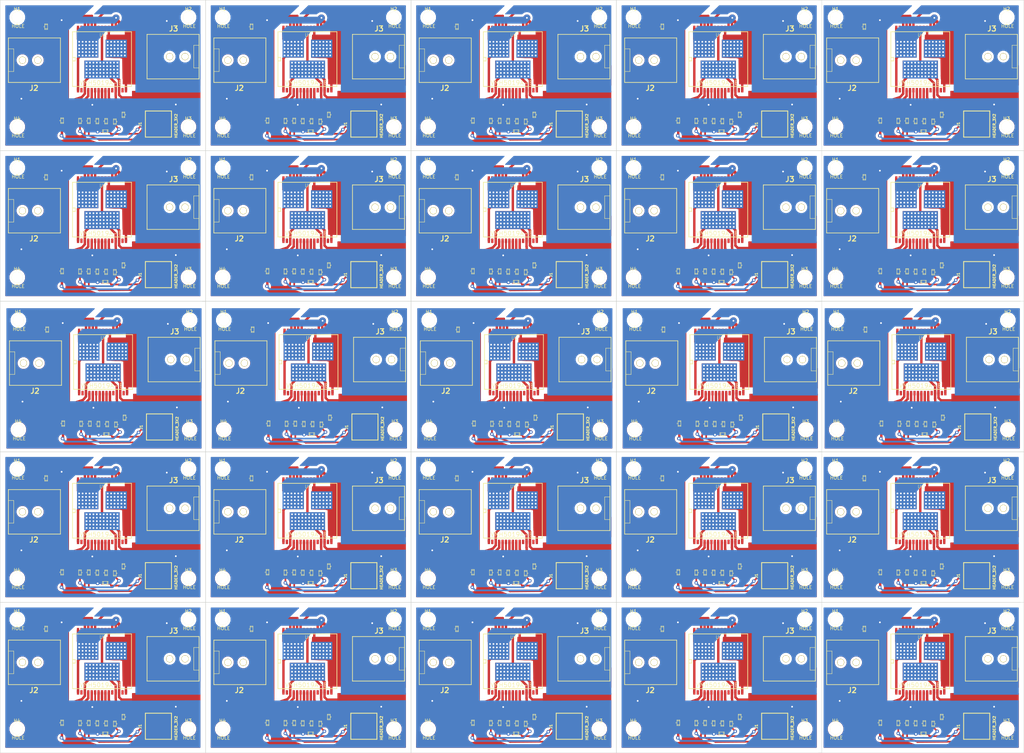
<source format=kicad_pcb>
(kicad_pcb (version 3) (host pcbnew "(2013-08-24 BZR 4298)-stable")
  (layers (15 F.Cu signal) (0 B.Cu signal) (18 B.Paste user) (19 F.Paste user) (20 B.SilkS user) (21 F.SilkS user) (22 B.Mask user) (23 F.Mask user) (28 Edge.Cuts user))
  (net 0 "")
  (net 1 +2.8v)
  (net 2 CS)
  (net 3 GND)
  (net 4 IN_A)
  (net 5 IN_B)
  (net 6 Motor1OutA)
  (net 7 Motor1OutB)
  (net 8 N-0000010)
  (net 9 N-0000011)
  (net 10 N-0000016)
  (net 11 N-000006)
  (net 12 N-000007)
  (net 13 N-000009)
  (net 14 PWM)
  (net 15 Vin)
  (module TED_2.1mm_DC_SMT_68mil (layer F.Cu) (at 312.82 128.03)
    (fp_text reference J3 (at 0.15748 -8.15848) (layer F.SilkS) (effects (font (thickness 0.3048))))
    (fp_text value DC_2.1MM hide)
    (pad "" np_thru_hole circle (at -1.00076 0) (size 2.032 2.032) (drill 1.7272) (layers *.Cu *.Mask F.SilkS))
    (pad 1 smd rect (at 3.50012 5.4102) (size 1.99898 1.99898) (layers F.Cu F.Paste F.Mask) (net 7 Motor1OutB))
    (pad 1 smd rect (at -2.60096 5.4102) (size 1.99898 1.99898) (layers F.Cu F.Paste F.Mask) (net 7 Motor1OutB))
    (pad 2 smd rect (at 3.50012 -5.41528) (size 1.99898 1.99898) (layers F.Cu F.Paste F.Mask) (net 6 Motor1OutA))
    (pad 3 smd rect (at -2.60096 -5.41528) (size 1.99898 1.99898) (layers F.Cu F.Paste F.Mask))
    (pad "" np_thru_hole circle (at 3.50012 0) (size 2.032 2.032) (drill 1.7272) (layers *.Cu *.Mask F.SilkS))
  )
  (module TED_2.1mm_DC_SMT_68mil (layer F.Cu) (at 272.32 129.07 180)
    (fp_text reference J2 (at 0.15748 -8.15848 180) (layer F.SilkS) (effects (font (thickness 0.3048))))
    (fp_text value DC_2.1MM hide)
    (pad "" np_thru_hole circle (at -1.00076 0 180) (size 2.032 2.032) (drill 1.7272) (layers *.Cu *.Mask F.SilkS))
    (pad 1 smd rect (at 3.50012 5.4102 180) (size 1.99898 1.99898) (layers F.Cu F.Paste F.Mask) (net 15 Vin))
    (pad 1 smd rect (at -2.60096 5.4102 180) (size 1.99898 1.99898) (layers F.Cu F.Paste F.Mask) (net 15 Vin))
    (pad 2 smd rect (at 3.50012 -5.41528 180) (size 1.99898 1.99898) (layers F.Cu F.Paste F.Mask) (net 3 GND))
    (pad 3 smd rect (at -2.60096 -5.41528 180) (size 1.99898 1.99898) (layers F.Cu F.Paste F.Mask))
    (pad "" np_thru_hole circle (at 3.50012 0 180) (size 2.032 2.032) (drill 1.7272) (layers *.Cu *.Mask F.SilkS))
  )
  (module TED_Hole_125mil (layer F.Cu) (at 267.32 148.53)
    (fp_text reference H4 (at -0.05 -2.425) (layer F.SilkS))
    (fp_text value HOLE (at 0.25 2.6) (layer F.SilkS))
    (pad "" np_thru_hole circle (at 0 0) (size 3.175 3.175) (drill 3.175) (layers *.Cu *.Mask F.SilkS))
  )
  (module TED_Hole_125mil (layer F.Cu) (at 317.32 148.53)
    (fp_text reference H3 (at -0.05 -2.425) (layer F.SilkS))
    (fp_text value HOLE (at 0.25 2.6) (layer F.SilkS))
    (pad "" np_thru_hole circle (at 0 0) (size 3.175 3.175) (drill 3.175) (layers *.Cu *.Mask F.SilkS))
  )
  (module TED_Hole_125mil (layer F.Cu) (at 317.32 116.53)
    (fp_text reference H2 (at -0.05 -2.425) (layer F.SilkS))
    (fp_text value HOLE (at 0.25 2.6) (layer F.SilkS))
    (pad "" np_thru_hole circle (at 0 0) (size 3.175 3.175) (drill 3.175) (layers *.Cu *.Mask F.SilkS))
  )
  (module TED_Hole_125mil (layer F.Cu) (at 267.32 116.53)
    (fp_text reference H1 (at -0.05 -2.425) (layer F.SilkS))
    (fp_text value HOLE (at 0.25 2.6) (layer F.SilkS))
    (pad "" np_thru_hole circle (at 0 0) (size 3.175 3.175) (drill 3.175) (layers *.Cu *.Mask F.SilkS))
  )
  (module TED_MultiPowerSO-30_2mil_hole (layer F.Cu) (at 292.06 128.75)
    (fp_text reference U1 (at 0.225 -7.025) (layer F.SilkS) (effects (font (thickness 0.1))))
    (fp_text value VNH5019A-E (at -0.325 6.925) (layer F.SilkS) (effects (font (size 1.27 1.27) (thickness 0.127))))
    (pad 22 smd rect (at 1 -9.1) (size 0.67 1.3) (layers F.Cu F.Paste F.Mask))
    (pad 21 smd rect (at 2 -9.1) (size 0.67 1.3) (layers F.Cu F.Paste F.Mask) (net 7 Motor1OutB))
    (pad 20 smd rect (at 3 -9.1) (size 0.67 1.3) (layers F.Cu F.Paste F.Mask) (net 3 GND))
    (pad 19 smd rect (at 4 -9.1) (size 0.67 1.3) (layers F.Cu F.Paste F.Mask) (net 3 GND))
    (pad 18 smd rect (at 5 -9.1) (size 0.67 1.3) (layers F.Cu F.Paste F.Mask) (net 3 GND))
    (pad 17 smd rect (at 6 -9.1) (size 0.67 1.3) (layers F.Cu F.Paste F.Mask))
    (pad 16 smd rect (at 7 -9.1) (size 0.67 1.3) (layers F.Cu F.Paste F.Mask) (net 7 Motor1OutB))
    (pad 15 smd rect (at 7 9.1) (size 0.67 1.3) (layers F.Cu F.Paste F.Mask) (net 7 Motor1OutB))
    (pad 14 smd rect (at 6 9.1) (size 0.67 1.3) (layers F.Cu F.Paste F.Mask))
    (pad 13 smd rect (at 5 9.1) (size 0.67 1.3) (layers F.Cu F.Paste F.Mask) (net 15 Vin))
    (pad 12 smd rect (at 4 9.1) (size 0.67 1.3) (layers F.Cu F.Paste F.Mask) (net 15 Vin))
    (pad 11 smd rect (at 3 9.1) (size 0.67 1.3) (layers F.Cu F.Paste F.Mask))
    (pad 10 smd rect (at 2 9.1) (size 0.67 1.3) (layers F.Cu F.Paste F.Mask) (net 5 IN_B))
    (pad 9 smd rect (at 1 9.1) (size 0.67 1.3) (layers F.Cu F.Paste F.Mask) (net 11 N-000006))
    (pad 1 smd rect (at -7 9.1) (size 0.67 1.3) (layers F.Cu F.Paste F.Mask) (net 6 Motor1OutA))
    (pad 2 smd rect (at -6 9.1) (size 0.67 1.3) (layers F.Cu F.Paste F.Mask))
    (pad 3 smd rect (at -5 9.1) (size 0.67 1.3) (layers F.Cu F.Paste F.Mask) (net 15 Vin))
    (pad 4 smd rect (at -4 9.1) (size 0.67 1.3) (layers F.Cu F.Paste F.Mask) (net 4 IN_A))
    (pad 5 smd rect (at -3 9.1) (size 0.67 1.3) (layers F.Cu F.Paste F.Mask) (net 12 N-000007))
    (pad 6 smd rect (at -2 9.1) (size 0.67 1.3) (layers F.Cu F.Paste F.Mask) (net 3 GND))
    (pad 7 smd rect (at -1 9.1) (size 0.67 1.3) (layers F.Cu F.Paste F.Mask) (net 14 PWM))
    (pad 8 smd rect (at 0 9.1) (size 0.67 1.3) (layers F.Cu F.Paste F.Mask) (net 2 CS))
    (pad 23 smd rect (at 0 -9.1) (size 0.67 1.3) (layers F.Cu F.Paste F.Mask) (net 15 Vin))
    (pad 24 smd rect (at -1 -9.1) (size 0.67 1.3) (layers F.Cu F.Paste F.Mask))
    (pad 25 smd rect (at -2 -9.1) (size 0.67 1.3) (layers F.Cu F.Paste F.Mask) (net 6 Motor1OutA))
    (pad 26 smd rect (at -3 -9.1) (size 0.67 1.3) (layers F.Cu F.Paste F.Mask) (net 3 GND))
    (pad 27 smd rect (at -4 -9.1) (size 0.67 1.3) (layers F.Cu F.Paste F.Mask) (net 3 GND))
    (pad 28 smd rect (at -5 -9.1) (size 0.67 1.3) (layers F.Cu F.Paste F.Mask) (net 3 GND))
    (pad 29 smd rect (at -6 -9.1) (size 0.67 1.3) (layers F.Cu F.Paste F.Mask))
    (pad 30 smd rect (at -7 -9.1) (size 0.67 1.3) (layers F.Cu F.Paste F.Mask) (net 6 Motor1OutA))
    (pad 33 smd rect (at -4.165 -3.05) (size 6.23 5.25) (layers F.Cu F.Paste F.Mask) (net 6 Motor1OutA))
    (pad 32 smd rect (at 4.165 -3.05) (size 6.23 5.25) (layers F.Cu F.Paste F.Mask) (net 7 Motor1OutB))
    (pad 31 smd rect (at 0 3.05) (size 10.3 5.25) (layers F.Cu F.Paste F.Mask) (net 15 Vin))
    (pad 33 thru_hole circle (at -6.665 -5.05) (size 0.508 0.508) (drill 0.508) (layers *.Cu) (net 6 Motor1OutA))
    (pad 33 thru_hole circle (at -5.665 -5.05) (size 0.508 0.508) (drill 0.508) (layers *.Cu) (net 6 Motor1OutA))
    (pad 33 thru_hole circle (at -4.665 -5.05) (size 0.508 0.508) (drill 0.508) (layers *.Cu) (net 6 Motor1OutA))
    (pad 33 thru_hole circle (at -3.665 -5.05) (size 0.508 0.508) (drill 0.508) (layers *.Cu) (net 6 Motor1OutA))
    (pad 33 thru_hole circle (at -2.665 -5.05) (size 0.508 0.508) (drill 0.508) (layers *.Cu) (net 6 Motor1OutA))
    (pad 33 thru_hole circle (at -1.665 -5.05) (size 0.508 0.508) (drill 0.508) (layers *.Cu) (net 6 Motor1OutA))
    (pad 32 thru_hole circle (at 6.665 -5.05) (size 0.508 0.508) (drill 0.508) (layers *.Cu) (net 7 Motor1OutB))
    (pad 32 thru_hole circle (at 5.665 -5.05) (size 0.508 0.508) (drill 0.508) (layers *.Cu) (net 7 Motor1OutB))
    (pad 32 thru_hole circle (at 4.665 -5.05) (size 0.508 0.508) (drill 0.508) (layers *.Cu) (net 7 Motor1OutB))
    (pad 32 thru_hole circle (at 3.665 -5.05) (size 0.508 0.508) (drill 0.508) (layers *.Cu) (net 7 Motor1OutB))
    (pad 32 thru_hole circle (at 2.665 -5.05) (size 0.508 0.508) (drill 0.508) (layers *.Cu) (net 7 Motor1OutB))
    (pad 32 thru_hole circle (at 1.665 -5.05) (size 0.508 0.508) (drill 0.508) (layers *.Cu) (net 7 Motor1OutB))
    (pad 32 thru_hole circle (at 6.665 -4.05) (size 0.508 0.508) (drill 0.508) (layers *.Cu) (net 7 Motor1OutB))
    (pad 32 thru_hole circle (at 5.665 -4.05) (size 0.508 0.508) (drill 0.508) (layers *.Cu) (net 7 Motor1OutB))
    (pad 32 thru_hole circle (at 4.665 -4.05) (size 0.508 0.508) (drill 0.508) (layers *.Cu) (net 7 Motor1OutB))
    (pad 32 thru_hole circle (at 3.665 -4.05) (size 0.508 0.508) (drill 0.508) (layers *.Cu) (net 7 Motor1OutB))
    (pad 32 thru_hole circle (at 2.665 -4.05) (size 0.508 0.508) (drill 0.508) (layers *.Cu) (net 7 Motor1OutB))
    (pad 32 thru_hole circle (at 1.665 -4.05) (size 0.508 0.508) (drill 0.508) (layers *.Cu) (net 7 Motor1OutB))
    (pad 33 thru_hole circle (at -1.665 -4.05) (size 0.508 0.508) (drill 0.508) (layers *.Cu) (net 6 Motor1OutA))
    (pad 33 thru_hole circle (at -2.665 -4.05) (size 0.508 0.508) (drill 0.508) (layers *.Cu) (net 6 Motor1OutA))
    (pad 33 thru_hole circle (at -3.665 -4.05) (size 0.508 0.508) (drill 0.508) (layers *.Cu) (net 6 Motor1OutA))
    (pad 33 thru_hole circle (at -4.665 -4.05) (size 0.508 0.508) (drill 0.508) (layers *.Cu) (net 6 Motor1OutA))
    (pad 33 thru_hole circle (at -5.665 -4.05) (size 0.508 0.508) (drill 0.508) (layers *.Cu) (net 6 Motor1OutA))
    (pad 33 thru_hole circle (at -6.665 -4.05) (size 0.508 0.508) (drill 0.508) (layers *.Cu) (net 6 Motor1OutA))
    (pad 32 thru_hole circle (at 1.665 -3.05) (size 0.508 0.508) (drill 0.508) (layers *.Cu) (net 7 Motor1OutB))
    (pad 32 thru_hole circle (at 2.665 -3.05) (size 0.508 0.508) (drill 0.508) (layers *.Cu) (net 7 Motor1OutB))
    (pad 32 thru_hole circle (at 3.665 -3.05) (size 0.508 0.508) (drill 0.508) (layers *.Cu) (net 7 Motor1OutB))
    (pad 32 thru_hole circle (at 4.665 -3.05) (size 0.508 0.508) (drill 0.508) (layers *.Cu) (net 7 Motor1OutB))
    (pad 32 thru_hole circle (at 5.665 -3.05) (size 0.508 0.508) (drill 0.508) (layers *.Cu) (net 7 Motor1OutB))
    (pad 32 thru_hole circle (at 6.665 -3.05) (size 0.508 0.508) (drill 0.508) (layers *.Cu) (net 7 Motor1OutB))
    (pad 33 thru_hole circle (at -1.665 -3.05) (size 0.508 0.508) (drill 0.508) (layers *.Cu) (net 6 Motor1OutA))
    (pad 33 thru_hole circle (at -2.665 -3.05) (size 0.508 0.508) (drill 0.508) (layers *.Cu) (net 6 Motor1OutA))
    (pad 33 thru_hole circle (at -3.665 -3.05) (size 0.508 0.508) (drill 0.508) (layers *.Cu) (net 6 Motor1OutA))
    (pad 33 thru_hole circle (at -4.665 -3.05) (size 0.508 0.508) (drill 0.508) (layers *.Cu) (net 6 Motor1OutA))
    (pad 33 thru_hole circle (at -5.665 -3.05) (size 0.508 0.508) (drill 0.508) (layers *.Cu) (net 6 Motor1OutA))
    (pad 33 thru_hole circle (at -6.665 -3.05) (size 0.508 0.508) (drill 0.508) (layers *.Cu) (net 6 Motor1OutA))
    (pad 33 thru_hole circle (at -6.665 -2.05) (size 0.508 0.508) (drill 0.508) (layers *.Cu) (net 6 Motor1OutA))
    (pad 33 thru_hole circle (at -5.665 -2.05) (size 0.508 0.508) (drill 0.508) (layers *.Cu) (net 6 Motor1OutA))
    (pad 33 thru_hole circle (at -4.665 -2.05) (size 0.508 0.508) (drill 0.508) (layers *.Cu) (net 6 Motor1OutA))
    (pad 33 thru_hole circle (at -3.665 -2.05) (size 0.508 0.508) (drill 0.508) (layers *.Cu) (net 6 Motor1OutA))
    (pad 33 thru_hole circle (at -2.665 -2.05) (size 0.508 0.508) (drill 0.508) (layers *.Cu) (net 6 Motor1OutA))
    (pad 33 thru_hole circle (at -1.665 -2.05) (size 0.508 0.508) (drill 0.508) (layers *.Cu) (net 6 Motor1OutA))
    (pad 32 thru_hole circle (at 1.665 -2.05) (size 0.508 0.508) (drill 0.508) (layers *.Cu) (net 7 Motor1OutB))
    (pad 32 thru_hole circle (at 2.665 -2.05) (size 0.508 0.508) (drill 0.508) (layers *.Cu) (net 7 Motor1OutB))
    (pad 32 thru_hole circle (at 3.665 -2.05) (size 0.508 0.508) (drill 0.508) (layers *.Cu) (net 7 Motor1OutB))
    (pad 32 thru_hole circle (at 4.665 -2.05) (size 0.508 0.508) (drill 0.508) (layers *.Cu) (net 7 Motor1OutB))
    (pad 32 thru_hole circle (at 5.665 -2.05) (size 0.508 0.508) (drill 0.508) (layers *.Cu) (net 7 Motor1OutB))
    (pad 32 thru_hole circle (at 6.665 -2.05) (size 0.508 0.508) (drill 0.508) (layers *.Cu) (net 7 Motor1OutB))
    (pad 33 thru_hole circle (at -6.665 -1.05) (size 0.508 0.508) (drill 0.508) (layers *.Cu) (net 6 Motor1OutA))
    (pad 33 thru_hole circle (at -5.665 -1.05) (size 0.508 0.508) (drill 0.508) (layers *.Cu) (net 6 Motor1OutA))
    (pad 33 thru_hole circle (at -4.665 -1.05) (size 0.508 0.508) (drill 0.508) (layers *.Cu) (net 6 Motor1OutA))
    (pad 33 thru_hole circle (at -3.665 -1.05) (size 0.508 0.508) (drill 0.508) (layers *.Cu) (net 6 Motor1OutA))
    (pad 33 thru_hole circle (at -2.665 -1.05) (size 0.508 0.508) (drill 0.508) (layers *.Cu) (net 6 Motor1OutA))
    (pad 33 thru_hole circle (at -1.665 -1.05) (size 0.508 0.508) (drill 0.508) (layers *.Cu) (net 6 Motor1OutA))
    (pad 32 thru_hole circle (at 1.665 -1.05) (size 0.508 0.508) (drill 0.508) (layers *.Cu) (net 7 Motor1OutB))
    (pad 32 thru_hole circle (at 2.665 -1.05) (size 0.508 0.508) (drill 0.508) (layers *.Cu) (net 7 Motor1OutB))
    (pad 32 thru_hole circle (at 3.665 -1.05) (size 0.508 0.508) (drill 0.508) (layers *.Cu) (net 7 Motor1OutB))
    (pad 32 thru_hole circle (at 4.665 -1.05) (size 0.508 0.508) (drill 0.508) (layers *.Cu) (net 7 Motor1OutB))
    (pad 32 thru_hole circle (at 5.665 -1.05) (size 0.508 0.508) (drill 0.508) (layers *.Cu) (net 7 Motor1OutB))
    (pad 32 thru_hole circle (at 6.665 -1.05) (size 0.508 0.508) (drill 0.508) (layers *.Cu) (net 7 Motor1OutB))
    (pad 31 thru_hole circle (at 1.5 1.05) (size 0.508 0.508) (drill 0.508) (layers *.Cu) (net 15 Vin))
    (pad 31 thru_hole circle (at 2.5 1.05) (size 0.508 0.508) (drill 0.508) (layers *.Cu) (net 15 Vin))
    (pad 31 thru_hole circle (at 3.5 1.05) (size 0.508 0.508) (drill 0.508) (layers *.Cu) (net 15 Vin))
    (pad 31 thru_hole circle (at 4.5 1.05) (size 0.508 0.508) (drill 0.508) (layers *.Cu) (net 15 Vin))
    (pad 31 thru_hole circle (at 4.5 2.05) (size 0.508 0.508) (drill 0.508) (layers *.Cu) (net 15 Vin))
    (pad 31 thru_hole circle (at 3.5 2.05) (size 0.508 0.508) (drill 0.508) (layers *.Cu) (net 15 Vin))
    (pad 31 thru_hole circle (at 2.5 2.05) (size 0.508 0.508) (drill 0.508) (layers *.Cu) (net 15 Vin))
    (pad 31 thru_hole circle (at 1.5 2.05) (size 0.508 0.508) (drill 0.508) (layers *.Cu) (net 15 Vin))
    (pad 31 thru_hole circle (at 4.5 3.05) (size 0.508 0.508) (drill 0.508) (layers *.Cu) (net 15 Vin))
    (pad 31 thru_hole circle (at 3.5 3.05) (size 0.508 0.508) (drill 0.508) (layers *.Cu) (net 15 Vin))
    (pad 31 thru_hole circle (at 2.5 3.05) (size 0.508 0.508) (drill 0.508) (layers *.Cu) (net 15 Vin))
    (pad 31 thru_hole circle (at 1.5 3.05) (size 0.508 0.508) (drill 0.508) (layers *.Cu) (net 15 Vin))
    (pad 31 thru_hole circle (at 1.5 4.05) (size 0.508 0.508) (drill 0.508) (layers *.Cu) (net 15 Vin))
    (pad 31 thru_hole circle (at 2.5 4.05) (size 0.508 0.508) (drill 0.508) (layers *.Cu) (net 15 Vin))
    (pad 31 thru_hole circle (at 3.5 4.05) (size 0.508 0.508) (drill 0.508) (layers *.Cu) (net 15 Vin))
    (pad 31 thru_hole circle (at 4.5 4.05) (size 0.508 0.508) (drill 0.508) (layers *.Cu) (net 15 Vin))
    (pad 31 thru_hole circle (at 1.5 5.05) (size 0.508 0.508) (drill 0.508) (layers *.Cu) (net 15 Vin))
    (pad 31 thru_hole circle (at 2.5 5.05) (size 0.508 0.508) (drill 0.508) (layers *.Cu) (net 15 Vin))
    (pad 31 thru_hole circle (at 3.5 5.05) (size 0.508 0.508) (drill 0.508) (layers *.Cu) (net 15 Vin))
    (pad 31 thru_hole circle (at 4.5 5.05) (size 0.508 0.508) (drill 0.508) (layers *.Cu) (net 15 Vin))
    (pad 31 thru_hole circle (at 0.5 5.05) (size 0.508 0.508) (drill 0.508) (layers *.Cu) (net 15 Vin))
    (pad 31 thru_hole circle (at -0.5 5.05) (size 0.508 0.508) (drill 0.508) (layers *.Cu) (net 15 Vin))
    (pad 31 thru_hole circle (at -1.5 5.05) (size 0.508 0.508) (drill 0.508) (layers *.Cu) (net 15 Vin))
    (pad 31 thru_hole circle (at -2.5 5.05) (size 0.508 0.508) (drill 0.508) (layers *.Cu) (net 15 Vin))
    (pad 31 thru_hole circle (at -3.5 5.05) (size 0.508 0.508) (drill 0.508) (layers *.Cu) (net 15 Vin))
    (pad 31 thru_hole circle (at -4.5 5.05) (size 0.508 0.508) (drill 0.508) (layers *.Cu) (net 15 Vin))
    (pad 31 thru_hole circle (at 0.5 4.05) (size 0.508 0.508) (drill 0.508) (layers *.Cu) (net 15 Vin))
    (pad 31 thru_hole circle (at -0.5 4.05) (size 0.508 0.508) (drill 0.508) (layers *.Cu) (net 15 Vin))
    (pad 31 thru_hole circle (at -1.5 4.05) (size 0.508 0.508) (drill 0.508) (layers *.Cu) (net 15 Vin))
    (pad 31 thru_hole circle (at -2.5 4.05) (size 0.508 0.508) (drill 0.508) (layers *.Cu) (net 15 Vin))
    (pad 31 thru_hole circle (at -3.5 4.05) (size 0.508 0.508) (drill 0.508) (layers *.Cu) (net 15 Vin))
    (pad 31 thru_hole circle (at -4.5 4.05) (size 0.508 0.508) (drill 0.508) (layers *.Cu) (net 15 Vin))
    (pad 31 thru_hole circle (at -4.5 3.05) (size 0.508 0.508) (drill 0.508) (layers *.Cu) (net 15 Vin))
    (pad 31 thru_hole circle (at -3.5 3.05) (size 0.508 0.508) (drill 0.508) (layers *.Cu) (net 15 Vin))
    (pad 31 thru_hole circle (at -2.5 3.05) (size 0.508 0.508) (drill 0.508) (layers *.Cu) (net 15 Vin))
    (pad 31 thru_hole circle (at -1.5 3.05) (size 0.508 0.508) (drill 0.508) (layers *.Cu) (net 15 Vin))
    (pad 31 thru_hole circle (at -0.5 3.05) (size 0.508 0.508) (drill 0.508) (layers *.Cu) (net 15 Vin))
    (pad 31 thru_hole circle (at 0.5 3.05) (size 0.508 0.508) (drill 0.508) (layers *.Cu) (net 15 Vin))
    (pad 31 thru_hole circle (at -4.5 2.05) (size 0.508 0.508) (drill 0.508) (layers *.Cu) (net 15 Vin))
    (pad 31 thru_hole circle (at -3.5 2.05) (size 0.508 0.508) (drill 0.508) (layers *.Cu) (net 15 Vin))
    (pad 31 thru_hole circle (at -2.5 2.05) (size 0.508 0.508) (drill 0.508) (layers *.Cu) (net 15 Vin))
    (pad 31 thru_hole circle (at -1.5 2.05) (size 0.508 0.508) (drill 0.508) (layers *.Cu) (net 15 Vin))
    (pad 31 thru_hole circle (at -0.5 2.05) (size 0.508 0.508) (drill 0.508) (layers *.Cu) (net 15 Vin))
    (pad 31 thru_hole circle (at 0.5 2.05) (size 0.508 0.508) (drill 0.508) (layers *.Cu) (net 15 Vin))
    (pad 31 thru_hole circle (at 0.5 1.05) (size 0.508 0.508) (drill 0.508) (layers *.Cu) (net 15 Vin))
    (pad 31 thru_hole circle (at -0.5 1.05) (size 0.508 0.508) (drill 0.508) (layers *.Cu) (net 15 Vin))
    (pad 31 thru_hole circle (at -1.5 1.05) (size 0.508 0.508) (drill 0.508) (layers *.Cu) (net 15 Vin))
    (pad 31 thru_hole circle (at -2.5 1.05) (size 0.508 0.508) (drill 0.508) (layers *.Cu) (net 15 Vin))
    (pad 31 thru_hole circle (at -3.5 1.05) (size 0.508 0.508) (drill 0.508) (layers *.Cu) (net 15 Vin))
    (pad 31 thru_hole circle (at -4.5 1.05) (size 0.508 0.508) (drill 0.508) (layers *.Cu) (net 15 Vin))
    (pad 33 smd rect (at -4.165 -3.05) (size 6.23 5.25) (layers B.Cu F.Paste F.Mask) (net 6 Motor1OutA))
    (pad 32 smd rect (at 4.165 -3.05) (size 6.23 5.25) (layers B.Cu F.Paste F.Mask) (net 7 Motor1OutB))
    (pad 31 smd rect (at 0 3.05) (size 10.3 5.25) (layers B.Cu F.Paste F.Mask) (net 15 Vin))
  )
  (module TED_HEADER_3x2_SMT (layer F.Cu) (at 308.54 147.74 270)
    (fp_text reference J1 (at 0.05 5.35 270) (layer F.SilkS) (effects (font (size 0.762 0.762) (thickness 0.1905))))
    (fp_text value HEADER_3X2 (at 0.525 -5.15 270) (layer F.SilkS) (effects (font (size 0.762 0.762) (thickness 0.1905))))
    (pad 1 smd rect (at -2.54 2.54 270) (size 0.9906 2.54) (layers F.Cu F.Paste F.Mask) (net 1 +2.8v) (clearance 0.508))
    (pad 2 smd rect (at 0 2.54 270) (size 0.9906 2.54) (layers F.Cu F.Paste F.Mask) (net 13 N-000009) (clearance 0.508))
    (pad 3 smd rect (at 2.54 2.54 270) (size 0.9906 2.54) (layers F.Cu F.Paste F.Mask) (net 8 N-0000010) (clearance 0.508))
    (pad 4 smd rect (at 2.54 -2.54 270) (size 0.9906 2.54) (layers F.Cu F.Paste F.Mask) (net 10 N-0000016) (clearance 0.508))
    (pad 5 smd rect (at 0 -2.54 270) (size 0.9906 2.54) (layers F.Cu F.Paste F.Mask) (net 9 N-0000011) (clearance 0.508))
    (pad 6 smd rect (at -2.54 -2.54 270) (size 0.9906 2.54) (layers F.Cu F.Paste F.Mask) (net 3 GND) (clearance 0.508))
  )
  (module TED_SM0603 (layer F.Cu) (at 275.74 119.28 90)
    (fp_text reference C1 (at 0 -0.635 90) (layer F.SilkS) (effects (font (size 0.20066 0.20066) (thickness 0.04064))))
    (fp_text value ".1uF (50v)" hide)
    (pad 2 smd rect (at 0.75184 0 90) (size 0.89916 1.00076) (layers F.Cu F.Paste F.Mask) (net 3 GND) (clearance 0.1))
    (pad 1 smd rect (at -0.75184 0 90) (size 0.89916 1.00076) (layers F.Cu F.Paste F.Mask) (net 15 Vin) (clearance 0.1))
  )
  (module TED_SM0603 (layer F.Cu) (at 293.02 149.83 180)
    (fp_text reference C3 (at 0 -0.635 180) (layer F.SilkS) (effects (font (size 0.20066 0.20066) (thickness 0.04064))))
    (fp_text value 33nF hide)
    (pad 2 smd rect (at 0.75184 0 180) (size 0.89916 1.00076) (layers F.Cu F.Paste F.Mask) (net 3 GND) (clearance 0.1))
    (pad 1 smd rect (at -0.75184 0 180) (size 0.89916 1.00076) (layers F.Cu F.Paste F.Mask) (net 10 N-0000016) (clearance 0.1))
  )
  (module TED_SM0603 (layer F.Cu) (at 285.64 146.82 270)
    (fp_text reference R1 (at 0 -0.635 270) (layer F.SilkS) (effects (font (size 0.20066 0.20066) (thickness 0.04064))))
    (fp_text value 3.3k hide)
    (pad 2 smd rect (at 0.75184 0 270) (size 0.89916 1.00076) (layers F.Cu F.Paste F.Mask) (net 1 +2.8v) (clearance 0.1))
    (pad 1 smd rect (at -0.75184 0 270) (size 0.89916 1.00076) (layers F.Cu F.Paste F.Mask) (net 12 N-000007) (clearance 0.1))
  )
  (module TED_SM0603 (layer F.Cu) (at 295.82 147.03 270)
    (fp_text reference R2 (at 0 -0.635 270) (layer F.SilkS) (effects (font (size 0.20066 0.20066) (thickness 0.04064))))
    (fp_text value 3.3k hide)
    (pad 2 smd rect (at 0.75184 0 270) (size 0.89916 1.00076) (layers F.Cu F.Paste F.Mask) (net 1 +2.8v) (clearance 0.1))
    (pad 1 smd rect (at -0.75184 0 270) (size 0.89916 1.00076) (layers F.Cu F.Paste F.Mask) (net 11 N-000006) (clearance 0.1))
  )
  (module TED_SM0603 (layer F.Cu) (at 280.41 146.73 90)
    (fp_text reference R3 (at 0 -0.635 90) (layer F.SilkS) (effects (font (size 0.20066 0.20066) (thickness 0.04064))))
    (fp_text value 1k hide)
    (pad 2 smd rect (at 0.75184 0 90) (size 0.89916 1.00076) (layers F.Cu F.Paste F.Mask) (net 4 IN_A) (clearance 0.1))
    (pad 1 smd rect (at -0.75184 0 90) (size 0.89916 1.00076) (layers F.Cu F.Paste F.Mask) (net 13 N-000009) (clearance 0.1))
  )
  (module TED_SM0603 (layer F.Cu) (at 288.21 146.79 90)
    (fp_text reference R4 (at 0 -0.635 90) (layer F.SilkS) (effects (font (size 0.20066 0.20066) (thickness 0.04064))))
    (fp_text value 1k hide)
    (pad 2 smd rect (at 0.75184 0 90) (size 0.89916 1.00076) (layers F.Cu F.Paste F.Mask) (net 14 PWM) (clearance 0.1))
    (pad 1 smd rect (at -0.75184 0 90) (size 0.89916 1.00076) (layers F.Cu F.Paste F.Mask) (net 8 N-0000010) (clearance 0.1))
  )
  (module TED_SM0603 (layer F.Cu) (at 298.32 145.03 270)
    (fp_text reference R5 (at 0 -0.635 270) (layer F.SilkS) (effects (font (size 0.20066 0.20066) (thickness 0.04064))))
    (fp_text value 1k hide)
    (pad 2 smd rect (at 0.75184 0 270) (size 0.89916 1.00076) (layers F.Cu F.Paste F.Mask) (net 9 N-0000011) (clearance 0.1))
    (pad 1 smd rect (at -0.75184 0 270) (size 0.89916 1.00076) (layers F.Cu F.Paste F.Mask) (net 5 IN_B) (clearance 0.1))
  )
  (module TED_SM0603 (layer F.Cu) (at 293.26 146.9 90)
    (fp_text reference R6 (at 0 -0.635 90) (layer F.SilkS) (effects (font (size 0.20066 0.20066) (thickness 0.04064))))
    (fp_text value 10k hide)
    (pad 2 smd rect (at 0.75184 0 90) (size 0.89916 1.00076) (layers F.Cu F.Paste F.Mask) (net 2 CS) (clearance 0.1))
    (pad 1 smd rect (at -0.75184 0 90) (size 0.89916 1.00076) (layers F.Cu F.Paste F.Mask) (net 10 N-0000016) (clearance 0.1))
  )
  (module TED_SM0603 (layer F.Cu) (at 290.71 146.87 90)
    (fp_text reference R7 (at 0 -0.635 90) (layer F.SilkS) (effects (font (size 0.20066 0.20066) (thickness 0.04064))))
    (fp_text value 1.5k hide)
    (pad 2 smd rect (at 0.75184 0 90) (size 0.89916 1.00076) (layers F.Cu F.Paste F.Mask) (net 2 CS) (clearance 0.1))
    (pad 1 smd rect (at -0.75184 0 90) (size 0.89916 1.00076) (layers F.Cu F.Paste F.Mask) (net 3 GND) (clearance 0.1))
  )
  (module TED_2.1mm_DC_SMT_68mil (layer F.Cu) (at 133.82 128.03)
    (fp_text reference J3 (at 0.15748 -8.15848) (layer F.SilkS) (effects (font (thickness 0.3048))))
    (fp_text value DC_2.1MM hide)
    (pad "" np_thru_hole circle (at -1.00076 0) (size 2.032 2.032) (drill 1.7272) (layers *.Cu *.Mask F.SilkS))
    (pad 1 smd rect (at 3.50012 5.4102) (size 1.99898 1.99898) (layers F.Cu F.Paste F.Mask) (net 7 Motor1OutB))
    (pad 1 smd rect (at -2.60096 5.4102) (size 1.99898 1.99898) (layers F.Cu F.Paste F.Mask) (net 7 Motor1OutB))
    (pad 2 smd rect (at 3.50012 -5.41528) (size 1.99898 1.99898) (layers F.Cu F.Paste F.Mask) (net 6 Motor1OutA))
    (pad 3 smd rect (at -2.60096 -5.41528) (size 1.99898 1.99898) (layers F.Cu F.Paste F.Mask))
    (pad "" np_thru_hole circle (at 3.50012 0) (size 2.032 2.032) (drill 1.7272) (layers *.Cu *.Mask F.SilkS))
  )
  (module TED_2.1mm_DC_SMT_68mil (layer F.Cu) (at 93.32 129.07 180)
    (fp_text reference J2 (at 0.15748 -8.15848 180) (layer F.SilkS) (effects (font (thickness 0.3048))))
    (fp_text value DC_2.1MM hide)
    (pad "" np_thru_hole circle (at -1.00076 0 180) (size 2.032 2.032) (drill 1.7272) (layers *.Cu *.Mask F.SilkS))
    (pad 1 smd rect (at 3.50012 5.4102 180) (size 1.99898 1.99898) (layers F.Cu F.Paste F.Mask) (net 15 Vin))
    (pad 1 smd rect (at -2.60096 5.4102 180) (size 1.99898 1.99898) (layers F.Cu F.Paste F.Mask) (net 15 Vin))
    (pad 2 smd rect (at 3.50012 -5.41528 180) (size 1.99898 1.99898) (layers F.Cu F.Paste F.Mask) (net 3 GND))
    (pad 3 smd rect (at -2.60096 -5.41528 180) (size 1.99898 1.99898) (layers F.Cu F.Paste F.Mask))
    (pad "" np_thru_hole circle (at 3.50012 0 180) (size 2.032 2.032) (drill 1.7272) (layers *.Cu *.Mask F.SilkS))
  )
  (module TED_Hole_125mil (layer F.Cu) (at 88.32 148.53)
    (fp_text reference H4 (at -0.05 -2.425) (layer F.SilkS))
    (fp_text value HOLE (at 0.25 2.6) (layer F.SilkS))
    (pad "" np_thru_hole circle (at 0 0) (size 3.175 3.175) (drill 3.175) (layers *.Cu *.Mask F.SilkS))
  )
  (module TED_Hole_125mil (layer F.Cu) (at 138.32 148.53)
    (fp_text reference H3 (at -0.05 -2.425) (layer F.SilkS))
    (fp_text value HOLE (at 0.25 2.6) (layer F.SilkS))
    (pad "" np_thru_hole circle (at 0 0) (size 3.175 3.175) (drill 3.175) (layers *.Cu *.Mask F.SilkS))
  )
  (module TED_Hole_125mil (layer F.Cu) (at 138.32 116.53)
    (fp_text reference H2 (at -0.05 -2.425) (layer F.SilkS))
    (fp_text value HOLE (at 0.25 2.6) (layer F.SilkS))
    (pad "" np_thru_hole circle (at 0 0) (size 3.175 3.175) (drill 3.175) (layers *.Cu *.Mask F.SilkS))
  )
  (module TED_Hole_125mil (layer F.Cu) (at 88.32 116.53)
    (fp_text reference H1 (at -0.05 -2.425) (layer F.SilkS))
    (fp_text value HOLE (at 0.25 2.6) (layer F.SilkS))
    (pad "" np_thru_hole circle (at 0 0) (size 3.175 3.175) (drill 3.175) (layers *.Cu *.Mask F.SilkS))
  )
  (module TED_MultiPowerSO-30_2mil_hole (layer F.Cu) (at 113.06 128.75)
    (fp_text reference U1 (at 0.225 -7.025) (layer F.SilkS) (effects (font (thickness 0.1))))
    (fp_text value VNH5019A-E (at -0.325 6.925) (layer F.SilkS) (effects (font (size 1.27 1.27) (thickness 0.127))))
    (pad 22 smd rect (at 1 -9.1) (size 0.67 1.3) (layers F.Cu F.Paste F.Mask))
    (pad 21 smd rect (at 2 -9.1) (size 0.67 1.3) (layers F.Cu F.Paste F.Mask) (net 7 Motor1OutB))
    (pad 20 smd rect (at 3 -9.1) (size 0.67 1.3) (layers F.Cu F.Paste F.Mask) (net 3 GND))
    (pad 19 smd rect (at 4 -9.1) (size 0.67 1.3) (layers F.Cu F.Paste F.Mask) (net 3 GND))
    (pad 18 smd rect (at 5 -9.1) (size 0.67 1.3) (layers F.Cu F.Paste F.Mask) (net 3 GND))
    (pad 17 smd rect (at 6 -9.1) (size 0.67 1.3) (layers F.Cu F.Paste F.Mask))
    (pad 16 smd rect (at 7 -9.1) (size 0.67 1.3) (layers F.Cu F.Paste F.Mask) (net 7 Motor1OutB))
    (pad 15 smd rect (at 7 9.1) (size 0.67 1.3) (layers F.Cu F.Paste F.Mask) (net 7 Motor1OutB))
    (pad 14 smd rect (at 6 9.1) (size 0.67 1.3) (layers F.Cu F.Paste F.Mask))
    (pad 13 smd rect (at 5 9.1) (size 0.67 1.3) (layers F.Cu F.Paste F.Mask) (net 15 Vin))
    (pad 12 smd rect (at 4 9.1) (size 0.67 1.3) (layers F.Cu F.Paste F.Mask) (net 15 Vin))
    (pad 11 smd rect (at 3 9.1) (size 0.67 1.3) (layers F.Cu F.Paste F.Mask))
    (pad 10 smd rect (at 2 9.1) (size 0.67 1.3) (layers F.Cu F.Paste F.Mask) (net 5 IN_B))
    (pad 9 smd rect (at 1 9.1) (size 0.67 1.3) (layers F.Cu F.Paste F.Mask) (net 11 N-000006))
    (pad 1 smd rect (at -7 9.1) (size 0.67 1.3) (layers F.Cu F.Paste F.Mask) (net 6 Motor1OutA))
    (pad 2 smd rect (at -6 9.1) (size 0.67 1.3) (layers F.Cu F.Paste F.Mask))
    (pad 3 smd rect (at -5 9.1) (size 0.67 1.3) (layers F.Cu F.Paste F.Mask) (net 15 Vin))
    (pad 4 smd rect (at -4 9.1) (size 0.67 1.3) (layers F.Cu F.Paste F.Mask) (net 4 IN_A))
    (pad 5 smd rect (at -3 9.1) (size 0.67 1.3) (layers F.Cu F.Paste F.Mask) (net 12 N-000007))
    (pad 6 smd rect (at -2 9.1) (size 0.67 1.3) (layers F.Cu F.Paste F.Mask) (net 3 GND))
    (pad 7 smd rect (at -1 9.1) (size 0.67 1.3) (layers F.Cu F.Paste F.Mask) (net 14 PWM))
    (pad 8 smd rect (at 0 9.1) (size 0.67 1.3) (layers F.Cu F.Paste F.Mask) (net 2 CS))
    (pad 23 smd rect (at 0 -9.1) (size 0.67 1.3) (layers F.Cu F.Paste F.Mask) (net 15 Vin))
    (pad 24 smd rect (at -1 -9.1) (size 0.67 1.3) (layers F.Cu F.Paste F.Mask))
    (pad 25 smd rect (at -2 -9.1) (size 0.67 1.3) (layers F.Cu F.Paste F.Mask) (net 6 Motor1OutA))
    (pad 26 smd rect (at -3 -9.1) (size 0.67 1.3) (layers F.Cu F.Paste F.Mask) (net 3 GND))
    (pad 27 smd rect (at -4 -9.1) (size 0.67 1.3) (layers F.Cu F.Paste F.Mask) (net 3 GND))
    (pad 28 smd rect (at -5 -9.1) (size 0.67 1.3) (layers F.Cu F.Paste F.Mask) (net 3 GND))
    (pad 29 smd rect (at -6 -9.1) (size 0.67 1.3) (layers F.Cu F.Paste F.Mask))
    (pad 30 smd rect (at -7 -9.1) (size 0.67 1.3) (layers F.Cu F.Paste F.Mask) (net 6 Motor1OutA))
    (pad 33 smd rect (at -4.165 -3.05) (size 6.23 5.25) (layers F.Cu F.Paste F.Mask) (net 6 Motor1OutA))
    (pad 32 smd rect (at 4.165 -3.05) (size 6.23 5.25) (layers F.Cu F.Paste F.Mask) (net 7 Motor1OutB))
    (pad 31 smd rect (at 0 3.05) (size 10.3 5.25) (layers F.Cu F.Paste F.Mask) (net 15 Vin))
    (pad 33 thru_hole circle (at -6.665 -5.05) (size 0.508 0.508) (drill 0.508) (layers *.Cu) (net 6 Motor1OutA))
    (pad 33 thru_hole circle (at -5.665 -5.05) (size 0.508 0.508) (drill 0.508) (layers *.Cu) (net 6 Motor1OutA))
    (pad 33 thru_hole circle (at -4.665 -5.05) (size 0.508 0.508) (drill 0.508) (layers *.Cu) (net 6 Motor1OutA))
    (pad 33 thru_hole circle (at -3.665 -5.05) (size 0.508 0.508) (drill 0.508) (layers *.Cu) (net 6 Motor1OutA))
    (pad 33 thru_hole circle (at -2.665 -5.05) (size 0.508 0.508) (drill 0.508) (layers *.Cu) (net 6 Motor1OutA))
    (pad 33 thru_hole circle (at -1.665 -5.05) (size 0.508 0.508) (drill 0.508) (layers *.Cu) (net 6 Motor1OutA))
    (pad 32 thru_hole circle (at 6.665 -5.05) (size 0.508 0.508) (drill 0.508) (layers *.Cu) (net 7 Motor1OutB))
    (pad 32 thru_hole circle (at 5.665 -5.05) (size 0.508 0.508) (drill 0.508) (layers *.Cu) (net 7 Motor1OutB))
    (pad 32 thru_hole circle (at 4.665 -5.05) (size 0.508 0.508) (drill 0.508) (layers *.Cu) (net 7 Motor1OutB))
    (pad 32 thru_hole circle (at 3.665 -5.05) (size 0.508 0.508) (drill 0.508) (layers *.Cu) (net 7 Motor1OutB))
    (pad 32 thru_hole circle (at 2.665 -5.05) (size 0.508 0.508) (drill 0.508) (layers *.Cu) (net 7 Motor1OutB))
    (pad 32 thru_hole circle (at 1.665 -5.05) (size 0.508 0.508) (drill 0.508) (layers *.Cu) (net 7 Motor1OutB))
    (pad 32 thru_hole circle (at 6.665 -4.05) (size 0.508 0.508) (drill 0.508) (layers *.Cu) (net 7 Motor1OutB))
    (pad 32 thru_hole circle (at 5.665 -4.05) (size 0.508 0.508) (drill 0.508) (layers *.Cu) (net 7 Motor1OutB))
    (pad 32 thru_hole circle (at 4.665 -4.05) (size 0.508 0.508) (drill 0.508) (layers *.Cu) (net 7 Motor1OutB))
    (pad 32 thru_hole circle (at 3.665 -4.05) (size 0.508 0.508) (drill 0.508) (layers *.Cu) (net 7 Motor1OutB))
    (pad 32 thru_hole circle (at 2.665 -4.05) (size 0.508 0.508) (drill 0.508) (layers *.Cu) (net 7 Motor1OutB))
    (pad 32 thru_hole circle (at 1.665 -4.05) (size 0.508 0.508) (drill 0.508) (layers *.Cu) (net 7 Motor1OutB))
    (pad 33 thru_hole circle (at -1.665 -4.05) (size 0.508 0.508) (drill 0.508) (layers *.Cu) (net 6 Motor1OutA))
    (pad 33 thru_hole circle (at -2.665 -4.05) (size 0.508 0.508) (drill 0.508) (layers *.Cu) (net 6 Motor1OutA))
    (pad 33 thru_hole circle (at -3.665 -4.05) (size 0.508 0.508) (drill 0.508) (layers *.Cu) (net 6 Motor1OutA))
    (pad 33 thru_hole circle (at -4.665 -4.05) (size 0.508 0.508) (drill 0.508) (layers *.Cu) (net 6 Motor1OutA))
    (pad 33 thru_hole circle (at -5.665 -4.05) (size 0.508 0.508) (drill 0.508) (layers *.Cu) (net 6 Motor1OutA))
    (pad 33 thru_hole circle (at -6.665 -4.05) (size 0.508 0.508) (drill 0.508) (layers *.Cu) (net 6 Motor1OutA))
    (pad 32 thru_hole circle (at 1.665 -3.05) (size 0.508 0.508) (drill 0.508) (layers *.Cu) (net 7 Motor1OutB))
    (pad 32 thru_hole circle (at 2.665 -3.05) (size 0.508 0.508) (drill 0.508) (layers *.Cu) (net 7 Motor1OutB))
    (pad 32 thru_hole circle (at 3.665 -3.05) (size 0.508 0.508) (drill 0.508) (layers *.Cu) (net 7 Motor1OutB))
    (pad 32 thru_hole circle (at 4.665 -3.05) (size 0.508 0.508) (drill 0.508) (layers *.Cu) (net 7 Motor1OutB))
    (pad 32 thru_hole circle (at 5.665 -3.05) (size 0.508 0.508) (drill 0.508) (layers *.Cu) (net 7 Motor1OutB))
    (pad 32 thru_hole circle (at 6.665 -3.05) (size 0.508 0.508) (drill 0.508) (layers *.Cu) (net 7 Motor1OutB))
    (pad 33 thru_hole circle (at -1.665 -3.05) (size 0.508 0.508) (drill 0.508) (layers *.Cu) (net 6 Motor1OutA))
    (pad 33 thru_hole circle (at -2.665 -3.05) (size 0.508 0.508) (drill 0.508) (layers *.Cu) (net 6 Motor1OutA))
    (pad 33 thru_hole circle (at -3.665 -3.05) (size 0.508 0.508) (drill 0.508) (layers *.Cu) (net 6 Motor1OutA))
    (pad 33 thru_hole circle (at -4.665 -3.05) (size 0.508 0.508) (drill 0.508) (layers *.Cu) (net 6 Motor1OutA))
    (pad 33 thru_hole circle (at -5.665 -3.05) (size 0.508 0.508) (drill 0.508) (layers *.Cu) (net 6 Motor1OutA))
    (pad 33 thru_hole circle (at -6.665 -3.05) (size 0.508 0.508) (drill 0.508) (layers *.Cu) (net 6 Motor1OutA))
    (pad 33 thru_hole circle (at -6.665 -2.05) (size 0.508 0.508) (drill 0.508) (layers *.Cu) (net 6 Motor1OutA))
    (pad 33 thru_hole circle (at -5.665 -2.05) (size 0.508 0.508) (drill 0.508) (layers *.Cu) (net 6 Motor1OutA))
    (pad 33 thru_hole circle (at -4.665 -2.05) (size 0.508 0.508) (drill 0.508) (layers *.Cu) (net 6 Motor1OutA))
    (pad 33 thru_hole circle (at -3.665 -2.05) (size 0.508 0.508) (drill 0.508) (layers *.Cu) (net 6 Motor1OutA))
    (pad 33 thru_hole circle (at -2.665 -2.05) (size 0.508 0.508) (drill 0.508) (layers *.Cu) (net 6 Motor1OutA))
    (pad 33 thru_hole circle (at -1.665 -2.05) (size 0.508 0.508) (drill 0.508) (layers *.Cu) (net 6 Motor1OutA))
    (pad 32 thru_hole circle (at 1.665 -2.05) (size 0.508 0.508) (drill 0.508) (layers *.Cu) (net 7 Motor1OutB))
    (pad 32 thru_hole circle (at 2.665 -2.05) (size 0.508 0.508) (drill 0.508) (layers *.Cu) (net 7 Motor1OutB))
    (pad 32 thru_hole circle (at 3.665 -2.05) (size 0.508 0.508) (drill 0.508) (layers *.Cu) (net 7 Motor1OutB))
    (pad 32 thru_hole circle (at 4.665 -2.05) (size 0.508 0.508) (drill 0.508) (layers *.Cu) (net 7 Motor1OutB))
    (pad 32 thru_hole circle (at 5.665 -2.05) (size 0.508 0.508) (drill 0.508) (layers *.Cu) (net 7 Motor1OutB))
    (pad 32 thru_hole circle (at 6.665 -2.05) (size 0.508 0.508) (drill 0.508) (layers *.Cu) (net 7 Motor1OutB))
    (pad 33 thru_hole circle (at -6.665 -1.05) (size 0.508 0.508) (drill 0.508) (layers *.Cu) (net 6 Motor1OutA))
    (pad 33 thru_hole circle (at -5.665 -1.05) (size 0.508 0.508) (drill 0.508) (layers *.Cu) (net 6 Motor1OutA))
    (pad 33 thru_hole circle (at -4.665 -1.05) (size 0.508 0.508) (drill 0.508) (layers *.Cu) (net 6 Motor1OutA))
    (pad 33 thru_hole circle (at -3.665 -1.05) (size 0.508 0.508) (drill 0.508) (layers *.Cu) (net 6 Motor1OutA))
    (pad 33 thru_hole circle (at -2.665 -1.05) (size 0.508 0.508) (drill 0.508) (layers *.Cu) (net 6 Motor1OutA))
    (pad 33 thru_hole circle (at -1.665 -1.05) (size 0.508 0.508) (drill 0.508) (layers *.Cu) (net 6 Motor1OutA))
    (pad 32 thru_hole circle (at 1.665 -1.05) (size 0.508 0.508) (drill 0.508) (layers *.Cu) (net 7 Motor1OutB))
    (pad 32 thru_hole circle (at 2.665 -1.05) (size 0.508 0.508) (drill 0.508) (layers *.Cu) (net 7 Motor1OutB))
    (pad 32 thru_hole circle (at 3.665 -1.05) (size 0.508 0.508) (drill 0.508) (layers *.Cu) (net 7 Motor1OutB))
    (pad 32 thru_hole circle (at 4.665 -1.05) (size 0.508 0.508) (drill 0.508) (layers *.Cu) (net 7 Motor1OutB))
    (pad 32 thru_hole circle (at 5.665 -1.05) (size 0.508 0.508) (drill 0.508) (layers *.Cu) (net 7 Motor1OutB))
    (pad 32 thru_hole circle (at 6.665 -1.05) (size 0.508 0.508) (drill 0.508) (layers *.Cu) (net 7 Motor1OutB))
    (pad 31 thru_hole circle (at 1.5 1.05) (size 0.508 0.508) (drill 0.508) (layers *.Cu) (net 15 Vin))
    (pad 31 thru_hole circle (at 2.5 1.05) (size 0.508 0.508) (drill 0.508) (layers *.Cu) (net 15 Vin))
    (pad 31 thru_hole circle (at 3.5 1.05) (size 0.508 0.508) (drill 0.508) (layers *.Cu) (net 15 Vin))
    (pad 31 thru_hole circle (at 4.5 1.05) (size 0.508 0.508) (drill 0.508) (layers *.Cu) (net 15 Vin))
    (pad 31 thru_hole circle (at 4.5 2.05) (size 0.508 0.508) (drill 0.508) (layers *.Cu) (net 15 Vin))
    (pad 31 thru_hole circle (at 3.5 2.05) (size 0.508 0.508) (drill 0.508) (layers *.Cu) (net 15 Vin))
    (pad 31 thru_hole circle (at 2.5 2.05) (size 0.508 0.508) (drill 0.508) (layers *.Cu) (net 15 Vin))
    (pad 31 thru_hole circle (at 1.5 2.05) (size 0.508 0.508) (drill 0.508) (layers *.Cu) (net 15 Vin))
    (pad 31 thru_hole circle (at 4.5 3.05) (size 0.508 0.508) (drill 0.508) (layers *.Cu) (net 15 Vin))
    (pad 31 thru_hole circle (at 3.5 3.05) (size 0.508 0.508) (drill 0.508) (layers *.Cu) (net 15 Vin))
    (pad 31 thru_hole circle (at 2.5 3.05) (size 0.508 0.508) (drill 0.508) (layers *.Cu) (net 15 Vin))
    (pad 31 thru_hole circle (at 1.5 3.05) (size 0.508 0.508) (drill 0.508) (layers *.Cu) (net 15 Vin))
    (pad 31 thru_hole circle (at 1.5 4.05) (size 0.508 0.508) (drill 0.508) (layers *.Cu) (net 15 Vin))
    (pad 31 thru_hole circle (at 2.5 4.05) (size 0.508 0.508) (drill 0.508) (layers *.Cu) (net 15 Vin))
    (pad 31 thru_hole circle (at 3.5 4.05) (size 0.508 0.508) (drill 0.508) (layers *.Cu) (net 15 Vin))
    (pad 31 thru_hole circle (at 4.5 4.05) (size 0.508 0.508) (drill 0.508) (layers *.Cu) (net 15 Vin))
    (pad 31 thru_hole circle (at 1.5 5.05) (size 0.508 0.508) (drill 0.508) (layers *.Cu) (net 15 Vin))
    (pad 31 thru_hole circle (at 2.5 5.05) (size 0.508 0.508) (drill 0.508) (layers *.Cu) (net 15 Vin))
    (pad 31 thru_hole circle (at 3.5 5.05) (size 0.508 0.508) (drill 0.508) (layers *.Cu) (net 15 Vin))
    (pad 31 thru_hole circle (at 4.5 5.05) (size 0.508 0.508) (drill 0.508) (layers *.Cu) (net 15 Vin))
    (pad 31 thru_hole circle (at 0.5 5.05) (size 0.508 0.508) (drill 0.508) (layers *.Cu) (net 15 Vin))
    (pad 31 thru_hole circle (at -0.5 5.05) (size 0.508 0.508) (drill 0.508) (layers *.Cu) (net 15 Vin))
    (pad 31 thru_hole circle (at -1.5 5.05) (size 0.508 0.508) (drill 0.508) (layers *.Cu) (net 15 Vin))
    (pad 31 thru_hole circle (at -2.5 5.05) (size 0.508 0.508) (drill 0.508) (layers *.Cu) (net 15 Vin))
    (pad 31 thru_hole circle (at -3.5 5.05) (size 0.508 0.508) (drill 0.508) (layers *.Cu) (net 15 Vin))
    (pad 31 thru_hole circle (at -4.5 5.05) (size 0.508 0.508) (drill 0.508) (layers *.Cu) (net 15 Vin))
    (pad 31 thru_hole circle (at 0.5 4.05) (size 0.508 0.508) (drill 0.508) (layers *.Cu) (net 15 Vin))
    (pad 31 thru_hole circle (at -0.5 4.05) (size 0.508 0.508) (drill 0.508) (layers *.Cu) (net 15 Vin))
    (pad 31 thru_hole circle (at -1.5 4.05) (size 0.508 0.508) (drill 0.508) (layers *.Cu) (net 15 Vin))
    (pad 31 thru_hole circle (at -2.5 4.05) (size 0.508 0.508) (drill 0.508) (layers *.Cu) (net 15 Vin))
    (pad 31 thru_hole circle (at -3.5 4.05) (size 0.508 0.508) (drill 0.508) (layers *.Cu) (net 15 Vin))
    (pad 31 thru_hole circle (at -4.5 4.05) (size 0.508 0.508) (drill 0.508) (layers *.Cu) (net 15 Vin))
    (pad 31 thru_hole circle (at -4.5 3.05) (size 0.508 0.508) (drill 0.508) (layers *.Cu) (net 15 Vin))
    (pad 31 thru_hole circle (at -3.5 3.05) (size 0.508 0.508) (drill 0.508) (layers *.Cu) (net 15 Vin))
    (pad 31 thru_hole circle (at -2.5 3.05) (size 0.508 0.508) (drill 0.508) (layers *.Cu) (net 15 Vin))
    (pad 31 thru_hole circle (at -1.5 3.05) (size 0.508 0.508) (drill 0.508) (layers *.Cu) (net 15 Vin))
    (pad 31 thru_hole circle (at -0.5 3.05) (size 0.508 0.508) (drill 0.508) (layers *.Cu) (net 15 Vin))
    (pad 31 thru_hole circle (at 0.5 3.05) (size 0.508 0.508) (drill 0.508) (layers *.Cu) (net 15 Vin))
    (pad 31 thru_hole circle (at -4.5 2.05) (size 0.508 0.508) (drill 0.508) (layers *.Cu) (net 15 Vin))
    (pad 31 thru_hole circle (at -3.5 2.05) (size 0.508 0.508) (drill 0.508) (layers *.Cu) (net 15 Vin))
    (pad 31 thru_hole circle (at -2.5 2.05) (size 0.508 0.508) (drill 0.508) (layers *.Cu) (net 15 Vin))
    (pad 31 thru_hole circle (at -1.5 2.05) (size 0.508 0.508) (drill 0.508) (layers *.Cu) (net 15 Vin))
    (pad 31 thru_hole circle (at -0.5 2.05) (size 0.508 0.508) (drill 0.508) (layers *.Cu) (net 15 Vin))
    (pad 31 thru_hole circle (at 0.5 2.05) (size 0.508 0.508) (drill 0.508) (layers *.Cu) (net 15 Vin))
    (pad 31 thru_hole circle (at 0.5 1.05) (size 0.508 0.508) (drill 0.508) (layers *.Cu) (net 15 Vin))
    (pad 31 thru_hole circle (at -0.5 1.05) (size 0.508 0.508) (drill 0.508) (layers *.Cu) (net 15 Vin))
    (pad 31 thru_hole circle (at -1.5 1.05) (size 0.508 0.508) (drill 0.508) (layers *.Cu) (net 15 Vin))
    (pad 31 thru_hole circle (at -2.5 1.05) (size 0.508 0.508) (drill 0.508) (layers *.Cu) (net 15 Vin))
    (pad 31 thru_hole circle (at -3.5 1.05) (size 0.508 0.508) (drill 0.508) (layers *.Cu) (net 15 Vin))
    (pad 31 thru_hole circle (at -4.5 1.05) (size 0.508 0.508) (drill 0.508) (layers *.Cu) (net 15 Vin))
    (pad 33 smd rect (at -4.165 -3.05) (size 6.23 5.25) (layers B.Cu F.Paste F.Mask) (net 6 Motor1OutA))
    (pad 32 smd rect (at 4.165 -3.05) (size 6.23 5.25) (layers B.Cu F.Paste F.Mask) (net 7 Motor1OutB))
    (pad 31 smd rect (at 0 3.05) (size 10.3 5.25) (layers B.Cu F.Paste F.Mask) (net 15 Vin))
  )
  (module TED_HEADER_3x2_SMT (layer F.Cu) (at 129.54 147.74 270)
    (fp_text reference J1 (at 0.05 5.35 270) (layer F.SilkS) (effects (font (size 0.762 0.762) (thickness 0.1905))))
    (fp_text value HEADER_3X2 (at 0.525 -5.15 270) (layer F.SilkS) (effects (font (size 0.762 0.762) (thickness 0.1905))))
    (pad 1 smd rect (at -2.54 2.54 270) (size 0.9906 2.54) (layers F.Cu F.Paste F.Mask) (net 1 +2.8v) (clearance 0.508))
    (pad 2 smd rect (at 0 2.54 270) (size 0.9906 2.54) (layers F.Cu F.Paste F.Mask) (net 13 N-000009) (clearance 0.508))
    (pad 3 smd rect (at 2.54 2.54 270) (size 0.9906 2.54) (layers F.Cu F.Paste F.Mask) (net 8 N-0000010) (clearance 0.508))
    (pad 4 smd rect (at 2.54 -2.54 270) (size 0.9906 2.54) (layers F.Cu F.Paste F.Mask) (net 10 N-0000016) (clearance 0.508))
    (pad 5 smd rect (at 0 -2.54 270) (size 0.9906 2.54) (layers F.Cu F.Paste F.Mask) (net 9 N-0000011) (clearance 0.508))
    (pad 6 smd rect (at -2.54 -2.54 270) (size 0.9906 2.54) (layers F.Cu F.Paste F.Mask) (net 3 GND) (clearance 0.508))
  )
  (module TED_SM0603 (layer F.Cu) (at 96.74 119.28 90)
    (fp_text reference C1 (at 0 -0.635 90) (layer F.SilkS) (effects (font (size 0.20066 0.20066) (thickness 0.04064))))
    (fp_text value ".1uF (50v)" hide)
    (pad 2 smd rect (at 0.75184 0 90) (size 0.89916 1.00076) (layers F.Cu F.Paste F.Mask) (net 3 GND) (clearance 0.1))
    (pad 1 smd rect (at -0.75184 0 90) (size 0.89916 1.00076) (layers F.Cu F.Paste F.Mask) (net 15 Vin) (clearance 0.1))
  )
  (module TED_SM0603 (layer F.Cu) (at 114.02 149.83 180)
    (fp_text reference C3 (at 0 -0.635 180) (layer F.SilkS) (effects (font (size 0.20066 0.20066) (thickness 0.04064))))
    (fp_text value 33nF hide)
    (pad 2 smd rect (at 0.75184 0 180) (size 0.89916 1.00076) (layers F.Cu F.Paste F.Mask) (net 3 GND) (clearance 0.1))
    (pad 1 smd rect (at -0.75184 0 180) (size 0.89916 1.00076) (layers F.Cu F.Paste F.Mask) (net 10 N-0000016) (clearance 0.1))
  )
  (module TED_SM0603 (layer F.Cu) (at 106.64 146.82 270)
    (fp_text reference R1 (at 0 -0.635 270) (layer F.SilkS) (effects (font (size 0.20066 0.20066) (thickness 0.04064))))
    (fp_text value 3.3k hide)
    (pad 2 smd rect (at 0.75184 0 270) (size 0.89916 1.00076) (layers F.Cu F.Paste F.Mask) (net 1 +2.8v) (clearance 0.1))
    (pad 1 smd rect (at -0.75184 0 270) (size 0.89916 1.00076) (layers F.Cu F.Paste F.Mask) (net 12 N-000007) (clearance 0.1))
  )
  (module TED_SM0603 (layer F.Cu) (at 116.82 147.03 270)
    (fp_text reference R2 (at 0 -0.635 270) (layer F.SilkS) (effects (font (size 0.20066 0.20066) (thickness 0.04064))))
    (fp_text value 3.3k hide)
    (pad 2 smd rect (at 0.75184 0 270) (size 0.89916 1.00076) (layers F.Cu F.Paste F.Mask) (net 1 +2.8v) (clearance 0.1))
    (pad 1 smd rect (at -0.75184 0 270) (size 0.89916 1.00076) (layers F.Cu F.Paste F.Mask) (net 11 N-000006) (clearance 0.1))
  )
  (module TED_SM0603 (layer F.Cu) (at 101.41 146.73 90)
    (fp_text reference R3 (at 0 -0.635 90) (layer F.SilkS) (effects (font (size 0.20066 0.20066) (thickness 0.04064))))
    (fp_text value 1k hide)
    (pad 2 smd rect (at 0.75184 0 90) (size 0.89916 1.00076) (layers F.Cu F.Paste F.Mask) (net 4 IN_A) (clearance 0.1))
    (pad 1 smd rect (at -0.75184 0 90) (size 0.89916 1.00076) (layers F.Cu F.Paste F.Mask) (net 13 N-000009) (clearance 0.1))
  )
  (module TED_SM0603 (layer F.Cu) (at 109.21 146.79 90)
    (fp_text reference R4 (at 0 -0.635 90) (layer F.SilkS) (effects (font (size 0.20066 0.20066) (thickness 0.04064))))
    (fp_text value 1k hide)
    (pad 2 smd rect (at 0.75184 0 90) (size 0.89916 1.00076) (layers F.Cu F.Paste F.Mask) (net 14 PWM) (clearance 0.1))
    (pad 1 smd rect (at -0.75184 0 90) (size 0.89916 1.00076) (layers F.Cu F.Paste F.Mask) (net 8 N-0000010) (clearance 0.1))
  )
  (module TED_SM0603 (layer F.Cu) (at 119.32 145.03 270)
    (fp_text reference R5 (at 0 -0.635 270) (layer F.SilkS) (effects (font (size 0.20066 0.20066) (thickness 0.04064))))
    (fp_text value 1k hide)
    (pad 2 smd rect (at 0.75184 0 270) (size 0.89916 1.00076) (layers F.Cu F.Paste F.Mask) (net 9 N-0000011) (clearance 0.1))
    (pad 1 smd rect (at -0.75184 0 270) (size 0.89916 1.00076) (layers F.Cu F.Paste F.Mask) (net 5 IN_B) (clearance 0.1))
  )
  (module TED_SM0603 (layer F.Cu) (at 114.26 146.9 90)
    (fp_text reference R6 (at 0 -0.635 90) (layer F.SilkS) (effects (font (size 0.20066 0.20066) (thickness 0.04064))))
    (fp_text value 10k hide)
    (pad 2 smd rect (at 0.75184 0 90) (size 0.89916 1.00076) (layers F.Cu F.Paste F.Mask) (net 2 CS) (clearance 0.1))
    (pad 1 smd rect (at -0.75184 0 90) (size 0.89916 1.00076) (layers F.Cu F.Paste F.Mask) (net 10 N-0000016) (clearance 0.1))
  )
  (module TED_SM0603 (layer F.Cu) (at 111.71 146.87 90)
    (fp_text reference R7 (at 0 -0.635 90) (layer F.SilkS) (effects (font (size 0.20066 0.20066) (thickness 0.04064))))
    (fp_text value 1.5k hide)
    (pad 2 smd rect (at 0.75184 0 90) (size 0.89916 1.00076) (layers F.Cu F.Paste F.Mask) (net 2 CS) (clearance 0.1))
    (pad 1 smd rect (at -0.75184 0 90) (size 0.89916 1.00076) (layers F.Cu F.Paste F.Mask) (net 3 GND) (clearance 0.1))
  )
  (module TED_SM0603 (layer F.Cu) (at 51.71 146.87 90)
    (fp_text reference R7 (at 0 -0.635 90) (layer F.SilkS) (effects (font (size 0.20066 0.20066) (thickness 0.04064))))
    (fp_text value 1.5k hide)
    (pad 2 smd rect (at 0.75184 0 90) (size 0.89916 1.00076) (layers F.Cu F.Paste F.Mask) (net 2 CS) (clearance 0.1))
    (pad 1 smd rect (at -0.75184 0 90) (size 0.89916 1.00076) (layers F.Cu F.Paste F.Mask) (net 3 GND) (clearance 0.1))
  )
  (module TED_SM0603 (layer F.Cu) (at 54.26 146.9 90)
    (fp_text reference R6 (at 0 -0.635 90) (layer F.SilkS) (effects (font (size 0.20066 0.20066) (thickness 0.04064))))
    (fp_text value 10k hide)
    (pad 2 smd rect (at 0.75184 0 90) (size 0.89916 1.00076) (layers F.Cu F.Paste F.Mask) (net 2 CS) (clearance 0.1))
    (pad 1 smd rect (at -0.75184 0 90) (size 0.89916 1.00076) (layers F.Cu F.Paste F.Mask) (net 10 N-0000016) (clearance 0.1))
  )
  (module TED_SM0603 (layer F.Cu) (at 59.32 145.03 270)
    (fp_text reference R5 (at 0 -0.635 270) (layer F.SilkS) (effects (font (size 0.20066 0.20066) (thickness 0.04064))))
    (fp_text value 1k hide)
    (pad 2 smd rect (at 0.75184 0 270) (size 0.89916 1.00076) (layers F.Cu F.Paste F.Mask) (net 9 N-0000011) (clearance 0.1))
    (pad 1 smd rect (at -0.75184 0 270) (size 0.89916 1.00076) (layers F.Cu F.Paste F.Mask) (net 5 IN_B) (clearance 0.1))
  )
  (module TED_SM0603 (layer F.Cu) (at 49.21 146.79 90)
    (fp_text reference R4 (at 0 -0.635 90) (layer F.SilkS) (effects (font (size 0.20066 0.20066) (thickness 0.04064))))
    (fp_text value 1k hide)
    (pad 2 smd rect (at 0.75184 0 90) (size 0.89916 1.00076) (layers F.Cu F.Paste F.Mask) (net 14 PWM) (clearance 0.1))
    (pad 1 smd rect (at -0.75184 0 90) (size 0.89916 1.00076) (layers F.Cu F.Paste F.Mask) (net 8 N-0000010) (clearance 0.1))
  )
  (module TED_SM0603 (layer F.Cu) (at 41.41 146.73 90)
    (fp_text reference R3 (at 0 -0.635 90) (layer F.SilkS) (effects (font (size 0.20066 0.20066) (thickness 0.04064))))
    (fp_text value 1k hide)
    (pad 2 smd rect (at 0.75184 0 90) (size 0.89916 1.00076) (layers F.Cu F.Paste F.Mask) (net 4 IN_A) (clearance 0.1))
    (pad 1 smd rect (at -0.75184 0 90) (size 0.89916 1.00076) (layers F.Cu F.Paste F.Mask) (net 13 N-000009) (clearance 0.1))
  )
  (module TED_SM0603 (layer F.Cu) (at 56.82 147.03 270)
    (fp_text reference R2 (at 0 -0.635 270) (layer F.SilkS) (effects (font (size 0.20066 0.20066) (thickness 0.04064))))
    (fp_text value 3.3k hide)
    (pad 2 smd rect (at 0.75184 0 270) (size 0.89916 1.00076) (layers F.Cu F.Paste F.Mask) (net 1 +2.8v) (clearance 0.1))
    (pad 1 smd rect (at -0.75184 0 270) (size 0.89916 1.00076) (layers F.Cu F.Paste F.Mask) (net 11 N-000006) (clearance 0.1))
  )
  (module TED_SM0603 (layer F.Cu) (at 46.64 146.82 270)
    (fp_text reference R1 (at 0 -0.635 270) (layer F.SilkS) (effects (font (size 0.20066 0.20066) (thickness 0.04064))))
    (fp_text value 3.3k hide)
    (pad 2 smd rect (at 0.75184 0 270) (size 0.89916 1.00076) (layers F.Cu F.Paste F.Mask) (net 1 +2.8v) (clearance 0.1))
    (pad 1 smd rect (at -0.75184 0 270) (size 0.89916 1.00076) (layers F.Cu F.Paste F.Mask) (net 12 N-000007) (clearance 0.1))
  )
  (module TED_SM0603 (layer F.Cu) (at 54.02 149.83 180)
    (fp_text reference C3 (at 0 -0.635 180) (layer F.SilkS) (effects (font (size 0.20066 0.20066) (thickness 0.04064))))
    (fp_text value 33nF hide)
    (pad 2 smd rect (at 0.75184 0 180) (size 0.89916 1.00076) (layers F.Cu F.Paste F.Mask) (net 3 GND) (clearance 0.1))
    (pad 1 smd rect (at -0.75184 0 180) (size 0.89916 1.00076) (layers F.Cu F.Paste F.Mask) (net 10 N-0000016) (clearance 0.1))
  )
  (module TED_SM0603 (layer F.Cu) (at 36.74 119.28 90)
    (fp_text reference C1 (at 0 -0.635 90) (layer F.SilkS) (effects (font (size 0.20066 0.20066) (thickness 0.04064))))
    (fp_text value ".1uF (50v)" hide)
    (pad 2 smd rect (at 0.75184 0 90) (size 0.89916 1.00076) (layers F.Cu F.Paste F.Mask) (net 3 GND) (clearance 0.1))
    (pad 1 smd rect (at -0.75184 0 90) (size 0.89916 1.00076) (layers F.Cu F.Paste F.Mask) (net 15 Vin) (clearance 0.1))
  )
  (module TED_HEADER_3x2_SMT (layer F.Cu) (at 69.54 147.74 270)
    (fp_text reference J1 (at 0.05 5.35 270) (layer F.SilkS) (effects (font (size 0.762 0.762) (thickness 0.1905))))
    (fp_text value HEADER_3X2 (at 0.525 -5.15 270) (layer F.SilkS) (effects (font (size 0.762 0.762) (thickness 0.1905))))
    (pad 1 smd rect (at -2.54 2.54 270) (size 0.9906 2.54) (layers F.Cu F.Paste F.Mask) (net 1 +2.8v) (clearance 0.508))
    (pad 2 smd rect (at 0 2.54 270) (size 0.9906 2.54) (layers F.Cu F.Paste F.Mask) (net 13 N-000009) (clearance 0.508))
    (pad 3 smd rect (at 2.54 2.54 270) (size 0.9906 2.54) (layers F.Cu F.Paste F.Mask) (net 8 N-0000010) (clearance 0.508))
    (pad 4 smd rect (at 2.54 -2.54 270) (size 0.9906 2.54) (layers F.Cu F.Paste F.Mask) (net 10 N-0000016) (clearance 0.508))
    (pad 5 smd rect (at 0 -2.54 270) (size 0.9906 2.54) (layers F.Cu F.Paste F.Mask) (net 9 N-0000011) (clearance 0.508))
    (pad 6 smd rect (at -2.54 -2.54 270) (size 0.9906 2.54) (layers F.Cu F.Paste F.Mask) (net 3 GND) (clearance 0.508))
  )
  (module TED_MultiPowerSO-30_2mil_hole (layer F.Cu) (at 53.06 128.75)
    (fp_text reference U1 (at 0.225 -7.025) (layer F.SilkS) (effects (font (thickness 0.1))))
    (fp_text value VNH5019A-E (at -0.325 6.925) (layer F.SilkS) (effects (font (size 1.27 1.27) (thickness 0.127))))
    (pad 22 smd rect (at 1 -9.1) (size 0.67 1.3) (layers F.Cu F.Paste F.Mask))
    (pad 21 smd rect (at 2 -9.1) (size 0.67 1.3) (layers F.Cu F.Paste F.Mask) (net 7 Motor1OutB))
    (pad 20 smd rect (at 3 -9.1) (size 0.67 1.3) (layers F.Cu F.Paste F.Mask) (net 3 GND))
    (pad 19 smd rect (at 4 -9.1) (size 0.67 1.3) (layers F.Cu F.Paste F.Mask) (net 3 GND))
    (pad 18 smd rect (at 5 -9.1) (size 0.67 1.3) (layers F.Cu F.Paste F.Mask) (net 3 GND))
    (pad 17 smd rect (at 6 -9.1) (size 0.67 1.3) (layers F.Cu F.Paste F.Mask))
    (pad 16 smd rect (at 7 -9.1) (size 0.67 1.3) (layers F.Cu F.Paste F.Mask) (net 7 Motor1OutB))
    (pad 15 smd rect (at 7 9.1) (size 0.67 1.3) (layers F.Cu F.Paste F.Mask) (net 7 Motor1OutB))
    (pad 14 smd rect (at 6 9.1) (size 0.67 1.3) (layers F.Cu F.Paste F.Mask))
    (pad 13 smd rect (at 5 9.1) (size 0.67 1.3) (layers F.Cu F.Paste F.Mask) (net 15 Vin))
    (pad 12 smd rect (at 4 9.1) (size 0.67 1.3) (layers F.Cu F.Paste F.Mask) (net 15 Vin))
    (pad 11 smd rect (at 3 9.1) (size 0.67 1.3) (layers F.Cu F.Paste F.Mask))
    (pad 10 smd rect (at 2 9.1) (size 0.67 1.3) (layers F.Cu F.Paste F.Mask) (net 5 IN_B))
    (pad 9 smd rect (at 1 9.1) (size 0.67 1.3) (layers F.Cu F.Paste F.Mask) (net 11 N-000006))
    (pad 1 smd rect (at -7 9.1) (size 0.67 1.3) (layers F.Cu F.Paste F.Mask) (net 6 Motor1OutA))
    (pad 2 smd rect (at -6 9.1) (size 0.67 1.3) (layers F.Cu F.Paste F.Mask))
    (pad 3 smd rect (at -5 9.1) (size 0.67 1.3) (layers F.Cu F.Paste F.Mask) (net 15 Vin))
    (pad 4 smd rect (at -4 9.1) (size 0.67 1.3) (layers F.Cu F.Paste F.Mask) (net 4 IN_A))
    (pad 5 smd rect (at -3 9.1) (size 0.67 1.3) (layers F.Cu F.Paste F.Mask) (net 12 N-000007))
    (pad 6 smd rect (at -2 9.1) (size 0.67 1.3) (layers F.Cu F.Paste F.Mask) (net 3 GND))
    (pad 7 smd rect (at -1 9.1) (size 0.67 1.3) (layers F.Cu F.Paste F.Mask) (net 14 PWM))
    (pad 8 smd rect (at 0 9.1) (size 0.67 1.3) (layers F.Cu F.Paste F.Mask) (net 2 CS))
    (pad 23 smd rect (at 0 -9.1) (size 0.67 1.3) (layers F.Cu F.Paste F.Mask) (net 15 Vin))
    (pad 24 smd rect (at -1 -9.1) (size 0.67 1.3) (layers F.Cu F.Paste F.Mask))
    (pad 25 smd rect (at -2 -9.1) (size 0.67 1.3) (layers F.Cu F.Paste F.Mask) (net 6 Motor1OutA))
    (pad 26 smd rect (at -3 -9.1) (size 0.67 1.3) (layers F.Cu F.Paste F.Mask) (net 3 GND))
    (pad 27 smd rect (at -4 -9.1) (size 0.67 1.3) (layers F.Cu F.Paste F.Mask) (net 3 GND))
    (pad 28 smd rect (at -5 -9.1) (size 0.67 1.3) (layers F.Cu F.Paste F.Mask) (net 3 GND))
    (pad 29 smd rect (at -6 -9.1) (size 0.67 1.3) (layers F.Cu F.Paste F.Mask))
    (pad 30 smd rect (at -7 -9.1) (size 0.67 1.3) (layers F.Cu F.Paste F.Mask) (net 6 Motor1OutA))
    (pad 33 smd rect (at -4.165 -3.05) (size 6.23 5.25) (layers F.Cu F.Paste F.Mask) (net 6 Motor1OutA))
    (pad 32 smd rect (at 4.165 -3.05) (size 6.23 5.25) (layers F.Cu F.Paste F.Mask) (net 7 Motor1OutB))
    (pad 31 smd rect (at 0 3.05) (size 10.3 5.25) (layers F.Cu F.Paste F.Mask) (net 15 Vin))
    (pad 33 thru_hole circle (at -6.665 -5.05) (size 0.508 0.508) (drill 0.508) (layers *.Cu) (net 6 Motor1OutA))
    (pad 33 thru_hole circle (at -5.665 -5.05) (size 0.508 0.508) (drill 0.508) (layers *.Cu) (net 6 Motor1OutA))
    (pad 33 thru_hole circle (at -4.665 -5.05) (size 0.508 0.508) (drill 0.508) (layers *.Cu) (net 6 Motor1OutA))
    (pad 33 thru_hole circle (at -3.665 -5.05) (size 0.508 0.508) (drill 0.508) (layers *.Cu) (net 6 Motor1OutA))
    (pad 33 thru_hole circle (at -2.665 -5.05) (size 0.508 0.508) (drill 0.508) (layers *.Cu) (net 6 Motor1OutA))
    (pad 33 thru_hole circle (at -1.665 -5.05) (size 0.508 0.508) (drill 0.508) (layers *.Cu) (net 6 Motor1OutA))
    (pad 32 thru_hole circle (at 6.665 -5.05) (size 0.508 0.508) (drill 0.508) (layers *.Cu) (net 7 Motor1OutB))
    (pad 32 thru_hole circle (at 5.665 -5.05) (size 0.508 0.508) (drill 0.508) (layers *.Cu) (net 7 Motor1OutB))
    (pad 32 thru_hole circle (at 4.665 -5.05) (size 0.508 0.508) (drill 0.508) (layers *.Cu) (net 7 Motor1OutB))
    (pad 32 thru_hole circle (at 3.665 -5.05) (size 0.508 0.508) (drill 0.508) (layers *.Cu) (net 7 Motor1OutB))
    (pad 32 thru_hole circle (at 2.665 -5.05) (size 0.508 0.508) (drill 0.508) (layers *.Cu) (net 7 Motor1OutB))
    (pad 32 thru_hole circle (at 1.665 -5.05) (size 0.508 0.508) (drill 0.508) (layers *.Cu) (net 7 Motor1OutB))
    (pad 32 thru_hole circle (at 6.665 -4.05) (size 0.508 0.508) (drill 0.508) (layers *.Cu) (net 7 Motor1OutB))
    (pad 32 thru_hole circle (at 5.665 -4.05) (size 0.508 0.508) (drill 0.508) (layers *.Cu) (net 7 Motor1OutB))
    (pad 32 thru_hole circle (at 4.665 -4.05) (size 0.508 0.508) (drill 0.508) (layers *.Cu) (net 7 Motor1OutB))
    (pad 32 thru_hole circle (at 3.665 -4.05) (size 0.508 0.508) (drill 0.508) (layers *.Cu) (net 7 Motor1OutB))
    (pad 32 thru_hole circle (at 2.665 -4.05) (size 0.508 0.508) (drill 0.508) (layers *.Cu) (net 7 Motor1OutB))
    (pad 32 thru_hole circle (at 1.665 -4.05) (size 0.508 0.508) (drill 0.508) (layers *.Cu) (net 7 Motor1OutB))
    (pad 33 thru_hole circle (at -1.665 -4.05) (size 0.508 0.508) (drill 0.508) (layers *.Cu) (net 6 Motor1OutA))
    (pad 33 thru_hole circle (at -2.665 -4.05) (size 0.508 0.508) (drill 0.508) (layers *.Cu) (net 6 Motor1OutA))
    (pad 33 thru_hole circle (at -3.665 -4.05) (size 0.508 0.508) (drill 0.508) (layers *.Cu) (net 6 Motor1OutA))
    (pad 33 thru_hole circle (at -4.665 -4.05) (size 0.508 0.508) (drill 0.508) (layers *.Cu) (net 6 Motor1OutA))
    (pad 33 thru_hole circle (at -5.665 -4.05) (size 0.508 0.508) (drill 0.508) (layers *.Cu) (net 6 Motor1OutA))
    (pad 33 thru_hole circle (at -6.665 -4.05) (size 0.508 0.508) (drill 0.508) (layers *.Cu) (net 6 Motor1OutA))
    (pad 32 thru_hole circle (at 1.665 -3.05) (size 0.508 0.508) (drill 0.508) (layers *.Cu) (net 7 Motor1OutB))
    (pad 32 thru_hole circle (at 2.665 -3.05) (size 0.508 0.508) (drill 0.508) (layers *.Cu) (net 7 Motor1OutB))
    (pad 32 thru_hole circle (at 3.665 -3.05) (size 0.508 0.508) (drill 0.508) (layers *.Cu) (net 7 Motor1OutB))
    (pad 32 thru_hole circle (at 4.665 -3.05) (size 0.508 0.508) (drill 0.508) (layers *.Cu) (net 7 Motor1OutB))
    (pad 32 thru_hole circle (at 5.665 -3.05) (size 0.508 0.508) (drill 0.508) (layers *.Cu) (net 7 Motor1OutB))
    (pad 32 thru_hole circle (at 6.665 -3.05) (size 0.508 0.508) (drill 0.508) (layers *.Cu) (net 7 Motor1OutB))
    (pad 33 thru_hole circle (at -1.665 -3.05) (size 0.508 0.508) (drill 0.508) (layers *.Cu) (net 6 Motor1OutA))
    (pad 33 thru_hole circle (at -2.665 -3.05) (size 0.508 0.508) (drill 0.508) (layers *.Cu) (net 6 Motor1OutA))
    (pad 33 thru_hole circle (at -3.665 -3.05) (size 0.508 0.508) (drill 0.508) (layers *.Cu) (net 6 Motor1OutA))
    (pad 33 thru_hole circle (at -4.665 -3.05) (size 0.508 0.508) (drill 0.508) (layers *.Cu) (net 6 Motor1OutA))
    (pad 33 thru_hole circle (at -5.665 -3.05) (size 0.508 0.508) (drill 0.508) (layers *.Cu) (net 6 Motor1OutA))
    (pad 33 thru_hole circle (at -6.665 -3.05) (size 0.508 0.508) (drill 0.508) (layers *.Cu) (net 6 Motor1OutA))
    (pad 33 thru_hole circle (at -6.665 -2.05) (size 0.508 0.508) (drill 0.508) (layers *.Cu) (net 6 Motor1OutA))
    (pad 33 thru_hole circle (at -5.665 -2.05) (size 0.508 0.508) (drill 0.508) (layers *.Cu) (net 6 Motor1OutA))
    (pad 33 thru_hole circle (at -4.665 -2.05) (size 0.508 0.508) (drill 0.508) (layers *.Cu) (net 6 Motor1OutA))
    (pad 33 thru_hole circle (at -3.665 -2.05) (size 0.508 0.508) (drill 0.508) (layers *.Cu) (net 6 Motor1OutA))
    (pad 33 thru_hole circle (at -2.665 -2.05) (size 0.508 0.508) (drill 0.508) (layers *.Cu) (net 6 Motor1OutA))
    (pad 33 thru_hole circle (at -1.665 -2.05) (size 0.508 0.508) (drill 0.508) (layers *.Cu) (net 6 Motor1OutA))
    (pad 32 thru_hole circle (at 1.665 -2.05) (size 0.508 0.508) (drill 0.508) (layers *.Cu) (net 7 Motor1OutB))
    (pad 32 thru_hole circle (at 2.665 -2.05) (size 0.508 0.508) (drill 0.508) (layers *.Cu) (net 7 Motor1OutB))
    (pad 32 thru_hole circle (at 3.665 -2.05) (size 0.508 0.508) (drill 0.508) (layers *.Cu) (net 7 Motor1OutB))
    (pad 32 thru_hole circle (at 4.665 -2.05) (size 0.508 0.508) (drill 0.508) (layers *.Cu) (net 7 Motor1OutB))
    (pad 32 thru_hole circle (at 5.665 -2.05) (size 0.508 0.508) (drill 0.508) (layers *.Cu) (net 7 Motor1OutB))
    (pad 32 thru_hole circle (at 6.665 -2.05) (size 0.508 0.508) (drill 0.508) (layers *.Cu) (net 7 Motor1OutB))
    (pad 33 thru_hole circle (at -6.665 -1.05) (size 0.508 0.508) (drill 0.508) (layers *.Cu) (net 6 Motor1OutA))
    (pad 33 thru_hole circle (at -5.665 -1.05) (size 0.508 0.508) (drill 0.508) (layers *.Cu) (net 6 Motor1OutA))
    (pad 33 thru_hole circle (at -4.665 -1.05) (size 0.508 0.508) (drill 0.508) (layers *.Cu) (net 6 Motor1OutA))
    (pad 33 thru_hole circle (at -3.665 -1.05) (size 0.508 0.508) (drill 0.508) (layers *.Cu) (net 6 Motor1OutA))
    (pad 33 thru_hole circle (at -2.665 -1.05) (size 0.508 0.508) (drill 0.508) (layers *.Cu) (net 6 Motor1OutA))
    (pad 33 thru_hole circle (at -1.665 -1.05) (size 0.508 0.508) (drill 0.508) (layers *.Cu) (net 6 Motor1OutA))
    (pad 32 thru_hole circle (at 1.665 -1.05) (size 0.508 0.508) (drill 0.508) (layers *.Cu) (net 7 Motor1OutB))
    (pad 32 thru_hole circle (at 2.665 -1.05) (size 0.508 0.508) (drill 0.508) (layers *.Cu) (net 7 Motor1OutB))
    (pad 32 thru_hole circle (at 3.665 -1.05) (size 0.508 0.508) (drill 0.508) (layers *.Cu) (net 7 Motor1OutB))
    (pad 32 thru_hole circle (at 4.665 -1.05) (size 0.508 0.508) (drill 0.508) (layers *.Cu) (net 7 Motor1OutB))
    (pad 32 thru_hole circle (at 5.665 -1.05) (size 0.508 0.508) (drill 0.508) (layers *.Cu) (net 7 Motor1OutB))
    (pad 32 thru_hole circle (at 6.665 -1.05) (size 0.508 0.508) (drill 0.508) (layers *.Cu) (net 7 Motor1OutB))
    (pad 31 thru_hole circle (at 1.5 1.05) (size 0.508 0.508) (drill 0.508) (layers *.Cu) (net 15 Vin))
    (pad 31 thru_hole circle (at 2.5 1.05) (size 0.508 0.508) (drill 0.508) (layers *.Cu) (net 15 Vin))
    (pad 31 thru_hole circle (at 3.5 1.05) (size 0.508 0.508) (drill 0.508) (layers *.Cu) (net 15 Vin))
    (pad 31 thru_hole circle (at 4.5 1.05) (size 0.508 0.508) (drill 0.508) (layers *.Cu) (net 15 Vin))
    (pad 31 thru_hole circle (at 4.5 2.05) (size 0.508 0.508) (drill 0.508) (layers *.Cu) (net 15 Vin))
    (pad 31 thru_hole circle (at 3.5 2.05) (size 0.508 0.508) (drill 0.508) (layers *.Cu) (net 15 Vin))
    (pad 31 thru_hole circle (at 2.5 2.05) (size 0.508 0.508) (drill 0.508) (layers *.Cu) (net 15 Vin))
    (pad 31 thru_hole circle (at 1.5 2.05) (size 0.508 0.508) (drill 0.508) (layers *.Cu) (net 15 Vin))
    (pad 31 thru_hole circle (at 4.5 3.05) (size 0.508 0.508) (drill 0.508) (layers *.Cu) (net 15 Vin))
    (pad 31 thru_hole circle (at 3.5 3.05) (size 0.508 0.508) (drill 0.508) (layers *.Cu) (net 15 Vin))
    (pad 31 thru_hole circle (at 2.5 3.05) (size 0.508 0.508) (drill 0.508) (layers *.Cu) (net 15 Vin))
    (pad 31 thru_hole circle (at 1.5 3.05) (size 0.508 0.508) (drill 0.508) (layers *.Cu) (net 15 Vin))
    (pad 31 thru_hole circle (at 1.5 4.05) (size 0.508 0.508) (drill 0.508) (layers *.Cu) (net 15 Vin))
    (pad 31 thru_hole circle (at 2.5 4.05) (size 0.508 0.508) (drill 0.508) (layers *.Cu) (net 15 Vin))
    (pad 31 thru_hole circle (at 3.5 4.05) (size 0.508 0.508) (drill 0.508) (layers *.Cu) (net 15 Vin))
    (pad 31 thru_hole circle (at 4.5 4.05) (size 0.508 0.508) (drill 0.508) (layers *.Cu) (net 15 Vin))
    (pad 31 thru_hole circle (at 1.5 5.05) (size 0.508 0.508) (drill 0.508) (layers *.Cu) (net 15 Vin))
    (pad 31 thru_hole circle (at 2.5 5.05) (size 0.508 0.508) (drill 0.508) (layers *.Cu) (net 15 Vin))
    (pad 31 thru_hole circle (at 3.5 5.05) (size 0.508 0.508) (drill 0.508) (layers *.Cu) (net 15 Vin))
    (pad 31 thru_hole circle (at 4.5 5.05) (size 0.508 0.508) (drill 0.508) (layers *.Cu) (net 15 Vin))
    (pad 31 thru_hole circle (at 0.5 5.05) (size 0.508 0.508) (drill 0.508) (layers *.Cu) (net 15 Vin))
    (pad 31 thru_hole circle (at -0.5 5.05) (size 0.508 0.508) (drill 0.508) (layers *.Cu) (net 15 Vin))
    (pad 31 thru_hole circle (at -1.5 5.05) (size 0.508 0.508) (drill 0.508) (layers *.Cu) (net 15 Vin))
    (pad 31 thru_hole circle (at -2.5 5.05) (size 0.508 0.508) (drill 0.508) (layers *.Cu) (net 15 Vin))
    (pad 31 thru_hole circle (at -3.5 5.05) (size 0.508 0.508) (drill 0.508) (layers *.Cu) (net 15 Vin))
    (pad 31 thru_hole circle (at -4.5 5.05) (size 0.508 0.508) (drill 0.508) (layers *.Cu) (net 15 Vin))
    (pad 31 thru_hole circle (at 0.5 4.05) (size 0.508 0.508) (drill 0.508) (layers *.Cu) (net 15 Vin))
    (pad 31 thru_hole circle (at -0.5 4.05) (size 0.508 0.508) (drill 0.508) (layers *.Cu) (net 15 Vin))
    (pad 31 thru_hole circle (at -1.5 4.05) (size 0.508 0.508) (drill 0.508) (layers *.Cu) (net 15 Vin))
    (pad 31 thru_hole circle (at -2.5 4.05) (size 0.508 0.508) (drill 0.508) (layers *.Cu) (net 15 Vin))
    (pad 31 thru_hole circle (at -3.5 4.05) (size 0.508 0.508) (drill 0.508) (layers *.Cu) (net 15 Vin))
    (pad 31 thru_hole circle (at -4.5 4.05) (size 0.508 0.508) (drill 0.508) (layers *.Cu) (net 15 Vin))
    (pad 31 thru_hole circle (at -4.5 3.05) (size 0.508 0.508) (drill 0.508) (layers *.Cu) (net 15 Vin))
    (pad 31 thru_hole circle (at -3.5 3.05) (size 0.508 0.508) (drill 0.508) (layers *.Cu) (net 15 Vin))
    (pad 31 thru_hole circle (at -2.5 3.05) (size 0.508 0.508) (drill 0.508) (layers *.Cu) (net 15 Vin))
    (pad 31 thru_hole circle (at -1.5 3.05) (size 0.508 0.508) (drill 0.508) (layers *.Cu) (net 15 Vin))
    (pad 31 thru_hole circle (at -0.5 3.05) (size 0.508 0.508) (drill 0.508) (layers *.Cu) (net 15 Vin))
    (pad 31 thru_hole circle (at 0.5 3.05) (size 0.508 0.508) (drill 0.508) (layers *.Cu) (net 15 Vin))
    (pad 31 thru_hole circle (at -4.5 2.05) (size 0.508 0.508) (drill 0.508) (layers *.Cu) (net 15 Vin))
    (pad 31 thru_hole circle (at -3.5 2.05) (size 0.508 0.508) (drill 0.508) (layers *.Cu) (net 15 Vin))
    (pad 31 thru_hole circle (at -2.5 2.05) (size 0.508 0.508) (drill 0.508) (layers *.Cu) (net 15 Vin))
    (pad 31 thru_hole circle (at -1.5 2.05) (size 0.508 0.508) (drill 0.508) (layers *.Cu) (net 15 Vin))
    (pad 31 thru_hole circle (at -0.5 2.05) (size 0.508 0.508) (drill 0.508) (layers *.Cu) (net 15 Vin))
    (pad 31 thru_hole circle (at 0.5 2.05) (size 0.508 0.508) (drill 0.508) (layers *.Cu) (net 15 Vin))
    (pad 31 thru_hole circle (at 0.5 1.05) (size 0.508 0.508) (drill 0.508) (layers *.Cu) (net 15 Vin))
    (pad 31 thru_hole circle (at -0.5 1.05) (size 0.508 0.508) (drill 0.508) (layers *.Cu) (net 15 Vin))
    (pad 31 thru_hole circle (at -1.5 1.05) (size 0.508 0.508) (drill 0.508) (layers *.Cu) (net 15 Vin))
    (pad 31 thru_hole circle (at -2.5 1.05) (size 0.508 0.508) (drill 0.508) (layers *.Cu) (net 15 Vin))
    (pad 31 thru_hole circle (at -3.5 1.05) (size 0.508 0.508) (drill 0.508) (layers *.Cu) (net 15 Vin))
    (pad 31 thru_hole circle (at -4.5 1.05) (size 0.508 0.508) (drill 0.508) (layers *.Cu) (net 15 Vin))
    (pad 33 smd rect (at -4.165 -3.05) (size 6.23 5.25) (layers B.Cu F.Paste F.Mask) (net 6 Motor1OutA))
    (pad 32 smd rect (at 4.165 -3.05) (size 6.23 5.25) (layers B.Cu F.Paste F.Mask) (net 7 Motor1OutB))
    (pad 31 smd rect (at 0 3.05) (size 10.3 5.25) (layers B.Cu F.Paste F.Mask) (net 15 Vin))
  )
  (module TED_Hole_125mil (layer F.Cu) (at 28.32 116.53)
    (fp_text reference H1 (at -0.05 -2.425) (layer F.SilkS))
    (fp_text value HOLE (at 0.25 2.6) (layer F.SilkS))
    (pad "" np_thru_hole circle (at 0 0) (size 3.175 3.175) (drill 3.175) (layers *.Cu *.Mask F.SilkS))
  )
  (module TED_Hole_125mil (layer F.Cu) (at 78.32 116.53)
    (fp_text reference H2 (at -0.05 -2.425) (layer F.SilkS))
    (fp_text value HOLE (at 0.25 2.6) (layer F.SilkS))
    (pad "" np_thru_hole circle (at 0 0) (size 3.175 3.175) (drill 3.175) (layers *.Cu *.Mask F.SilkS))
  )
  (module TED_Hole_125mil (layer F.Cu) (at 78.32 148.53)
    (fp_text reference H3 (at -0.05 -2.425) (layer F.SilkS))
    (fp_text value HOLE (at 0.25 2.6) (layer F.SilkS))
    (pad "" np_thru_hole circle (at 0 0) (size 3.175 3.175) (drill 3.175) (layers *.Cu *.Mask F.SilkS))
  )
  (module TED_Hole_125mil (layer F.Cu) (at 28.32 148.53)
    (fp_text reference H4 (at -0.05 -2.425) (layer F.SilkS))
    (fp_text value HOLE (at 0.25 2.6) (layer F.SilkS))
    (pad "" np_thru_hole circle (at 0 0) (size 3.175 3.175) (drill 3.175) (layers *.Cu *.Mask F.SilkS))
  )
  (module TED_2.1mm_DC_SMT_68mil (layer F.Cu) (at 33.32 129.07 180)
    (fp_text reference J2 (at 0.15748 -8.15848 180) (layer F.SilkS) (effects (font (thickness 0.3048))))
    (fp_text value DC_2.1MM hide)
    (pad "" np_thru_hole circle (at -1.00076 0 180) (size 2.032 2.032) (drill 1.7272) (layers *.Cu *.Mask F.SilkS))
    (pad 1 smd rect (at 3.50012 5.4102 180) (size 1.99898 1.99898) (layers F.Cu F.Paste F.Mask) (net 15 Vin))
    (pad 1 smd rect (at -2.60096 5.4102 180) (size 1.99898 1.99898) (layers F.Cu F.Paste F.Mask) (net 15 Vin))
    (pad 2 smd rect (at 3.50012 -5.41528 180) (size 1.99898 1.99898) (layers F.Cu F.Paste F.Mask) (net 3 GND))
    (pad 3 smd rect (at -2.60096 -5.41528 180) (size 1.99898 1.99898) (layers F.Cu F.Paste F.Mask))
    (pad "" np_thru_hole circle (at 3.50012 0 180) (size 2.032 2.032) (drill 1.7272) (layers *.Cu *.Mask F.SilkS))
  )
  (module TED_2.1mm_DC_SMT_68mil (layer F.Cu) (at 73.82 128.03)
    (fp_text reference J3 (at 0.15748 -8.15848) (layer F.SilkS) (effects (font (thickness 0.3048))))
    (fp_text value DC_2.1MM hide)
    (pad "" np_thru_hole circle (at -1.00076 0) (size 2.032 2.032) (drill 1.7272) (layers *.Cu *.Mask F.SilkS))
    (pad 1 smd rect (at 3.50012 5.4102) (size 1.99898 1.99898) (layers F.Cu F.Paste F.Mask) (net 7 Motor1OutB))
    (pad 1 smd rect (at -2.60096 5.4102) (size 1.99898 1.99898) (layers F.Cu F.Paste F.Mask) (net 7 Motor1OutB))
    (pad 2 smd rect (at 3.50012 -5.41528) (size 1.99898 1.99898) (layers F.Cu F.Paste F.Mask) (net 6 Motor1OutA))
    (pad 3 smd rect (at -2.60096 -5.41528) (size 1.99898 1.99898) (layers F.Cu F.Paste F.Mask))
    (pad "" np_thru_hole circle (at 3.50012 0) (size 2.032 2.032) (drill 1.7272) (layers *.Cu *.Mask F.SilkS))
  )
  (module TED_2.1mm_DC_SMT_68mil (layer F.Cu) (at 193.82 128.03)
    (fp_text reference J3 (at 0.15748 -8.15848) (layer F.SilkS) (effects (font (thickness 0.3048))))
    (fp_text value DC_2.1MM hide)
    (pad "" np_thru_hole circle (at -1.00076 0) (size 2.032 2.032) (drill 1.7272) (layers *.Cu *.Mask F.SilkS))
    (pad 1 smd rect (at 3.50012 5.4102) (size 1.99898 1.99898) (layers F.Cu F.Paste F.Mask) (net 7 Motor1OutB))
    (pad 1 smd rect (at -2.60096 5.4102) (size 1.99898 1.99898) (layers F.Cu F.Paste F.Mask) (net 7 Motor1OutB))
    (pad 2 smd rect (at 3.50012 -5.41528) (size 1.99898 1.99898) (layers F.Cu F.Paste F.Mask) (net 6 Motor1OutA))
    (pad 3 smd rect (at -2.60096 -5.41528) (size 1.99898 1.99898) (layers F.Cu F.Paste F.Mask))
    (pad "" np_thru_hole circle (at 3.50012 0) (size 2.032 2.032) (drill 1.7272) (layers *.Cu *.Mask F.SilkS))
  )
  (module TED_2.1mm_DC_SMT_68mil (layer F.Cu) (at 153.32 129.07 180)
    (fp_text reference J2 (at 0.15748 -8.15848 180) (layer F.SilkS) (effects (font (thickness 0.3048))))
    (fp_text value DC_2.1MM hide)
    (pad "" np_thru_hole circle (at -1.00076 0 180) (size 2.032 2.032) (drill 1.7272) (layers *.Cu *.Mask F.SilkS))
    (pad 1 smd rect (at 3.50012 5.4102 180) (size 1.99898 1.99898) (layers F.Cu F.Paste F.Mask) (net 15 Vin))
    (pad 1 smd rect (at -2.60096 5.4102 180) (size 1.99898 1.99898) (layers F.Cu F.Paste F.Mask) (net 15 Vin))
    (pad 2 smd rect (at 3.50012 -5.41528 180) (size 1.99898 1.99898) (layers F.Cu F.Paste F.Mask) (net 3 GND))
    (pad 3 smd rect (at -2.60096 -5.41528 180) (size 1.99898 1.99898) (layers F.Cu F.Paste F.Mask))
    (pad "" np_thru_hole circle (at 3.50012 0 180) (size 2.032 2.032) (drill 1.7272) (layers *.Cu *.Mask F.SilkS))
  )
  (module TED_Hole_125mil (layer F.Cu) (at 148.32 148.53)
    (fp_text reference H4 (at -0.05 -2.425) (layer F.SilkS))
    (fp_text value HOLE (at 0.25 2.6) (layer F.SilkS))
    (pad "" np_thru_hole circle (at 0 0) (size 3.175 3.175) (drill 3.175) (layers *.Cu *.Mask F.SilkS))
  )
  (module TED_Hole_125mil (layer F.Cu) (at 198.32 148.53)
    (fp_text reference H3 (at -0.05 -2.425) (layer F.SilkS))
    (fp_text value HOLE (at 0.25 2.6) (layer F.SilkS))
    (pad "" np_thru_hole circle (at 0 0) (size 3.175 3.175) (drill 3.175) (layers *.Cu *.Mask F.SilkS))
  )
  (module TED_Hole_125mil (layer F.Cu) (at 198.32 116.53)
    (fp_text reference H2 (at -0.05 -2.425) (layer F.SilkS))
    (fp_text value HOLE (at 0.25 2.6) (layer F.SilkS))
    (pad "" np_thru_hole circle (at 0 0) (size 3.175 3.175) (drill 3.175) (layers *.Cu *.Mask F.SilkS))
  )
  (module TED_Hole_125mil (layer F.Cu) (at 148.32 116.53)
    (fp_text reference H1 (at -0.05 -2.425) (layer F.SilkS))
    (fp_text value HOLE (at 0.25 2.6) (layer F.SilkS))
    (pad "" np_thru_hole circle (at 0 0) (size 3.175 3.175) (drill 3.175) (layers *.Cu *.Mask F.SilkS))
  )
  (module TED_MultiPowerSO-30_2mil_hole (layer F.Cu) (at 173.06 128.75)
    (fp_text reference U1 (at 0.225 -7.025) (layer F.SilkS) (effects (font (thickness 0.1))))
    (fp_text value VNH5019A-E (at -0.325 6.925) (layer F.SilkS) (effects (font (size 1.27 1.27) (thickness 0.127))))
    (pad 22 smd rect (at 1 -9.1) (size 0.67 1.3) (layers F.Cu F.Paste F.Mask))
    (pad 21 smd rect (at 2 -9.1) (size 0.67 1.3) (layers F.Cu F.Paste F.Mask) (net 7 Motor1OutB))
    (pad 20 smd rect (at 3 -9.1) (size 0.67 1.3) (layers F.Cu F.Paste F.Mask) (net 3 GND))
    (pad 19 smd rect (at 4 -9.1) (size 0.67 1.3) (layers F.Cu F.Paste F.Mask) (net 3 GND))
    (pad 18 smd rect (at 5 -9.1) (size 0.67 1.3) (layers F.Cu F.Paste F.Mask) (net 3 GND))
    (pad 17 smd rect (at 6 -9.1) (size 0.67 1.3) (layers F.Cu F.Paste F.Mask))
    (pad 16 smd rect (at 7 -9.1) (size 0.67 1.3) (layers F.Cu F.Paste F.Mask) (net 7 Motor1OutB))
    (pad 15 smd rect (at 7 9.1) (size 0.67 1.3) (layers F.Cu F.Paste F.Mask) (net 7 Motor1OutB))
    (pad 14 smd rect (at 6 9.1) (size 0.67 1.3) (layers F.Cu F.Paste F.Mask))
    (pad 13 smd rect (at 5 9.1) (size 0.67 1.3) (layers F.Cu F.Paste F.Mask) (net 15 Vin))
    (pad 12 smd rect (at 4 9.1) (size 0.67 1.3) (layers F.Cu F.Paste F.Mask) (net 15 Vin))
    (pad 11 smd rect (at 3 9.1) (size 0.67 1.3) (layers F.Cu F.Paste F.Mask))
    (pad 10 smd rect (at 2 9.1) (size 0.67 1.3) (layers F.Cu F.Paste F.Mask) (net 5 IN_B))
    (pad 9 smd rect (at 1 9.1) (size 0.67 1.3) (layers F.Cu F.Paste F.Mask) (net 11 N-000006))
    (pad 1 smd rect (at -7 9.1) (size 0.67 1.3) (layers F.Cu F.Paste F.Mask) (net 6 Motor1OutA))
    (pad 2 smd rect (at -6 9.1) (size 0.67 1.3) (layers F.Cu F.Paste F.Mask))
    (pad 3 smd rect (at -5 9.1) (size 0.67 1.3) (layers F.Cu F.Paste F.Mask) (net 15 Vin))
    (pad 4 smd rect (at -4 9.1) (size 0.67 1.3) (layers F.Cu F.Paste F.Mask) (net 4 IN_A))
    (pad 5 smd rect (at -3 9.1) (size 0.67 1.3) (layers F.Cu F.Paste F.Mask) (net 12 N-000007))
    (pad 6 smd rect (at -2 9.1) (size 0.67 1.3) (layers F.Cu F.Paste F.Mask) (net 3 GND))
    (pad 7 smd rect (at -1 9.1) (size 0.67 1.3) (layers F.Cu F.Paste F.Mask) (net 14 PWM))
    (pad 8 smd rect (at 0 9.1) (size 0.67 1.3) (layers F.Cu F.Paste F.Mask) (net 2 CS))
    (pad 23 smd rect (at 0 -9.1) (size 0.67 1.3) (layers F.Cu F.Paste F.Mask) (net 15 Vin))
    (pad 24 smd rect (at -1 -9.1) (size 0.67 1.3) (layers F.Cu F.Paste F.Mask))
    (pad 25 smd rect (at -2 -9.1) (size 0.67 1.3) (layers F.Cu F.Paste F.Mask) (net 6 Motor1OutA))
    (pad 26 smd rect (at -3 -9.1) (size 0.67 1.3) (layers F.Cu F.Paste F.Mask) (net 3 GND))
    (pad 27 smd rect (at -4 -9.1) (size 0.67 1.3) (layers F.Cu F.Paste F.Mask) (net 3 GND))
    (pad 28 smd rect (at -5 -9.1) (size 0.67 1.3) (layers F.Cu F.Paste F.Mask) (net 3 GND))
    (pad 29 smd rect (at -6 -9.1) (size 0.67 1.3) (layers F.Cu F.Paste F.Mask))
    (pad 30 smd rect (at -7 -9.1) (size 0.67 1.3) (layers F.Cu F.Paste F.Mask) (net 6 Motor1OutA))
    (pad 33 smd rect (at -4.165 -3.05) (size 6.23 5.25) (layers F.Cu F.Paste F.Mask) (net 6 Motor1OutA))
    (pad 32 smd rect (at 4.165 -3.05) (size 6.23 5.25) (layers F.Cu F.Paste F.Mask) (net 7 Motor1OutB))
    (pad 31 smd rect (at 0 3.05) (size 10.3 5.25) (layers F.Cu F.Paste F.Mask) (net 15 Vin))
    (pad 33 thru_hole circle (at -6.665 -5.05) (size 0.508 0.508) (drill 0.508) (layers *.Cu) (net 6 Motor1OutA))
    (pad 33 thru_hole circle (at -5.665 -5.05) (size 0.508 0.508) (drill 0.508) (layers *.Cu) (net 6 Motor1OutA))
    (pad 33 thru_hole circle (at -4.665 -5.05) (size 0.508 0.508) (drill 0.508) (layers *.Cu) (net 6 Motor1OutA))
    (pad 33 thru_hole circle (at -3.665 -5.05) (size 0.508 0.508) (drill 0.508) (layers *.Cu) (net 6 Motor1OutA))
    (pad 33 thru_hole circle (at -2.665 -5.05) (size 0.508 0.508) (drill 0.508) (layers *.Cu) (net 6 Motor1OutA))
    (pad 33 thru_hole circle (at -1.665 -5.05) (size 0.508 0.508) (drill 0.508) (layers *.Cu) (net 6 Motor1OutA))
    (pad 32 thru_hole circle (at 6.665 -5.05) (size 0.508 0.508) (drill 0.508) (layers *.Cu) (net 7 Motor1OutB))
    (pad 32 thru_hole circle (at 5.665 -5.05) (size 0.508 0.508) (drill 0.508) (layers *.Cu) (net 7 Motor1OutB))
    (pad 32 thru_hole circle (at 4.665 -5.05) (size 0.508 0.508) (drill 0.508) (layers *.Cu) (net 7 Motor1OutB))
    (pad 32 thru_hole circle (at 3.665 -5.05) (size 0.508 0.508) (drill 0.508) (layers *.Cu) (net 7 Motor1OutB))
    (pad 32 thru_hole circle (at 2.665 -5.05) (size 0.508 0.508) (drill 0.508) (layers *.Cu) (net 7 Motor1OutB))
    (pad 32 thru_hole circle (at 1.665 -5.05) (size 0.508 0.508) (drill 0.508) (layers *.Cu) (net 7 Motor1OutB))
    (pad 32 thru_hole circle (at 6.665 -4.05) (size 0.508 0.508) (drill 0.508) (layers *.Cu) (net 7 Motor1OutB))
    (pad 32 thru_hole circle (at 5.665 -4.05) (size 0.508 0.508) (drill 0.508) (layers *.Cu) (net 7 Motor1OutB))
    (pad 32 thru_hole circle (at 4.665 -4.05) (size 0.508 0.508) (drill 0.508) (layers *.Cu) (net 7 Motor1OutB))
    (pad 32 thru_hole circle (at 3.665 -4.05) (size 0.508 0.508) (drill 0.508) (layers *.Cu) (net 7 Motor1OutB))
    (pad 32 thru_hole circle (at 2.665 -4.05) (size 0.508 0.508) (drill 0.508) (layers *.Cu) (net 7 Motor1OutB))
    (pad 32 thru_hole circle (at 1.665 -4.05) (size 0.508 0.508) (drill 0.508) (layers *.Cu) (net 7 Motor1OutB))
    (pad 33 thru_hole circle (at -1.665 -4.05) (size 0.508 0.508) (drill 0.508) (layers *.Cu) (net 6 Motor1OutA))
    (pad 33 thru_hole circle (at -2.665 -4.05) (size 0.508 0.508) (drill 0.508) (layers *.Cu) (net 6 Motor1OutA))
    (pad 33 thru_hole circle (at -3.665 -4.05) (size 0.508 0.508) (drill 0.508) (layers *.Cu) (net 6 Motor1OutA))
    (pad 33 thru_hole circle (at -4.665 -4.05) (size 0.508 0.508) (drill 0.508) (layers *.Cu) (net 6 Motor1OutA))
    (pad 33 thru_hole circle (at -5.665 -4.05) (size 0.508 0.508) (drill 0.508) (layers *.Cu) (net 6 Motor1OutA))
    (pad 33 thru_hole circle (at -6.665 -4.05) (size 0.508 0.508) (drill 0.508) (layers *.Cu) (net 6 Motor1OutA))
    (pad 32 thru_hole circle (at 1.665 -3.05) (size 0.508 0.508) (drill 0.508) (layers *.Cu) (net 7 Motor1OutB))
    (pad 32 thru_hole circle (at 2.665 -3.05) (size 0.508 0.508) (drill 0.508) (layers *.Cu) (net 7 Motor1OutB))
    (pad 32 thru_hole circle (at 3.665 -3.05) (size 0.508 0.508) (drill 0.508) (layers *.Cu) (net 7 Motor1OutB))
    (pad 32 thru_hole circle (at 4.665 -3.05) (size 0.508 0.508) (drill 0.508) (layers *.Cu) (net 7 Motor1OutB))
    (pad 32 thru_hole circle (at 5.665 -3.05) (size 0.508 0.508) (drill 0.508) (layers *.Cu) (net 7 Motor1OutB))
    (pad 32 thru_hole circle (at 6.665 -3.05) (size 0.508 0.508) (drill 0.508) (layers *.Cu) (net 7 Motor1OutB))
    (pad 33 thru_hole circle (at -1.665 -3.05) (size 0.508 0.508) (drill 0.508) (layers *.Cu) (net 6 Motor1OutA))
    (pad 33 thru_hole circle (at -2.665 -3.05) (size 0.508 0.508) (drill 0.508) (layers *.Cu) (net 6 Motor1OutA))
    (pad 33 thru_hole circle (at -3.665 -3.05) (size 0.508 0.508) (drill 0.508) (layers *.Cu) (net 6 Motor1OutA))
    (pad 33 thru_hole circle (at -4.665 -3.05) (size 0.508 0.508) (drill 0.508) (layers *.Cu) (net 6 Motor1OutA))
    (pad 33 thru_hole circle (at -5.665 -3.05) (size 0.508 0.508) (drill 0.508) (layers *.Cu) (net 6 Motor1OutA))
    (pad 33 thru_hole circle (at -6.665 -3.05) (size 0.508 0.508) (drill 0.508) (layers *.Cu) (net 6 Motor1OutA))
    (pad 33 thru_hole circle (at -6.665 -2.05) (size 0.508 0.508) (drill 0.508) (layers *.Cu) (net 6 Motor1OutA))
    (pad 33 thru_hole circle (at -5.665 -2.05) (size 0.508 0.508) (drill 0.508) (layers *.Cu) (net 6 Motor1OutA))
    (pad 33 thru_hole circle (at -4.665 -2.05) (size 0.508 0.508) (drill 0.508) (layers *.Cu) (net 6 Motor1OutA))
    (pad 33 thru_hole circle (at -3.665 -2.05) (size 0.508 0.508) (drill 0.508) (layers *.Cu) (net 6 Motor1OutA))
    (pad 33 thru_hole circle (at -2.665 -2.05) (size 0.508 0.508) (drill 0.508) (layers *.Cu) (net 6 Motor1OutA))
    (pad 33 thru_hole circle (at -1.665 -2.05) (size 0.508 0.508) (drill 0.508) (layers *.Cu) (net 6 Motor1OutA))
    (pad 32 thru_hole circle (at 1.665 -2.05) (size 0.508 0.508) (drill 0.508) (layers *.Cu) (net 7 Motor1OutB))
    (pad 32 thru_hole circle (at 2.665 -2.05) (size 0.508 0.508) (drill 0.508) (layers *.Cu) (net 7 Motor1OutB))
    (pad 32 thru_hole circle (at 3.665 -2.05) (size 0.508 0.508) (drill 0.508) (layers *.Cu) (net 7 Motor1OutB))
    (pad 32 thru_hole circle (at 4.665 -2.05) (size 0.508 0.508) (drill 0.508) (layers *.Cu) (net 7 Motor1OutB))
    (pad 32 thru_hole circle (at 5.665 -2.05) (size 0.508 0.508) (drill 0.508) (layers *.Cu) (net 7 Motor1OutB))
    (pad 32 thru_hole circle (at 6.665 -2.05) (size 0.508 0.508) (drill 0.508) (layers *.Cu) (net 7 Motor1OutB))
    (pad 33 thru_hole circle (at -6.665 -1.05) (size 0.508 0.508) (drill 0.508) (layers *.Cu) (net 6 Motor1OutA))
    (pad 33 thru_hole circle (at -5.665 -1.05) (size 0.508 0.508) (drill 0.508) (layers *.Cu) (net 6 Motor1OutA))
    (pad 33 thru_hole circle (at -4.665 -1.05) (size 0.508 0.508) (drill 0.508) (layers *.Cu) (net 6 Motor1OutA))
    (pad 33 thru_hole circle (at -3.665 -1.05) (size 0.508 0.508) (drill 0.508) (layers *.Cu) (net 6 Motor1OutA))
    (pad 33 thru_hole circle (at -2.665 -1.05) (size 0.508 0.508) (drill 0.508) (layers *.Cu) (net 6 Motor1OutA))
    (pad 33 thru_hole circle (at -1.665 -1.05) (size 0.508 0.508) (drill 0.508) (layers *.Cu) (net 6 Motor1OutA))
    (pad 32 thru_hole circle (at 1.665 -1.05) (size 0.508 0.508) (drill 0.508) (layers *.Cu) (net 7 Motor1OutB))
    (pad 32 thru_hole circle (at 2.665 -1.05) (size 0.508 0.508) (drill 0.508) (layers *.Cu) (net 7 Motor1OutB))
    (pad 32 thru_hole circle (at 3.665 -1.05) (size 0.508 0.508) (drill 0.508) (layers *.Cu) (net 7 Motor1OutB))
    (pad 32 thru_hole circle (at 4.665 -1.05) (size 0.508 0.508) (drill 0.508) (layers *.Cu) (net 7 Motor1OutB))
    (pad 32 thru_hole circle (at 5.665 -1.05) (size 0.508 0.508) (drill 0.508) (layers *.Cu) (net 7 Motor1OutB))
    (pad 32 thru_hole circle (at 6.665 -1.05) (size 0.508 0.508) (drill 0.508) (layers *.Cu) (net 7 Motor1OutB))
    (pad 31 thru_hole circle (at 1.5 1.05) (size 0.508 0.508) (drill 0.508) (layers *.Cu) (net 15 Vin))
    (pad 31 thru_hole circle (at 2.5 1.05) (size 0.508 0.508) (drill 0.508) (layers *.Cu) (net 15 Vin))
    (pad 31 thru_hole circle (at 3.5 1.05) (size 0.508 0.508) (drill 0.508) (layers *.Cu) (net 15 Vin))
    (pad 31 thru_hole circle (at 4.5 1.05) (size 0.508 0.508) (drill 0.508) (layers *.Cu) (net 15 Vin))
    (pad 31 thru_hole circle (at 4.5 2.05) (size 0.508 0.508) (drill 0.508) (layers *.Cu) (net 15 Vin))
    (pad 31 thru_hole circle (at 3.5 2.05) (size 0.508 0.508) (drill 0.508) (layers *.Cu) (net 15 Vin))
    (pad 31 thru_hole circle (at 2.5 2.05) (size 0.508 0.508) (drill 0.508) (layers *.Cu) (net 15 Vin))
    (pad 31 thru_hole circle (at 1.5 2.05) (size 0.508 0.508) (drill 0.508) (layers *.Cu) (net 15 Vin))
    (pad 31 thru_hole circle (at 4.5 3.05) (size 0.508 0.508) (drill 0.508) (layers *.Cu) (net 15 Vin))
    (pad 31 thru_hole circle (at 3.5 3.05) (size 0.508 0.508) (drill 0.508) (layers *.Cu) (net 15 Vin))
    (pad 31 thru_hole circle (at 2.5 3.05) (size 0.508 0.508) (drill 0.508) (layers *.Cu) (net 15 Vin))
    (pad 31 thru_hole circle (at 1.5 3.05) (size 0.508 0.508) (drill 0.508) (layers *.Cu) (net 15 Vin))
    (pad 31 thru_hole circle (at 1.5 4.05) (size 0.508 0.508) (drill 0.508) (layers *.Cu) (net 15 Vin))
    (pad 31 thru_hole circle (at 2.5 4.05) (size 0.508 0.508) (drill 0.508) (layers *.Cu) (net 15 Vin))
    (pad 31 thru_hole circle (at 3.5 4.05) (size 0.508 0.508) (drill 0.508) (layers *.Cu) (net 15 Vin))
    (pad 31 thru_hole circle (at 4.5 4.05) (size 0.508 0.508) (drill 0.508) (layers *.Cu) (net 15 Vin))
    (pad 31 thru_hole circle (at 1.5 5.05) (size 0.508 0.508) (drill 0.508) (layers *.Cu) (net 15 Vin))
    (pad 31 thru_hole circle (at 2.5 5.05) (size 0.508 0.508) (drill 0.508) (layers *.Cu) (net 15 Vin))
    (pad 31 thru_hole circle (at 3.5 5.05) (size 0.508 0.508) (drill 0.508) (layers *.Cu) (net 15 Vin))
    (pad 31 thru_hole circle (at 4.5 5.05) (size 0.508 0.508) (drill 0.508) (layers *.Cu) (net 15 Vin))
    (pad 31 thru_hole circle (at 0.5 5.05) (size 0.508 0.508) (drill 0.508) (layers *.Cu) (net 15 Vin))
    (pad 31 thru_hole circle (at -0.5 5.05) (size 0.508 0.508) (drill 0.508) (layers *.Cu) (net 15 Vin))
    (pad 31 thru_hole circle (at -1.5 5.05) (size 0.508 0.508) (drill 0.508) (layers *.Cu) (net 15 Vin))
    (pad 31 thru_hole circle (at -2.5 5.05) (size 0.508 0.508) (drill 0.508) (layers *.Cu) (net 15 Vin))
    (pad 31 thru_hole circle (at -3.5 5.05) (size 0.508 0.508) (drill 0.508) (layers *.Cu) (net 15 Vin))
    (pad 31 thru_hole circle (at -4.5 5.05) (size 0.508 0.508) (drill 0.508) (layers *.Cu) (net 15 Vin))
    (pad 31 thru_hole circle (at 0.5 4.05) (size 0.508 0.508) (drill 0.508) (layers *.Cu) (net 15 Vin))
    (pad 31 thru_hole circle (at -0.5 4.05) (size 0.508 0.508) (drill 0.508) (layers *.Cu) (net 15 Vin))
    (pad 31 thru_hole circle (at -1.5 4.05) (size 0.508 0.508) (drill 0.508) (layers *.Cu) (net 15 Vin))
    (pad 31 thru_hole circle (at -2.5 4.05) (size 0.508 0.508) (drill 0.508) (layers *.Cu) (net 15 Vin))
    (pad 31 thru_hole circle (at -3.5 4.05) (size 0.508 0.508) (drill 0.508) (layers *.Cu) (net 15 Vin))
    (pad 31 thru_hole circle (at -4.5 4.05) (size 0.508 0.508) (drill 0.508) (layers *.Cu) (net 15 Vin))
    (pad 31 thru_hole circle (at -4.5 3.05) (size 0.508 0.508) (drill 0.508) (layers *.Cu) (net 15 Vin))
    (pad 31 thru_hole circle (at -3.5 3.05) (size 0.508 0.508) (drill 0.508) (layers *.Cu) (net 15 Vin))
    (pad 31 thru_hole circle (at -2.5 3.05) (size 0.508 0.508) (drill 0.508) (layers *.Cu) (net 15 Vin))
    (pad 31 thru_hole circle (at -1.5 3.05) (size 0.508 0.508) (drill 0.508) (layers *.Cu) (net 15 Vin))
    (pad 31 thru_hole circle (at -0.5 3.05) (size 0.508 0.508) (drill 0.508) (layers *.Cu) (net 15 Vin))
    (pad 31 thru_hole circle (at 0.5 3.05) (size 0.508 0.508) (drill 0.508) (layers *.Cu) (net 15 Vin))
    (pad 31 thru_hole circle (at -4.5 2.05) (size 0.508 0.508) (drill 0.508) (layers *.Cu) (net 15 Vin))
    (pad 31 thru_hole circle (at -3.5 2.05) (size 0.508 0.508) (drill 0.508) (layers *.Cu) (net 15 Vin))
    (pad 31 thru_hole circle (at -2.5 2.05) (size 0.508 0.508) (drill 0.508) (layers *.Cu) (net 15 Vin))
    (pad 31 thru_hole circle (at -1.5 2.05) (size 0.508 0.508) (drill 0.508) (layers *.Cu) (net 15 Vin))
    (pad 31 thru_hole circle (at -0.5 2.05) (size 0.508 0.508) (drill 0.508) (layers *.Cu) (net 15 Vin))
    (pad 31 thru_hole circle (at 0.5 2.05) (size 0.508 0.508) (drill 0.508) (layers *.Cu) (net 15 Vin))
    (pad 31 thru_hole circle (at 0.5 1.05) (size 0.508 0.508) (drill 0.508) (layers *.Cu) (net 15 Vin))
    (pad 31 thru_hole circle (at -0.5 1.05) (size 0.508 0.508) (drill 0.508) (layers *.Cu) (net 15 Vin))
    (pad 31 thru_hole circle (at -1.5 1.05) (size 0.508 0.508) (drill 0.508) (layers *.Cu) (net 15 Vin))
    (pad 31 thru_hole circle (at -2.5 1.05) (size 0.508 0.508) (drill 0.508) (layers *.Cu) (net 15 Vin))
    (pad 31 thru_hole circle (at -3.5 1.05) (size 0.508 0.508) (drill 0.508) (layers *.Cu) (net 15 Vin))
    (pad 31 thru_hole circle (at -4.5 1.05) (size 0.508 0.508) (drill 0.508) (layers *.Cu) (net 15 Vin))
    (pad 33 smd rect (at -4.165 -3.05) (size 6.23 5.25) (layers B.Cu F.Paste F.Mask) (net 6 Motor1OutA))
    (pad 32 smd rect (at 4.165 -3.05) (size 6.23 5.25) (layers B.Cu F.Paste F.Mask) (net 7 Motor1OutB))
    (pad 31 smd rect (at 0 3.05) (size 10.3 5.25) (layers B.Cu F.Paste F.Mask) (net 15 Vin))
  )
  (module TED_HEADER_3x2_SMT (layer F.Cu) (at 189.54 147.74 270)
    (fp_text reference J1 (at 0.05 5.35 270) (layer F.SilkS) (effects (font (size 0.762 0.762) (thickness 0.1905))))
    (fp_text value HEADER_3X2 (at 0.525 -5.15 270) (layer F.SilkS) (effects (font (size 0.762 0.762) (thickness 0.1905))))
    (pad 1 smd rect (at -2.54 2.54 270) (size 0.9906 2.54) (layers F.Cu F.Paste F.Mask) (net 1 +2.8v) (clearance 0.508))
    (pad 2 smd rect (at 0 2.54 270) (size 0.9906 2.54) (layers F.Cu F.Paste F.Mask) (net 13 N-000009) (clearance 0.508))
    (pad 3 smd rect (at 2.54 2.54 270) (size 0.9906 2.54) (layers F.Cu F.Paste F.Mask) (net 8 N-0000010) (clearance 0.508))
    (pad 4 smd rect (at 2.54 -2.54 270) (size 0.9906 2.54) (layers F.Cu F.Paste F.Mask) (net 10 N-0000016) (clearance 0.508))
    (pad 5 smd rect (at 0 -2.54 270) (size 0.9906 2.54) (layers F.Cu F.Paste F.Mask) (net 9 N-0000011) (clearance 0.508))
    (pad 6 smd rect (at -2.54 -2.54 270) (size 0.9906 2.54) (layers F.Cu F.Paste F.Mask) (net 3 GND) (clearance 0.508))
  )
  (module TED_SM0603 (layer F.Cu) (at 156.74 119.28 90)
    (fp_text reference C1 (at 0 -0.635 90) (layer F.SilkS) (effects (font (size 0.20066 0.20066) (thickness 0.04064))))
    (fp_text value ".1uF (50v)" hide)
    (pad 2 smd rect (at 0.75184 0 90) (size 0.89916 1.00076) (layers F.Cu F.Paste F.Mask) (net 3 GND) (clearance 0.1))
    (pad 1 smd rect (at -0.75184 0 90) (size 0.89916 1.00076) (layers F.Cu F.Paste F.Mask) (net 15 Vin) (clearance 0.1))
  )
  (module TED_SM0603 (layer F.Cu) (at 174.02 149.83 180)
    (fp_text reference C3 (at 0 -0.635 180) (layer F.SilkS) (effects (font (size 0.20066 0.20066) (thickness 0.04064))))
    (fp_text value 33nF hide)
    (pad 2 smd rect (at 0.75184 0 180) (size 0.89916 1.00076) (layers F.Cu F.Paste F.Mask) (net 3 GND) (clearance 0.1))
    (pad 1 smd rect (at -0.75184 0 180) (size 0.89916 1.00076) (layers F.Cu F.Paste F.Mask) (net 10 N-0000016) (clearance 0.1))
  )
  (module TED_SM0603 (layer F.Cu) (at 166.64 146.82 270)
    (fp_text reference R1 (at 0 -0.635 270) (layer F.SilkS) (effects (font (size 0.20066 0.20066) (thickness 0.04064))))
    (fp_text value 3.3k hide)
    (pad 2 smd rect (at 0.75184 0 270) (size 0.89916 1.00076) (layers F.Cu F.Paste F.Mask) (net 1 +2.8v) (clearance 0.1))
    (pad 1 smd rect (at -0.75184 0 270) (size 0.89916 1.00076) (layers F.Cu F.Paste F.Mask) (net 12 N-000007) (clearance 0.1))
  )
  (module TED_SM0603 (layer F.Cu) (at 176.82 147.03 270)
    (fp_text reference R2 (at 0 -0.635 270) (layer F.SilkS) (effects (font (size 0.20066 0.20066) (thickness 0.04064))))
    (fp_text value 3.3k hide)
    (pad 2 smd rect (at 0.75184 0 270) (size 0.89916 1.00076) (layers F.Cu F.Paste F.Mask) (net 1 +2.8v) (clearance 0.1))
    (pad 1 smd rect (at -0.75184 0 270) (size 0.89916 1.00076) (layers F.Cu F.Paste F.Mask) (net 11 N-000006) (clearance 0.1))
  )
  (module TED_SM0603 (layer F.Cu) (at 161.41 146.73 90)
    (fp_text reference R3 (at 0 -0.635 90) (layer F.SilkS) (effects (font (size 0.20066 0.20066) (thickness 0.04064))))
    (fp_text value 1k hide)
    (pad 2 smd rect (at 0.75184 0 90) (size 0.89916 1.00076) (layers F.Cu F.Paste F.Mask) (net 4 IN_A) (clearance 0.1))
    (pad 1 smd rect (at -0.75184 0 90) (size 0.89916 1.00076) (layers F.Cu F.Paste F.Mask) (net 13 N-000009) (clearance 0.1))
  )
  (module TED_SM0603 (layer F.Cu) (at 169.21 146.79 90)
    (fp_text reference R4 (at 0 -0.635 90) (layer F.SilkS) (effects (font (size 0.20066 0.20066) (thickness 0.04064))))
    (fp_text value 1k hide)
    (pad 2 smd rect (at 0.75184 0 90) (size 0.89916 1.00076) (layers F.Cu F.Paste F.Mask) (net 14 PWM) (clearance 0.1))
    (pad 1 smd rect (at -0.75184 0 90) (size 0.89916 1.00076) (layers F.Cu F.Paste F.Mask) (net 8 N-0000010) (clearance 0.1))
  )
  (module TED_SM0603 (layer F.Cu) (at 179.32 145.03 270)
    (fp_text reference R5 (at 0 -0.635 270) (layer F.SilkS) (effects (font (size 0.20066 0.20066) (thickness 0.04064))))
    (fp_text value 1k hide)
    (pad 2 smd rect (at 0.75184 0 270) (size 0.89916 1.00076) (layers F.Cu F.Paste F.Mask) (net 9 N-0000011) (clearance 0.1))
    (pad 1 smd rect (at -0.75184 0 270) (size 0.89916 1.00076) (layers F.Cu F.Paste F.Mask) (net 5 IN_B) (clearance 0.1))
  )
  (module TED_SM0603 (layer F.Cu) (at 174.26 146.9 90)
    (fp_text reference R6 (at 0 -0.635 90) (layer F.SilkS) (effects (font (size 0.20066 0.20066) (thickness 0.04064))))
    (fp_text value 10k hide)
    (pad 2 smd rect (at 0.75184 0 90) (size 0.89916 1.00076) (layers F.Cu F.Paste F.Mask) (net 2 CS) (clearance 0.1))
    (pad 1 smd rect (at -0.75184 0 90) (size 0.89916 1.00076) (layers F.Cu F.Paste F.Mask) (net 10 N-0000016) (clearance 0.1))
  )
  (module TED_SM0603 (layer F.Cu) (at 171.71 146.87 90)
    (fp_text reference R7 (at 0 -0.635 90) (layer F.SilkS) (effects (font (size 0.20066 0.20066) (thickness 0.04064))))
    (fp_text value 1.5k hide)
    (pad 2 smd rect (at 0.75184 0 90) (size 0.89916 1.00076) (layers F.Cu F.Paste F.Mask) (net 2 CS) (clearance 0.1))
    (pad 1 smd rect (at -0.75184 0 90) (size 0.89916 1.00076) (layers F.Cu F.Paste F.Mask) (net 3 GND) (clearance 0.1))
  )
  (module TED_SM0603 (layer F.Cu) (at 231.71 146.87 90)
    (fp_text reference R7 (at 0 -0.635 90) (layer F.SilkS) (effects (font (size 0.20066 0.20066) (thickness 0.04064))))
    (fp_text value 1.5k hide)
    (pad 2 smd rect (at 0.75184 0 90) (size 0.89916 1.00076) (layers F.Cu F.Paste F.Mask) (net 2 CS) (clearance 0.1))
    (pad 1 smd rect (at -0.75184 0 90) (size 0.89916 1.00076) (layers F.Cu F.Paste F.Mask) (net 3 GND) (clearance 0.1))
  )
  (module TED_SM0603 (layer F.Cu) (at 234.26 146.9 90)
    (fp_text reference R6 (at 0 -0.635 90) (layer F.SilkS) (effects (font (size 0.20066 0.20066) (thickness 0.04064))))
    (fp_text value 10k hide)
    (pad 2 smd rect (at 0.75184 0 90) (size 0.89916 1.00076) (layers F.Cu F.Paste F.Mask) (net 2 CS) (clearance 0.1))
    (pad 1 smd rect (at -0.75184 0 90) (size 0.89916 1.00076) (layers F.Cu F.Paste F.Mask) (net 10 N-0000016) (clearance 0.1))
  )
  (module TED_SM0603 (layer F.Cu) (at 239.32 145.03 270)
    (fp_text reference R5 (at 0 -0.635 270) (layer F.SilkS) (effects (font (size 0.20066 0.20066) (thickness 0.04064))))
    (fp_text value 1k hide)
    (pad 2 smd rect (at 0.75184 0 270) (size 0.89916 1.00076) (layers F.Cu F.Paste F.Mask) (net 9 N-0000011) (clearance 0.1))
    (pad 1 smd rect (at -0.75184 0 270) (size 0.89916 1.00076) (layers F.Cu F.Paste F.Mask) (net 5 IN_B) (clearance 0.1))
  )
  (module TED_SM0603 (layer F.Cu) (at 229.21 146.79 90)
    (fp_text reference R4 (at 0 -0.635 90) (layer F.SilkS) (effects (font (size 0.20066 0.20066) (thickness 0.04064))))
    (fp_text value 1k hide)
    (pad 2 smd rect (at 0.75184 0 90) (size 0.89916 1.00076) (layers F.Cu F.Paste F.Mask) (net 14 PWM) (clearance 0.1))
    (pad 1 smd rect (at -0.75184 0 90) (size 0.89916 1.00076) (layers F.Cu F.Paste F.Mask) (net 8 N-0000010) (clearance 0.1))
  )
  (module TED_SM0603 (layer F.Cu) (at 221.41 146.73 90)
    (fp_text reference R3 (at 0 -0.635 90) (layer F.SilkS) (effects (font (size 0.20066 0.20066) (thickness 0.04064))))
    (fp_text value 1k hide)
    (pad 2 smd rect (at 0.75184 0 90) (size 0.89916 1.00076) (layers F.Cu F.Paste F.Mask) (net 4 IN_A) (clearance 0.1))
    (pad 1 smd rect (at -0.75184 0 90) (size 0.89916 1.00076) (layers F.Cu F.Paste F.Mask) (net 13 N-000009) (clearance 0.1))
  )
  (module TED_SM0603 (layer F.Cu) (at 236.82 147.03 270)
    (fp_text reference R2 (at 0 -0.635 270) (layer F.SilkS) (effects (font (size 0.20066 0.20066) (thickness 0.04064))))
    (fp_text value 3.3k hide)
    (pad 2 smd rect (at 0.75184 0 270) (size 0.89916 1.00076) (layers F.Cu F.Paste F.Mask) (net 1 +2.8v) (clearance 0.1))
    (pad 1 smd rect (at -0.75184 0 270) (size 0.89916 1.00076) (layers F.Cu F.Paste F.Mask) (net 11 N-000006) (clearance 0.1))
  )
  (module TED_SM0603 (layer F.Cu) (at 226.64 146.82 270)
    (fp_text reference R1 (at 0 -0.635 270) (layer F.SilkS) (effects (font (size 0.20066 0.20066) (thickness 0.04064))))
    (fp_text value 3.3k hide)
    (pad 2 smd rect (at 0.75184 0 270) (size 0.89916 1.00076) (layers F.Cu F.Paste F.Mask) (net 1 +2.8v) (clearance 0.1))
    (pad 1 smd rect (at -0.75184 0 270) (size 0.89916 1.00076) (layers F.Cu F.Paste F.Mask) (net 12 N-000007) (clearance 0.1))
  )
  (module TED_SM0603 (layer F.Cu) (at 234.02 149.83 180)
    (fp_text reference C3 (at 0 -0.635 180) (layer F.SilkS) (effects (font (size 0.20066 0.20066) (thickness 0.04064))))
    (fp_text value 33nF hide)
    (pad 2 smd rect (at 0.75184 0 180) (size 0.89916 1.00076) (layers F.Cu F.Paste F.Mask) (net 3 GND) (clearance 0.1))
    (pad 1 smd rect (at -0.75184 0 180) (size 0.89916 1.00076) (layers F.Cu F.Paste F.Mask) (net 10 N-0000016) (clearance 0.1))
  )
  (module TED_SM0603 (layer F.Cu) (at 216.74 119.28 90)
    (fp_text reference C1 (at 0 -0.635 90) (layer F.SilkS) (effects (font (size 0.20066 0.20066) (thickness 0.04064))))
    (fp_text value ".1uF (50v)" hide)
    (pad 2 smd rect (at 0.75184 0 90) (size 0.89916 1.00076) (layers F.Cu F.Paste F.Mask) (net 3 GND) (clearance 0.1))
    (pad 1 smd rect (at -0.75184 0 90) (size 0.89916 1.00076) (layers F.Cu F.Paste F.Mask) (net 15 Vin) (clearance 0.1))
  )
  (module TED_HEADER_3x2_SMT (layer F.Cu) (at 249.54 147.74 270)
    (fp_text reference J1 (at 0.05 5.35 270) (layer F.SilkS) (effects (font (size 0.762 0.762) (thickness 0.1905))))
    (fp_text value HEADER_3X2 (at 0.525 -5.15 270) (layer F.SilkS) (effects (font (size 0.762 0.762) (thickness 0.1905))))
    (pad 1 smd rect (at -2.54 2.54 270) (size 0.9906 2.54) (layers F.Cu F.Paste F.Mask) (net 1 +2.8v) (clearance 0.508))
    (pad 2 smd rect (at 0 2.54 270) (size 0.9906 2.54) (layers F.Cu F.Paste F.Mask) (net 13 N-000009) (clearance 0.508))
    (pad 3 smd rect (at 2.54 2.54 270) (size 0.9906 2.54) (layers F.Cu F.Paste F.Mask) (net 8 N-0000010) (clearance 0.508))
    (pad 4 smd rect (at 2.54 -2.54 270) (size 0.9906 2.54) (layers F.Cu F.Paste F.Mask) (net 10 N-0000016) (clearance 0.508))
    (pad 5 smd rect (at 0 -2.54 270) (size 0.9906 2.54) (layers F.Cu F.Paste F.Mask) (net 9 N-0000011) (clearance 0.508))
    (pad 6 smd rect (at -2.54 -2.54 270) (size 0.9906 2.54) (layers F.Cu F.Paste F.Mask) (net 3 GND) (clearance 0.508))
  )
  (module TED_MultiPowerSO-30_2mil_hole (layer F.Cu) (at 233.06 128.75)
    (fp_text reference U1 (at 0.225 -7.025) (layer F.SilkS) (effects (font (thickness 0.1))))
    (fp_text value VNH5019A-E (at -0.325 6.925) (layer F.SilkS) (effects (font (size 1.27 1.27) (thickness 0.127))))
    (pad 22 smd rect (at 1 -9.1) (size 0.67 1.3) (layers F.Cu F.Paste F.Mask))
    (pad 21 smd rect (at 2 -9.1) (size 0.67 1.3) (layers F.Cu F.Paste F.Mask) (net 7 Motor1OutB))
    (pad 20 smd rect (at 3 -9.1) (size 0.67 1.3) (layers F.Cu F.Paste F.Mask) (net 3 GND))
    (pad 19 smd rect (at 4 -9.1) (size 0.67 1.3) (layers F.Cu F.Paste F.Mask) (net 3 GND))
    (pad 18 smd rect (at 5 -9.1) (size 0.67 1.3) (layers F.Cu F.Paste F.Mask) (net 3 GND))
    (pad 17 smd rect (at 6 -9.1) (size 0.67 1.3) (layers F.Cu F.Paste F.Mask))
    (pad 16 smd rect (at 7 -9.1) (size 0.67 1.3) (layers F.Cu F.Paste F.Mask) (net 7 Motor1OutB))
    (pad 15 smd rect (at 7 9.1) (size 0.67 1.3) (layers F.Cu F.Paste F.Mask) (net 7 Motor1OutB))
    (pad 14 smd rect (at 6 9.1) (size 0.67 1.3) (layers F.Cu F.Paste F.Mask))
    (pad 13 smd rect (at 5 9.1) (size 0.67 1.3) (layers F.Cu F.Paste F.Mask) (net 15 Vin))
    (pad 12 smd rect (at 4 9.1) (size 0.67 1.3) (layers F.Cu F.Paste F.Mask) (net 15 Vin))
    (pad 11 smd rect (at 3 9.1) (size 0.67 1.3) (layers F.Cu F.Paste F.Mask))
    (pad 10 smd rect (at 2 9.1) (size 0.67 1.3) (layers F.Cu F.Paste F.Mask) (net 5 IN_B))
    (pad 9 smd rect (at 1 9.1) (size 0.67 1.3) (layers F.Cu F.Paste F.Mask) (net 11 N-000006))
    (pad 1 smd rect (at -7 9.1) (size 0.67 1.3) (layers F.Cu F.Paste F.Mask) (net 6 Motor1OutA))
    (pad 2 smd rect (at -6 9.1) (size 0.67 1.3) (layers F.Cu F.Paste F.Mask))
    (pad 3 smd rect (at -5 9.1) (size 0.67 1.3) (layers F.Cu F.Paste F.Mask) (net 15 Vin))
    (pad 4 smd rect (at -4 9.1) (size 0.67 1.3) (layers F.Cu F.Paste F.Mask) (net 4 IN_A))
    (pad 5 smd rect (at -3 9.1) (size 0.67 1.3) (layers F.Cu F.Paste F.Mask) (net 12 N-000007))
    (pad 6 smd rect (at -2 9.1) (size 0.67 1.3) (layers F.Cu F.Paste F.Mask) (net 3 GND))
    (pad 7 smd rect (at -1 9.1) (size 0.67 1.3) (layers F.Cu F.Paste F.Mask) (net 14 PWM))
    (pad 8 smd rect (at 0 9.1) (size 0.67 1.3) (layers F.Cu F.Paste F.Mask) (net 2 CS))
    (pad 23 smd rect (at 0 -9.1) (size 0.67 1.3) (layers F.Cu F.Paste F.Mask) (net 15 Vin))
    (pad 24 smd rect (at -1 -9.1) (size 0.67 1.3) (layers F.Cu F.Paste F.Mask))
    (pad 25 smd rect (at -2 -9.1) (size 0.67 1.3) (layers F.Cu F.Paste F.Mask) (net 6 Motor1OutA))
    (pad 26 smd rect (at -3 -9.1) (size 0.67 1.3) (layers F.Cu F.Paste F.Mask) (net 3 GND))
    (pad 27 smd rect (at -4 -9.1) (size 0.67 1.3) (layers F.Cu F.Paste F.Mask) (net 3 GND))
    (pad 28 smd rect (at -5 -9.1) (size 0.67 1.3) (layers F.Cu F.Paste F.Mask) (net 3 GND))
    (pad 29 smd rect (at -6 -9.1) (size 0.67 1.3) (layers F.Cu F.Paste F.Mask))
    (pad 30 smd rect (at -7 -9.1) (size 0.67 1.3) (layers F.Cu F.Paste F.Mask) (net 6 Motor1OutA))
    (pad 33 smd rect (at -4.165 -3.05) (size 6.23 5.25) (layers F.Cu F.Paste F.Mask) (net 6 Motor1OutA))
    (pad 32 smd rect (at 4.165 -3.05) (size 6.23 5.25) (layers F.Cu F.Paste F.Mask) (net 7 Motor1OutB))
    (pad 31 smd rect (at 0 3.05) (size 10.3 5.25) (layers F.Cu F.Paste F.Mask) (net 15 Vin))
    (pad 33 thru_hole circle (at -6.665 -5.05) (size 0.508 0.508) (drill 0.508) (layers *.Cu) (net 6 Motor1OutA))
    (pad 33 thru_hole circle (at -5.665 -5.05) (size 0.508 0.508) (drill 0.508) (layers *.Cu) (net 6 Motor1OutA))
    (pad 33 thru_hole circle (at -4.665 -5.05) (size 0.508 0.508) (drill 0.508) (layers *.Cu) (net 6 Motor1OutA))
    (pad 33 thru_hole circle (at -3.665 -5.05) (size 0.508 0.508) (drill 0.508) (layers *.Cu) (net 6 Motor1OutA))
    (pad 33 thru_hole circle (at -2.665 -5.05) (size 0.508 0.508) (drill 0.508) (layers *.Cu) (net 6 Motor1OutA))
    (pad 33 thru_hole circle (at -1.665 -5.05) (size 0.508 0.508) (drill 0.508) (layers *.Cu) (net 6 Motor1OutA))
    (pad 32 thru_hole circle (at 6.665 -5.05) (size 0.508 0.508) (drill 0.508) (layers *.Cu) (net 7 Motor1OutB))
    (pad 32 thru_hole circle (at 5.665 -5.05) (size 0.508 0.508) (drill 0.508) (layers *.Cu) (net 7 Motor1OutB))
    (pad 32 thru_hole circle (at 4.665 -5.05) (size 0.508 0.508) (drill 0.508) (layers *.Cu) (net 7 Motor1OutB))
    (pad 32 thru_hole circle (at 3.665 -5.05) (size 0.508 0.508) (drill 0.508) (layers *.Cu) (net 7 Motor1OutB))
    (pad 32 thru_hole circle (at 2.665 -5.05) (size 0.508 0.508) (drill 0.508) (layers *.Cu) (net 7 Motor1OutB))
    (pad 32 thru_hole circle (at 1.665 -5.05) (size 0.508 0.508) (drill 0.508) (layers *.Cu) (net 7 Motor1OutB))
    (pad 32 thru_hole circle (at 6.665 -4.05) (size 0.508 0.508) (drill 0.508) (layers *.Cu) (net 7 Motor1OutB))
    (pad 32 thru_hole circle (at 5.665 -4.05) (size 0.508 0.508) (drill 0.508) (layers *.Cu) (net 7 Motor1OutB))
    (pad 32 thru_hole circle (at 4.665 -4.05) (size 0.508 0.508) (drill 0.508) (layers *.Cu) (net 7 Motor1OutB))
    (pad 32 thru_hole circle (at 3.665 -4.05) (size 0.508 0.508) (drill 0.508) (layers *.Cu) (net 7 Motor1OutB))
    (pad 32 thru_hole circle (at 2.665 -4.05) (size 0.508 0.508) (drill 0.508) (layers *.Cu) (net 7 Motor1OutB))
    (pad 32 thru_hole circle (at 1.665 -4.05) (size 0.508 0.508) (drill 0.508) (layers *.Cu) (net 7 Motor1OutB))
    (pad 33 thru_hole circle (at -1.665 -4.05) (size 0.508 0.508) (drill 0.508) (layers *.Cu) (net 6 Motor1OutA))
    (pad 33 thru_hole circle (at -2.665 -4.05) (size 0.508 0.508) (drill 0.508) (layers *.Cu) (net 6 Motor1OutA))
    (pad 33 thru_hole circle (at -3.665 -4.05) (size 0.508 0.508) (drill 0.508) (layers *.Cu) (net 6 Motor1OutA))
    (pad 33 thru_hole circle (at -4.665 -4.05) (size 0.508 0.508) (drill 0.508) (layers *.Cu) (net 6 Motor1OutA))
    (pad 33 thru_hole circle (at -5.665 -4.05) (size 0.508 0.508) (drill 0.508) (layers *.Cu) (net 6 Motor1OutA))
    (pad 33 thru_hole circle (at -6.665 -4.05) (size 0.508 0.508) (drill 0.508) (layers *.Cu) (net 6 Motor1OutA))
    (pad 32 thru_hole circle (at 1.665 -3.05) (size 0.508 0.508) (drill 0.508) (layers *.Cu) (net 7 Motor1OutB))
    (pad 32 thru_hole circle (at 2.665 -3.05) (size 0.508 0.508) (drill 0.508) (layers *.Cu) (net 7 Motor1OutB))
    (pad 32 thru_hole circle (at 3.665 -3.05) (size 0.508 0.508) (drill 0.508) (layers *.Cu) (net 7 Motor1OutB))
    (pad 32 thru_hole circle (at 4.665 -3.05) (size 0.508 0.508) (drill 0.508) (layers *.Cu) (net 7 Motor1OutB))
    (pad 32 thru_hole circle (at 5.665 -3.05) (size 0.508 0.508) (drill 0.508) (layers *.Cu) (net 7 Motor1OutB))
    (pad 32 thru_hole circle (at 6.665 -3.05) (size 0.508 0.508) (drill 0.508) (layers *.Cu) (net 7 Motor1OutB))
    (pad 33 thru_hole circle (at -1.665 -3.05) (size 0.508 0.508) (drill 0.508) (layers *.Cu) (net 6 Motor1OutA))
    (pad 33 thru_hole circle (at -2.665 -3.05) (size 0.508 0.508) (drill 0.508) (layers *.Cu) (net 6 Motor1OutA))
    (pad 33 thru_hole circle (at -3.665 -3.05) (size 0.508 0.508) (drill 0.508) (layers *.Cu) (net 6 Motor1OutA))
    (pad 33 thru_hole circle (at -4.665 -3.05) (size 0.508 0.508) (drill 0.508) (layers *.Cu) (net 6 Motor1OutA))
    (pad 33 thru_hole circle (at -5.665 -3.05) (size 0.508 0.508) (drill 0.508) (layers *.Cu) (net 6 Motor1OutA))
    (pad 33 thru_hole circle (at -6.665 -3.05) (size 0.508 0.508) (drill 0.508) (layers *.Cu) (net 6 Motor1OutA))
    (pad 33 thru_hole circle (at -6.665 -2.05) (size 0.508 0.508) (drill 0.508) (layers *.Cu) (net 6 Motor1OutA))
    (pad 33 thru_hole circle (at -5.665 -2.05) (size 0.508 0.508) (drill 0.508) (layers *.Cu) (net 6 Motor1OutA))
    (pad 33 thru_hole circle (at -4.665 -2.05) (size 0.508 0.508) (drill 0.508) (layers *.Cu) (net 6 Motor1OutA))
    (pad 33 thru_hole circle (at -3.665 -2.05) (size 0.508 0.508) (drill 0.508) (layers *.Cu) (net 6 Motor1OutA))
    (pad 33 thru_hole circle (at -2.665 -2.05) (size 0.508 0.508) (drill 0.508) (layers *.Cu) (net 6 Motor1OutA))
    (pad 33 thru_hole circle (at -1.665 -2.05) (size 0.508 0.508) (drill 0.508) (layers *.Cu) (net 6 Motor1OutA))
    (pad 32 thru_hole circle (at 1.665 -2.05) (size 0.508 0.508) (drill 0.508) (layers *.Cu) (net 7 Motor1OutB))
    (pad 32 thru_hole circle (at 2.665 -2.05) (size 0.508 0.508) (drill 0.508) (layers *.Cu) (net 7 Motor1OutB))
    (pad 32 thru_hole circle (at 3.665 -2.05) (size 0.508 0.508) (drill 0.508) (layers *.Cu) (net 7 Motor1OutB))
    (pad 32 thru_hole circle (at 4.665 -2.05) (size 0.508 0.508) (drill 0.508) (layers *.Cu) (net 7 Motor1OutB))
    (pad 32 thru_hole circle (at 5.665 -2.05) (size 0.508 0.508) (drill 0.508) (layers *.Cu) (net 7 Motor1OutB))
    (pad 32 thru_hole circle (at 6.665 -2.05) (size 0.508 0.508) (drill 0.508) (layers *.Cu) (net 7 Motor1OutB))
    (pad 33 thru_hole circle (at -6.665 -1.05) (size 0.508 0.508) (drill 0.508) (layers *.Cu) (net 6 Motor1OutA))
    (pad 33 thru_hole circle (at -5.665 -1.05) (size 0.508 0.508) (drill 0.508) (layers *.Cu) (net 6 Motor1OutA))
    (pad 33 thru_hole circle (at -4.665 -1.05) (size 0.508 0.508) (drill 0.508) (layers *.Cu) (net 6 Motor1OutA))
    (pad 33 thru_hole circle (at -3.665 -1.05) (size 0.508 0.508) (drill 0.508) (layers *.Cu) (net 6 Motor1OutA))
    (pad 33 thru_hole circle (at -2.665 -1.05) (size 0.508 0.508) (drill 0.508) (layers *.Cu) (net 6 Motor1OutA))
    (pad 33 thru_hole circle (at -1.665 -1.05) (size 0.508 0.508) (drill 0.508) (layers *.Cu) (net 6 Motor1OutA))
    (pad 32 thru_hole circle (at 1.665 -1.05) (size 0.508 0.508) (drill 0.508) (layers *.Cu) (net 7 Motor1OutB))
    (pad 32 thru_hole circle (at 2.665 -1.05) (size 0.508 0.508) (drill 0.508) (layers *.Cu) (net 7 Motor1OutB))
    (pad 32 thru_hole circle (at 3.665 -1.05) (size 0.508 0.508) (drill 0.508) (layers *.Cu) (net 7 Motor1OutB))
    (pad 32 thru_hole circle (at 4.665 -1.05) (size 0.508 0.508) (drill 0.508) (layers *.Cu) (net 7 Motor1OutB))
    (pad 32 thru_hole circle (at 5.665 -1.05) (size 0.508 0.508) (drill 0.508) (layers *.Cu) (net 7 Motor1OutB))
    (pad 32 thru_hole circle (at 6.665 -1.05) (size 0.508 0.508) (drill 0.508) (layers *.Cu) (net 7 Motor1OutB))
    (pad 31 thru_hole circle (at 1.5 1.05) (size 0.508 0.508) (drill 0.508) (layers *.Cu) (net 15 Vin))
    (pad 31 thru_hole circle (at 2.5 1.05) (size 0.508 0.508) (drill 0.508) (layers *.Cu) (net 15 Vin))
    (pad 31 thru_hole circle (at 3.5 1.05) (size 0.508 0.508) (drill 0.508) (layers *.Cu) (net 15 Vin))
    (pad 31 thru_hole circle (at 4.5 1.05) (size 0.508 0.508) (drill 0.508) (layers *.Cu) (net 15 Vin))
    (pad 31 thru_hole circle (at 4.5 2.05) (size 0.508 0.508) (drill 0.508) (layers *.Cu) (net 15 Vin))
    (pad 31 thru_hole circle (at 3.5 2.05) (size 0.508 0.508) (drill 0.508) (layers *.Cu) (net 15 Vin))
    (pad 31 thru_hole circle (at 2.5 2.05) (size 0.508 0.508) (drill 0.508) (layers *.Cu) (net 15 Vin))
    (pad 31 thru_hole circle (at 1.5 2.05) (size 0.508 0.508) (drill 0.508) (layers *.Cu) (net 15 Vin))
    (pad 31 thru_hole circle (at 4.5 3.05) (size 0.508 0.508) (drill 0.508) (layers *.Cu) (net 15 Vin))
    (pad 31 thru_hole circle (at 3.5 3.05) (size 0.508 0.508) (drill 0.508) (layers *.Cu) (net 15 Vin))
    (pad 31 thru_hole circle (at 2.5 3.05) (size 0.508 0.508) (drill 0.508) (layers *.Cu) (net 15 Vin))
    (pad 31 thru_hole circle (at 1.5 3.05) (size 0.508 0.508) (drill 0.508) (layers *.Cu) (net 15 Vin))
    (pad 31 thru_hole circle (at 1.5 4.05) (size 0.508 0.508) (drill 0.508) (layers *.Cu) (net 15 Vin))
    (pad 31 thru_hole circle (at 2.5 4.05) (size 0.508 0.508) (drill 0.508) (layers *.Cu) (net 15 Vin))
    (pad 31 thru_hole circle (at 3.5 4.05) (size 0.508 0.508) (drill 0.508) (layers *.Cu) (net 15 Vin))
    (pad 31 thru_hole circle (at 4.5 4.05) (size 0.508 0.508) (drill 0.508) (layers *.Cu) (net 15 Vin))
    (pad 31 thru_hole circle (at 1.5 5.05) (size 0.508 0.508) (drill 0.508) (layers *.Cu) (net 15 Vin))
    (pad 31 thru_hole circle (at 2.5 5.05) (size 0.508 0.508) (drill 0.508) (layers *.Cu) (net 15 Vin))
    (pad 31 thru_hole circle (at 3.5 5.05) (size 0.508 0.508) (drill 0.508) (layers *.Cu) (net 15 Vin))
    (pad 31 thru_hole circle (at 4.5 5.05) (size 0.508 0.508) (drill 0.508) (layers *.Cu) (net 15 Vin))
    (pad 31 thru_hole circle (at 0.5 5.05) (size 0.508 0.508) (drill 0.508) (layers *.Cu) (net 15 Vin))
    (pad 31 thru_hole circle (at -0.5 5.05) (size 0.508 0.508) (drill 0.508) (layers *.Cu) (net 15 Vin))
    (pad 31 thru_hole circle (at -1.5 5.05) (size 0.508 0.508) (drill 0.508) (layers *.Cu) (net 15 Vin))
    (pad 31 thru_hole circle (at -2.5 5.05) (size 0.508 0.508) (drill 0.508) (layers *.Cu) (net 15 Vin))
    (pad 31 thru_hole circle (at -3.5 5.05) (size 0.508 0.508) (drill 0.508) (layers *.Cu) (net 15 Vin))
    (pad 31 thru_hole circle (at -4.5 5.05) (size 0.508 0.508) (drill 0.508) (layers *.Cu) (net 15 Vin))
    (pad 31 thru_hole circle (at 0.5 4.05) (size 0.508 0.508) (drill 0.508) (layers *.Cu) (net 15 Vin))
    (pad 31 thru_hole circle (at -0.5 4.05) (size 0.508 0.508) (drill 0.508) (layers *.Cu) (net 15 Vin))
    (pad 31 thru_hole circle (at -1.5 4.05) (size 0.508 0.508) (drill 0.508) (layers *.Cu) (net 15 Vin))
    (pad 31 thru_hole circle (at -2.5 4.05) (size 0.508 0.508) (drill 0.508) (layers *.Cu) (net 15 Vin))
    (pad 31 thru_hole circle (at -3.5 4.05) (size 0.508 0.508) (drill 0.508) (layers *.Cu) (net 15 Vin))
    (pad 31 thru_hole circle (at -4.5 4.05) (size 0.508 0.508) (drill 0.508) (layers *.Cu) (net 15 Vin))
    (pad 31 thru_hole circle (at -4.5 3.05) (size 0.508 0.508) (drill 0.508) (layers *.Cu) (net 15 Vin))
    (pad 31 thru_hole circle (at -3.5 3.05) (size 0.508 0.508) (drill 0.508) (layers *.Cu) (net 15 Vin))
    (pad 31 thru_hole circle (at -2.5 3.05) (size 0.508 0.508) (drill 0.508) (layers *.Cu) (net 15 Vin))
    (pad 31 thru_hole circle (at -1.5 3.05) (size 0.508 0.508) (drill 0.508) (layers *.Cu) (net 15 Vin))
    (pad 31 thru_hole circle (at -0.5 3.05) (size 0.508 0.508) (drill 0.508) (layers *.Cu) (net 15 Vin))
    (pad 31 thru_hole circle (at 0.5 3.05) (size 0.508 0.508) (drill 0.508) (layers *.Cu) (net 15 Vin))
    (pad 31 thru_hole circle (at -4.5 2.05) (size 0.508 0.508) (drill 0.508) (layers *.Cu) (net 15 Vin))
    (pad 31 thru_hole circle (at -3.5 2.05) (size 0.508 0.508) (drill 0.508) (layers *.Cu) (net 15 Vin))
    (pad 31 thru_hole circle (at -2.5 2.05) (size 0.508 0.508) (drill 0.508) (layers *.Cu) (net 15 Vin))
    (pad 31 thru_hole circle (at -1.5 2.05) (size 0.508 0.508) (drill 0.508) (layers *.Cu) (net 15 Vin))
    (pad 31 thru_hole circle (at -0.5 2.05) (size 0.508 0.508) (drill 0.508) (layers *.Cu) (net 15 Vin))
    (pad 31 thru_hole circle (at 0.5 2.05) (size 0.508 0.508) (drill 0.508) (layers *.Cu) (net 15 Vin))
    (pad 31 thru_hole circle (at 0.5 1.05) (size 0.508 0.508) (drill 0.508) (layers *.Cu) (net 15 Vin))
    (pad 31 thru_hole circle (at -0.5 1.05) (size 0.508 0.508) (drill 0.508) (layers *.Cu) (net 15 Vin))
    (pad 31 thru_hole circle (at -1.5 1.05) (size 0.508 0.508) (drill 0.508) (layers *.Cu) (net 15 Vin))
    (pad 31 thru_hole circle (at -2.5 1.05) (size 0.508 0.508) (drill 0.508) (layers *.Cu) (net 15 Vin))
    (pad 31 thru_hole circle (at -3.5 1.05) (size 0.508 0.508) (drill 0.508) (layers *.Cu) (net 15 Vin))
    (pad 31 thru_hole circle (at -4.5 1.05) (size 0.508 0.508) (drill 0.508) (layers *.Cu) (net 15 Vin))
    (pad 33 smd rect (at -4.165 -3.05) (size 6.23 5.25) (layers B.Cu F.Paste F.Mask) (net 6 Motor1OutA))
    (pad 32 smd rect (at 4.165 -3.05) (size 6.23 5.25) (layers B.Cu F.Paste F.Mask) (net 7 Motor1OutB))
    (pad 31 smd rect (at 0 3.05) (size 10.3 5.25) (layers B.Cu F.Paste F.Mask) (net 15 Vin))
  )
  (module TED_Hole_125mil (layer F.Cu) (at 208.32 116.53)
    (fp_text reference H1 (at -0.05 -2.425) (layer F.SilkS))
    (fp_text value HOLE (at 0.25 2.6) (layer F.SilkS))
    (pad "" np_thru_hole circle (at 0 0) (size 3.175 3.175) (drill 3.175) (layers *.Cu *.Mask F.SilkS))
  )
  (module TED_Hole_125mil (layer F.Cu) (at 258.32 116.53)
    (fp_text reference H2 (at -0.05 -2.425) (layer F.SilkS))
    (fp_text value HOLE (at 0.25 2.6) (layer F.SilkS))
    (pad "" np_thru_hole circle (at 0 0) (size 3.175 3.175) (drill 3.175) (layers *.Cu *.Mask F.SilkS))
  )
  (module TED_Hole_125mil (layer F.Cu) (at 258.32 148.53)
    (fp_text reference H3 (at -0.05 -2.425) (layer F.SilkS))
    (fp_text value HOLE (at 0.25 2.6) (layer F.SilkS))
    (pad "" np_thru_hole circle (at 0 0) (size 3.175 3.175) (drill 3.175) (layers *.Cu *.Mask F.SilkS))
  )
  (module TED_Hole_125mil (layer F.Cu) (at 208.32 148.53)
    (fp_text reference H4 (at -0.05 -2.425) (layer F.SilkS))
    (fp_text value HOLE (at 0.25 2.6) (layer F.SilkS))
    (pad "" np_thru_hole circle (at 0 0) (size 3.175 3.175) (drill 3.175) (layers *.Cu *.Mask F.SilkS))
  )
  (module TED_2.1mm_DC_SMT_68mil (layer F.Cu) (at 213.32 129.07 180)
    (fp_text reference J2 (at 0.15748 -8.15848 180) (layer F.SilkS) (effects (font (thickness 0.3048))))
    (fp_text value DC_2.1MM hide)
    (pad "" np_thru_hole circle (at -1.00076 0 180) (size 2.032 2.032) (drill 1.7272) (layers *.Cu *.Mask F.SilkS))
    (pad 1 smd rect (at 3.50012 5.4102 180) (size 1.99898 1.99898) (layers F.Cu F.Paste F.Mask) (net 15 Vin))
    (pad 1 smd rect (at -2.60096 5.4102 180) (size 1.99898 1.99898) (layers F.Cu F.Paste F.Mask) (net 15 Vin))
    (pad 2 smd rect (at 3.50012 -5.41528 180) (size 1.99898 1.99898) (layers F.Cu F.Paste F.Mask) (net 3 GND))
    (pad 3 smd rect (at -2.60096 -5.41528 180) (size 1.99898 1.99898) (layers F.Cu F.Paste F.Mask))
    (pad "" np_thru_hole circle (at 3.50012 0 180) (size 2.032 2.032) (drill 1.7272) (layers *.Cu *.Mask F.SilkS))
  )
  (module TED_2.1mm_DC_SMT_68mil (layer F.Cu) (at 253.82 128.03)
    (fp_text reference J3 (at 0.15748 -8.15848) (layer F.SilkS) (effects (font (thickness 0.3048))))
    (fp_text value DC_2.1MM hide)
    (pad "" np_thru_hole circle (at -1.00076 0) (size 2.032 2.032) (drill 1.7272) (layers *.Cu *.Mask F.SilkS))
    (pad 1 smd rect (at 3.50012 5.4102) (size 1.99898 1.99898) (layers F.Cu F.Paste F.Mask) (net 7 Motor1OutB))
    (pad 1 smd rect (at -2.60096 5.4102) (size 1.99898 1.99898) (layers F.Cu F.Paste F.Mask) (net 7 Motor1OutB))
    (pad 2 smd rect (at 3.50012 -5.41528) (size 1.99898 1.99898) (layers F.Cu F.Paste F.Mask) (net 6 Motor1OutA))
    (pad 3 smd rect (at -2.60096 -5.41528) (size 1.99898 1.99898) (layers F.Cu F.Paste F.Mask))
    (pad "" np_thru_hole circle (at 3.50012 0) (size 2.032 2.032) (drill 1.7272) (layers *.Cu *.Mask F.SilkS))
  )
  (module TED_2.1mm_DC_SMT_68mil (layer F.Cu) (at 312.5 215.5)
    (fp_text reference J3 (at 0.15748 -8.15848) (layer F.SilkS) (effects (font (thickness 0.3048))))
    (fp_text value DC_2.1MM hide)
    (pad "" np_thru_hole circle (at -1.00076 0) (size 2.032 2.032) (drill 1.7272) (layers *.Cu *.Mask F.SilkS))
    (pad 1 smd rect (at 3.50012 5.4102) (size 1.99898 1.99898) (layers F.Cu F.Paste F.Mask) (net 7 Motor1OutB))
    (pad 1 smd rect (at -2.60096 5.4102) (size 1.99898 1.99898) (layers F.Cu F.Paste F.Mask) (net 7 Motor1OutB))
    (pad 2 smd rect (at 3.50012 -5.41528) (size 1.99898 1.99898) (layers F.Cu F.Paste F.Mask) (net 6 Motor1OutA))
    (pad 3 smd rect (at -2.60096 -5.41528) (size 1.99898 1.99898) (layers F.Cu F.Paste F.Mask))
    (pad "" np_thru_hole circle (at 3.50012 0) (size 2.032 2.032) (drill 1.7272) (layers *.Cu *.Mask F.SilkS))
  )
  (module TED_2.1mm_DC_SMT_68mil (layer F.Cu) (at 272 216.54 180)
    (fp_text reference J2 (at 0.15748 -8.15848 180) (layer F.SilkS) (effects (font (thickness 0.3048))))
    (fp_text value DC_2.1MM hide)
    (pad "" np_thru_hole circle (at -1.00076 0 180) (size 2.032 2.032) (drill 1.7272) (layers *.Cu *.Mask F.SilkS))
    (pad 1 smd rect (at 3.50012 5.4102 180) (size 1.99898 1.99898) (layers F.Cu F.Paste F.Mask) (net 15 Vin))
    (pad 1 smd rect (at -2.60096 5.4102 180) (size 1.99898 1.99898) (layers F.Cu F.Paste F.Mask) (net 15 Vin))
    (pad 2 smd rect (at 3.50012 -5.41528 180) (size 1.99898 1.99898) (layers F.Cu F.Paste F.Mask) (net 3 GND))
    (pad 3 smd rect (at -2.60096 -5.41528 180) (size 1.99898 1.99898) (layers F.Cu F.Paste F.Mask))
    (pad "" np_thru_hole circle (at 3.50012 0 180) (size 2.032 2.032) (drill 1.7272) (layers *.Cu *.Mask F.SilkS))
  )
  (module TED_Hole_125mil (layer F.Cu) (at 267 236)
    (fp_text reference H4 (at -0.05 -2.425) (layer F.SilkS))
    (fp_text value HOLE (at 0.25 2.6) (layer F.SilkS))
    (pad "" np_thru_hole circle (at 0 0) (size 3.175 3.175) (drill 3.175) (layers *.Cu *.Mask F.SilkS))
  )
  (module TED_Hole_125mil (layer F.Cu) (at 317 236)
    (fp_text reference H3 (at -0.05 -2.425) (layer F.SilkS))
    (fp_text value HOLE (at 0.25 2.6) (layer F.SilkS))
    (pad "" np_thru_hole circle (at 0 0) (size 3.175 3.175) (drill 3.175) (layers *.Cu *.Mask F.SilkS))
  )
  (module TED_Hole_125mil (layer F.Cu) (at 317 204)
    (fp_text reference H2 (at -0.05 -2.425) (layer F.SilkS))
    (fp_text value HOLE (at 0.25 2.6) (layer F.SilkS))
    (pad "" np_thru_hole circle (at 0 0) (size 3.175 3.175) (drill 3.175) (layers *.Cu *.Mask F.SilkS))
  )
  (module TED_Hole_125mil (layer F.Cu) (at 267 204)
    (fp_text reference H1 (at -0.05 -2.425) (layer F.SilkS))
    (fp_text value HOLE (at 0.25 2.6) (layer F.SilkS))
    (pad "" np_thru_hole circle (at 0 0) (size 3.175 3.175) (drill 3.175) (layers *.Cu *.Mask F.SilkS))
  )
  (module TED_MultiPowerSO-30_2mil_hole (layer F.Cu) (at 291.74 216.22)
    (fp_text reference U1 (at 0.225 -7.025) (layer F.SilkS) (effects (font (thickness 0.1))))
    (fp_text value VNH5019A-E (at -0.325 6.925) (layer F.SilkS) (effects (font (size 1.27 1.27) (thickness 0.127))))
    (pad 22 smd rect (at 1 -9.1) (size 0.67 1.3) (layers F.Cu F.Paste F.Mask))
    (pad 21 smd rect (at 2 -9.1) (size 0.67 1.3) (layers F.Cu F.Paste F.Mask) (net 7 Motor1OutB))
    (pad 20 smd rect (at 3 -9.1) (size 0.67 1.3) (layers F.Cu F.Paste F.Mask) (net 3 GND))
    (pad 19 smd rect (at 4 -9.1) (size 0.67 1.3) (layers F.Cu F.Paste F.Mask) (net 3 GND))
    (pad 18 smd rect (at 5 -9.1) (size 0.67 1.3) (layers F.Cu F.Paste F.Mask) (net 3 GND))
    (pad 17 smd rect (at 6 -9.1) (size 0.67 1.3) (layers F.Cu F.Paste F.Mask))
    (pad 16 smd rect (at 7 -9.1) (size 0.67 1.3) (layers F.Cu F.Paste F.Mask) (net 7 Motor1OutB))
    (pad 15 smd rect (at 7 9.1) (size 0.67 1.3) (layers F.Cu F.Paste F.Mask) (net 7 Motor1OutB))
    (pad 14 smd rect (at 6 9.1) (size 0.67 1.3) (layers F.Cu F.Paste F.Mask))
    (pad 13 smd rect (at 5 9.1) (size 0.67 1.3) (layers F.Cu F.Paste F.Mask) (net 15 Vin))
    (pad 12 smd rect (at 4 9.1) (size 0.67 1.3) (layers F.Cu F.Paste F.Mask) (net 15 Vin))
    (pad 11 smd rect (at 3 9.1) (size 0.67 1.3) (layers F.Cu F.Paste F.Mask))
    (pad 10 smd rect (at 2 9.1) (size 0.67 1.3) (layers F.Cu F.Paste F.Mask) (net 5 IN_B))
    (pad 9 smd rect (at 1 9.1) (size 0.67 1.3) (layers F.Cu F.Paste F.Mask) (net 11 N-000006))
    (pad 1 smd rect (at -7 9.1) (size 0.67 1.3) (layers F.Cu F.Paste F.Mask) (net 6 Motor1OutA))
    (pad 2 smd rect (at -6 9.1) (size 0.67 1.3) (layers F.Cu F.Paste F.Mask))
    (pad 3 smd rect (at -5 9.1) (size 0.67 1.3) (layers F.Cu F.Paste F.Mask) (net 15 Vin))
    (pad 4 smd rect (at -4 9.1) (size 0.67 1.3) (layers F.Cu F.Paste F.Mask) (net 4 IN_A))
    (pad 5 smd rect (at -3 9.1) (size 0.67 1.3) (layers F.Cu F.Paste F.Mask) (net 12 N-000007))
    (pad 6 smd rect (at -2 9.1) (size 0.67 1.3) (layers F.Cu F.Paste F.Mask) (net 3 GND))
    (pad 7 smd rect (at -1 9.1) (size 0.67 1.3) (layers F.Cu F.Paste F.Mask) (net 14 PWM))
    (pad 8 smd rect (at 0 9.1) (size 0.67 1.3) (layers F.Cu F.Paste F.Mask) (net 2 CS))
    (pad 23 smd rect (at 0 -9.1) (size 0.67 1.3) (layers F.Cu F.Paste F.Mask) (net 15 Vin))
    (pad 24 smd rect (at -1 -9.1) (size 0.67 1.3) (layers F.Cu F.Paste F.Mask))
    (pad 25 smd rect (at -2 -9.1) (size 0.67 1.3) (layers F.Cu F.Paste F.Mask) (net 6 Motor1OutA))
    (pad 26 smd rect (at -3 -9.1) (size 0.67 1.3) (layers F.Cu F.Paste F.Mask) (net 3 GND))
    (pad 27 smd rect (at -4 -9.1) (size 0.67 1.3) (layers F.Cu F.Paste F.Mask) (net 3 GND))
    (pad 28 smd rect (at -5 -9.1) (size 0.67 1.3) (layers F.Cu F.Paste F.Mask) (net 3 GND))
    (pad 29 smd rect (at -6 -9.1) (size 0.67 1.3) (layers F.Cu F.Paste F.Mask))
    (pad 30 smd rect (at -7 -9.1) (size 0.67 1.3) (layers F.Cu F.Paste F.Mask) (net 6 Motor1OutA))
    (pad 33 smd rect (at -4.165 -3.05) (size 6.23 5.25) (layers F.Cu F.Paste F.Mask) (net 6 Motor1OutA))
    (pad 32 smd rect (at 4.165 -3.05) (size 6.23 5.25) (layers F.Cu F.Paste F.Mask) (net 7 Motor1OutB))
    (pad 31 smd rect (at 0 3.05) (size 10.3 5.25) (layers F.Cu F.Paste F.Mask) (net 15 Vin))
    (pad 33 thru_hole circle (at -6.665 -5.05) (size 0.508 0.508) (drill 0.508) (layers *.Cu) (net 6 Motor1OutA))
    (pad 33 thru_hole circle (at -5.665 -5.05) (size 0.508 0.508) (drill 0.508) (layers *.Cu) (net 6 Motor1OutA))
    (pad 33 thru_hole circle (at -4.665 -5.05) (size 0.508 0.508) (drill 0.508) (layers *.Cu) (net 6 Motor1OutA))
    (pad 33 thru_hole circle (at -3.665 -5.05) (size 0.508 0.508) (drill 0.508) (layers *.Cu) (net 6 Motor1OutA))
    (pad 33 thru_hole circle (at -2.665 -5.05) (size 0.508 0.508) (drill 0.508) (layers *.Cu) (net 6 Motor1OutA))
    (pad 33 thru_hole circle (at -1.665 -5.05) (size 0.508 0.508) (drill 0.508) (layers *.Cu) (net 6 Motor1OutA))
    (pad 32 thru_hole circle (at 6.665 -5.05) (size 0.508 0.508) (drill 0.508) (layers *.Cu) (net 7 Motor1OutB))
    (pad 32 thru_hole circle (at 5.665 -5.05) (size 0.508 0.508) (drill 0.508) (layers *.Cu) (net 7 Motor1OutB))
    (pad 32 thru_hole circle (at 4.665 -5.05) (size 0.508 0.508) (drill 0.508) (layers *.Cu) (net 7 Motor1OutB))
    (pad 32 thru_hole circle (at 3.665 -5.05) (size 0.508 0.508) (drill 0.508) (layers *.Cu) (net 7 Motor1OutB))
    (pad 32 thru_hole circle (at 2.665 -5.05) (size 0.508 0.508) (drill 0.508) (layers *.Cu) (net 7 Motor1OutB))
    (pad 32 thru_hole circle (at 1.665 -5.05) (size 0.508 0.508) (drill 0.508) (layers *.Cu) (net 7 Motor1OutB))
    (pad 32 thru_hole circle (at 6.665 -4.05) (size 0.508 0.508) (drill 0.508) (layers *.Cu) (net 7 Motor1OutB))
    (pad 32 thru_hole circle (at 5.665 -4.05) (size 0.508 0.508) (drill 0.508) (layers *.Cu) (net 7 Motor1OutB))
    (pad 32 thru_hole circle (at 4.665 -4.05) (size 0.508 0.508) (drill 0.508) (layers *.Cu) (net 7 Motor1OutB))
    (pad 32 thru_hole circle (at 3.665 -4.05) (size 0.508 0.508) (drill 0.508) (layers *.Cu) (net 7 Motor1OutB))
    (pad 32 thru_hole circle (at 2.665 -4.05) (size 0.508 0.508) (drill 0.508) (layers *.Cu) (net 7 Motor1OutB))
    (pad 32 thru_hole circle (at 1.665 -4.05) (size 0.508 0.508) (drill 0.508) (layers *.Cu) (net 7 Motor1OutB))
    (pad 33 thru_hole circle (at -1.665 -4.05) (size 0.508 0.508) (drill 0.508) (layers *.Cu) (net 6 Motor1OutA))
    (pad 33 thru_hole circle (at -2.665 -4.05) (size 0.508 0.508) (drill 0.508) (layers *.Cu) (net 6 Motor1OutA))
    (pad 33 thru_hole circle (at -3.665 -4.05) (size 0.508 0.508) (drill 0.508) (layers *.Cu) (net 6 Motor1OutA))
    (pad 33 thru_hole circle (at -4.665 -4.05) (size 0.508 0.508) (drill 0.508) (layers *.Cu) (net 6 Motor1OutA))
    (pad 33 thru_hole circle (at -5.665 -4.05) (size 0.508 0.508) (drill 0.508) (layers *.Cu) (net 6 Motor1OutA))
    (pad 33 thru_hole circle (at -6.665 -4.05) (size 0.508 0.508) (drill 0.508) (layers *.Cu) (net 6 Motor1OutA))
    (pad 32 thru_hole circle (at 1.665 -3.05) (size 0.508 0.508) (drill 0.508) (layers *.Cu) (net 7 Motor1OutB))
    (pad 32 thru_hole circle (at 2.665 -3.05) (size 0.508 0.508) (drill 0.508) (layers *.Cu) (net 7 Motor1OutB))
    (pad 32 thru_hole circle (at 3.665 -3.05) (size 0.508 0.508) (drill 0.508) (layers *.Cu) (net 7 Motor1OutB))
    (pad 32 thru_hole circle (at 4.665 -3.05) (size 0.508 0.508) (drill 0.508) (layers *.Cu) (net 7 Motor1OutB))
    (pad 32 thru_hole circle (at 5.665 -3.05) (size 0.508 0.508) (drill 0.508) (layers *.Cu) (net 7 Motor1OutB))
    (pad 32 thru_hole circle (at 6.665 -3.05) (size 0.508 0.508) (drill 0.508) (layers *.Cu) (net 7 Motor1OutB))
    (pad 33 thru_hole circle (at -1.665 -3.05) (size 0.508 0.508) (drill 0.508) (layers *.Cu) (net 6 Motor1OutA))
    (pad 33 thru_hole circle (at -2.665 -3.05) (size 0.508 0.508) (drill 0.508) (layers *.Cu) (net 6 Motor1OutA))
    (pad 33 thru_hole circle (at -3.665 -3.05) (size 0.508 0.508) (drill 0.508) (layers *.Cu) (net 6 Motor1OutA))
    (pad 33 thru_hole circle (at -4.665 -3.05) (size 0.508 0.508) (drill 0.508) (layers *.Cu) (net 6 Motor1OutA))
    (pad 33 thru_hole circle (at -5.665 -3.05) (size 0.508 0.508) (drill 0.508) (layers *.Cu) (net 6 Motor1OutA))
    (pad 33 thru_hole circle (at -6.665 -3.05) (size 0.508 0.508) (drill 0.508) (layers *.Cu) (net 6 Motor1OutA))
    (pad 33 thru_hole circle (at -6.665 -2.05) (size 0.508 0.508) (drill 0.508) (layers *.Cu) (net 6 Motor1OutA))
    (pad 33 thru_hole circle (at -5.665 -2.05) (size 0.508 0.508) (drill 0.508) (layers *.Cu) (net 6 Motor1OutA))
    (pad 33 thru_hole circle (at -4.665 -2.05) (size 0.508 0.508) (drill 0.508) (layers *.Cu) (net 6 Motor1OutA))
    (pad 33 thru_hole circle (at -3.665 -2.05) (size 0.508 0.508) (drill 0.508) (layers *.Cu) (net 6 Motor1OutA))
    (pad 33 thru_hole circle (at -2.665 -2.05) (size 0.508 0.508) (drill 0.508) (layers *.Cu) (net 6 Motor1OutA))
    (pad 33 thru_hole circle (at -1.665 -2.05) (size 0.508 0.508) (drill 0.508) (layers *.Cu) (net 6 Motor1OutA))
    (pad 32 thru_hole circle (at 1.665 -2.05) (size 0.508 0.508) (drill 0.508) (layers *.Cu) (net 7 Motor1OutB))
    (pad 32 thru_hole circle (at 2.665 -2.05) (size 0.508 0.508) (drill 0.508) (layers *.Cu) (net 7 Motor1OutB))
    (pad 32 thru_hole circle (at 3.665 -2.05) (size 0.508 0.508) (drill 0.508) (layers *.Cu) (net 7 Motor1OutB))
    (pad 32 thru_hole circle (at 4.665 -2.05) (size 0.508 0.508) (drill 0.508) (layers *.Cu) (net 7 Motor1OutB))
    (pad 32 thru_hole circle (at 5.665 -2.05) (size 0.508 0.508) (drill 0.508) (layers *.Cu) (net 7 Motor1OutB))
    (pad 32 thru_hole circle (at 6.665 -2.05) (size 0.508 0.508) (drill 0.508) (layers *.Cu) (net 7 Motor1OutB))
    (pad 33 thru_hole circle (at -6.665 -1.05) (size 0.508 0.508) (drill 0.508) (layers *.Cu) (net 6 Motor1OutA))
    (pad 33 thru_hole circle (at -5.665 -1.05) (size 0.508 0.508) (drill 0.508) (layers *.Cu) (net 6 Motor1OutA))
    (pad 33 thru_hole circle (at -4.665 -1.05) (size 0.508 0.508) (drill 0.508) (layers *.Cu) (net 6 Motor1OutA))
    (pad 33 thru_hole circle (at -3.665 -1.05) (size 0.508 0.508) (drill 0.508) (layers *.Cu) (net 6 Motor1OutA))
    (pad 33 thru_hole circle (at -2.665 -1.05) (size 0.508 0.508) (drill 0.508) (layers *.Cu) (net 6 Motor1OutA))
    (pad 33 thru_hole circle (at -1.665 -1.05) (size 0.508 0.508) (drill 0.508) (layers *.Cu) (net 6 Motor1OutA))
    (pad 32 thru_hole circle (at 1.665 -1.05) (size 0.508 0.508) (drill 0.508) (layers *.Cu) (net 7 Motor1OutB))
    (pad 32 thru_hole circle (at 2.665 -1.05) (size 0.508 0.508) (drill 0.508) (layers *.Cu) (net 7 Motor1OutB))
    (pad 32 thru_hole circle (at 3.665 -1.05) (size 0.508 0.508) (drill 0.508) (layers *.Cu) (net 7 Motor1OutB))
    (pad 32 thru_hole circle (at 4.665 -1.05) (size 0.508 0.508) (drill 0.508) (layers *.Cu) (net 7 Motor1OutB))
    (pad 32 thru_hole circle (at 5.665 -1.05) (size 0.508 0.508) (drill 0.508) (layers *.Cu) (net 7 Motor1OutB))
    (pad 32 thru_hole circle (at 6.665 -1.05) (size 0.508 0.508) (drill 0.508) (layers *.Cu) (net 7 Motor1OutB))
    (pad 31 thru_hole circle (at 1.5 1.05) (size 0.508 0.508) (drill 0.508) (layers *.Cu) (net 15 Vin))
    (pad 31 thru_hole circle (at 2.5 1.05) (size 0.508 0.508) (drill 0.508) (layers *.Cu) (net 15 Vin))
    (pad 31 thru_hole circle (at 3.5 1.05) (size 0.508 0.508) (drill 0.508) (layers *.Cu) (net 15 Vin))
    (pad 31 thru_hole circle (at 4.5 1.05) (size 0.508 0.508) (drill 0.508) (layers *.Cu) (net 15 Vin))
    (pad 31 thru_hole circle (at 4.5 2.05) (size 0.508 0.508) (drill 0.508) (layers *.Cu) (net 15 Vin))
    (pad 31 thru_hole circle (at 3.5 2.05) (size 0.508 0.508) (drill 0.508) (layers *.Cu) (net 15 Vin))
    (pad 31 thru_hole circle (at 2.5 2.05) (size 0.508 0.508) (drill 0.508) (layers *.Cu) (net 15 Vin))
    (pad 31 thru_hole circle (at 1.5 2.05) (size 0.508 0.508) (drill 0.508) (layers *.Cu) (net 15 Vin))
    (pad 31 thru_hole circle (at 4.5 3.05) (size 0.508 0.508) (drill 0.508) (layers *.Cu) (net 15 Vin))
    (pad 31 thru_hole circle (at 3.5 3.05) (size 0.508 0.508) (drill 0.508) (layers *.Cu) (net 15 Vin))
    (pad 31 thru_hole circle (at 2.5 3.05) (size 0.508 0.508) (drill 0.508) (layers *.Cu) (net 15 Vin))
    (pad 31 thru_hole circle (at 1.5 3.05) (size 0.508 0.508) (drill 0.508) (layers *.Cu) (net 15 Vin))
    (pad 31 thru_hole circle (at 1.5 4.05) (size 0.508 0.508) (drill 0.508) (layers *.Cu) (net 15 Vin))
    (pad 31 thru_hole circle (at 2.5 4.05) (size 0.508 0.508) (drill 0.508) (layers *.Cu) (net 15 Vin))
    (pad 31 thru_hole circle (at 3.5 4.05) (size 0.508 0.508) (drill 0.508) (layers *.Cu) (net 15 Vin))
    (pad 31 thru_hole circle (at 4.5 4.05) (size 0.508 0.508) (drill 0.508) (layers *.Cu) (net 15 Vin))
    (pad 31 thru_hole circle (at 1.5 5.05) (size 0.508 0.508) (drill 0.508) (layers *.Cu) (net 15 Vin))
    (pad 31 thru_hole circle (at 2.5 5.05) (size 0.508 0.508) (drill 0.508) (layers *.Cu) (net 15 Vin))
    (pad 31 thru_hole circle (at 3.5 5.05) (size 0.508 0.508) (drill 0.508) (layers *.Cu) (net 15 Vin))
    (pad 31 thru_hole circle (at 4.5 5.05) (size 0.508 0.508) (drill 0.508) (layers *.Cu) (net 15 Vin))
    (pad 31 thru_hole circle (at 0.5 5.05) (size 0.508 0.508) (drill 0.508) (layers *.Cu) (net 15 Vin))
    (pad 31 thru_hole circle (at -0.5 5.05) (size 0.508 0.508) (drill 0.508) (layers *.Cu) (net 15 Vin))
    (pad 31 thru_hole circle (at -1.5 5.05) (size 0.508 0.508) (drill 0.508) (layers *.Cu) (net 15 Vin))
    (pad 31 thru_hole circle (at -2.5 5.05) (size 0.508 0.508) (drill 0.508) (layers *.Cu) (net 15 Vin))
    (pad 31 thru_hole circle (at -3.5 5.05) (size 0.508 0.508) (drill 0.508) (layers *.Cu) (net 15 Vin))
    (pad 31 thru_hole circle (at -4.5 5.05) (size 0.508 0.508) (drill 0.508) (layers *.Cu) (net 15 Vin))
    (pad 31 thru_hole circle (at 0.5 4.05) (size 0.508 0.508) (drill 0.508) (layers *.Cu) (net 15 Vin))
    (pad 31 thru_hole circle (at -0.5 4.05) (size 0.508 0.508) (drill 0.508) (layers *.Cu) (net 15 Vin))
    (pad 31 thru_hole circle (at -1.5 4.05) (size 0.508 0.508) (drill 0.508) (layers *.Cu) (net 15 Vin))
    (pad 31 thru_hole circle (at -2.5 4.05) (size 0.508 0.508) (drill 0.508) (layers *.Cu) (net 15 Vin))
    (pad 31 thru_hole circle (at -3.5 4.05) (size 0.508 0.508) (drill 0.508) (layers *.Cu) (net 15 Vin))
    (pad 31 thru_hole circle (at -4.5 4.05) (size 0.508 0.508) (drill 0.508) (layers *.Cu) (net 15 Vin))
    (pad 31 thru_hole circle (at -4.5 3.05) (size 0.508 0.508) (drill 0.508) (layers *.Cu) (net 15 Vin))
    (pad 31 thru_hole circle (at -3.5 3.05) (size 0.508 0.508) (drill 0.508) (layers *.Cu) (net 15 Vin))
    (pad 31 thru_hole circle (at -2.5 3.05) (size 0.508 0.508) (drill 0.508) (layers *.Cu) (net 15 Vin))
    (pad 31 thru_hole circle (at -1.5 3.05) (size 0.508 0.508) (drill 0.508) (layers *.Cu) (net 15 Vin))
    (pad 31 thru_hole circle (at -0.5 3.05) (size 0.508 0.508) (drill 0.508) (layers *.Cu) (net 15 Vin))
    (pad 31 thru_hole circle (at 0.5 3.05) (size 0.508 0.508) (drill 0.508) (layers *.Cu) (net 15 Vin))
    (pad 31 thru_hole circle (at -4.5 2.05) (size 0.508 0.508) (drill 0.508) (layers *.Cu) (net 15 Vin))
    (pad 31 thru_hole circle (at -3.5 2.05) (size 0.508 0.508) (drill 0.508) (layers *.Cu) (net 15 Vin))
    (pad 31 thru_hole circle (at -2.5 2.05) (size 0.508 0.508) (drill 0.508) (layers *.Cu) (net 15 Vin))
    (pad 31 thru_hole circle (at -1.5 2.05) (size 0.508 0.508) (drill 0.508) (layers *.Cu) (net 15 Vin))
    (pad 31 thru_hole circle (at -0.5 2.05) (size 0.508 0.508) (drill 0.508) (layers *.Cu) (net 15 Vin))
    (pad 31 thru_hole circle (at 0.5 2.05) (size 0.508 0.508) (drill 0.508) (layers *.Cu) (net 15 Vin))
    (pad 31 thru_hole circle (at 0.5 1.05) (size 0.508 0.508) (drill 0.508) (layers *.Cu) (net 15 Vin))
    (pad 31 thru_hole circle (at -0.5 1.05) (size 0.508 0.508) (drill 0.508) (layers *.Cu) (net 15 Vin))
    (pad 31 thru_hole circle (at -1.5 1.05) (size 0.508 0.508) (drill 0.508) (layers *.Cu) (net 15 Vin))
    (pad 31 thru_hole circle (at -2.5 1.05) (size 0.508 0.508) (drill 0.508) (layers *.Cu) (net 15 Vin))
    (pad 31 thru_hole circle (at -3.5 1.05) (size 0.508 0.508) (drill 0.508) (layers *.Cu) (net 15 Vin))
    (pad 31 thru_hole circle (at -4.5 1.05) (size 0.508 0.508) (drill 0.508) (layers *.Cu) (net 15 Vin))
    (pad 33 smd rect (at -4.165 -3.05) (size 6.23 5.25) (layers B.Cu F.Paste F.Mask) (net 6 Motor1OutA))
    (pad 32 smd rect (at 4.165 -3.05) (size 6.23 5.25) (layers B.Cu F.Paste F.Mask) (net 7 Motor1OutB))
    (pad 31 smd rect (at 0 3.05) (size 10.3 5.25) (layers B.Cu F.Paste F.Mask) (net 15 Vin))
  )
  (module TED_HEADER_3x2_SMT (layer F.Cu) (at 308.22 235.21 270)
    (fp_text reference J1 (at 0.05 5.35 270) (layer F.SilkS) (effects (font (size 0.762 0.762) (thickness 0.1905))))
    (fp_text value HEADER_3X2 (at 0.525 -5.15 270) (layer F.SilkS) (effects (font (size 0.762 0.762) (thickness 0.1905))))
    (pad 1 smd rect (at -2.54 2.54 270) (size 0.9906 2.54) (layers F.Cu F.Paste F.Mask) (net 1 +2.8v) (clearance 0.508))
    (pad 2 smd rect (at 0 2.54 270) (size 0.9906 2.54) (layers F.Cu F.Paste F.Mask) (net 13 N-000009) (clearance 0.508))
    (pad 3 smd rect (at 2.54 2.54 270) (size 0.9906 2.54) (layers F.Cu F.Paste F.Mask) (net 8 N-0000010) (clearance 0.508))
    (pad 4 smd rect (at 2.54 -2.54 270) (size 0.9906 2.54) (layers F.Cu F.Paste F.Mask) (net 10 N-0000016) (clearance 0.508))
    (pad 5 smd rect (at 0 -2.54 270) (size 0.9906 2.54) (layers F.Cu F.Paste F.Mask) (net 9 N-0000011) (clearance 0.508))
    (pad 6 smd rect (at -2.54 -2.54 270) (size 0.9906 2.54) (layers F.Cu F.Paste F.Mask) (net 3 GND) (clearance 0.508))
  )
  (module TED_SM0603 (layer F.Cu) (at 275.42 206.75 90)
    (fp_text reference C1 (at 0 -0.635 90) (layer F.SilkS) (effects (font (size 0.20066 0.20066) (thickness 0.04064))))
    (fp_text value ".1uF (50v)" hide)
    (pad 2 smd rect (at 0.75184 0 90) (size 0.89916 1.00076) (layers F.Cu F.Paste F.Mask) (net 3 GND) (clearance 0.1))
    (pad 1 smd rect (at -0.75184 0 90) (size 0.89916 1.00076) (layers F.Cu F.Paste F.Mask) (net 15 Vin) (clearance 0.1))
  )
  (module TED_SM0603 (layer F.Cu) (at 292.7 237.3 180)
    (fp_text reference C3 (at 0 -0.635 180) (layer F.SilkS) (effects (font (size 0.20066 0.20066) (thickness 0.04064))))
    (fp_text value 33nF hide)
    (pad 2 smd rect (at 0.75184 0 180) (size 0.89916 1.00076) (layers F.Cu F.Paste F.Mask) (net 3 GND) (clearance 0.1))
    (pad 1 smd rect (at -0.75184 0 180) (size 0.89916 1.00076) (layers F.Cu F.Paste F.Mask) (net 10 N-0000016) (clearance 0.1))
  )
  (module TED_SM0603 (layer F.Cu) (at 285.32 234.29 270)
    (fp_text reference R1 (at 0 -0.635 270) (layer F.SilkS) (effects (font (size 0.20066 0.20066) (thickness 0.04064))))
    (fp_text value 3.3k hide)
    (pad 2 smd rect (at 0.75184 0 270) (size 0.89916 1.00076) (layers F.Cu F.Paste F.Mask) (net 1 +2.8v) (clearance 0.1))
    (pad 1 smd rect (at -0.75184 0 270) (size 0.89916 1.00076) (layers F.Cu F.Paste F.Mask) (net 12 N-000007) (clearance 0.1))
  )
  (module TED_SM0603 (layer F.Cu) (at 295.5 234.5 270)
    (fp_text reference R2 (at 0 -0.635 270) (layer F.SilkS) (effects (font (size 0.20066 0.20066) (thickness 0.04064))))
    (fp_text value 3.3k hide)
    (pad 2 smd rect (at 0.75184 0 270) (size 0.89916 1.00076) (layers F.Cu F.Paste F.Mask) (net 1 +2.8v) (clearance 0.1))
    (pad 1 smd rect (at -0.75184 0 270) (size 0.89916 1.00076) (layers F.Cu F.Paste F.Mask) (net 11 N-000006) (clearance 0.1))
  )
  (module TED_SM0603 (layer F.Cu) (at 280.09 234.2 90)
    (fp_text reference R3 (at 0 -0.635 90) (layer F.SilkS) (effects (font (size 0.20066 0.20066) (thickness 0.04064))))
    (fp_text value 1k hide)
    (pad 2 smd rect (at 0.75184 0 90) (size 0.89916 1.00076) (layers F.Cu F.Paste F.Mask) (net 4 IN_A) (clearance 0.1))
    (pad 1 smd rect (at -0.75184 0 90) (size 0.89916 1.00076) (layers F.Cu F.Paste F.Mask) (net 13 N-000009) (clearance 0.1))
  )
  (module TED_SM0603 (layer F.Cu) (at 287.89 234.26 90)
    (fp_text reference R4 (at 0 -0.635 90) (layer F.SilkS) (effects (font (size 0.20066 0.20066) (thickness 0.04064))))
    (fp_text value 1k hide)
    (pad 2 smd rect (at 0.75184 0 90) (size 0.89916 1.00076) (layers F.Cu F.Paste F.Mask) (net 14 PWM) (clearance 0.1))
    (pad 1 smd rect (at -0.75184 0 90) (size 0.89916 1.00076) (layers F.Cu F.Paste F.Mask) (net 8 N-0000010) (clearance 0.1))
  )
  (module TED_SM0603 (layer F.Cu) (at 298 232.5 270)
    (fp_text reference R5 (at 0 -0.635 270) (layer F.SilkS) (effects (font (size 0.20066 0.20066) (thickness 0.04064))))
    (fp_text value 1k hide)
    (pad 2 smd rect (at 0.75184 0 270) (size 0.89916 1.00076) (layers F.Cu F.Paste F.Mask) (net 9 N-0000011) (clearance 0.1))
    (pad 1 smd rect (at -0.75184 0 270) (size 0.89916 1.00076) (layers F.Cu F.Paste F.Mask) (net 5 IN_B) (clearance 0.1))
  )
  (module TED_SM0603 (layer F.Cu) (at 292.94 234.37 90)
    (fp_text reference R6 (at 0 -0.635 90) (layer F.SilkS) (effects (font (size 0.20066 0.20066) (thickness 0.04064))))
    (fp_text value 10k hide)
    (pad 2 smd rect (at 0.75184 0 90) (size 0.89916 1.00076) (layers F.Cu F.Paste F.Mask) (net 2 CS) (clearance 0.1))
    (pad 1 smd rect (at -0.75184 0 90) (size 0.89916 1.00076) (layers F.Cu F.Paste F.Mask) (net 10 N-0000016) (clearance 0.1))
  )
  (module TED_SM0603 (layer F.Cu) (at 290.39 234.34 90)
    (fp_text reference R7 (at 0 -0.635 90) (layer F.SilkS) (effects (font (size 0.20066 0.20066) (thickness 0.04064))))
    (fp_text value 1.5k hide)
    (pad 2 smd rect (at 0.75184 0 90) (size 0.89916 1.00076) (layers F.Cu F.Paste F.Mask) (net 2 CS) (clearance 0.1))
    (pad 1 smd rect (at -0.75184 0 90) (size 0.89916 1.00076) (layers F.Cu F.Paste F.Mask) (net 3 GND) (clearance 0.1))
  )
  (module TED_2.1mm_DC_SMT_68mil (layer F.Cu) (at 133.5 215.5)
    (fp_text reference J3 (at 0.15748 -8.15848) (layer F.SilkS) (effects (font (thickness 0.3048))))
    (fp_text value DC_2.1MM hide)
    (pad "" np_thru_hole circle (at -1.00076 0) (size 2.032 2.032) (drill 1.7272) (layers *.Cu *.Mask F.SilkS))
    (pad 1 smd rect (at 3.50012 5.4102) (size 1.99898 1.99898) (layers F.Cu F.Paste F.Mask) (net 7 Motor1OutB))
    (pad 1 smd rect (at -2.60096 5.4102) (size 1.99898 1.99898) (layers F.Cu F.Paste F.Mask) (net 7 Motor1OutB))
    (pad 2 smd rect (at 3.50012 -5.41528) (size 1.99898 1.99898) (layers F.Cu F.Paste F.Mask) (net 6 Motor1OutA))
    (pad 3 smd rect (at -2.60096 -5.41528) (size 1.99898 1.99898) (layers F.Cu F.Paste F.Mask))
    (pad "" np_thru_hole circle (at 3.50012 0) (size 2.032 2.032) (drill 1.7272) (layers *.Cu *.Mask F.SilkS))
  )
  (module TED_2.1mm_DC_SMT_68mil (layer F.Cu) (at 93 216.54 180)
    (fp_text reference J2 (at 0.15748 -8.15848 180) (layer F.SilkS) (effects (font (thickness 0.3048))))
    (fp_text value DC_2.1MM hide)
    (pad "" np_thru_hole circle (at -1.00076 0 180) (size 2.032 2.032) (drill 1.7272) (layers *.Cu *.Mask F.SilkS))
    (pad 1 smd rect (at 3.50012 5.4102 180) (size 1.99898 1.99898) (layers F.Cu F.Paste F.Mask) (net 15 Vin))
    (pad 1 smd rect (at -2.60096 5.4102 180) (size 1.99898 1.99898) (layers F.Cu F.Paste F.Mask) (net 15 Vin))
    (pad 2 smd rect (at 3.50012 -5.41528 180) (size 1.99898 1.99898) (layers F.Cu F.Paste F.Mask) (net 3 GND))
    (pad 3 smd rect (at -2.60096 -5.41528 180) (size 1.99898 1.99898) (layers F.Cu F.Paste F.Mask))
    (pad "" np_thru_hole circle (at 3.50012 0 180) (size 2.032 2.032) (drill 1.7272) (layers *.Cu *.Mask F.SilkS))
  )
  (module TED_Hole_125mil (layer F.Cu) (at 88 236)
    (fp_text reference H4 (at -0.05 -2.425) (layer F.SilkS))
    (fp_text value HOLE (at 0.25 2.6) (layer F.SilkS))
    (pad "" np_thru_hole circle (at 0 0) (size 3.175 3.175) (drill 3.175) (layers *.Cu *.Mask F.SilkS))
  )
  (module TED_Hole_125mil (layer F.Cu) (at 138 236)
    (fp_text reference H3 (at -0.05 -2.425) (layer F.SilkS))
    (fp_text value HOLE (at 0.25 2.6) (layer F.SilkS))
    (pad "" np_thru_hole circle (at 0 0) (size 3.175 3.175) (drill 3.175) (layers *.Cu *.Mask F.SilkS))
  )
  (module TED_Hole_125mil (layer F.Cu) (at 138 204)
    (fp_text reference H2 (at -0.05 -2.425) (layer F.SilkS))
    (fp_text value HOLE (at 0.25 2.6) (layer F.SilkS))
    (pad "" np_thru_hole circle (at 0 0) (size 3.175 3.175) (drill 3.175) (layers *.Cu *.Mask F.SilkS))
  )
  (module TED_Hole_125mil (layer F.Cu) (at 88 204)
    (fp_text reference H1 (at -0.05 -2.425) (layer F.SilkS))
    (fp_text value HOLE (at 0.25 2.6) (layer F.SilkS))
    (pad "" np_thru_hole circle (at 0 0) (size 3.175 3.175) (drill 3.175) (layers *.Cu *.Mask F.SilkS))
  )
  (module TED_MultiPowerSO-30_2mil_hole (layer F.Cu) (at 112.74 216.22)
    (fp_text reference U1 (at 0.225 -7.025) (layer F.SilkS) (effects (font (thickness 0.1))))
    (fp_text value VNH5019A-E (at -0.325 6.925) (layer F.SilkS) (effects (font (size 1.27 1.27) (thickness 0.127))))
    (pad 22 smd rect (at 1 -9.1) (size 0.67 1.3) (layers F.Cu F.Paste F.Mask))
    (pad 21 smd rect (at 2 -9.1) (size 0.67 1.3) (layers F.Cu F.Paste F.Mask) (net 7 Motor1OutB))
    (pad 20 smd rect (at 3 -9.1) (size 0.67 1.3) (layers F.Cu F.Paste F.Mask) (net 3 GND))
    (pad 19 smd rect (at 4 -9.1) (size 0.67 1.3) (layers F.Cu F.Paste F.Mask) (net 3 GND))
    (pad 18 smd rect (at 5 -9.1) (size 0.67 1.3) (layers F.Cu F.Paste F.Mask) (net 3 GND))
    (pad 17 smd rect (at 6 -9.1) (size 0.67 1.3) (layers F.Cu F.Paste F.Mask))
    (pad 16 smd rect (at 7 -9.1) (size 0.67 1.3) (layers F.Cu F.Paste F.Mask) (net 7 Motor1OutB))
    (pad 15 smd rect (at 7 9.1) (size 0.67 1.3) (layers F.Cu F.Paste F.Mask) (net 7 Motor1OutB))
    (pad 14 smd rect (at 6 9.1) (size 0.67 1.3) (layers F.Cu F.Paste F.Mask))
    (pad 13 smd rect (at 5 9.1) (size 0.67 1.3) (layers F.Cu F.Paste F.Mask) (net 15 Vin))
    (pad 12 smd rect (at 4 9.1) (size 0.67 1.3) (layers F.Cu F.Paste F.Mask) (net 15 Vin))
    (pad 11 smd rect (at 3 9.1) (size 0.67 1.3) (layers F.Cu F.Paste F.Mask))
    (pad 10 smd rect (at 2 9.1) (size 0.67 1.3) (layers F.Cu F.Paste F.Mask) (net 5 IN_B))
    (pad 9 smd rect (at 1 9.1) (size 0.67 1.3) (layers F.Cu F.Paste F.Mask) (net 11 N-000006))
    (pad 1 smd rect (at -7 9.1) (size 0.67 1.3) (layers F.Cu F.Paste F.Mask) (net 6 Motor1OutA))
    (pad 2 smd rect (at -6 9.1) (size 0.67 1.3) (layers F.Cu F.Paste F.Mask))
    (pad 3 smd rect (at -5 9.1) (size 0.67 1.3) (layers F.Cu F.Paste F.Mask) (net 15 Vin))
    (pad 4 smd rect (at -4 9.1) (size 0.67 1.3) (layers F.Cu F.Paste F.Mask) (net 4 IN_A))
    (pad 5 smd rect (at -3 9.1) (size 0.67 1.3) (layers F.Cu F.Paste F.Mask) (net 12 N-000007))
    (pad 6 smd rect (at -2 9.1) (size 0.67 1.3) (layers F.Cu F.Paste F.Mask) (net 3 GND))
    (pad 7 smd rect (at -1 9.1) (size 0.67 1.3) (layers F.Cu F.Paste F.Mask) (net 14 PWM))
    (pad 8 smd rect (at 0 9.1) (size 0.67 1.3) (layers F.Cu F.Paste F.Mask) (net 2 CS))
    (pad 23 smd rect (at 0 -9.1) (size 0.67 1.3) (layers F.Cu F.Paste F.Mask) (net 15 Vin))
    (pad 24 smd rect (at -1 -9.1) (size 0.67 1.3) (layers F.Cu F.Paste F.Mask))
    (pad 25 smd rect (at -2 -9.1) (size 0.67 1.3) (layers F.Cu F.Paste F.Mask) (net 6 Motor1OutA))
    (pad 26 smd rect (at -3 -9.1) (size 0.67 1.3) (layers F.Cu F.Paste F.Mask) (net 3 GND))
    (pad 27 smd rect (at -4 -9.1) (size 0.67 1.3) (layers F.Cu F.Paste F.Mask) (net 3 GND))
    (pad 28 smd rect (at -5 -9.1) (size 0.67 1.3) (layers F.Cu F.Paste F.Mask) (net 3 GND))
    (pad 29 smd rect (at -6 -9.1) (size 0.67 1.3) (layers F.Cu F.Paste F.Mask))
    (pad 30 smd rect (at -7 -9.1) (size 0.67 1.3) (layers F.Cu F.Paste F.Mask) (net 6 Motor1OutA))
    (pad 33 smd rect (at -4.165 -3.05) (size 6.23 5.25) (layers F.Cu F.Paste F.Mask) (net 6 Motor1OutA))
    (pad 32 smd rect (at 4.165 -3.05) (size 6.23 5.25) (layers F.Cu F.Paste F.Mask) (net 7 Motor1OutB))
    (pad 31 smd rect (at 0 3.05) (size 10.3 5.25) (layers F.Cu F.Paste F.Mask) (net 15 Vin))
    (pad 33 thru_hole circle (at -6.665 -5.05) (size 0.508 0.508) (drill 0.508) (layers *.Cu) (net 6 Motor1OutA))
    (pad 33 thru_hole circle (at -5.665 -5.05) (size 0.508 0.508) (drill 0.508) (layers *.Cu) (net 6 Motor1OutA))
    (pad 33 thru_hole circle (at -4.665 -5.05) (size 0.508 0.508) (drill 0.508) (layers *.Cu) (net 6 Motor1OutA))
    (pad 33 thru_hole circle (at -3.665 -5.05) (size 0.508 0.508) (drill 0.508) (layers *.Cu) (net 6 Motor1OutA))
    (pad 33 thru_hole circle (at -2.665 -5.05) (size 0.508 0.508) (drill 0.508) (layers *.Cu) (net 6 Motor1OutA))
    (pad 33 thru_hole circle (at -1.665 -5.05) (size 0.508 0.508) (drill 0.508) (layers *.Cu) (net 6 Motor1OutA))
    (pad 32 thru_hole circle (at 6.665 -5.05) (size 0.508 0.508) (drill 0.508) (layers *.Cu) (net 7 Motor1OutB))
    (pad 32 thru_hole circle (at 5.665 -5.05) (size 0.508 0.508) (drill 0.508) (layers *.Cu) (net 7 Motor1OutB))
    (pad 32 thru_hole circle (at 4.665 -5.05) (size 0.508 0.508) (drill 0.508) (layers *.Cu) (net 7 Motor1OutB))
    (pad 32 thru_hole circle (at 3.665 -5.05) (size 0.508 0.508) (drill 0.508) (layers *.Cu) (net 7 Motor1OutB))
    (pad 32 thru_hole circle (at 2.665 -5.05) (size 0.508 0.508) (drill 0.508) (layers *.Cu) (net 7 Motor1OutB))
    (pad 32 thru_hole circle (at 1.665 -5.05) (size 0.508 0.508) (drill 0.508) (layers *.Cu) (net 7 Motor1OutB))
    (pad 32 thru_hole circle (at 6.665 -4.05) (size 0.508 0.508) (drill 0.508) (layers *.Cu) (net 7 Motor1OutB))
    (pad 32 thru_hole circle (at 5.665 -4.05) (size 0.508 0.508) (drill 0.508) (layers *.Cu) (net 7 Motor1OutB))
    (pad 32 thru_hole circle (at 4.665 -4.05) (size 0.508 0.508) (drill 0.508) (layers *.Cu) (net 7 Motor1OutB))
    (pad 32 thru_hole circle (at 3.665 -4.05) (size 0.508 0.508) (drill 0.508) (layers *.Cu) (net 7 Motor1OutB))
    (pad 32 thru_hole circle (at 2.665 -4.05) (size 0.508 0.508) (drill 0.508) (layers *.Cu) (net 7 Motor1OutB))
    (pad 32 thru_hole circle (at 1.665 -4.05) (size 0.508 0.508) (drill 0.508) (layers *.Cu) (net 7 Motor1OutB))
    (pad 33 thru_hole circle (at -1.665 -4.05) (size 0.508 0.508) (drill 0.508) (layers *.Cu) (net 6 Motor1OutA))
    (pad 33 thru_hole circle (at -2.665 -4.05) (size 0.508 0.508) (drill 0.508) (layers *.Cu) (net 6 Motor1OutA))
    (pad 33 thru_hole circle (at -3.665 -4.05) (size 0.508 0.508) (drill 0.508) (layers *.Cu) (net 6 Motor1OutA))
    (pad 33 thru_hole circle (at -4.665 -4.05) (size 0.508 0.508) (drill 0.508) (layers *.Cu) (net 6 Motor1OutA))
    (pad 33 thru_hole circle (at -5.665 -4.05) (size 0.508 0.508) (drill 0.508) (layers *.Cu) (net 6 Motor1OutA))
    (pad 33 thru_hole circle (at -6.665 -4.05) (size 0.508 0.508) (drill 0.508) (layers *.Cu) (net 6 Motor1OutA))
    (pad 32 thru_hole circle (at 1.665 -3.05) (size 0.508 0.508) (drill 0.508) (layers *.Cu) (net 7 Motor1OutB))
    (pad 32 thru_hole circle (at 2.665 -3.05) (size 0.508 0.508) (drill 0.508) (layers *.Cu) (net 7 Motor1OutB))
    (pad 32 thru_hole circle (at 3.665 -3.05) (size 0.508 0.508) (drill 0.508) (layers *.Cu) (net 7 Motor1OutB))
    (pad 32 thru_hole circle (at 4.665 -3.05) (size 0.508 0.508) (drill 0.508) (layers *.Cu) (net 7 Motor1OutB))
    (pad 32 thru_hole circle (at 5.665 -3.05) (size 0.508 0.508) (drill 0.508) (layers *.Cu) (net 7 Motor1OutB))
    (pad 32 thru_hole circle (at 6.665 -3.05) (size 0.508 0.508) (drill 0.508) (layers *.Cu) (net 7 Motor1OutB))
    (pad 33 thru_hole circle (at -1.665 -3.05) (size 0.508 0.508) (drill 0.508) (layers *.Cu) (net 6 Motor1OutA))
    (pad 33 thru_hole circle (at -2.665 -3.05) (size 0.508 0.508) (drill 0.508) (layers *.Cu) (net 6 Motor1OutA))
    (pad 33 thru_hole circle (at -3.665 -3.05) (size 0.508 0.508) (drill 0.508) (layers *.Cu) (net 6 Motor1OutA))
    (pad 33 thru_hole circle (at -4.665 -3.05) (size 0.508 0.508) (drill 0.508) (layers *.Cu) (net 6 Motor1OutA))
    (pad 33 thru_hole circle (at -5.665 -3.05) (size 0.508 0.508) (drill 0.508) (layers *.Cu) (net 6 Motor1OutA))
    (pad 33 thru_hole circle (at -6.665 -3.05) (size 0.508 0.508) (drill 0.508) (layers *.Cu) (net 6 Motor1OutA))
    (pad 33 thru_hole circle (at -6.665 -2.05) (size 0.508 0.508) (drill 0.508) (layers *.Cu) (net 6 Motor1OutA))
    (pad 33 thru_hole circle (at -5.665 -2.05) (size 0.508 0.508) (drill 0.508) (layers *.Cu) (net 6 Motor1OutA))
    (pad 33 thru_hole circle (at -4.665 -2.05) (size 0.508 0.508) (drill 0.508) (layers *.Cu) (net 6 Motor1OutA))
    (pad 33 thru_hole circle (at -3.665 -2.05) (size 0.508 0.508) (drill 0.508) (layers *.Cu) (net 6 Motor1OutA))
    (pad 33 thru_hole circle (at -2.665 -2.05) (size 0.508 0.508) (drill 0.508) (layers *.Cu) (net 6 Motor1OutA))
    (pad 33 thru_hole circle (at -1.665 -2.05) (size 0.508 0.508) (drill 0.508) (layers *.Cu) (net 6 Motor1OutA))
    (pad 32 thru_hole circle (at 1.665 -2.05) (size 0.508 0.508) (drill 0.508) (layers *.Cu) (net 7 Motor1OutB))
    (pad 32 thru_hole circle (at 2.665 -2.05) (size 0.508 0.508) (drill 0.508) (layers *.Cu) (net 7 Motor1OutB))
    (pad 32 thru_hole circle (at 3.665 -2.05) (size 0.508 0.508) (drill 0.508) (layers *.Cu) (net 7 Motor1OutB))
    (pad 32 thru_hole circle (at 4.665 -2.05) (size 0.508 0.508) (drill 0.508) (layers *.Cu) (net 7 Motor1OutB))
    (pad 32 thru_hole circle (at 5.665 -2.05) (size 0.508 0.508) (drill 0.508) (layers *.Cu) (net 7 Motor1OutB))
    (pad 32 thru_hole circle (at 6.665 -2.05) (size 0.508 0.508) (drill 0.508) (layers *.Cu) (net 7 Motor1OutB))
    (pad 33 thru_hole circle (at -6.665 -1.05) (size 0.508 0.508) (drill 0.508) (layers *.Cu) (net 6 Motor1OutA))
    (pad 33 thru_hole circle (at -5.665 -1.05) (size 0.508 0.508) (drill 0.508) (layers *.Cu) (net 6 Motor1OutA))
    (pad 33 thru_hole circle (at -4.665 -1.05) (size 0.508 0.508) (drill 0.508) (layers *.Cu) (net 6 Motor1OutA))
    (pad 33 thru_hole circle (at -3.665 -1.05) (size 0.508 0.508) (drill 0.508) (layers *.Cu) (net 6 Motor1OutA))
    (pad 33 thru_hole circle (at -2.665 -1.05) (size 0.508 0.508) (drill 0.508) (layers *.Cu) (net 6 Motor1OutA))
    (pad 33 thru_hole circle (at -1.665 -1.05) (size 0.508 0.508) (drill 0.508) (layers *.Cu) (net 6 Motor1OutA))
    (pad 32 thru_hole circle (at 1.665 -1.05) (size 0.508 0.508) (drill 0.508) (layers *.Cu) (net 7 Motor1OutB))
    (pad 32 thru_hole circle (at 2.665 -1.05) (size 0.508 0.508) (drill 0.508) (layers *.Cu) (net 7 Motor1OutB))
    (pad 32 thru_hole circle (at 3.665 -1.05) (size 0.508 0.508) (drill 0.508) (layers *.Cu) (net 7 Motor1OutB))
    (pad 32 thru_hole circle (at 4.665 -1.05) (size 0.508 0.508) (drill 0.508) (layers *.Cu) (net 7 Motor1OutB))
    (pad 32 thru_hole circle (at 5.665 -1.05) (size 0.508 0.508) (drill 0.508) (layers *.Cu) (net 7 Motor1OutB))
    (pad 32 thru_hole circle (at 6.665 -1.05) (size 0.508 0.508) (drill 0.508) (layers *.Cu) (net 7 Motor1OutB))
    (pad 31 thru_hole circle (at 1.5 1.05) (size 0.508 0.508) (drill 0.508) (layers *.Cu) (net 15 Vin))
    (pad 31 thru_hole circle (at 2.5 1.05) (size 0.508 0.508) (drill 0.508) (layers *.Cu) (net 15 Vin))
    (pad 31 thru_hole circle (at 3.5 1.05) (size 0.508 0.508) (drill 0.508) (layers *.Cu) (net 15 Vin))
    (pad 31 thru_hole circle (at 4.5 1.05) (size 0.508 0.508) (drill 0.508) (layers *.Cu) (net 15 Vin))
    (pad 31 thru_hole circle (at 4.5 2.05) (size 0.508 0.508) (drill 0.508) (layers *.Cu) (net 15 Vin))
    (pad 31 thru_hole circle (at 3.5 2.05) (size 0.508 0.508) (drill 0.508) (layers *.Cu) (net 15 Vin))
    (pad 31 thru_hole circle (at 2.5 2.05) (size 0.508 0.508) (drill 0.508) (layers *.Cu) (net 15 Vin))
    (pad 31 thru_hole circle (at 1.5 2.05) (size 0.508 0.508) (drill 0.508) (layers *.Cu) (net 15 Vin))
    (pad 31 thru_hole circle (at 4.5 3.05) (size 0.508 0.508) (drill 0.508) (layers *.Cu) (net 15 Vin))
    (pad 31 thru_hole circle (at 3.5 3.05) (size 0.508 0.508) (drill 0.508) (layers *.Cu) (net 15 Vin))
    (pad 31 thru_hole circle (at 2.5 3.05) (size 0.508 0.508) (drill 0.508) (layers *.Cu) (net 15 Vin))
    (pad 31 thru_hole circle (at 1.5 3.05) (size 0.508 0.508) (drill 0.508) (layers *.Cu) (net 15 Vin))
    (pad 31 thru_hole circle (at 1.5 4.05) (size 0.508 0.508) (drill 0.508) (layers *.Cu) (net 15 Vin))
    (pad 31 thru_hole circle (at 2.5 4.05) (size 0.508 0.508) (drill 0.508) (layers *.Cu) (net 15 Vin))
    (pad 31 thru_hole circle (at 3.5 4.05) (size 0.508 0.508) (drill 0.508) (layers *.Cu) (net 15 Vin))
    (pad 31 thru_hole circle (at 4.5 4.05) (size 0.508 0.508) (drill 0.508) (layers *.Cu) (net 15 Vin))
    (pad 31 thru_hole circle (at 1.5 5.05) (size 0.508 0.508) (drill 0.508) (layers *.Cu) (net 15 Vin))
    (pad 31 thru_hole circle (at 2.5 5.05) (size 0.508 0.508) (drill 0.508) (layers *.Cu) (net 15 Vin))
    (pad 31 thru_hole circle (at 3.5 5.05) (size 0.508 0.508) (drill 0.508) (layers *.Cu) (net 15 Vin))
    (pad 31 thru_hole circle (at 4.5 5.05) (size 0.508 0.508) (drill 0.508) (layers *.Cu) (net 15 Vin))
    (pad 31 thru_hole circle (at 0.5 5.05) (size 0.508 0.508) (drill 0.508) (layers *.Cu) (net 15 Vin))
    (pad 31 thru_hole circle (at -0.5 5.05) (size 0.508 0.508) (drill 0.508) (layers *.Cu) (net 15 Vin))
    (pad 31 thru_hole circle (at -1.5 5.05) (size 0.508 0.508) (drill 0.508) (layers *.Cu) (net 15 Vin))
    (pad 31 thru_hole circle (at -2.5 5.05) (size 0.508 0.508) (drill 0.508) (layers *.Cu) (net 15 Vin))
    (pad 31 thru_hole circle (at -3.5 5.05) (size 0.508 0.508) (drill 0.508) (layers *.Cu) (net 15 Vin))
    (pad 31 thru_hole circle (at -4.5 5.05) (size 0.508 0.508) (drill 0.508) (layers *.Cu) (net 15 Vin))
    (pad 31 thru_hole circle (at 0.5 4.05) (size 0.508 0.508) (drill 0.508) (layers *.Cu) (net 15 Vin))
    (pad 31 thru_hole circle (at -0.5 4.05) (size 0.508 0.508) (drill 0.508) (layers *.Cu) (net 15 Vin))
    (pad 31 thru_hole circle (at -1.5 4.05) (size 0.508 0.508) (drill 0.508) (layers *.Cu) (net 15 Vin))
    (pad 31 thru_hole circle (at -2.5 4.05) (size 0.508 0.508) (drill 0.508) (layers *.Cu) (net 15 Vin))
    (pad 31 thru_hole circle (at -3.5 4.05) (size 0.508 0.508) (drill 0.508) (layers *.Cu) (net 15 Vin))
    (pad 31 thru_hole circle (at -4.5 4.05) (size 0.508 0.508) (drill 0.508) (layers *.Cu) (net 15 Vin))
    (pad 31 thru_hole circle (at -4.5 3.05) (size 0.508 0.508) (drill 0.508) (layers *.Cu) (net 15 Vin))
    (pad 31 thru_hole circle (at -3.5 3.05) (size 0.508 0.508) (drill 0.508) (layers *.Cu) (net 15 Vin))
    (pad 31 thru_hole circle (at -2.5 3.05) (size 0.508 0.508) (drill 0.508) (layers *.Cu) (net 15 Vin))
    (pad 31 thru_hole circle (at -1.5 3.05) (size 0.508 0.508) (drill 0.508) (layers *.Cu) (net 15 Vin))
    (pad 31 thru_hole circle (at -0.5 3.05) (size 0.508 0.508) (drill 0.508) (layers *.Cu) (net 15 Vin))
    (pad 31 thru_hole circle (at 0.5 3.05) (size 0.508 0.508) (drill 0.508) (layers *.Cu) (net 15 Vin))
    (pad 31 thru_hole circle (at -4.5 2.05) (size 0.508 0.508) (drill 0.508) (layers *.Cu) (net 15 Vin))
    (pad 31 thru_hole circle (at -3.5 2.05) (size 0.508 0.508) (drill 0.508) (layers *.Cu) (net 15 Vin))
    (pad 31 thru_hole circle (at -2.5 2.05) (size 0.508 0.508) (drill 0.508) (layers *.Cu) (net 15 Vin))
    (pad 31 thru_hole circle (at -1.5 2.05) (size 0.508 0.508) (drill 0.508) (layers *.Cu) (net 15 Vin))
    (pad 31 thru_hole circle (at -0.5 2.05) (size 0.508 0.508) (drill 0.508) (layers *.Cu) (net 15 Vin))
    (pad 31 thru_hole circle (at 0.5 2.05) (size 0.508 0.508) (drill 0.508) (layers *.Cu) (net 15 Vin))
    (pad 31 thru_hole circle (at 0.5 1.05) (size 0.508 0.508) (drill 0.508) (layers *.Cu) (net 15 Vin))
    (pad 31 thru_hole circle (at -0.5 1.05) (size 0.508 0.508) (drill 0.508) (layers *.Cu) (net 15 Vin))
    (pad 31 thru_hole circle (at -1.5 1.05) (size 0.508 0.508) (drill 0.508) (layers *.Cu) (net 15 Vin))
    (pad 31 thru_hole circle (at -2.5 1.05) (size 0.508 0.508) (drill 0.508) (layers *.Cu) (net 15 Vin))
    (pad 31 thru_hole circle (at -3.5 1.05) (size 0.508 0.508) (drill 0.508) (layers *.Cu) (net 15 Vin))
    (pad 31 thru_hole circle (at -4.5 1.05) (size 0.508 0.508) (drill 0.508) (layers *.Cu) (net 15 Vin))
    (pad 33 smd rect (at -4.165 -3.05) (size 6.23 5.25) (layers B.Cu F.Paste F.Mask) (net 6 Motor1OutA))
    (pad 32 smd rect (at 4.165 -3.05) (size 6.23 5.25) (layers B.Cu F.Paste F.Mask) (net 7 Motor1OutB))
    (pad 31 smd rect (at 0 3.05) (size 10.3 5.25) (layers B.Cu F.Paste F.Mask) (net 15 Vin))
  )
  (module TED_HEADER_3x2_SMT (layer F.Cu) (at 129.22 235.21 270)
    (fp_text reference J1 (at 0.05 5.35 270) (layer F.SilkS) (effects (font (size 0.762 0.762) (thickness 0.1905))))
    (fp_text value HEADER_3X2 (at 0.525 -5.15 270) (layer F.SilkS) (effects (font (size 0.762 0.762) (thickness 0.1905))))
    (pad 1 smd rect (at -2.54 2.54 270) (size 0.9906 2.54) (layers F.Cu F.Paste F.Mask) (net 1 +2.8v) (clearance 0.508))
    (pad 2 smd rect (at 0 2.54 270) (size 0.9906 2.54) (layers F.Cu F.Paste F.Mask) (net 13 N-000009) (clearance 0.508))
    (pad 3 smd rect (at 2.54 2.54 270) (size 0.9906 2.54) (layers F.Cu F.Paste F.Mask) (net 8 N-0000010) (clearance 0.508))
    (pad 4 smd rect (at 2.54 -2.54 270) (size 0.9906 2.54) (layers F.Cu F.Paste F.Mask) (net 10 N-0000016) (clearance 0.508))
    (pad 5 smd rect (at 0 -2.54 270) (size 0.9906 2.54) (layers F.Cu F.Paste F.Mask) (net 9 N-0000011) (clearance 0.508))
    (pad 6 smd rect (at -2.54 -2.54 270) (size 0.9906 2.54) (layers F.Cu F.Paste F.Mask) (net 3 GND) (clearance 0.508))
  )
  (module TED_SM0603 (layer F.Cu) (at 96.42 206.75 90)
    (fp_text reference C1 (at 0 -0.635 90) (layer F.SilkS) (effects (font (size 0.20066 0.20066) (thickness 0.04064))))
    (fp_text value ".1uF (50v)" hide)
    (pad 2 smd rect (at 0.75184 0 90) (size 0.89916 1.00076) (layers F.Cu F.Paste F.Mask) (net 3 GND) (clearance 0.1))
    (pad 1 smd rect (at -0.75184 0 90) (size 0.89916 1.00076) (layers F.Cu F.Paste F.Mask) (net 15 Vin) (clearance 0.1))
  )
  (module TED_SM0603 (layer F.Cu) (at 113.7 237.3 180)
    (fp_text reference C3 (at 0 -0.635 180) (layer F.SilkS) (effects (font (size 0.20066 0.20066) (thickness 0.04064))))
    (fp_text value 33nF hide)
    (pad 2 smd rect (at 0.75184 0 180) (size 0.89916 1.00076) (layers F.Cu F.Paste F.Mask) (net 3 GND) (clearance 0.1))
    (pad 1 smd rect (at -0.75184 0 180) (size 0.89916 1.00076) (layers F.Cu F.Paste F.Mask) (net 10 N-0000016) (clearance 0.1))
  )
  (module TED_SM0603 (layer F.Cu) (at 106.32 234.29 270)
    (fp_text reference R1 (at 0 -0.635 270) (layer F.SilkS) (effects (font (size 0.20066 0.20066) (thickness 0.04064))))
    (fp_text value 3.3k hide)
    (pad 2 smd rect (at 0.75184 0 270) (size 0.89916 1.00076) (layers F.Cu F.Paste F.Mask) (net 1 +2.8v) (clearance 0.1))
    (pad 1 smd rect (at -0.75184 0 270) (size 0.89916 1.00076) (layers F.Cu F.Paste F.Mask) (net 12 N-000007) (clearance 0.1))
  )
  (module TED_SM0603 (layer F.Cu) (at 116.5 234.5 270)
    (fp_text reference R2 (at 0 -0.635 270) (layer F.SilkS) (effects (font (size 0.20066 0.20066) (thickness 0.04064))))
    (fp_text value 3.3k hide)
    (pad 2 smd rect (at 0.75184 0 270) (size 0.89916 1.00076) (layers F.Cu F.Paste F.Mask) (net 1 +2.8v) (clearance 0.1))
    (pad 1 smd rect (at -0.75184 0 270) (size 0.89916 1.00076) (layers F.Cu F.Paste F.Mask) (net 11 N-000006) (clearance 0.1))
  )
  (module TED_SM0603 (layer F.Cu) (at 101.09 234.2 90)
    (fp_text reference R3 (at 0 -0.635 90) (layer F.SilkS) (effects (font (size 0.20066 0.20066) (thickness 0.04064))))
    (fp_text value 1k hide)
    (pad 2 smd rect (at 0.75184 0 90) (size 0.89916 1.00076) (layers F.Cu F.Paste F.Mask) (net 4 IN_A) (clearance 0.1))
    (pad 1 smd rect (at -0.75184 0 90) (size 0.89916 1.00076) (layers F.Cu F.Paste F.Mask) (net 13 N-000009) (clearance 0.1))
  )
  (module TED_SM0603 (layer F.Cu) (at 108.89 234.26 90)
    (fp_text reference R4 (at 0 -0.635 90) (layer F.SilkS) (effects (font (size 0.20066 0.20066) (thickness 0.04064))))
    (fp_text value 1k hide)
    (pad 2 smd rect (at 0.75184 0 90) (size 0.89916 1.00076) (layers F.Cu F.Paste F.Mask) (net 14 PWM) (clearance 0.1))
    (pad 1 smd rect (at -0.75184 0 90) (size 0.89916 1.00076) (layers F.Cu F.Paste F.Mask) (net 8 N-0000010) (clearance 0.1))
  )
  (module TED_SM0603 (layer F.Cu) (at 119 232.5 270)
    (fp_text reference R5 (at 0 -0.635 270) (layer F.SilkS) (effects (font (size 0.20066 0.20066) (thickness 0.04064))))
    (fp_text value 1k hide)
    (pad 2 smd rect (at 0.75184 0 270) (size 0.89916 1.00076) (layers F.Cu F.Paste F.Mask) (net 9 N-0000011) (clearance 0.1))
    (pad 1 smd rect (at -0.75184 0 270) (size 0.89916 1.00076) (layers F.Cu F.Paste F.Mask) (net 5 IN_B) (clearance 0.1))
  )
  (module TED_SM0603 (layer F.Cu) (at 113.94 234.37 90)
    (fp_text reference R6 (at 0 -0.635 90) (layer F.SilkS) (effects (font (size 0.20066 0.20066) (thickness 0.04064))))
    (fp_text value 10k hide)
    (pad 2 smd rect (at 0.75184 0 90) (size 0.89916 1.00076) (layers F.Cu F.Paste F.Mask) (net 2 CS) (clearance 0.1))
    (pad 1 smd rect (at -0.75184 0 90) (size 0.89916 1.00076) (layers F.Cu F.Paste F.Mask) (net 10 N-0000016) (clearance 0.1))
  )
  (module TED_SM0603 (layer F.Cu) (at 111.39 234.34 90)
    (fp_text reference R7 (at 0 -0.635 90) (layer F.SilkS) (effects (font (size 0.20066 0.20066) (thickness 0.04064))))
    (fp_text value 1.5k hide)
    (pad 2 smd rect (at 0.75184 0 90) (size 0.89916 1.00076) (layers F.Cu F.Paste F.Mask) (net 2 CS) (clearance 0.1))
    (pad 1 smd rect (at -0.75184 0 90) (size 0.89916 1.00076) (layers F.Cu F.Paste F.Mask) (net 3 GND) (clearance 0.1))
  )
  (module TED_SM0603 (layer F.Cu) (at 51.39 234.34 90)
    (fp_text reference R7 (at 0 -0.635 90) (layer F.SilkS) (effects (font (size 0.20066 0.20066) (thickness 0.04064))))
    (fp_text value 1.5k hide)
    (pad 2 smd rect (at 0.75184 0 90) (size 0.89916 1.00076) (layers F.Cu F.Paste F.Mask) (net 2 CS) (clearance 0.1))
    (pad 1 smd rect (at -0.75184 0 90) (size 0.89916 1.00076) (layers F.Cu F.Paste F.Mask) (net 3 GND) (clearance 0.1))
  )
  (module TED_SM0603 (layer F.Cu) (at 53.94 234.37 90)
    (fp_text reference R6 (at 0 -0.635 90) (layer F.SilkS) (effects (font (size 0.20066 0.20066) (thickness 0.04064))))
    (fp_text value 10k hide)
    (pad 2 smd rect (at 0.75184 0 90) (size 0.89916 1.00076) (layers F.Cu F.Paste F.Mask) (net 2 CS) (clearance 0.1))
    (pad 1 smd rect (at -0.75184 0 90) (size 0.89916 1.00076) (layers F.Cu F.Paste F.Mask) (net 10 N-0000016) (clearance 0.1))
  )
  (module TED_SM0603 (layer F.Cu) (at 59 232.5 270)
    (fp_text reference R5 (at 0 -0.635 270) (layer F.SilkS) (effects (font (size 0.20066 0.20066) (thickness 0.04064))))
    (fp_text value 1k hide)
    (pad 2 smd rect (at 0.75184 0 270) (size 0.89916 1.00076) (layers F.Cu F.Paste F.Mask) (net 9 N-0000011) (clearance 0.1))
    (pad 1 smd rect (at -0.75184 0 270) (size 0.89916 1.00076) (layers F.Cu F.Paste F.Mask) (net 5 IN_B) (clearance 0.1))
  )
  (module TED_SM0603 (layer F.Cu) (at 48.89 234.26 90)
    (fp_text reference R4 (at 0 -0.635 90) (layer F.SilkS) (effects (font (size 0.20066 0.20066) (thickness 0.04064))))
    (fp_text value 1k hide)
    (pad 2 smd rect (at 0.75184 0 90) (size 0.89916 1.00076) (layers F.Cu F.Paste F.Mask) (net 14 PWM) (clearance 0.1))
    (pad 1 smd rect (at -0.75184 0 90) (size 0.89916 1.00076) (layers F.Cu F.Paste F.Mask) (net 8 N-0000010) (clearance 0.1))
  )
  (module TED_SM0603 (layer F.Cu) (at 41.09 234.2 90)
    (fp_text reference R3 (at 0 -0.635 90) (layer F.SilkS) (effects (font (size 0.20066 0.20066) (thickness 0.04064))))
    (fp_text value 1k hide)
    (pad 2 smd rect (at 0.75184 0 90) (size 0.89916 1.00076) (layers F.Cu F.Paste F.Mask) (net 4 IN_A) (clearance 0.1))
    (pad 1 smd rect (at -0.75184 0 90) (size 0.89916 1.00076) (layers F.Cu F.Paste F.Mask) (net 13 N-000009) (clearance 0.1))
  )
  (module TED_SM0603 (layer F.Cu) (at 56.5 234.5 270)
    (fp_text reference R2 (at 0 -0.635 270) (layer F.SilkS) (effects (font (size 0.20066 0.20066) (thickness 0.04064))))
    (fp_text value 3.3k hide)
    (pad 2 smd rect (at 0.75184 0 270) (size 0.89916 1.00076) (layers F.Cu F.Paste F.Mask) (net 1 +2.8v) (clearance 0.1))
    (pad 1 smd rect (at -0.75184 0 270) (size 0.89916 1.00076) (layers F.Cu F.Paste F.Mask) (net 11 N-000006) (clearance 0.1))
  )
  (module TED_SM0603 (layer F.Cu) (at 46.32 234.29 270)
    (fp_text reference R1 (at 0 -0.635 270) (layer F.SilkS) (effects (font (size 0.20066 0.20066) (thickness 0.04064))))
    (fp_text value 3.3k hide)
    (pad 2 smd rect (at 0.75184 0 270) (size 0.89916 1.00076) (layers F.Cu F.Paste F.Mask) (net 1 +2.8v) (clearance 0.1))
    (pad 1 smd rect (at -0.75184 0 270) (size 0.89916 1.00076) (layers F.Cu F.Paste F.Mask) (net 12 N-000007) (clearance 0.1))
  )
  (module TED_SM0603 (layer F.Cu) (at 53.7 237.3 180)
    (fp_text reference C3 (at 0 -0.635 180) (layer F.SilkS) (effects (font (size 0.20066 0.20066) (thickness 0.04064))))
    (fp_text value 33nF hide)
    (pad 2 smd rect (at 0.75184 0 180) (size 0.89916 1.00076) (layers F.Cu F.Paste F.Mask) (net 3 GND) (clearance 0.1))
    (pad 1 smd rect (at -0.75184 0 180) (size 0.89916 1.00076) (layers F.Cu F.Paste F.Mask) (net 10 N-0000016) (clearance 0.1))
  )
  (module TED_SM0603 (layer F.Cu) (at 36.42 206.75 90)
    (fp_text reference C1 (at 0 -0.635 90) (layer F.SilkS) (effects (font (size 0.20066 0.20066) (thickness 0.04064))))
    (fp_text value ".1uF (50v)" hide)
    (pad 2 smd rect (at 0.75184 0 90) (size 0.89916 1.00076) (layers F.Cu F.Paste F.Mask) (net 3 GND) (clearance 0.1))
    (pad 1 smd rect (at -0.75184 0 90) (size 0.89916 1.00076) (layers F.Cu F.Paste F.Mask) (net 15 Vin) (clearance 0.1))
  )
  (module TED_HEADER_3x2_SMT (layer F.Cu) (at 69.22 235.21 270)
    (fp_text reference J1 (at 0.05 5.35 270) (layer F.SilkS) (effects (font (size 0.762 0.762) (thickness 0.1905))))
    (fp_text value HEADER_3X2 (at 0.525 -5.15 270) (layer F.SilkS) (effects (font (size 0.762 0.762) (thickness 0.1905))))
    (pad 1 smd rect (at -2.54 2.54 270) (size 0.9906 2.54) (layers F.Cu F.Paste F.Mask) (net 1 +2.8v) (clearance 0.508))
    (pad 2 smd rect (at 0 2.54 270) (size 0.9906 2.54) (layers F.Cu F.Paste F.Mask) (net 13 N-000009) (clearance 0.508))
    (pad 3 smd rect (at 2.54 2.54 270) (size 0.9906 2.54) (layers F.Cu F.Paste F.Mask) (net 8 N-0000010) (clearance 0.508))
    (pad 4 smd rect (at 2.54 -2.54 270) (size 0.9906 2.54) (layers F.Cu F.Paste F.Mask) (net 10 N-0000016) (clearance 0.508))
    (pad 5 smd rect (at 0 -2.54 270) (size 0.9906 2.54) (layers F.Cu F.Paste F.Mask) (net 9 N-0000011) (clearance 0.508))
    (pad 6 smd rect (at -2.54 -2.54 270) (size 0.9906 2.54) (layers F.Cu F.Paste F.Mask) (net 3 GND) (clearance 0.508))
  )
  (module TED_MultiPowerSO-30_2mil_hole (layer F.Cu) (at 52.74 216.22)
    (fp_text reference U1 (at 0.225 -7.025) (layer F.SilkS) (effects (font (thickness 0.1))))
    (fp_text value VNH5019A-E (at -0.325 6.925) (layer F.SilkS) (effects (font (size 1.27 1.27) (thickness 0.127))))
    (pad 22 smd rect (at 1 -9.1) (size 0.67 1.3) (layers F.Cu F.Paste F.Mask))
    (pad 21 smd rect (at 2 -9.1) (size 0.67 1.3) (layers F.Cu F.Paste F.Mask) (net 7 Motor1OutB))
    (pad 20 smd rect (at 3 -9.1) (size 0.67 1.3) (layers F.Cu F.Paste F.Mask) (net 3 GND))
    (pad 19 smd rect (at 4 -9.1) (size 0.67 1.3) (layers F.Cu F.Paste F.Mask) (net 3 GND))
    (pad 18 smd rect (at 5 -9.1) (size 0.67 1.3) (layers F.Cu F.Paste F.Mask) (net 3 GND))
    (pad 17 smd rect (at 6 -9.1) (size 0.67 1.3) (layers F.Cu F.Paste F.Mask))
    (pad 16 smd rect (at 7 -9.1) (size 0.67 1.3) (layers F.Cu F.Paste F.Mask) (net 7 Motor1OutB))
    (pad 15 smd rect (at 7 9.1) (size 0.67 1.3) (layers F.Cu F.Paste F.Mask) (net 7 Motor1OutB))
    (pad 14 smd rect (at 6 9.1) (size 0.67 1.3) (layers F.Cu F.Paste F.Mask))
    (pad 13 smd rect (at 5 9.1) (size 0.67 1.3) (layers F.Cu F.Paste F.Mask) (net 15 Vin))
    (pad 12 smd rect (at 4 9.1) (size 0.67 1.3) (layers F.Cu F.Paste F.Mask) (net 15 Vin))
    (pad 11 smd rect (at 3 9.1) (size 0.67 1.3) (layers F.Cu F.Paste F.Mask))
    (pad 10 smd rect (at 2 9.1) (size 0.67 1.3) (layers F.Cu F.Paste F.Mask) (net 5 IN_B))
    (pad 9 smd rect (at 1 9.1) (size 0.67 1.3) (layers F.Cu F.Paste F.Mask) (net 11 N-000006))
    (pad 1 smd rect (at -7 9.1) (size 0.67 1.3) (layers F.Cu F.Paste F.Mask) (net 6 Motor1OutA))
    (pad 2 smd rect (at -6 9.1) (size 0.67 1.3) (layers F.Cu F.Paste F.Mask))
    (pad 3 smd rect (at -5 9.1) (size 0.67 1.3) (layers F.Cu F.Paste F.Mask) (net 15 Vin))
    (pad 4 smd rect (at -4 9.1) (size 0.67 1.3) (layers F.Cu F.Paste F.Mask) (net 4 IN_A))
    (pad 5 smd rect (at -3 9.1) (size 0.67 1.3) (layers F.Cu F.Paste F.Mask) (net 12 N-000007))
    (pad 6 smd rect (at -2 9.1) (size 0.67 1.3) (layers F.Cu F.Paste F.Mask) (net 3 GND))
    (pad 7 smd rect (at -1 9.1) (size 0.67 1.3) (layers F.Cu F.Paste F.Mask) (net 14 PWM))
    (pad 8 smd rect (at 0 9.1) (size 0.67 1.3) (layers F.Cu F.Paste F.Mask) (net 2 CS))
    (pad 23 smd rect (at 0 -9.1) (size 0.67 1.3) (layers F.Cu F.Paste F.Mask) (net 15 Vin))
    (pad 24 smd rect (at -1 -9.1) (size 0.67 1.3) (layers F.Cu F.Paste F.Mask))
    (pad 25 smd rect (at -2 -9.1) (size 0.67 1.3) (layers F.Cu F.Paste F.Mask) (net 6 Motor1OutA))
    (pad 26 smd rect (at -3 -9.1) (size 0.67 1.3) (layers F.Cu F.Paste F.Mask) (net 3 GND))
    (pad 27 smd rect (at -4 -9.1) (size 0.67 1.3) (layers F.Cu F.Paste F.Mask) (net 3 GND))
    (pad 28 smd rect (at -5 -9.1) (size 0.67 1.3) (layers F.Cu F.Paste F.Mask) (net 3 GND))
    (pad 29 smd rect (at -6 -9.1) (size 0.67 1.3) (layers F.Cu F.Paste F.Mask))
    (pad 30 smd rect (at -7 -9.1) (size 0.67 1.3) (layers F.Cu F.Paste F.Mask) (net 6 Motor1OutA))
    (pad 33 smd rect (at -4.165 -3.05) (size 6.23 5.25) (layers F.Cu F.Paste F.Mask) (net 6 Motor1OutA))
    (pad 32 smd rect (at 4.165 -3.05) (size 6.23 5.25) (layers F.Cu F.Paste F.Mask) (net 7 Motor1OutB))
    (pad 31 smd rect (at 0 3.05) (size 10.3 5.25) (layers F.Cu F.Paste F.Mask) (net 15 Vin))
    (pad 33 thru_hole circle (at -6.665 -5.05) (size 0.508 0.508) (drill 0.508) (layers *.Cu) (net 6 Motor1OutA))
    (pad 33 thru_hole circle (at -5.665 -5.05) (size 0.508 0.508) (drill 0.508) (layers *.Cu) (net 6 Motor1OutA))
    (pad 33 thru_hole circle (at -4.665 -5.05) (size 0.508 0.508) (drill 0.508) (layers *.Cu) (net 6 Motor1OutA))
    (pad 33 thru_hole circle (at -3.665 -5.05) (size 0.508 0.508) (drill 0.508) (layers *.Cu) (net 6 Motor1OutA))
    (pad 33 thru_hole circle (at -2.665 -5.05) (size 0.508 0.508) (drill 0.508) (layers *.Cu) (net 6 Motor1OutA))
    (pad 33 thru_hole circle (at -1.665 -5.05) (size 0.508 0.508) (drill 0.508) (layers *.Cu) (net 6 Motor1OutA))
    (pad 32 thru_hole circle (at 6.665 -5.05) (size 0.508 0.508) (drill 0.508) (layers *.Cu) (net 7 Motor1OutB))
    (pad 32 thru_hole circle (at 5.665 -5.05) (size 0.508 0.508) (drill 0.508) (layers *.Cu) (net 7 Motor1OutB))
    (pad 32 thru_hole circle (at 4.665 -5.05) (size 0.508 0.508) (drill 0.508) (layers *.Cu) (net 7 Motor1OutB))
    (pad 32 thru_hole circle (at 3.665 -5.05) (size 0.508 0.508) (drill 0.508) (layers *.Cu) (net 7 Motor1OutB))
    (pad 32 thru_hole circle (at 2.665 -5.05) (size 0.508 0.508) (drill 0.508) (layers *.Cu) (net 7 Motor1OutB))
    (pad 32 thru_hole circle (at 1.665 -5.05) (size 0.508 0.508) (drill 0.508) (layers *.Cu) (net 7 Motor1OutB))
    (pad 32 thru_hole circle (at 6.665 -4.05) (size 0.508 0.508) (drill 0.508) (layers *.Cu) (net 7 Motor1OutB))
    (pad 32 thru_hole circle (at 5.665 -4.05) (size 0.508 0.508) (drill 0.508) (layers *.Cu) (net 7 Motor1OutB))
    (pad 32 thru_hole circle (at 4.665 -4.05) (size 0.508 0.508) (drill 0.508) (layers *.Cu) (net 7 Motor1OutB))
    (pad 32 thru_hole circle (at 3.665 -4.05) (size 0.508 0.508) (drill 0.508) (layers *.Cu) (net 7 Motor1OutB))
    (pad 32 thru_hole circle (at 2.665 -4.05) (size 0.508 0.508) (drill 0.508) (layers *.Cu) (net 7 Motor1OutB))
    (pad 32 thru_hole circle (at 1.665 -4.05) (size 0.508 0.508) (drill 0.508) (layers *.Cu) (net 7 Motor1OutB))
    (pad 33 thru_hole circle (at -1.665 -4.05) (size 0.508 0.508) (drill 0.508) (layers *.Cu) (net 6 Motor1OutA))
    (pad 33 thru_hole circle (at -2.665 -4.05) (size 0.508 0.508) (drill 0.508) (layers *.Cu) (net 6 Motor1OutA))
    (pad 33 thru_hole circle (at -3.665 -4.05) (size 0.508 0.508) (drill 0.508) (layers *.Cu) (net 6 Motor1OutA))
    (pad 33 thru_hole circle (at -4.665 -4.05) (size 0.508 0.508) (drill 0.508) (layers *.Cu) (net 6 Motor1OutA))
    (pad 33 thru_hole circle (at -5.665 -4.05) (size 0.508 0.508) (drill 0.508) (layers *.Cu) (net 6 Motor1OutA))
    (pad 33 thru_hole circle (at -6.665 -4.05) (size 0.508 0.508) (drill 0.508) (layers *.Cu) (net 6 Motor1OutA))
    (pad 32 thru_hole circle (at 1.665 -3.05) (size 0.508 0.508) (drill 0.508) (layers *.Cu) (net 7 Motor1OutB))
    (pad 32 thru_hole circle (at 2.665 -3.05) (size 0.508 0.508) (drill 0.508) (layers *.Cu) (net 7 Motor1OutB))
    (pad 32 thru_hole circle (at 3.665 -3.05) (size 0.508 0.508) (drill 0.508) (layers *.Cu) (net 7 Motor1OutB))
    (pad 32 thru_hole circle (at 4.665 -3.05) (size 0.508 0.508) (drill 0.508) (layers *.Cu) (net 7 Motor1OutB))
    (pad 32 thru_hole circle (at 5.665 -3.05) (size 0.508 0.508) (drill 0.508) (layers *.Cu) (net 7 Motor1OutB))
    (pad 32 thru_hole circle (at 6.665 -3.05) (size 0.508 0.508) (drill 0.508) (layers *.Cu) (net 7 Motor1OutB))
    (pad 33 thru_hole circle (at -1.665 -3.05) (size 0.508 0.508) (drill 0.508) (layers *.Cu) (net 6 Motor1OutA))
    (pad 33 thru_hole circle (at -2.665 -3.05) (size 0.508 0.508) (drill 0.508) (layers *.Cu) (net 6 Motor1OutA))
    (pad 33 thru_hole circle (at -3.665 -3.05) (size 0.508 0.508) (drill 0.508) (layers *.Cu) (net 6 Motor1OutA))
    (pad 33 thru_hole circle (at -4.665 -3.05) (size 0.508 0.508) (drill 0.508) (layers *.Cu) (net 6 Motor1OutA))
    (pad 33 thru_hole circle (at -5.665 -3.05) (size 0.508 0.508) (drill 0.508) (layers *.Cu) (net 6 Motor1OutA))
    (pad 33 thru_hole circle (at -6.665 -3.05) (size 0.508 0.508) (drill 0.508) (layers *.Cu) (net 6 Motor1OutA))
    (pad 33 thru_hole circle (at -6.665 -2.05) (size 0.508 0.508) (drill 0.508) (layers *.Cu) (net 6 Motor1OutA))
    (pad 33 thru_hole circle (at -5.665 -2.05) (size 0.508 0.508) (drill 0.508) (layers *.Cu) (net 6 Motor1OutA))
    (pad 33 thru_hole circle (at -4.665 -2.05) (size 0.508 0.508) (drill 0.508) (layers *.Cu) (net 6 Motor1OutA))
    (pad 33 thru_hole circle (at -3.665 -2.05) (size 0.508 0.508) (drill 0.508) (layers *.Cu) (net 6 Motor1OutA))
    (pad 33 thru_hole circle (at -2.665 -2.05) (size 0.508 0.508) (drill 0.508) (layers *.Cu) (net 6 Motor1OutA))
    (pad 33 thru_hole circle (at -1.665 -2.05) (size 0.508 0.508) (drill 0.508) (layers *.Cu) (net 6 Motor1OutA))
    (pad 32 thru_hole circle (at 1.665 -2.05) (size 0.508 0.508) (drill 0.508) (layers *.Cu) (net 7 Motor1OutB))
    (pad 32 thru_hole circle (at 2.665 -2.05) (size 0.508 0.508) (drill 0.508) (layers *.Cu) (net 7 Motor1OutB))
    (pad 32 thru_hole circle (at 3.665 -2.05) (size 0.508 0.508) (drill 0.508) (layers *.Cu) (net 7 Motor1OutB))
    (pad 32 thru_hole circle (at 4.665 -2.05) (size 0.508 0.508) (drill 0.508) (layers *.Cu) (net 7 Motor1OutB))
    (pad 32 thru_hole circle (at 5.665 -2.05) (size 0.508 0.508) (drill 0.508) (layers *.Cu) (net 7 Motor1OutB))
    (pad 32 thru_hole circle (at 6.665 -2.05) (size 0.508 0.508) (drill 0.508) (layers *.Cu) (net 7 Motor1OutB))
    (pad 33 thru_hole circle (at -6.665 -1.05) (size 0.508 0.508) (drill 0.508) (layers *.Cu) (net 6 Motor1OutA))
    (pad 33 thru_hole circle (at -5.665 -1.05) (size 0.508 0.508) (drill 0.508) (layers *.Cu) (net 6 Motor1OutA))
    (pad 33 thru_hole circle (at -4.665 -1.05) (size 0.508 0.508) (drill 0.508) (layers *.Cu) (net 6 Motor1OutA))
    (pad 33 thru_hole circle (at -3.665 -1.05) (size 0.508 0.508) (drill 0.508) (layers *.Cu) (net 6 Motor1OutA))
    (pad 33 thru_hole circle (at -2.665 -1.05) (size 0.508 0.508) (drill 0.508) (layers *.Cu) (net 6 Motor1OutA))
    (pad 33 thru_hole circle (at -1.665 -1.05) (size 0.508 0.508) (drill 0.508) (layers *.Cu) (net 6 Motor1OutA))
    (pad 32 thru_hole circle (at 1.665 -1.05) (size 0.508 0.508) (drill 0.508) (layers *.Cu) (net 7 Motor1OutB))
    (pad 32 thru_hole circle (at 2.665 -1.05) (size 0.508 0.508) (drill 0.508) (layers *.Cu) (net 7 Motor1OutB))
    (pad 32 thru_hole circle (at 3.665 -1.05) (size 0.508 0.508) (drill 0.508) (layers *.Cu) (net 7 Motor1OutB))
    (pad 32 thru_hole circle (at 4.665 -1.05) (size 0.508 0.508) (drill 0.508) (layers *.Cu) (net 7 Motor1OutB))
    (pad 32 thru_hole circle (at 5.665 -1.05) (size 0.508 0.508) (drill 0.508) (layers *.Cu) (net 7 Motor1OutB))
    (pad 32 thru_hole circle (at 6.665 -1.05) (size 0.508 0.508) (drill 0.508) (layers *.Cu) (net 7 Motor1OutB))
    (pad 31 thru_hole circle (at 1.5 1.05) (size 0.508 0.508) (drill 0.508) (layers *.Cu) (net 15 Vin))
    (pad 31 thru_hole circle (at 2.5 1.05) (size 0.508 0.508) (drill 0.508) (layers *.Cu) (net 15 Vin))
    (pad 31 thru_hole circle (at 3.5 1.05) (size 0.508 0.508) (drill 0.508) (layers *.Cu) (net 15 Vin))
    (pad 31 thru_hole circle (at 4.5 1.05) (size 0.508 0.508) (drill 0.508) (layers *.Cu) (net 15 Vin))
    (pad 31 thru_hole circle (at 4.5 2.05) (size 0.508 0.508) (drill 0.508) (layers *.Cu) (net 15 Vin))
    (pad 31 thru_hole circle (at 3.5 2.05) (size 0.508 0.508) (drill 0.508) (layers *.Cu) (net 15 Vin))
    (pad 31 thru_hole circle (at 2.5 2.05) (size 0.508 0.508) (drill 0.508) (layers *.Cu) (net 15 Vin))
    (pad 31 thru_hole circle (at 1.5 2.05) (size 0.508 0.508) (drill 0.508) (layers *.Cu) (net 15 Vin))
    (pad 31 thru_hole circle (at 4.5 3.05) (size 0.508 0.508) (drill 0.508) (layers *.Cu) (net 15 Vin))
    (pad 31 thru_hole circle (at 3.5 3.05) (size 0.508 0.508) (drill 0.508) (layers *.Cu) (net 15 Vin))
    (pad 31 thru_hole circle (at 2.5 3.05) (size 0.508 0.508) (drill 0.508) (layers *.Cu) (net 15 Vin))
    (pad 31 thru_hole circle (at 1.5 3.05) (size 0.508 0.508) (drill 0.508) (layers *.Cu) (net 15 Vin))
    (pad 31 thru_hole circle (at 1.5 4.05) (size 0.508 0.508) (drill 0.508) (layers *.Cu) (net 15 Vin))
    (pad 31 thru_hole circle (at 2.5 4.05) (size 0.508 0.508) (drill 0.508) (layers *.Cu) (net 15 Vin))
    (pad 31 thru_hole circle (at 3.5 4.05) (size 0.508 0.508) (drill 0.508) (layers *.Cu) (net 15 Vin))
    (pad 31 thru_hole circle (at 4.5 4.05) (size 0.508 0.508) (drill 0.508) (layers *.Cu) (net 15 Vin))
    (pad 31 thru_hole circle (at 1.5 5.05) (size 0.508 0.508) (drill 0.508) (layers *.Cu) (net 15 Vin))
    (pad 31 thru_hole circle (at 2.5 5.05) (size 0.508 0.508) (drill 0.508) (layers *.Cu) (net 15 Vin))
    (pad 31 thru_hole circle (at 3.5 5.05) (size 0.508 0.508) (drill 0.508) (layers *.Cu) (net 15 Vin))
    (pad 31 thru_hole circle (at 4.5 5.05) (size 0.508 0.508) (drill 0.508) (layers *.Cu) (net 15 Vin))
    (pad 31 thru_hole circle (at 0.5 5.05) (size 0.508 0.508) (drill 0.508) (layers *.Cu) (net 15 Vin))
    (pad 31 thru_hole circle (at -0.5 5.05) (size 0.508 0.508) (drill 0.508) (layers *.Cu) (net 15 Vin))
    (pad 31 thru_hole circle (at -1.5 5.05) (size 0.508 0.508) (drill 0.508) (layers *.Cu) (net 15 Vin))
    (pad 31 thru_hole circle (at -2.5 5.05) (size 0.508 0.508) (drill 0.508) (layers *.Cu) (net 15 Vin))
    (pad 31 thru_hole circle (at -3.5 5.05) (size 0.508 0.508) (drill 0.508) (layers *.Cu) (net 15 Vin))
    (pad 31 thru_hole circle (at -4.5 5.05) (size 0.508 0.508) (drill 0.508) (layers *.Cu) (net 15 Vin))
    (pad 31 thru_hole circle (at 0.5 4.05) (size 0.508 0.508) (drill 0.508) (layers *.Cu) (net 15 Vin))
    (pad 31 thru_hole circle (at -0.5 4.05) (size 0.508 0.508) (drill 0.508) (layers *.Cu) (net 15 Vin))
    (pad 31 thru_hole circle (at -1.5 4.05) (size 0.508 0.508) (drill 0.508) (layers *.Cu) (net 15 Vin))
    (pad 31 thru_hole circle (at -2.5 4.05) (size 0.508 0.508) (drill 0.508) (layers *.Cu) (net 15 Vin))
    (pad 31 thru_hole circle (at -3.5 4.05) (size 0.508 0.508) (drill 0.508) (layers *.Cu) (net 15 Vin))
    (pad 31 thru_hole circle (at -4.5 4.05) (size 0.508 0.508) (drill 0.508) (layers *.Cu) (net 15 Vin))
    (pad 31 thru_hole circle (at -4.5 3.05) (size 0.508 0.508) (drill 0.508) (layers *.Cu) (net 15 Vin))
    (pad 31 thru_hole circle (at -3.5 3.05) (size 0.508 0.508) (drill 0.508) (layers *.Cu) (net 15 Vin))
    (pad 31 thru_hole circle (at -2.5 3.05) (size 0.508 0.508) (drill 0.508) (layers *.Cu) (net 15 Vin))
    (pad 31 thru_hole circle (at -1.5 3.05) (size 0.508 0.508) (drill 0.508) (layers *.Cu) (net 15 Vin))
    (pad 31 thru_hole circle (at -0.5 3.05) (size 0.508 0.508) (drill 0.508) (layers *.Cu) (net 15 Vin))
    (pad 31 thru_hole circle (at 0.5 3.05) (size 0.508 0.508) (drill 0.508) (layers *.Cu) (net 15 Vin))
    (pad 31 thru_hole circle (at -4.5 2.05) (size 0.508 0.508) (drill 0.508) (layers *.Cu) (net 15 Vin))
    (pad 31 thru_hole circle (at -3.5 2.05) (size 0.508 0.508) (drill 0.508) (layers *.Cu) (net 15 Vin))
    (pad 31 thru_hole circle (at -2.5 2.05) (size 0.508 0.508) (drill 0.508) (layers *.Cu) (net 15 Vin))
    (pad 31 thru_hole circle (at -1.5 2.05) (size 0.508 0.508) (drill 0.508) (layers *.Cu) (net 15 Vin))
    (pad 31 thru_hole circle (at -0.5 2.05) (size 0.508 0.508) (drill 0.508) (layers *.Cu) (net 15 Vin))
    (pad 31 thru_hole circle (at 0.5 2.05) (size 0.508 0.508) (drill 0.508) (layers *.Cu) (net 15 Vin))
    (pad 31 thru_hole circle (at 0.5 1.05) (size 0.508 0.508) (drill 0.508) (layers *.Cu) (net 15 Vin))
    (pad 31 thru_hole circle (at -0.5 1.05) (size 0.508 0.508) (drill 0.508) (layers *.Cu) (net 15 Vin))
    (pad 31 thru_hole circle (at -1.5 1.05) (size 0.508 0.508) (drill 0.508) (layers *.Cu) (net 15 Vin))
    (pad 31 thru_hole circle (at -2.5 1.05) (size 0.508 0.508) (drill 0.508) (layers *.Cu) (net 15 Vin))
    (pad 31 thru_hole circle (at -3.5 1.05) (size 0.508 0.508) (drill 0.508) (layers *.Cu) (net 15 Vin))
    (pad 31 thru_hole circle (at -4.5 1.05) (size 0.508 0.508) (drill 0.508) (layers *.Cu) (net 15 Vin))
    (pad 33 smd rect (at -4.165 -3.05) (size 6.23 5.25) (layers B.Cu F.Paste F.Mask) (net 6 Motor1OutA))
    (pad 32 smd rect (at 4.165 -3.05) (size 6.23 5.25) (layers B.Cu F.Paste F.Mask) (net 7 Motor1OutB))
    (pad 31 smd rect (at 0 3.05) (size 10.3 5.25) (layers B.Cu F.Paste F.Mask) (net 15 Vin))
  )
  (module TED_Hole_125mil (layer F.Cu) (at 28 204)
    (fp_text reference H1 (at -0.05 -2.425) (layer F.SilkS))
    (fp_text value HOLE (at 0.25 2.6) (layer F.SilkS))
    (pad "" np_thru_hole circle (at 0 0) (size 3.175 3.175) (drill 3.175) (layers *.Cu *.Mask F.SilkS))
  )
  (module TED_Hole_125mil (layer F.Cu) (at 78 204)
    (fp_text reference H2 (at -0.05 -2.425) (layer F.SilkS))
    (fp_text value HOLE (at 0.25 2.6) (layer F.SilkS))
    (pad "" np_thru_hole circle (at 0 0) (size 3.175 3.175) (drill 3.175) (layers *.Cu *.Mask F.SilkS))
  )
  (module TED_Hole_125mil (layer F.Cu) (at 78 236)
    (fp_text reference H3 (at -0.05 -2.425) (layer F.SilkS))
    (fp_text value HOLE (at 0.25 2.6) (layer F.SilkS))
    (pad "" np_thru_hole circle (at 0 0) (size 3.175 3.175) (drill 3.175) (layers *.Cu *.Mask F.SilkS))
  )
  (module TED_Hole_125mil (layer F.Cu) (at 28 236)
    (fp_text reference H4 (at -0.05 -2.425) (layer F.SilkS))
    (fp_text value HOLE (at 0.25 2.6) (layer F.SilkS))
    (pad "" np_thru_hole circle (at 0 0) (size 3.175 3.175) (drill 3.175) (layers *.Cu *.Mask F.SilkS))
  )
  (module TED_2.1mm_DC_SMT_68mil (layer F.Cu) (at 33 216.54 180)
    (fp_text reference J2 (at 0.15748 -8.15848 180) (layer F.SilkS) (effects (font (thickness 0.3048))))
    (fp_text value DC_2.1MM hide)
    (pad "" np_thru_hole circle (at -1.00076 0 180) (size 2.032 2.032) (drill 1.7272) (layers *.Cu *.Mask F.SilkS))
    (pad 1 smd rect (at 3.50012 5.4102 180) (size 1.99898 1.99898) (layers F.Cu F.Paste F.Mask) (net 15 Vin))
    (pad 1 smd rect (at -2.60096 5.4102 180) (size 1.99898 1.99898) (layers F.Cu F.Paste F.Mask) (net 15 Vin))
    (pad 2 smd rect (at 3.50012 -5.41528 180) (size 1.99898 1.99898) (layers F.Cu F.Paste F.Mask) (net 3 GND))
    (pad 3 smd rect (at -2.60096 -5.41528 180) (size 1.99898 1.99898) (layers F.Cu F.Paste F.Mask))
    (pad "" np_thru_hole circle (at 3.50012 0 180) (size 2.032 2.032) (drill 1.7272) (layers *.Cu *.Mask F.SilkS))
  )
  (module TED_2.1mm_DC_SMT_68mil (layer F.Cu) (at 73.5 215.5)
    (fp_text reference J3 (at 0.15748 -8.15848) (layer F.SilkS) (effects (font (thickness 0.3048))))
    (fp_text value DC_2.1MM hide)
    (pad "" np_thru_hole circle (at -1.00076 0) (size 2.032 2.032) (drill 1.7272) (layers *.Cu *.Mask F.SilkS))
    (pad 1 smd rect (at 3.50012 5.4102) (size 1.99898 1.99898) (layers F.Cu F.Paste F.Mask) (net 7 Motor1OutB))
    (pad 1 smd rect (at -2.60096 5.4102) (size 1.99898 1.99898) (layers F.Cu F.Paste F.Mask) (net 7 Motor1OutB))
    (pad 2 smd rect (at 3.50012 -5.41528) (size 1.99898 1.99898) (layers F.Cu F.Paste F.Mask) (net 6 Motor1OutA))
    (pad 3 smd rect (at -2.60096 -5.41528) (size 1.99898 1.99898) (layers F.Cu F.Paste F.Mask))
    (pad "" np_thru_hole circle (at 3.50012 0) (size 2.032 2.032) (drill 1.7272) (layers *.Cu *.Mask F.SilkS))
  )
  (module TED_2.1mm_DC_SMT_68mil (layer F.Cu) (at 193.5 215.5)
    (fp_text reference J3 (at 0.15748 -8.15848) (layer F.SilkS) (effects (font (thickness 0.3048))))
    (fp_text value DC_2.1MM hide)
    (pad "" np_thru_hole circle (at -1.00076 0) (size 2.032 2.032) (drill 1.7272) (layers *.Cu *.Mask F.SilkS))
    (pad 1 smd rect (at 3.50012 5.4102) (size 1.99898 1.99898) (layers F.Cu F.Paste F.Mask) (net 7 Motor1OutB))
    (pad 1 smd rect (at -2.60096 5.4102) (size 1.99898 1.99898) (layers F.Cu F.Paste F.Mask) (net 7 Motor1OutB))
    (pad 2 smd rect (at 3.50012 -5.41528) (size 1.99898 1.99898) (layers F.Cu F.Paste F.Mask) (net 6 Motor1OutA))
    (pad 3 smd rect (at -2.60096 -5.41528) (size 1.99898 1.99898) (layers F.Cu F.Paste F.Mask))
    (pad "" np_thru_hole circle (at 3.50012 0) (size 2.032 2.032) (drill 1.7272) (layers *.Cu *.Mask F.SilkS))
  )
  (module TED_2.1mm_DC_SMT_68mil (layer F.Cu) (at 153 216.54 180)
    (fp_text reference J2 (at 0.15748 -8.15848 180) (layer F.SilkS) (effects (font (thickness 0.3048))))
    (fp_text value DC_2.1MM hide)
    (pad "" np_thru_hole circle (at -1.00076 0 180) (size 2.032 2.032) (drill 1.7272) (layers *.Cu *.Mask F.SilkS))
    (pad 1 smd rect (at 3.50012 5.4102 180) (size 1.99898 1.99898) (layers F.Cu F.Paste F.Mask) (net 15 Vin))
    (pad 1 smd rect (at -2.60096 5.4102 180) (size 1.99898 1.99898) (layers F.Cu F.Paste F.Mask) (net 15 Vin))
    (pad 2 smd rect (at 3.50012 -5.41528 180) (size 1.99898 1.99898) (layers F.Cu F.Paste F.Mask) (net 3 GND))
    (pad 3 smd rect (at -2.60096 -5.41528 180) (size 1.99898 1.99898) (layers F.Cu F.Paste F.Mask))
    (pad "" np_thru_hole circle (at 3.50012 0 180) (size 2.032 2.032) (drill 1.7272) (layers *.Cu *.Mask F.SilkS))
  )
  (module TED_Hole_125mil (layer F.Cu) (at 148 236)
    (fp_text reference H4 (at -0.05 -2.425) (layer F.SilkS))
    (fp_text value HOLE (at 0.25 2.6) (layer F.SilkS))
    (pad "" np_thru_hole circle (at 0 0) (size 3.175 3.175) (drill 3.175) (layers *.Cu *.Mask F.SilkS))
  )
  (module TED_Hole_125mil (layer F.Cu) (at 198 236)
    (fp_text reference H3 (at -0.05 -2.425) (layer F.SilkS))
    (fp_text value HOLE (at 0.25 2.6) (layer F.SilkS))
    (pad "" np_thru_hole circle (at 0 0) (size 3.175 3.175) (drill 3.175) (layers *.Cu *.Mask F.SilkS))
  )
  (module TED_Hole_125mil (layer F.Cu) (at 198 204)
    (fp_text reference H2 (at -0.05 -2.425) (layer F.SilkS))
    (fp_text value HOLE (at 0.25 2.6) (layer F.SilkS))
    (pad "" np_thru_hole circle (at 0 0) (size 3.175 3.175) (drill 3.175) (layers *.Cu *.Mask F.SilkS))
  )
  (module TED_Hole_125mil (layer F.Cu) (at 148 204)
    (fp_text reference H1 (at -0.05 -2.425) (layer F.SilkS))
    (fp_text value HOLE (at 0.25 2.6) (layer F.SilkS))
    (pad "" np_thru_hole circle (at 0 0) (size 3.175 3.175) (drill 3.175) (layers *.Cu *.Mask F.SilkS))
  )
  (module TED_MultiPowerSO-30_2mil_hole (layer F.Cu) (at 172.74 216.22)
    (fp_text reference U1 (at 0.225 -7.025) (layer F.SilkS) (effects (font (thickness 0.1))))
    (fp_text value VNH5019A-E (at -0.325 6.925) (layer F.SilkS) (effects (font (size 1.27 1.27) (thickness 0.127))))
    (pad 22 smd rect (at 1 -9.1) (size 0.67 1.3) (layers F.Cu F.Paste F.Mask))
    (pad 21 smd rect (at 2 -9.1) (size 0.67 1.3) (layers F.Cu F.Paste F.Mask) (net 7 Motor1OutB))
    (pad 20 smd rect (at 3 -9.1) (size 0.67 1.3) (layers F.Cu F.Paste F.Mask) (net 3 GND))
    (pad 19 smd rect (at 4 -9.1) (size 0.67 1.3) (layers F.Cu F.Paste F.Mask) (net 3 GND))
    (pad 18 smd rect (at 5 -9.1) (size 0.67 1.3) (layers F.Cu F.Paste F.Mask) (net 3 GND))
    (pad 17 smd rect (at 6 -9.1) (size 0.67 1.3) (layers F.Cu F.Paste F.Mask))
    (pad 16 smd rect (at 7 -9.1) (size 0.67 1.3) (layers F.Cu F.Paste F.Mask) (net 7 Motor1OutB))
    (pad 15 smd rect (at 7 9.1) (size 0.67 1.3) (layers F.Cu F.Paste F.Mask) (net 7 Motor1OutB))
    (pad 14 smd rect (at 6 9.1) (size 0.67 1.3) (layers F.Cu F.Paste F.Mask))
    (pad 13 smd rect (at 5 9.1) (size 0.67 1.3) (layers F.Cu F.Paste F.Mask) (net 15 Vin))
    (pad 12 smd rect (at 4 9.1) (size 0.67 1.3) (layers F.Cu F.Paste F.Mask) (net 15 Vin))
    (pad 11 smd rect (at 3 9.1) (size 0.67 1.3) (layers F.Cu F.Paste F.Mask))
    (pad 10 smd rect (at 2 9.1) (size 0.67 1.3) (layers F.Cu F.Paste F.Mask) (net 5 IN_B))
    (pad 9 smd rect (at 1 9.1) (size 0.67 1.3) (layers F.Cu F.Paste F.Mask) (net 11 N-000006))
    (pad 1 smd rect (at -7 9.1) (size 0.67 1.3) (layers F.Cu F.Paste F.Mask) (net 6 Motor1OutA))
    (pad 2 smd rect (at -6 9.1) (size 0.67 1.3) (layers F.Cu F.Paste F.Mask))
    (pad 3 smd rect (at -5 9.1) (size 0.67 1.3) (layers F.Cu F.Paste F.Mask) (net 15 Vin))
    (pad 4 smd rect (at -4 9.1) (size 0.67 1.3) (layers F.Cu F.Paste F.Mask) (net 4 IN_A))
    (pad 5 smd rect (at -3 9.1) (size 0.67 1.3) (layers F.Cu F.Paste F.Mask) (net 12 N-000007))
    (pad 6 smd rect (at -2 9.1) (size 0.67 1.3) (layers F.Cu F.Paste F.Mask) (net 3 GND))
    (pad 7 smd rect (at -1 9.1) (size 0.67 1.3) (layers F.Cu F.Paste F.Mask) (net 14 PWM))
    (pad 8 smd rect (at 0 9.1) (size 0.67 1.3) (layers F.Cu F.Paste F.Mask) (net 2 CS))
    (pad 23 smd rect (at 0 -9.1) (size 0.67 1.3) (layers F.Cu F.Paste F.Mask) (net 15 Vin))
    (pad 24 smd rect (at -1 -9.1) (size 0.67 1.3) (layers F.Cu F.Paste F.Mask))
    (pad 25 smd rect (at -2 -9.1) (size 0.67 1.3) (layers F.Cu F.Paste F.Mask) (net 6 Motor1OutA))
    (pad 26 smd rect (at -3 -9.1) (size 0.67 1.3) (layers F.Cu F.Paste F.Mask) (net 3 GND))
    (pad 27 smd rect (at -4 -9.1) (size 0.67 1.3) (layers F.Cu F.Paste F.Mask) (net 3 GND))
    (pad 28 smd rect (at -5 -9.1) (size 0.67 1.3) (layers F.Cu F.Paste F.Mask) (net 3 GND))
    (pad 29 smd rect (at -6 -9.1) (size 0.67 1.3) (layers F.Cu F.Paste F.Mask))
    (pad 30 smd rect (at -7 -9.1) (size 0.67 1.3) (layers F.Cu F.Paste F.Mask) (net 6 Motor1OutA))
    (pad 33 smd rect (at -4.165 -3.05) (size 6.23 5.25) (layers F.Cu F.Paste F.Mask) (net 6 Motor1OutA))
    (pad 32 smd rect (at 4.165 -3.05) (size 6.23 5.25) (layers F.Cu F.Paste F.Mask) (net 7 Motor1OutB))
    (pad 31 smd rect (at 0 3.05) (size 10.3 5.25) (layers F.Cu F.Paste F.Mask) (net 15 Vin))
    (pad 33 thru_hole circle (at -6.665 -5.05) (size 0.508 0.508) (drill 0.508) (layers *.Cu) (net 6 Motor1OutA))
    (pad 33 thru_hole circle (at -5.665 -5.05) (size 0.508 0.508) (drill 0.508) (layers *.Cu) (net 6 Motor1OutA))
    (pad 33 thru_hole circle (at -4.665 -5.05) (size 0.508 0.508) (drill 0.508) (layers *.Cu) (net 6 Motor1OutA))
    (pad 33 thru_hole circle (at -3.665 -5.05) (size 0.508 0.508) (drill 0.508) (layers *.Cu) (net 6 Motor1OutA))
    (pad 33 thru_hole circle (at -2.665 -5.05) (size 0.508 0.508) (drill 0.508) (layers *.Cu) (net 6 Motor1OutA))
    (pad 33 thru_hole circle (at -1.665 -5.05) (size 0.508 0.508) (drill 0.508) (layers *.Cu) (net 6 Motor1OutA))
    (pad 32 thru_hole circle (at 6.665 -5.05) (size 0.508 0.508) (drill 0.508) (layers *.Cu) (net 7 Motor1OutB))
    (pad 32 thru_hole circle (at 5.665 -5.05) (size 0.508 0.508) (drill 0.508) (layers *.Cu) (net 7 Motor1OutB))
    (pad 32 thru_hole circle (at 4.665 -5.05) (size 0.508 0.508) (drill 0.508) (layers *.Cu) (net 7 Motor1OutB))
    (pad 32 thru_hole circle (at 3.665 -5.05) (size 0.508 0.508) (drill 0.508) (layers *.Cu) (net 7 Motor1OutB))
    (pad 32 thru_hole circle (at 2.665 -5.05) (size 0.508 0.508) (drill 0.508) (layers *.Cu) (net 7 Motor1OutB))
    (pad 32 thru_hole circle (at 1.665 -5.05) (size 0.508 0.508) (drill 0.508) (layers *.Cu) (net 7 Motor1OutB))
    (pad 32 thru_hole circle (at 6.665 -4.05) (size 0.508 0.508) (drill 0.508) (layers *.Cu) (net 7 Motor1OutB))
    (pad 32 thru_hole circle (at 5.665 -4.05) (size 0.508 0.508) (drill 0.508) (layers *.Cu) (net 7 Motor1OutB))
    (pad 32 thru_hole circle (at 4.665 -4.05) (size 0.508 0.508) (drill 0.508) (layers *.Cu) (net 7 Motor1OutB))
    (pad 32 thru_hole circle (at 3.665 -4.05) (size 0.508 0.508) (drill 0.508) (layers *.Cu) (net 7 Motor1OutB))
    (pad 32 thru_hole circle (at 2.665 -4.05) (size 0.508 0.508) (drill 0.508) (layers *.Cu) (net 7 Motor1OutB))
    (pad 32 thru_hole circle (at 1.665 -4.05) (size 0.508 0.508) (drill 0.508) (layers *.Cu) (net 7 Motor1OutB))
    (pad 33 thru_hole circle (at -1.665 -4.05) (size 0.508 0.508) (drill 0.508) (layers *.Cu) (net 6 Motor1OutA))
    (pad 33 thru_hole circle (at -2.665 -4.05) (size 0.508 0.508) (drill 0.508) (layers *.Cu) (net 6 Motor1OutA))
    (pad 33 thru_hole circle (at -3.665 -4.05) (size 0.508 0.508) (drill 0.508) (layers *.Cu) (net 6 Motor1OutA))
    (pad 33 thru_hole circle (at -4.665 -4.05) (size 0.508 0.508) (drill 0.508) (layers *.Cu) (net 6 Motor1OutA))
    (pad 33 thru_hole circle (at -5.665 -4.05) (size 0.508 0.508) (drill 0.508) (layers *.Cu) (net 6 Motor1OutA))
    (pad 33 thru_hole circle (at -6.665 -4.05) (size 0.508 0.508) (drill 0.508) (layers *.Cu) (net 6 Motor1OutA))
    (pad 32 thru_hole circle (at 1.665 -3.05) (size 0.508 0.508) (drill 0.508) (layers *.Cu) (net 7 Motor1OutB))
    (pad 32 thru_hole circle (at 2.665 -3.05) (size 0.508 0.508) (drill 0.508) (layers *.Cu) (net 7 Motor1OutB))
    (pad 32 thru_hole circle (at 3.665 -3.05) (size 0.508 0.508) (drill 0.508) (layers *.Cu) (net 7 Motor1OutB))
    (pad 32 thru_hole circle (at 4.665 -3.05) (size 0.508 0.508) (drill 0.508) (layers *.Cu) (net 7 Motor1OutB))
    (pad 32 thru_hole circle (at 5.665 -3.05) (size 0.508 0.508) (drill 0.508) (layers *.Cu) (net 7 Motor1OutB))
    (pad 32 thru_hole circle (at 6.665 -3.05) (size 0.508 0.508) (drill 0.508) (layers *.Cu) (net 7 Motor1OutB))
    (pad 33 thru_hole circle (at -1.665 -3.05) (size 0.508 0.508) (drill 0.508) (layers *.Cu) (net 6 Motor1OutA))
    (pad 33 thru_hole circle (at -2.665 -3.05) (size 0.508 0.508) (drill 0.508) (layers *.Cu) (net 6 Motor1OutA))
    (pad 33 thru_hole circle (at -3.665 -3.05) (size 0.508 0.508) (drill 0.508) (layers *.Cu) (net 6 Motor1OutA))
    (pad 33 thru_hole circle (at -4.665 -3.05) (size 0.508 0.508) (drill 0.508) (layers *.Cu) (net 6 Motor1OutA))
    (pad 33 thru_hole circle (at -5.665 -3.05) (size 0.508 0.508) (drill 0.508) (layers *.Cu) (net 6 Motor1OutA))
    (pad 33 thru_hole circle (at -6.665 -3.05) (size 0.508 0.508) (drill 0.508) (layers *.Cu) (net 6 Motor1OutA))
    (pad 33 thru_hole circle (at -6.665 -2.05) (size 0.508 0.508) (drill 0.508) (layers *.Cu) (net 6 Motor1OutA))
    (pad 33 thru_hole circle (at -5.665 -2.05) (size 0.508 0.508) (drill 0.508) (layers *.Cu) (net 6 Motor1OutA))
    (pad 33 thru_hole circle (at -4.665 -2.05) (size 0.508 0.508) (drill 0.508) (layers *.Cu) (net 6 Motor1OutA))
    (pad 33 thru_hole circle (at -3.665 -2.05) (size 0.508 0.508) (drill 0.508) (layers *.Cu) (net 6 Motor1OutA))
    (pad 33 thru_hole circle (at -2.665 -2.05) (size 0.508 0.508) (drill 0.508) (layers *.Cu) (net 6 Motor1OutA))
    (pad 33 thru_hole circle (at -1.665 -2.05) (size 0.508 0.508) (drill 0.508) (layers *.Cu) (net 6 Motor1OutA))
    (pad 32 thru_hole circle (at 1.665 -2.05) (size 0.508 0.508) (drill 0.508) (layers *.Cu) (net 7 Motor1OutB))
    (pad 32 thru_hole circle (at 2.665 -2.05) (size 0.508 0.508) (drill 0.508) (layers *.Cu) (net 7 Motor1OutB))
    (pad 32 thru_hole circle (at 3.665 -2.05) (size 0.508 0.508) (drill 0.508) (layers *.Cu) (net 7 Motor1OutB))
    (pad 32 thru_hole circle (at 4.665 -2.05) (size 0.508 0.508) (drill 0.508) (layers *.Cu) (net 7 Motor1OutB))
    (pad 32 thru_hole circle (at 5.665 -2.05) (size 0.508 0.508) (drill 0.508) (layers *.Cu) (net 7 Motor1OutB))
    (pad 32 thru_hole circle (at 6.665 -2.05) (size 0.508 0.508) (drill 0.508) (layers *.Cu) (net 7 Motor1OutB))
    (pad 33 thru_hole circle (at -6.665 -1.05) (size 0.508 0.508) (drill 0.508) (layers *.Cu) (net 6 Motor1OutA))
    (pad 33 thru_hole circle (at -5.665 -1.05) (size 0.508 0.508) (drill 0.508) (layers *.Cu) (net 6 Motor1OutA))
    (pad 33 thru_hole circle (at -4.665 -1.05) (size 0.508 0.508) (drill 0.508) (layers *.Cu) (net 6 Motor1OutA))
    (pad 33 thru_hole circle (at -3.665 -1.05) (size 0.508 0.508) (drill 0.508) (layers *.Cu) (net 6 Motor1OutA))
    (pad 33 thru_hole circle (at -2.665 -1.05) (size 0.508 0.508) (drill 0.508) (layers *.Cu) (net 6 Motor1OutA))
    (pad 33 thru_hole circle (at -1.665 -1.05) (size 0.508 0.508) (drill 0.508) (layers *.Cu) (net 6 Motor1OutA))
    (pad 32 thru_hole circle (at 1.665 -1.05) (size 0.508 0.508) (drill 0.508) (layers *.Cu) (net 7 Motor1OutB))
    (pad 32 thru_hole circle (at 2.665 -1.05) (size 0.508 0.508) (drill 0.508) (layers *.Cu) (net 7 Motor1OutB))
    (pad 32 thru_hole circle (at 3.665 -1.05) (size 0.508 0.508) (drill 0.508) (layers *.Cu) (net 7 Motor1OutB))
    (pad 32 thru_hole circle (at 4.665 -1.05) (size 0.508 0.508) (drill 0.508) (layers *.Cu) (net 7 Motor1OutB))
    (pad 32 thru_hole circle (at 5.665 -1.05) (size 0.508 0.508) (drill 0.508) (layers *.Cu) (net 7 Motor1OutB))
    (pad 32 thru_hole circle (at 6.665 -1.05) (size 0.508 0.508) (drill 0.508) (layers *.Cu) (net 7 Motor1OutB))
    (pad 31 thru_hole circle (at 1.5 1.05) (size 0.508 0.508) (drill 0.508) (layers *.Cu) (net 15 Vin))
    (pad 31 thru_hole circle (at 2.5 1.05) (size 0.508 0.508) (drill 0.508) (layers *.Cu) (net 15 Vin))
    (pad 31 thru_hole circle (at 3.5 1.05) (size 0.508 0.508) (drill 0.508) (layers *.Cu) (net 15 Vin))
    (pad 31 thru_hole circle (at 4.5 1.05) (size 0.508 0.508) (drill 0.508) (layers *.Cu) (net 15 Vin))
    (pad 31 thru_hole circle (at 4.5 2.05) (size 0.508 0.508) (drill 0.508) (layers *.Cu) (net 15 Vin))
    (pad 31 thru_hole circle (at 3.5 2.05) (size 0.508 0.508) (drill 0.508) (layers *.Cu) (net 15 Vin))
    (pad 31 thru_hole circle (at 2.5 2.05) (size 0.508 0.508) (drill 0.508) (layers *.Cu) (net 15 Vin))
    (pad 31 thru_hole circle (at 1.5 2.05) (size 0.508 0.508) (drill 0.508) (layers *.Cu) (net 15 Vin))
    (pad 31 thru_hole circle (at 4.5 3.05) (size 0.508 0.508) (drill 0.508) (layers *.Cu) (net 15 Vin))
    (pad 31 thru_hole circle (at 3.5 3.05) (size 0.508 0.508) (drill 0.508) (layers *.Cu) (net 15 Vin))
    (pad 31 thru_hole circle (at 2.5 3.05) (size 0.508 0.508) (drill 0.508) (layers *.Cu) (net 15 Vin))
    (pad 31 thru_hole circle (at 1.5 3.05) (size 0.508 0.508) (drill 0.508) (layers *.Cu) (net 15 Vin))
    (pad 31 thru_hole circle (at 1.5 4.05) (size 0.508 0.508) (drill 0.508) (layers *.Cu) (net 15 Vin))
    (pad 31 thru_hole circle (at 2.5 4.05) (size 0.508 0.508) (drill 0.508) (layers *.Cu) (net 15 Vin))
    (pad 31 thru_hole circle (at 3.5 4.05) (size 0.508 0.508) (drill 0.508) (layers *.Cu) (net 15 Vin))
    (pad 31 thru_hole circle (at 4.5 4.05) (size 0.508 0.508) (drill 0.508) (layers *.Cu) (net 15 Vin))
    (pad 31 thru_hole circle (at 1.5 5.05) (size 0.508 0.508) (drill 0.508) (layers *.Cu) (net 15 Vin))
    (pad 31 thru_hole circle (at 2.5 5.05) (size 0.508 0.508) (drill 0.508) (layers *.Cu) (net 15 Vin))
    (pad 31 thru_hole circle (at 3.5 5.05) (size 0.508 0.508) (drill 0.508) (layers *.Cu) (net 15 Vin))
    (pad 31 thru_hole circle (at 4.5 5.05) (size 0.508 0.508) (drill 0.508) (layers *.Cu) (net 15 Vin))
    (pad 31 thru_hole circle (at 0.5 5.05) (size 0.508 0.508) (drill 0.508) (layers *.Cu) (net 15 Vin))
    (pad 31 thru_hole circle (at -0.5 5.05) (size 0.508 0.508) (drill 0.508) (layers *.Cu) (net 15 Vin))
    (pad 31 thru_hole circle (at -1.5 5.05) (size 0.508 0.508) (drill 0.508) (layers *.Cu) (net 15 Vin))
    (pad 31 thru_hole circle (at -2.5 5.05) (size 0.508 0.508) (drill 0.508) (layers *.Cu) (net 15 Vin))
    (pad 31 thru_hole circle (at -3.5 5.05) (size 0.508 0.508) (drill 0.508) (layers *.Cu) (net 15 Vin))
    (pad 31 thru_hole circle (at -4.5 5.05) (size 0.508 0.508) (drill 0.508) (layers *.Cu) (net 15 Vin))
    (pad 31 thru_hole circle (at 0.5 4.05) (size 0.508 0.508) (drill 0.508) (layers *.Cu) (net 15 Vin))
    (pad 31 thru_hole circle (at -0.5 4.05) (size 0.508 0.508) (drill 0.508) (layers *.Cu) (net 15 Vin))
    (pad 31 thru_hole circle (at -1.5 4.05) (size 0.508 0.508) (drill 0.508) (layers *.Cu) (net 15 Vin))
    (pad 31 thru_hole circle (at -2.5 4.05) (size 0.508 0.508) (drill 0.508) (layers *.Cu) (net 15 Vin))
    (pad 31 thru_hole circle (at -3.5 4.05) (size 0.508 0.508) (drill 0.508) (layers *.Cu) (net 15 Vin))
    (pad 31 thru_hole circle (at -4.5 4.05) (size 0.508 0.508) (drill 0.508) (layers *.Cu) (net 15 Vin))
    (pad 31 thru_hole circle (at -4.5 3.05) (size 0.508 0.508) (drill 0.508) (layers *.Cu) (net 15 Vin))
    (pad 31 thru_hole circle (at -3.5 3.05) (size 0.508 0.508) (drill 0.508) (layers *.Cu) (net 15 Vin))
    (pad 31 thru_hole circle (at -2.5 3.05) (size 0.508 0.508) (drill 0.508) (layers *.Cu) (net 15 Vin))
    (pad 31 thru_hole circle (at -1.5 3.05) (size 0.508 0.508) (drill 0.508) (layers *.Cu) (net 15 Vin))
    (pad 31 thru_hole circle (at -0.5 3.05) (size 0.508 0.508) (drill 0.508) (layers *.Cu) (net 15 Vin))
    (pad 31 thru_hole circle (at 0.5 3.05) (size 0.508 0.508) (drill 0.508) (layers *.Cu) (net 15 Vin))
    (pad 31 thru_hole circle (at -4.5 2.05) (size 0.508 0.508) (drill 0.508) (layers *.Cu) (net 15 Vin))
    (pad 31 thru_hole circle (at -3.5 2.05) (size 0.508 0.508) (drill 0.508) (layers *.Cu) (net 15 Vin))
    (pad 31 thru_hole circle (at -2.5 2.05) (size 0.508 0.508) (drill 0.508) (layers *.Cu) (net 15 Vin))
    (pad 31 thru_hole circle (at -1.5 2.05) (size 0.508 0.508) (drill 0.508) (layers *.Cu) (net 15 Vin))
    (pad 31 thru_hole circle (at -0.5 2.05) (size 0.508 0.508) (drill 0.508) (layers *.Cu) (net 15 Vin))
    (pad 31 thru_hole circle (at 0.5 2.05) (size 0.508 0.508) (drill 0.508) (layers *.Cu) (net 15 Vin))
    (pad 31 thru_hole circle (at 0.5 1.05) (size 0.508 0.508) (drill 0.508) (layers *.Cu) (net 15 Vin))
    (pad 31 thru_hole circle (at -0.5 1.05) (size 0.508 0.508) (drill 0.508) (layers *.Cu) (net 15 Vin))
    (pad 31 thru_hole circle (at -1.5 1.05) (size 0.508 0.508) (drill 0.508) (layers *.Cu) (net 15 Vin))
    (pad 31 thru_hole circle (at -2.5 1.05) (size 0.508 0.508) (drill 0.508) (layers *.Cu) (net 15 Vin))
    (pad 31 thru_hole circle (at -3.5 1.05) (size 0.508 0.508) (drill 0.508) (layers *.Cu) (net 15 Vin))
    (pad 31 thru_hole circle (at -4.5 1.05) (size 0.508 0.508) (drill 0.508) (layers *.Cu) (net 15 Vin))
    (pad 33 smd rect (at -4.165 -3.05) (size 6.23 5.25) (layers B.Cu F.Paste F.Mask) (net 6 Motor1OutA))
    (pad 32 smd rect (at 4.165 -3.05) (size 6.23 5.25) (layers B.Cu F.Paste F.Mask) (net 7 Motor1OutB))
    (pad 31 smd rect (at 0 3.05) (size 10.3 5.25) (layers B.Cu F.Paste F.Mask) (net 15 Vin))
  )
  (module TED_HEADER_3x2_SMT (layer F.Cu) (at 189.22 235.21 270)
    (fp_text reference J1 (at 0.05 5.35 270) (layer F.SilkS) (effects (font (size 0.762 0.762) (thickness 0.1905))))
    (fp_text value HEADER_3X2 (at 0.525 -5.15 270) (layer F.SilkS) (effects (font (size 0.762 0.762) (thickness 0.1905))))
    (pad 1 smd rect (at -2.54 2.54 270) (size 0.9906 2.54) (layers F.Cu F.Paste F.Mask) (net 1 +2.8v) (clearance 0.508))
    (pad 2 smd rect (at 0 2.54 270) (size 0.9906 2.54) (layers F.Cu F.Paste F.Mask) (net 13 N-000009) (clearance 0.508))
    (pad 3 smd rect (at 2.54 2.54 270) (size 0.9906 2.54) (layers F.Cu F.Paste F.Mask) (net 8 N-0000010) (clearance 0.508))
    (pad 4 smd rect (at 2.54 -2.54 270) (size 0.9906 2.54) (layers F.Cu F.Paste F.Mask) (net 10 N-0000016) (clearance 0.508))
    (pad 5 smd rect (at 0 -2.54 270) (size 0.9906 2.54) (layers F.Cu F.Paste F.Mask) (net 9 N-0000011) (clearance 0.508))
    (pad 6 smd rect (at -2.54 -2.54 270) (size 0.9906 2.54) (layers F.Cu F.Paste F.Mask) (net 3 GND) (clearance 0.508))
  )
  (module TED_SM0603 (layer F.Cu) (at 156.42 206.75 90)
    (fp_text reference C1 (at 0 -0.635 90) (layer F.SilkS) (effects (font (size 0.20066 0.20066) (thickness 0.04064))))
    (fp_text value ".1uF (50v)" hide)
    (pad 2 smd rect (at 0.75184 0 90) (size 0.89916 1.00076) (layers F.Cu F.Paste F.Mask) (net 3 GND) (clearance 0.1))
    (pad 1 smd rect (at -0.75184 0 90) (size 0.89916 1.00076) (layers F.Cu F.Paste F.Mask) (net 15 Vin) (clearance 0.1))
  )
  (module TED_SM0603 (layer F.Cu) (at 173.7 237.3 180)
    (fp_text reference C3 (at 0 -0.635 180) (layer F.SilkS) (effects (font (size 0.20066 0.20066) (thickness 0.04064))))
    (fp_text value 33nF hide)
    (pad 2 smd rect (at 0.75184 0 180) (size 0.89916 1.00076) (layers F.Cu F.Paste F.Mask) (net 3 GND) (clearance 0.1))
    (pad 1 smd rect (at -0.75184 0 180) (size 0.89916 1.00076) (layers F.Cu F.Paste F.Mask) (net 10 N-0000016) (clearance 0.1))
  )
  (module TED_SM0603 (layer F.Cu) (at 166.32 234.29 270)
    (fp_text reference R1 (at 0 -0.635 270) (layer F.SilkS) (effects (font (size 0.20066 0.20066) (thickness 0.04064))))
    (fp_text value 3.3k hide)
    (pad 2 smd rect (at 0.75184 0 270) (size 0.89916 1.00076) (layers F.Cu F.Paste F.Mask) (net 1 +2.8v) (clearance 0.1))
    (pad 1 smd rect (at -0.75184 0 270) (size 0.89916 1.00076) (layers F.Cu F.Paste F.Mask) (net 12 N-000007) (clearance 0.1))
  )
  (module TED_SM0603 (layer F.Cu) (at 176.5 234.5 270)
    (fp_text reference R2 (at 0 -0.635 270) (layer F.SilkS) (effects (font (size 0.20066 0.20066) (thickness 0.04064))))
    (fp_text value 3.3k hide)
    (pad 2 smd rect (at 0.75184 0 270) (size 0.89916 1.00076) (layers F.Cu F.Paste F.Mask) (net 1 +2.8v) (clearance 0.1))
    (pad 1 smd rect (at -0.75184 0 270) (size 0.89916 1.00076) (layers F.Cu F.Paste F.Mask) (net 11 N-000006) (clearance 0.1))
  )
  (module TED_SM0603 (layer F.Cu) (at 161.09 234.2 90)
    (fp_text reference R3 (at 0 -0.635 90) (layer F.SilkS) (effects (font (size 0.20066 0.20066) (thickness 0.04064))))
    (fp_text value 1k hide)
    (pad 2 smd rect (at 0.75184 0 90) (size 0.89916 1.00076) (layers F.Cu F.Paste F.Mask) (net 4 IN_A) (clearance 0.1))
    (pad 1 smd rect (at -0.75184 0 90) (size 0.89916 1.00076) (layers F.Cu F.Paste F.Mask) (net 13 N-000009) (clearance 0.1))
  )
  (module TED_SM0603 (layer F.Cu) (at 168.89 234.26 90)
    (fp_text reference R4 (at 0 -0.635 90) (layer F.SilkS) (effects (font (size 0.20066 0.20066) (thickness 0.04064))))
    (fp_text value 1k hide)
    (pad 2 smd rect (at 0.75184 0 90) (size 0.89916 1.00076) (layers F.Cu F.Paste F.Mask) (net 14 PWM) (clearance 0.1))
    (pad 1 smd rect (at -0.75184 0 90) (size 0.89916 1.00076) (layers F.Cu F.Paste F.Mask) (net 8 N-0000010) (clearance 0.1))
  )
  (module TED_SM0603 (layer F.Cu) (at 179 232.5 270)
    (fp_text reference R5 (at 0 -0.635 270) (layer F.SilkS) (effects (font (size 0.20066 0.20066) (thickness 0.04064))))
    (fp_text value 1k hide)
    (pad 2 smd rect (at 0.75184 0 270) (size 0.89916 1.00076) (layers F.Cu F.Paste F.Mask) (net 9 N-0000011) (clearance 0.1))
    (pad 1 smd rect (at -0.75184 0 270) (size 0.89916 1.00076) (layers F.Cu F.Paste F.Mask) (net 5 IN_B) (clearance 0.1))
  )
  (module TED_SM0603 (layer F.Cu) (at 173.94 234.37 90)
    (fp_text reference R6 (at 0 -0.635 90) (layer F.SilkS) (effects (font (size 0.20066 0.20066) (thickness 0.04064))))
    (fp_text value 10k hide)
    (pad 2 smd rect (at 0.75184 0 90) (size 0.89916 1.00076) (layers F.Cu F.Paste F.Mask) (net 2 CS) (clearance 0.1))
    (pad 1 smd rect (at -0.75184 0 90) (size 0.89916 1.00076) (layers F.Cu F.Paste F.Mask) (net 10 N-0000016) (clearance 0.1))
  )
  (module TED_SM0603 (layer F.Cu) (at 171.39 234.34 90)
    (fp_text reference R7 (at 0 -0.635 90) (layer F.SilkS) (effects (font (size 0.20066 0.20066) (thickness 0.04064))))
    (fp_text value 1.5k hide)
    (pad 2 smd rect (at 0.75184 0 90) (size 0.89916 1.00076) (layers F.Cu F.Paste F.Mask) (net 2 CS) (clearance 0.1))
    (pad 1 smd rect (at -0.75184 0 90) (size 0.89916 1.00076) (layers F.Cu F.Paste F.Mask) (net 3 GND) (clearance 0.1))
  )
  (module TED_SM0603 (layer F.Cu) (at 231.39 234.34 90)
    (fp_text reference R7 (at 0 -0.635 90) (layer F.SilkS) (effects (font (size 0.20066 0.20066) (thickness 0.04064))))
    (fp_text value 1.5k hide)
    (pad 2 smd rect (at 0.75184 0 90) (size 0.89916 1.00076) (layers F.Cu F.Paste F.Mask) (net 2 CS) (clearance 0.1))
    (pad 1 smd rect (at -0.75184 0 90) (size 0.89916 1.00076) (layers F.Cu F.Paste F.Mask) (net 3 GND) (clearance 0.1))
  )
  (module TED_SM0603 (layer F.Cu) (at 233.94 234.37 90)
    (fp_text reference R6 (at 0 -0.635 90) (layer F.SilkS) (effects (font (size 0.20066 0.20066) (thickness 0.04064))))
    (fp_text value 10k hide)
    (pad 2 smd rect (at 0.75184 0 90) (size 0.89916 1.00076) (layers F.Cu F.Paste F.Mask) (net 2 CS) (clearance 0.1))
    (pad 1 smd rect (at -0.75184 0 90) (size 0.89916 1.00076) (layers F.Cu F.Paste F.Mask) (net 10 N-0000016) (clearance 0.1))
  )
  (module TED_SM0603 (layer F.Cu) (at 239 232.5 270)
    (fp_text reference R5 (at 0 -0.635 270) (layer F.SilkS) (effects (font (size 0.20066 0.20066) (thickness 0.04064))))
    (fp_text value 1k hide)
    (pad 2 smd rect (at 0.75184 0 270) (size 0.89916 1.00076) (layers F.Cu F.Paste F.Mask) (net 9 N-0000011) (clearance 0.1))
    (pad 1 smd rect (at -0.75184 0 270) (size 0.89916 1.00076) (layers F.Cu F.Paste F.Mask) (net 5 IN_B) (clearance 0.1))
  )
  (module TED_SM0603 (layer F.Cu) (at 228.89 234.26 90)
    (fp_text reference R4 (at 0 -0.635 90) (layer F.SilkS) (effects (font (size 0.20066 0.20066) (thickness 0.04064))))
    (fp_text value 1k hide)
    (pad 2 smd rect (at 0.75184 0 90) (size 0.89916 1.00076) (layers F.Cu F.Paste F.Mask) (net 14 PWM) (clearance 0.1))
    (pad 1 smd rect (at -0.75184 0 90) (size 0.89916 1.00076) (layers F.Cu F.Paste F.Mask) (net 8 N-0000010) (clearance 0.1))
  )
  (module TED_SM0603 (layer F.Cu) (at 221.09 234.2 90)
    (fp_text reference R3 (at 0 -0.635 90) (layer F.SilkS) (effects (font (size 0.20066 0.20066) (thickness 0.04064))))
    (fp_text value 1k hide)
    (pad 2 smd rect (at 0.75184 0 90) (size 0.89916 1.00076) (layers F.Cu F.Paste F.Mask) (net 4 IN_A) (clearance 0.1))
    (pad 1 smd rect (at -0.75184 0 90) (size 0.89916 1.00076) (layers F.Cu F.Paste F.Mask) (net 13 N-000009) (clearance 0.1))
  )
  (module TED_SM0603 (layer F.Cu) (at 236.5 234.5 270)
    (fp_text reference R2 (at 0 -0.635 270) (layer F.SilkS) (effects (font (size 0.20066 0.20066) (thickness 0.04064))))
    (fp_text value 3.3k hide)
    (pad 2 smd rect (at 0.75184 0 270) (size 0.89916 1.00076) (layers F.Cu F.Paste F.Mask) (net 1 +2.8v) (clearance 0.1))
    (pad 1 smd rect (at -0.75184 0 270) (size 0.89916 1.00076) (layers F.Cu F.Paste F.Mask) (net 11 N-000006) (clearance 0.1))
  )
  (module TED_SM0603 (layer F.Cu) (at 226.32 234.29 270)
    (fp_text reference R1 (at 0 -0.635 270) (layer F.SilkS) (effects (font (size 0.20066 0.20066) (thickness 0.04064))))
    (fp_text value 3.3k hide)
    (pad 2 smd rect (at 0.75184 0 270) (size 0.89916 1.00076) (layers F.Cu F.Paste F.Mask) (net 1 +2.8v) (clearance 0.1))
    (pad 1 smd rect (at -0.75184 0 270) (size 0.89916 1.00076) (layers F.Cu F.Paste F.Mask) (net 12 N-000007) (clearance 0.1))
  )
  (module TED_SM0603 (layer F.Cu) (at 233.7 237.3 180)
    (fp_text reference C3 (at 0 -0.635 180) (layer F.SilkS) (effects (font (size 0.20066 0.20066) (thickness 0.04064))))
    (fp_text value 33nF hide)
    (pad 2 smd rect (at 0.75184 0 180) (size 0.89916 1.00076) (layers F.Cu F.Paste F.Mask) (net 3 GND) (clearance 0.1))
    (pad 1 smd rect (at -0.75184 0 180) (size 0.89916 1.00076) (layers F.Cu F.Paste F.Mask) (net 10 N-0000016) (clearance 0.1))
  )
  (module TED_SM0603 (layer F.Cu) (at 216.42 206.75 90)
    (fp_text reference C1 (at 0 -0.635 90) (layer F.SilkS) (effects (font (size 0.20066 0.20066) (thickness 0.04064))))
    (fp_text value ".1uF (50v)" hide)
    (pad 2 smd rect (at 0.75184 0 90) (size 0.89916 1.00076) (layers F.Cu F.Paste F.Mask) (net 3 GND) (clearance 0.1))
    (pad 1 smd rect (at -0.75184 0 90) (size 0.89916 1.00076) (layers F.Cu F.Paste F.Mask) (net 15 Vin) (clearance 0.1))
  )
  (module TED_HEADER_3x2_SMT (layer F.Cu) (at 249.22 235.21 270)
    (fp_text reference J1 (at 0.05 5.35 270) (layer F.SilkS) (effects (font (size 0.762 0.762) (thickness 0.1905))))
    (fp_text value HEADER_3X2 (at 0.525 -5.15 270) (layer F.SilkS) (effects (font (size 0.762 0.762) (thickness 0.1905))))
    (pad 1 smd rect (at -2.54 2.54 270) (size 0.9906 2.54) (layers F.Cu F.Paste F.Mask) (net 1 +2.8v) (clearance 0.508))
    (pad 2 smd rect (at 0 2.54 270) (size 0.9906 2.54) (layers F.Cu F.Paste F.Mask) (net 13 N-000009) (clearance 0.508))
    (pad 3 smd rect (at 2.54 2.54 270) (size 0.9906 2.54) (layers F.Cu F.Paste F.Mask) (net 8 N-0000010) (clearance 0.508))
    (pad 4 smd rect (at 2.54 -2.54 270) (size 0.9906 2.54) (layers F.Cu F.Paste F.Mask) (net 10 N-0000016) (clearance 0.508))
    (pad 5 smd rect (at 0 -2.54 270) (size 0.9906 2.54) (layers F.Cu F.Paste F.Mask) (net 9 N-0000011) (clearance 0.508))
    (pad 6 smd rect (at -2.54 -2.54 270) (size 0.9906 2.54) (layers F.Cu F.Paste F.Mask) (net 3 GND) (clearance 0.508))
  )
  (module TED_MultiPowerSO-30_2mil_hole (layer F.Cu) (at 232.74 216.22)
    (fp_text reference U1 (at 0.225 -7.025) (layer F.SilkS) (effects (font (thickness 0.1))))
    (fp_text value VNH5019A-E (at -0.325 6.925) (layer F.SilkS) (effects (font (size 1.27 1.27) (thickness 0.127))))
    (pad 22 smd rect (at 1 -9.1) (size 0.67 1.3) (layers F.Cu F.Paste F.Mask))
    (pad 21 smd rect (at 2 -9.1) (size 0.67 1.3) (layers F.Cu F.Paste F.Mask) (net 7 Motor1OutB))
    (pad 20 smd rect (at 3 -9.1) (size 0.67 1.3) (layers F.Cu F.Paste F.Mask) (net 3 GND))
    (pad 19 smd rect (at 4 -9.1) (size 0.67 1.3) (layers F.Cu F.Paste F.Mask) (net 3 GND))
    (pad 18 smd rect (at 5 -9.1) (size 0.67 1.3) (layers F.Cu F.Paste F.Mask) (net 3 GND))
    (pad 17 smd rect (at 6 -9.1) (size 0.67 1.3) (layers F.Cu F.Paste F.Mask))
    (pad 16 smd rect (at 7 -9.1) (size 0.67 1.3) (layers F.Cu F.Paste F.Mask) (net 7 Motor1OutB))
    (pad 15 smd rect (at 7 9.1) (size 0.67 1.3) (layers F.Cu F.Paste F.Mask) (net 7 Motor1OutB))
    (pad 14 smd rect (at 6 9.1) (size 0.67 1.3) (layers F.Cu F.Paste F.Mask))
    (pad 13 smd rect (at 5 9.1) (size 0.67 1.3) (layers F.Cu F.Paste F.Mask) (net 15 Vin))
    (pad 12 smd rect (at 4 9.1) (size 0.67 1.3) (layers F.Cu F.Paste F.Mask) (net 15 Vin))
    (pad 11 smd rect (at 3 9.1) (size 0.67 1.3) (layers F.Cu F.Paste F.Mask))
    (pad 10 smd rect (at 2 9.1) (size 0.67 1.3) (layers F.Cu F.Paste F.Mask) (net 5 IN_B))
    (pad 9 smd rect (at 1 9.1) (size 0.67 1.3) (layers F.Cu F.Paste F.Mask) (net 11 N-000006))
    (pad 1 smd rect (at -7 9.1) (size 0.67 1.3) (layers F.Cu F.Paste F.Mask) (net 6 Motor1OutA))
    (pad 2 smd rect (at -6 9.1) (size 0.67 1.3) (layers F.Cu F.Paste F.Mask))
    (pad 3 smd rect (at -5 9.1) (size 0.67 1.3) (layers F.Cu F.Paste F.Mask) (net 15 Vin))
    (pad 4 smd rect (at -4 9.1) (size 0.67 1.3) (layers F.Cu F.Paste F.Mask) (net 4 IN_A))
    (pad 5 smd rect (at -3 9.1) (size 0.67 1.3) (layers F.Cu F.Paste F.Mask) (net 12 N-000007))
    (pad 6 smd rect (at -2 9.1) (size 0.67 1.3) (layers F.Cu F.Paste F.Mask) (net 3 GND))
    (pad 7 smd rect (at -1 9.1) (size 0.67 1.3) (layers F.Cu F.Paste F.Mask) (net 14 PWM))
    (pad 8 smd rect (at 0 9.1) (size 0.67 1.3) (layers F.Cu F.Paste F.Mask) (net 2 CS))
    (pad 23 smd rect (at 0 -9.1) (size 0.67 1.3) (layers F.Cu F.Paste F.Mask) (net 15 Vin))
    (pad 24 smd rect (at -1 -9.1) (size 0.67 1.3) (layers F.Cu F.Paste F.Mask))
    (pad 25 smd rect (at -2 -9.1) (size 0.67 1.3) (layers F.Cu F.Paste F.Mask) (net 6 Motor1OutA))
    (pad 26 smd rect (at -3 -9.1) (size 0.67 1.3) (layers F.Cu F.Paste F.Mask) (net 3 GND))
    (pad 27 smd rect (at -4 -9.1) (size 0.67 1.3) (layers F.Cu F.Paste F.Mask) (net 3 GND))
    (pad 28 smd rect (at -5 -9.1) (size 0.67 1.3) (layers F.Cu F.Paste F.Mask) (net 3 GND))
    (pad 29 smd rect (at -6 -9.1) (size 0.67 1.3) (layers F.Cu F.Paste F.Mask))
    (pad 30 smd rect (at -7 -9.1) (size 0.67 1.3) (layers F.Cu F.Paste F.Mask) (net 6 Motor1OutA))
    (pad 33 smd rect (at -4.165 -3.05) (size 6.23 5.25) (layers F.Cu F.Paste F.Mask) (net 6 Motor1OutA))
    (pad 32 smd rect (at 4.165 -3.05) (size 6.23 5.25) (layers F.Cu F.Paste F.Mask) (net 7 Motor1OutB))
    (pad 31 smd rect (at 0 3.05) (size 10.3 5.25) (layers F.Cu F.Paste F.Mask) (net 15 Vin))
    (pad 33 thru_hole circle (at -6.665 -5.05) (size 0.508 0.508) (drill 0.508) (layers *.Cu) (net 6 Motor1OutA))
    (pad 33 thru_hole circle (at -5.665 -5.05) (size 0.508 0.508) (drill 0.508) (layers *.Cu) (net 6 Motor1OutA))
    (pad 33 thru_hole circle (at -4.665 -5.05) (size 0.508 0.508) (drill 0.508) (layers *.Cu) (net 6 Motor1OutA))
    (pad 33 thru_hole circle (at -3.665 -5.05) (size 0.508 0.508) (drill 0.508) (layers *.Cu) (net 6 Motor1OutA))
    (pad 33 thru_hole circle (at -2.665 -5.05) (size 0.508 0.508) (drill 0.508) (layers *.Cu) (net 6 Motor1OutA))
    (pad 33 thru_hole circle (at -1.665 -5.05) (size 0.508 0.508) (drill 0.508) (layers *.Cu) (net 6 Motor1OutA))
    (pad 32 thru_hole circle (at 6.665 -5.05) (size 0.508 0.508) (drill 0.508) (layers *.Cu) (net 7 Motor1OutB))
    (pad 32 thru_hole circle (at 5.665 -5.05) (size 0.508 0.508) (drill 0.508) (layers *.Cu) (net 7 Motor1OutB))
    (pad 32 thru_hole circle (at 4.665 -5.05) (size 0.508 0.508) (drill 0.508) (layers *.Cu) (net 7 Motor1OutB))
    (pad 32 thru_hole circle (at 3.665 -5.05) (size 0.508 0.508) (drill 0.508) (layers *.Cu) (net 7 Motor1OutB))
    (pad 32 thru_hole circle (at 2.665 -5.05) (size 0.508 0.508) (drill 0.508) (layers *.Cu) (net 7 Motor1OutB))
    (pad 32 thru_hole circle (at 1.665 -5.05) (size 0.508 0.508) (drill 0.508) (layers *.Cu) (net 7 Motor1OutB))
    (pad 32 thru_hole circle (at 6.665 -4.05) (size 0.508 0.508) (drill 0.508) (layers *.Cu) (net 7 Motor1OutB))
    (pad 32 thru_hole circle (at 5.665 -4.05) (size 0.508 0.508) (drill 0.508) (layers *.Cu) (net 7 Motor1OutB))
    (pad 32 thru_hole circle (at 4.665 -4.05) (size 0.508 0.508) (drill 0.508) (layers *.Cu) (net 7 Motor1OutB))
    (pad 32 thru_hole circle (at 3.665 -4.05) (size 0.508 0.508) (drill 0.508) (layers *.Cu) (net 7 Motor1OutB))
    (pad 32 thru_hole circle (at 2.665 -4.05) (size 0.508 0.508) (drill 0.508) (layers *.Cu) (net 7 Motor1OutB))
    (pad 32 thru_hole circle (at 1.665 -4.05) (size 0.508 0.508) (drill 0.508) (layers *.Cu) (net 7 Motor1OutB))
    (pad 33 thru_hole circle (at -1.665 -4.05) (size 0.508 0.508) (drill 0.508) (layers *.Cu) (net 6 Motor1OutA))
    (pad 33 thru_hole circle (at -2.665 -4.05) (size 0.508 0.508) (drill 0.508) (layers *.Cu) (net 6 Motor1OutA))
    (pad 33 thru_hole circle (at -3.665 -4.05) (size 0.508 0.508) (drill 0.508) (layers *.Cu) (net 6 Motor1OutA))
    (pad 33 thru_hole circle (at -4.665 -4.05) (size 0.508 0.508) (drill 0.508) (layers *.Cu) (net 6 Motor1OutA))
    (pad 33 thru_hole circle (at -5.665 -4.05) (size 0.508 0.508) (drill 0.508) (layers *.Cu) (net 6 Motor1OutA))
    (pad 33 thru_hole circle (at -6.665 -4.05) (size 0.508 0.508) (drill 0.508) (layers *.Cu) (net 6 Motor1OutA))
    (pad 32 thru_hole circle (at 1.665 -3.05) (size 0.508 0.508) (drill 0.508) (layers *.Cu) (net 7 Motor1OutB))
    (pad 32 thru_hole circle (at 2.665 -3.05) (size 0.508 0.508) (drill 0.508) (layers *.Cu) (net 7 Motor1OutB))
    (pad 32 thru_hole circle (at 3.665 -3.05) (size 0.508 0.508) (drill 0.508) (layers *.Cu) (net 7 Motor1OutB))
    (pad 32 thru_hole circle (at 4.665 -3.05) (size 0.508 0.508) (drill 0.508) (layers *.Cu) (net 7 Motor1OutB))
    (pad 32 thru_hole circle (at 5.665 -3.05) (size 0.508 0.508) (drill 0.508) (layers *.Cu) (net 7 Motor1OutB))
    (pad 32 thru_hole circle (at 6.665 -3.05) (size 0.508 0.508) (drill 0.508) (layers *.Cu) (net 7 Motor1OutB))
    (pad 33 thru_hole circle (at -1.665 -3.05) (size 0.508 0.508) (drill 0.508) (layers *.Cu) (net 6 Motor1OutA))
    (pad 33 thru_hole circle (at -2.665 -3.05) (size 0.508 0.508) (drill 0.508) (layers *.Cu) (net 6 Motor1OutA))
    (pad 33 thru_hole circle (at -3.665 -3.05) (size 0.508 0.508) (drill 0.508) (layers *.Cu) (net 6 Motor1OutA))
    (pad 33 thru_hole circle (at -4.665 -3.05) (size 0.508 0.508) (drill 0.508) (layers *.Cu) (net 6 Motor1OutA))
    (pad 33 thru_hole circle (at -5.665 -3.05) (size 0.508 0.508) (drill 0.508) (layers *.Cu) (net 6 Motor1OutA))
    (pad 33 thru_hole circle (at -6.665 -3.05) (size 0.508 0.508) (drill 0.508) (layers *.Cu) (net 6 Motor1OutA))
    (pad 33 thru_hole circle (at -6.665 -2.05) (size 0.508 0.508) (drill 0.508) (layers *.Cu) (net 6 Motor1OutA))
    (pad 33 thru_hole circle (at -5.665 -2.05) (size 0.508 0.508) (drill 0.508) (layers *.Cu) (net 6 Motor1OutA))
    (pad 33 thru_hole circle (at -4.665 -2.05) (size 0.508 0.508) (drill 0.508) (layers *.Cu) (net 6 Motor1OutA))
    (pad 33 thru_hole circle (at -3.665 -2.05) (size 0.508 0.508) (drill 0.508) (layers *.Cu) (net 6 Motor1OutA))
    (pad 33 thru_hole circle (at -2.665 -2.05) (size 0.508 0.508) (drill 0.508) (layers *.Cu) (net 6 Motor1OutA))
    (pad 33 thru_hole circle (at -1.665 -2.05) (size 0.508 0.508) (drill 0.508) (layers *.Cu) (net 6 Motor1OutA))
    (pad 32 thru_hole circle (at 1.665 -2.05) (size 0.508 0.508) (drill 0.508) (layers *.Cu) (net 7 Motor1OutB))
    (pad 32 thru_hole circle (at 2.665 -2.05) (size 0.508 0.508) (drill 0.508) (layers *.Cu) (net 7 Motor1OutB))
    (pad 32 thru_hole circle (at 3.665 -2.05) (size 0.508 0.508) (drill 0.508) (layers *.Cu) (net 7 Motor1OutB))
    (pad 32 thru_hole circle (at 4.665 -2.05) (size 0.508 0.508) (drill 0.508) (layers *.Cu) (net 7 Motor1OutB))
    (pad 32 thru_hole circle (at 5.665 -2.05) (size 0.508 0.508) (drill 0.508) (layers *.Cu) (net 7 Motor1OutB))
    (pad 32 thru_hole circle (at 6.665 -2.05) (size 0.508 0.508) (drill 0.508) (layers *.Cu) (net 7 Motor1OutB))
    (pad 33 thru_hole circle (at -6.665 -1.05) (size 0.508 0.508) (drill 0.508) (layers *.Cu) (net 6 Motor1OutA))
    (pad 33 thru_hole circle (at -5.665 -1.05) (size 0.508 0.508) (drill 0.508) (layers *.Cu) (net 6 Motor1OutA))
    (pad 33 thru_hole circle (at -4.665 -1.05) (size 0.508 0.508) (drill 0.508) (layers *.Cu) (net 6 Motor1OutA))
    (pad 33 thru_hole circle (at -3.665 -1.05) (size 0.508 0.508) (drill 0.508) (layers *.Cu) (net 6 Motor1OutA))
    (pad 33 thru_hole circle (at -2.665 -1.05) (size 0.508 0.508) (drill 0.508) (layers *.Cu) (net 6 Motor1OutA))
    (pad 33 thru_hole circle (at -1.665 -1.05) (size 0.508 0.508) (drill 0.508) (layers *.Cu) (net 6 Motor1OutA))
    (pad 32 thru_hole circle (at 1.665 -1.05) (size 0.508 0.508) (drill 0.508) (layers *.Cu) (net 7 Motor1OutB))
    (pad 32 thru_hole circle (at 2.665 -1.05) (size 0.508 0.508) (drill 0.508) (layers *.Cu) (net 7 Motor1OutB))
    (pad 32 thru_hole circle (at 3.665 -1.05) (size 0.508 0.508) (drill 0.508) (layers *.Cu) (net 7 Motor1OutB))
    (pad 32 thru_hole circle (at 4.665 -1.05) (size 0.508 0.508) (drill 0.508) (layers *.Cu) (net 7 Motor1OutB))
    (pad 32 thru_hole circle (at 5.665 -1.05) (size 0.508 0.508) (drill 0.508) (layers *.Cu) (net 7 Motor1OutB))
    (pad 32 thru_hole circle (at 6.665 -1.05) (size 0.508 0.508) (drill 0.508) (layers *.Cu) (net 7 Motor1OutB))
    (pad 31 thru_hole circle (at 1.5 1.05) (size 0.508 0.508) (drill 0.508) (layers *.Cu) (net 15 Vin))
    (pad 31 thru_hole circle (at 2.5 1.05) (size 0.508 0.508) (drill 0.508) (layers *.Cu) (net 15 Vin))
    (pad 31 thru_hole circle (at 3.5 1.05) (size 0.508 0.508) (drill 0.508) (layers *.Cu) (net 15 Vin))
    (pad 31 thru_hole circle (at 4.5 1.05) (size 0.508 0.508) (drill 0.508) (layers *.Cu) (net 15 Vin))
    (pad 31 thru_hole circle (at 4.5 2.05) (size 0.508 0.508) (drill 0.508) (layers *.Cu) (net 15 Vin))
    (pad 31 thru_hole circle (at 3.5 2.05) (size 0.508 0.508) (drill 0.508) (layers *.Cu) (net 15 Vin))
    (pad 31 thru_hole circle (at 2.5 2.05) (size 0.508 0.508) (drill 0.508) (layers *.Cu) (net 15 Vin))
    (pad 31 thru_hole circle (at 1.5 2.05) (size 0.508 0.508) (drill 0.508) (layers *.Cu) (net 15 Vin))
    (pad 31 thru_hole circle (at 4.5 3.05) (size 0.508 0.508) (drill 0.508) (layers *.Cu) (net 15 Vin))
    (pad 31 thru_hole circle (at 3.5 3.05) (size 0.508 0.508) (drill 0.508) (layers *.Cu) (net 15 Vin))
    (pad 31 thru_hole circle (at 2.5 3.05) (size 0.508 0.508) (drill 0.508) (layers *.Cu) (net 15 Vin))
    (pad 31 thru_hole circle (at 1.5 3.05) (size 0.508 0.508) (drill 0.508) (layers *.Cu) (net 15 Vin))
    (pad 31 thru_hole circle (at 1.5 4.05) (size 0.508 0.508) (drill 0.508) (layers *.Cu) (net 15 Vin))
    (pad 31 thru_hole circle (at 2.5 4.05) (size 0.508 0.508) (drill 0.508) (layers *.Cu) (net 15 Vin))
    (pad 31 thru_hole circle (at 3.5 4.05) (size 0.508 0.508) (drill 0.508) (layers *.Cu) (net 15 Vin))
    (pad 31 thru_hole circle (at 4.5 4.05) (size 0.508 0.508) (drill 0.508) (layers *.Cu) (net 15 Vin))
    (pad 31 thru_hole circle (at 1.5 5.05) (size 0.508 0.508) (drill 0.508) (layers *.Cu) (net 15 Vin))
    (pad 31 thru_hole circle (at 2.5 5.05) (size 0.508 0.508) (drill 0.508) (layers *.Cu) (net 15 Vin))
    (pad 31 thru_hole circle (at 3.5 5.05) (size 0.508 0.508) (drill 0.508) (layers *.Cu) (net 15 Vin))
    (pad 31 thru_hole circle (at 4.5 5.05) (size 0.508 0.508) (drill 0.508) (layers *.Cu) (net 15 Vin))
    (pad 31 thru_hole circle (at 0.5 5.05) (size 0.508 0.508) (drill 0.508) (layers *.Cu) (net 15 Vin))
    (pad 31 thru_hole circle (at -0.5 5.05) (size 0.508 0.508) (drill 0.508) (layers *.Cu) (net 15 Vin))
    (pad 31 thru_hole circle (at -1.5 5.05) (size 0.508 0.508) (drill 0.508) (layers *.Cu) (net 15 Vin))
    (pad 31 thru_hole circle (at -2.5 5.05) (size 0.508 0.508) (drill 0.508) (layers *.Cu) (net 15 Vin))
    (pad 31 thru_hole circle (at -3.5 5.05) (size 0.508 0.508) (drill 0.508) (layers *.Cu) (net 15 Vin))
    (pad 31 thru_hole circle (at -4.5 5.05) (size 0.508 0.508) (drill 0.508) (layers *.Cu) (net 15 Vin))
    (pad 31 thru_hole circle (at 0.5 4.05) (size 0.508 0.508) (drill 0.508) (layers *.Cu) (net 15 Vin))
    (pad 31 thru_hole circle (at -0.5 4.05) (size 0.508 0.508) (drill 0.508) (layers *.Cu) (net 15 Vin))
    (pad 31 thru_hole circle (at -1.5 4.05) (size 0.508 0.508) (drill 0.508) (layers *.Cu) (net 15 Vin))
    (pad 31 thru_hole circle (at -2.5 4.05) (size 0.508 0.508) (drill 0.508) (layers *.Cu) (net 15 Vin))
    (pad 31 thru_hole circle (at -3.5 4.05) (size 0.508 0.508) (drill 0.508) (layers *.Cu) (net 15 Vin))
    (pad 31 thru_hole circle (at -4.5 4.05) (size 0.508 0.508) (drill 0.508) (layers *.Cu) (net 15 Vin))
    (pad 31 thru_hole circle (at -4.5 3.05) (size 0.508 0.508) (drill 0.508) (layers *.Cu) (net 15 Vin))
    (pad 31 thru_hole circle (at -3.5 3.05) (size 0.508 0.508) (drill 0.508) (layers *.Cu) (net 15 Vin))
    (pad 31 thru_hole circle (at -2.5 3.05) (size 0.508 0.508) (drill 0.508) (layers *.Cu) (net 15 Vin))
    (pad 31 thru_hole circle (at -1.5 3.05) (size 0.508 0.508) (drill 0.508) (layers *.Cu) (net 15 Vin))
    (pad 31 thru_hole circle (at -0.5 3.05) (size 0.508 0.508) (drill 0.508) (layers *.Cu) (net 15 Vin))
    (pad 31 thru_hole circle (at 0.5 3.05) (size 0.508 0.508) (drill 0.508) (layers *.Cu) (net 15 Vin))
    (pad 31 thru_hole circle (at -4.5 2.05) (size 0.508 0.508) (drill 0.508) (layers *.Cu) (net 15 Vin))
    (pad 31 thru_hole circle (at -3.5 2.05) (size 0.508 0.508) (drill 0.508) (layers *.Cu) (net 15 Vin))
    (pad 31 thru_hole circle (at -2.5 2.05) (size 0.508 0.508) (drill 0.508) (layers *.Cu) (net 15 Vin))
    (pad 31 thru_hole circle (at -1.5 2.05) (size 0.508 0.508) (drill 0.508) (layers *.Cu) (net 15 Vin))
    (pad 31 thru_hole circle (at -0.5 2.05) (size 0.508 0.508) (drill 0.508) (layers *.Cu) (net 15 Vin))
    (pad 31 thru_hole circle (at 0.5 2.05) (size 0.508 0.508) (drill 0.508) (layers *.Cu) (net 15 Vin))
    (pad 31 thru_hole circle (at 0.5 1.05) (size 0.508 0.508) (drill 0.508) (layers *.Cu) (net 15 Vin))
    (pad 31 thru_hole circle (at -0.5 1.05) (size 0.508 0.508) (drill 0.508) (layers *.Cu) (net 15 Vin))
    (pad 31 thru_hole circle (at -1.5 1.05) (size 0.508 0.508) (drill 0.508) (layers *.Cu) (net 15 Vin))
    (pad 31 thru_hole circle (at -2.5 1.05) (size 0.508 0.508) (drill 0.508) (layers *.Cu) (net 15 Vin))
    (pad 31 thru_hole circle (at -3.5 1.05) (size 0.508 0.508) (drill 0.508) (layers *.Cu) (net 15 Vin))
    (pad 31 thru_hole circle (at -4.5 1.05) (size 0.508 0.508) (drill 0.508) (layers *.Cu) (net 15 Vin))
    (pad 33 smd rect (at -4.165 -3.05) (size 6.23 5.25) (layers B.Cu F.Paste F.Mask) (net 6 Motor1OutA))
    (pad 32 smd rect (at 4.165 -3.05) (size 6.23 5.25) (layers B.Cu F.Paste F.Mask) (net 7 Motor1OutB))
    (pad 31 smd rect (at 0 3.05) (size 10.3 5.25) (layers B.Cu F.Paste F.Mask) (net 15 Vin))
  )
  (module TED_Hole_125mil (layer F.Cu) (at 208 204)
    (fp_text reference H1 (at -0.05 -2.425) (layer F.SilkS))
    (fp_text value HOLE (at 0.25 2.6) (layer F.SilkS))
    (pad "" np_thru_hole circle (at 0 0) (size 3.175 3.175) (drill 3.175) (layers *.Cu *.Mask F.SilkS))
  )
  (module TED_Hole_125mil (layer F.Cu) (at 258 204)
    (fp_text reference H2 (at -0.05 -2.425) (layer F.SilkS))
    (fp_text value HOLE (at 0.25 2.6) (layer F.SilkS))
    (pad "" np_thru_hole circle (at 0 0) (size 3.175 3.175) (drill 3.175) (layers *.Cu *.Mask F.SilkS))
  )
  (module TED_Hole_125mil (layer F.Cu) (at 258 236)
    (fp_text reference H3 (at -0.05 -2.425) (layer F.SilkS))
    (fp_text value HOLE (at 0.25 2.6) (layer F.SilkS))
    (pad "" np_thru_hole circle (at 0 0) (size 3.175 3.175) (drill 3.175) (layers *.Cu *.Mask F.SilkS))
  )
  (module TED_Hole_125mil (layer F.Cu) (at 208 236)
    (fp_text reference H4 (at -0.05 -2.425) (layer F.SilkS))
    (fp_text value HOLE (at 0.25 2.6) (layer F.SilkS))
    (pad "" np_thru_hole circle (at 0 0) (size 3.175 3.175) (drill 3.175) (layers *.Cu *.Mask F.SilkS))
  )
  (module TED_2.1mm_DC_SMT_68mil (layer F.Cu) (at 213 216.54 180)
    (fp_text reference J2 (at 0.15748 -8.15848 180) (layer F.SilkS) (effects (font (thickness 0.3048))))
    (fp_text value DC_2.1MM hide)
    (pad "" np_thru_hole circle (at -1.00076 0 180) (size 2.032 2.032) (drill 1.7272) (layers *.Cu *.Mask F.SilkS))
    (pad 1 smd rect (at 3.50012 5.4102 180) (size 1.99898 1.99898) (layers F.Cu F.Paste F.Mask) (net 15 Vin))
    (pad 1 smd rect (at -2.60096 5.4102 180) (size 1.99898 1.99898) (layers F.Cu F.Paste F.Mask) (net 15 Vin))
    (pad 2 smd rect (at 3.50012 -5.41528 180) (size 1.99898 1.99898) (layers F.Cu F.Paste F.Mask) (net 3 GND))
    (pad 3 smd rect (at -2.60096 -5.41528 180) (size 1.99898 1.99898) (layers F.Cu F.Paste F.Mask))
    (pad "" np_thru_hole circle (at 3.50012 0 180) (size 2.032 2.032) (drill 1.7272) (layers *.Cu *.Mask F.SilkS))
  )
  (module TED_2.1mm_DC_SMT_68mil (layer F.Cu) (at 253.5 215.5)
    (fp_text reference J3 (at 0.15748 -8.15848) (layer F.SilkS) (effects (font (thickness 0.3048))))
    (fp_text value DC_2.1MM hide)
    (pad "" np_thru_hole circle (at -1.00076 0) (size 2.032 2.032) (drill 1.7272) (layers *.Cu *.Mask F.SilkS))
    (pad 1 smd rect (at 3.50012 5.4102) (size 1.99898 1.99898) (layers F.Cu F.Paste F.Mask) (net 7 Motor1OutB))
    (pad 1 smd rect (at -2.60096 5.4102) (size 1.99898 1.99898) (layers F.Cu F.Paste F.Mask) (net 7 Motor1OutB))
    (pad 2 smd rect (at 3.50012 -5.41528) (size 1.99898 1.99898) (layers F.Cu F.Paste F.Mask) (net 6 Motor1OutA))
    (pad 3 smd rect (at -2.60096 -5.41528) (size 1.99898 1.99898) (layers F.Cu F.Paste F.Mask))
    (pad "" np_thru_hole circle (at 3.50012 0) (size 2.032 2.032) (drill 1.7272) (layers *.Cu *.Mask F.SilkS))
  )
  (module TED_2.1mm_DC_SMT_68mil (layer F.Cu) (at 253.5 171.5)
    (fp_text reference J3 (at 0.15748 -8.15848) (layer F.SilkS) (effects (font (thickness 0.3048))))
    (fp_text value DC_2.1MM hide)
    (pad "" np_thru_hole circle (at -1.00076 0) (size 2.032 2.032) (drill 1.7272) (layers *.Cu *.Mask F.SilkS))
    (pad 1 smd rect (at 3.50012 5.4102) (size 1.99898 1.99898) (layers F.Cu F.Paste F.Mask) (net 7 Motor1OutB))
    (pad 1 smd rect (at -2.60096 5.4102) (size 1.99898 1.99898) (layers F.Cu F.Paste F.Mask) (net 7 Motor1OutB))
    (pad 2 smd rect (at 3.50012 -5.41528) (size 1.99898 1.99898) (layers F.Cu F.Paste F.Mask) (net 6 Motor1OutA))
    (pad 3 smd rect (at -2.60096 -5.41528) (size 1.99898 1.99898) (layers F.Cu F.Paste F.Mask))
    (pad "" np_thru_hole circle (at 3.50012 0) (size 2.032 2.032) (drill 1.7272) (layers *.Cu *.Mask F.SilkS))
  )
  (module TED_2.1mm_DC_SMT_68mil (layer F.Cu) (at 213 172.54 180)
    (fp_text reference J2 (at 0.15748 -8.15848 180) (layer F.SilkS) (effects (font (thickness 0.3048))))
    (fp_text value DC_2.1MM hide)
    (pad "" np_thru_hole circle (at -1.00076 0 180) (size 2.032 2.032) (drill 1.7272) (layers *.Cu *.Mask F.SilkS))
    (pad 1 smd rect (at 3.50012 5.4102 180) (size 1.99898 1.99898) (layers F.Cu F.Paste F.Mask) (net 15 Vin))
    (pad 1 smd rect (at -2.60096 5.4102 180) (size 1.99898 1.99898) (layers F.Cu F.Paste F.Mask) (net 15 Vin))
    (pad 2 smd rect (at 3.50012 -5.41528 180) (size 1.99898 1.99898) (layers F.Cu F.Paste F.Mask) (net 3 GND))
    (pad 3 smd rect (at -2.60096 -5.41528 180) (size 1.99898 1.99898) (layers F.Cu F.Paste F.Mask))
    (pad "" np_thru_hole circle (at 3.50012 0 180) (size 2.032 2.032) (drill 1.7272) (layers *.Cu *.Mask F.SilkS))
  )
  (module TED_Hole_125mil (layer F.Cu) (at 208 192)
    (fp_text reference H4 (at -0.05 -2.425) (layer F.SilkS))
    (fp_text value HOLE (at 0.25 2.6) (layer F.SilkS))
    (pad "" np_thru_hole circle (at 0 0) (size 3.175 3.175) (drill 3.175) (layers *.Cu *.Mask F.SilkS))
  )
  (module TED_Hole_125mil (layer F.Cu) (at 258 192)
    (fp_text reference H3 (at -0.05 -2.425) (layer F.SilkS))
    (fp_text value HOLE (at 0.25 2.6) (layer F.SilkS))
    (pad "" np_thru_hole circle (at 0 0) (size 3.175 3.175) (drill 3.175) (layers *.Cu *.Mask F.SilkS))
  )
  (module TED_Hole_125mil (layer F.Cu) (at 258 160)
    (fp_text reference H2 (at -0.05 -2.425) (layer F.SilkS))
    (fp_text value HOLE (at 0.25 2.6) (layer F.SilkS))
    (pad "" np_thru_hole circle (at 0 0) (size 3.175 3.175) (drill 3.175) (layers *.Cu *.Mask F.SilkS))
  )
  (module TED_Hole_125mil (layer F.Cu) (at 208 160)
    (fp_text reference H1 (at -0.05 -2.425) (layer F.SilkS))
    (fp_text value HOLE (at 0.25 2.6) (layer F.SilkS))
    (pad "" np_thru_hole circle (at 0 0) (size 3.175 3.175) (drill 3.175) (layers *.Cu *.Mask F.SilkS))
  )
  (module TED_MultiPowerSO-30_2mil_hole (layer F.Cu) (at 232.74 172.22)
    (fp_text reference U1 (at 0.225 -7.025) (layer F.SilkS) (effects (font (thickness 0.1))))
    (fp_text value VNH5019A-E (at -0.325 6.925) (layer F.SilkS) (effects (font (size 1.27 1.27) (thickness 0.127))))
    (pad 22 smd rect (at 1 -9.1) (size 0.67 1.3) (layers F.Cu F.Paste F.Mask))
    (pad 21 smd rect (at 2 -9.1) (size 0.67 1.3) (layers F.Cu F.Paste F.Mask) (net 7 Motor1OutB))
    (pad 20 smd rect (at 3 -9.1) (size 0.67 1.3) (layers F.Cu F.Paste F.Mask) (net 3 GND))
    (pad 19 smd rect (at 4 -9.1) (size 0.67 1.3) (layers F.Cu F.Paste F.Mask) (net 3 GND))
    (pad 18 smd rect (at 5 -9.1) (size 0.67 1.3) (layers F.Cu F.Paste F.Mask) (net 3 GND))
    (pad 17 smd rect (at 6 -9.1) (size 0.67 1.3) (layers F.Cu F.Paste F.Mask))
    (pad 16 smd rect (at 7 -9.1) (size 0.67 1.3) (layers F.Cu F.Paste F.Mask) (net 7 Motor1OutB))
    (pad 15 smd rect (at 7 9.1) (size 0.67 1.3) (layers F.Cu F.Paste F.Mask) (net 7 Motor1OutB))
    (pad 14 smd rect (at 6 9.1) (size 0.67 1.3) (layers F.Cu F.Paste F.Mask))
    (pad 13 smd rect (at 5 9.1) (size 0.67 1.3) (layers F.Cu F.Paste F.Mask) (net 15 Vin))
    (pad 12 smd rect (at 4 9.1) (size 0.67 1.3) (layers F.Cu F.Paste F.Mask) (net 15 Vin))
    (pad 11 smd rect (at 3 9.1) (size 0.67 1.3) (layers F.Cu F.Paste F.Mask))
    (pad 10 smd rect (at 2 9.1) (size 0.67 1.3) (layers F.Cu F.Paste F.Mask) (net 5 IN_B))
    (pad 9 smd rect (at 1 9.1) (size 0.67 1.3) (layers F.Cu F.Paste F.Mask) (net 11 N-000006))
    (pad 1 smd rect (at -7 9.1) (size 0.67 1.3) (layers F.Cu F.Paste F.Mask) (net 6 Motor1OutA))
    (pad 2 smd rect (at -6 9.1) (size 0.67 1.3) (layers F.Cu F.Paste F.Mask))
    (pad 3 smd rect (at -5 9.1) (size 0.67 1.3) (layers F.Cu F.Paste F.Mask) (net 15 Vin))
    (pad 4 smd rect (at -4 9.1) (size 0.67 1.3) (layers F.Cu F.Paste F.Mask) (net 4 IN_A))
    (pad 5 smd rect (at -3 9.1) (size 0.67 1.3) (layers F.Cu F.Paste F.Mask) (net 12 N-000007))
    (pad 6 smd rect (at -2 9.1) (size 0.67 1.3) (layers F.Cu F.Paste F.Mask) (net 3 GND))
    (pad 7 smd rect (at -1 9.1) (size 0.67 1.3) (layers F.Cu F.Paste F.Mask) (net 14 PWM))
    (pad 8 smd rect (at 0 9.1) (size 0.67 1.3) (layers F.Cu F.Paste F.Mask) (net 2 CS))
    (pad 23 smd rect (at 0 -9.1) (size 0.67 1.3) (layers F.Cu F.Paste F.Mask) (net 15 Vin))
    (pad 24 smd rect (at -1 -9.1) (size 0.67 1.3) (layers F.Cu F.Paste F.Mask))
    (pad 25 smd rect (at -2 -9.1) (size 0.67 1.3) (layers F.Cu F.Paste F.Mask) (net 6 Motor1OutA))
    (pad 26 smd rect (at -3 -9.1) (size 0.67 1.3) (layers F.Cu F.Paste F.Mask) (net 3 GND))
    (pad 27 smd rect (at -4 -9.1) (size 0.67 1.3) (layers F.Cu F.Paste F.Mask) (net 3 GND))
    (pad 28 smd rect (at -5 -9.1) (size 0.67 1.3) (layers F.Cu F.Paste F.Mask) (net 3 GND))
    (pad 29 smd rect (at -6 -9.1) (size 0.67 1.3) (layers F.Cu F.Paste F.Mask))
    (pad 30 smd rect (at -7 -9.1) (size 0.67 1.3) (layers F.Cu F.Paste F.Mask) (net 6 Motor1OutA))
    (pad 33 smd rect (at -4.165 -3.05) (size 6.23 5.25) (layers F.Cu F.Paste F.Mask) (net 6 Motor1OutA))
    (pad 32 smd rect (at 4.165 -3.05) (size 6.23 5.25) (layers F.Cu F.Paste F.Mask) (net 7 Motor1OutB))
    (pad 31 smd rect (at 0 3.05) (size 10.3 5.25) (layers F.Cu F.Paste F.Mask) (net 15 Vin))
    (pad 33 thru_hole circle (at -6.665 -5.05) (size 0.508 0.508) (drill 0.508) (layers *.Cu) (net 6 Motor1OutA))
    (pad 33 thru_hole circle (at -5.665 -5.05) (size 0.508 0.508) (drill 0.508) (layers *.Cu) (net 6 Motor1OutA))
    (pad 33 thru_hole circle (at -4.665 -5.05) (size 0.508 0.508) (drill 0.508) (layers *.Cu) (net 6 Motor1OutA))
    (pad 33 thru_hole circle (at -3.665 -5.05) (size 0.508 0.508) (drill 0.508) (layers *.Cu) (net 6 Motor1OutA))
    (pad 33 thru_hole circle (at -2.665 -5.05) (size 0.508 0.508) (drill 0.508) (layers *.Cu) (net 6 Motor1OutA))
    (pad 33 thru_hole circle (at -1.665 -5.05) (size 0.508 0.508) (drill 0.508) (layers *.Cu) (net 6 Motor1OutA))
    (pad 32 thru_hole circle (at 6.665 -5.05) (size 0.508 0.508) (drill 0.508) (layers *.Cu) (net 7 Motor1OutB))
    (pad 32 thru_hole circle (at 5.665 -5.05) (size 0.508 0.508) (drill 0.508) (layers *.Cu) (net 7 Motor1OutB))
    (pad 32 thru_hole circle (at 4.665 -5.05) (size 0.508 0.508) (drill 0.508) (layers *.Cu) (net 7 Motor1OutB))
    (pad 32 thru_hole circle (at 3.665 -5.05) (size 0.508 0.508) (drill 0.508) (layers *.Cu) (net 7 Motor1OutB))
    (pad 32 thru_hole circle (at 2.665 -5.05) (size 0.508 0.508) (drill 0.508) (layers *.Cu) (net 7 Motor1OutB))
    (pad 32 thru_hole circle (at 1.665 -5.05) (size 0.508 0.508) (drill 0.508) (layers *.Cu) (net 7 Motor1OutB))
    (pad 32 thru_hole circle (at 6.665 -4.05) (size 0.508 0.508) (drill 0.508) (layers *.Cu) (net 7 Motor1OutB))
    (pad 32 thru_hole circle (at 5.665 -4.05) (size 0.508 0.508) (drill 0.508) (layers *.Cu) (net 7 Motor1OutB))
    (pad 32 thru_hole circle (at 4.665 -4.05) (size 0.508 0.508) (drill 0.508) (layers *.Cu) (net 7 Motor1OutB))
    (pad 32 thru_hole circle (at 3.665 -4.05) (size 0.508 0.508) (drill 0.508) (layers *.Cu) (net 7 Motor1OutB))
    (pad 32 thru_hole circle (at 2.665 -4.05) (size 0.508 0.508) (drill 0.508) (layers *.Cu) (net 7 Motor1OutB))
    (pad 32 thru_hole circle (at 1.665 -4.05) (size 0.508 0.508) (drill 0.508) (layers *.Cu) (net 7 Motor1OutB))
    (pad 33 thru_hole circle (at -1.665 -4.05) (size 0.508 0.508) (drill 0.508) (layers *.Cu) (net 6 Motor1OutA))
    (pad 33 thru_hole circle (at -2.665 -4.05) (size 0.508 0.508) (drill 0.508) (layers *.Cu) (net 6 Motor1OutA))
    (pad 33 thru_hole circle (at -3.665 -4.05) (size 0.508 0.508) (drill 0.508) (layers *.Cu) (net 6 Motor1OutA))
    (pad 33 thru_hole circle (at -4.665 -4.05) (size 0.508 0.508) (drill 0.508) (layers *.Cu) (net 6 Motor1OutA))
    (pad 33 thru_hole circle (at -5.665 -4.05) (size 0.508 0.508) (drill 0.508) (layers *.Cu) (net 6 Motor1OutA))
    (pad 33 thru_hole circle (at -6.665 -4.05) (size 0.508 0.508) (drill 0.508) (layers *.Cu) (net 6 Motor1OutA))
    (pad 32 thru_hole circle (at 1.665 -3.05) (size 0.508 0.508) (drill 0.508) (layers *.Cu) (net 7 Motor1OutB))
    (pad 32 thru_hole circle (at 2.665 -3.05) (size 0.508 0.508) (drill 0.508) (layers *.Cu) (net 7 Motor1OutB))
    (pad 32 thru_hole circle (at 3.665 -3.05) (size 0.508 0.508) (drill 0.508) (layers *.Cu) (net 7 Motor1OutB))
    (pad 32 thru_hole circle (at 4.665 -3.05) (size 0.508 0.508) (drill 0.508) (layers *.Cu) (net 7 Motor1OutB))
    (pad 32 thru_hole circle (at 5.665 -3.05) (size 0.508 0.508) (drill 0.508) (layers *.Cu) (net 7 Motor1OutB))
    (pad 32 thru_hole circle (at 6.665 -3.05) (size 0.508 0.508) (drill 0.508) (layers *.Cu) (net 7 Motor1OutB))
    (pad 33 thru_hole circle (at -1.665 -3.05) (size 0.508 0.508) (drill 0.508) (layers *.Cu) (net 6 Motor1OutA))
    (pad 33 thru_hole circle (at -2.665 -3.05) (size 0.508 0.508) (drill 0.508) (layers *.Cu) (net 6 Motor1OutA))
    (pad 33 thru_hole circle (at -3.665 -3.05) (size 0.508 0.508) (drill 0.508) (layers *.Cu) (net 6 Motor1OutA))
    (pad 33 thru_hole circle (at -4.665 -3.05) (size 0.508 0.508) (drill 0.508) (layers *.Cu) (net 6 Motor1OutA))
    (pad 33 thru_hole circle (at -5.665 -3.05) (size 0.508 0.508) (drill 0.508) (layers *.Cu) (net 6 Motor1OutA))
    (pad 33 thru_hole circle (at -6.665 -3.05) (size 0.508 0.508) (drill 0.508) (layers *.Cu) (net 6 Motor1OutA))
    (pad 33 thru_hole circle (at -6.665 -2.05) (size 0.508 0.508) (drill 0.508) (layers *.Cu) (net 6 Motor1OutA))
    (pad 33 thru_hole circle (at -5.665 -2.05) (size 0.508 0.508) (drill 0.508) (layers *.Cu) (net 6 Motor1OutA))
    (pad 33 thru_hole circle (at -4.665 -2.05) (size 0.508 0.508) (drill 0.508) (layers *.Cu) (net 6 Motor1OutA))
    (pad 33 thru_hole circle (at -3.665 -2.05) (size 0.508 0.508) (drill 0.508) (layers *.Cu) (net 6 Motor1OutA))
    (pad 33 thru_hole circle (at -2.665 -2.05) (size 0.508 0.508) (drill 0.508) (layers *.Cu) (net 6 Motor1OutA))
    (pad 33 thru_hole circle (at -1.665 -2.05) (size 0.508 0.508) (drill 0.508) (layers *.Cu) (net 6 Motor1OutA))
    (pad 32 thru_hole circle (at 1.665 -2.05) (size 0.508 0.508) (drill 0.508) (layers *.Cu) (net 7 Motor1OutB))
    (pad 32 thru_hole circle (at 2.665 -2.05) (size 0.508 0.508) (drill 0.508) (layers *.Cu) (net 7 Motor1OutB))
    (pad 32 thru_hole circle (at 3.665 -2.05) (size 0.508 0.508) (drill 0.508) (layers *.Cu) (net 7 Motor1OutB))
    (pad 32 thru_hole circle (at 4.665 -2.05) (size 0.508 0.508) (drill 0.508) (layers *.Cu) (net 7 Motor1OutB))
    (pad 32 thru_hole circle (at 5.665 -2.05) (size 0.508 0.508) (drill 0.508) (layers *.Cu) (net 7 Motor1OutB))
    (pad 32 thru_hole circle (at 6.665 -2.05) (size 0.508 0.508) (drill 0.508) (layers *.Cu) (net 7 Motor1OutB))
    (pad 33 thru_hole circle (at -6.665 -1.05) (size 0.508 0.508) (drill 0.508) (layers *.Cu) (net 6 Motor1OutA))
    (pad 33 thru_hole circle (at -5.665 -1.05) (size 0.508 0.508) (drill 0.508) (layers *.Cu) (net 6 Motor1OutA))
    (pad 33 thru_hole circle (at -4.665 -1.05) (size 0.508 0.508) (drill 0.508) (layers *.Cu) (net 6 Motor1OutA))
    (pad 33 thru_hole circle (at -3.665 -1.05) (size 0.508 0.508) (drill 0.508) (layers *.Cu) (net 6 Motor1OutA))
    (pad 33 thru_hole circle (at -2.665 -1.05) (size 0.508 0.508) (drill 0.508) (layers *.Cu) (net 6 Motor1OutA))
    (pad 33 thru_hole circle (at -1.665 -1.05) (size 0.508 0.508) (drill 0.508) (layers *.Cu) (net 6 Motor1OutA))
    (pad 32 thru_hole circle (at 1.665 -1.05) (size 0.508 0.508) (drill 0.508) (layers *.Cu) (net 7 Motor1OutB))
    (pad 32 thru_hole circle (at 2.665 -1.05) (size 0.508 0.508) (drill 0.508) (layers *.Cu) (net 7 Motor1OutB))
    (pad 32 thru_hole circle (at 3.665 -1.05) (size 0.508 0.508) (drill 0.508) (layers *.Cu) (net 7 Motor1OutB))
    (pad 32 thru_hole circle (at 4.665 -1.05) (size 0.508 0.508) (drill 0.508) (layers *.Cu) (net 7 Motor1OutB))
    (pad 32 thru_hole circle (at 5.665 -1.05) (size 0.508 0.508) (drill 0.508) (layers *.Cu) (net 7 Motor1OutB))
    (pad 32 thru_hole circle (at 6.665 -1.05) (size 0.508 0.508) (drill 0.508) (layers *.Cu) (net 7 Motor1OutB))
    (pad 31 thru_hole circle (at 1.5 1.05) (size 0.508 0.508) (drill 0.508) (layers *.Cu) (net 15 Vin))
    (pad 31 thru_hole circle (at 2.5 1.05) (size 0.508 0.508) (drill 0.508) (layers *.Cu) (net 15 Vin))
    (pad 31 thru_hole circle (at 3.5 1.05) (size 0.508 0.508) (drill 0.508) (layers *.Cu) (net 15 Vin))
    (pad 31 thru_hole circle (at 4.5 1.05) (size 0.508 0.508) (drill 0.508) (layers *.Cu) (net 15 Vin))
    (pad 31 thru_hole circle (at 4.5 2.05) (size 0.508 0.508) (drill 0.508) (layers *.Cu) (net 15 Vin))
    (pad 31 thru_hole circle (at 3.5 2.05) (size 0.508 0.508) (drill 0.508) (layers *.Cu) (net 15 Vin))
    (pad 31 thru_hole circle (at 2.5 2.05) (size 0.508 0.508) (drill 0.508) (layers *.Cu) (net 15 Vin))
    (pad 31 thru_hole circle (at 1.5 2.05) (size 0.508 0.508) (drill 0.508) (layers *.Cu) (net 15 Vin))
    (pad 31 thru_hole circle (at 4.5 3.05) (size 0.508 0.508) (drill 0.508) (layers *.Cu) (net 15 Vin))
    (pad 31 thru_hole circle (at 3.5 3.05) (size 0.508 0.508) (drill 0.508) (layers *.Cu) (net 15 Vin))
    (pad 31 thru_hole circle (at 2.5 3.05) (size 0.508 0.508) (drill 0.508) (layers *.Cu) (net 15 Vin))
    (pad 31 thru_hole circle (at 1.5 3.05) (size 0.508 0.508) (drill 0.508) (layers *.Cu) (net 15 Vin))
    (pad 31 thru_hole circle (at 1.5 4.05) (size 0.508 0.508) (drill 0.508) (layers *.Cu) (net 15 Vin))
    (pad 31 thru_hole circle (at 2.5 4.05) (size 0.508 0.508) (drill 0.508) (layers *.Cu) (net 15 Vin))
    (pad 31 thru_hole circle (at 3.5 4.05) (size 0.508 0.508) (drill 0.508) (layers *.Cu) (net 15 Vin))
    (pad 31 thru_hole circle (at 4.5 4.05) (size 0.508 0.508) (drill 0.508) (layers *.Cu) (net 15 Vin))
    (pad 31 thru_hole circle (at 1.5 5.05) (size 0.508 0.508) (drill 0.508) (layers *.Cu) (net 15 Vin))
    (pad 31 thru_hole circle (at 2.5 5.05) (size 0.508 0.508) (drill 0.508) (layers *.Cu) (net 15 Vin))
    (pad 31 thru_hole circle (at 3.5 5.05) (size 0.508 0.508) (drill 0.508) (layers *.Cu) (net 15 Vin))
    (pad 31 thru_hole circle (at 4.5 5.05) (size 0.508 0.508) (drill 0.508) (layers *.Cu) (net 15 Vin))
    (pad 31 thru_hole circle (at 0.5 5.05) (size 0.508 0.508) (drill 0.508) (layers *.Cu) (net 15 Vin))
    (pad 31 thru_hole circle (at -0.5 5.05) (size 0.508 0.508) (drill 0.508) (layers *.Cu) (net 15 Vin))
    (pad 31 thru_hole circle (at -1.5 5.05) (size 0.508 0.508) (drill 0.508) (layers *.Cu) (net 15 Vin))
    (pad 31 thru_hole circle (at -2.5 5.05) (size 0.508 0.508) (drill 0.508) (layers *.Cu) (net 15 Vin))
    (pad 31 thru_hole circle (at -3.5 5.05) (size 0.508 0.508) (drill 0.508) (layers *.Cu) (net 15 Vin))
    (pad 31 thru_hole circle (at -4.5 5.05) (size 0.508 0.508) (drill 0.508) (layers *.Cu) (net 15 Vin))
    (pad 31 thru_hole circle (at 0.5 4.05) (size 0.508 0.508) (drill 0.508) (layers *.Cu) (net 15 Vin))
    (pad 31 thru_hole circle (at -0.5 4.05) (size 0.508 0.508) (drill 0.508) (layers *.Cu) (net 15 Vin))
    (pad 31 thru_hole circle (at -1.5 4.05) (size 0.508 0.508) (drill 0.508) (layers *.Cu) (net 15 Vin))
    (pad 31 thru_hole circle (at -2.5 4.05) (size 0.508 0.508) (drill 0.508) (layers *.Cu) (net 15 Vin))
    (pad 31 thru_hole circle (at -3.5 4.05) (size 0.508 0.508) (drill 0.508) (layers *.Cu) (net 15 Vin))
    (pad 31 thru_hole circle (at -4.5 4.05) (size 0.508 0.508) (drill 0.508) (layers *.Cu) (net 15 Vin))
    (pad 31 thru_hole circle (at -4.5 3.05) (size 0.508 0.508) (drill 0.508) (layers *.Cu) (net 15 Vin))
    (pad 31 thru_hole circle (at -3.5 3.05) (size 0.508 0.508) (drill 0.508) (layers *.Cu) (net 15 Vin))
    (pad 31 thru_hole circle (at -2.5 3.05) (size 0.508 0.508) (drill 0.508) (layers *.Cu) (net 15 Vin))
    (pad 31 thru_hole circle (at -1.5 3.05) (size 0.508 0.508) (drill 0.508) (layers *.Cu) (net 15 Vin))
    (pad 31 thru_hole circle (at -0.5 3.05) (size 0.508 0.508) (drill 0.508) (layers *.Cu) (net 15 Vin))
    (pad 31 thru_hole circle (at 0.5 3.05) (size 0.508 0.508) (drill 0.508) (layers *.Cu) (net 15 Vin))
    (pad 31 thru_hole circle (at -4.5 2.05) (size 0.508 0.508) (drill 0.508) (layers *.Cu) (net 15 Vin))
    (pad 31 thru_hole circle (at -3.5 2.05) (size 0.508 0.508) (drill 0.508) (layers *.Cu) (net 15 Vin))
    (pad 31 thru_hole circle (at -2.5 2.05) (size 0.508 0.508) (drill 0.508) (layers *.Cu) (net 15 Vin))
    (pad 31 thru_hole circle (at -1.5 2.05) (size 0.508 0.508) (drill 0.508) (layers *.Cu) (net 15 Vin))
    (pad 31 thru_hole circle (at -0.5 2.05) (size 0.508 0.508) (drill 0.508) (layers *.Cu) (net 15 Vin))
    (pad 31 thru_hole circle (at 0.5 2.05) (size 0.508 0.508) (drill 0.508) (layers *.Cu) (net 15 Vin))
    (pad 31 thru_hole circle (at 0.5 1.05) (size 0.508 0.508) (drill 0.508) (layers *.Cu) (net 15 Vin))
    (pad 31 thru_hole circle (at -0.5 1.05) (size 0.508 0.508) (drill 0.508) (layers *.Cu) (net 15 Vin))
    (pad 31 thru_hole circle (at -1.5 1.05) (size 0.508 0.508) (drill 0.508) (layers *.Cu) (net 15 Vin))
    (pad 31 thru_hole circle (at -2.5 1.05) (size 0.508 0.508) (drill 0.508) (layers *.Cu) (net 15 Vin))
    (pad 31 thru_hole circle (at -3.5 1.05) (size 0.508 0.508) (drill 0.508) (layers *.Cu) (net 15 Vin))
    (pad 31 thru_hole circle (at -4.5 1.05) (size 0.508 0.508) (drill 0.508) (layers *.Cu) (net 15 Vin))
    (pad 33 smd rect (at -4.165 -3.05) (size 6.23 5.25) (layers B.Cu F.Paste F.Mask) (net 6 Motor1OutA))
    (pad 32 smd rect (at 4.165 -3.05) (size 6.23 5.25) (layers B.Cu F.Paste F.Mask) (net 7 Motor1OutB))
    (pad 31 smd rect (at 0 3.05) (size 10.3 5.25) (layers B.Cu F.Paste F.Mask) (net 15 Vin))
  )
  (module TED_HEADER_3x2_SMT (layer F.Cu) (at 249.22 191.21 270)
    (fp_text reference J1 (at 0.05 5.35 270) (layer F.SilkS) (effects (font (size 0.762 0.762) (thickness 0.1905))))
    (fp_text value HEADER_3X2 (at 0.525 -5.15 270) (layer F.SilkS) (effects (font (size 0.762 0.762) (thickness 0.1905))))
    (pad 1 smd rect (at -2.54 2.54 270) (size 0.9906 2.54) (layers F.Cu F.Paste F.Mask) (net 1 +2.8v) (clearance 0.508))
    (pad 2 smd rect (at 0 2.54 270) (size 0.9906 2.54) (layers F.Cu F.Paste F.Mask) (net 13 N-000009) (clearance 0.508))
    (pad 3 smd rect (at 2.54 2.54 270) (size 0.9906 2.54) (layers F.Cu F.Paste F.Mask) (net 8 N-0000010) (clearance 0.508))
    (pad 4 smd rect (at 2.54 -2.54 270) (size 0.9906 2.54) (layers F.Cu F.Paste F.Mask) (net 10 N-0000016) (clearance 0.508))
    (pad 5 smd rect (at 0 -2.54 270) (size 0.9906 2.54) (layers F.Cu F.Paste F.Mask) (net 9 N-0000011) (clearance 0.508))
    (pad 6 smd rect (at -2.54 -2.54 270) (size 0.9906 2.54) (layers F.Cu F.Paste F.Mask) (net 3 GND) (clearance 0.508))
  )
  (module TED_SM0603 (layer F.Cu) (at 216.42 162.75 90)
    (fp_text reference C1 (at 0 -0.635 90) (layer F.SilkS) (effects (font (size 0.20066 0.20066) (thickness 0.04064))))
    (fp_text value ".1uF (50v)" hide)
    (pad 2 smd rect (at 0.75184 0 90) (size 0.89916 1.00076) (layers F.Cu F.Paste F.Mask) (net 3 GND) (clearance 0.1))
    (pad 1 smd rect (at -0.75184 0 90) (size 0.89916 1.00076) (layers F.Cu F.Paste F.Mask) (net 15 Vin) (clearance 0.1))
  )
  (module TED_SM0603 (layer F.Cu) (at 233.7 193.3 180)
    (fp_text reference C3 (at 0 -0.635 180) (layer F.SilkS) (effects (font (size 0.20066 0.20066) (thickness 0.04064))))
    (fp_text value 33nF hide)
    (pad 2 smd rect (at 0.75184 0 180) (size 0.89916 1.00076) (layers F.Cu F.Paste F.Mask) (net 3 GND) (clearance 0.1))
    (pad 1 smd rect (at -0.75184 0 180) (size 0.89916 1.00076) (layers F.Cu F.Paste F.Mask) (net 10 N-0000016) (clearance 0.1))
  )
  (module TED_SM0603 (layer F.Cu) (at 226.32 190.29 270)
    (fp_text reference R1 (at 0 -0.635 270) (layer F.SilkS) (effects (font (size 0.20066 0.20066) (thickness 0.04064))))
    (fp_text value 3.3k hide)
    (pad 2 smd rect (at 0.75184 0 270) (size 0.89916 1.00076) (layers F.Cu F.Paste F.Mask) (net 1 +2.8v) (clearance 0.1))
    (pad 1 smd rect (at -0.75184 0 270) (size 0.89916 1.00076) (layers F.Cu F.Paste F.Mask) (net 12 N-000007) (clearance 0.1))
  )
  (module TED_SM0603 (layer F.Cu) (at 236.5 190.5 270)
    (fp_text reference R2 (at 0 -0.635 270) (layer F.SilkS) (effects (font (size 0.20066 0.20066) (thickness 0.04064))))
    (fp_text value 3.3k hide)
    (pad 2 smd rect (at 0.75184 0 270) (size 0.89916 1.00076) (layers F.Cu F.Paste F.Mask) (net 1 +2.8v) (clearance 0.1))
    (pad 1 smd rect (at -0.75184 0 270) (size 0.89916 1.00076) (layers F.Cu F.Paste F.Mask) (net 11 N-000006) (clearance 0.1))
  )
  (module TED_SM0603 (layer F.Cu) (at 221.09 190.2 90)
    (fp_text reference R3 (at 0 -0.635 90) (layer F.SilkS) (effects (font (size 0.20066 0.20066) (thickness 0.04064))))
    (fp_text value 1k hide)
    (pad 2 smd rect (at 0.75184 0 90) (size 0.89916 1.00076) (layers F.Cu F.Paste F.Mask) (net 4 IN_A) (clearance 0.1))
    (pad 1 smd rect (at -0.75184 0 90) (size 0.89916 1.00076) (layers F.Cu F.Paste F.Mask) (net 13 N-000009) (clearance 0.1))
  )
  (module TED_SM0603 (layer F.Cu) (at 228.89 190.26 90)
    (fp_text reference R4 (at 0 -0.635 90) (layer F.SilkS) (effects (font (size 0.20066 0.20066) (thickness 0.04064))))
    (fp_text value 1k hide)
    (pad 2 smd rect (at 0.75184 0 90) (size 0.89916 1.00076) (layers F.Cu F.Paste F.Mask) (net 14 PWM) (clearance 0.1))
    (pad 1 smd rect (at -0.75184 0 90) (size 0.89916 1.00076) (layers F.Cu F.Paste F.Mask) (net 8 N-0000010) (clearance 0.1))
  )
  (module TED_SM0603 (layer F.Cu) (at 239 188.5 270)
    (fp_text reference R5 (at 0 -0.635 270) (layer F.SilkS) (effects (font (size 0.20066 0.20066) (thickness 0.04064))))
    (fp_text value 1k hide)
    (pad 2 smd rect (at 0.75184 0 270) (size 0.89916 1.00076) (layers F.Cu F.Paste F.Mask) (net 9 N-0000011) (clearance 0.1))
    (pad 1 smd rect (at -0.75184 0 270) (size 0.89916 1.00076) (layers F.Cu F.Paste F.Mask) (net 5 IN_B) (clearance 0.1))
  )
  (module TED_SM0603 (layer F.Cu) (at 233.94 190.37 90)
    (fp_text reference R6 (at 0 -0.635 90) (layer F.SilkS) (effects (font (size 0.20066 0.20066) (thickness 0.04064))))
    (fp_text value 10k hide)
    (pad 2 smd rect (at 0.75184 0 90) (size 0.89916 1.00076) (layers F.Cu F.Paste F.Mask) (net 2 CS) (clearance 0.1))
    (pad 1 smd rect (at -0.75184 0 90) (size 0.89916 1.00076) (layers F.Cu F.Paste F.Mask) (net 10 N-0000016) (clearance 0.1))
  )
  (module TED_SM0603 (layer F.Cu) (at 231.39 190.34 90)
    (fp_text reference R7 (at 0 -0.635 90) (layer F.SilkS) (effects (font (size 0.20066 0.20066) (thickness 0.04064))))
    (fp_text value 1.5k hide)
    (pad 2 smd rect (at 0.75184 0 90) (size 0.89916 1.00076) (layers F.Cu F.Paste F.Mask) (net 2 CS) (clearance 0.1))
    (pad 1 smd rect (at -0.75184 0 90) (size 0.89916 1.00076) (layers F.Cu F.Paste F.Mask) (net 3 GND) (clearance 0.1))
  )
  (module TED_SM0603 (layer F.Cu) (at 171.39 190.34 90)
    (fp_text reference R7 (at 0 -0.635 90) (layer F.SilkS) (effects (font (size 0.20066 0.20066) (thickness 0.04064))))
    (fp_text value 1.5k hide)
    (pad 2 smd rect (at 0.75184 0 90) (size 0.89916 1.00076) (layers F.Cu F.Paste F.Mask) (net 2 CS) (clearance 0.1))
    (pad 1 smd rect (at -0.75184 0 90) (size 0.89916 1.00076) (layers F.Cu F.Paste F.Mask) (net 3 GND) (clearance 0.1))
  )
  (module TED_SM0603 (layer F.Cu) (at 173.94 190.37 90)
    (fp_text reference R6 (at 0 -0.635 90) (layer F.SilkS) (effects (font (size 0.20066 0.20066) (thickness 0.04064))))
    (fp_text value 10k hide)
    (pad 2 smd rect (at 0.75184 0 90) (size 0.89916 1.00076) (layers F.Cu F.Paste F.Mask) (net 2 CS) (clearance 0.1))
    (pad 1 smd rect (at -0.75184 0 90) (size 0.89916 1.00076) (layers F.Cu F.Paste F.Mask) (net 10 N-0000016) (clearance 0.1))
  )
  (module TED_SM0603 (layer F.Cu) (at 179 188.5 270)
    (fp_text reference R5 (at 0 -0.635 270) (layer F.SilkS) (effects (font (size 0.20066 0.20066) (thickness 0.04064))))
    (fp_text value 1k hide)
    (pad 2 smd rect (at 0.75184 0 270) (size 0.89916 1.00076) (layers F.Cu F.Paste F.Mask) (net 9 N-0000011) (clearance 0.1))
    (pad 1 smd rect (at -0.75184 0 270) (size 0.89916 1.00076) (layers F.Cu F.Paste F.Mask) (net 5 IN_B) (clearance 0.1))
  )
  (module TED_SM0603 (layer F.Cu) (at 168.89 190.26 90)
    (fp_text reference R4 (at 0 -0.635 90) (layer F.SilkS) (effects (font (size 0.20066 0.20066) (thickness 0.04064))))
    (fp_text value 1k hide)
    (pad 2 smd rect (at 0.75184 0 90) (size 0.89916 1.00076) (layers F.Cu F.Paste F.Mask) (net 14 PWM) (clearance 0.1))
    (pad 1 smd rect (at -0.75184 0 90) (size 0.89916 1.00076) (layers F.Cu F.Paste F.Mask) (net 8 N-0000010) (clearance 0.1))
  )
  (module TED_SM0603 (layer F.Cu) (at 161.09 190.2 90)
    (fp_text reference R3 (at 0 -0.635 90) (layer F.SilkS) (effects (font (size 0.20066 0.20066) (thickness 0.04064))))
    (fp_text value 1k hide)
    (pad 2 smd rect (at 0.75184 0 90) (size 0.89916 1.00076) (layers F.Cu F.Paste F.Mask) (net 4 IN_A) (clearance 0.1))
    (pad 1 smd rect (at -0.75184 0 90) (size 0.89916 1.00076) (layers F.Cu F.Paste F.Mask) (net 13 N-000009) (clearance 0.1))
  )
  (module TED_SM0603 (layer F.Cu) (at 176.5 190.5 270)
    (fp_text reference R2 (at 0 -0.635 270) (layer F.SilkS) (effects (font (size 0.20066 0.20066) (thickness 0.04064))))
    (fp_text value 3.3k hide)
    (pad 2 smd rect (at 0.75184 0 270) (size 0.89916 1.00076) (layers F.Cu F.Paste F.Mask) (net 1 +2.8v) (clearance 0.1))
    (pad 1 smd rect (at -0.75184 0 270) (size 0.89916 1.00076) (layers F.Cu F.Paste F.Mask) (net 11 N-000006) (clearance 0.1))
  )
  (module TED_SM0603 (layer F.Cu) (at 166.32 190.29 270)
    (fp_text reference R1 (at 0 -0.635 270) (layer F.SilkS) (effects (font (size 0.20066 0.20066) (thickness 0.04064))))
    (fp_text value 3.3k hide)
    (pad 2 smd rect (at 0.75184 0 270) (size 0.89916 1.00076) (layers F.Cu F.Paste F.Mask) (net 1 +2.8v) (clearance 0.1))
    (pad 1 smd rect (at -0.75184 0 270) (size 0.89916 1.00076) (layers F.Cu F.Paste F.Mask) (net 12 N-000007) (clearance 0.1))
  )
  (module TED_SM0603 (layer F.Cu) (at 173.7 193.3 180)
    (fp_text reference C3 (at 0 -0.635 180) (layer F.SilkS) (effects (font (size 0.20066 0.20066) (thickness 0.04064))))
    (fp_text value 33nF hide)
    (pad 2 smd rect (at 0.75184 0 180) (size 0.89916 1.00076) (layers F.Cu F.Paste F.Mask) (net 3 GND) (clearance 0.1))
    (pad 1 smd rect (at -0.75184 0 180) (size 0.89916 1.00076) (layers F.Cu F.Paste F.Mask) (net 10 N-0000016) (clearance 0.1))
  )
  (module TED_SM0603 (layer F.Cu) (at 156.42 162.75 90)
    (fp_text reference C1 (at 0 -0.635 90) (layer F.SilkS) (effects (font (size 0.20066 0.20066) (thickness 0.04064))))
    (fp_text value ".1uF (50v)" hide)
    (pad 2 smd rect (at 0.75184 0 90) (size 0.89916 1.00076) (layers F.Cu F.Paste F.Mask) (net 3 GND) (clearance 0.1))
    (pad 1 smd rect (at -0.75184 0 90) (size 0.89916 1.00076) (layers F.Cu F.Paste F.Mask) (net 15 Vin) (clearance 0.1))
  )
  (module TED_HEADER_3x2_SMT (layer F.Cu) (at 189.22 191.21 270)
    (fp_text reference J1 (at 0.05 5.35 270) (layer F.SilkS) (effects (font (size 0.762 0.762) (thickness 0.1905))))
    (fp_text value HEADER_3X2 (at 0.525 -5.15 270) (layer F.SilkS) (effects (font (size 0.762 0.762) (thickness 0.1905))))
    (pad 1 smd rect (at -2.54 2.54 270) (size 0.9906 2.54) (layers F.Cu F.Paste F.Mask) (net 1 +2.8v) (clearance 0.508))
    (pad 2 smd rect (at 0 2.54 270) (size 0.9906 2.54) (layers F.Cu F.Paste F.Mask) (net 13 N-000009) (clearance 0.508))
    (pad 3 smd rect (at 2.54 2.54 270) (size 0.9906 2.54) (layers F.Cu F.Paste F.Mask) (net 8 N-0000010) (clearance 0.508))
    (pad 4 smd rect (at 2.54 -2.54 270) (size 0.9906 2.54) (layers F.Cu F.Paste F.Mask) (net 10 N-0000016) (clearance 0.508))
    (pad 5 smd rect (at 0 -2.54 270) (size 0.9906 2.54) (layers F.Cu F.Paste F.Mask) (net 9 N-0000011) (clearance 0.508))
    (pad 6 smd rect (at -2.54 -2.54 270) (size 0.9906 2.54) (layers F.Cu F.Paste F.Mask) (net 3 GND) (clearance 0.508))
  )
  (module TED_MultiPowerSO-30_2mil_hole (layer F.Cu) (at 172.74 172.22)
    (fp_text reference U1 (at 0.225 -7.025) (layer F.SilkS) (effects (font (thickness 0.1))))
    (fp_text value VNH5019A-E (at -0.325 6.925) (layer F.SilkS) (effects (font (size 1.27 1.27) (thickness 0.127))))
    (pad 22 smd rect (at 1 -9.1) (size 0.67 1.3) (layers F.Cu F.Paste F.Mask))
    (pad 21 smd rect (at 2 -9.1) (size 0.67 1.3) (layers F.Cu F.Paste F.Mask) (net 7 Motor1OutB))
    (pad 20 smd rect (at 3 -9.1) (size 0.67 1.3) (layers F.Cu F.Paste F.Mask) (net 3 GND))
    (pad 19 smd rect (at 4 -9.1) (size 0.67 1.3) (layers F.Cu F.Paste F.Mask) (net 3 GND))
    (pad 18 smd rect (at 5 -9.1) (size 0.67 1.3) (layers F.Cu F.Paste F.Mask) (net 3 GND))
    (pad 17 smd rect (at 6 -9.1) (size 0.67 1.3) (layers F.Cu F.Paste F.Mask))
    (pad 16 smd rect (at 7 -9.1) (size 0.67 1.3) (layers F.Cu F.Paste F.Mask) (net 7 Motor1OutB))
    (pad 15 smd rect (at 7 9.1) (size 0.67 1.3) (layers F.Cu F.Paste F.Mask) (net 7 Motor1OutB))
    (pad 14 smd rect (at 6 9.1) (size 0.67 1.3) (layers F.Cu F.Paste F.Mask))
    (pad 13 smd rect (at 5 9.1) (size 0.67 1.3) (layers F.Cu F.Paste F.Mask) (net 15 Vin))
    (pad 12 smd rect (at 4 9.1) (size 0.67 1.3) (layers F.Cu F.Paste F.Mask) (net 15 Vin))
    (pad 11 smd rect (at 3 9.1) (size 0.67 1.3) (layers F.Cu F.Paste F.Mask))
    (pad 10 smd rect (at 2 9.1) (size 0.67 1.3) (layers F.Cu F.Paste F.Mask) (net 5 IN_B))
    (pad 9 smd rect (at 1 9.1) (size 0.67 1.3) (layers F.Cu F.Paste F.Mask) (net 11 N-000006))
    (pad 1 smd rect (at -7 9.1) (size 0.67 1.3) (layers F.Cu F.Paste F.Mask) (net 6 Motor1OutA))
    (pad 2 smd rect (at -6 9.1) (size 0.67 1.3) (layers F.Cu F.Paste F.Mask))
    (pad 3 smd rect (at -5 9.1) (size 0.67 1.3) (layers F.Cu F.Paste F.Mask) (net 15 Vin))
    (pad 4 smd rect (at -4 9.1) (size 0.67 1.3) (layers F.Cu F.Paste F.Mask) (net 4 IN_A))
    (pad 5 smd rect (at -3 9.1) (size 0.67 1.3) (layers F.Cu F.Paste F.Mask) (net 12 N-000007))
    (pad 6 smd rect (at -2 9.1) (size 0.67 1.3) (layers F.Cu F.Paste F.Mask) (net 3 GND))
    (pad 7 smd rect (at -1 9.1) (size 0.67 1.3) (layers F.Cu F.Paste F.Mask) (net 14 PWM))
    (pad 8 smd rect (at 0 9.1) (size 0.67 1.3) (layers F.Cu F.Paste F.Mask) (net 2 CS))
    (pad 23 smd rect (at 0 -9.1) (size 0.67 1.3) (layers F.Cu F.Paste F.Mask) (net 15 Vin))
    (pad 24 smd rect (at -1 -9.1) (size 0.67 1.3) (layers F.Cu F.Paste F.Mask))
    (pad 25 smd rect (at -2 -9.1) (size 0.67 1.3) (layers F.Cu F.Paste F.Mask) (net 6 Motor1OutA))
    (pad 26 smd rect (at -3 -9.1) (size 0.67 1.3) (layers F.Cu F.Paste F.Mask) (net 3 GND))
    (pad 27 smd rect (at -4 -9.1) (size 0.67 1.3) (layers F.Cu F.Paste F.Mask) (net 3 GND))
    (pad 28 smd rect (at -5 -9.1) (size 0.67 1.3) (layers F.Cu F.Paste F.Mask) (net 3 GND))
    (pad 29 smd rect (at -6 -9.1) (size 0.67 1.3) (layers F.Cu F.Paste F.Mask))
    (pad 30 smd rect (at -7 -9.1) (size 0.67 1.3) (layers F.Cu F.Paste F.Mask) (net 6 Motor1OutA))
    (pad 33 smd rect (at -4.165 -3.05) (size 6.23 5.25) (layers F.Cu F.Paste F.Mask) (net 6 Motor1OutA))
    (pad 32 smd rect (at 4.165 -3.05) (size 6.23 5.25) (layers F.Cu F.Paste F.Mask) (net 7 Motor1OutB))
    (pad 31 smd rect (at 0 3.05) (size 10.3 5.25) (layers F.Cu F.Paste F.Mask) (net 15 Vin))
    (pad 33 thru_hole circle (at -6.665 -5.05) (size 0.508 0.508) (drill 0.508) (layers *.Cu) (net 6 Motor1OutA))
    (pad 33 thru_hole circle (at -5.665 -5.05) (size 0.508 0.508) (drill 0.508) (layers *.Cu) (net 6 Motor1OutA))
    (pad 33 thru_hole circle (at -4.665 -5.05) (size 0.508 0.508) (drill 0.508) (layers *.Cu) (net 6 Motor1OutA))
    (pad 33 thru_hole circle (at -3.665 -5.05) (size 0.508 0.508) (drill 0.508) (layers *.Cu) (net 6 Motor1OutA))
    (pad 33 thru_hole circle (at -2.665 -5.05) (size 0.508 0.508) (drill 0.508) (layers *.Cu) (net 6 Motor1OutA))
    (pad 33 thru_hole circle (at -1.665 -5.05) (size 0.508 0.508) (drill 0.508) (layers *.Cu) (net 6 Motor1OutA))
    (pad 32 thru_hole circle (at 6.665 -5.05) (size 0.508 0.508) (drill 0.508) (layers *.Cu) (net 7 Motor1OutB))
    (pad 32 thru_hole circle (at 5.665 -5.05) (size 0.508 0.508) (drill 0.508) (layers *.Cu) (net 7 Motor1OutB))
    (pad 32 thru_hole circle (at 4.665 -5.05) (size 0.508 0.508) (drill 0.508) (layers *.Cu) (net 7 Motor1OutB))
    (pad 32 thru_hole circle (at 3.665 -5.05) (size 0.508 0.508) (drill 0.508) (layers *.Cu) (net 7 Motor1OutB))
    (pad 32 thru_hole circle (at 2.665 -5.05) (size 0.508 0.508) (drill 0.508) (layers *.Cu) (net 7 Motor1OutB))
    (pad 32 thru_hole circle (at 1.665 -5.05) (size 0.508 0.508) (drill 0.508) (layers *.Cu) (net 7 Motor1OutB))
    (pad 32 thru_hole circle (at 6.665 -4.05) (size 0.508 0.508) (drill 0.508) (layers *.Cu) (net 7 Motor1OutB))
    (pad 32 thru_hole circle (at 5.665 -4.05) (size 0.508 0.508) (drill 0.508) (layers *.Cu) (net 7 Motor1OutB))
    (pad 32 thru_hole circle (at 4.665 -4.05) (size 0.508 0.508) (drill 0.508) (layers *.Cu) (net 7 Motor1OutB))
    (pad 32 thru_hole circle (at 3.665 -4.05) (size 0.508 0.508) (drill 0.508) (layers *.Cu) (net 7 Motor1OutB))
    (pad 32 thru_hole circle (at 2.665 -4.05) (size 0.508 0.508) (drill 0.508) (layers *.Cu) (net 7 Motor1OutB))
    (pad 32 thru_hole circle (at 1.665 -4.05) (size 0.508 0.508) (drill 0.508) (layers *.Cu) (net 7 Motor1OutB))
    (pad 33 thru_hole circle (at -1.665 -4.05) (size 0.508 0.508) (drill 0.508) (layers *.Cu) (net 6 Motor1OutA))
    (pad 33 thru_hole circle (at -2.665 -4.05) (size 0.508 0.508) (drill 0.508) (layers *.Cu) (net 6 Motor1OutA))
    (pad 33 thru_hole circle (at -3.665 -4.05) (size 0.508 0.508) (drill 0.508) (layers *.Cu) (net 6 Motor1OutA))
    (pad 33 thru_hole circle (at -4.665 -4.05) (size 0.508 0.508) (drill 0.508) (layers *.Cu) (net 6 Motor1OutA))
    (pad 33 thru_hole circle (at -5.665 -4.05) (size 0.508 0.508) (drill 0.508) (layers *.Cu) (net 6 Motor1OutA))
    (pad 33 thru_hole circle (at -6.665 -4.05) (size 0.508 0.508) (drill 0.508) (layers *.Cu) (net 6 Motor1OutA))
    (pad 32 thru_hole circle (at 1.665 -3.05) (size 0.508 0.508) (drill 0.508) (layers *.Cu) (net 7 Motor1OutB))
    (pad 32 thru_hole circle (at 2.665 -3.05) (size 0.508 0.508) (drill 0.508) (layers *.Cu) (net 7 Motor1OutB))
    (pad 32 thru_hole circle (at 3.665 -3.05) (size 0.508 0.508) (drill 0.508) (layers *.Cu) (net 7 Motor1OutB))
    (pad 32 thru_hole circle (at 4.665 -3.05) (size 0.508 0.508) (drill 0.508) (layers *.Cu) (net 7 Motor1OutB))
    (pad 32 thru_hole circle (at 5.665 -3.05) (size 0.508 0.508) (drill 0.508) (layers *.Cu) (net 7 Motor1OutB))
    (pad 32 thru_hole circle (at 6.665 -3.05) (size 0.508 0.508) (drill 0.508) (layers *.Cu) (net 7 Motor1OutB))
    (pad 33 thru_hole circle (at -1.665 -3.05) (size 0.508 0.508) (drill 0.508) (layers *.Cu) (net 6 Motor1OutA))
    (pad 33 thru_hole circle (at -2.665 -3.05) (size 0.508 0.508) (drill 0.508) (layers *.Cu) (net 6 Motor1OutA))
    (pad 33 thru_hole circle (at -3.665 -3.05) (size 0.508 0.508) (drill 0.508) (layers *.Cu) (net 6 Motor1OutA))
    (pad 33 thru_hole circle (at -4.665 -3.05) (size 0.508 0.508) (drill 0.508) (layers *.Cu) (net 6 Motor1OutA))
    (pad 33 thru_hole circle (at -5.665 -3.05) (size 0.508 0.508) (drill 0.508) (layers *.Cu) (net 6 Motor1OutA))
    (pad 33 thru_hole circle (at -6.665 -3.05) (size 0.508 0.508) (drill 0.508) (layers *.Cu) (net 6 Motor1OutA))
    (pad 33 thru_hole circle (at -6.665 -2.05) (size 0.508 0.508) (drill 0.508) (layers *.Cu) (net 6 Motor1OutA))
    (pad 33 thru_hole circle (at -5.665 -2.05) (size 0.508 0.508) (drill 0.508) (layers *.Cu) (net 6 Motor1OutA))
    (pad 33 thru_hole circle (at -4.665 -2.05) (size 0.508 0.508) (drill 0.508) (layers *.Cu) (net 6 Motor1OutA))
    (pad 33 thru_hole circle (at -3.665 -2.05) (size 0.508 0.508) (drill 0.508) (layers *.Cu) (net 6 Motor1OutA))
    (pad 33 thru_hole circle (at -2.665 -2.05) (size 0.508 0.508) (drill 0.508) (layers *.Cu) (net 6 Motor1OutA))
    (pad 33 thru_hole circle (at -1.665 -2.05) (size 0.508 0.508) (drill 0.508) (layers *.Cu) (net 6 Motor1OutA))
    (pad 32 thru_hole circle (at 1.665 -2.05) (size 0.508 0.508) (drill 0.508) (layers *.Cu) (net 7 Motor1OutB))
    (pad 32 thru_hole circle (at 2.665 -2.05) (size 0.508 0.508) (drill 0.508) (layers *.Cu) (net 7 Motor1OutB))
    (pad 32 thru_hole circle (at 3.665 -2.05) (size 0.508 0.508) (drill 0.508) (layers *.Cu) (net 7 Motor1OutB))
    (pad 32 thru_hole circle (at 4.665 -2.05) (size 0.508 0.508) (drill 0.508) (layers *.Cu) (net 7 Motor1OutB))
    (pad 32 thru_hole circle (at 5.665 -2.05) (size 0.508 0.508) (drill 0.508) (layers *.Cu) (net 7 Motor1OutB))
    (pad 32 thru_hole circle (at 6.665 -2.05) (size 0.508 0.508) (drill 0.508) (layers *.Cu) (net 7 Motor1OutB))
    (pad 33 thru_hole circle (at -6.665 -1.05) (size 0.508 0.508) (drill 0.508) (layers *.Cu) (net 6 Motor1OutA))
    (pad 33 thru_hole circle (at -5.665 -1.05) (size 0.508 0.508) (drill 0.508) (layers *.Cu) (net 6 Motor1OutA))
    (pad 33 thru_hole circle (at -4.665 -1.05) (size 0.508 0.508) (drill 0.508) (layers *.Cu) (net 6 Motor1OutA))
    (pad 33 thru_hole circle (at -3.665 -1.05) (size 0.508 0.508) (drill 0.508) (layers *.Cu) (net 6 Motor1OutA))
    (pad 33 thru_hole circle (at -2.665 -1.05) (size 0.508 0.508) (drill 0.508) (layers *.Cu) (net 6 Motor1OutA))
    (pad 33 thru_hole circle (at -1.665 -1.05) (size 0.508 0.508) (drill 0.508) (layers *.Cu) (net 6 Motor1OutA))
    (pad 32 thru_hole circle (at 1.665 -1.05) (size 0.508 0.508) (drill 0.508) (layers *.Cu) (net 7 Motor1OutB))
    (pad 32 thru_hole circle (at 2.665 -1.05) (size 0.508 0.508) (drill 0.508) (layers *.Cu) (net 7 Motor1OutB))
    (pad 32 thru_hole circle (at 3.665 -1.05) (size 0.508 0.508) (drill 0.508) (layers *.Cu) (net 7 Motor1OutB))
    (pad 32 thru_hole circle (at 4.665 -1.05) (size 0.508 0.508) (drill 0.508) (layers *.Cu) (net 7 Motor1OutB))
    (pad 32 thru_hole circle (at 5.665 -1.05) (size 0.508 0.508) (drill 0.508) (layers *.Cu) (net 7 Motor1OutB))
    (pad 32 thru_hole circle (at 6.665 -1.05) (size 0.508 0.508) (drill 0.508) (layers *.Cu) (net 7 Motor1OutB))
    (pad 31 thru_hole circle (at 1.5 1.05) (size 0.508 0.508) (drill 0.508) (layers *.Cu) (net 15 Vin))
    (pad 31 thru_hole circle (at 2.5 1.05) (size 0.508 0.508) (drill 0.508) (layers *.Cu) (net 15 Vin))
    (pad 31 thru_hole circle (at 3.5 1.05) (size 0.508 0.508) (drill 0.508) (layers *.Cu) (net 15 Vin))
    (pad 31 thru_hole circle (at 4.5 1.05) (size 0.508 0.508) (drill 0.508) (layers *.Cu) (net 15 Vin))
    (pad 31 thru_hole circle (at 4.5 2.05) (size 0.508 0.508) (drill 0.508) (layers *.Cu) (net 15 Vin))
    (pad 31 thru_hole circle (at 3.5 2.05) (size 0.508 0.508) (drill 0.508) (layers *.Cu) (net 15 Vin))
    (pad 31 thru_hole circle (at 2.5 2.05) (size 0.508 0.508) (drill 0.508) (layers *.Cu) (net 15 Vin))
    (pad 31 thru_hole circle (at 1.5 2.05) (size 0.508 0.508) (drill 0.508) (layers *.Cu) (net 15 Vin))
    (pad 31 thru_hole circle (at 4.5 3.05) (size 0.508 0.508) (drill 0.508) (layers *.Cu) (net 15 Vin))
    (pad 31 thru_hole circle (at 3.5 3.05) (size 0.508 0.508) (drill 0.508) (layers *.Cu) (net 15 Vin))
    (pad 31 thru_hole circle (at 2.5 3.05) (size 0.508 0.508) (drill 0.508) (layers *.Cu) (net 15 Vin))
    (pad 31 thru_hole circle (at 1.5 3.05) (size 0.508 0.508) (drill 0.508) (layers *.Cu) (net 15 Vin))
    (pad 31 thru_hole circle (at 1.5 4.05) (size 0.508 0.508) (drill 0.508) (layers *.Cu) (net 15 Vin))
    (pad 31 thru_hole circle (at 2.5 4.05) (size 0.508 0.508) (drill 0.508) (layers *.Cu) (net 15 Vin))
    (pad 31 thru_hole circle (at 3.5 4.05) (size 0.508 0.508) (drill 0.508) (layers *.Cu) (net 15 Vin))
    (pad 31 thru_hole circle (at 4.5 4.05) (size 0.508 0.508) (drill 0.508) (layers *.Cu) (net 15 Vin))
    (pad 31 thru_hole circle (at 1.5 5.05) (size 0.508 0.508) (drill 0.508) (layers *.Cu) (net 15 Vin))
    (pad 31 thru_hole circle (at 2.5 5.05) (size 0.508 0.508) (drill 0.508) (layers *.Cu) (net 15 Vin))
    (pad 31 thru_hole circle (at 3.5 5.05) (size 0.508 0.508) (drill 0.508) (layers *.Cu) (net 15 Vin))
    (pad 31 thru_hole circle (at 4.5 5.05) (size 0.508 0.508) (drill 0.508) (layers *.Cu) (net 15 Vin))
    (pad 31 thru_hole circle (at 0.5 5.05) (size 0.508 0.508) (drill 0.508) (layers *.Cu) (net 15 Vin))
    (pad 31 thru_hole circle (at -0.5 5.05) (size 0.508 0.508) (drill 0.508) (layers *.Cu) (net 15 Vin))
    (pad 31 thru_hole circle (at -1.5 5.05) (size 0.508 0.508) (drill 0.508) (layers *.Cu) (net 15 Vin))
    (pad 31 thru_hole circle (at -2.5 5.05) (size 0.508 0.508) (drill 0.508) (layers *.Cu) (net 15 Vin))
    (pad 31 thru_hole circle (at -3.5 5.05) (size 0.508 0.508) (drill 0.508) (layers *.Cu) (net 15 Vin))
    (pad 31 thru_hole circle (at -4.5 5.05) (size 0.508 0.508) (drill 0.508) (layers *.Cu) (net 15 Vin))
    (pad 31 thru_hole circle (at 0.5 4.05) (size 0.508 0.508) (drill 0.508) (layers *.Cu) (net 15 Vin))
    (pad 31 thru_hole circle (at -0.5 4.05) (size 0.508 0.508) (drill 0.508) (layers *.Cu) (net 15 Vin))
    (pad 31 thru_hole circle (at -1.5 4.05) (size 0.508 0.508) (drill 0.508) (layers *.Cu) (net 15 Vin))
    (pad 31 thru_hole circle (at -2.5 4.05) (size 0.508 0.508) (drill 0.508) (layers *.Cu) (net 15 Vin))
    (pad 31 thru_hole circle (at -3.5 4.05) (size 0.508 0.508) (drill 0.508) (layers *.Cu) (net 15 Vin))
    (pad 31 thru_hole circle (at -4.5 4.05) (size 0.508 0.508) (drill 0.508) (layers *.Cu) (net 15 Vin))
    (pad 31 thru_hole circle (at -4.5 3.05) (size 0.508 0.508) (drill 0.508) (layers *.Cu) (net 15 Vin))
    (pad 31 thru_hole circle (at -3.5 3.05) (size 0.508 0.508) (drill 0.508) (layers *.Cu) (net 15 Vin))
    (pad 31 thru_hole circle (at -2.5 3.05) (size 0.508 0.508) (drill 0.508) (layers *.Cu) (net 15 Vin))
    (pad 31 thru_hole circle (at -1.5 3.05) (size 0.508 0.508) (drill 0.508) (layers *.Cu) (net 15 Vin))
    (pad 31 thru_hole circle (at -0.5 3.05) (size 0.508 0.508) (drill 0.508) (layers *.Cu) (net 15 Vin))
    (pad 31 thru_hole circle (at 0.5 3.05) (size 0.508 0.508) (drill 0.508) (layers *.Cu) (net 15 Vin))
    (pad 31 thru_hole circle (at -4.5 2.05) (size 0.508 0.508) (drill 0.508) (layers *.Cu) (net 15 Vin))
    (pad 31 thru_hole circle (at -3.5 2.05) (size 0.508 0.508) (drill 0.508) (layers *.Cu) (net 15 Vin))
    (pad 31 thru_hole circle (at -2.5 2.05) (size 0.508 0.508) (drill 0.508) (layers *.Cu) (net 15 Vin))
    (pad 31 thru_hole circle (at -1.5 2.05) (size 0.508 0.508) (drill 0.508) (layers *.Cu) (net 15 Vin))
    (pad 31 thru_hole circle (at -0.5 2.05) (size 0.508 0.508) (drill 0.508) (layers *.Cu) (net 15 Vin))
    (pad 31 thru_hole circle (at 0.5 2.05) (size 0.508 0.508) (drill 0.508) (layers *.Cu) (net 15 Vin))
    (pad 31 thru_hole circle (at 0.5 1.05) (size 0.508 0.508) (drill 0.508) (layers *.Cu) (net 15 Vin))
    (pad 31 thru_hole circle (at -0.5 1.05) (size 0.508 0.508) (drill 0.508) (layers *.Cu) (net 15 Vin))
    (pad 31 thru_hole circle (at -1.5 1.05) (size 0.508 0.508) (drill 0.508) (layers *.Cu) (net 15 Vin))
    (pad 31 thru_hole circle (at -2.5 1.05) (size 0.508 0.508) (drill 0.508) (layers *.Cu) (net 15 Vin))
    (pad 31 thru_hole circle (at -3.5 1.05) (size 0.508 0.508) (drill 0.508) (layers *.Cu) (net 15 Vin))
    (pad 31 thru_hole circle (at -4.5 1.05) (size 0.508 0.508) (drill 0.508) (layers *.Cu) (net 15 Vin))
    (pad 33 smd rect (at -4.165 -3.05) (size 6.23 5.25) (layers B.Cu F.Paste F.Mask) (net 6 Motor1OutA))
    (pad 32 smd rect (at 4.165 -3.05) (size 6.23 5.25) (layers B.Cu F.Paste F.Mask) (net 7 Motor1OutB))
    (pad 31 smd rect (at 0 3.05) (size 10.3 5.25) (layers B.Cu F.Paste F.Mask) (net 15 Vin))
  )
  (module TED_Hole_125mil (layer F.Cu) (at 148 160)
    (fp_text reference H1 (at -0.05 -2.425) (layer F.SilkS))
    (fp_text value HOLE (at 0.25 2.6) (layer F.SilkS))
    (pad "" np_thru_hole circle (at 0 0) (size 3.175 3.175) (drill 3.175) (layers *.Cu *.Mask F.SilkS))
  )
  (module TED_Hole_125mil (layer F.Cu) (at 198 160)
    (fp_text reference H2 (at -0.05 -2.425) (layer F.SilkS))
    (fp_text value HOLE (at 0.25 2.6) (layer F.SilkS))
    (pad "" np_thru_hole circle (at 0 0) (size 3.175 3.175) (drill 3.175) (layers *.Cu *.Mask F.SilkS))
  )
  (module TED_Hole_125mil (layer F.Cu) (at 198 192)
    (fp_text reference H3 (at -0.05 -2.425) (layer F.SilkS))
    (fp_text value HOLE (at 0.25 2.6) (layer F.SilkS))
    (pad "" np_thru_hole circle (at 0 0) (size 3.175 3.175) (drill 3.175) (layers *.Cu *.Mask F.SilkS))
  )
  (module TED_Hole_125mil (layer F.Cu) (at 148 192)
    (fp_text reference H4 (at -0.05 -2.425) (layer F.SilkS))
    (fp_text value HOLE (at 0.25 2.6) (layer F.SilkS))
    (pad "" np_thru_hole circle (at 0 0) (size 3.175 3.175) (drill 3.175) (layers *.Cu *.Mask F.SilkS))
  )
  (module TED_2.1mm_DC_SMT_68mil (layer F.Cu) (at 153 172.54 180)
    (fp_text reference J2 (at 0.15748 -8.15848 180) (layer F.SilkS) (effects (font (thickness 0.3048))))
    (fp_text value DC_2.1MM hide)
    (pad "" np_thru_hole circle (at -1.00076 0 180) (size 2.032 2.032) (drill 1.7272) (layers *.Cu *.Mask F.SilkS))
    (pad 1 smd rect (at 3.50012 5.4102 180) (size 1.99898 1.99898) (layers F.Cu F.Paste F.Mask) (net 15 Vin))
    (pad 1 smd rect (at -2.60096 5.4102 180) (size 1.99898 1.99898) (layers F.Cu F.Paste F.Mask) (net 15 Vin))
    (pad 2 smd rect (at 3.50012 -5.41528 180) (size 1.99898 1.99898) (layers F.Cu F.Paste F.Mask) (net 3 GND))
    (pad 3 smd rect (at -2.60096 -5.41528 180) (size 1.99898 1.99898) (layers F.Cu F.Paste F.Mask))
    (pad "" np_thru_hole circle (at 3.50012 0 180) (size 2.032 2.032) (drill 1.7272) (layers *.Cu *.Mask F.SilkS))
  )
  (module TED_2.1mm_DC_SMT_68mil (layer F.Cu) (at 193.5 171.5)
    (fp_text reference J3 (at 0.15748 -8.15848) (layer F.SilkS) (effects (font (thickness 0.3048))))
    (fp_text value DC_2.1MM hide)
    (pad "" np_thru_hole circle (at -1.00076 0) (size 2.032 2.032) (drill 1.7272) (layers *.Cu *.Mask F.SilkS))
    (pad 1 smd rect (at 3.50012 5.4102) (size 1.99898 1.99898) (layers F.Cu F.Paste F.Mask) (net 7 Motor1OutB))
    (pad 1 smd rect (at -2.60096 5.4102) (size 1.99898 1.99898) (layers F.Cu F.Paste F.Mask) (net 7 Motor1OutB))
    (pad 2 smd rect (at 3.50012 -5.41528) (size 1.99898 1.99898) (layers F.Cu F.Paste F.Mask) (net 6 Motor1OutA))
    (pad 3 smd rect (at -2.60096 -5.41528) (size 1.99898 1.99898) (layers F.Cu F.Paste F.Mask))
    (pad "" np_thru_hole circle (at 3.50012 0) (size 2.032 2.032) (drill 1.7272) (layers *.Cu *.Mask F.SilkS))
  )
  (module TED_2.1mm_DC_SMT_68mil (layer F.Cu) (at 73.5 171.5)
    (fp_text reference J3 (at 0.15748 -8.15848) (layer F.SilkS) (effects (font (thickness 0.3048))))
    (fp_text value DC_2.1MM hide)
    (pad "" np_thru_hole circle (at -1.00076 0) (size 2.032 2.032) (drill 1.7272) (layers *.Cu *.Mask F.SilkS))
    (pad 1 smd rect (at 3.50012 5.4102) (size 1.99898 1.99898) (layers F.Cu F.Paste F.Mask) (net 7 Motor1OutB))
    (pad 1 smd rect (at -2.60096 5.4102) (size 1.99898 1.99898) (layers F.Cu F.Paste F.Mask) (net 7 Motor1OutB))
    (pad 2 smd rect (at 3.50012 -5.41528) (size 1.99898 1.99898) (layers F.Cu F.Paste F.Mask) (net 6 Motor1OutA))
    (pad 3 smd rect (at -2.60096 -5.41528) (size 1.99898 1.99898) (layers F.Cu F.Paste F.Mask))
    (pad "" np_thru_hole circle (at 3.50012 0) (size 2.032 2.032) (drill 1.7272) (layers *.Cu *.Mask F.SilkS))
  )
  (module TED_2.1mm_DC_SMT_68mil (layer F.Cu) (at 33 172.54 180)
    (fp_text reference J2 (at 0.15748 -8.15848 180) (layer F.SilkS) (effects (font (thickness 0.3048))))
    (fp_text value DC_2.1MM hide)
    (pad "" np_thru_hole circle (at -1.00076 0 180) (size 2.032 2.032) (drill 1.7272) (layers *.Cu *.Mask F.SilkS))
    (pad 1 smd rect (at 3.50012 5.4102 180) (size 1.99898 1.99898) (layers F.Cu F.Paste F.Mask) (net 15 Vin))
    (pad 1 smd rect (at -2.60096 5.4102 180) (size 1.99898 1.99898) (layers F.Cu F.Paste F.Mask) (net 15 Vin))
    (pad 2 smd rect (at 3.50012 -5.41528 180) (size 1.99898 1.99898) (layers F.Cu F.Paste F.Mask) (net 3 GND))
    (pad 3 smd rect (at -2.60096 -5.41528 180) (size 1.99898 1.99898) (layers F.Cu F.Paste F.Mask))
    (pad "" np_thru_hole circle (at 3.50012 0 180) (size 2.032 2.032) (drill 1.7272) (layers *.Cu *.Mask F.SilkS))
  )
  (module TED_Hole_125mil (layer F.Cu) (at 28 192)
    (fp_text reference H4 (at -0.05 -2.425) (layer F.SilkS))
    (fp_text value HOLE (at 0.25 2.6) (layer F.SilkS))
    (pad "" np_thru_hole circle (at 0 0) (size 3.175 3.175) (drill 3.175) (layers *.Cu *.Mask F.SilkS))
  )
  (module TED_Hole_125mil (layer F.Cu) (at 78 192)
    (fp_text reference H3 (at -0.05 -2.425) (layer F.SilkS))
    (fp_text value HOLE (at 0.25 2.6) (layer F.SilkS))
    (pad "" np_thru_hole circle (at 0 0) (size 3.175 3.175) (drill 3.175) (layers *.Cu *.Mask F.SilkS))
  )
  (module TED_Hole_125mil (layer F.Cu) (at 78 160)
    (fp_text reference H2 (at -0.05 -2.425) (layer F.SilkS))
    (fp_text value HOLE (at 0.25 2.6) (layer F.SilkS))
    (pad "" np_thru_hole circle (at 0 0) (size 3.175 3.175) (drill 3.175) (layers *.Cu *.Mask F.SilkS))
  )
  (module TED_Hole_125mil (layer F.Cu) (at 28 160)
    (fp_text reference H1 (at -0.05 -2.425) (layer F.SilkS))
    (fp_text value HOLE (at 0.25 2.6) (layer F.SilkS))
    (pad "" np_thru_hole circle (at 0 0) (size 3.175 3.175) (drill 3.175) (layers *.Cu *.Mask F.SilkS))
  )
  (module TED_MultiPowerSO-30_2mil_hole (layer F.Cu) (at 52.74 172.22)
    (fp_text reference U1 (at 0.225 -7.025) (layer F.SilkS) (effects (font (thickness 0.1))))
    (fp_text value VNH5019A-E (at -0.325 6.925) (layer F.SilkS) (effects (font (size 1.27 1.27) (thickness 0.127))))
    (pad 22 smd rect (at 1 -9.1) (size 0.67 1.3) (layers F.Cu F.Paste F.Mask))
    (pad 21 smd rect (at 2 -9.1) (size 0.67 1.3) (layers F.Cu F.Paste F.Mask) (net 7 Motor1OutB))
    (pad 20 smd rect (at 3 -9.1) (size 0.67 1.3) (layers F.Cu F.Paste F.Mask) (net 3 GND))
    (pad 19 smd rect (at 4 -9.1) (size 0.67 1.3) (layers F.Cu F.Paste F.Mask) (net 3 GND))
    (pad 18 smd rect (at 5 -9.1) (size 0.67 1.3) (layers F.Cu F.Paste F.Mask) (net 3 GND))
    (pad 17 smd rect (at 6 -9.1) (size 0.67 1.3) (layers F.Cu F.Paste F.Mask))
    (pad 16 smd rect (at 7 -9.1) (size 0.67 1.3) (layers F.Cu F.Paste F.Mask) (net 7 Motor1OutB))
    (pad 15 smd rect (at 7 9.1) (size 0.67 1.3) (layers F.Cu F.Paste F.Mask) (net 7 Motor1OutB))
    (pad 14 smd rect (at 6 9.1) (size 0.67 1.3) (layers F.Cu F.Paste F.Mask))
    (pad 13 smd rect (at 5 9.1) (size 0.67 1.3) (layers F.Cu F.Paste F.Mask) (net 15 Vin))
    (pad 12 smd rect (at 4 9.1) (size 0.67 1.3) (layers F.Cu F.Paste F.Mask) (net 15 Vin))
    (pad 11 smd rect (at 3 9.1) (size 0.67 1.3) (layers F.Cu F.Paste F.Mask))
    (pad 10 smd rect (at 2 9.1) (size 0.67 1.3) (layers F.Cu F.Paste F.Mask) (net 5 IN_B))
    (pad 9 smd rect (at 1 9.1) (size 0.67 1.3) (layers F.Cu F.Paste F.Mask) (net 11 N-000006))
    (pad 1 smd rect (at -7 9.1) (size 0.67 1.3) (layers F.Cu F.Paste F.Mask) (net 6 Motor1OutA))
    (pad 2 smd rect (at -6 9.1) (size 0.67 1.3) (layers F.Cu F.Paste F.Mask))
    (pad 3 smd rect (at -5 9.1) (size 0.67 1.3) (layers F.Cu F.Paste F.Mask) (net 15 Vin))
    (pad 4 smd rect (at -4 9.1) (size 0.67 1.3) (layers F.Cu F.Paste F.Mask) (net 4 IN_A))
    (pad 5 smd rect (at -3 9.1) (size 0.67 1.3) (layers F.Cu F.Paste F.Mask) (net 12 N-000007))
    (pad 6 smd rect (at -2 9.1) (size 0.67 1.3) (layers F.Cu F.Paste F.Mask) (net 3 GND))
    (pad 7 smd rect (at -1 9.1) (size 0.67 1.3) (layers F.Cu F.Paste F.Mask) (net 14 PWM))
    (pad 8 smd rect (at 0 9.1) (size 0.67 1.3) (layers F.Cu F.Paste F.Mask) (net 2 CS))
    (pad 23 smd rect (at 0 -9.1) (size 0.67 1.3) (layers F.Cu F.Paste F.Mask) (net 15 Vin))
    (pad 24 smd rect (at -1 -9.1) (size 0.67 1.3) (layers F.Cu F.Paste F.Mask))
    (pad 25 smd rect (at -2 -9.1) (size 0.67 1.3) (layers F.Cu F.Paste F.Mask) (net 6 Motor1OutA))
    (pad 26 smd rect (at -3 -9.1) (size 0.67 1.3) (layers F.Cu F.Paste F.Mask) (net 3 GND))
    (pad 27 smd rect (at -4 -9.1) (size 0.67 1.3) (layers F.Cu F.Paste F.Mask) (net 3 GND))
    (pad 28 smd rect (at -5 -9.1) (size 0.67 1.3) (layers F.Cu F.Paste F.Mask) (net 3 GND))
    (pad 29 smd rect (at -6 -9.1) (size 0.67 1.3) (layers F.Cu F.Paste F.Mask))
    (pad 30 smd rect (at -7 -9.1) (size 0.67 1.3) (layers F.Cu F.Paste F.Mask) (net 6 Motor1OutA))
    (pad 33 smd rect (at -4.165 -3.05) (size 6.23 5.25) (layers F.Cu F.Paste F.Mask) (net 6 Motor1OutA))
    (pad 32 smd rect (at 4.165 -3.05) (size 6.23 5.25) (layers F.Cu F.Paste F.Mask) (net 7 Motor1OutB))
    (pad 31 smd rect (at 0 3.05) (size 10.3 5.25) (layers F.Cu F.Paste F.Mask) (net 15 Vin))
    (pad 33 thru_hole circle (at -6.665 -5.05) (size 0.508 0.508) (drill 0.508) (layers *.Cu) (net 6 Motor1OutA))
    (pad 33 thru_hole circle (at -5.665 -5.05) (size 0.508 0.508) (drill 0.508) (layers *.Cu) (net 6 Motor1OutA))
    (pad 33 thru_hole circle (at -4.665 -5.05) (size 0.508 0.508) (drill 0.508) (layers *.Cu) (net 6 Motor1OutA))
    (pad 33 thru_hole circle (at -3.665 -5.05) (size 0.508 0.508) (drill 0.508) (layers *.Cu) (net 6 Motor1OutA))
    (pad 33 thru_hole circle (at -2.665 -5.05) (size 0.508 0.508) (drill 0.508) (layers *.Cu) (net 6 Motor1OutA))
    (pad 33 thru_hole circle (at -1.665 -5.05) (size 0.508 0.508) (drill 0.508) (layers *.Cu) (net 6 Motor1OutA))
    (pad 32 thru_hole circle (at 6.665 -5.05) (size 0.508 0.508) (drill 0.508) (layers *.Cu) (net 7 Motor1OutB))
    (pad 32 thru_hole circle (at 5.665 -5.05) (size 0.508 0.508) (drill 0.508) (layers *.Cu) (net 7 Motor1OutB))
    (pad 32 thru_hole circle (at 4.665 -5.05) (size 0.508 0.508) (drill 0.508) (layers *.Cu) (net 7 Motor1OutB))
    (pad 32 thru_hole circle (at 3.665 -5.05) (size 0.508 0.508) (drill 0.508) (layers *.Cu) (net 7 Motor1OutB))
    (pad 32 thru_hole circle (at 2.665 -5.05) (size 0.508 0.508) (drill 0.508) (layers *.Cu) (net 7 Motor1OutB))
    (pad 32 thru_hole circle (at 1.665 -5.05) (size 0.508 0.508) (drill 0.508) (layers *.Cu) (net 7 Motor1OutB))
    (pad 32 thru_hole circle (at 6.665 -4.05) (size 0.508 0.508) (drill 0.508) (layers *.Cu) (net 7 Motor1OutB))
    (pad 32 thru_hole circle (at 5.665 -4.05) (size 0.508 0.508) (drill 0.508) (layers *.Cu) (net 7 Motor1OutB))
    (pad 32 thru_hole circle (at 4.665 -4.05) (size 0.508 0.508) (drill 0.508) (layers *.Cu) (net 7 Motor1OutB))
    (pad 32 thru_hole circle (at 3.665 -4.05) (size 0.508 0.508) (drill 0.508) (layers *.Cu) (net 7 Motor1OutB))
    (pad 32 thru_hole circle (at 2.665 -4.05) (size 0.508 0.508) (drill 0.508) (layers *.Cu) (net 7 Motor1OutB))
    (pad 32 thru_hole circle (at 1.665 -4.05) (size 0.508 0.508) (drill 0.508) (layers *.Cu) (net 7 Motor1OutB))
    (pad 33 thru_hole circle (at -1.665 -4.05) (size 0.508 0.508) (drill 0.508) (layers *.Cu) (net 6 Motor1OutA))
    (pad 33 thru_hole circle (at -2.665 -4.05) (size 0.508 0.508) (drill 0.508) (layers *.Cu) (net 6 Motor1OutA))
    (pad 33 thru_hole circle (at -3.665 -4.05) (size 0.508 0.508) (drill 0.508) (layers *.Cu) (net 6 Motor1OutA))
    (pad 33 thru_hole circle (at -4.665 -4.05) (size 0.508 0.508) (drill 0.508) (layers *.Cu) (net 6 Motor1OutA))
    (pad 33 thru_hole circle (at -5.665 -4.05) (size 0.508 0.508) (drill 0.508) (layers *.Cu) (net 6 Motor1OutA))
    (pad 33 thru_hole circle (at -6.665 -4.05) (size 0.508 0.508) (drill 0.508) (layers *.Cu) (net 6 Motor1OutA))
    (pad 32 thru_hole circle (at 1.665 -3.05) (size 0.508 0.508) (drill 0.508) (layers *.Cu) (net 7 Motor1OutB))
    (pad 32 thru_hole circle (at 2.665 -3.05) (size 0.508 0.508) (drill 0.508) (layers *.Cu) (net 7 Motor1OutB))
    (pad 32 thru_hole circle (at 3.665 -3.05) (size 0.508 0.508) (drill 0.508) (layers *.Cu) (net 7 Motor1OutB))
    (pad 32 thru_hole circle (at 4.665 -3.05) (size 0.508 0.508) (drill 0.508) (layers *.Cu) (net 7 Motor1OutB))
    (pad 32 thru_hole circle (at 5.665 -3.05) (size 0.508 0.508) (drill 0.508) (layers *.Cu) (net 7 Motor1OutB))
    (pad 32 thru_hole circle (at 6.665 -3.05) (size 0.508 0.508) (drill 0.508) (layers *.Cu) (net 7 Motor1OutB))
    (pad 33 thru_hole circle (at -1.665 -3.05) (size 0.508 0.508) (drill 0.508) (layers *.Cu) (net 6 Motor1OutA))
    (pad 33 thru_hole circle (at -2.665 -3.05) (size 0.508 0.508) (drill 0.508) (layers *.Cu) (net 6 Motor1OutA))
    (pad 33 thru_hole circle (at -3.665 -3.05) (size 0.508 0.508) (drill 0.508) (layers *.Cu) (net 6 Motor1OutA))
    (pad 33 thru_hole circle (at -4.665 -3.05) (size 0.508 0.508) (drill 0.508) (layers *.Cu) (net 6 Motor1OutA))
    (pad 33 thru_hole circle (at -5.665 -3.05) (size 0.508 0.508) (drill 0.508) (layers *.Cu) (net 6 Motor1OutA))
    (pad 33 thru_hole circle (at -6.665 -3.05) (size 0.508 0.508) (drill 0.508) (layers *.Cu) (net 6 Motor1OutA))
    (pad 33 thru_hole circle (at -6.665 -2.05) (size 0.508 0.508) (drill 0.508) (layers *.Cu) (net 6 Motor1OutA))
    (pad 33 thru_hole circle (at -5.665 -2.05) (size 0.508 0.508) (drill 0.508) (layers *.Cu) (net 6 Motor1OutA))
    (pad 33 thru_hole circle (at -4.665 -2.05) (size 0.508 0.508) (drill 0.508) (layers *.Cu) (net 6 Motor1OutA))
    (pad 33 thru_hole circle (at -3.665 -2.05) (size 0.508 0.508) (drill 0.508) (layers *.Cu) (net 6 Motor1OutA))
    (pad 33 thru_hole circle (at -2.665 -2.05) (size 0.508 0.508) (drill 0.508) (layers *.Cu) (net 6 Motor1OutA))
    (pad 33 thru_hole circle (at -1.665 -2.05) (size 0.508 0.508) (drill 0.508) (layers *.Cu) (net 6 Motor1OutA))
    (pad 32 thru_hole circle (at 1.665 -2.05) (size 0.508 0.508) (drill 0.508) (layers *.Cu) (net 7 Motor1OutB))
    (pad 32 thru_hole circle (at 2.665 -2.05) (size 0.508 0.508) (drill 0.508) (layers *.Cu) (net 7 Motor1OutB))
    (pad 32 thru_hole circle (at 3.665 -2.05) (size 0.508 0.508) (drill 0.508) (layers *.Cu) (net 7 Motor1OutB))
    (pad 32 thru_hole circle (at 4.665 -2.05) (size 0.508 0.508) (drill 0.508) (layers *.Cu) (net 7 Motor1OutB))
    (pad 32 thru_hole circle (at 5.665 -2.05) (size 0.508 0.508) (drill 0.508) (layers *.Cu) (net 7 Motor1OutB))
    (pad 32 thru_hole circle (at 6.665 -2.05) (size 0.508 0.508) (drill 0.508) (layers *.Cu) (net 7 Motor1OutB))
    (pad 33 thru_hole circle (at -6.665 -1.05) (size 0.508 0.508) (drill 0.508) (layers *.Cu) (net 6 Motor1OutA))
    (pad 33 thru_hole circle (at -5.665 -1.05) (size 0.508 0.508) (drill 0.508) (layers *.Cu) (net 6 Motor1OutA))
    (pad 33 thru_hole circle (at -4.665 -1.05) (size 0.508 0.508) (drill 0.508) (layers *.Cu) (net 6 Motor1OutA))
    (pad 33 thru_hole circle (at -3.665 -1.05) (size 0.508 0.508) (drill 0.508) (layers *.Cu) (net 6 Motor1OutA))
    (pad 33 thru_hole circle (at -2.665 -1.05) (size 0.508 0.508) (drill 0.508) (layers *.Cu) (net 6 Motor1OutA))
    (pad 33 thru_hole circle (at -1.665 -1.05) (size 0.508 0.508) (drill 0.508) (layers *.Cu) (net 6 Motor1OutA))
    (pad 32 thru_hole circle (at 1.665 -1.05) (size 0.508 0.508) (drill 0.508) (layers *.Cu) (net 7 Motor1OutB))
    (pad 32 thru_hole circle (at 2.665 -1.05) (size 0.508 0.508) (drill 0.508) (layers *.Cu) (net 7 Motor1OutB))
    (pad 32 thru_hole circle (at 3.665 -1.05) (size 0.508 0.508) (drill 0.508) (layers *.Cu) (net 7 Motor1OutB))
    (pad 32 thru_hole circle (at 4.665 -1.05) (size 0.508 0.508) (drill 0.508) (layers *.Cu) (net 7 Motor1OutB))
    (pad 32 thru_hole circle (at 5.665 -1.05) (size 0.508 0.508) (drill 0.508) (layers *.Cu) (net 7 Motor1OutB))
    (pad 32 thru_hole circle (at 6.665 -1.05) (size 0.508 0.508) (drill 0.508) (layers *.Cu) (net 7 Motor1OutB))
    (pad 31 thru_hole circle (at 1.5 1.05) (size 0.508 0.508) (drill 0.508) (layers *.Cu) (net 15 Vin))
    (pad 31 thru_hole circle (at 2.5 1.05) (size 0.508 0.508) (drill 0.508) (layers *.Cu) (net 15 Vin))
    (pad 31 thru_hole circle (at 3.5 1.05) (size 0.508 0.508) (drill 0.508) (layers *.Cu) (net 15 Vin))
    (pad 31 thru_hole circle (at 4.5 1.05) (size 0.508 0.508) (drill 0.508) (layers *.Cu) (net 15 Vin))
    (pad 31 thru_hole circle (at 4.5 2.05) (size 0.508 0.508) (drill 0.508) (layers *.Cu) (net 15 Vin))
    (pad 31 thru_hole circle (at 3.5 2.05) (size 0.508 0.508) (drill 0.508) (layers *.Cu) (net 15 Vin))
    (pad 31 thru_hole circle (at 2.5 2.05) (size 0.508 0.508) (drill 0.508) (layers *.Cu) (net 15 Vin))
    (pad 31 thru_hole circle (at 1.5 2.05) (size 0.508 0.508) (drill 0.508) (layers *.Cu) (net 15 Vin))
    (pad 31 thru_hole circle (at 4.5 3.05) (size 0.508 0.508) (drill 0.508) (layers *.Cu) (net 15 Vin))
    (pad 31 thru_hole circle (at 3.5 3.05) (size 0.508 0.508) (drill 0.508) (layers *.Cu) (net 15 Vin))
    (pad 31 thru_hole circle (at 2.5 3.05) (size 0.508 0.508) (drill 0.508) (layers *.Cu) (net 15 Vin))
    (pad 31 thru_hole circle (at 1.5 3.05) (size 0.508 0.508) (drill 0.508) (layers *.Cu) (net 15 Vin))
    (pad 31 thru_hole circle (at 1.5 4.05) (size 0.508 0.508) (drill 0.508) (layers *.Cu) (net 15 Vin))
    (pad 31 thru_hole circle (at 2.5 4.05) (size 0.508 0.508) (drill 0.508) (layers *.Cu) (net 15 Vin))
    (pad 31 thru_hole circle (at 3.5 4.05) (size 0.508 0.508) (drill 0.508) (layers *.Cu) (net 15 Vin))
    (pad 31 thru_hole circle (at 4.5 4.05) (size 0.508 0.508) (drill 0.508) (layers *.Cu) (net 15 Vin))
    (pad 31 thru_hole circle (at 1.5 5.05) (size 0.508 0.508) (drill 0.508) (layers *.Cu) (net 15 Vin))
    (pad 31 thru_hole circle (at 2.5 5.05) (size 0.508 0.508) (drill 0.508) (layers *.Cu) (net 15 Vin))
    (pad 31 thru_hole circle (at 3.5 5.05) (size 0.508 0.508) (drill 0.508) (layers *.Cu) (net 15 Vin))
    (pad 31 thru_hole circle (at 4.5 5.05) (size 0.508 0.508) (drill 0.508) (layers *.Cu) (net 15 Vin))
    (pad 31 thru_hole circle (at 0.5 5.05) (size 0.508 0.508) (drill 0.508) (layers *.Cu) (net 15 Vin))
    (pad 31 thru_hole circle (at -0.5 5.05) (size 0.508 0.508) (drill 0.508) (layers *.Cu) (net 15 Vin))
    (pad 31 thru_hole circle (at -1.5 5.05) (size 0.508 0.508) (drill 0.508) (layers *.Cu) (net 15 Vin))
    (pad 31 thru_hole circle (at -2.5 5.05) (size 0.508 0.508) (drill 0.508) (layers *.Cu) (net 15 Vin))
    (pad 31 thru_hole circle (at -3.5 5.05) (size 0.508 0.508) (drill 0.508) (layers *.Cu) (net 15 Vin))
    (pad 31 thru_hole circle (at -4.5 5.05) (size 0.508 0.508) (drill 0.508) (layers *.Cu) (net 15 Vin))
    (pad 31 thru_hole circle (at 0.5 4.05) (size 0.508 0.508) (drill 0.508) (layers *.Cu) (net 15 Vin))
    (pad 31 thru_hole circle (at -0.5 4.05) (size 0.508 0.508) (drill 0.508) (layers *.Cu) (net 15 Vin))
    (pad 31 thru_hole circle (at -1.5 4.05) (size 0.508 0.508) (drill 0.508) (layers *.Cu) (net 15 Vin))
    (pad 31 thru_hole circle (at -2.5 4.05) (size 0.508 0.508) (drill 0.508) (layers *.Cu) (net 15 Vin))
    (pad 31 thru_hole circle (at -3.5 4.05) (size 0.508 0.508) (drill 0.508) (layers *.Cu) (net 15 Vin))
    (pad 31 thru_hole circle (at -4.5 4.05) (size 0.508 0.508) (drill 0.508) (layers *.Cu) (net 15 Vin))
    (pad 31 thru_hole circle (at -4.5 3.05) (size 0.508 0.508) (drill 0.508) (layers *.Cu) (net 15 Vin))
    (pad 31 thru_hole circle (at -3.5 3.05) (size 0.508 0.508) (drill 0.508) (layers *.Cu) (net 15 Vin))
    (pad 31 thru_hole circle (at -2.5 3.05) (size 0.508 0.508) (drill 0.508) (layers *.Cu) (net 15 Vin))
    (pad 31 thru_hole circle (at -1.5 3.05) (size 0.508 0.508) (drill 0.508) (layers *.Cu) (net 15 Vin))
    (pad 31 thru_hole circle (at -0.5 3.05) (size 0.508 0.508) (drill 0.508) (layers *.Cu) (net 15 Vin))
    (pad 31 thru_hole circle (at 0.5 3.05) (size 0.508 0.508) (drill 0.508) (layers *.Cu) (net 15 Vin))
    (pad 31 thru_hole circle (at -4.5 2.05) (size 0.508 0.508) (drill 0.508) (layers *.Cu) (net 15 Vin))
    (pad 31 thru_hole circle (at -3.5 2.05) (size 0.508 0.508) (drill 0.508) (layers *.Cu) (net 15 Vin))
    (pad 31 thru_hole circle (at -2.5 2.05) (size 0.508 0.508) (drill 0.508) (layers *.Cu) (net 15 Vin))
    (pad 31 thru_hole circle (at -1.5 2.05) (size 0.508 0.508) (drill 0.508) (layers *.Cu) (net 15 Vin))
    (pad 31 thru_hole circle (at -0.5 2.05) (size 0.508 0.508) (drill 0.508) (layers *.Cu) (net 15 Vin))
    (pad 31 thru_hole circle (at 0.5 2.05) (size 0.508 0.508) (drill 0.508) (layers *.Cu) (net 15 Vin))
    (pad 31 thru_hole circle (at 0.5 1.05) (size 0.508 0.508) (drill 0.508) (layers *.Cu) (net 15 Vin))
    (pad 31 thru_hole circle (at -0.5 1.05) (size 0.508 0.508) (drill 0.508) (layers *.Cu) (net 15 Vin))
    (pad 31 thru_hole circle (at -1.5 1.05) (size 0.508 0.508) (drill 0.508) (layers *.Cu) (net 15 Vin))
    (pad 31 thru_hole circle (at -2.5 1.05) (size 0.508 0.508) (drill 0.508) (layers *.Cu) (net 15 Vin))
    (pad 31 thru_hole circle (at -3.5 1.05) (size 0.508 0.508) (drill 0.508) (layers *.Cu) (net 15 Vin))
    (pad 31 thru_hole circle (at -4.5 1.05) (size 0.508 0.508) (drill 0.508) (layers *.Cu) (net 15 Vin))
    (pad 33 smd rect (at -4.165 -3.05) (size 6.23 5.25) (layers B.Cu F.Paste F.Mask) (net 6 Motor1OutA))
    (pad 32 smd rect (at 4.165 -3.05) (size 6.23 5.25) (layers B.Cu F.Paste F.Mask) (net 7 Motor1OutB))
    (pad 31 smd rect (at 0 3.05) (size 10.3 5.25) (layers B.Cu F.Paste F.Mask) (net 15 Vin))
  )
  (module TED_HEADER_3x2_SMT (layer F.Cu) (at 69.22 191.21 270)
    (fp_text reference J1 (at 0.05 5.35 270) (layer F.SilkS) (effects (font (size 0.762 0.762) (thickness 0.1905))))
    (fp_text value HEADER_3X2 (at 0.525 -5.15 270) (layer F.SilkS) (effects (font (size 0.762 0.762) (thickness 0.1905))))
    (pad 1 smd rect (at -2.54 2.54 270) (size 0.9906 2.54) (layers F.Cu F.Paste F.Mask) (net 1 +2.8v) (clearance 0.508))
    (pad 2 smd rect (at 0 2.54 270) (size 0.9906 2.54) (layers F.Cu F.Paste F.Mask) (net 13 N-000009) (clearance 0.508))
    (pad 3 smd rect (at 2.54 2.54 270) (size 0.9906 2.54) (layers F.Cu F.Paste F.Mask) (net 8 N-0000010) (clearance 0.508))
    (pad 4 smd rect (at 2.54 -2.54 270) (size 0.9906 2.54) (layers F.Cu F.Paste F.Mask) (net 10 N-0000016) (clearance 0.508))
    (pad 5 smd rect (at 0 -2.54 270) (size 0.9906 2.54) (layers F.Cu F.Paste F.Mask) (net 9 N-0000011) (clearance 0.508))
    (pad 6 smd rect (at -2.54 -2.54 270) (size 0.9906 2.54) (layers F.Cu F.Paste F.Mask) (net 3 GND) (clearance 0.508))
  )
  (module TED_SM0603 (layer F.Cu) (at 36.42 162.75 90)
    (fp_text reference C1 (at 0 -0.635 90) (layer F.SilkS) (effects (font (size 0.20066 0.20066) (thickness 0.04064))))
    (fp_text value ".1uF (50v)" hide)
    (pad 2 smd rect (at 0.75184 0 90) (size 0.89916 1.00076) (layers F.Cu F.Paste F.Mask) (net 3 GND) (clearance 0.1))
    (pad 1 smd rect (at -0.75184 0 90) (size 0.89916 1.00076) (layers F.Cu F.Paste F.Mask) (net 15 Vin) (clearance 0.1))
  )
  (module TED_SM0603 (layer F.Cu) (at 53.7 193.3 180)
    (fp_text reference C3 (at 0 -0.635 180) (layer F.SilkS) (effects (font (size 0.20066 0.20066) (thickness 0.04064))))
    (fp_text value 33nF hide)
    (pad 2 smd rect (at 0.75184 0 180) (size 0.89916 1.00076) (layers F.Cu F.Paste F.Mask) (net 3 GND) (clearance 0.1))
    (pad 1 smd rect (at -0.75184 0 180) (size 0.89916 1.00076) (layers F.Cu F.Paste F.Mask) (net 10 N-0000016) (clearance 0.1))
  )
  (module TED_SM0603 (layer F.Cu) (at 46.32 190.29 270)
    (fp_text reference R1 (at 0 -0.635 270) (layer F.SilkS) (effects (font (size 0.20066 0.20066) (thickness 0.04064))))
    (fp_text value 3.3k hide)
    (pad 2 smd rect (at 0.75184 0 270) (size 0.89916 1.00076) (layers F.Cu F.Paste F.Mask) (net 1 +2.8v) (clearance 0.1))
    (pad 1 smd rect (at -0.75184 0 270) (size 0.89916 1.00076) (layers F.Cu F.Paste F.Mask) (net 12 N-000007) (clearance 0.1))
  )
  (module TED_SM0603 (layer F.Cu) (at 56.5 190.5 270)
    (fp_text reference R2 (at 0 -0.635 270) (layer F.SilkS) (effects (font (size 0.20066 0.20066) (thickness 0.04064))))
    (fp_text value 3.3k hide)
    (pad 2 smd rect (at 0.75184 0 270) (size 0.89916 1.00076) (layers F.Cu F.Paste F.Mask) (net 1 +2.8v) (clearance 0.1))
    (pad 1 smd rect (at -0.75184 0 270) (size 0.89916 1.00076) (layers F.Cu F.Paste F.Mask) (net 11 N-000006) (clearance 0.1))
  )
  (module TED_SM0603 (layer F.Cu) (at 41.09 190.2 90)
    (fp_text reference R3 (at 0 -0.635 90) (layer F.SilkS) (effects (font (size 0.20066 0.20066) (thickness 0.04064))))
    (fp_text value 1k hide)
    (pad 2 smd rect (at 0.75184 0 90) (size 0.89916 1.00076) (layers F.Cu F.Paste F.Mask) (net 4 IN_A) (clearance 0.1))
    (pad 1 smd rect (at -0.75184 0 90) (size 0.89916 1.00076) (layers F.Cu F.Paste F.Mask) (net 13 N-000009) (clearance 0.1))
  )
  (module TED_SM0603 (layer F.Cu) (at 48.89 190.26 90)
    (fp_text reference R4 (at 0 -0.635 90) (layer F.SilkS) (effects (font (size 0.20066 0.20066) (thickness 0.04064))))
    (fp_text value 1k hide)
    (pad 2 smd rect (at 0.75184 0 90) (size 0.89916 1.00076) (layers F.Cu F.Paste F.Mask) (net 14 PWM) (clearance 0.1))
    (pad 1 smd rect (at -0.75184 0 90) (size 0.89916 1.00076) (layers F.Cu F.Paste F.Mask) (net 8 N-0000010) (clearance 0.1))
  )
  (module TED_SM0603 (layer F.Cu) (at 59 188.5 270)
    (fp_text reference R5 (at 0 -0.635 270) (layer F.SilkS) (effects (font (size 0.20066 0.20066) (thickness 0.04064))))
    (fp_text value 1k hide)
    (pad 2 smd rect (at 0.75184 0 270) (size 0.89916 1.00076) (layers F.Cu F.Paste F.Mask) (net 9 N-0000011) (clearance 0.1))
    (pad 1 smd rect (at -0.75184 0 270) (size 0.89916 1.00076) (layers F.Cu F.Paste F.Mask) (net 5 IN_B) (clearance 0.1))
  )
  (module TED_SM0603 (layer F.Cu) (at 53.94 190.37 90)
    (fp_text reference R6 (at 0 -0.635 90) (layer F.SilkS) (effects (font (size 0.20066 0.20066) (thickness 0.04064))))
    (fp_text value 10k hide)
    (pad 2 smd rect (at 0.75184 0 90) (size 0.89916 1.00076) (layers F.Cu F.Paste F.Mask) (net 2 CS) (clearance 0.1))
    (pad 1 smd rect (at -0.75184 0 90) (size 0.89916 1.00076) (layers F.Cu F.Paste F.Mask) (net 10 N-0000016) (clearance 0.1))
  )
  (module TED_SM0603 (layer F.Cu) (at 51.39 190.34 90)
    (fp_text reference R7 (at 0 -0.635 90) (layer F.SilkS) (effects (font (size 0.20066 0.20066) (thickness 0.04064))))
    (fp_text value 1.5k hide)
    (pad 2 smd rect (at 0.75184 0 90) (size 0.89916 1.00076) (layers F.Cu F.Paste F.Mask) (net 2 CS) (clearance 0.1))
    (pad 1 smd rect (at -0.75184 0 90) (size 0.89916 1.00076) (layers F.Cu F.Paste F.Mask) (net 3 GND) (clearance 0.1))
  )
  (module TED_SM0603 (layer F.Cu) (at 111.39 190.34 90)
    (fp_text reference R7 (at 0 -0.635 90) (layer F.SilkS) (effects (font (size 0.20066 0.20066) (thickness 0.04064))))
    (fp_text value 1.5k hide)
    (pad 2 smd rect (at 0.75184 0 90) (size 0.89916 1.00076) (layers F.Cu F.Paste F.Mask) (net 2 CS) (clearance 0.1))
    (pad 1 smd rect (at -0.75184 0 90) (size 0.89916 1.00076) (layers F.Cu F.Paste F.Mask) (net 3 GND) (clearance 0.1))
  )
  (module TED_SM0603 (layer F.Cu) (at 113.94 190.37 90)
    (fp_text reference R6 (at 0 -0.635 90) (layer F.SilkS) (effects (font (size 0.20066 0.20066) (thickness 0.04064))))
    (fp_text value 10k hide)
    (pad 2 smd rect (at 0.75184 0 90) (size 0.89916 1.00076) (layers F.Cu F.Paste F.Mask) (net 2 CS) (clearance 0.1))
    (pad 1 smd rect (at -0.75184 0 90) (size 0.89916 1.00076) (layers F.Cu F.Paste F.Mask) (net 10 N-0000016) (clearance 0.1))
  )
  (module TED_SM0603 (layer F.Cu) (at 119 188.5 270)
    (fp_text reference R5 (at 0 -0.635 270) (layer F.SilkS) (effects (font (size 0.20066 0.20066) (thickness 0.04064))))
    (fp_text value 1k hide)
    (pad 2 smd rect (at 0.75184 0 270) (size 0.89916 1.00076) (layers F.Cu F.Paste F.Mask) (net 9 N-0000011) (clearance 0.1))
    (pad 1 smd rect (at -0.75184 0 270) (size 0.89916 1.00076) (layers F.Cu F.Paste F.Mask) (net 5 IN_B) (clearance 0.1))
  )
  (module TED_SM0603 (layer F.Cu) (at 108.89 190.26 90)
    (fp_text reference R4 (at 0 -0.635 90) (layer F.SilkS) (effects (font (size 0.20066 0.20066) (thickness 0.04064))))
    (fp_text value 1k hide)
    (pad 2 smd rect (at 0.75184 0 90) (size 0.89916 1.00076) (layers F.Cu F.Paste F.Mask) (net 14 PWM) (clearance 0.1))
    (pad 1 smd rect (at -0.75184 0 90) (size 0.89916 1.00076) (layers F.Cu F.Paste F.Mask) (net 8 N-0000010) (clearance 0.1))
  )
  (module TED_SM0603 (layer F.Cu) (at 101.09 190.2 90)
    (fp_text reference R3 (at 0 -0.635 90) (layer F.SilkS) (effects (font (size 0.20066 0.20066) (thickness 0.04064))))
    (fp_text value 1k hide)
    (pad 2 smd rect (at 0.75184 0 90) (size 0.89916 1.00076) (layers F.Cu F.Paste F.Mask) (net 4 IN_A) (clearance 0.1))
    (pad 1 smd rect (at -0.75184 0 90) (size 0.89916 1.00076) (layers F.Cu F.Paste F.Mask) (net 13 N-000009) (clearance 0.1))
  )
  (module TED_SM0603 (layer F.Cu) (at 116.5 190.5 270)
    (fp_text reference R2 (at 0 -0.635 270) (layer F.SilkS) (effects (font (size 0.20066 0.20066) (thickness 0.04064))))
    (fp_text value 3.3k hide)
    (pad 2 smd rect (at 0.75184 0 270) (size 0.89916 1.00076) (layers F.Cu F.Paste F.Mask) (net 1 +2.8v) (clearance 0.1))
    (pad 1 smd rect (at -0.75184 0 270) (size 0.89916 1.00076) (layers F.Cu F.Paste F.Mask) (net 11 N-000006) (clearance 0.1))
  )
  (module TED_SM0603 (layer F.Cu) (at 106.32 190.29 270)
    (fp_text reference R1 (at 0 -0.635 270) (layer F.SilkS) (effects (font (size 0.20066 0.20066) (thickness 0.04064))))
    (fp_text value 3.3k hide)
    (pad 2 smd rect (at 0.75184 0 270) (size 0.89916 1.00076) (layers F.Cu F.Paste F.Mask) (net 1 +2.8v) (clearance 0.1))
    (pad 1 smd rect (at -0.75184 0 270) (size 0.89916 1.00076) (layers F.Cu F.Paste F.Mask) (net 12 N-000007) (clearance 0.1))
  )
  (module TED_SM0603 (layer F.Cu) (at 113.7 193.3 180)
    (fp_text reference C3 (at 0 -0.635 180) (layer F.SilkS) (effects (font (size 0.20066 0.20066) (thickness 0.04064))))
    (fp_text value 33nF hide)
    (pad 2 smd rect (at 0.75184 0 180) (size 0.89916 1.00076) (layers F.Cu F.Paste F.Mask) (net 3 GND) (clearance 0.1))
    (pad 1 smd rect (at -0.75184 0 180) (size 0.89916 1.00076) (layers F.Cu F.Paste F.Mask) (net 10 N-0000016) (clearance 0.1))
  )
  (module TED_SM0603 (layer F.Cu) (at 96.42 162.75 90)
    (fp_text reference C1 (at 0 -0.635 90) (layer F.SilkS) (effects (font (size 0.20066 0.20066) (thickness 0.04064))))
    (fp_text value ".1uF (50v)" hide)
    (pad 2 smd rect (at 0.75184 0 90) (size 0.89916 1.00076) (layers F.Cu F.Paste F.Mask) (net 3 GND) (clearance 0.1))
    (pad 1 smd rect (at -0.75184 0 90) (size 0.89916 1.00076) (layers F.Cu F.Paste F.Mask) (net 15 Vin) (clearance 0.1))
  )
  (module TED_HEADER_3x2_SMT (layer F.Cu) (at 129.22 191.21 270)
    (fp_text reference J1 (at 0.05 5.35 270) (layer F.SilkS) (effects (font (size 0.762 0.762) (thickness 0.1905))))
    (fp_text value HEADER_3X2 (at 0.525 -5.15 270) (layer F.SilkS) (effects (font (size 0.762 0.762) (thickness 0.1905))))
    (pad 1 smd rect (at -2.54 2.54 270) (size 0.9906 2.54) (layers F.Cu F.Paste F.Mask) (net 1 +2.8v) (clearance 0.508))
    (pad 2 smd rect (at 0 2.54 270) (size 0.9906 2.54) (layers F.Cu F.Paste F.Mask) (net 13 N-000009) (clearance 0.508))
    (pad 3 smd rect (at 2.54 2.54 270) (size 0.9906 2.54) (layers F.Cu F.Paste F.Mask) (net 8 N-0000010) (clearance 0.508))
    (pad 4 smd rect (at 2.54 -2.54 270) (size 0.9906 2.54) (layers F.Cu F.Paste F.Mask) (net 10 N-0000016) (clearance 0.508))
    (pad 5 smd rect (at 0 -2.54 270) (size 0.9906 2.54) (layers F.Cu F.Paste F.Mask) (net 9 N-0000011) (clearance 0.508))
    (pad 6 smd rect (at -2.54 -2.54 270) (size 0.9906 2.54) (layers F.Cu F.Paste F.Mask) (net 3 GND) (clearance 0.508))
  )
  (module TED_MultiPowerSO-30_2mil_hole (layer F.Cu) (at 112.74 172.22)
    (fp_text reference U1 (at 0.225 -7.025) (layer F.SilkS) (effects (font (thickness 0.1))))
    (fp_text value VNH5019A-E (at -0.325 6.925) (layer F.SilkS) (effects (font (size 1.27 1.27) (thickness 0.127))))
    (pad 22 smd rect (at 1 -9.1) (size 0.67 1.3) (layers F.Cu F.Paste F.Mask))
    (pad 21 smd rect (at 2 -9.1) (size 0.67 1.3) (layers F.Cu F.Paste F.Mask) (net 7 Motor1OutB))
    (pad 20 smd rect (at 3 -9.1) (size 0.67 1.3) (layers F.Cu F.Paste F.Mask) (net 3 GND))
    (pad 19 smd rect (at 4 -9.1) (size 0.67 1.3) (layers F.Cu F.Paste F.Mask) (net 3 GND))
    (pad 18 smd rect (at 5 -9.1) (size 0.67 1.3) (layers F.Cu F.Paste F.Mask) (net 3 GND))
    (pad 17 smd rect (at 6 -9.1) (size 0.67 1.3) (layers F.Cu F.Paste F.Mask))
    (pad 16 smd rect (at 7 -9.1) (size 0.67 1.3) (layers F.Cu F.Paste F.Mask) (net 7 Motor1OutB))
    (pad 15 smd rect (at 7 9.1) (size 0.67 1.3) (layers F.Cu F.Paste F.Mask) (net 7 Motor1OutB))
    (pad 14 smd rect (at 6 9.1) (size 0.67 1.3) (layers F.Cu F.Paste F.Mask))
    (pad 13 smd rect (at 5 9.1) (size 0.67 1.3) (layers F.Cu F.Paste F.Mask) (net 15 Vin))
    (pad 12 smd rect (at 4 9.1) (size 0.67 1.3) (layers F.Cu F.Paste F.Mask) (net 15 Vin))
    (pad 11 smd rect (at 3 9.1) (size 0.67 1.3) (layers F.Cu F.Paste F.Mask))
    (pad 10 smd rect (at 2 9.1) (size 0.67 1.3) (layers F.Cu F.Paste F.Mask) (net 5 IN_B))
    (pad 9 smd rect (at 1 9.1) (size 0.67 1.3) (layers F.Cu F.Paste F.Mask) (net 11 N-000006))
    (pad 1 smd rect (at -7 9.1) (size 0.67 1.3) (layers F.Cu F.Paste F.Mask) (net 6 Motor1OutA))
    (pad 2 smd rect (at -6 9.1) (size 0.67 1.3) (layers F.Cu F.Paste F.Mask))
    (pad 3 smd rect (at -5 9.1) (size 0.67 1.3) (layers F.Cu F.Paste F.Mask) (net 15 Vin))
    (pad 4 smd rect (at -4 9.1) (size 0.67 1.3) (layers F.Cu F.Paste F.Mask) (net 4 IN_A))
    (pad 5 smd rect (at -3 9.1) (size 0.67 1.3) (layers F.Cu F.Paste F.Mask) (net 12 N-000007))
    (pad 6 smd rect (at -2 9.1) (size 0.67 1.3) (layers F.Cu F.Paste F.Mask) (net 3 GND))
    (pad 7 smd rect (at -1 9.1) (size 0.67 1.3) (layers F.Cu F.Paste F.Mask) (net 14 PWM))
    (pad 8 smd rect (at 0 9.1) (size 0.67 1.3) (layers F.Cu F.Paste F.Mask) (net 2 CS))
    (pad 23 smd rect (at 0 -9.1) (size 0.67 1.3) (layers F.Cu F.Paste F.Mask) (net 15 Vin))
    (pad 24 smd rect (at -1 -9.1) (size 0.67 1.3) (layers F.Cu F.Paste F.Mask))
    (pad 25 smd rect (at -2 -9.1) (size 0.67 1.3) (layers F.Cu F.Paste F.Mask) (net 6 Motor1OutA))
    (pad 26 smd rect (at -3 -9.1) (size 0.67 1.3) (layers F.Cu F.Paste F.Mask) (net 3 GND))
    (pad 27 smd rect (at -4 -9.1) (size 0.67 1.3) (layers F.Cu F.Paste F.Mask) (net 3 GND))
    (pad 28 smd rect (at -5 -9.1) (size 0.67 1.3) (layers F.Cu F.Paste F.Mask) (net 3 GND))
    (pad 29 smd rect (at -6 -9.1) (size 0.67 1.3) (layers F.Cu F.Paste F.Mask))
    (pad 30 smd rect (at -7 -9.1) (size 0.67 1.3) (layers F.Cu F.Paste F.Mask) (net 6 Motor1OutA))
    (pad 33 smd rect (at -4.165 -3.05) (size 6.23 5.25) (layers F.Cu F.Paste F.Mask) (net 6 Motor1OutA))
    (pad 32 smd rect (at 4.165 -3.05) (size 6.23 5.25) (layers F.Cu F.Paste F.Mask) (net 7 Motor1OutB))
    (pad 31 smd rect (at 0 3.05) (size 10.3 5.25) (layers F.Cu F.Paste F.Mask) (net 15 Vin))
    (pad 33 thru_hole circle (at -6.665 -5.05) (size 0.508 0.508) (drill 0.508) (layers *.Cu) (net 6 Motor1OutA))
    (pad 33 thru_hole circle (at -5.665 -5.05) (size 0.508 0.508) (drill 0.508) (layers *.Cu) (net 6 Motor1OutA))
    (pad 33 thru_hole circle (at -4.665 -5.05) (size 0.508 0.508) (drill 0.508) (layers *.Cu) (net 6 Motor1OutA))
    (pad 33 thru_hole circle (at -3.665 -5.05) (size 0.508 0.508) (drill 0.508) (layers *.Cu) (net 6 Motor1OutA))
    (pad 33 thru_hole circle (at -2.665 -5.05) (size 0.508 0.508) (drill 0.508) (layers *.Cu) (net 6 Motor1OutA))
    (pad 33 thru_hole circle (at -1.665 -5.05) (size 0.508 0.508) (drill 0.508) (layers *.Cu) (net 6 Motor1OutA))
    (pad 32 thru_hole circle (at 6.665 -5.05) (size 0.508 0.508) (drill 0.508) (layers *.Cu) (net 7 Motor1OutB))
    (pad 32 thru_hole circle (at 5.665 -5.05) (size 0.508 0.508) (drill 0.508) (layers *.Cu) (net 7 Motor1OutB))
    (pad 32 thru_hole circle (at 4.665 -5.05) (size 0.508 0.508) (drill 0.508) (layers *.Cu) (net 7 Motor1OutB))
    (pad 32 thru_hole circle (at 3.665 -5.05) (size 0.508 0.508) (drill 0.508) (layers *.Cu) (net 7 Motor1OutB))
    (pad 32 thru_hole circle (at 2.665 -5.05) (size 0.508 0.508) (drill 0.508) (layers *.Cu) (net 7 Motor1OutB))
    (pad 32 thru_hole circle (at 1.665 -5.05) (size 0.508 0.508) (drill 0.508) (layers *.Cu) (net 7 Motor1OutB))
    (pad 32 thru_hole circle (at 6.665 -4.05) (size 0.508 0.508) (drill 0.508) (layers *.Cu) (net 7 Motor1OutB))
    (pad 32 thru_hole circle (at 5.665 -4.05) (size 0.508 0.508) (drill 0.508) (layers *.Cu) (net 7 Motor1OutB))
    (pad 32 thru_hole circle (at 4.665 -4.05) (size 0.508 0.508) (drill 0.508) (layers *.Cu) (net 7 Motor1OutB))
    (pad 32 thru_hole circle (at 3.665 -4.05) (size 0.508 0.508) (drill 0.508) (layers *.Cu) (net 7 Motor1OutB))
    (pad 32 thru_hole circle (at 2.665 -4.05) (size 0.508 0.508) (drill 0.508) (layers *.Cu) (net 7 Motor1OutB))
    (pad 32 thru_hole circle (at 1.665 -4.05) (size 0.508 0.508) (drill 0.508) (layers *.Cu) (net 7 Motor1OutB))
    (pad 33 thru_hole circle (at -1.665 -4.05) (size 0.508 0.508) (drill 0.508) (layers *.Cu) (net 6 Motor1OutA))
    (pad 33 thru_hole circle (at -2.665 -4.05) (size 0.508 0.508) (drill 0.508) (layers *.Cu) (net 6 Motor1OutA))
    (pad 33 thru_hole circle (at -3.665 -4.05) (size 0.508 0.508) (drill 0.508) (layers *.Cu) (net 6 Motor1OutA))
    (pad 33 thru_hole circle (at -4.665 -4.05) (size 0.508 0.508) (drill 0.508) (layers *.Cu) (net 6 Motor1OutA))
    (pad 33 thru_hole circle (at -5.665 -4.05) (size 0.508 0.508) (drill 0.508) (layers *.Cu) (net 6 Motor1OutA))
    (pad 33 thru_hole circle (at -6.665 -4.05) (size 0.508 0.508) (drill 0.508) (layers *.Cu) (net 6 Motor1OutA))
    (pad 32 thru_hole circle (at 1.665 -3.05) (size 0.508 0.508) (drill 0.508) (layers *.Cu) (net 7 Motor1OutB))
    (pad 32 thru_hole circle (at 2.665 -3.05) (size 0.508 0.508) (drill 0.508) (layers *.Cu) (net 7 Motor1OutB))
    (pad 32 thru_hole circle (at 3.665 -3.05) (size 0.508 0.508) (drill 0.508) (layers *.Cu) (net 7 Motor1OutB))
    (pad 32 thru_hole circle (at 4.665 -3.05) (size 0.508 0.508) (drill 0.508) (layers *.Cu) (net 7 Motor1OutB))
    (pad 32 thru_hole circle (at 5.665 -3.05) (size 0.508 0.508) (drill 0.508) (layers *.Cu) (net 7 Motor1OutB))
    (pad 32 thru_hole circle (at 6.665 -3.05) (size 0.508 0.508) (drill 0.508) (layers *.Cu) (net 7 Motor1OutB))
    (pad 33 thru_hole circle (at -1.665 -3.05) (size 0.508 0.508) (drill 0.508) (layers *.Cu) (net 6 Motor1OutA))
    (pad 33 thru_hole circle (at -2.665 -3.05) (size 0.508 0.508) (drill 0.508) (layers *.Cu) (net 6 Motor1OutA))
    (pad 33 thru_hole circle (at -3.665 -3.05) (size 0.508 0.508) (drill 0.508) (layers *.Cu) (net 6 Motor1OutA))
    (pad 33 thru_hole circle (at -4.665 -3.05) (size 0.508 0.508) (drill 0.508) (layers *.Cu) (net 6 Motor1OutA))
    (pad 33 thru_hole circle (at -5.665 -3.05) (size 0.508 0.508) (drill 0.508) (layers *.Cu) (net 6 Motor1OutA))
    (pad 33 thru_hole circle (at -6.665 -3.05) (size 0.508 0.508) (drill 0.508) (layers *.Cu) (net 6 Motor1OutA))
    (pad 33 thru_hole circle (at -6.665 -2.05) (size 0.508 0.508) (drill 0.508) (layers *.Cu) (net 6 Motor1OutA))
    (pad 33 thru_hole circle (at -5.665 -2.05) (size 0.508 0.508) (drill 0.508) (layers *.Cu) (net 6 Motor1OutA))
    (pad 33 thru_hole circle (at -4.665 -2.05) (size 0.508 0.508) (drill 0.508) (layers *.Cu) (net 6 Motor1OutA))
    (pad 33 thru_hole circle (at -3.665 -2.05) (size 0.508 0.508) (drill 0.508) (layers *.Cu) (net 6 Motor1OutA))
    (pad 33 thru_hole circle (at -2.665 -2.05) (size 0.508 0.508) (drill 0.508) (layers *.Cu) (net 6 Motor1OutA))
    (pad 33 thru_hole circle (at -1.665 -2.05) (size 0.508 0.508) (drill 0.508) (layers *.Cu) (net 6 Motor1OutA))
    (pad 32 thru_hole circle (at 1.665 -2.05) (size 0.508 0.508) (drill 0.508) (layers *.Cu) (net 7 Motor1OutB))
    (pad 32 thru_hole circle (at 2.665 -2.05) (size 0.508 0.508) (drill 0.508) (layers *.Cu) (net 7 Motor1OutB))
    (pad 32 thru_hole circle (at 3.665 -2.05) (size 0.508 0.508) (drill 0.508) (layers *.Cu) (net 7 Motor1OutB))
    (pad 32 thru_hole circle (at 4.665 -2.05) (size 0.508 0.508) (drill 0.508) (layers *.Cu) (net 7 Motor1OutB))
    (pad 32 thru_hole circle (at 5.665 -2.05) (size 0.508 0.508) (drill 0.508) (layers *.Cu) (net 7 Motor1OutB))
    (pad 32 thru_hole circle (at 6.665 -2.05) (size 0.508 0.508) (drill 0.508) (layers *.Cu) (net 7 Motor1OutB))
    (pad 33 thru_hole circle (at -6.665 -1.05) (size 0.508 0.508) (drill 0.508) (layers *.Cu) (net 6 Motor1OutA))
    (pad 33 thru_hole circle (at -5.665 -1.05) (size 0.508 0.508) (drill 0.508) (layers *.Cu) (net 6 Motor1OutA))
    (pad 33 thru_hole circle (at -4.665 -1.05) (size 0.508 0.508) (drill 0.508) (layers *.Cu) (net 6 Motor1OutA))
    (pad 33 thru_hole circle (at -3.665 -1.05) (size 0.508 0.508) (drill 0.508) (layers *.Cu) (net 6 Motor1OutA))
    (pad 33 thru_hole circle (at -2.665 -1.05) (size 0.508 0.508) (drill 0.508) (layers *.Cu) (net 6 Motor1OutA))
    (pad 33 thru_hole circle (at -1.665 -1.05) (size 0.508 0.508) (drill 0.508) (layers *.Cu) (net 6 Motor1OutA))
    (pad 32 thru_hole circle (at 1.665 -1.05) (size 0.508 0.508) (drill 0.508) (layers *.Cu) (net 7 Motor1OutB))
    (pad 32 thru_hole circle (at 2.665 -1.05) (size 0.508 0.508) (drill 0.508) (layers *.Cu) (net 7 Motor1OutB))
    (pad 32 thru_hole circle (at 3.665 -1.05) (size 0.508 0.508) (drill 0.508) (layers *.Cu) (net 7 Motor1OutB))
    (pad 32 thru_hole circle (at 4.665 -1.05) (size 0.508 0.508) (drill 0.508) (layers *.Cu) (net 7 Motor1OutB))
    (pad 32 thru_hole circle (at 5.665 -1.05) (size 0.508 0.508) (drill 0.508) (layers *.Cu) (net 7 Motor1OutB))
    (pad 32 thru_hole circle (at 6.665 -1.05) (size 0.508 0.508) (drill 0.508) (layers *.Cu) (net 7 Motor1OutB))
    (pad 31 thru_hole circle (at 1.5 1.05) (size 0.508 0.508) (drill 0.508) (layers *.Cu) (net 15 Vin))
    (pad 31 thru_hole circle (at 2.5 1.05) (size 0.508 0.508) (drill 0.508) (layers *.Cu) (net 15 Vin))
    (pad 31 thru_hole circle (at 3.5 1.05) (size 0.508 0.508) (drill 0.508) (layers *.Cu) (net 15 Vin))
    (pad 31 thru_hole circle (at 4.5 1.05) (size 0.508 0.508) (drill 0.508) (layers *.Cu) (net 15 Vin))
    (pad 31 thru_hole circle (at 4.5 2.05) (size 0.508 0.508) (drill 0.508) (layers *.Cu) (net 15 Vin))
    (pad 31 thru_hole circle (at 3.5 2.05) (size 0.508 0.508) (drill 0.508) (layers *.Cu) (net 15 Vin))
    (pad 31 thru_hole circle (at 2.5 2.05) (size 0.508 0.508) (drill 0.508) (layers *.Cu) (net 15 Vin))
    (pad 31 thru_hole circle (at 1.5 2.05) (size 0.508 0.508) (drill 0.508) (layers *.Cu) (net 15 Vin))
    (pad 31 thru_hole circle (at 4.5 3.05) (size 0.508 0.508) (drill 0.508) (layers *.Cu) (net 15 Vin))
    (pad 31 thru_hole circle (at 3.5 3.05) (size 0.508 0.508) (drill 0.508) (layers *.Cu) (net 15 Vin))
    (pad 31 thru_hole circle (at 2.5 3.05) (size 0.508 0.508) (drill 0.508) (layers *.Cu) (net 15 Vin))
    (pad 31 thru_hole circle (at 1.5 3.05) (size 0.508 0.508) (drill 0.508) (layers *.Cu) (net 15 Vin))
    (pad 31 thru_hole circle (at 1.5 4.05) (size 0.508 0.508) (drill 0.508) (layers *.Cu) (net 15 Vin))
    (pad 31 thru_hole circle (at 2.5 4.05) (size 0.508 0.508) (drill 0.508) (layers *.Cu) (net 15 Vin))
    (pad 31 thru_hole circle (at 3.5 4.05) (size 0.508 0.508) (drill 0.508) (layers *.Cu) (net 15 Vin))
    (pad 31 thru_hole circle (at 4.5 4.05) (size 0.508 0.508) (drill 0.508) (layers *.Cu) (net 15 Vin))
    (pad 31 thru_hole circle (at 1.5 5.05) (size 0.508 0.508) (drill 0.508) (layers *.Cu) (net 15 Vin))
    (pad 31 thru_hole circle (at 2.5 5.05) (size 0.508 0.508) (drill 0.508) (layers *.Cu) (net 15 Vin))
    (pad 31 thru_hole circle (at 3.5 5.05) (size 0.508 0.508) (drill 0.508) (layers *.Cu) (net 15 Vin))
    (pad 31 thru_hole circle (at 4.5 5.05) (size 0.508 0.508) (drill 0.508) (layers *.Cu) (net 15 Vin))
    (pad 31 thru_hole circle (at 0.5 5.05) (size 0.508 0.508) (drill 0.508) (layers *.Cu) (net 15 Vin))
    (pad 31 thru_hole circle (at -0.5 5.05) (size 0.508 0.508) (drill 0.508) (layers *.Cu) (net 15 Vin))
    (pad 31 thru_hole circle (at -1.5 5.05) (size 0.508 0.508) (drill 0.508) (layers *.Cu) (net 15 Vin))
    (pad 31 thru_hole circle (at -2.5 5.05) (size 0.508 0.508) (drill 0.508) (layers *.Cu) (net 15 Vin))
    (pad 31 thru_hole circle (at -3.5 5.05) (size 0.508 0.508) (drill 0.508) (layers *.Cu) (net 15 Vin))
    (pad 31 thru_hole circle (at -4.5 5.05) (size 0.508 0.508) (drill 0.508) (layers *.Cu) (net 15 Vin))
    (pad 31 thru_hole circle (at 0.5 4.05) (size 0.508 0.508) (drill 0.508) (layers *.Cu) (net 15 Vin))
    (pad 31 thru_hole circle (at -0.5 4.05) (size 0.508 0.508) (drill 0.508) (layers *.Cu) (net 15 Vin))
    (pad 31 thru_hole circle (at -1.5 4.05) (size 0.508 0.508) (drill 0.508) (layers *.Cu) (net 15 Vin))
    (pad 31 thru_hole circle (at -2.5 4.05) (size 0.508 0.508) (drill 0.508) (layers *.Cu) (net 15 Vin))
    (pad 31 thru_hole circle (at -3.5 4.05) (size 0.508 0.508) (drill 0.508) (layers *.Cu) (net 15 Vin))
    (pad 31 thru_hole circle (at -4.5 4.05) (size 0.508 0.508) (drill 0.508) (layers *.Cu) (net 15 Vin))
    (pad 31 thru_hole circle (at -4.5 3.05) (size 0.508 0.508) (drill 0.508) (layers *.Cu) (net 15 Vin))
    (pad 31 thru_hole circle (at -3.5 3.05) (size 0.508 0.508) (drill 0.508) (layers *.Cu) (net 15 Vin))
    (pad 31 thru_hole circle (at -2.5 3.05) (size 0.508 0.508) (drill 0.508) (layers *.Cu) (net 15 Vin))
    (pad 31 thru_hole circle (at -1.5 3.05) (size 0.508 0.508) (drill 0.508) (layers *.Cu) (net 15 Vin))
    (pad 31 thru_hole circle (at -0.5 3.05) (size 0.508 0.508) (drill 0.508) (layers *.Cu) (net 15 Vin))
    (pad 31 thru_hole circle (at 0.5 3.05) (size 0.508 0.508) (drill 0.508) (layers *.Cu) (net 15 Vin))
    (pad 31 thru_hole circle (at -4.5 2.05) (size 0.508 0.508) (drill 0.508) (layers *.Cu) (net 15 Vin))
    (pad 31 thru_hole circle (at -3.5 2.05) (size 0.508 0.508) (drill 0.508) (layers *.Cu) (net 15 Vin))
    (pad 31 thru_hole circle (at -2.5 2.05) (size 0.508 0.508) (drill 0.508) (layers *.Cu) (net 15 Vin))
    (pad 31 thru_hole circle (at -1.5 2.05) (size 0.508 0.508) (drill 0.508) (layers *.Cu) (net 15 Vin))
    (pad 31 thru_hole circle (at -0.5 2.05) (size 0.508 0.508) (drill 0.508) (layers *.Cu) (net 15 Vin))
    (pad 31 thru_hole circle (at 0.5 2.05) (size 0.508 0.508) (drill 0.508) (layers *.Cu) (net 15 Vin))
    (pad 31 thru_hole circle (at 0.5 1.05) (size 0.508 0.508) (drill 0.508) (layers *.Cu) (net 15 Vin))
    (pad 31 thru_hole circle (at -0.5 1.05) (size 0.508 0.508) (drill 0.508) (layers *.Cu) (net 15 Vin))
    (pad 31 thru_hole circle (at -1.5 1.05) (size 0.508 0.508) (drill 0.508) (layers *.Cu) (net 15 Vin))
    (pad 31 thru_hole circle (at -2.5 1.05) (size 0.508 0.508) (drill 0.508) (layers *.Cu) (net 15 Vin))
    (pad 31 thru_hole circle (at -3.5 1.05) (size 0.508 0.508) (drill 0.508) (layers *.Cu) (net 15 Vin))
    (pad 31 thru_hole circle (at -4.5 1.05) (size 0.508 0.508) (drill 0.508) (layers *.Cu) (net 15 Vin))
    (pad 33 smd rect (at -4.165 -3.05) (size 6.23 5.25) (layers B.Cu F.Paste F.Mask) (net 6 Motor1OutA))
    (pad 32 smd rect (at 4.165 -3.05) (size 6.23 5.25) (layers B.Cu F.Paste F.Mask) (net 7 Motor1OutB))
    (pad 31 smd rect (at 0 3.05) (size 10.3 5.25) (layers B.Cu F.Paste F.Mask) (net 15 Vin))
  )
  (module TED_Hole_125mil (layer F.Cu) (at 88 160)
    (fp_text reference H1 (at -0.05 -2.425) (layer F.SilkS))
    (fp_text value HOLE (at 0.25 2.6) (layer F.SilkS))
    (pad "" np_thru_hole circle (at 0 0) (size 3.175 3.175) (drill 3.175) (layers *.Cu *.Mask F.SilkS))
  )
  (module TED_Hole_125mil (layer F.Cu) (at 138 160)
    (fp_text reference H2 (at -0.05 -2.425) (layer F.SilkS))
    (fp_text value HOLE (at 0.25 2.6) (layer F.SilkS))
    (pad "" np_thru_hole circle (at 0 0) (size 3.175 3.175) (drill 3.175) (layers *.Cu *.Mask F.SilkS))
  )
  (module TED_Hole_125mil (layer F.Cu) (at 138 192)
    (fp_text reference H3 (at -0.05 -2.425) (layer F.SilkS))
    (fp_text value HOLE (at 0.25 2.6) (layer F.SilkS))
    (pad "" np_thru_hole circle (at 0 0) (size 3.175 3.175) (drill 3.175) (layers *.Cu *.Mask F.SilkS))
  )
  (module TED_Hole_125mil (layer F.Cu) (at 88 192)
    (fp_text reference H4 (at -0.05 -2.425) (layer F.SilkS))
    (fp_text value HOLE (at 0.25 2.6) (layer F.SilkS))
    (pad "" np_thru_hole circle (at 0 0) (size 3.175 3.175) (drill 3.175) (layers *.Cu *.Mask F.SilkS))
  )
  (module TED_2.1mm_DC_SMT_68mil (layer F.Cu) (at 93 172.54 180)
    (fp_text reference J2 (at 0.15748 -8.15848 180) (layer F.SilkS) (effects (font (thickness 0.3048))))
    (fp_text value DC_2.1MM hide)
    (pad "" np_thru_hole circle (at -1.00076 0 180) (size 2.032 2.032) (drill 1.7272) (layers *.Cu *.Mask F.SilkS))
    (pad 1 smd rect (at 3.50012 5.4102 180) (size 1.99898 1.99898) (layers F.Cu F.Paste F.Mask) (net 15 Vin))
    (pad 1 smd rect (at -2.60096 5.4102 180) (size 1.99898 1.99898) (layers F.Cu F.Paste F.Mask) (net 15 Vin))
    (pad 2 smd rect (at 3.50012 -5.41528 180) (size 1.99898 1.99898) (layers F.Cu F.Paste F.Mask) (net 3 GND))
    (pad 3 smd rect (at -2.60096 -5.41528 180) (size 1.99898 1.99898) (layers F.Cu F.Paste F.Mask))
    (pad "" np_thru_hole circle (at 3.50012 0 180) (size 2.032 2.032) (drill 1.7272) (layers *.Cu *.Mask F.SilkS))
  )
  (module TED_2.1mm_DC_SMT_68mil (layer F.Cu) (at 133.5 171.5)
    (fp_text reference J3 (at 0.15748 -8.15848) (layer F.SilkS) (effects (font (thickness 0.3048))))
    (fp_text value DC_2.1MM hide)
    (pad "" np_thru_hole circle (at -1.00076 0) (size 2.032 2.032) (drill 1.7272) (layers *.Cu *.Mask F.SilkS))
    (pad 1 smd rect (at 3.50012 5.4102) (size 1.99898 1.99898) (layers F.Cu F.Paste F.Mask) (net 7 Motor1OutB))
    (pad 1 smd rect (at -2.60096 5.4102) (size 1.99898 1.99898) (layers F.Cu F.Paste F.Mask) (net 7 Motor1OutB))
    (pad 2 smd rect (at 3.50012 -5.41528) (size 1.99898 1.99898) (layers F.Cu F.Paste F.Mask) (net 6 Motor1OutA))
    (pad 3 smd rect (at -2.60096 -5.41528) (size 1.99898 1.99898) (layers F.Cu F.Paste F.Mask))
    (pad "" np_thru_hole circle (at 3.50012 0) (size 2.032 2.032) (drill 1.7272) (layers *.Cu *.Mask F.SilkS))
  )
  (module TED_SM0603 (layer F.Cu) (at 290.39 190.34 90)
    (fp_text reference R7 (at 0 -0.635 90) (layer F.SilkS) (effects (font (size 0.20066 0.20066) (thickness 0.04064))))
    (fp_text value 1.5k hide)
    (pad 2 smd rect (at 0.75184 0 90) (size 0.89916 1.00076) (layers F.Cu F.Paste F.Mask) (net 2 CS) (clearance 0.1))
    (pad 1 smd rect (at -0.75184 0 90) (size 0.89916 1.00076) (layers F.Cu F.Paste F.Mask) (net 3 GND) (clearance 0.1))
  )
  (module TED_SM0603 (layer F.Cu) (at 292.94 190.37 90)
    (fp_text reference R6 (at 0 -0.635 90) (layer F.SilkS) (effects (font (size 0.20066 0.20066) (thickness 0.04064))))
    (fp_text value 10k hide)
    (pad 2 smd rect (at 0.75184 0 90) (size 0.89916 1.00076) (layers F.Cu F.Paste F.Mask) (net 2 CS) (clearance 0.1))
    (pad 1 smd rect (at -0.75184 0 90) (size 0.89916 1.00076) (layers F.Cu F.Paste F.Mask) (net 10 N-0000016) (clearance 0.1))
  )
  (module TED_SM0603 (layer F.Cu) (at 298 188.5 270)
    (fp_text reference R5 (at 0 -0.635 270) (layer F.SilkS) (effects (font (size 0.20066 0.20066) (thickness 0.04064))))
    (fp_text value 1k hide)
    (pad 2 smd rect (at 0.75184 0 270) (size 0.89916 1.00076) (layers F.Cu F.Paste F.Mask) (net 9 N-0000011) (clearance 0.1))
    (pad 1 smd rect (at -0.75184 0 270) (size 0.89916 1.00076) (layers F.Cu F.Paste F.Mask) (net 5 IN_B) (clearance 0.1))
  )
  (module TED_SM0603 (layer F.Cu) (at 287.89 190.26 90)
    (fp_text reference R4 (at 0 -0.635 90) (layer F.SilkS) (effects (font (size 0.20066 0.20066) (thickness 0.04064))))
    (fp_text value 1k hide)
    (pad 2 smd rect (at 0.75184 0 90) (size 0.89916 1.00076) (layers F.Cu F.Paste F.Mask) (net 14 PWM) (clearance 0.1))
    (pad 1 smd rect (at -0.75184 0 90) (size 0.89916 1.00076) (layers F.Cu F.Paste F.Mask) (net 8 N-0000010) (clearance 0.1))
  )
  (module TED_SM0603 (layer F.Cu) (at 280.09 190.2 90)
    (fp_text reference R3 (at 0 -0.635 90) (layer F.SilkS) (effects (font (size 0.20066 0.20066) (thickness 0.04064))))
    (fp_text value 1k hide)
    (pad 2 smd rect (at 0.75184 0 90) (size 0.89916 1.00076) (layers F.Cu F.Paste F.Mask) (net 4 IN_A) (clearance 0.1))
    (pad 1 smd rect (at -0.75184 0 90) (size 0.89916 1.00076) (layers F.Cu F.Paste F.Mask) (net 13 N-000009) (clearance 0.1))
  )
  (module TED_SM0603 (layer F.Cu) (at 295.5 190.5 270)
    (fp_text reference R2 (at 0 -0.635 270) (layer F.SilkS) (effects (font (size 0.20066 0.20066) (thickness 0.04064))))
    (fp_text value 3.3k hide)
    (pad 2 smd rect (at 0.75184 0 270) (size 0.89916 1.00076) (layers F.Cu F.Paste F.Mask) (net 1 +2.8v) (clearance 0.1))
    (pad 1 smd rect (at -0.75184 0 270) (size 0.89916 1.00076) (layers F.Cu F.Paste F.Mask) (net 11 N-000006) (clearance 0.1))
  )
  (module TED_SM0603 (layer F.Cu) (at 285.32 190.29 270)
    (fp_text reference R1 (at 0 -0.635 270) (layer F.SilkS) (effects (font (size 0.20066 0.20066) (thickness 0.04064))))
    (fp_text value 3.3k hide)
    (pad 2 smd rect (at 0.75184 0 270) (size 0.89916 1.00076) (layers F.Cu F.Paste F.Mask) (net 1 +2.8v) (clearance 0.1))
    (pad 1 smd rect (at -0.75184 0 270) (size 0.89916 1.00076) (layers F.Cu F.Paste F.Mask) (net 12 N-000007) (clearance 0.1))
  )
  (module TED_SM0603 (layer F.Cu) (at 292.7 193.3 180)
    (fp_text reference C3 (at 0 -0.635 180) (layer F.SilkS) (effects (font (size 0.20066 0.20066) (thickness 0.04064))))
    (fp_text value 33nF hide)
    (pad 2 smd rect (at 0.75184 0 180) (size 0.89916 1.00076) (layers F.Cu F.Paste F.Mask) (net 3 GND) (clearance 0.1))
    (pad 1 smd rect (at -0.75184 0 180) (size 0.89916 1.00076) (layers F.Cu F.Paste F.Mask) (net 10 N-0000016) (clearance 0.1))
  )
  (module TED_SM0603 (layer F.Cu) (at 275.42 162.75 90)
    (fp_text reference C1 (at 0 -0.635 90) (layer F.SilkS) (effects (font (size 0.20066 0.20066) (thickness 0.04064))))
    (fp_text value ".1uF (50v)" hide)
    (pad 2 smd rect (at 0.75184 0 90) (size 0.89916 1.00076) (layers F.Cu F.Paste F.Mask) (net 3 GND) (clearance 0.1))
    (pad 1 smd rect (at -0.75184 0 90) (size 0.89916 1.00076) (layers F.Cu F.Paste F.Mask) (net 15 Vin) (clearance 0.1))
  )
  (module TED_HEADER_3x2_SMT (layer F.Cu) (at 308.22 191.21 270)
    (fp_text reference J1 (at 0.05 5.35 270) (layer F.SilkS) (effects (font (size 0.762 0.762) (thickness 0.1905))))
    (fp_text value HEADER_3X2 (at 0.525 -5.15 270) (layer F.SilkS) (effects (font (size 0.762 0.762) (thickness 0.1905))))
    (pad 1 smd rect (at -2.54 2.54 270) (size 0.9906 2.54) (layers F.Cu F.Paste F.Mask) (net 1 +2.8v) (clearance 0.508))
    (pad 2 smd rect (at 0 2.54 270) (size 0.9906 2.54) (layers F.Cu F.Paste F.Mask) (net 13 N-000009) (clearance 0.508))
    (pad 3 smd rect (at 2.54 2.54 270) (size 0.9906 2.54) (layers F.Cu F.Paste F.Mask) (net 8 N-0000010) (clearance 0.508))
    (pad 4 smd rect (at 2.54 -2.54 270) (size 0.9906 2.54) (layers F.Cu F.Paste F.Mask) (net 10 N-0000016) (clearance 0.508))
    (pad 5 smd rect (at 0 -2.54 270) (size 0.9906 2.54) (layers F.Cu F.Paste F.Mask) (net 9 N-0000011) (clearance 0.508))
    (pad 6 smd rect (at -2.54 -2.54 270) (size 0.9906 2.54) (layers F.Cu F.Paste F.Mask) (net 3 GND) (clearance 0.508))
  )
  (module TED_MultiPowerSO-30_2mil_hole (layer F.Cu) (at 291.74 172.22)
    (fp_text reference U1 (at 0.225 -7.025) (layer F.SilkS) (effects (font (thickness 0.1))))
    (fp_text value VNH5019A-E (at -0.325 6.925) (layer F.SilkS) (effects (font (size 1.27 1.27) (thickness 0.127))))
    (pad 22 smd rect (at 1 -9.1) (size 0.67 1.3) (layers F.Cu F.Paste F.Mask))
    (pad 21 smd rect (at 2 -9.1) (size 0.67 1.3) (layers F.Cu F.Paste F.Mask) (net 7 Motor1OutB))
    (pad 20 smd rect (at 3 -9.1) (size 0.67 1.3) (layers F.Cu F.Paste F.Mask) (net 3 GND))
    (pad 19 smd rect (at 4 -9.1) (size 0.67 1.3) (layers F.Cu F.Paste F.Mask) (net 3 GND))
    (pad 18 smd rect (at 5 -9.1) (size 0.67 1.3) (layers F.Cu F.Paste F.Mask) (net 3 GND))
    (pad 17 smd rect (at 6 -9.1) (size 0.67 1.3) (layers F.Cu F.Paste F.Mask))
    (pad 16 smd rect (at 7 -9.1) (size 0.67 1.3) (layers F.Cu F.Paste F.Mask) (net 7 Motor1OutB))
    (pad 15 smd rect (at 7 9.1) (size 0.67 1.3) (layers F.Cu F.Paste F.Mask) (net 7 Motor1OutB))
    (pad 14 smd rect (at 6 9.1) (size 0.67 1.3) (layers F.Cu F.Paste F.Mask))
    (pad 13 smd rect (at 5 9.1) (size 0.67 1.3) (layers F.Cu F.Paste F.Mask) (net 15 Vin))
    (pad 12 smd rect (at 4 9.1) (size 0.67 1.3) (layers F.Cu F.Paste F.Mask) (net 15 Vin))
    (pad 11 smd rect (at 3 9.1) (size 0.67 1.3) (layers F.Cu F.Paste F.Mask))
    (pad 10 smd rect (at 2 9.1) (size 0.67 1.3) (layers F.Cu F.Paste F.Mask) (net 5 IN_B))
    (pad 9 smd rect (at 1 9.1) (size 0.67 1.3) (layers F.Cu F.Paste F.Mask) (net 11 N-000006))
    (pad 1 smd rect (at -7 9.1) (size 0.67 1.3) (layers F.Cu F.Paste F.Mask) (net 6 Motor1OutA))
    (pad 2 smd rect (at -6 9.1) (size 0.67 1.3) (layers F.Cu F.Paste F.Mask))
    (pad 3 smd rect (at -5 9.1) (size 0.67 1.3) (layers F.Cu F.Paste F.Mask) (net 15 Vin))
    (pad 4 smd rect (at -4 9.1) (size 0.67 1.3) (layers F.Cu F.Paste F.Mask) (net 4 IN_A))
    (pad 5 smd rect (at -3 9.1) (size 0.67 1.3) (layers F.Cu F.Paste F.Mask) (net 12 N-000007))
    (pad 6 smd rect (at -2 9.1) (size 0.67 1.3) (layers F.Cu F.Paste F.Mask) (net 3 GND))
    (pad 7 smd rect (at -1 9.1) (size 0.67 1.3) (layers F.Cu F.Paste F.Mask) (net 14 PWM))
    (pad 8 smd rect (at 0 9.1) (size 0.67 1.3) (layers F.Cu F.Paste F.Mask) (net 2 CS))
    (pad 23 smd rect (at 0 -9.1) (size 0.67 1.3) (layers F.Cu F.Paste F.Mask) (net 15 Vin))
    (pad 24 smd rect (at -1 -9.1) (size 0.67 1.3) (layers F.Cu F.Paste F.Mask))
    (pad 25 smd rect (at -2 -9.1) (size 0.67 1.3) (layers F.Cu F.Paste F.Mask) (net 6 Motor1OutA))
    (pad 26 smd rect (at -3 -9.1) (size 0.67 1.3) (layers F.Cu F.Paste F.Mask) (net 3 GND))
    (pad 27 smd rect (at -4 -9.1) (size 0.67 1.3) (layers F.Cu F.Paste F.Mask) (net 3 GND))
    (pad 28 smd rect (at -5 -9.1) (size 0.67 1.3) (layers F.Cu F.Paste F.Mask) (net 3 GND))
    (pad 29 smd rect (at -6 -9.1) (size 0.67 1.3) (layers F.Cu F.Paste F.Mask))
    (pad 30 smd rect (at -7 -9.1) (size 0.67 1.3) (layers F.Cu F.Paste F.Mask) (net 6 Motor1OutA))
    (pad 33 smd rect (at -4.165 -3.05) (size 6.23 5.25) (layers F.Cu F.Paste F.Mask) (net 6 Motor1OutA))
    (pad 32 smd rect (at 4.165 -3.05) (size 6.23 5.25) (layers F.Cu F.Paste F.Mask) (net 7 Motor1OutB))
    (pad 31 smd rect (at 0 3.05) (size 10.3 5.25) (layers F.Cu F.Paste F.Mask) (net 15 Vin))
    (pad 33 thru_hole circle (at -6.665 -5.05) (size 0.508 0.508) (drill 0.508) (layers *.Cu) (net 6 Motor1OutA))
    (pad 33 thru_hole circle (at -5.665 -5.05) (size 0.508 0.508) (drill 0.508) (layers *.Cu) (net 6 Motor1OutA))
    (pad 33 thru_hole circle (at -4.665 -5.05) (size 0.508 0.508) (drill 0.508) (layers *.Cu) (net 6 Motor1OutA))
    (pad 33 thru_hole circle (at -3.665 -5.05) (size 0.508 0.508) (drill 0.508) (layers *.Cu) (net 6 Motor1OutA))
    (pad 33 thru_hole circle (at -2.665 -5.05) (size 0.508 0.508) (drill 0.508) (layers *.Cu) (net 6 Motor1OutA))
    (pad 33 thru_hole circle (at -1.665 -5.05) (size 0.508 0.508) (drill 0.508) (layers *.Cu) (net 6 Motor1OutA))
    (pad 32 thru_hole circle (at 6.665 -5.05) (size 0.508 0.508) (drill 0.508) (layers *.Cu) (net 7 Motor1OutB))
    (pad 32 thru_hole circle (at 5.665 -5.05) (size 0.508 0.508) (drill 0.508) (layers *.Cu) (net 7 Motor1OutB))
    (pad 32 thru_hole circle (at 4.665 -5.05) (size 0.508 0.508) (drill 0.508) (layers *.Cu) (net 7 Motor1OutB))
    (pad 32 thru_hole circle (at 3.665 -5.05) (size 0.508 0.508) (drill 0.508) (layers *.Cu) (net 7 Motor1OutB))
    (pad 32 thru_hole circle (at 2.665 -5.05) (size 0.508 0.508) (drill 0.508) (layers *.Cu) (net 7 Motor1OutB))
    (pad 32 thru_hole circle (at 1.665 -5.05) (size 0.508 0.508) (drill 0.508) (layers *.Cu) (net 7 Motor1OutB))
    (pad 32 thru_hole circle (at 6.665 -4.05) (size 0.508 0.508) (drill 0.508) (layers *.Cu) (net 7 Motor1OutB))
    (pad 32 thru_hole circle (at 5.665 -4.05) (size 0.508 0.508) (drill 0.508) (layers *.Cu) (net 7 Motor1OutB))
    (pad 32 thru_hole circle (at 4.665 -4.05) (size 0.508 0.508) (drill 0.508) (layers *.Cu) (net 7 Motor1OutB))
    (pad 32 thru_hole circle (at 3.665 -4.05) (size 0.508 0.508) (drill 0.508) (layers *.Cu) (net 7 Motor1OutB))
    (pad 32 thru_hole circle (at 2.665 -4.05) (size 0.508 0.508) (drill 0.508) (layers *.Cu) (net 7 Motor1OutB))
    (pad 32 thru_hole circle (at 1.665 -4.05) (size 0.508 0.508) (drill 0.508) (layers *.Cu) (net 7 Motor1OutB))
    (pad 33 thru_hole circle (at -1.665 -4.05) (size 0.508 0.508) (drill 0.508) (layers *.Cu) (net 6 Motor1OutA))
    (pad 33 thru_hole circle (at -2.665 -4.05) (size 0.508 0.508) (drill 0.508) (layers *.Cu) (net 6 Motor1OutA))
    (pad 33 thru_hole circle (at -3.665 -4.05) (size 0.508 0.508) (drill 0.508) (layers *.Cu) (net 6 Motor1OutA))
    (pad 33 thru_hole circle (at -4.665 -4.05) (size 0.508 0.508) (drill 0.508) (layers *.Cu) (net 6 Motor1OutA))
    (pad 33 thru_hole circle (at -5.665 -4.05) (size 0.508 0.508) (drill 0.508) (layers *.Cu) (net 6 Motor1OutA))
    (pad 33 thru_hole circle (at -6.665 -4.05) (size 0.508 0.508) (drill 0.508) (layers *.Cu) (net 6 Motor1OutA))
    (pad 32 thru_hole circle (at 1.665 -3.05) (size 0.508 0.508) (drill 0.508) (layers *.Cu) (net 7 Motor1OutB))
    (pad 32 thru_hole circle (at 2.665 -3.05) (size 0.508 0.508) (drill 0.508) (layers *.Cu) (net 7 Motor1OutB))
    (pad 32 thru_hole circle (at 3.665 -3.05) (size 0.508 0.508) (drill 0.508) (layers *.Cu) (net 7 Motor1OutB))
    (pad 32 thru_hole circle (at 4.665 -3.05) (size 0.508 0.508) (drill 0.508) (layers *.Cu) (net 7 Motor1OutB))
    (pad 32 thru_hole circle (at 5.665 -3.05) (size 0.508 0.508) (drill 0.508) (layers *.Cu) (net 7 Motor1OutB))
    (pad 32 thru_hole circle (at 6.665 -3.05) (size 0.508 0.508) (drill 0.508) (layers *.Cu) (net 7 Motor1OutB))
    (pad 33 thru_hole circle (at -1.665 -3.05) (size 0.508 0.508) (drill 0.508) (layers *.Cu) (net 6 Motor1OutA))
    (pad 33 thru_hole circle (at -2.665 -3.05) (size 0.508 0.508) (drill 0.508) (layers *.Cu) (net 6 Motor1OutA))
    (pad 33 thru_hole circle (at -3.665 -3.05) (size 0.508 0.508) (drill 0.508) (layers *.Cu) (net 6 Motor1OutA))
    (pad 33 thru_hole circle (at -4.665 -3.05) (size 0.508 0.508) (drill 0.508) (layers *.Cu) (net 6 Motor1OutA))
    (pad 33 thru_hole circle (at -5.665 -3.05) (size 0.508 0.508) (drill 0.508) (layers *.Cu) (net 6 Motor1OutA))
    (pad 33 thru_hole circle (at -6.665 -3.05) (size 0.508 0.508) (drill 0.508) (layers *.Cu) (net 6 Motor1OutA))
    (pad 33 thru_hole circle (at -6.665 -2.05) (size 0.508 0.508) (drill 0.508) (layers *.Cu) (net 6 Motor1OutA))
    (pad 33 thru_hole circle (at -5.665 -2.05) (size 0.508 0.508) (drill 0.508) (layers *.Cu) (net 6 Motor1OutA))
    (pad 33 thru_hole circle (at -4.665 -2.05) (size 0.508 0.508) (drill 0.508) (layers *.Cu) (net 6 Motor1OutA))
    (pad 33 thru_hole circle (at -3.665 -2.05) (size 0.508 0.508) (drill 0.508) (layers *.Cu) (net 6 Motor1OutA))
    (pad 33 thru_hole circle (at -2.665 -2.05) (size 0.508 0.508) (drill 0.508) (layers *.Cu) (net 6 Motor1OutA))
    (pad 33 thru_hole circle (at -1.665 -2.05) (size 0.508 0.508) (drill 0.508) (layers *.Cu) (net 6 Motor1OutA))
    (pad 32 thru_hole circle (at 1.665 -2.05) (size 0.508 0.508) (drill 0.508) (layers *.Cu) (net 7 Motor1OutB))
    (pad 32 thru_hole circle (at 2.665 -2.05) (size 0.508 0.508) (drill 0.508) (layers *.Cu) (net 7 Motor1OutB))
    (pad 32 thru_hole circle (at 3.665 -2.05) (size 0.508 0.508) (drill 0.508) (layers *.Cu) (net 7 Motor1OutB))
    (pad 32 thru_hole circle (at 4.665 -2.05) (size 0.508 0.508) (drill 0.508) (layers *.Cu) (net 7 Motor1OutB))
    (pad 32 thru_hole circle (at 5.665 -2.05) (size 0.508 0.508) (drill 0.508) (layers *.Cu) (net 7 Motor1OutB))
    (pad 32 thru_hole circle (at 6.665 -2.05) (size 0.508 0.508) (drill 0.508) (layers *.Cu) (net 7 Motor1OutB))
    (pad 33 thru_hole circle (at -6.665 -1.05) (size 0.508 0.508) (drill 0.508) (layers *.Cu) (net 6 Motor1OutA))
    (pad 33 thru_hole circle (at -5.665 -1.05) (size 0.508 0.508) (drill 0.508) (layers *.Cu) (net 6 Motor1OutA))
    (pad 33 thru_hole circle (at -4.665 -1.05) (size 0.508 0.508) (drill 0.508) (layers *.Cu) (net 6 Motor1OutA))
    (pad 33 thru_hole circle (at -3.665 -1.05) (size 0.508 0.508) (drill 0.508) (layers *.Cu) (net 6 Motor1OutA))
    (pad 33 thru_hole circle (at -2.665 -1.05) (size 0.508 0.508) (drill 0.508) (layers *.Cu) (net 6 Motor1OutA))
    (pad 33 thru_hole circle (at -1.665 -1.05) (size 0.508 0.508) (drill 0.508) (layers *.Cu) (net 6 Motor1OutA))
    (pad 32 thru_hole circle (at 1.665 -1.05) (size 0.508 0.508) (drill 0.508) (layers *.Cu) (net 7 Motor1OutB))
    (pad 32 thru_hole circle (at 2.665 -1.05) (size 0.508 0.508) (drill 0.508) (layers *.Cu) (net 7 Motor1OutB))
    (pad 32 thru_hole circle (at 3.665 -1.05) (size 0.508 0.508) (drill 0.508) (layers *.Cu) (net 7 Motor1OutB))
    (pad 32 thru_hole circle (at 4.665 -1.05) (size 0.508 0.508) (drill 0.508) (layers *.Cu) (net 7 Motor1OutB))
    (pad 32 thru_hole circle (at 5.665 -1.05) (size 0.508 0.508) (drill 0.508) (layers *.Cu) (net 7 Motor1OutB))
    (pad 32 thru_hole circle (at 6.665 -1.05) (size 0.508 0.508) (drill 0.508) (layers *.Cu) (net 7 Motor1OutB))
    (pad 31 thru_hole circle (at 1.5 1.05) (size 0.508 0.508) (drill 0.508) (layers *.Cu) (net 15 Vin))
    (pad 31 thru_hole circle (at 2.5 1.05) (size 0.508 0.508) (drill 0.508) (layers *.Cu) (net 15 Vin))
    (pad 31 thru_hole circle (at 3.5 1.05) (size 0.508 0.508) (drill 0.508) (layers *.Cu) (net 15 Vin))
    (pad 31 thru_hole circle (at 4.5 1.05) (size 0.508 0.508) (drill 0.508) (layers *.Cu) (net 15 Vin))
    (pad 31 thru_hole circle (at 4.5 2.05) (size 0.508 0.508) (drill 0.508) (layers *.Cu) (net 15 Vin))
    (pad 31 thru_hole circle (at 3.5 2.05) (size 0.508 0.508) (drill 0.508) (layers *.Cu) (net 15 Vin))
    (pad 31 thru_hole circle (at 2.5 2.05) (size 0.508 0.508) (drill 0.508) (layers *.Cu) (net 15 Vin))
    (pad 31 thru_hole circle (at 1.5 2.05) (size 0.508 0.508) (drill 0.508) (layers *.Cu) (net 15 Vin))
    (pad 31 thru_hole circle (at 4.5 3.05) (size 0.508 0.508) (drill 0.508) (layers *.Cu) (net 15 Vin))
    (pad 31 thru_hole circle (at 3.5 3.05) (size 0.508 0.508) (drill 0.508) (layers *.Cu) (net 15 Vin))
    (pad 31 thru_hole circle (at 2.5 3.05) (size 0.508 0.508) (drill 0.508) (layers *.Cu) (net 15 Vin))
    (pad 31 thru_hole circle (at 1.5 3.05) (size 0.508 0.508) (drill 0.508) (layers *.Cu) (net 15 Vin))
    (pad 31 thru_hole circle (at 1.5 4.05) (size 0.508 0.508) (drill 0.508) (layers *.Cu) (net 15 Vin))
    (pad 31 thru_hole circle (at 2.5 4.05) (size 0.508 0.508) (drill 0.508) (layers *.Cu) (net 15 Vin))
    (pad 31 thru_hole circle (at 3.5 4.05) (size 0.508 0.508) (drill 0.508) (layers *.Cu) (net 15 Vin))
    (pad 31 thru_hole circle (at 4.5 4.05) (size 0.508 0.508) (drill 0.508) (layers *.Cu) (net 15 Vin))
    (pad 31 thru_hole circle (at 1.5 5.05) (size 0.508 0.508) (drill 0.508) (layers *.Cu) (net 15 Vin))
    (pad 31 thru_hole circle (at 2.5 5.05) (size 0.508 0.508) (drill 0.508) (layers *.Cu) (net 15 Vin))
    (pad 31 thru_hole circle (at 3.5 5.05) (size 0.508 0.508) (drill 0.508) (layers *.Cu) (net 15 Vin))
    (pad 31 thru_hole circle (at 4.5 5.05) (size 0.508 0.508) (drill 0.508) (layers *.Cu) (net 15 Vin))
    (pad 31 thru_hole circle (at 0.5 5.05) (size 0.508 0.508) (drill 0.508) (layers *.Cu) (net 15 Vin))
    (pad 31 thru_hole circle (at -0.5 5.05) (size 0.508 0.508) (drill 0.508) (layers *.Cu) (net 15 Vin))
    (pad 31 thru_hole circle (at -1.5 5.05) (size 0.508 0.508) (drill 0.508) (layers *.Cu) (net 15 Vin))
    (pad 31 thru_hole circle (at -2.5 5.05) (size 0.508 0.508) (drill 0.508) (layers *.Cu) (net 15 Vin))
    (pad 31 thru_hole circle (at -3.5 5.05) (size 0.508 0.508) (drill 0.508) (layers *.Cu) (net 15 Vin))
    (pad 31 thru_hole circle (at -4.5 5.05) (size 0.508 0.508) (drill 0.508) (layers *.Cu) (net 15 Vin))
    (pad 31 thru_hole circle (at 0.5 4.05) (size 0.508 0.508) (drill 0.508) (layers *.Cu) (net 15 Vin))
    (pad 31 thru_hole circle (at -0.5 4.05) (size 0.508 0.508) (drill 0.508) (layers *.Cu) (net 15 Vin))
    (pad 31 thru_hole circle (at -1.5 4.05) (size 0.508 0.508) (drill 0.508) (layers *.Cu) (net 15 Vin))
    (pad 31 thru_hole circle (at -2.5 4.05) (size 0.508 0.508) (drill 0.508) (layers *.Cu) (net 15 Vin))
    (pad 31 thru_hole circle (at -3.5 4.05) (size 0.508 0.508) (drill 0.508) (layers *.Cu) (net 15 Vin))
    (pad 31 thru_hole circle (at -4.5 4.05) (size 0.508 0.508) (drill 0.508) (layers *.Cu) (net 15 Vin))
    (pad 31 thru_hole circle (at -4.5 3.05) (size 0.508 0.508) (drill 0.508) (layers *.Cu) (net 15 Vin))
    (pad 31 thru_hole circle (at -3.5 3.05) (size 0.508 0.508) (drill 0.508) (layers *.Cu) (net 15 Vin))
    (pad 31 thru_hole circle (at -2.5 3.05) (size 0.508 0.508) (drill 0.508) (layers *.Cu) (net 15 Vin))
    (pad 31 thru_hole circle (at -1.5 3.05) (size 0.508 0.508) (drill 0.508) (layers *.Cu) (net 15 Vin))
    (pad 31 thru_hole circle (at -0.5 3.05) (size 0.508 0.508) (drill 0.508) (layers *.Cu) (net 15 Vin))
    (pad 31 thru_hole circle (at 0.5 3.05) (size 0.508 0.508) (drill 0.508) (layers *.Cu) (net 15 Vin))
    (pad 31 thru_hole circle (at -4.5 2.05) (size 0.508 0.508) (drill 0.508) (layers *.Cu) (net 15 Vin))
    (pad 31 thru_hole circle (at -3.5 2.05) (size 0.508 0.508) (drill 0.508) (layers *.Cu) (net 15 Vin))
    (pad 31 thru_hole circle (at -2.5 2.05) (size 0.508 0.508) (drill 0.508) (layers *.Cu) (net 15 Vin))
    (pad 31 thru_hole circle (at -1.5 2.05) (size 0.508 0.508) (drill 0.508) (layers *.Cu) (net 15 Vin))
    (pad 31 thru_hole circle (at -0.5 2.05) (size 0.508 0.508) (drill 0.508) (layers *.Cu) (net 15 Vin))
    (pad 31 thru_hole circle (at 0.5 2.05) (size 0.508 0.508) (drill 0.508) (layers *.Cu) (net 15 Vin))
    (pad 31 thru_hole circle (at 0.5 1.05) (size 0.508 0.508) (drill 0.508) (layers *.Cu) (net 15 Vin))
    (pad 31 thru_hole circle (at -0.5 1.05) (size 0.508 0.508) (drill 0.508) (layers *.Cu) (net 15 Vin))
    (pad 31 thru_hole circle (at -1.5 1.05) (size 0.508 0.508) (drill 0.508) (layers *.Cu) (net 15 Vin))
    (pad 31 thru_hole circle (at -2.5 1.05) (size 0.508 0.508) (drill 0.508) (layers *.Cu) (net 15 Vin))
    (pad 31 thru_hole circle (at -3.5 1.05) (size 0.508 0.508) (drill 0.508) (layers *.Cu) (net 15 Vin))
    (pad 31 thru_hole circle (at -4.5 1.05) (size 0.508 0.508) (drill 0.508) (layers *.Cu) (net 15 Vin))
    (pad 33 smd rect (at -4.165 -3.05) (size 6.23 5.25) (layers B.Cu F.Paste F.Mask) (net 6 Motor1OutA))
    (pad 32 smd rect (at 4.165 -3.05) (size 6.23 5.25) (layers B.Cu F.Paste F.Mask) (net 7 Motor1OutB))
    (pad 31 smd rect (at 0 3.05) (size 10.3 5.25) (layers B.Cu F.Paste F.Mask) (net 15 Vin))
  )
  (module TED_Hole_125mil (layer F.Cu) (at 267 160)
    (fp_text reference H1 (at -0.05 -2.425) (layer F.SilkS))
    (fp_text value HOLE (at 0.25 2.6) (layer F.SilkS))
    (pad "" np_thru_hole circle (at 0 0) (size 3.175 3.175) (drill 3.175) (layers *.Cu *.Mask F.SilkS))
  )
  (module TED_Hole_125mil (layer F.Cu) (at 317 160)
    (fp_text reference H2 (at -0.05 -2.425) (layer F.SilkS))
    (fp_text value HOLE (at 0.25 2.6) (layer F.SilkS))
    (pad "" np_thru_hole circle (at 0 0) (size 3.175 3.175) (drill 3.175) (layers *.Cu *.Mask F.SilkS))
  )
  (module TED_Hole_125mil (layer F.Cu) (at 317 192)
    (fp_text reference H3 (at -0.05 -2.425) (layer F.SilkS))
    (fp_text value HOLE (at 0.25 2.6) (layer F.SilkS))
    (pad "" np_thru_hole circle (at 0 0) (size 3.175 3.175) (drill 3.175) (layers *.Cu *.Mask F.SilkS))
  )
  (module TED_Hole_125mil (layer F.Cu) (at 267 192)
    (fp_text reference H4 (at -0.05 -2.425) (layer F.SilkS))
    (fp_text value HOLE (at 0.25 2.6) (layer F.SilkS))
    (pad "" np_thru_hole circle (at 0 0) (size 3.175 3.175) (drill 3.175) (layers *.Cu *.Mask F.SilkS))
  )
  (module TED_2.1mm_DC_SMT_68mil (layer F.Cu) (at 272 172.54 180)
    (fp_text reference J2 (at 0.15748 -8.15848 180) (layer F.SilkS) (effects (font (thickness 0.3048))))
    (fp_text value DC_2.1MM hide)
    (pad "" np_thru_hole circle (at -1.00076 0 180) (size 2.032 2.032) (drill 1.7272) (layers *.Cu *.Mask F.SilkS))
    (pad 1 smd rect (at 3.50012 5.4102 180) (size 1.99898 1.99898) (layers F.Cu F.Paste F.Mask) (net 15 Vin))
    (pad 1 smd rect (at -2.60096 5.4102 180) (size 1.99898 1.99898) (layers F.Cu F.Paste F.Mask) (net 15 Vin))
    (pad 2 smd rect (at 3.50012 -5.41528 180) (size 1.99898 1.99898) (layers F.Cu F.Paste F.Mask) (net 3 GND))
    (pad 3 smd rect (at -2.60096 -5.41528 180) (size 1.99898 1.99898) (layers F.Cu F.Paste F.Mask))
    (pad "" np_thru_hole circle (at 3.50012 0 180) (size 2.032 2.032) (drill 1.7272) (layers *.Cu *.Mask F.SilkS))
  )
  (module TED_2.1mm_DC_SMT_68mil (layer F.Cu) (at 312.5 171.5)
    (fp_text reference J3 (at 0.15748 -8.15848) (layer F.SilkS) (effects (font (thickness 0.3048))))
    (fp_text value DC_2.1MM hide)
    (pad "" np_thru_hole circle (at -1.00076 0) (size 2.032 2.032) (drill 1.7272) (layers *.Cu *.Mask F.SilkS))
    (pad 1 smd rect (at 3.50012 5.4102) (size 1.99898 1.99898) (layers F.Cu F.Paste F.Mask) (net 7 Motor1OutB))
    (pad 1 smd rect (at -2.60096 5.4102) (size 1.99898 1.99898) (layers F.Cu F.Paste F.Mask) (net 7 Motor1OutB))
    (pad 2 smd rect (at 3.50012 -5.41528) (size 1.99898 1.99898) (layers F.Cu F.Paste F.Mask) (net 6 Motor1OutA))
    (pad 3 smd rect (at -2.60096 -5.41528) (size 1.99898 1.99898) (layers F.Cu F.Paste F.Mask))
    (pad "" np_thru_hole circle (at 3.50012 0) (size 2.032 2.032) (drill 1.7272) (layers *.Cu *.Mask F.SilkS))
  )
  (module TED_SM0603 (layer F.Cu) (at 290.39 58.34 90)
    (fp_text reference R7 (at 0 -0.635 90) (layer F.SilkS) (effects (font (size 0.20066 0.20066) (thickness 0.04064))))
    (fp_text value 1.5k hide)
    (pad 2 smd rect (at 0.75184 0 90) (size 0.89916 1.00076) (layers F.Cu F.Paste F.Mask) (net 2 CS) (clearance 0.1))
    (pad 1 smd rect (at -0.75184 0 90) (size 0.89916 1.00076) (layers F.Cu F.Paste F.Mask) (net 3 GND) (clearance 0.1))
  )
  (module TED_SM0603 (layer F.Cu) (at 292.94 58.37 90)
    (fp_text reference R6 (at 0 -0.635 90) (layer F.SilkS) (effects (font (size 0.20066 0.20066) (thickness 0.04064))))
    (fp_text value 10k hide)
    (pad 2 smd rect (at 0.75184 0 90) (size 0.89916 1.00076) (layers F.Cu F.Paste F.Mask) (net 2 CS) (clearance 0.1))
    (pad 1 smd rect (at -0.75184 0 90) (size 0.89916 1.00076) (layers F.Cu F.Paste F.Mask) (net 10 N-0000016) (clearance 0.1))
  )
  (module TED_SM0603 (layer F.Cu) (at 298 56.5 270)
    (fp_text reference R5 (at 0 -0.635 270) (layer F.SilkS) (effects (font (size 0.20066 0.20066) (thickness 0.04064))))
    (fp_text value 1k hide)
    (pad 2 smd rect (at 0.75184 0 270) (size 0.89916 1.00076) (layers F.Cu F.Paste F.Mask) (net 9 N-0000011) (clearance 0.1))
    (pad 1 smd rect (at -0.75184 0 270) (size 0.89916 1.00076) (layers F.Cu F.Paste F.Mask) (net 5 IN_B) (clearance 0.1))
  )
  (module TED_SM0603 (layer F.Cu) (at 287.89 58.26 90)
    (fp_text reference R4 (at 0 -0.635 90) (layer F.SilkS) (effects (font (size 0.20066 0.20066) (thickness 0.04064))))
    (fp_text value 1k hide)
    (pad 2 smd rect (at 0.75184 0 90) (size 0.89916 1.00076) (layers F.Cu F.Paste F.Mask) (net 14 PWM) (clearance 0.1))
    (pad 1 smd rect (at -0.75184 0 90) (size 0.89916 1.00076) (layers F.Cu F.Paste F.Mask) (net 8 N-0000010) (clearance 0.1))
  )
  (module TED_SM0603 (layer F.Cu) (at 280.09 58.2 90)
    (fp_text reference R3 (at 0 -0.635 90) (layer F.SilkS) (effects (font (size 0.20066 0.20066) (thickness 0.04064))))
    (fp_text value 1k hide)
    (pad 2 smd rect (at 0.75184 0 90) (size 0.89916 1.00076) (layers F.Cu F.Paste F.Mask) (net 4 IN_A) (clearance 0.1))
    (pad 1 smd rect (at -0.75184 0 90) (size 0.89916 1.00076) (layers F.Cu F.Paste F.Mask) (net 13 N-000009) (clearance 0.1))
  )
  (module TED_SM0603 (layer F.Cu) (at 295.5 58.5 270)
    (fp_text reference R2 (at 0 -0.635 270) (layer F.SilkS) (effects (font (size 0.20066 0.20066) (thickness 0.04064))))
    (fp_text value 3.3k hide)
    (pad 2 smd rect (at 0.75184 0 270) (size 0.89916 1.00076) (layers F.Cu F.Paste F.Mask) (net 1 +2.8v) (clearance 0.1))
    (pad 1 smd rect (at -0.75184 0 270) (size 0.89916 1.00076) (layers F.Cu F.Paste F.Mask) (net 11 N-000006) (clearance 0.1))
  )
  (module TED_SM0603 (layer F.Cu) (at 285.32 58.29 270)
    (fp_text reference R1 (at 0 -0.635 270) (layer F.SilkS) (effects (font (size 0.20066 0.20066) (thickness 0.04064))))
    (fp_text value 3.3k hide)
    (pad 2 smd rect (at 0.75184 0 270) (size 0.89916 1.00076) (layers F.Cu F.Paste F.Mask) (net 1 +2.8v) (clearance 0.1))
    (pad 1 smd rect (at -0.75184 0 270) (size 0.89916 1.00076) (layers F.Cu F.Paste F.Mask) (net 12 N-000007) (clearance 0.1))
  )
  (module TED_SM0603 (layer F.Cu) (at 292.7 61.3 180)
    (fp_text reference C3 (at 0 -0.635 180) (layer F.SilkS) (effects (font (size 0.20066 0.20066) (thickness 0.04064))))
    (fp_text value 33nF hide)
    (pad 2 smd rect (at 0.75184 0 180) (size 0.89916 1.00076) (layers F.Cu F.Paste F.Mask) (net 3 GND) (clearance 0.1))
    (pad 1 smd rect (at -0.75184 0 180) (size 0.89916 1.00076) (layers F.Cu F.Paste F.Mask) (net 10 N-0000016) (clearance 0.1))
  )
  (module TED_SM0603 (layer F.Cu) (at 275.42 30.75 90)
    (fp_text reference C1 (at 0 -0.635 90) (layer F.SilkS) (effects (font (size 0.20066 0.20066) (thickness 0.04064))))
    (fp_text value ".1uF (50v)" hide)
    (pad 2 smd rect (at 0.75184 0 90) (size 0.89916 1.00076) (layers F.Cu F.Paste F.Mask) (net 3 GND) (clearance 0.1))
    (pad 1 smd rect (at -0.75184 0 90) (size 0.89916 1.00076) (layers F.Cu F.Paste F.Mask) (net 15 Vin) (clearance 0.1))
  )
  (module TED_HEADER_3x2_SMT (layer F.Cu) (at 308.22 59.21 270)
    (fp_text reference J1 (at 0.05 5.35 270) (layer F.SilkS) (effects (font (size 0.762 0.762) (thickness 0.1905))))
    (fp_text value HEADER_3X2 (at 0.525 -5.15 270) (layer F.SilkS) (effects (font (size 0.762 0.762) (thickness 0.1905))))
    (pad 1 smd rect (at -2.54 2.54 270) (size 0.9906 2.54) (layers F.Cu F.Paste F.Mask) (net 1 +2.8v) (clearance 0.508))
    (pad 2 smd rect (at 0 2.54 270) (size 0.9906 2.54) (layers F.Cu F.Paste F.Mask) (net 13 N-000009) (clearance 0.508))
    (pad 3 smd rect (at 2.54 2.54 270) (size 0.9906 2.54) (layers F.Cu F.Paste F.Mask) (net 8 N-0000010) (clearance 0.508))
    (pad 4 smd rect (at 2.54 -2.54 270) (size 0.9906 2.54) (layers F.Cu F.Paste F.Mask) (net 10 N-0000016) (clearance 0.508))
    (pad 5 smd rect (at 0 -2.54 270) (size 0.9906 2.54) (layers F.Cu F.Paste F.Mask) (net 9 N-0000011) (clearance 0.508))
    (pad 6 smd rect (at -2.54 -2.54 270) (size 0.9906 2.54) (layers F.Cu F.Paste F.Mask) (net 3 GND) (clearance 0.508))
  )
  (module TED_MultiPowerSO-30_2mil_hole (layer F.Cu) (at 291.74 40.22)
    (fp_text reference U1 (at 0.225 -7.025) (layer F.SilkS) (effects (font (thickness 0.1))))
    (fp_text value VNH5019A-E (at -0.325 6.925) (layer F.SilkS) (effects (font (size 1.27 1.27) (thickness 0.127))))
    (pad 22 smd rect (at 1 -9.1) (size 0.67 1.3) (layers F.Cu F.Paste F.Mask))
    (pad 21 smd rect (at 2 -9.1) (size 0.67 1.3) (layers F.Cu F.Paste F.Mask) (net 7 Motor1OutB))
    (pad 20 smd rect (at 3 -9.1) (size 0.67 1.3) (layers F.Cu F.Paste F.Mask) (net 3 GND))
    (pad 19 smd rect (at 4 -9.1) (size 0.67 1.3) (layers F.Cu F.Paste F.Mask) (net 3 GND))
    (pad 18 smd rect (at 5 -9.1) (size 0.67 1.3) (layers F.Cu F.Paste F.Mask) (net 3 GND))
    (pad 17 smd rect (at 6 -9.1) (size 0.67 1.3) (layers F.Cu F.Paste F.Mask))
    (pad 16 smd rect (at 7 -9.1) (size 0.67 1.3) (layers F.Cu F.Paste F.Mask) (net 7 Motor1OutB))
    (pad 15 smd rect (at 7 9.1) (size 0.67 1.3) (layers F.Cu F.Paste F.Mask) (net 7 Motor1OutB))
    (pad 14 smd rect (at 6 9.1) (size 0.67 1.3) (layers F.Cu F.Paste F.Mask))
    (pad 13 smd rect (at 5 9.1) (size 0.67 1.3) (layers F.Cu F.Paste F.Mask) (net 15 Vin))
    (pad 12 smd rect (at 4 9.1) (size 0.67 1.3) (layers F.Cu F.Paste F.Mask) (net 15 Vin))
    (pad 11 smd rect (at 3 9.1) (size 0.67 1.3) (layers F.Cu F.Paste F.Mask))
    (pad 10 smd rect (at 2 9.1) (size 0.67 1.3) (layers F.Cu F.Paste F.Mask) (net 5 IN_B))
    (pad 9 smd rect (at 1 9.1) (size 0.67 1.3) (layers F.Cu F.Paste F.Mask) (net 11 N-000006))
    (pad 1 smd rect (at -7 9.1) (size 0.67 1.3) (layers F.Cu F.Paste F.Mask) (net 6 Motor1OutA))
    (pad 2 smd rect (at -6 9.1) (size 0.67 1.3) (layers F.Cu F.Paste F.Mask))
    (pad 3 smd rect (at -5 9.1) (size 0.67 1.3) (layers F.Cu F.Paste F.Mask) (net 15 Vin))
    (pad 4 smd rect (at -4 9.1) (size 0.67 1.3) (layers F.Cu F.Paste F.Mask) (net 4 IN_A))
    (pad 5 smd rect (at -3 9.1) (size 0.67 1.3) (layers F.Cu F.Paste F.Mask) (net 12 N-000007))
    (pad 6 smd rect (at -2 9.1) (size 0.67 1.3) (layers F.Cu F.Paste F.Mask) (net 3 GND))
    (pad 7 smd rect (at -1 9.1) (size 0.67 1.3) (layers F.Cu F.Paste F.Mask) (net 14 PWM))
    (pad 8 smd rect (at 0 9.1) (size 0.67 1.3) (layers F.Cu F.Paste F.Mask) (net 2 CS))
    (pad 23 smd rect (at 0 -9.1) (size 0.67 1.3) (layers F.Cu F.Paste F.Mask) (net 15 Vin))
    (pad 24 smd rect (at -1 -9.1) (size 0.67 1.3) (layers F.Cu F.Paste F.Mask))
    (pad 25 smd rect (at -2 -9.1) (size 0.67 1.3) (layers F.Cu F.Paste F.Mask) (net 6 Motor1OutA))
    (pad 26 smd rect (at -3 -9.1) (size 0.67 1.3) (layers F.Cu F.Paste F.Mask) (net 3 GND))
    (pad 27 smd rect (at -4 -9.1) (size 0.67 1.3) (layers F.Cu F.Paste F.Mask) (net 3 GND))
    (pad 28 smd rect (at -5 -9.1) (size 0.67 1.3) (layers F.Cu F.Paste F.Mask) (net 3 GND))
    (pad 29 smd rect (at -6 -9.1) (size 0.67 1.3) (layers F.Cu F.Paste F.Mask))
    (pad 30 smd rect (at -7 -9.1) (size 0.67 1.3) (layers F.Cu F.Paste F.Mask) (net 6 Motor1OutA))
    (pad 33 smd rect (at -4.165 -3.05) (size 6.23 5.25) (layers F.Cu F.Paste F.Mask) (net 6 Motor1OutA))
    (pad 32 smd rect (at 4.165 -3.05) (size 6.23 5.25) (layers F.Cu F.Paste F.Mask) (net 7 Motor1OutB))
    (pad 31 smd rect (at 0 3.05) (size 10.3 5.25) (layers F.Cu F.Paste F.Mask) (net 15 Vin))
    (pad 33 thru_hole circle (at -6.665 -5.05) (size 0.508 0.508) (drill 0.508) (layers *.Cu) (net 6 Motor1OutA))
    (pad 33 thru_hole circle (at -5.665 -5.05) (size 0.508 0.508) (drill 0.508) (layers *.Cu) (net 6 Motor1OutA))
    (pad 33 thru_hole circle (at -4.665 -5.05) (size 0.508 0.508) (drill 0.508) (layers *.Cu) (net 6 Motor1OutA))
    (pad 33 thru_hole circle (at -3.665 -5.05) (size 0.508 0.508) (drill 0.508) (layers *.Cu) (net 6 Motor1OutA))
    (pad 33 thru_hole circle (at -2.665 -5.05) (size 0.508 0.508) (drill 0.508) (layers *.Cu) (net 6 Motor1OutA))
    (pad 33 thru_hole circle (at -1.665 -5.05) (size 0.508 0.508) (drill 0.508) (layers *.Cu) (net 6 Motor1OutA))
    (pad 32 thru_hole circle (at 6.665 -5.05) (size 0.508 0.508) (drill 0.508) (layers *.Cu) (net 7 Motor1OutB))
    (pad 32 thru_hole circle (at 5.665 -5.05) (size 0.508 0.508) (drill 0.508) (layers *.Cu) (net 7 Motor1OutB))
    (pad 32 thru_hole circle (at 4.665 -5.05) (size 0.508 0.508) (drill 0.508) (layers *.Cu) (net 7 Motor1OutB))
    (pad 32 thru_hole circle (at 3.665 -5.05) (size 0.508 0.508) (drill 0.508) (layers *.Cu) (net 7 Motor1OutB))
    (pad 32 thru_hole circle (at 2.665 -5.05) (size 0.508 0.508) (drill 0.508) (layers *.Cu) (net 7 Motor1OutB))
    (pad 32 thru_hole circle (at 1.665 -5.05) (size 0.508 0.508) (drill 0.508) (layers *.Cu) (net 7 Motor1OutB))
    (pad 32 thru_hole circle (at 6.665 -4.05) (size 0.508 0.508) (drill 0.508) (layers *.Cu) (net 7 Motor1OutB))
    (pad 32 thru_hole circle (at 5.665 -4.05) (size 0.508 0.508) (drill 0.508) (layers *.Cu) (net 7 Motor1OutB))
    (pad 32 thru_hole circle (at 4.665 -4.05) (size 0.508 0.508) (drill 0.508) (layers *.Cu) (net 7 Motor1OutB))
    (pad 32 thru_hole circle (at 3.665 -4.05) (size 0.508 0.508) (drill 0.508) (layers *.Cu) (net 7 Motor1OutB))
    (pad 32 thru_hole circle (at 2.665 -4.05) (size 0.508 0.508) (drill 0.508) (layers *.Cu) (net 7 Motor1OutB))
    (pad 32 thru_hole circle (at 1.665 -4.05) (size 0.508 0.508) (drill 0.508) (layers *.Cu) (net 7 Motor1OutB))
    (pad 33 thru_hole circle (at -1.665 -4.05) (size 0.508 0.508) (drill 0.508) (layers *.Cu) (net 6 Motor1OutA))
    (pad 33 thru_hole circle (at -2.665 -4.05) (size 0.508 0.508) (drill 0.508) (layers *.Cu) (net 6 Motor1OutA))
    (pad 33 thru_hole circle (at -3.665 -4.05) (size 0.508 0.508) (drill 0.508) (layers *.Cu) (net 6 Motor1OutA))
    (pad 33 thru_hole circle (at -4.665 -4.05) (size 0.508 0.508) (drill 0.508) (layers *.Cu) (net 6 Motor1OutA))
    (pad 33 thru_hole circle (at -5.665 -4.05) (size 0.508 0.508) (drill 0.508) (layers *.Cu) (net 6 Motor1OutA))
    (pad 33 thru_hole circle (at -6.665 -4.05) (size 0.508 0.508) (drill 0.508) (layers *.Cu) (net 6 Motor1OutA))
    (pad 32 thru_hole circle (at 1.665 -3.05) (size 0.508 0.508) (drill 0.508) (layers *.Cu) (net 7 Motor1OutB))
    (pad 32 thru_hole circle (at 2.665 -3.05) (size 0.508 0.508) (drill 0.508) (layers *.Cu) (net 7 Motor1OutB))
    (pad 32 thru_hole circle (at 3.665 -3.05) (size 0.508 0.508) (drill 0.508) (layers *.Cu) (net 7 Motor1OutB))
    (pad 32 thru_hole circle (at 4.665 -3.05) (size 0.508 0.508) (drill 0.508) (layers *.Cu) (net 7 Motor1OutB))
    (pad 32 thru_hole circle (at 5.665 -3.05) (size 0.508 0.508) (drill 0.508) (layers *.Cu) (net 7 Motor1OutB))
    (pad 32 thru_hole circle (at 6.665 -3.05) (size 0.508 0.508) (drill 0.508) (layers *.Cu) (net 7 Motor1OutB))
    (pad 33 thru_hole circle (at -1.665 -3.05) (size 0.508 0.508) (drill 0.508) (layers *.Cu) (net 6 Motor1OutA))
    (pad 33 thru_hole circle (at -2.665 -3.05) (size 0.508 0.508) (drill 0.508) (layers *.Cu) (net 6 Motor1OutA))
    (pad 33 thru_hole circle (at -3.665 -3.05) (size 0.508 0.508) (drill 0.508) (layers *.Cu) (net 6 Motor1OutA))
    (pad 33 thru_hole circle (at -4.665 -3.05) (size 0.508 0.508) (drill 0.508) (layers *.Cu) (net 6 Motor1OutA))
    (pad 33 thru_hole circle (at -5.665 -3.05) (size 0.508 0.508) (drill 0.508) (layers *.Cu) (net 6 Motor1OutA))
    (pad 33 thru_hole circle (at -6.665 -3.05) (size 0.508 0.508) (drill 0.508) (layers *.Cu) (net 6 Motor1OutA))
    (pad 33 thru_hole circle (at -6.665 -2.05) (size 0.508 0.508) (drill 0.508) (layers *.Cu) (net 6 Motor1OutA))
    (pad 33 thru_hole circle (at -5.665 -2.05) (size 0.508 0.508) (drill 0.508) (layers *.Cu) (net 6 Motor1OutA))
    (pad 33 thru_hole circle (at -4.665 -2.05) (size 0.508 0.508) (drill 0.508) (layers *.Cu) (net 6 Motor1OutA))
    (pad 33 thru_hole circle (at -3.665 -2.05) (size 0.508 0.508) (drill 0.508) (layers *.Cu) (net 6 Motor1OutA))
    (pad 33 thru_hole circle (at -2.665 -2.05) (size 0.508 0.508) (drill 0.508) (layers *.Cu) (net 6 Motor1OutA))
    (pad 33 thru_hole circle (at -1.665 -2.05) (size 0.508 0.508) (drill 0.508) (layers *.Cu) (net 6 Motor1OutA))
    (pad 32 thru_hole circle (at 1.665 -2.05) (size 0.508 0.508) (drill 0.508) (layers *.Cu) (net 7 Motor1OutB))
    (pad 32 thru_hole circle (at 2.665 -2.05) (size 0.508 0.508) (drill 0.508) (layers *.Cu) (net 7 Motor1OutB))
    (pad 32 thru_hole circle (at 3.665 -2.05) (size 0.508 0.508) (drill 0.508) (layers *.Cu) (net 7 Motor1OutB))
    (pad 32 thru_hole circle (at 4.665 -2.05) (size 0.508 0.508) (drill 0.508) (layers *.Cu) (net 7 Motor1OutB))
    (pad 32 thru_hole circle (at 5.665 -2.05) (size 0.508 0.508) (drill 0.508) (layers *.Cu) (net 7 Motor1OutB))
    (pad 32 thru_hole circle (at 6.665 -2.05) (size 0.508 0.508) (drill 0.508) (layers *.Cu) (net 7 Motor1OutB))
    (pad 33 thru_hole circle (at -6.665 -1.05) (size 0.508 0.508) (drill 0.508) (layers *.Cu) (net 6 Motor1OutA))
    (pad 33 thru_hole circle (at -5.665 -1.05) (size 0.508 0.508) (drill 0.508) (layers *.Cu) (net 6 Motor1OutA))
    (pad 33 thru_hole circle (at -4.665 -1.05) (size 0.508 0.508) (drill 0.508) (layers *.Cu) (net 6 Motor1OutA))
    (pad 33 thru_hole circle (at -3.665 -1.05) (size 0.508 0.508) (drill 0.508) (layers *.Cu) (net 6 Motor1OutA))
    (pad 33 thru_hole circle (at -2.665 -1.05) (size 0.508 0.508) (drill 0.508) (layers *.Cu) (net 6 Motor1OutA))
    (pad 33 thru_hole circle (at -1.665 -1.05) (size 0.508 0.508) (drill 0.508) (layers *.Cu) (net 6 Motor1OutA))
    (pad 32 thru_hole circle (at 1.665 -1.05) (size 0.508 0.508) (drill 0.508) (layers *.Cu) (net 7 Motor1OutB))
    (pad 32 thru_hole circle (at 2.665 -1.05) (size 0.508 0.508) (drill 0.508) (layers *.Cu) (net 7 Motor1OutB))
    (pad 32 thru_hole circle (at 3.665 -1.05) (size 0.508 0.508) (drill 0.508) (layers *.Cu) (net 7 Motor1OutB))
    (pad 32 thru_hole circle (at 4.665 -1.05) (size 0.508 0.508) (drill 0.508) (layers *.Cu) (net 7 Motor1OutB))
    (pad 32 thru_hole circle (at 5.665 -1.05) (size 0.508 0.508) (drill 0.508) (layers *.Cu) (net 7 Motor1OutB))
    (pad 32 thru_hole circle (at 6.665 -1.05) (size 0.508 0.508) (drill 0.508) (layers *.Cu) (net 7 Motor1OutB))
    (pad 31 thru_hole circle (at 1.5 1.05) (size 0.508 0.508) (drill 0.508) (layers *.Cu) (net 15 Vin))
    (pad 31 thru_hole circle (at 2.5 1.05) (size 0.508 0.508) (drill 0.508) (layers *.Cu) (net 15 Vin))
    (pad 31 thru_hole circle (at 3.5 1.05) (size 0.508 0.508) (drill 0.508) (layers *.Cu) (net 15 Vin))
    (pad 31 thru_hole circle (at 4.5 1.05) (size 0.508 0.508) (drill 0.508) (layers *.Cu) (net 15 Vin))
    (pad 31 thru_hole circle (at 4.5 2.05) (size 0.508 0.508) (drill 0.508) (layers *.Cu) (net 15 Vin))
    (pad 31 thru_hole circle (at 3.5 2.05) (size 0.508 0.508) (drill 0.508) (layers *.Cu) (net 15 Vin))
    (pad 31 thru_hole circle (at 2.5 2.05) (size 0.508 0.508) (drill 0.508) (layers *.Cu) (net 15 Vin))
    (pad 31 thru_hole circle (at 1.5 2.05) (size 0.508 0.508) (drill 0.508) (layers *.Cu) (net 15 Vin))
    (pad 31 thru_hole circle (at 4.5 3.05) (size 0.508 0.508) (drill 0.508) (layers *.Cu) (net 15 Vin))
    (pad 31 thru_hole circle (at 3.5 3.05) (size 0.508 0.508) (drill 0.508) (layers *.Cu) (net 15 Vin))
    (pad 31 thru_hole circle (at 2.5 3.05) (size 0.508 0.508) (drill 0.508) (layers *.Cu) (net 15 Vin))
    (pad 31 thru_hole circle (at 1.5 3.05) (size 0.508 0.508) (drill 0.508) (layers *.Cu) (net 15 Vin))
    (pad 31 thru_hole circle (at 1.5 4.05) (size 0.508 0.508) (drill 0.508) (layers *.Cu) (net 15 Vin))
    (pad 31 thru_hole circle (at 2.5 4.05) (size 0.508 0.508) (drill 0.508) (layers *.Cu) (net 15 Vin))
    (pad 31 thru_hole circle (at 3.5 4.05) (size 0.508 0.508) (drill 0.508) (layers *.Cu) (net 15 Vin))
    (pad 31 thru_hole circle (at 4.5 4.05) (size 0.508 0.508) (drill 0.508) (layers *.Cu) (net 15 Vin))
    (pad 31 thru_hole circle (at 1.5 5.05) (size 0.508 0.508) (drill 0.508) (layers *.Cu) (net 15 Vin))
    (pad 31 thru_hole circle (at 2.5 5.05) (size 0.508 0.508) (drill 0.508) (layers *.Cu) (net 15 Vin))
    (pad 31 thru_hole circle (at 3.5 5.05) (size 0.508 0.508) (drill 0.508) (layers *.Cu) (net 15 Vin))
    (pad 31 thru_hole circle (at 4.5 5.05) (size 0.508 0.508) (drill 0.508) (layers *.Cu) (net 15 Vin))
    (pad 31 thru_hole circle (at 0.5 5.05) (size 0.508 0.508) (drill 0.508) (layers *.Cu) (net 15 Vin))
    (pad 31 thru_hole circle (at -0.5 5.05) (size 0.508 0.508) (drill 0.508) (layers *.Cu) (net 15 Vin))
    (pad 31 thru_hole circle (at -1.5 5.05) (size 0.508 0.508) (drill 0.508) (layers *.Cu) (net 15 Vin))
    (pad 31 thru_hole circle (at -2.5 5.05) (size 0.508 0.508) (drill 0.508) (layers *.Cu) (net 15 Vin))
    (pad 31 thru_hole circle (at -3.5 5.05) (size 0.508 0.508) (drill 0.508) (layers *.Cu) (net 15 Vin))
    (pad 31 thru_hole circle (at -4.5 5.05) (size 0.508 0.508) (drill 0.508) (layers *.Cu) (net 15 Vin))
    (pad 31 thru_hole circle (at 0.5 4.05) (size 0.508 0.508) (drill 0.508) (layers *.Cu) (net 15 Vin))
    (pad 31 thru_hole circle (at -0.5 4.05) (size 0.508 0.508) (drill 0.508) (layers *.Cu) (net 15 Vin))
    (pad 31 thru_hole circle (at -1.5 4.05) (size 0.508 0.508) (drill 0.508) (layers *.Cu) (net 15 Vin))
    (pad 31 thru_hole circle (at -2.5 4.05) (size 0.508 0.508) (drill 0.508) (layers *.Cu) (net 15 Vin))
    (pad 31 thru_hole circle (at -3.5 4.05) (size 0.508 0.508) (drill 0.508) (layers *.Cu) (net 15 Vin))
    (pad 31 thru_hole circle (at -4.5 4.05) (size 0.508 0.508) (drill 0.508) (layers *.Cu) (net 15 Vin))
    (pad 31 thru_hole circle (at -4.5 3.05) (size 0.508 0.508) (drill 0.508) (layers *.Cu) (net 15 Vin))
    (pad 31 thru_hole circle (at -3.5 3.05) (size 0.508 0.508) (drill 0.508) (layers *.Cu) (net 15 Vin))
    (pad 31 thru_hole circle (at -2.5 3.05) (size 0.508 0.508) (drill 0.508) (layers *.Cu) (net 15 Vin))
    (pad 31 thru_hole circle (at -1.5 3.05) (size 0.508 0.508) (drill 0.508) (layers *.Cu) (net 15 Vin))
    (pad 31 thru_hole circle (at -0.5 3.05) (size 0.508 0.508) (drill 0.508) (layers *.Cu) (net 15 Vin))
    (pad 31 thru_hole circle (at 0.5 3.05) (size 0.508 0.508) (drill 0.508) (layers *.Cu) (net 15 Vin))
    (pad 31 thru_hole circle (at -4.5 2.05) (size 0.508 0.508) (drill 0.508) (layers *.Cu) (net 15 Vin))
    (pad 31 thru_hole circle (at -3.5 2.05) (size 0.508 0.508) (drill 0.508) (layers *.Cu) (net 15 Vin))
    (pad 31 thru_hole circle (at -2.5 2.05) (size 0.508 0.508) (drill 0.508) (layers *.Cu) (net 15 Vin))
    (pad 31 thru_hole circle (at -1.5 2.05) (size 0.508 0.508) (drill 0.508) (layers *.Cu) (net 15 Vin))
    (pad 31 thru_hole circle (at -0.5 2.05) (size 0.508 0.508) (drill 0.508) (layers *.Cu) (net 15 Vin))
    (pad 31 thru_hole circle (at 0.5 2.05) (size 0.508 0.508) (drill 0.508) (layers *.Cu) (net 15 Vin))
    (pad 31 thru_hole circle (at 0.5 1.05) (size 0.508 0.508) (drill 0.508) (layers *.Cu) (net 15 Vin))
    (pad 31 thru_hole circle (at -0.5 1.05) (size 0.508 0.508) (drill 0.508) (layers *.Cu) (net 15 Vin))
    (pad 31 thru_hole circle (at -1.5 1.05) (size 0.508 0.508) (drill 0.508) (layers *.Cu) (net 15 Vin))
    (pad 31 thru_hole circle (at -2.5 1.05) (size 0.508 0.508) (drill 0.508) (layers *.Cu) (net 15 Vin))
    (pad 31 thru_hole circle (at -3.5 1.05) (size 0.508 0.508) (drill 0.508) (layers *.Cu) (net 15 Vin))
    (pad 31 thru_hole circle (at -4.5 1.05) (size 0.508 0.508) (drill 0.508) (layers *.Cu) (net 15 Vin))
    (pad 33 smd rect (at -4.165 -3.05) (size 6.23 5.25) (layers B.Cu F.Paste F.Mask) (net 6 Motor1OutA))
    (pad 32 smd rect (at 4.165 -3.05) (size 6.23 5.25) (layers B.Cu F.Paste F.Mask) (net 7 Motor1OutB))
    (pad 31 smd rect (at 0 3.05) (size 10.3 5.25) (layers B.Cu F.Paste F.Mask) (net 15 Vin))
  )
  (module TED_Hole_125mil (layer F.Cu) (at 267 28)
    (fp_text reference H1 (at -0.05 -2.425) (layer F.SilkS))
    (fp_text value HOLE (at 0.25 2.6) (layer F.SilkS))
    (pad "" np_thru_hole circle (at 0 0) (size 3.175 3.175) (drill 3.175) (layers *.Cu *.Mask F.SilkS))
  )
  (module TED_Hole_125mil (layer F.Cu) (at 317 28)
    (fp_text reference H2 (at -0.05 -2.425) (layer F.SilkS))
    (fp_text value HOLE (at 0.25 2.6) (layer F.SilkS))
    (pad "" np_thru_hole circle (at 0 0) (size 3.175 3.175) (drill 3.175) (layers *.Cu *.Mask F.SilkS))
  )
  (module TED_Hole_125mil (layer F.Cu) (at 317 60)
    (fp_text reference H3 (at -0.05 -2.425) (layer F.SilkS))
    (fp_text value HOLE (at 0.25 2.6) (layer F.SilkS))
    (pad "" np_thru_hole circle (at 0 0) (size 3.175 3.175) (drill 3.175) (layers *.Cu *.Mask F.SilkS))
  )
  (module TED_Hole_125mil (layer F.Cu) (at 267 60)
    (fp_text reference H4 (at -0.05 -2.425) (layer F.SilkS))
    (fp_text value HOLE (at 0.25 2.6) (layer F.SilkS))
    (pad "" np_thru_hole circle (at 0 0) (size 3.175 3.175) (drill 3.175) (layers *.Cu *.Mask F.SilkS))
  )
  (module TED_2.1mm_DC_SMT_68mil (layer F.Cu) (at 272 40.54 180)
    (fp_text reference J2 (at 0.15748 -8.15848 180) (layer F.SilkS) (effects (font (thickness 0.3048))))
    (fp_text value DC_2.1MM hide)
    (pad "" np_thru_hole circle (at -1.00076 0 180) (size 2.032 2.032) (drill 1.7272) (layers *.Cu *.Mask F.SilkS))
    (pad 1 smd rect (at 3.50012 5.4102 180) (size 1.99898 1.99898) (layers F.Cu F.Paste F.Mask) (net 15 Vin))
    (pad 1 smd rect (at -2.60096 5.4102 180) (size 1.99898 1.99898) (layers F.Cu F.Paste F.Mask) (net 15 Vin))
    (pad 2 smd rect (at 3.50012 -5.41528 180) (size 1.99898 1.99898) (layers F.Cu F.Paste F.Mask) (net 3 GND))
    (pad 3 smd rect (at -2.60096 -5.41528 180) (size 1.99898 1.99898) (layers F.Cu F.Paste F.Mask))
    (pad "" np_thru_hole circle (at 3.50012 0 180) (size 2.032 2.032) (drill 1.7272) (layers *.Cu *.Mask F.SilkS))
  )
  (module TED_2.1mm_DC_SMT_68mil (layer F.Cu) (at 312.5 39.5)
    (fp_text reference J3 (at 0.15748 -8.15848) (layer F.SilkS) (effects (font (thickness 0.3048))))
    (fp_text value DC_2.1MM hide)
    (pad "" np_thru_hole circle (at -1.00076 0) (size 2.032 2.032) (drill 1.7272) (layers *.Cu *.Mask F.SilkS))
    (pad 1 smd rect (at 3.50012 5.4102) (size 1.99898 1.99898) (layers F.Cu F.Paste F.Mask) (net 7 Motor1OutB))
    (pad 1 smd rect (at -2.60096 5.4102) (size 1.99898 1.99898) (layers F.Cu F.Paste F.Mask) (net 7 Motor1OutB))
    (pad 2 smd rect (at 3.50012 -5.41528) (size 1.99898 1.99898) (layers F.Cu F.Paste F.Mask) (net 6 Motor1OutA))
    (pad 3 smd rect (at -2.60096 -5.41528) (size 1.99898 1.99898) (layers F.Cu F.Paste F.Mask))
    (pad "" np_thru_hole circle (at 3.50012 0) (size 2.032 2.032) (drill 1.7272) (layers *.Cu *.Mask F.SilkS))
  )
  (module TED_2.1mm_DC_SMT_68mil (layer F.Cu) (at 312.5 83.5)
    (fp_text reference J3 (at 0.15748 -8.15848) (layer F.SilkS) (effects (font (thickness 0.3048))))
    (fp_text value DC_2.1MM hide)
    (pad "" np_thru_hole circle (at -1.00076 0) (size 2.032 2.032) (drill 1.7272) (layers *.Cu *.Mask F.SilkS))
    (pad 1 smd rect (at 3.50012 5.4102) (size 1.99898 1.99898) (layers F.Cu F.Paste F.Mask) (net 7 Motor1OutB))
    (pad 1 smd rect (at -2.60096 5.4102) (size 1.99898 1.99898) (layers F.Cu F.Paste F.Mask) (net 7 Motor1OutB))
    (pad 2 smd rect (at 3.50012 -5.41528) (size 1.99898 1.99898) (layers F.Cu F.Paste F.Mask) (net 6 Motor1OutA))
    (pad 3 smd rect (at -2.60096 -5.41528) (size 1.99898 1.99898) (layers F.Cu F.Paste F.Mask))
    (pad "" np_thru_hole circle (at 3.50012 0) (size 2.032 2.032) (drill 1.7272) (layers *.Cu *.Mask F.SilkS))
  )
  (module TED_2.1mm_DC_SMT_68mil (layer F.Cu) (at 272 84.54 180)
    (fp_text reference J2 (at 0.15748 -8.15848 180) (layer F.SilkS) (effects (font (thickness 0.3048))))
    (fp_text value DC_2.1MM hide)
    (pad "" np_thru_hole circle (at -1.00076 0 180) (size 2.032 2.032) (drill 1.7272) (layers *.Cu *.Mask F.SilkS))
    (pad 1 smd rect (at 3.50012 5.4102 180) (size 1.99898 1.99898) (layers F.Cu F.Paste F.Mask) (net 15 Vin))
    (pad 1 smd rect (at -2.60096 5.4102 180) (size 1.99898 1.99898) (layers F.Cu F.Paste F.Mask) (net 15 Vin))
    (pad 2 smd rect (at 3.50012 -5.41528 180) (size 1.99898 1.99898) (layers F.Cu F.Paste F.Mask) (net 3 GND))
    (pad 3 smd rect (at -2.60096 -5.41528 180) (size 1.99898 1.99898) (layers F.Cu F.Paste F.Mask))
    (pad "" np_thru_hole circle (at 3.50012 0 180) (size 2.032 2.032) (drill 1.7272) (layers *.Cu *.Mask F.SilkS))
  )
  (module TED_Hole_125mil (layer F.Cu) (at 267 104)
    (fp_text reference H4 (at -0.05 -2.425) (layer F.SilkS))
    (fp_text value HOLE (at 0.25 2.6) (layer F.SilkS))
    (pad "" np_thru_hole circle (at 0 0) (size 3.175 3.175) (drill 3.175) (layers *.Cu *.Mask F.SilkS))
  )
  (module TED_Hole_125mil (layer F.Cu) (at 317 104)
    (fp_text reference H3 (at -0.05 -2.425) (layer F.SilkS))
    (fp_text value HOLE (at 0.25 2.6) (layer F.SilkS))
    (pad "" np_thru_hole circle (at 0 0) (size 3.175 3.175) (drill 3.175) (layers *.Cu *.Mask F.SilkS))
  )
  (module TED_Hole_125mil (layer F.Cu) (at 317 72)
    (fp_text reference H2 (at -0.05 -2.425) (layer F.SilkS))
    (fp_text value HOLE (at 0.25 2.6) (layer F.SilkS))
    (pad "" np_thru_hole circle (at 0 0) (size 3.175 3.175) (drill 3.175) (layers *.Cu *.Mask F.SilkS))
  )
  (module TED_Hole_125mil (layer F.Cu) (at 267 72)
    (fp_text reference H1 (at -0.05 -2.425) (layer F.SilkS))
    (fp_text value HOLE (at 0.25 2.6) (layer F.SilkS))
    (pad "" np_thru_hole circle (at 0 0) (size 3.175 3.175) (drill 3.175) (layers *.Cu *.Mask F.SilkS))
  )
  (module TED_MultiPowerSO-30_2mil_hole (layer F.Cu) (at 291.74 84.22)
    (fp_text reference U1 (at 0.225 -7.025) (layer F.SilkS) (effects (font (thickness 0.1))))
    (fp_text value VNH5019A-E (at -0.325 6.925) (layer F.SilkS) (effects (font (size 1.27 1.27) (thickness 0.127))))
    (pad 22 smd rect (at 1 -9.1) (size 0.67 1.3) (layers F.Cu F.Paste F.Mask))
    (pad 21 smd rect (at 2 -9.1) (size 0.67 1.3) (layers F.Cu F.Paste F.Mask) (net 7 Motor1OutB))
    (pad 20 smd rect (at 3 -9.1) (size 0.67 1.3) (layers F.Cu F.Paste F.Mask) (net 3 GND))
    (pad 19 smd rect (at 4 -9.1) (size 0.67 1.3) (layers F.Cu F.Paste F.Mask) (net 3 GND))
    (pad 18 smd rect (at 5 -9.1) (size 0.67 1.3) (layers F.Cu F.Paste F.Mask) (net 3 GND))
    (pad 17 smd rect (at 6 -9.1) (size 0.67 1.3) (layers F.Cu F.Paste F.Mask))
    (pad 16 smd rect (at 7 -9.1) (size 0.67 1.3) (layers F.Cu F.Paste F.Mask) (net 7 Motor1OutB))
    (pad 15 smd rect (at 7 9.1) (size 0.67 1.3) (layers F.Cu F.Paste F.Mask) (net 7 Motor1OutB))
    (pad 14 smd rect (at 6 9.1) (size 0.67 1.3) (layers F.Cu F.Paste F.Mask))
    (pad 13 smd rect (at 5 9.1) (size 0.67 1.3) (layers F.Cu F.Paste F.Mask) (net 15 Vin))
    (pad 12 smd rect (at 4 9.1) (size 0.67 1.3) (layers F.Cu F.Paste F.Mask) (net 15 Vin))
    (pad 11 smd rect (at 3 9.1) (size 0.67 1.3) (layers F.Cu F.Paste F.Mask))
    (pad 10 smd rect (at 2 9.1) (size 0.67 1.3) (layers F.Cu F.Paste F.Mask) (net 5 IN_B))
    (pad 9 smd rect (at 1 9.1) (size 0.67 1.3) (layers F.Cu F.Paste F.Mask) (net 11 N-000006))
    (pad 1 smd rect (at -7 9.1) (size 0.67 1.3) (layers F.Cu F.Paste F.Mask) (net 6 Motor1OutA))
    (pad 2 smd rect (at -6 9.1) (size 0.67 1.3) (layers F.Cu F.Paste F.Mask))
    (pad 3 smd rect (at -5 9.1) (size 0.67 1.3) (layers F.Cu F.Paste F.Mask) (net 15 Vin))
    (pad 4 smd rect (at -4 9.1) (size 0.67 1.3) (layers F.Cu F.Paste F.Mask) (net 4 IN_A))
    (pad 5 smd rect (at -3 9.1) (size 0.67 1.3) (layers F.Cu F.Paste F.Mask) (net 12 N-000007))
    (pad 6 smd rect (at -2 9.1) (size 0.67 1.3) (layers F.Cu F.Paste F.Mask) (net 3 GND))
    (pad 7 smd rect (at -1 9.1) (size 0.67 1.3) (layers F.Cu F.Paste F.Mask) (net 14 PWM))
    (pad 8 smd rect (at 0 9.1) (size 0.67 1.3) (layers F.Cu F.Paste F.Mask) (net 2 CS))
    (pad 23 smd rect (at 0 -9.1) (size 0.67 1.3) (layers F.Cu F.Paste F.Mask) (net 15 Vin))
    (pad 24 smd rect (at -1 -9.1) (size 0.67 1.3) (layers F.Cu F.Paste F.Mask))
    (pad 25 smd rect (at -2 -9.1) (size 0.67 1.3) (layers F.Cu F.Paste F.Mask) (net 6 Motor1OutA))
    (pad 26 smd rect (at -3 -9.1) (size 0.67 1.3) (layers F.Cu F.Paste F.Mask) (net 3 GND))
    (pad 27 smd rect (at -4 -9.1) (size 0.67 1.3) (layers F.Cu F.Paste F.Mask) (net 3 GND))
    (pad 28 smd rect (at -5 -9.1) (size 0.67 1.3) (layers F.Cu F.Paste F.Mask) (net 3 GND))
    (pad 29 smd rect (at -6 -9.1) (size 0.67 1.3) (layers F.Cu F.Paste F.Mask))
    (pad 30 smd rect (at -7 -9.1) (size 0.67 1.3) (layers F.Cu F.Paste F.Mask) (net 6 Motor1OutA))
    (pad 33 smd rect (at -4.165 -3.05) (size 6.23 5.25) (layers F.Cu F.Paste F.Mask) (net 6 Motor1OutA))
    (pad 32 smd rect (at 4.165 -3.05) (size 6.23 5.25) (layers F.Cu F.Paste F.Mask) (net 7 Motor1OutB))
    (pad 31 smd rect (at 0 3.05) (size 10.3 5.25) (layers F.Cu F.Paste F.Mask) (net 15 Vin))
    (pad 33 thru_hole circle (at -6.665 -5.05) (size 0.508 0.508) (drill 0.508) (layers *.Cu) (net 6 Motor1OutA))
    (pad 33 thru_hole circle (at -5.665 -5.05) (size 0.508 0.508) (drill 0.508) (layers *.Cu) (net 6 Motor1OutA))
    (pad 33 thru_hole circle (at -4.665 -5.05) (size 0.508 0.508) (drill 0.508) (layers *.Cu) (net 6 Motor1OutA))
    (pad 33 thru_hole circle (at -3.665 -5.05) (size 0.508 0.508) (drill 0.508) (layers *.Cu) (net 6 Motor1OutA))
    (pad 33 thru_hole circle (at -2.665 -5.05) (size 0.508 0.508) (drill 0.508) (layers *.Cu) (net 6 Motor1OutA))
    (pad 33 thru_hole circle (at -1.665 -5.05) (size 0.508 0.508) (drill 0.508) (layers *.Cu) (net 6 Motor1OutA))
    (pad 32 thru_hole circle (at 6.665 -5.05) (size 0.508 0.508) (drill 0.508) (layers *.Cu) (net 7 Motor1OutB))
    (pad 32 thru_hole circle (at 5.665 -5.05) (size 0.508 0.508) (drill 0.508) (layers *.Cu) (net 7 Motor1OutB))
    (pad 32 thru_hole circle (at 4.665 -5.05) (size 0.508 0.508) (drill 0.508) (layers *.Cu) (net 7 Motor1OutB))
    (pad 32 thru_hole circle (at 3.665 -5.05) (size 0.508 0.508) (drill 0.508) (layers *.Cu) (net 7 Motor1OutB))
    (pad 32 thru_hole circle (at 2.665 -5.05) (size 0.508 0.508) (drill 0.508) (layers *.Cu) (net 7 Motor1OutB))
    (pad 32 thru_hole circle (at 1.665 -5.05) (size 0.508 0.508) (drill 0.508) (layers *.Cu) (net 7 Motor1OutB))
    (pad 32 thru_hole circle (at 6.665 -4.05) (size 0.508 0.508) (drill 0.508) (layers *.Cu) (net 7 Motor1OutB))
    (pad 32 thru_hole circle (at 5.665 -4.05) (size 0.508 0.508) (drill 0.508) (layers *.Cu) (net 7 Motor1OutB))
    (pad 32 thru_hole circle (at 4.665 -4.05) (size 0.508 0.508) (drill 0.508) (layers *.Cu) (net 7 Motor1OutB))
    (pad 32 thru_hole circle (at 3.665 -4.05) (size 0.508 0.508) (drill 0.508) (layers *.Cu) (net 7 Motor1OutB))
    (pad 32 thru_hole circle (at 2.665 -4.05) (size 0.508 0.508) (drill 0.508) (layers *.Cu) (net 7 Motor1OutB))
    (pad 32 thru_hole circle (at 1.665 -4.05) (size 0.508 0.508) (drill 0.508) (layers *.Cu) (net 7 Motor1OutB))
    (pad 33 thru_hole circle (at -1.665 -4.05) (size 0.508 0.508) (drill 0.508) (layers *.Cu) (net 6 Motor1OutA))
    (pad 33 thru_hole circle (at -2.665 -4.05) (size 0.508 0.508) (drill 0.508) (layers *.Cu) (net 6 Motor1OutA))
    (pad 33 thru_hole circle (at -3.665 -4.05) (size 0.508 0.508) (drill 0.508) (layers *.Cu) (net 6 Motor1OutA))
    (pad 33 thru_hole circle (at -4.665 -4.05) (size 0.508 0.508) (drill 0.508) (layers *.Cu) (net 6 Motor1OutA))
    (pad 33 thru_hole circle (at -5.665 -4.05) (size 0.508 0.508) (drill 0.508) (layers *.Cu) (net 6 Motor1OutA))
    (pad 33 thru_hole circle (at -6.665 -4.05) (size 0.508 0.508) (drill 0.508) (layers *.Cu) (net 6 Motor1OutA))
    (pad 32 thru_hole circle (at 1.665 -3.05) (size 0.508 0.508) (drill 0.508) (layers *.Cu) (net 7 Motor1OutB))
    (pad 32 thru_hole circle (at 2.665 -3.05) (size 0.508 0.508) (drill 0.508) (layers *.Cu) (net 7 Motor1OutB))
    (pad 32 thru_hole circle (at 3.665 -3.05) (size 0.508 0.508) (drill 0.508) (layers *.Cu) (net 7 Motor1OutB))
    (pad 32 thru_hole circle (at 4.665 -3.05) (size 0.508 0.508) (drill 0.508) (layers *.Cu) (net 7 Motor1OutB))
    (pad 32 thru_hole circle (at 5.665 -3.05) (size 0.508 0.508) (drill 0.508) (layers *.Cu) (net 7 Motor1OutB))
    (pad 32 thru_hole circle (at 6.665 -3.05) (size 0.508 0.508) (drill 0.508) (layers *.Cu) (net 7 Motor1OutB))
    (pad 33 thru_hole circle (at -1.665 -3.05) (size 0.508 0.508) (drill 0.508) (layers *.Cu) (net 6 Motor1OutA))
    (pad 33 thru_hole circle (at -2.665 -3.05) (size 0.508 0.508) (drill 0.508) (layers *.Cu) (net 6 Motor1OutA))
    (pad 33 thru_hole circle (at -3.665 -3.05) (size 0.508 0.508) (drill 0.508) (layers *.Cu) (net 6 Motor1OutA))
    (pad 33 thru_hole circle (at -4.665 -3.05) (size 0.508 0.508) (drill 0.508) (layers *.Cu) (net 6 Motor1OutA))
    (pad 33 thru_hole circle (at -5.665 -3.05) (size 0.508 0.508) (drill 0.508) (layers *.Cu) (net 6 Motor1OutA))
    (pad 33 thru_hole circle (at -6.665 -3.05) (size 0.508 0.508) (drill 0.508) (layers *.Cu) (net 6 Motor1OutA))
    (pad 33 thru_hole circle (at -6.665 -2.05) (size 0.508 0.508) (drill 0.508) (layers *.Cu) (net 6 Motor1OutA))
    (pad 33 thru_hole circle (at -5.665 -2.05) (size 0.508 0.508) (drill 0.508) (layers *.Cu) (net 6 Motor1OutA))
    (pad 33 thru_hole circle (at -4.665 -2.05) (size 0.508 0.508) (drill 0.508) (layers *.Cu) (net 6 Motor1OutA))
    (pad 33 thru_hole circle (at -3.665 -2.05) (size 0.508 0.508) (drill 0.508) (layers *.Cu) (net 6 Motor1OutA))
    (pad 33 thru_hole circle (at -2.665 -2.05) (size 0.508 0.508) (drill 0.508) (layers *.Cu) (net 6 Motor1OutA))
    (pad 33 thru_hole circle (at -1.665 -2.05) (size 0.508 0.508) (drill 0.508) (layers *.Cu) (net 6 Motor1OutA))
    (pad 32 thru_hole circle (at 1.665 -2.05) (size 0.508 0.508) (drill 0.508) (layers *.Cu) (net 7 Motor1OutB))
    (pad 32 thru_hole circle (at 2.665 -2.05) (size 0.508 0.508) (drill 0.508) (layers *.Cu) (net 7 Motor1OutB))
    (pad 32 thru_hole circle (at 3.665 -2.05) (size 0.508 0.508) (drill 0.508) (layers *.Cu) (net 7 Motor1OutB))
    (pad 32 thru_hole circle (at 4.665 -2.05) (size 0.508 0.508) (drill 0.508) (layers *.Cu) (net 7 Motor1OutB))
    (pad 32 thru_hole circle (at 5.665 -2.05) (size 0.508 0.508) (drill 0.508) (layers *.Cu) (net 7 Motor1OutB))
    (pad 32 thru_hole circle (at 6.665 -2.05) (size 0.508 0.508) (drill 0.508) (layers *.Cu) (net 7 Motor1OutB))
    (pad 33 thru_hole circle (at -6.665 -1.05) (size 0.508 0.508) (drill 0.508) (layers *.Cu) (net 6 Motor1OutA))
    (pad 33 thru_hole circle (at -5.665 -1.05) (size 0.508 0.508) (drill 0.508) (layers *.Cu) (net 6 Motor1OutA))
    (pad 33 thru_hole circle (at -4.665 -1.05) (size 0.508 0.508) (drill 0.508) (layers *.Cu) (net 6 Motor1OutA))
    (pad 33 thru_hole circle (at -3.665 -1.05) (size 0.508 0.508) (drill 0.508) (layers *.Cu) (net 6 Motor1OutA))
    (pad 33 thru_hole circle (at -2.665 -1.05) (size 0.508 0.508) (drill 0.508) (layers *.Cu) (net 6 Motor1OutA))
    (pad 33 thru_hole circle (at -1.665 -1.05) (size 0.508 0.508) (drill 0.508) (layers *.Cu) (net 6 Motor1OutA))
    (pad 32 thru_hole circle (at 1.665 -1.05) (size 0.508 0.508) (drill 0.508) (layers *.Cu) (net 7 Motor1OutB))
    (pad 32 thru_hole circle (at 2.665 -1.05) (size 0.508 0.508) (drill 0.508) (layers *.Cu) (net 7 Motor1OutB))
    (pad 32 thru_hole circle (at 3.665 -1.05) (size 0.508 0.508) (drill 0.508) (layers *.Cu) (net 7 Motor1OutB))
    (pad 32 thru_hole circle (at 4.665 -1.05) (size 0.508 0.508) (drill 0.508) (layers *.Cu) (net 7 Motor1OutB))
    (pad 32 thru_hole circle (at 5.665 -1.05) (size 0.508 0.508) (drill 0.508) (layers *.Cu) (net 7 Motor1OutB))
    (pad 32 thru_hole circle (at 6.665 -1.05) (size 0.508 0.508) (drill 0.508) (layers *.Cu) (net 7 Motor1OutB))
    (pad 31 thru_hole circle (at 1.5 1.05) (size 0.508 0.508) (drill 0.508) (layers *.Cu) (net 15 Vin))
    (pad 31 thru_hole circle (at 2.5 1.05) (size 0.508 0.508) (drill 0.508) (layers *.Cu) (net 15 Vin))
    (pad 31 thru_hole circle (at 3.5 1.05) (size 0.508 0.508) (drill 0.508) (layers *.Cu) (net 15 Vin))
    (pad 31 thru_hole circle (at 4.5 1.05) (size 0.508 0.508) (drill 0.508) (layers *.Cu) (net 15 Vin))
    (pad 31 thru_hole circle (at 4.5 2.05) (size 0.508 0.508) (drill 0.508) (layers *.Cu) (net 15 Vin))
    (pad 31 thru_hole circle (at 3.5 2.05) (size 0.508 0.508) (drill 0.508) (layers *.Cu) (net 15 Vin))
    (pad 31 thru_hole circle (at 2.5 2.05) (size 0.508 0.508) (drill 0.508) (layers *.Cu) (net 15 Vin))
    (pad 31 thru_hole circle (at 1.5 2.05) (size 0.508 0.508) (drill 0.508) (layers *.Cu) (net 15 Vin))
    (pad 31 thru_hole circle (at 4.5 3.05) (size 0.508 0.508) (drill 0.508) (layers *.Cu) (net 15 Vin))
    (pad 31 thru_hole circle (at 3.5 3.05) (size 0.508 0.508) (drill 0.508) (layers *.Cu) (net 15 Vin))
    (pad 31 thru_hole circle (at 2.5 3.05) (size 0.508 0.508) (drill 0.508) (layers *.Cu) (net 15 Vin))
    (pad 31 thru_hole circle (at 1.5 3.05) (size 0.508 0.508) (drill 0.508) (layers *.Cu) (net 15 Vin))
    (pad 31 thru_hole circle (at 1.5 4.05) (size 0.508 0.508) (drill 0.508) (layers *.Cu) (net 15 Vin))
    (pad 31 thru_hole circle (at 2.5 4.05) (size 0.508 0.508) (drill 0.508) (layers *.Cu) (net 15 Vin))
    (pad 31 thru_hole circle (at 3.5 4.05) (size 0.508 0.508) (drill 0.508) (layers *.Cu) (net 15 Vin))
    (pad 31 thru_hole circle (at 4.5 4.05) (size 0.508 0.508) (drill 0.508) (layers *.Cu) (net 15 Vin))
    (pad 31 thru_hole circle (at 1.5 5.05) (size 0.508 0.508) (drill 0.508) (layers *.Cu) (net 15 Vin))
    (pad 31 thru_hole circle (at 2.5 5.05) (size 0.508 0.508) (drill 0.508) (layers *.Cu) (net 15 Vin))
    (pad 31 thru_hole circle (at 3.5 5.05) (size 0.508 0.508) (drill 0.508) (layers *.Cu) (net 15 Vin))
    (pad 31 thru_hole circle (at 4.5 5.05) (size 0.508 0.508) (drill 0.508) (layers *.Cu) (net 15 Vin))
    (pad 31 thru_hole circle (at 0.5 5.05) (size 0.508 0.508) (drill 0.508) (layers *.Cu) (net 15 Vin))
    (pad 31 thru_hole circle (at -0.5 5.05) (size 0.508 0.508) (drill 0.508) (layers *.Cu) (net 15 Vin))
    (pad 31 thru_hole circle (at -1.5 5.05) (size 0.508 0.508) (drill 0.508) (layers *.Cu) (net 15 Vin))
    (pad 31 thru_hole circle (at -2.5 5.05) (size 0.508 0.508) (drill 0.508) (layers *.Cu) (net 15 Vin))
    (pad 31 thru_hole circle (at -3.5 5.05) (size 0.508 0.508) (drill 0.508) (layers *.Cu) (net 15 Vin))
    (pad 31 thru_hole circle (at -4.5 5.05) (size 0.508 0.508) (drill 0.508) (layers *.Cu) (net 15 Vin))
    (pad 31 thru_hole circle (at 0.5 4.05) (size 0.508 0.508) (drill 0.508) (layers *.Cu) (net 15 Vin))
    (pad 31 thru_hole circle (at -0.5 4.05) (size 0.508 0.508) (drill 0.508) (layers *.Cu) (net 15 Vin))
    (pad 31 thru_hole circle (at -1.5 4.05) (size 0.508 0.508) (drill 0.508) (layers *.Cu) (net 15 Vin))
    (pad 31 thru_hole circle (at -2.5 4.05) (size 0.508 0.508) (drill 0.508) (layers *.Cu) (net 15 Vin))
    (pad 31 thru_hole circle (at -3.5 4.05) (size 0.508 0.508) (drill 0.508) (layers *.Cu) (net 15 Vin))
    (pad 31 thru_hole circle (at -4.5 4.05) (size 0.508 0.508) (drill 0.508) (layers *.Cu) (net 15 Vin))
    (pad 31 thru_hole circle (at -4.5 3.05) (size 0.508 0.508) (drill 0.508) (layers *.Cu) (net 15 Vin))
    (pad 31 thru_hole circle (at -3.5 3.05) (size 0.508 0.508) (drill 0.508) (layers *.Cu) (net 15 Vin))
    (pad 31 thru_hole circle (at -2.5 3.05) (size 0.508 0.508) (drill 0.508) (layers *.Cu) (net 15 Vin))
    (pad 31 thru_hole circle (at -1.5 3.05) (size 0.508 0.508) (drill 0.508) (layers *.Cu) (net 15 Vin))
    (pad 31 thru_hole circle (at -0.5 3.05) (size 0.508 0.508) (drill 0.508) (layers *.Cu) (net 15 Vin))
    (pad 31 thru_hole circle (at 0.5 3.05) (size 0.508 0.508) (drill 0.508) (layers *.Cu) (net 15 Vin))
    (pad 31 thru_hole circle (at -4.5 2.05) (size 0.508 0.508) (drill 0.508) (layers *.Cu) (net 15 Vin))
    (pad 31 thru_hole circle (at -3.5 2.05) (size 0.508 0.508) (drill 0.508) (layers *.Cu) (net 15 Vin))
    (pad 31 thru_hole circle (at -2.5 2.05) (size 0.508 0.508) (drill 0.508) (layers *.Cu) (net 15 Vin))
    (pad 31 thru_hole circle (at -1.5 2.05) (size 0.508 0.508) (drill 0.508) (layers *.Cu) (net 15 Vin))
    (pad 31 thru_hole circle (at -0.5 2.05) (size 0.508 0.508) (drill 0.508) (layers *.Cu) (net 15 Vin))
    (pad 31 thru_hole circle (at 0.5 2.05) (size 0.508 0.508) (drill 0.508) (layers *.Cu) (net 15 Vin))
    (pad 31 thru_hole circle (at 0.5 1.05) (size 0.508 0.508) (drill 0.508) (layers *.Cu) (net 15 Vin))
    (pad 31 thru_hole circle (at -0.5 1.05) (size 0.508 0.508) (drill 0.508) (layers *.Cu) (net 15 Vin))
    (pad 31 thru_hole circle (at -1.5 1.05) (size 0.508 0.508) (drill 0.508) (layers *.Cu) (net 15 Vin))
    (pad 31 thru_hole circle (at -2.5 1.05) (size 0.508 0.508) (drill 0.508) (layers *.Cu) (net 15 Vin))
    (pad 31 thru_hole circle (at -3.5 1.05) (size 0.508 0.508) (drill 0.508) (layers *.Cu) (net 15 Vin))
    (pad 31 thru_hole circle (at -4.5 1.05) (size 0.508 0.508) (drill 0.508) (layers *.Cu) (net 15 Vin))
    (pad 33 smd rect (at -4.165 -3.05) (size 6.23 5.25) (layers B.Cu F.Paste F.Mask) (net 6 Motor1OutA))
    (pad 32 smd rect (at 4.165 -3.05) (size 6.23 5.25) (layers B.Cu F.Paste F.Mask) (net 7 Motor1OutB))
    (pad 31 smd rect (at 0 3.05) (size 10.3 5.25) (layers B.Cu F.Paste F.Mask) (net 15 Vin))
  )
  (module TED_HEADER_3x2_SMT (layer F.Cu) (at 308.22 103.21 270)
    (fp_text reference J1 (at 0.05 5.35 270) (layer F.SilkS) (effects (font (size 0.762 0.762) (thickness 0.1905))))
    (fp_text value HEADER_3X2 (at 0.525 -5.15 270) (layer F.SilkS) (effects (font (size 0.762 0.762) (thickness 0.1905))))
    (pad 1 smd rect (at -2.54 2.54 270) (size 0.9906 2.54) (layers F.Cu F.Paste F.Mask) (net 1 +2.8v) (clearance 0.508))
    (pad 2 smd rect (at 0 2.54 270) (size 0.9906 2.54) (layers F.Cu F.Paste F.Mask) (net 13 N-000009) (clearance 0.508))
    (pad 3 smd rect (at 2.54 2.54 270) (size 0.9906 2.54) (layers F.Cu F.Paste F.Mask) (net 8 N-0000010) (clearance 0.508))
    (pad 4 smd rect (at 2.54 -2.54 270) (size 0.9906 2.54) (layers F.Cu F.Paste F.Mask) (net 10 N-0000016) (clearance 0.508))
    (pad 5 smd rect (at 0 -2.54 270) (size 0.9906 2.54) (layers F.Cu F.Paste F.Mask) (net 9 N-0000011) (clearance 0.508))
    (pad 6 smd rect (at -2.54 -2.54 270) (size 0.9906 2.54) (layers F.Cu F.Paste F.Mask) (net 3 GND) (clearance 0.508))
  )
  (module TED_SM0603 (layer F.Cu) (at 275.42 74.75 90)
    (fp_text reference C1 (at 0 -0.635 90) (layer F.SilkS) (effects (font (size 0.20066 0.20066) (thickness 0.04064))))
    (fp_text value ".1uF (50v)" hide)
    (pad 2 smd rect (at 0.75184 0 90) (size 0.89916 1.00076) (layers F.Cu F.Paste F.Mask) (net 3 GND) (clearance 0.1))
    (pad 1 smd rect (at -0.75184 0 90) (size 0.89916 1.00076) (layers F.Cu F.Paste F.Mask) (net 15 Vin) (clearance 0.1))
  )
  (module TED_SM0603 (layer F.Cu) (at 292.7 105.3 180)
    (fp_text reference C3 (at 0 -0.635 180) (layer F.SilkS) (effects (font (size 0.20066 0.20066) (thickness 0.04064))))
    (fp_text value 33nF hide)
    (pad 2 smd rect (at 0.75184 0 180) (size 0.89916 1.00076) (layers F.Cu F.Paste F.Mask) (net 3 GND) (clearance 0.1))
    (pad 1 smd rect (at -0.75184 0 180) (size 0.89916 1.00076) (layers F.Cu F.Paste F.Mask) (net 10 N-0000016) (clearance 0.1))
  )
  (module TED_SM0603 (layer F.Cu) (at 285.32 102.29 270)
    (fp_text reference R1 (at 0 -0.635 270) (layer F.SilkS) (effects (font (size 0.20066 0.20066) (thickness 0.04064))))
    (fp_text value 3.3k hide)
    (pad 2 smd rect (at 0.75184 0 270) (size 0.89916 1.00076) (layers F.Cu F.Paste F.Mask) (net 1 +2.8v) (clearance 0.1))
    (pad 1 smd rect (at -0.75184 0 270) (size 0.89916 1.00076) (layers F.Cu F.Paste F.Mask) (net 12 N-000007) (clearance 0.1))
  )
  (module TED_SM0603 (layer F.Cu) (at 295.5 102.5 270)
    (fp_text reference R2 (at 0 -0.635 270) (layer F.SilkS) (effects (font (size 0.20066 0.20066) (thickness 0.04064))))
    (fp_text value 3.3k hide)
    (pad 2 smd rect (at 0.75184 0 270) (size 0.89916 1.00076) (layers F.Cu F.Paste F.Mask) (net 1 +2.8v) (clearance 0.1))
    (pad 1 smd rect (at -0.75184 0 270) (size 0.89916 1.00076) (layers F.Cu F.Paste F.Mask) (net 11 N-000006) (clearance 0.1))
  )
  (module TED_SM0603 (layer F.Cu) (at 280.09 102.2 90)
    (fp_text reference R3 (at 0 -0.635 90) (layer F.SilkS) (effects (font (size 0.20066 0.20066) (thickness 0.04064))))
    (fp_text value 1k hide)
    (pad 2 smd rect (at 0.75184 0 90) (size 0.89916 1.00076) (layers F.Cu F.Paste F.Mask) (net 4 IN_A) (clearance 0.1))
    (pad 1 smd rect (at -0.75184 0 90) (size 0.89916 1.00076) (layers F.Cu F.Paste F.Mask) (net 13 N-000009) (clearance 0.1))
  )
  (module TED_SM0603 (layer F.Cu) (at 287.89 102.26 90)
    (fp_text reference R4 (at 0 -0.635 90) (layer F.SilkS) (effects (font (size 0.20066 0.20066) (thickness 0.04064))))
    (fp_text value 1k hide)
    (pad 2 smd rect (at 0.75184 0 90) (size 0.89916 1.00076) (layers F.Cu F.Paste F.Mask) (net 14 PWM) (clearance 0.1))
    (pad 1 smd rect (at -0.75184 0 90) (size 0.89916 1.00076) (layers F.Cu F.Paste F.Mask) (net 8 N-0000010) (clearance 0.1))
  )
  (module TED_SM0603 (layer F.Cu) (at 298 100.5 270)
    (fp_text reference R5 (at 0 -0.635 270) (layer F.SilkS) (effects (font (size 0.20066 0.20066) (thickness 0.04064))))
    (fp_text value 1k hide)
    (pad 2 smd rect (at 0.75184 0 270) (size 0.89916 1.00076) (layers F.Cu F.Paste F.Mask) (net 9 N-0000011) (clearance 0.1))
    (pad 1 smd rect (at -0.75184 0 270) (size 0.89916 1.00076) (layers F.Cu F.Paste F.Mask) (net 5 IN_B) (clearance 0.1))
  )
  (module TED_SM0603 (layer F.Cu) (at 292.94 102.37 90)
    (fp_text reference R6 (at 0 -0.635 90) (layer F.SilkS) (effects (font (size 0.20066 0.20066) (thickness 0.04064))))
    (fp_text value 10k hide)
    (pad 2 smd rect (at 0.75184 0 90) (size 0.89916 1.00076) (layers F.Cu F.Paste F.Mask) (net 2 CS) (clearance 0.1))
    (pad 1 smd rect (at -0.75184 0 90) (size 0.89916 1.00076) (layers F.Cu F.Paste F.Mask) (net 10 N-0000016) (clearance 0.1))
  )
  (module TED_SM0603 (layer F.Cu) (at 290.39 102.34 90)
    (fp_text reference R7 (at 0 -0.635 90) (layer F.SilkS) (effects (font (size 0.20066 0.20066) (thickness 0.04064))))
    (fp_text value 1.5k hide)
    (pad 2 smd rect (at 0.75184 0 90) (size 0.89916 1.00076) (layers F.Cu F.Paste F.Mask) (net 2 CS) (clearance 0.1))
    (pad 1 smd rect (at -0.75184 0 90) (size 0.89916 1.00076) (layers F.Cu F.Paste F.Mask) (net 3 GND) (clearance 0.1))
  )
  (module TED_2.1mm_DC_SMT_68mil (layer F.Cu) (at 133.5 83.5)
    (fp_text reference J3 (at 0.15748 -8.15848) (layer F.SilkS) (effects (font (thickness 0.3048))))
    (fp_text value DC_2.1MM hide)
    (pad "" np_thru_hole circle (at -1.00076 0) (size 2.032 2.032) (drill 1.7272) (layers *.Cu *.Mask F.SilkS))
    (pad 1 smd rect (at 3.50012 5.4102) (size 1.99898 1.99898) (layers F.Cu F.Paste F.Mask) (net 7 Motor1OutB))
    (pad 1 smd rect (at -2.60096 5.4102) (size 1.99898 1.99898) (layers F.Cu F.Paste F.Mask) (net 7 Motor1OutB))
    (pad 2 smd rect (at 3.50012 -5.41528) (size 1.99898 1.99898) (layers F.Cu F.Paste F.Mask) (net 6 Motor1OutA))
    (pad 3 smd rect (at -2.60096 -5.41528) (size 1.99898 1.99898) (layers F.Cu F.Paste F.Mask))
    (pad "" np_thru_hole circle (at 3.50012 0) (size 2.032 2.032) (drill 1.7272) (layers *.Cu *.Mask F.SilkS))
  )
  (module TED_2.1mm_DC_SMT_68mil (layer F.Cu) (at 93 84.54 180)
    (fp_text reference J2 (at 0.15748 -8.15848 180) (layer F.SilkS) (effects (font (thickness 0.3048))))
    (fp_text value DC_2.1MM hide)
    (pad "" np_thru_hole circle (at -1.00076 0 180) (size 2.032 2.032) (drill 1.7272) (layers *.Cu *.Mask F.SilkS))
    (pad 1 smd rect (at 3.50012 5.4102 180) (size 1.99898 1.99898) (layers F.Cu F.Paste F.Mask) (net 15 Vin))
    (pad 1 smd rect (at -2.60096 5.4102 180) (size 1.99898 1.99898) (layers F.Cu F.Paste F.Mask) (net 15 Vin))
    (pad 2 smd rect (at 3.50012 -5.41528 180) (size 1.99898 1.99898) (layers F.Cu F.Paste F.Mask) (net 3 GND))
    (pad 3 smd rect (at -2.60096 -5.41528 180) (size 1.99898 1.99898) (layers F.Cu F.Paste F.Mask))
    (pad "" np_thru_hole circle (at 3.50012 0 180) (size 2.032 2.032) (drill 1.7272) (layers *.Cu *.Mask F.SilkS))
  )
  (module TED_Hole_125mil (layer F.Cu) (at 88 104)
    (fp_text reference H4 (at -0.05 -2.425) (layer F.SilkS))
    (fp_text value HOLE (at 0.25 2.6) (layer F.SilkS))
    (pad "" np_thru_hole circle (at 0 0) (size 3.175 3.175) (drill 3.175) (layers *.Cu *.Mask F.SilkS))
  )
  (module TED_Hole_125mil (layer F.Cu) (at 138 104)
    (fp_text reference H3 (at -0.05 -2.425) (layer F.SilkS))
    (fp_text value HOLE (at 0.25 2.6) (layer F.SilkS))
    (pad "" np_thru_hole circle (at 0 0) (size 3.175 3.175) (drill 3.175) (layers *.Cu *.Mask F.SilkS))
  )
  (module TED_Hole_125mil (layer F.Cu) (at 138 72)
    (fp_text reference H2 (at -0.05 -2.425) (layer F.SilkS))
    (fp_text value HOLE (at 0.25 2.6) (layer F.SilkS))
    (pad "" np_thru_hole circle (at 0 0) (size 3.175 3.175) (drill 3.175) (layers *.Cu *.Mask F.SilkS))
  )
  (module TED_Hole_125mil (layer F.Cu) (at 88 72)
    (fp_text reference H1 (at -0.05 -2.425) (layer F.SilkS))
    (fp_text value HOLE (at 0.25 2.6) (layer F.SilkS))
    (pad "" np_thru_hole circle (at 0 0) (size 3.175 3.175) (drill 3.175) (layers *.Cu *.Mask F.SilkS))
  )
  (module TED_MultiPowerSO-30_2mil_hole (layer F.Cu) (at 112.74 84.22)
    (fp_text reference U1 (at 0.225 -7.025) (layer F.SilkS) (effects (font (thickness 0.1))))
    (fp_text value VNH5019A-E (at -0.325 6.925) (layer F.SilkS) (effects (font (size 1.27 1.27) (thickness 0.127))))
    (pad 22 smd rect (at 1 -9.1) (size 0.67 1.3) (layers F.Cu F.Paste F.Mask))
    (pad 21 smd rect (at 2 -9.1) (size 0.67 1.3) (layers F.Cu F.Paste F.Mask) (net 7 Motor1OutB))
    (pad 20 smd rect (at 3 -9.1) (size 0.67 1.3) (layers F.Cu F.Paste F.Mask) (net 3 GND))
    (pad 19 smd rect (at 4 -9.1) (size 0.67 1.3) (layers F.Cu F.Paste F.Mask) (net 3 GND))
    (pad 18 smd rect (at 5 -9.1) (size 0.67 1.3) (layers F.Cu F.Paste F.Mask) (net 3 GND))
    (pad 17 smd rect (at 6 -9.1) (size 0.67 1.3) (layers F.Cu F.Paste F.Mask))
    (pad 16 smd rect (at 7 -9.1) (size 0.67 1.3) (layers F.Cu F.Paste F.Mask) (net 7 Motor1OutB))
    (pad 15 smd rect (at 7 9.1) (size 0.67 1.3) (layers F.Cu F.Paste F.Mask) (net 7 Motor1OutB))
    (pad 14 smd rect (at 6 9.1) (size 0.67 1.3) (layers F.Cu F.Paste F.Mask))
    (pad 13 smd rect (at 5 9.1) (size 0.67 1.3) (layers F.Cu F.Paste F.Mask) (net 15 Vin))
    (pad 12 smd rect (at 4 9.1) (size 0.67 1.3) (layers F.Cu F.Paste F.Mask) (net 15 Vin))
    (pad 11 smd rect (at 3 9.1) (size 0.67 1.3) (layers F.Cu F.Paste F.Mask))
    (pad 10 smd rect (at 2 9.1) (size 0.67 1.3) (layers F.Cu F.Paste F.Mask) (net 5 IN_B))
    (pad 9 smd rect (at 1 9.1) (size 0.67 1.3) (layers F.Cu F.Paste F.Mask) (net 11 N-000006))
    (pad 1 smd rect (at -7 9.1) (size 0.67 1.3) (layers F.Cu F.Paste F.Mask) (net 6 Motor1OutA))
    (pad 2 smd rect (at -6 9.1) (size 0.67 1.3) (layers F.Cu F.Paste F.Mask))
    (pad 3 smd rect (at -5 9.1) (size 0.67 1.3) (layers F.Cu F.Paste F.Mask) (net 15 Vin))
    (pad 4 smd rect (at -4 9.1) (size 0.67 1.3) (layers F.Cu F.Paste F.Mask) (net 4 IN_A))
    (pad 5 smd rect (at -3 9.1) (size 0.67 1.3) (layers F.Cu F.Paste F.Mask) (net 12 N-000007))
    (pad 6 smd rect (at -2 9.1) (size 0.67 1.3) (layers F.Cu F.Paste F.Mask) (net 3 GND))
    (pad 7 smd rect (at -1 9.1) (size 0.67 1.3) (layers F.Cu F.Paste F.Mask) (net 14 PWM))
    (pad 8 smd rect (at 0 9.1) (size 0.67 1.3) (layers F.Cu F.Paste F.Mask) (net 2 CS))
    (pad 23 smd rect (at 0 -9.1) (size 0.67 1.3) (layers F.Cu F.Paste F.Mask) (net 15 Vin))
    (pad 24 smd rect (at -1 -9.1) (size 0.67 1.3) (layers F.Cu F.Paste F.Mask))
    (pad 25 smd rect (at -2 -9.1) (size 0.67 1.3) (layers F.Cu F.Paste F.Mask) (net 6 Motor1OutA))
    (pad 26 smd rect (at -3 -9.1) (size 0.67 1.3) (layers F.Cu F.Paste F.Mask) (net 3 GND))
    (pad 27 smd rect (at -4 -9.1) (size 0.67 1.3) (layers F.Cu F.Paste F.Mask) (net 3 GND))
    (pad 28 smd rect (at -5 -9.1) (size 0.67 1.3) (layers F.Cu F.Paste F.Mask) (net 3 GND))
    (pad 29 smd rect (at -6 -9.1) (size 0.67 1.3) (layers F.Cu F.Paste F.Mask))
    (pad 30 smd rect (at -7 -9.1) (size 0.67 1.3) (layers F.Cu F.Paste F.Mask) (net 6 Motor1OutA))
    (pad 33 smd rect (at -4.165 -3.05) (size 6.23 5.25) (layers F.Cu F.Paste F.Mask) (net 6 Motor1OutA))
    (pad 32 smd rect (at 4.165 -3.05) (size 6.23 5.25) (layers F.Cu F.Paste F.Mask) (net 7 Motor1OutB))
    (pad 31 smd rect (at 0 3.05) (size 10.3 5.25) (layers F.Cu F.Paste F.Mask) (net 15 Vin))
    (pad 33 thru_hole circle (at -6.665 -5.05) (size 0.508 0.508) (drill 0.508) (layers *.Cu) (net 6 Motor1OutA))
    (pad 33 thru_hole circle (at -5.665 -5.05) (size 0.508 0.508) (drill 0.508) (layers *.Cu) (net 6 Motor1OutA))
    (pad 33 thru_hole circle (at -4.665 -5.05) (size 0.508 0.508) (drill 0.508) (layers *.Cu) (net 6 Motor1OutA))
    (pad 33 thru_hole circle (at -3.665 -5.05) (size 0.508 0.508) (drill 0.508) (layers *.Cu) (net 6 Motor1OutA))
    (pad 33 thru_hole circle (at -2.665 -5.05) (size 0.508 0.508) (drill 0.508) (layers *.Cu) (net 6 Motor1OutA))
    (pad 33 thru_hole circle (at -1.665 -5.05) (size 0.508 0.508) (drill 0.508) (layers *.Cu) (net 6 Motor1OutA))
    (pad 32 thru_hole circle (at 6.665 -5.05) (size 0.508 0.508) (drill 0.508) (layers *.Cu) (net 7 Motor1OutB))
    (pad 32 thru_hole circle (at 5.665 -5.05) (size 0.508 0.508) (drill 0.508) (layers *.Cu) (net 7 Motor1OutB))
    (pad 32 thru_hole circle (at 4.665 -5.05) (size 0.508 0.508) (drill 0.508) (layers *.Cu) (net 7 Motor1OutB))
    (pad 32 thru_hole circle (at 3.665 -5.05) (size 0.508 0.508) (drill 0.508) (layers *.Cu) (net 7 Motor1OutB))
    (pad 32 thru_hole circle (at 2.665 -5.05) (size 0.508 0.508) (drill 0.508) (layers *.Cu) (net 7 Motor1OutB))
    (pad 32 thru_hole circle (at 1.665 -5.05) (size 0.508 0.508) (drill 0.508) (layers *.Cu) (net 7 Motor1OutB))
    (pad 32 thru_hole circle (at 6.665 -4.05) (size 0.508 0.508) (drill 0.508) (layers *.Cu) (net 7 Motor1OutB))
    (pad 32 thru_hole circle (at 5.665 -4.05) (size 0.508 0.508) (drill 0.508) (layers *.Cu) (net 7 Motor1OutB))
    (pad 32 thru_hole circle (at 4.665 -4.05) (size 0.508 0.508) (drill 0.508) (layers *.Cu) (net 7 Motor1OutB))
    (pad 32 thru_hole circle (at 3.665 -4.05) (size 0.508 0.508) (drill 0.508) (layers *.Cu) (net 7 Motor1OutB))
    (pad 32 thru_hole circle (at 2.665 -4.05) (size 0.508 0.508) (drill 0.508) (layers *.Cu) (net 7 Motor1OutB))
    (pad 32 thru_hole circle (at 1.665 -4.05) (size 0.508 0.508) (drill 0.508) (layers *.Cu) (net 7 Motor1OutB))
    (pad 33 thru_hole circle (at -1.665 -4.05) (size 0.508 0.508) (drill 0.508) (layers *.Cu) (net 6 Motor1OutA))
    (pad 33 thru_hole circle (at -2.665 -4.05) (size 0.508 0.508) (drill 0.508) (layers *.Cu) (net 6 Motor1OutA))
    (pad 33 thru_hole circle (at -3.665 -4.05) (size 0.508 0.508) (drill 0.508) (layers *.Cu) (net 6 Motor1OutA))
    (pad 33 thru_hole circle (at -4.665 -4.05) (size 0.508 0.508) (drill 0.508) (layers *.Cu) (net 6 Motor1OutA))
    (pad 33 thru_hole circle (at -5.665 -4.05) (size 0.508 0.508) (drill 0.508) (layers *.Cu) (net 6 Motor1OutA))
    (pad 33 thru_hole circle (at -6.665 -4.05) (size 0.508 0.508) (drill 0.508) (layers *.Cu) (net 6 Motor1OutA))
    (pad 32 thru_hole circle (at 1.665 -3.05) (size 0.508 0.508) (drill 0.508) (layers *.Cu) (net 7 Motor1OutB))
    (pad 32 thru_hole circle (at 2.665 -3.05) (size 0.508 0.508) (drill 0.508) (layers *.Cu) (net 7 Motor1OutB))
    (pad 32 thru_hole circle (at 3.665 -3.05) (size 0.508 0.508) (drill 0.508) (layers *.Cu) (net 7 Motor1OutB))
    (pad 32 thru_hole circle (at 4.665 -3.05) (size 0.508 0.508) (drill 0.508) (layers *.Cu) (net 7 Motor1OutB))
    (pad 32 thru_hole circle (at 5.665 -3.05) (size 0.508 0.508) (drill 0.508) (layers *.Cu) (net 7 Motor1OutB))
    (pad 32 thru_hole circle (at 6.665 -3.05) (size 0.508 0.508) (drill 0.508) (layers *.Cu) (net 7 Motor1OutB))
    (pad 33 thru_hole circle (at -1.665 -3.05) (size 0.508 0.508) (drill 0.508) (layers *.Cu) (net 6 Motor1OutA))
    (pad 33 thru_hole circle (at -2.665 -3.05) (size 0.508 0.508) (drill 0.508) (layers *.Cu) (net 6 Motor1OutA))
    (pad 33 thru_hole circle (at -3.665 -3.05) (size 0.508 0.508) (drill 0.508) (layers *.Cu) (net 6 Motor1OutA))
    (pad 33 thru_hole circle (at -4.665 -3.05) (size 0.508 0.508) (drill 0.508) (layers *.Cu) (net 6 Motor1OutA))
    (pad 33 thru_hole circle (at -5.665 -3.05) (size 0.508 0.508) (drill 0.508) (layers *.Cu) (net 6 Motor1OutA))
    (pad 33 thru_hole circle (at -6.665 -3.05) (size 0.508 0.508) (drill 0.508) (layers *.Cu) (net 6 Motor1OutA))
    (pad 33 thru_hole circle (at -6.665 -2.05) (size 0.508 0.508) (drill 0.508) (layers *.Cu) (net 6 Motor1OutA))
    (pad 33 thru_hole circle (at -5.665 -2.05) (size 0.508 0.508) (drill 0.508) (layers *.Cu) (net 6 Motor1OutA))
    (pad 33 thru_hole circle (at -4.665 -2.05) (size 0.508 0.508) (drill 0.508) (layers *.Cu) (net 6 Motor1OutA))
    (pad 33 thru_hole circle (at -3.665 -2.05) (size 0.508 0.508) (drill 0.508) (layers *.Cu) (net 6 Motor1OutA))
    (pad 33 thru_hole circle (at -2.665 -2.05) (size 0.508 0.508) (drill 0.508) (layers *.Cu) (net 6 Motor1OutA))
    (pad 33 thru_hole circle (at -1.665 -2.05) (size 0.508 0.508) (drill 0.508) (layers *.Cu) (net 6 Motor1OutA))
    (pad 32 thru_hole circle (at 1.665 -2.05) (size 0.508 0.508) (drill 0.508) (layers *.Cu) (net 7 Motor1OutB))
    (pad 32 thru_hole circle (at 2.665 -2.05) (size 0.508 0.508) (drill 0.508) (layers *.Cu) (net 7 Motor1OutB))
    (pad 32 thru_hole circle (at 3.665 -2.05) (size 0.508 0.508) (drill 0.508) (layers *.Cu) (net 7 Motor1OutB))
    (pad 32 thru_hole circle (at 4.665 -2.05) (size 0.508 0.508) (drill 0.508) (layers *.Cu) (net 7 Motor1OutB))
    (pad 32 thru_hole circle (at 5.665 -2.05) (size 0.508 0.508) (drill 0.508) (layers *.Cu) (net 7 Motor1OutB))
    (pad 32 thru_hole circle (at 6.665 -2.05) (size 0.508 0.508) (drill 0.508) (layers *.Cu) (net 7 Motor1OutB))
    (pad 33 thru_hole circle (at -6.665 -1.05) (size 0.508 0.508) (drill 0.508) (layers *.Cu) (net 6 Motor1OutA))
    (pad 33 thru_hole circle (at -5.665 -1.05) (size 0.508 0.508) (drill 0.508) (layers *.Cu) (net 6 Motor1OutA))
    (pad 33 thru_hole circle (at -4.665 -1.05) (size 0.508 0.508) (drill 0.508) (layers *.Cu) (net 6 Motor1OutA))
    (pad 33 thru_hole circle (at -3.665 -1.05) (size 0.508 0.508) (drill 0.508) (layers *.Cu) (net 6 Motor1OutA))
    (pad 33 thru_hole circle (at -2.665 -1.05) (size 0.508 0.508) (drill 0.508) (layers *.Cu) (net 6 Motor1OutA))
    (pad 33 thru_hole circle (at -1.665 -1.05) (size 0.508 0.508) (drill 0.508) (layers *.Cu) (net 6 Motor1OutA))
    (pad 32 thru_hole circle (at 1.665 -1.05) (size 0.508 0.508) (drill 0.508) (layers *.Cu) (net 7 Motor1OutB))
    (pad 32 thru_hole circle (at 2.665 -1.05) (size 0.508 0.508) (drill 0.508) (layers *.Cu) (net 7 Motor1OutB))
    (pad 32 thru_hole circle (at 3.665 -1.05) (size 0.508 0.508) (drill 0.508) (layers *.Cu) (net 7 Motor1OutB))
    (pad 32 thru_hole circle (at 4.665 -1.05) (size 0.508 0.508) (drill 0.508) (layers *.Cu) (net 7 Motor1OutB))
    (pad 32 thru_hole circle (at 5.665 -1.05) (size 0.508 0.508) (drill 0.508) (layers *.Cu) (net 7 Motor1OutB))
    (pad 32 thru_hole circle (at 6.665 -1.05) (size 0.508 0.508) (drill 0.508) (layers *.Cu) (net 7 Motor1OutB))
    (pad 31 thru_hole circle (at 1.5 1.05) (size 0.508 0.508) (drill 0.508) (layers *.Cu) (net 15 Vin))
    (pad 31 thru_hole circle (at 2.5 1.05) (size 0.508 0.508) (drill 0.508) (layers *.Cu) (net 15 Vin))
    (pad 31 thru_hole circle (at 3.5 1.05) (size 0.508 0.508) (drill 0.508) (layers *.Cu) (net 15 Vin))
    (pad 31 thru_hole circle (at 4.5 1.05) (size 0.508 0.508) (drill 0.508) (layers *.Cu) (net 15 Vin))
    (pad 31 thru_hole circle (at 4.5 2.05) (size 0.508 0.508) (drill 0.508) (layers *.Cu) (net 15 Vin))
    (pad 31 thru_hole circle (at 3.5 2.05) (size 0.508 0.508) (drill 0.508) (layers *.Cu) (net 15 Vin))
    (pad 31 thru_hole circle (at 2.5 2.05) (size 0.508 0.508) (drill 0.508) (layers *.Cu) (net 15 Vin))
    (pad 31 thru_hole circle (at 1.5 2.05) (size 0.508 0.508) (drill 0.508) (layers *.Cu) (net 15 Vin))
    (pad 31 thru_hole circle (at 4.5 3.05) (size 0.508 0.508) (drill 0.508) (layers *.Cu) (net 15 Vin))
    (pad 31 thru_hole circle (at 3.5 3.05) (size 0.508 0.508) (drill 0.508) (layers *.Cu) (net 15 Vin))
    (pad 31 thru_hole circle (at 2.5 3.05) (size 0.508 0.508) (drill 0.508) (layers *.Cu) (net 15 Vin))
    (pad 31 thru_hole circle (at 1.5 3.05) (size 0.508 0.508) (drill 0.508) (layers *.Cu) (net 15 Vin))
    (pad 31 thru_hole circle (at 1.5 4.05) (size 0.508 0.508) (drill 0.508) (layers *.Cu) (net 15 Vin))
    (pad 31 thru_hole circle (at 2.5 4.05) (size 0.508 0.508) (drill 0.508) (layers *.Cu) (net 15 Vin))
    (pad 31 thru_hole circle (at 3.5 4.05) (size 0.508 0.508) (drill 0.508) (layers *.Cu) (net 15 Vin))
    (pad 31 thru_hole circle (at 4.5 4.05) (size 0.508 0.508) (drill 0.508) (layers *.Cu) (net 15 Vin))
    (pad 31 thru_hole circle (at 1.5 5.05) (size 0.508 0.508) (drill 0.508) (layers *.Cu) (net 15 Vin))
    (pad 31 thru_hole circle (at 2.5 5.05) (size 0.508 0.508) (drill 0.508) (layers *.Cu) (net 15 Vin))
    (pad 31 thru_hole circle (at 3.5 5.05) (size 0.508 0.508) (drill 0.508) (layers *.Cu) (net 15 Vin))
    (pad 31 thru_hole circle (at 4.5 5.05) (size 0.508 0.508) (drill 0.508) (layers *.Cu) (net 15 Vin))
    (pad 31 thru_hole circle (at 0.5 5.05) (size 0.508 0.508) (drill 0.508) (layers *.Cu) (net 15 Vin))
    (pad 31 thru_hole circle (at -0.5 5.05) (size 0.508 0.508) (drill 0.508) (layers *.Cu) (net 15 Vin))
    (pad 31 thru_hole circle (at -1.5 5.05) (size 0.508 0.508) (drill 0.508) (layers *.Cu) (net 15 Vin))
    (pad 31 thru_hole circle (at -2.5 5.05) (size 0.508 0.508) (drill 0.508) (layers *.Cu) (net 15 Vin))
    (pad 31 thru_hole circle (at -3.5 5.05) (size 0.508 0.508) (drill 0.508) (layers *.Cu) (net 15 Vin))
    (pad 31 thru_hole circle (at -4.5 5.05) (size 0.508 0.508) (drill 0.508) (layers *.Cu) (net 15 Vin))
    (pad 31 thru_hole circle (at 0.5 4.05) (size 0.508 0.508) (drill 0.508) (layers *.Cu) (net 15 Vin))
    (pad 31 thru_hole circle (at -0.5 4.05) (size 0.508 0.508) (drill 0.508) (layers *.Cu) (net 15 Vin))
    (pad 31 thru_hole circle (at -1.5 4.05) (size 0.508 0.508) (drill 0.508) (layers *.Cu) (net 15 Vin))
    (pad 31 thru_hole circle (at -2.5 4.05) (size 0.508 0.508) (drill 0.508) (layers *.Cu) (net 15 Vin))
    (pad 31 thru_hole circle (at -3.5 4.05) (size 0.508 0.508) (drill 0.508) (layers *.Cu) (net 15 Vin))
    (pad 31 thru_hole circle (at -4.5 4.05) (size 0.508 0.508) (drill 0.508) (layers *.Cu) (net 15 Vin))
    (pad 31 thru_hole circle (at -4.5 3.05) (size 0.508 0.508) (drill 0.508) (layers *.Cu) (net 15 Vin))
    (pad 31 thru_hole circle (at -3.5 3.05) (size 0.508 0.508) (drill 0.508) (layers *.Cu) (net 15 Vin))
    (pad 31 thru_hole circle (at -2.5 3.05) (size 0.508 0.508) (drill 0.508) (layers *.Cu) (net 15 Vin))
    (pad 31 thru_hole circle (at -1.5 3.05) (size 0.508 0.508) (drill 0.508) (layers *.Cu) (net 15 Vin))
    (pad 31 thru_hole circle (at -0.5 3.05) (size 0.508 0.508) (drill 0.508) (layers *.Cu) (net 15 Vin))
    (pad 31 thru_hole circle (at 0.5 3.05) (size 0.508 0.508) (drill 0.508) (layers *.Cu) (net 15 Vin))
    (pad 31 thru_hole circle (at -4.5 2.05) (size 0.508 0.508) (drill 0.508) (layers *.Cu) (net 15 Vin))
    (pad 31 thru_hole circle (at -3.5 2.05) (size 0.508 0.508) (drill 0.508) (layers *.Cu) (net 15 Vin))
    (pad 31 thru_hole circle (at -2.5 2.05) (size 0.508 0.508) (drill 0.508) (layers *.Cu) (net 15 Vin))
    (pad 31 thru_hole circle (at -1.5 2.05) (size 0.508 0.508) (drill 0.508) (layers *.Cu) (net 15 Vin))
    (pad 31 thru_hole circle (at -0.5 2.05) (size 0.508 0.508) (drill 0.508) (layers *.Cu) (net 15 Vin))
    (pad 31 thru_hole circle (at 0.5 2.05) (size 0.508 0.508) (drill 0.508) (layers *.Cu) (net 15 Vin))
    (pad 31 thru_hole circle (at 0.5 1.05) (size 0.508 0.508) (drill 0.508) (layers *.Cu) (net 15 Vin))
    (pad 31 thru_hole circle (at -0.5 1.05) (size 0.508 0.508) (drill 0.508) (layers *.Cu) (net 15 Vin))
    (pad 31 thru_hole circle (at -1.5 1.05) (size 0.508 0.508) (drill 0.508) (layers *.Cu) (net 15 Vin))
    (pad 31 thru_hole circle (at -2.5 1.05) (size 0.508 0.508) (drill 0.508) (layers *.Cu) (net 15 Vin))
    (pad 31 thru_hole circle (at -3.5 1.05) (size 0.508 0.508) (drill 0.508) (layers *.Cu) (net 15 Vin))
    (pad 31 thru_hole circle (at -4.5 1.05) (size 0.508 0.508) (drill 0.508) (layers *.Cu) (net 15 Vin))
    (pad 33 smd rect (at -4.165 -3.05) (size 6.23 5.25) (layers B.Cu F.Paste F.Mask) (net 6 Motor1OutA))
    (pad 32 smd rect (at 4.165 -3.05) (size 6.23 5.25) (layers B.Cu F.Paste F.Mask) (net 7 Motor1OutB))
    (pad 31 smd rect (at 0 3.05) (size 10.3 5.25) (layers B.Cu F.Paste F.Mask) (net 15 Vin))
  )
  (module TED_HEADER_3x2_SMT (layer F.Cu) (at 129.22 103.21 270)
    (fp_text reference J1 (at 0.05 5.35 270) (layer F.SilkS) (effects (font (size 0.762 0.762) (thickness 0.1905))))
    (fp_text value HEADER_3X2 (at 0.525 -5.15 270) (layer F.SilkS) (effects (font (size 0.762 0.762) (thickness 0.1905))))
    (pad 1 smd rect (at -2.54 2.54 270) (size 0.9906 2.54) (layers F.Cu F.Paste F.Mask) (net 1 +2.8v) (clearance 0.508))
    (pad 2 smd rect (at 0 2.54 270) (size 0.9906 2.54) (layers F.Cu F.Paste F.Mask) (net 13 N-000009) (clearance 0.508))
    (pad 3 smd rect (at 2.54 2.54 270) (size 0.9906 2.54) (layers F.Cu F.Paste F.Mask) (net 8 N-0000010) (clearance 0.508))
    (pad 4 smd rect (at 2.54 -2.54 270) (size 0.9906 2.54) (layers F.Cu F.Paste F.Mask) (net 10 N-0000016) (clearance 0.508))
    (pad 5 smd rect (at 0 -2.54 270) (size 0.9906 2.54) (layers F.Cu F.Paste F.Mask) (net 9 N-0000011) (clearance 0.508))
    (pad 6 smd rect (at -2.54 -2.54 270) (size 0.9906 2.54) (layers F.Cu F.Paste F.Mask) (net 3 GND) (clearance 0.508))
  )
  (module TED_SM0603 (layer F.Cu) (at 96.42 74.75 90)
    (fp_text reference C1 (at 0 -0.635 90) (layer F.SilkS) (effects (font (size 0.20066 0.20066) (thickness 0.04064))))
    (fp_text value ".1uF (50v)" hide)
    (pad 2 smd rect (at 0.75184 0 90) (size 0.89916 1.00076) (layers F.Cu F.Paste F.Mask) (net 3 GND) (clearance 0.1))
    (pad 1 smd rect (at -0.75184 0 90) (size 0.89916 1.00076) (layers F.Cu F.Paste F.Mask) (net 15 Vin) (clearance 0.1))
  )
  (module TED_SM0603 (layer F.Cu) (at 113.7 105.3 180)
    (fp_text reference C3 (at 0 -0.635 180) (layer F.SilkS) (effects (font (size 0.20066 0.20066) (thickness 0.04064))))
    (fp_text value 33nF hide)
    (pad 2 smd rect (at 0.75184 0 180) (size 0.89916 1.00076) (layers F.Cu F.Paste F.Mask) (net 3 GND) (clearance 0.1))
    (pad 1 smd rect (at -0.75184 0 180) (size 0.89916 1.00076) (layers F.Cu F.Paste F.Mask) (net 10 N-0000016) (clearance 0.1))
  )
  (module TED_SM0603 (layer F.Cu) (at 106.32 102.29 270)
    (fp_text reference R1 (at 0 -0.635 270) (layer F.SilkS) (effects (font (size 0.20066 0.20066) (thickness 0.04064))))
    (fp_text value 3.3k hide)
    (pad 2 smd rect (at 0.75184 0 270) (size 0.89916 1.00076) (layers F.Cu F.Paste F.Mask) (net 1 +2.8v) (clearance 0.1))
    (pad 1 smd rect (at -0.75184 0 270) (size 0.89916 1.00076) (layers F.Cu F.Paste F.Mask) (net 12 N-000007) (clearance 0.1))
  )
  (module TED_SM0603 (layer F.Cu) (at 116.5 102.5 270)
    (fp_text reference R2 (at 0 -0.635 270) (layer F.SilkS) (effects (font (size 0.20066 0.20066) (thickness 0.04064))))
    (fp_text value 3.3k hide)
    (pad 2 smd rect (at 0.75184 0 270) (size 0.89916 1.00076) (layers F.Cu F.Paste F.Mask) (net 1 +2.8v) (clearance 0.1))
    (pad 1 smd rect (at -0.75184 0 270) (size 0.89916 1.00076) (layers F.Cu F.Paste F.Mask) (net 11 N-000006) (clearance 0.1))
  )
  (module TED_SM0603 (layer F.Cu) (at 101.09 102.2 90)
    (fp_text reference R3 (at 0 -0.635 90) (layer F.SilkS) (effects (font (size 0.20066 0.20066) (thickness 0.04064))))
    (fp_text value 1k hide)
    (pad 2 smd rect (at 0.75184 0 90) (size 0.89916 1.00076) (layers F.Cu F.Paste F.Mask) (net 4 IN_A) (clearance 0.1))
    (pad 1 smd rect (at -0.75184 0 90) (size 0.89916 1.00076) (layers F.Cu F.Paste F.Mask) (net 13 N-000009) (clearance 0.1))
  )
  (module TED_SM0603 (layer F.Cu) (at 108.89 102.26 90)
    (fp_text reference R4 (at 0 -0.635 90) (layer F.SilkS) (effects (font (size 0.20066 0.20066) (thickness 0.04064))))
    (fp_text value 1k hide)
    (pad 2 smd rect (at 0.75184 0 90) (size 0.89916 1.00076) (layers F.Cu F.Paste F.Mask) (net 14 PWM) (clearance 0.1))
    (pad 1 smd rect (at -0.75184 0 90) (size 0.89916 1.00076) (layers F.Cu F.Paste F.Mask) (net 8 N-0000010) (clearance 0.1))
  )
  (module TED_SM0603 (layer F.Cu) (at 119 100.5 270)
    (fp_text reference R5 (at 0 -0.635 270) (layer F.SilkS) (effects (font (size 0.20066 0.20066) (thickness 0.04064))))
    (fp_text value 1k hide)
    (pad 2 smd rect (at 0.75184 0 270) (size 0.89916 1.00076) (layers F.Cu F.Paste F.Mask) (net 9 N-0000011) (clearance 0.1))
    (pad 1 smd rect (at -0.75184 0 270) (size 0.89916 1.00076) (layers F.Cu F.Paste F.Mask) (net 5 IN_B) (clearance 0.1))
  )
  (module TED_SM0603 (layer F.Cu) (at 113.94 102.37 90)
    (fp_text reference R6 (at 0 -0.635 90) (layer F.SilkS) (effects (font (size 0.20066 0.20066) (thickness 0.04064))))
    (fp_text value 10k hide)
    (pad 2 smd rect (at 0.75184 0 90) (size 0.89916 1.00076) (layers F.Cu F.Paste F.Mask) (net 2 CS) (clearance 0.1))
    (pad 1 smd rect (at -0.75184 0 90) (size 0.89916 1.00076) (layers F.Cu F.Paste F.Mask) (net 10 N-0000016) (clearance 0.1))
  )
  (module TED_SM0603 (layer F.Cu) (at 111.39 102.34 90)
    (fp_text reference R7 (at 0 -0.635 90) (layer F.SilkS) (effects (font (size 0.20066 0.20066) (thickness 0.04064))))
    (fp_text value 1.5k hide)
    (pad 2 smd rect (at 0.75184 0 90) (size 0.89916 1.00076) (layers F.Cu F.Paste F.Mask) (net 2 CS) (clearance 0.1))
    (pad 1 smd rect (at -0.75184 0 90) (size 0.89916 1.00076) (layers F.Cu F.Paste F.Mask) (net 3 GND) (clearance 0.1))
  )
  (module TED_SM0603 (layer F.Cu) (at 51.39 102.34 90)
    (fp_text reference R7 (at 0 -0.635 90) (layer F.SilkS) (effects (font (size 0.20066 0.20066) (thickness 0.04064))))
    (fp_text value 1.5k hide)
    (pad 2 smd rect (at 0.75184 0 90) (size 0.89916 1.00076) (layers F.Cu F.Paste F.Mask) (net 2 CS) (clearance 0.1))
    (pad 1 smd rect (at -0.75184 0 90) (size 0.89916 1.00076) (layers F.Cu F.Paste F.Mask) (net 3 GND) (clearance 0.1))
  )
  (module TED_SM0603 (layer F.Cu) (at 53.94 102.37 90)
    (fp_text reference R6 (at 0 -0.635 90) (layer F.SilkS) (effects (font (size 0.20066 0.20066) (thickness 0.04064))))
    (fp_text value 10k hide)
    (pad 2 smd rect (at 0.75184 0 90) (size 0.89916 1.00076) (layers F.Cu F.Paste F.Mask) (net 2 CS) (clearance 0.1))
    (pad 1 smd rect (at -0.75184 0 90) (size 0.89916 1.00076) (layers F.Cu F.Paste F.Mask) (net 10 N-0000016) (clearance 0.1))
  )
  (module TED_SM0603 (layer F.Cu) (at 59 100.5 270)
    (fp_text reference R5 (at 0 -0.635 270) (layer F.SilkS) (effects (font (size 0.20066 0.20066) (thickness 0.04064))))
    (fp_text value 1k hide)
    (pad 2 smd rect (at 0.75184 0 270) (size 0.89916 1.00076) (layers F.Cu F.Paste F.Mask) (net 9 N-0000011) (clearance 0.1))
    (pad 1 smd rect (at -0.75184 0 270) (size 0.89916 1.00076) (layers F.Cu F.Paste F.Mask) (net 5 IN_B) (clearance 0.1))
  )
  (module TED_SM0603 (layer F.Cu) (at 48.89 102.26 90)
    (fp_text reference R4 (at 0 -0.635 90) (layer F.SilkS) (effects (font (size 0.20066 0.20066) (thickness 0.04064))))
    (fp_text value 1k hide)
    (pad 2 smd rect (at 0.75184 0 90) (size 0.89916 1.00076) (layers F.Cu F.Paste F.Mask) (net 14 PWM) (clearance 0.1))
    (pad 1 smd rect (at -0.75184 0 90) (size 0.89916 1.00076) (layers F.Cu F.Paste F.Mask) (net 8 N-0000010) (clearance 0.1))
  )
  (module TED_SM0603 (layer F.Cu) (at 41.09 102.2 90)
    (fp_text reference R3 (at 0 -0.635 90) (layer F.SilkS) (effects (font (size 0.20066 0.20066) (thickness 0.04064))))
    (fp_text value 1k hide)
    (pad 2 smd rect (at 0.75184 0 90) (size 0.89916 1.00076) (layers F.Cu F.Paste F.Mask) (net 4 IN_A) (clearance 0.1))
    (pad 1 smd rect (at -0.75184 0 90) (size 0.89916 1.00076) (layers F.Cu F.Paste F.Mask) (net 13 N-000009) (clearance 0.1))
  )
  (module TED_SM0603 (layer F.Cu) (at 56.5 102.5 270)
    (fp_text reference R2 (at 0 -0.635 270) (layer F.SilkS) (effects (font (size 0.20066 0.20066) (thickness 0.04064))))
    (fp_text value 3.3k hide)
    (pad 2 smd rect (at 0.75184 0 270) (size 0.89916 1.00076) (layers F.Cu F.Paste F.Mask) (net 1 +2.8v) (clearance 0.1))
    (pad 1 smd rect (at -0.75184 0 270) (size 0.89916 1.00076) (layers F.Cu F.Paste F.Mask) (net 11 N-000006) (clearance 0.1))
  )
  (module TED_SM0603 (layer F.Cu) (at 46.32 102.29 270)
    (fp_text reference R1 (at 0 -0.635 270) (layer F.SilkS) (effects (font (size 0.20066 0.20066) (thickness 0.04064))))
    (fp_text value 3.3k hide)
    (pad 2 smd rect (at 0.75184 0 270) (size 0.89916 1.00076) (layers F.Cu F.Paste F.Mask) (net 1 +2.8v) (clearance 0.1))
    (pad 1 smd rect (at -0.75184 0 270) (size 0.89916 1.00076) (layers F.Cu F.Paste F.Mask) (net 12 N-000007) (clearance 0.1))
  )
  (module TED_SM0603 (layer F.Cu) (at 53.7 105.3 180)
    (fp_text reference C3 (at 0 -0.635 180) (layer F.SilkS) (effects (font (size 0.20066 0.20066) (thickness 0.04064))))
    (fp_text value 33nF hide)
    (pad 2 smd rect (at 0.75184 0 180) (size 0.89916 1.00076) (layers F.Cu F.Paste F.Mask) (net 3 GND) (clearance 0.1))
    (pad 1 smd rect (at -0.75184 0 180) (size 0.89916 1.00076) (layers F.Cu F.Paste F.Mask) (net 10 N-0000016) (clearance 0.1))
  )
  (module TED_SM0603 (layer F.Cu) (at 36.42 74.75 90)
    (fp_text reference C1 (at 0 -0.635 90) (layer F.SilkS) (effects (font (size 0.20066 0.20066) (thickness 0.04064))))
    (fp_text value ".1uF (50v)" hide)
    (pad 2 smd rect (at 0.75184 0 90) (size 0.89916 1.00076) (layers F.Cu F.Paste F.Mask) (net 3 GND) (clearance 0.1))
    (pad 1 smd rect (at -0.75184 0 90) (size 0.89916 1.00076) (layers F.Cu F.Paste F.Mask) (net 15 Vin) (clearance 0.1))
  )
  (module TED_HEADER_3x2_SMT (layer F.Cu) (at 69.22 103.21 270)
    (fp_text reference J1 (at 0.05 5.35 270) (layer F.SilkS) (effects (font (size 0.762 0.762) (thickness 0.1905))))
    (fp_text value HEADER_3X2 (at 0.525 -5.15 270) (layer F.SilkS) (effects (font (size 0.762 0.762) (thickness 0.1905))))
    (pad 1 smd rect (at -2.54 2.54 270) (size 0.9906 2.54) (layers F.Cu F.Paste F.Mask) (net 1 +2.8v) (clearance 0.508))
    (pad 2 smd rect (at 0 2.54 270) (size 0.9906 2.54) (layers F.Cu F.Paste F.Mask) (net 13 N-000009) (clearance 0.508))
    (pad 3 smd rect (at 2.54 2.54 270) (size 0.9906 2.54) (layers F.Cu F.Paste F.Mask) (net 8 N-0000010) (clearance 0.508))
    (pad 4 smd rect (at 2.54 -2.54 270) (size 0.9906 2.54) (layers F.Cu F.Paste F.Mask) (net 10 N-0000016) (clearance 0.508))
    (pad 5 smd rect (at 0 -2.54 270) (size 0.9906 2.54) (layers F.Cu F.Paste F.Mask) (net 9 N-0000011) (clearance 0.508))
    (pad 6 smd rect (at -2.54 -2.54 270) (size 0.9906 2.54) (layers F.Cu F.Paste F.Mask) (net 3 GND) (clearance 0.508))
  )
  (module TED_MultiPowerSO-30_2mil_hole (layer F.Cu) (at 52.74 84.22)
    (fp_text reference U1 (at 0.225 -7.025) (layer F.SilkS) (effects (font (thickness 0.1))))
    (fp_text value VNH5019A-E (at -0.325 6.925) (layer F.SilkS) (effects (font (size 1.27 1.27) (thickness 0.127))))
    (pad 22 smd rect (at 1 -9.1) (size 0.67 1.3) (layers F.Cu F.Paste F.Mask))
    (pad 21 smd rect (at 2 -9.1) (size 0.67 1.3) (layers F.Cu F.Paste F.Mask) (net 7 Motor1OutB))
    (pad 20 smd rect (at 3 -9.1) (size 0.67 1.3) (layers F.Cu F.Paste F.Mask) (net 3 GND))
    (pad 19 smd rect (at 4 -9.1) (size 0.67 1.3) (layers F.Cu F.Paste F.Mask) (net 3 GND))
    (pad 18 smd rect (at 5 -9.1) (size 0.67 1.3) (layers F.Cu F.Paste F.Mask) (net 3 GND))
    (pad 17 smd rect (at 6 -9.1) (size 0.67 1.3) (layers F.Cu F.Paste F.Mask))
    (pad 16 smd rect (at 7 -9.1) (size 0.67 1.3) (layers F.Cu F.Paste F.Mask) (net 7 Motor1OutB))
    (pad 15 smd rect (at 7 9.1) (size 0.67 1.3) (layers F.Cu F.Paste F.Mask) (net 7 Motor1OutB))
    (pad 14 smd rect (at 6 9.1) (size 0.67 1.3) (layers F.Cu F.Paste F.Mask))
    (pad 13 smd rect (at 5 9.1) (size 0.67 1.3) (layers F.Cu F.Paste F.Mask) (net 15 Vin))
    (pad 12 smd rect (at 4 9.1) (size 0.67 1.3) (layers F.Cu F.Paste F.Mask) (net 15 Vin))
    (pad 11 smd rect (at 3 9.1) (size 0.67 1.3) (layers F.Cu F.Paste F.Mask))
    (pad 10 smd rect (at 2 9.1) (size 0.67 1.3) (layers F.Cu F.Paste F.Mask) (net 5 IN_B))
    (pad 9 smd rect (at 1 9.1) (size 0.67 1.3) (layers F.Cu F.Paste F.Mask) (net 11 N-000006))
    (pad 1 smd rect (at -7 9.1) (size 0.67 1.3) (layers F.Cu F.Paste F.Mask) (net 6 Motor1OutA))
    (pad 2 smd rect (at -6 9.1) (size 0.67 1.3) (layers F.Cu F.Paste F.Mask))
    (pad 3 smd rect (at -5 9.1) (size 0.67 1.3) (layers F.Cu F.Paste F.Mask) (net 15 Vin))
    (pad 4 smd rect (at -4 9.1) (size 0.67 1.3) (layers F.Cu F.Paste F.Mask) (net 4 IN_A))
    (pad 5 smd rect (at -3 9.1) (size 0.67 1.3) (layers F.Cu F.Paste F.Mask) (net 12 N-000007))
    (pad 6 smd rect (at -2 9.1) (size 0.67 1.3) (layers F.Cu F.Paste F.Mask) (net 3 GND))
    (pad 7 smd rect (at -1 9.1) (size 0.67 1.3) (layers F.Cu F.Paste F.Mask) (net 14 PWM))
    (pad 8 smd rect (at 0 9.1) (size 0.67 1.3) (layers F.Cu F.Paste F.Mask) (net 2 CS))
    (pad 23 smd rect (at 0 -9.1) (size 0.67 1.3) (layers F.Cu F.Paste F.Mask) (net 15 Vin))
    (pad 24 smd rect (at -1 -9.1) (size 0.67 1.3) (layers F.Cu F.Paste F.Mask))
    (pad 25 smd rect (at -2 -9.1) (size 0.67 1.3) (layers F.Cu F.Paste F.Mask) (net 6 Motor1OutA))
    (pad 26 smd rect (at -3 -9.1) (size 0.67 1.3) (layers F.Cu F.Paste F.Mask) (net 3 GND))
    (pad 27 smd rect (at -4 -9.1) (size 0.67 1.3) (layers F.Cu F.Paste F.Mask) (net 3 GND))
    (pad 28 smd rect (at -5 -9.1) (size 0.67 1.3) (layers F.Cu F.Paste F.Mask) (net 3 GND))
    (pad 29 smd rect (at -6 -9.1) (size 0.67 1.3) (layers F.Cu F.Paste F.Mask))
    (pad 30 smd rect (at -7 -9.1) (size 0.67 1.3) (layers F.Cu F.Paste F.Mask) (net 6 Motor1OutA))
    (pad 33 smd rect (at -4.165 -3.05) (size 6.23 5.25) (layers F.Cu F.Paste F.Mask) (net 6 Motor1OutA))
    (pad 32 smd rect (at 4.165 -3.05) (size 6.23 5.25) (layers F.Cu F.Paste F.Mask) (net 7 Motor1OutB))
    (pad 31 smd rect (at 0 3.05) (size 10.3 5.25) (layers F.Cu F.Paste F.Mask) (net 15 Vin))
    (pad 33 thru_hole circle (at -6.665 -5.05) (size 0.508 0.508) (drill 0.508) (layers *.Cu) (net 6 Motor1OutA))
    (pad 33 thru_hole circle (at -5.665 -5.05) (size 0.508 0.508) (drill 0.508) (layers *.Cu) (net 6 Motor1OutA))
    (pad 33 thru_hole circle (at -4.665 -5.05) (size 0.508 0.508) (drill 0.508) (layers *.Cu) (net 6 Motor1OutA))
    (pad 33 thru_hole circle (at -3.665 -5.05) (size 0.508 0.508) (drill 0.508) (layers *.Cu) (net 6 Motor1OutA))
    (pad 33 thru_hole circle (at -2.665 -5.05) (size 0.508 0.508) (drill 0.508) (layers *.Cu) (net 6 Motor1OutA))
    (pad 33 thru_hole circle (at -1.665 -5.05) (size 0.508 0.508) (drill 0.508) (layers *.Cu) (net 6 Motor1OutA))
    (pad 32 thru_hole circle (at 6.665 -5.05) (size 0.508 0.508) (drill 0.508) (layers *.Cu) (net 7 Motor1OutB))
    (pad 32 thru_hole circle (at 5.665 -5.05) (size 0.508 0.508) (drill 0.508) (layers *.Cu) (net 7 Motor1OutB))
    (pad 32 thru_hole circle (at 4.665 -5.05) (size 0.508 0.508) (drill 0.508) (layers *.Cu) (net 7 Motor1OutB))
    (pad 32 thru_hole circle (at 3.665 -5.05) (size 0.508 0.508) (drill 0.508) (layers *.Cu) (net 7 Motor1OutB))
    (pad 32 thru_hole circle (at 2.665 -5.05) (size 0.508 0.508) (drill 0.508) (layers *.Cu) (net 7 Motor1OutB))
    (pad 32 thru_hole circle (at 1.665 -5.05) (size 0.508 0.508) (drill 0.508) (layers *.Cu) (net 7 Motor1OutB))
    (pad 32 thru_hole circle (at 6.665 -4.05) (size 0.508 0.508) (drill 0.508) (layers *.Cu) (net 7 Motor1OutB))
    (pad 32 thru_hole circle (at 5.665 -4.05) (size 0.508 0.508) (drill 0.508) (layers *.Cu) (net 7 Motor1OutB))
    (pad 32 thru_hole circle (at 4.665 -4.05) (size 0.508 0.508) (drill 0.508) (layers *.Cu) (net 7 Motor1OutB))
    (pad 32 thru_hole circle (at 3.665 -4.05) (size 0.508 0.508) (drill 0.508) (layers *.Cu) (net 7 Motor1OutB))
    (pad 32 thru_hole circle (at 2.665 -4.05) (size 0.508 0.508) (drill 0.508) (layers *.Cu) (net 7 Motor1OutB))
    (pad 32 thru_hole circle (at 1.665 -4.05) (size 0.508 0.508) (drill 0.508) (layers *.Cu) (net 7 Motor1OutB))
    (pad 33 thru_hole circle (at -1.665 -4.05) (size 0.508 0.508) (drill 0.508) (layers *.Cu) (net 6 Motor1OutA))
    (pad 33 thru_hole circle (at -2.665 -4.05) (size 0.508 0.508) (drill 0.508) (layers *.Cu) (net 6 Motor1OutA))
    (pad 33 thru_hole circle (at -3.665 -4.05) (size 0.508 0.508) (drill 0.508) (layers *.Cu) (net 6 Motor1OutA))
    (pad 33 thru_hole circle (at -4.665 -4.05) (size 0.508 0.508) (drill 0.508) (layers *.Cu) (net 6 Motor1OutA))
    (pad 33 thru_hole circle (at -5.665 -4.05) (size 0.508 0.508) (drill 0.508) (layers *.Cu) (net 6 Motor1OutA))
    (pad 33 thru_hole circle (at -6.665 -4.05) (size 0.508 0.508) (drill 0.508) (layers *.Cu) (net 6 Motor1OutA))
    (pad 32 thru_hole circle (at 1.665 -3.05) (size 0.508 0.508) (drill 0.508) (layers *.Cu) (net 7 Motor1OutB))
    (pad 32 thru_hole circle (at 2.665 -3.05) (size 0.508 0.508) (drill 0.508) (layers *.Cu) (net 7 Motor1OutB))
    (pad 32 thru_hole circle (at 3.665 -3.05) (size 0.508 0.508) (drill 0.508) (layers *.Cu) (net 7 Motor1OutB))
    (pad 32 thru_hole circle (at 4.665 -3.05) (size 0.508 0.508) (drill 0.508) (layers *.Cu) (net 7 Motor1OutB))
    (pad 32 thru_hole circle (at 5.665 -3.05) (size 0.508 0.508) (drill 0.508) (layers *.Cu) (net 7 Motor1OutB))
    (pad 32 thru_hole circle (at 6.665 -3.05) (size 0.508 0.508) (drill 0.508) (layers *.Cu) (net 7 Motor1OutB))
    (pad 33 thru_hole circle (at -1.665 -3.05) (size 0.508 0.508) (drill 0.508) (layers *.Cu) (net 6 Motor1OutA))
    (pad 33 thru_hole circle (at -2.665 -3.05) (size 0.508 0.508) (drill 0.508) (layers *.Cu) (net 6 Motor1OutA))
    (pad 33 thru_hole circle (at -3.665 -3.05) (size 0.508 0.508) (drill 0.508) (layers *.Cu) (net 6 Motor1OutA))
    (pad 33 thru_hole circle (at -4.665 -3.05) (size 0.508 0.508) (drill 0.508) (layers *.Cu) (net 6 Motor1OutA))
    (pad 33 thru_hole circle (at -5.665 -3.05) (size 0.508 0.508) (drill 0.508) (layers *.Cu) (net 6 Motor1OutA))
    (pad 33 thru_hole circle (at -6.665 -3.05) (size 0.508 0.508) (drill 0.508) (layers *.Cu) (net 6 Motor1OutA))
    (pad 33 thru_hole circle (at -6.665 -2.05) (size 0.508 0.508) (drill 0.508) (layers *.Cu) (net 6 Motor1OutA))
    (pad 33 thru_hole circle (at -5.665 -2.05) (size 0.508 0.508) (drill 0.508) (layers *.Cu) (net 6 Motor1OutA))
    (pad 33 thru_hole circle (at -4.665 -2.05) (size 0.508 0.508) (drill 0.508) (layers *.Cu) (net 6 Motor1OutA))
    (pad 33 thru_hole circle (at -3.665 -2.05) (size 0.508 0.508) (drill 0.508) (layers *.Cu) (net 6 Motor1OutA))
    (pad 33 thru_hole circle (at -2.665 -2.05) (size 0.508 0.508) (drill 0.508) (layers *.Cu) (net 6 Motor1OutA))
    (pad 33 thru_hole circle (at -1.665 -2.05) (size 0.508 0.508) (drill 0.508) (layers *.Cu) (net 6 Motor1OutA))
    (pad 32 thru_hole circle (at 1.665 -2.05) (size 0.508 0.508) (drill 0.508) (layers *.Cu) (net 7 Motor1OutB))
    (pad 32 thru_hole circle (at 2.665 -2.05) (size 0.508 0.508) (drill 0.508) (layers *.Cu) (net 7 Motor1OutB))
    (pad 32 thru_hole circle (at 3.665 -2.05) (size 0.508 0.508) (drill 0.508) (layers *.Cu) (net 7 Motor1OutB))
    (pad 32 thru_hole circle (at 4.665 -2.05) (size 0.508 0.508) (drill 0.508) (layers *.Cu) (net 7 Motor1OutB))
    (pad 32 thru_hole circle (at 5.665 -2.05) (size 0.508 0.508) (drill 0.508) (layers *.Cu) (net 7 Motor1OutB))
    (pad 32 thru_hole circle (at 6.665 -2.05) (size 0.508 0.508) (drill 0.508) (layers *.Cu) (net 7 Motor1OutB))
    (pad 33 thru_hole circle (at -6.665 -1.05) (size 0.508 0.508) (drill 0.508) (layers *.Cu) (net 6 Motor1OutA))
    (pad 33 thru_hole circle (at -5.665 -1.05) (size 0.508 0.508) (drill 0.508) (layers *.Cu) (net 6 Motor1OutA))
    (pad 33 thru_hole circle (at -4.665 -1.05) (size 0.508 0.508) (drill 0.508) (layers *.Cu) (net 6 Motor1OutA))
    (pad 33 thru_hole circle (at -3.665 -1.05) (size 0.508 0.508) (drill 0.508) (layers *.Cu) (net 6 Motor1OutA))
    (pad 33 thru_hole circle (at -2.665 -1.05) (size 0.508 0.508) (drill 0.508) (layers *.Cu) (net 6 Motor1OutA))
    (pad 33 thru_hole circle (at -1.665 -1.05) (size 0.508 0.508) (drill 0.508) (layers *.Cu) (net 6 Motor1OutA))
    (pad 32 thru_hole circle (at 1.665 -1.05) (size 0.508 0.508) (drill 0.508) (layers *.Cu) (net 7 Motor1OutB))
    (pad 32 thru_hole circle (at 2.665 -1.05) (size 0.508 0.508) (drill 0.508) (layers *.Cu) (net 7 Motor1OutB))
    (pad 32 thru_hole circle (at 3.665 -1.05) (size 0.508 0.508) (drill 0.508) (layers *.Cu) (net 7 Motor1OutB))
    (pad 32 thru_hole circle (at 4.665 -1.05) (size 0.508 0.508) (drill 0.508) (layers *.Cu) (net 7 Motor1OutB))
    (pad 32 thru_hole circle (at 5.665 -1.05) (size 0.508 0.508) (drill 0.508) (layers *.Cu) (net 7 Motor1OutB))
    (pad 32 thru_hole circle (at 6.665 -1.05) (size 0.508 0.508) (drill 0.508) (layers *.Cu) (net 7 Motor1OutB))
    (pad 31 thru_hole circle (at 1.5 1.05) (size 0.508 0.508) (drill 0.508) (layers *.Cu) (net 15 Vin))
    (pad 31 thru_hole circle (at 2.5 1.05) (size 0.508 0.508) (drill 0.508) (layers *.Cu) (net 15 Vin))
    (pad 31 thru_hole circle (at 3.5 1.05) (size 0.508 0.508) (drill 0.508) (layers *.Cu) (net 15 Vin))
    (pad 31 thru_hole circle (at 4.5 1.05) (size 0.508 0.508) (drill 0.508) (layers *.Cu) (net 15 Vin))
    (pad 31 thru_hole circle (at 4.5 2.05) (size 0.508 0.508) (drill 0.508) (layers *.Cu) (net 15 Vin))
    (pad 31 thru_hole circle (at 3.5 2.05) (size 0.508 0.508) (drill 0.508) (layers *.Cu) (net 15 Vin))
    (pad 31 thru_hole circle (at 2.5 2.05) (size 0.508 0.508) (drill 0.508) (layers *.Cu) (net 15 Vin))
    (pad 31 thru_hole circle (at 1.5 2.05) (size 0.508 0.508) (drill 0.508) (layers *.Cu) (net 15 Vin))
    (pad 31 thru_hole circle (at 4.5 3.05) (size 0.508 0.508) (drill 0.508) (layers *.Cu) (net 15 Vin))
    (pad 31 thru_hole circle (at 3.5 3.05) (size 0.508 0.508) (drill 0.508) (layers *.Cu) (net 15 Vin))
    (pad 31 thru_hole circle (at 2.5 3.05) (size 0.508 0.508) (drill 0.508) (layers *.Cu) (net 15 Vin))
    (pad 31 thru_hole circle (at 1.5 3.05) (size 0.508 0.508) (drill 0.508) (layers *.Cu) (net 15 Vin))
    (pad 31 thru_hole circle (at 1.5 4.05) (size 0.508 0.508) (drill 0.508) (layers *.Cu) (net 15 Vin))
    (pad 31 thru_hole circle (at 2.5 4.05) (size 0.508 0.508) (drill 0.508) (layers *.Cu) (net 15 Vin))
    (pad 31 thru_hole circle (at 3.5 4.05) (size 0.508 0.508) (drill 0.508) (layers *.Cu) (net 15 Vin))
    (pad 31 thru_hole circle (at 4.5 4.05) (size 0.508 0.508) (drill 0.508) (layers *.Cu) (net 15 Vin))
    (pad 31 thru_hole circle (at 1.5 5.05) (size 0.508 0.508) (drill 0.508) (layers *.Cu) (net 15 Vin))
    (pad 31 thru_hole circle (at 2.5 5.05) (size 0.508 0.508) (drill 0.508) (layers *.Cu) (net 15 Vin))
    (pad 31 thru_hole circle (at 3.5 5.05) (size 0.508 0.508) (drill 0.508) (layers *.Cu) (net 15 Vin))
    (pad 31 thru_hole circle (at 4.5 5.05) (size 0.508 0.508) (drill 0.508) (layers *.Cu) (net 15 Vin))
    (pad 31 thru_hole circle (at 0.5 5.05) (size 0.508 0.508) (drill 0.508) (layers *.Cu) (net 15 Vin))
    (pad 31 thru_hole circle (at -0.5 5.05) (size 0.508 0.508) (drill 0.508) (layers *.Cu) (net 15 Vin))
    (pad 31 thru_hole circle (at -1.5 5.05) (size 0.508 0.508) (drill 0.508) (layers *.Cu) (net 15 Vin))
    (pad 31 thru_hole circle (at -2.5 5.05) (size 0.508 0.508) (drill 0.508) (layers *.Cu) (net 15 Vin))
    (pad 31 thru_hole circle (at -3.5 5.05) (size 0.508 0.508) (drill 0.508) (layers *.Cu) (net 15 Vin))
    (pad 31 thru_hole circle (at -4.5 5.05) (size 0.508 0.508) (drill 0.508) (layers *.Cu) (net 15 Vin))
    (pad 31 thru_hole circle (at 0.5 4.05) (size 0.508 0.508) (drill 0.508) (layers *.Cu) (net 15 Vin))
    (pad 31 thru_hole circle (at -0.5 4.05) (size 0.508 0.508) (drill 0.508) (layers *.Cu) (net 15 Vin))
    (pad 31 thru_hole circle (at -1.5 4.05) (size 0.508 0.508) (drill 0.508) (layers *.Cu) (net 15 Vin))
    (pad 31 thru_hole circle (at -2.5 4.05) (size 0.508 0.508) (drill 0.508) (layers *.Cu) (net 15 Vin))
    (pad 31 thru_hole circle (at -3.5 4.05) (size 0.508 0.508) (drill 0.508) (layers *.Cu) (net 15 Vin))
    (pad 31 thru_hole circle (at -4.5 4.05) (size 0.508 0.508) (drill 0.508) (layers *.Cu) (net 15 Vin))
    (pad 31 thru_hole circle (at -4.5 3.05) (size 0.508 0.508) (drill 0.508) (layers *.Cu) (net 15 Vin))
    (pad 31 thru_hole circle (at -3.5 3.05) (size 0.508 0.508) (drill 0.508) (layers *.Cu) (net 15 Vin))
    (pad 31 thru_hole circle (at -2.5 3.05) (size 0.508 0.508) (drill 0.508) (layers *.Cu) (net 15 Vin))
    (pad 31 thru_hole circle (at -1.5 3.05) (size 0.508 0.508) (drill 0.508) (layers *.Cu) (net 15 Vin))
    (pad 31 thru_hole circle (at -0.5 3.05) (size 0.508 0.508) (drill 0.508) (layers *.Cu) (net 15 Vin))
    (pad 31 thru_hole circle (at 0.5 3.05) (size 0.508 0.508) (drill 0.508) (layers *.Cu) (net 15 Vin))
    (pad 31 thru_hole circle (at -4.5 2.05) (size 0.508 0.508) (drill 0.508) (layers *.Cu) (net 15 Vin))
    (pad 31 thru_hole circle (at -3.5 2.05) (size 0.508 0.508) (drill 0.508) (layers *.Cu) (net 15 Vin))
    (pad 31 thru_hole circle (at -2.5 2.05) (size 0.508 0.508) (drill 0.508) (layers *.Cu) (net 15 Vin))
    (pad 31 thru_hole circle (at -1.5 2.05) (size 0.508 0.508) (drill 0.508) (layers *.Cu) (net 15 Vin))
    (pad 31 thru_hole circle (at -0.5 2.05) (size 0.508 0.508) (drill 0.508) (layers *.Cu) (net 15 Vin))
    (pad 31 thru_hole circle (at 0.5 2.05) (size 0.508 0.508) (drill 0.508) (layers *.Cu) (net 15 Vin))
    (pad 31 thru_hole circle (at 0.5 1.05) (size 0.508 0.508) (drill 0.508) (layers *.Cu) (net 15 Vin))
    (pad 31 thru_hole circle (at -0.5 1.05) (size 0.508 0.508) (drill 0.508) (layers *.Cu) (net 15 Vin))
    (pad 31 thru_hole circle (at -1.5 1.05) (size 0.508 0.508) (drill 0.508) (layers *.Cu) (net 15 Vin))
    (pad 31 thru_hole circle (at -2.5 1.05) (size 0.508 0.508) (drill 0.508) (layers *.Cu) (net 15 Vin))
    (pad 31 thru_hole circle (at -3.5 1.05) (size 0.508 0.508) (drill 0.508) (layers *.Cu) (net 15 Vin))
    (pad 31 thru_hole circle (at -4.5 1.05) (size 0.508 0.508) (drill 0.508) (layers *.Cu) (net 15 Vin))
    (pad 33 smd rect (at -4.165 -3.05) (size 6.23 5.25) (layers B.Cu F.Paste F.Mask) (net 6 Motor1OutA))
    (pad 32 smd rect (at 4.165 -3.05) (size 6.23 5.25) (layers B.Cu F.Paste F.Mask) (net 7 Motor1OutB))
    (pad 31 smd rect (at 0 3.05) (size 10.3 5.25) (layers B.Cu F.Paste F.Mask) (net 15 Vin))
  )
  (module TED_Hole_125mil (layer F.Cu) (at 28 72)
    (fp_text reference H1 (at -0.05 -2.425) (layer F.SilkS))
    (fp_text value HOLE (at 0.25 2.6) (layer F.SilkS))
    (pad "" np_thru_hole circle (at 0 0) (size 3.175 3.175) (drill 3.175) (layers *.Cu *.Mask F.SilkS))
  )
  (module TED_Hole_125mil (layer F.Cu) (at 78 72)
    (fp_text reference H2 (at -0.05 -2.425) (layer F.SilkS))
    (fp_text value HOLE (at 0.25 2.6) (layer F.SilkS))
    (pad "" np_thru_hole circle (at 0 0) (size 3.175 3.175) (drill 3.175) (layers *.Cu *.Mask F.SilkS))
  )
  (module TED_Hole_125mil (layer F.Cu) (at 78 104)
    (fp_text reference H3 (at -0.05 -2.425) (layer F.SilkS))
    (fp_text value HOLE (at 0.25 2.6) (layer F.SilkS))
    (pad "" np_thru_hole circle (at 0 0) (size 3.175 3.175) (drill 3.175) (layers *.Cu *.Mask F.SilkS))
  )
  (module TED_Hole_125mil (layer F.Cu) (at 28 104)
    (fp_text reference H4 (at -0.05 -2.425) (layer F.SilkS))
    (fp_text value HOLE (at 0.25 2.6) (layer F.SilkS))
    (pad "" np_thru_hole circle (at 0 0) (size 3.175 3.175) (drill 3.175) (layers *.Cu *.Mask F.SilkS))
  )
  (module TED_2.1mm_DC_SMT_68mil (layer F.Cu) (at 33 84.54 180)
    (fp_text reference J2 (at 0.15748 -8.15848 180) (layer F.SilkS) (effects (font (thickness 0.3048))))
    (fp_text value DC_2.1MM hide)
    (pad "" np_thru_hole circle (at -1.00076 0 180) (size 2.032 2.032) (drill 1.7272) (layers *.Cu *.Mask F.SilkS))
    (pad 1 smd rect (at 3.50012 5.4102 180) (size 1.99898 1.99898) (layers F.Cu F.Paste F.Mask) (net 15 Vin))
    (pad 1 smd rect (at -2.60096 5.4102 180) (size 1.99898 1.99898) (layers F.Cu F.Paste F.Mask) (net 15 Vin))
    (pad 2 smd rect (at 3.50012 -5.41528 180) (size 1.99898 1.99898) (layers F.Cu F.Paste F.Mask) (net 3 GND))
    (pad 3 smd rect (at -2.60096 -5.41528 180) (size 1.99898 1.99898) (layers F.Cu F.Paste F.Mask))
    (pad "" np_thru_hole circle (at 3.50012 0 180) (size 2.032 2.032) (drill 1.7272) (layers *.Cu *.Mask F.SilkS))
  )
  (module TED_2.1mm_DC_SMT_68mil (layer F.Cu) (at 73.5 83.5)
    (fp_text reference J3 (at 0.15748 -8.15848) (layer F.SilkS) (effects (font (thickness 0.3048))))
    (fp_text value DC_2.1MM hide)
    (pad "" np_thru_hole circle (at -1.00076 0) (size 2.032 2.032) (drill 1.7272) (layers *.Cu *.Mask F.SilkS))
    (pad 1 smd rect (at 3.50012 5.4102) (size 1.99898 1.99898) (layers F.Cu F.Paste F.Mask) (net 7 Motor1OutB))
    (pad 1 smd rect (at -2.60096 5.4102) (size 1.99898 1.99898) (layers F.Cu F.Paste F.Mask) (net 7 Motor1OutB))
    (pad 2 smd rect (at 3.50012 -5.41528) (size 1.99898 1.99898) (layers F.Cu F.Paste F.Mask) (net 6 Motor1OutA))
    (pad 3 smd rect (at -2.60096 -5.41528) (size 1.99898 1.99898) (layers F.Cu F.Paste F.Mask))
    (pad "" np_thru_hole circle (at 3.50012 0) (size 2.032 2.032) (drill 1.7272) (layers *.Cu *.Mask F.SilkS))
  )
  (module TED_2.1mm_DC_SMT_68mil (layer F.Cu) (at 193.5 83.5)
    (fp_text reference J3 (at 0.15748 -8.15848) (layer F.SilkS) (effects (font (thickness 0.3048))))
    (fp_text value DC_2.1MM hide)
    (pad "" np_thru_hole circle (at -1.00076 0) (size 2.032 2.032) (drill 1.7272) (layers *.Cu *.Mask F.SilkS))
    (pad 1 smd rect (at 3.50012 5.4102) (size 1.99898 1.99898) (layers F.Cu F.Paste F.Mask) (net 7 Motor1OutB))
    (pad 1 smd rect (at -2.60096 5.4102) (size 1.99898 1.99898) (layers F.Cu F.Paste F.Mask) (net 7 Motor1OutB))
    (pad 2 smd rect (at 3.50012 -5.41528) (size 1.99898 1.99898) (layers F.Cu F.Paste F.Mask) (net 6 Motor1OutA))
    (pad 3 smd rect (at -2.60096 -5.41528) (size 1.99898 1.99898) (layers F.Cu F.Paste F.Mask))
    (pad "" np_thru_hole circle (at 3.50012 0) (size 2.032 2.032) (drill 1.7272) (layers *.Cu *.Mask F.SilkS))
  )
  (module TED_2.1mm_DC_SMT_68mil (layer F.Cu) (at 153 84.54 180)
    (fp_text reference J2 (at 0.15748 -8.15848 180) (layer F.SilkS) (effects (font (thickness 0.3048))))
    (fp_text value DC_2.1MM hide)
    (pad "" np_thru_hole circle (at -1.00076 0 180) (size 2.032 2.032) (drill 1.7272) (layers *.Cu *.Mask F.SilkS))
    (pad 1 smd rect (at 3.50012 5.4102 180) (size 1.99898 1.99898) (layers F.Cu F.Paste F.Mask) (net 15 Vin))
    (pad 1 smd rect (at -2.60096 5.4102 180) (size 1.99898 1.99898) (layers F.Cu F.Paste F.Mask) (net 15 Vin))
    (pad 2 smd rect (at 3.50012 -5.41528 180) (size 1.99898 1.99898) (layers F.Cu F.Paste F.Mask) (net 3 GND))
    (pad 3 smd rect (at -2.60096 -5.41528 180) (size 1.99898 1.99898) (layers F.Cu F.Paste F.Mask))
    (pad "" np_thru_hole circle (at 3.50012 0 180) (size 2.032 2.032) (drill 1.7272) (layers *.Cu *.Mask F.SilkS))
  )
  (module TED_Hole_125mil (layer F.Cu) (at 148 104)
    (fp_text reference H4 (at -0.05 -2.425) (layer F.SilkS))
    (fp_text value HOLE (at 0.25 2.6) (layer F.SilkS))
    (pad "" np_thru_hole circle (at 0 0) (size 3.175 3.175) (drill 3.175) (layers *.Cu *.Mask F.SilkS))
  )
  (module TED_Hole_125mil (layer F.Cu) (at 198 104)
    (fp_text reference H3 (at -0.05 -2.425) (layer F.SilkS))
    (fp_text value HOLE (at 0.25 2.6) (layer F.SilkS))
    (pad "" np_thru_hole circle (at 0 0) (size 3.175 3.175) (drill 3.175) (layers *.Cu *.Mask F.SilkS))
  )
  (module TED_Hole_125mil (layer F.Cu) (at 198 72)
    (fp_text reference H2 (at -0.05 -2.425) (layer F.SilkS))
    (fp_text value HOLE (at 0.25 2.6) (layer F.SilkS))
    (pad "" np_thru_hole circle (at 0 0) (size 3.175 3.175) (drill 3.175) (layers *.Cu *.Mask F.SilkS))
  )
  (module TED_Hole_125mil (layer F.Cu) (at 148 72)
    (fp_text reference H1 (at -0.05 -2.425) (layer F.SilkS))
    (fp_text value HOLE (at 0.25 2.6) (layer F.SilkS))
    (pad "" np_thru_hole circle (at 0 0) (size 3.175 3.175) (drill 3.175) (layers *.Cu *.Mask F.SilkS))
  )
  (module TED_MultiPowerSO-30_2mil_hole (layer F.Cu) (at 172.74 84.22)
    (fp_text reference U1 (at 0.225 -7.025) (layer F.SilkS) (effects (font (thickness 0.1))))
    (fp_text value VNH5019A-E (at -0.325 6.925) (layer F.SilkS) (effects (font (size 1.27 1.27) (thickness 0.127))))
    (pad 22 smd rect (at 1 -9.1) (size 0.67 1.3) (layers F.Cu F.Paste F.Mask))
    (pad 21 smd rect (at 2 -9.1) (size 0.67 1.3) (layers F.Cu F.Paste F.Mask) (net 7 Motor1OutB))
    (pad 20 smd rect (at 3 -9.1) (size 0.67 1.3) (layers F.Cu F.Paste F.Mask) (net 3 GND))
    (pad 19 smd rect (at 4 -9.1) (size 0.67 1.3) (layers F.Cu F.Paste F.Mask) (net 3 GND))
    (pad 18 smd rect (at 5 -9.1) (size 0.67 1.3) (layers F.Cu F.Paste F.Mask) (net 3 GND))
    (pad 17 smd rect (at 6 -9.1) (size 0.67 1.3) (layers F.Cu F.Paste F.Mask))
    (pad 16 smd rect (at 7 -9.1) (size 0.67 1.3) (layers F.Cu F.Paste F.Mask) (net 7 Motor1OutB))
    (pad 15 smd rect (at 7 9.1) (size 0.67 1.3) (layers F.Cu F.Paste F.Mask) (net 7 Motor1OutB))
    (pad 14 smd rect (at 6 9.1) (size 0.67 1.3) (layers F.Cu F.Paste F.Mask))
    (pad 13 smd rect (at 5 9.1) (size 0.67 1.3) (layers F.Cu F.Paste F.Mask) (net 15 Vin))
    (pad 12 smd rect (at 4 9.1) (size 0.67 1.3) (layers F.Cu F.Paste F.Mask) (net 15 Vin))
    (pad 11 smd rect (at 3 9.1) (size 0.67 1.3) (layers F.Cu F.Paste F.Mask))
    (pad 10 smd rect (at 2 9.1) (size 0.67 1.3) (layers F.Cu F.Paste F.Mask) (net 5 IN_B))
    (pad 9 smd rect (at 1 9.1) (size 0.67 1.3) (layers F.Cu F.Paste F.Mask) (net 11 N-000006))
    (pad 1 smd rect (at -7 9.1) (size 0.67 1.3) (layers F.Cu F.Paste F.Mask) (net 6 Motor1OutA))
    (pad 2 smd rect (at -6 9.1) (size 0.67 1.3) (layers F.Cu F.Paste F.Mask))
    (pad 3 smd rect (at -5 9.1) (size 0.67 1.3) (layers F.Cu F.Paste F.Mask) (net 15 Vin))
    (pad 4 smd rect (at -4 9.1) (size 0.67 1.3) (layers F.Cu F.Paste F.Mask) (net 4 IN_A))
    (pad 5 smd rect (at -3 9.1) (size 0.67 1.3) (layers F.Cu F.Paste F.Mask) (net 12 N-000007))
    (pad 6 smd rect (at -2 9.1) (size 0.67 1.3) (layers F.Cu F.Paste F.Mask) (net 3 GND))
    (pad 7 smd rect (at -1 9.1) (size 0.67 1.3) (layers F.Cu F.Paste F.Mask) (net 14 PWM))
    (pad 8 smd rect (at 0 9.1) (size 0.67 1.3) (layers F.Cu F.Paste F.Mask) (net 2 CS))
    (pad 23 smd rect (at 0 -9.1) (size 0.67 1.3) (layers F.Cu F.Paste F.Mask) (net 15 Vin))
    (pad 24 smd rect (at -1 -9.1) (size 0.67 1.3) (layers F.Cu F.Paste F.Mask))
    (pad 25 smd rect (at -2 -9.1) (size 0.67 1.3) (layers F.Cu F.Paste F.Mask) (net 6 Motor1OutA))
    (pad 26 smd rect (at -3 -9.1) (size 0.67 1.3) (layers F.Cu F.Paste F.Mask) (net 3 GND))
    (pad 27 smd rect (at -4 -9.1) (size 0.67 1.3) (layers F.Cu F.Paste F.Mask) (net 3 GND))
    (pad 28 smd rect (at -5 -9.1) (size 0.67 1.3) (layers F.Cu F.Paste F.Mask) (net 3 GND))
    (pad 29 smd rect (at -6 -9.1) (size 0.67 1.3) (layers F.Cu F.Paste F.Mask))
    (pad 30 smd rect (at -7 -9.1) (size 0.67 1.3) (layers F.Cu F.Paste F.Mask) (net 6 Motor1OutA))
    (pad 33 smd rect (at -4.165 -3.05) (size 6.23 5.25) (layers F.Cu F.Paste F.Mask) (net 6 Motor1OutA))
    (pad 32 smd rect (at 4.165 -3.05) (size 6.23 5.25) (layers F.Cu F.Paste F.Mask) (net 7 Motor1OutB))
    (pad 31 smd rect (at 0 3.05) (size 10.3 5.25) (layers F.Cu F.Paste F.Mask) (net 15 Vin))
    (pad 33 thru_hole circle (at -6.665 -5.05) (size 0.508 0.508) (drill 0.508) (layers *.Cu) (net 6 Motor1OutA))
    (pad 33 thru_hole circle (at -5.665 -5.05) (size 0.508 0.508) (drill 0.508) (layers *.Cu) (net 6 Motor1OutA))
    (pad 33 thru_hole circle (at -4.665 -5.05) (size 0.508 0.508) (drill 0.508) (layers *.Cu) (net 6 Motor1OutA))
    (pad 33 thru_hole circle (at -3.665 -5.05) (size 0.508 0.508) (drill 0.508) (layers *.Cu) (net 6 Motor1OutA))
    (pad 33 thru_hole circle (at -2.665 -5.05) (size 0.508 0.508) (drill 0.508) (layers *.Cu) (net 6 Motor1OutA))
    (pad 33 thru_hole circle (at -1.665 -5.05) (size 0.508 0.508) (drill 0.508) (layers *.Cu) (net 6 Motor1OutA))
    (pad 32 thru_hole circle (at 6.665 -5.05) (size 0.508 0.508) (drill 0.508) (layers *.Cu) (net 7 Motor1OutB))
    (pad 32 thru_hole circle (at 5.665 -5.05) (size 0.508 0.508) (drill 0.508) (layers *.Cu) (net 7 Motor1OutB))
    (pad 32 thru_hole circle (at 4.665 -5.05) (size 0.508 0.508) (drill 0.508) (layers *.Cu) (net 7 Motor1OutB))
    (pad 32 thru_hole circle (at 3.665 -5.05) (size 0.508 0.508) (drill 0.508) (layers *.Cu) (net 7 Motor1OutB))
    (pad 32 thru_hole circle (at 2.665 -5.05) (size 0.508 0.508) (drill 0.508) (layers *.Cu) (net 7 Motor1OutB))
    (pad 32 thru_hole circle (at 1.665 -5.05) (size 0.508 0.508) (drill 0.508) (layers *.Cu) (net 7 Motor1OutB))
    (pad 32 thru_hole circle (at 6.665 -4.05) (size 0.508 0.508) (drill 0.508) (layers *.Cu) (net 7 Motor1OutB))
    (pad 32 thru_hole circle (at 5.665 -4.05) (size 0.508 0.508) (drill 0.508) (layers *.Cu) (net 7 Motor1OutB))
    (pad 32 thru_hole circle (at 4.665 -4.05) (size 0.508 0.508) (drill 0.508) (layers *.Cu) (net 7 Motor1OutB))
    (pad 32 thru_hole circle (at 3.665 -4.05) (size 0.508 0.508) (drill 0.508) (layers *.Cu) (net 7 Motor1OutB))
    (pad 32 thru_hole circle (at 2.665 -4.05) (size 0.508 0.508) (drill 0.508) (layers *.Cu) (net 7 Motor1OutB))
    (pad 32 thru_hole circle (at 1.665 -4.05) (size 0.508 0.508) (drill 0.508) (layers *.Cu) (net 7 Motor1OutB))
    (pad 33 thru_hole circle (at -1.665 -4.05) (size 0.508 0.508) (drill 0.508) (layers *.Cu) (net 6 Motor1OutA))
    (pad 33 thru_hole circle (at -2.665 -4.05) (size 0.508 0.508) (drill 0.508) (layers *.Cu) (net 6 Motor1OutA))
    (pad 33 thru_hole circle (at -3.665 -4.05) (size 0.508 0.508) (drill 0.508) (layers *.Cu) (net 6 Motor1OutA))
    (pad 33 thru_hole circle (at -4.665 -4.05) (size 0.508 0.508) (drill 0.508) (layers *.Cu) (net 6 Motor1OutA))
    (pad 33 thru_hole circle (at -5.665 -4.05) (size 0.508 0.508) (drill 0.508) (layers *.Cu) (net 6 Motor1OutA))
    (pad 33 thru_hole circle (at -6.665 -4.05) (size 0.508 0.508) (drill 0.508) (layers *.Cu) (net 6 Motor1OutA))
    (pad 32 thru_hole circle (at 1.665 -3.05) (size 0.508 0.508) (drill 0.508) (layers *.Cu) (net 7 Motor1OutB))
    (pad 32 thru_hole circle (at 2.665 -3.05) (size 0.508 0.508) (drill 0.508) (layers *.Cu) (net 7 Motor1OutB))
    (pad 32 thru_hole circle (at 3.665 -3.05) (size 0.508 0.508) (drill 0.508) (layers *.Cu) (net 7 Motor1OutB))
    (pad 32 thru_hole circle (at 4.665 -3.05) (size 0.508 0.508) (drill 0.508) (layers *.Cu) (net 7 Motor1OutB))
    (pad 32 thru_hole circle (at 5.665 -3.05) (size 0.508 0.508) (drill 0.508) (layers *.Cu) (net 7 Motor1OutB))
    (pad 32 thru_hole circle (at 6.665 -3.05) (size 0.508 0.508) (drill 0.508) (layers *.Cu) (net 7 Motor1OutB))
    (pad 33 thru_hole circle (at -1.665 -3.05) (size 0.508 0.508) (drill 0.508) (layers *.Cu) (net 6 Motor1OutA))
    (pad 33 thru_hole circle (at -2.665 -3.05) (size 0.508 0.508) (drill 0.508) (layers *.Cu) (net 6 Motor1OutA))
    (pad 33 thru_hole circle (at -3.665 -3.05) (size 0.508 0.508) (drill 0.508) (layers *.Cu) (net 6 Motor1OutA))
    (pad 33 thru_hole circle (at -4.665 -3.05) (size 0.508 0.508) (drill 0.508) (layers *.Cu) (net 6 Motor1OutA))
    (pad 33 thru_hole circle (at -5.665 -3.05) (size 0.508 0.508) (drill 0.508) (layers *.Cu) (net 6 Motor1OutA))
    (pad 33 thru_hole circle (at -6.665 -3.05) (size 0.508 0.508) (drill 0.508) (layers *.Cu) (net 6 Motor1OutA))
    (pad 33 thru_hole circle (at -6.665 -2.05) (size 0.508 0.508) (drill 0.508) (layers *.Cu) (net 6 Motor1OutA))
    (pad 33 thru_hole circle (at -5.665 -2.05) (size 0.508 0.508) (drill 0.508) (layers *.Cu) (net 6 Motor1OutA))
    (pad 33 thru_hole circle (at -4.665 -2.05) (size 0.508 0.508) (drill 0.508) (layers *.Cu) (net 6 Motor1OutA))
    (pad 33 thru_hole circle (at -3.665 -2.05) (size 0.508 0.508) (drill 0.508) (layers *.Cu) (net 6 Motor1OutA))
    (pad 33 thru_hole circle (at -2.665 -2.05) (size 0.508 0.508) (drill 0.508) (layers *.Cu) (net 6 Motor1OutA))
    (pad 33 thru_hole circle (at -1.665 -2.05) (size 0.508 0.508) (drill 0.508) (layers *.Cu) (net 6 Motor1OutA))
    (pad 32 thru_hole circle (at 1.665 -2.05) (size 0.508 0.508) (drill 0.508) (layers *.Cu) (net 7 Motor1OutB))
    (pad 32 thru_hole circle (at 2.665 -2.05) (size 0.508 0.508) (drill 0.508) (layers *.Cu) (net 7 Motor1OutB))
    (pad 32 thru_hole circle (at 3.665 -2.05) (size 0.508 0.508) (drill 0.508) (layers *.Cu) (net 7 Motor1OutB))
    (pad 32 thru_hole circle (at 4.665 -2.05) (size 0.508 0.508) (drill 0.508) (layers *.Cu) (net 7 Motor1OutB))
    (pad 32 thru_hole circle (at 5.665 -2.05) (size 0.508 0.508) (drill 0.508) (layers *.Cu) (net 7 Motor1OutB))
    (pad 32 thru_hole circle (at 6.665 -2.05) (size 0.508 0.508) (drill 0.508) (layers *.Cu) (net 7 Motor1OutB))
    (pad 33 thru_hole circle (at -6.665 -1.05) (size 0.508 0.508) (drill 0.508) (layers *.Cu) (net 6 Motor1OutA))
    (pad 33 thru_hole circle (at -5.665 -1.05) (size 0.508 0.508) (drill 0.508) (layers *.Cu) (net 6 Motor1OutA))
    (pad 33 thru_hole circle (at -4.665 -1.05) (size 0.508 0.508) (drill 0.508) (layers *.Cu) (net 6 Motor1OutA))
    (pad 33 thru_hole circle (at -3.665 -1.05) (size 0.508 0.508) (drill 0.508) (layers *.Cu) (net 6 Motor1OutA))
    (pad 33 thru_hole circle (at -2.665 -1.05) (size 0.508 0.508) (drill 0.508) (layers *.Cu) (net 6 Motor1OutA))
    (pad 33 thru_hole circle (at -1.665 -1.05) (size 0.508 0.508) (drill 0.508) (layers *.Cu) (net 6 Motor1OutA))
    (pad 32 thru_hole circle (at 1.665 -1.05) (size 0.508 0.508) (drill 0.508) (layers *.Cu) (net 7 Motor1OutB))
    (pad 32 thru_hole circle (at 2.665 -1.05) (size 0.508 0.508) (drill 0.508) (layers *.Cu) (net 7 Motor1OutB))
    (pad 32 thru_hole circle (at 3.665 -1.05) (size 0.508 0.508) (drill 0.508) (layers *.Cu) (net 7 Motor1OutB))
    (pad 32 thru_hole circle (at 4.665 -1.05) (size 0.508 0.508) (drill 0.508) (layers *.Cu) (net 7 Motor1OutB))
    (pad 32 thru_hole circle (at 5.665 -1.05) (size 0.508 0.508) (drill 0.508) (layers *.Cu) (net 7 Motor1OutB))
    (pad 32 thru_hole circle (at 6.665 -1.05) (size 0.508 0.508) (drill 0.508) (layers *.Cu) (net 7 Motor1OutB))
    (pad 31 thru_hole circle (at 1.5 1.05) (size 0.508 0.508) (drill 0.508) (layers *.Cu) (net 15 Vin))
    (pad 31 thru_hole circle (at 2.5 1.05) (size 0.508 0.508) (drill 0.508) (layers *.Cu) (net 15 Vin))
    (pad 31 thru_hole circle (at 3.5 1.05) (size 0.508 0.508) (drill 0.508) (layers *.Cu) (net 15 Vin))
    (pad 31 thru_hole circle (at 4.5 1.05) (size 0.508 0.508) (drill 0.508) (layers *.Cu) (net 15 Vin))
    (pad 31 thru_hole circle (at 4.5 2.05) (size 0.508 0.508) (drill 0.508) (layers *.Cu) (net 15 Vin))
    (pad 31 thru_hole circle (at 3.5 2.05) (size 0.508 0.508) (drill 0.508) (layers *.Cu) (net 15 Vin))
    (pad 31 thru_hole circle (at 2.5 2.05) (size 0.508 0.508) (drill 0.508) (layers *.Cu) (net 15 Vin))
    (pad 31 thru_hole circle (at 1.5 2.05) (size 0.508 0.508) (drill 0.508) (layers *.Cu) (net 15 Vin))
    (pad 31 thru_hole circle (at 4.5 3.05) (size 0.508 0.508) (drill 0.508) (layers *.Cu) (net 15 Vin))
    (pad 31 thru_hole circle (at 3.5 3.05) (size 0.508 0.508) (drill 0.508) (layers *.Cu) (net 15 Vin))
    (pad 31 thru_hole circle (at 2.5 3.05) (size 0.508 0.508) (drill 0.508) (layers *.Cu) (net 15 Vin))
    (pad 31 thru_hole circle (at 1.5 3.05) (size 0.508 0.508) (drill 0.508) (layers *.Cu) (net 15 Vin))
    (pad 31 thru_hole circle (at 1.5 4.05) (size 0.508 0.508) (drill 0.508) (layers *.Cu) (net 15 Vin))
    (pad 31 thru_hole circle (at 2.5 4.05) (size 0.508 0.508) (drill 0.508) (layers *.Cu) (net 15 Vin))
    (pad 31 thru_hole circle (at 3.5 4.05) (size 0.508 0.508) (drill 0.508) (layers *.Cu) (net 15 Vin))
    (pad 31 thru_hole circle (at 4.5 4.05) (size 0.508 0.508) (drill 0.508) (layers *.Cu) (net 15 Vin))
    (pad 31 thru_hole circle (at 1.5 5.05) (size 0.508 0.508) (drill 0.508) (layers *.Cu) (net 15 Vin))
    (pad 31 thru_hole circle (at 2.5 5.05) (size 0.508 0.508) (drill 0.508) (layers *.Cu) (net 15 Vin))
    (pad 31 thru_hole circle (at 3.5 5.05) (size 0.508 0.508) (drill 0.508) (layers *.Cu) (net 15 Vin))
    (pad 31 thru_hole circle (at 4.5 5.05) (size 0.508 0.508) (drill 0.508) (layers *.Cu) (net 15 Vin))
    (pad 31 thru_hole circle (at 0.5 5.05) (size 0.508 0.508) (drill 0.508) (layers *.Cu) (net 15 Vin))
    (pad 31 thru_hole circle (at -0.5 5.05) (size 0.508 0.508) (drill 0.508) (layers *.Cu) (net 15 Vin))
    (pad 31 thru_hole circle (at -1.5 5.05) (size 0.508 0.508) (drill 0.508) (layers *.Cu) (net 15 Vin))
    (pad 31 thru_hole circle (at -2.5 5.05) (size 0.508 0.508) (drill 0.508) (layers *.Cu) (net 15 Vin))
    (pad 31 thru_hole circle (at -3.5 5.05) (size 0.508 0.508) (drill 0.508) (layers *.Cu) (net 15 Vin))
    (pad 31 thru_hole circle (at -4.5 5.05) (size 0.508 0.508) (drill 0.508) (layers *.Cu) (net 15 Vin))
    (pad 31 thru_hole circle (at 0.5 4.05) (size 0.508 0.508) (drill 0.508) (layers *.Cu) (net 15 Vin))
    (pad 31 thru_hole circle (at -0.5 4.05) (size 0.508 0.508) (drill 0.508) (layers *.Cu) (net 15 Vin))
    (pad 31 thru_hole circle (at -1.5 4.05) (size 0.508 0.508) (drill 0.508) (layers *.Cu) (net 15 Vin))
    (pad 31 thru_hole circle (at -2.5 4.05) (size 0.508 0.508) (drill 0.508) (layers *.Cu) (net 15 Vin))
    (pad 31 thru_hole circle (at -3.5 4.05) (size 0.508 0.508) (drill 0.508) (layers *.Cu) (net 15 Vin))
    (pad 31 thru_hole circle (at -4.5 4.05) (size 0.508 0.508) (drill 0.508) (layers *.Cu) (net 15 Vin))
    (pad 31 thru_hole circle (at -4.5 3.05) (size 0.508 0.508) (drill 0.508) (layers *.Cu) (net 15 Vin))
    (pad 31 thru_hole circle (at -3.5 3.05) (size 0.508 0.508) (drill 0.508) (layers *.Cu) (net 15 Vin))
    (pad 31 thru_hole circle (at -2.5 3.05) (size 0.508 0.508) (drill 0.508) (layers *.Cu) (net 15 Vin))
    (pad 31 thru_hole circle (at -1.5 3.05) (size 0.508 0.508) (drill 0.508) (layers *.Cu) (net 15 Vin))
    (pad 31 thru_hole circle (at -0.5 3.05) (size 0.508 0.508) (drill 0.508) (layers *.Cu) (net 15 Vin))
    (pad 31 thru_hole circle (at 0.5 3.05) (size 0.508 0.508) (drill 0.508) (layers *.Cu) (net 15 Vin))
    (pad 31 thru_hole circle (at -4.5 2.05) (size 0.508 0.508) (drill 0.508) (layers *.Cu) (net 15 Vin))
    (pad 31 thru_hole circle (at -3.5 2.05) (size 0.508 0.508) (drill 0.508) (layers *.Cu) (net 15 Vin))
    (pad 31 thru_hole circle (at -2.5 2.05) (size 0.508 0.508) (drill 0.508) (layers *.Cu) (net 15 Vin))
    (pad 31 thru_hole circle (at -1.5 2.05) (size 0.508 0.508) (drill 0.508) (layers *.Cu) (net 15 Vin))
    (pad 31 thru_hole circle (at -0.5 2.05) (size 0.508 0.508) (drill 0.508) (layers *.Cu) (net 15 Vin))
    (pad 31 thru_hole circle (at 0.5 2.05) (size 0.508 0.508) (drill 0.508) (layers *.Cu) (net 15 Vin))
    (pad 31 thru_hole circle (at 0.5 1.05) (size 0.508 0.508) (drill 0.508) (layers *.Cu) (net 15 Vin))
    (pad 31 thru_hole circle (at -0.5 1.05) (size 0.508 0.508) (drill 0.508) (layers *.Cu) (net 15 Vin))
    (pad 31 thru_hole circle (at -1.5 1.05) (size 0.508 0.508) (drill 0.508) (layers *.Cu) (net 15 Vin))
    (pad 31 thru_hole circle (at -2.5 1.05) (size 0.508 0.508) (drill 0.508) (layers *.Cu) (net 15 Vin))
    (pad 31 thru_hole circle (at -3.5 1.05) (size 0.508 0.508) (drill 0.508) (layers *.Cu) (net 15 Vin))
    (pad 31 thru_hole circle (at -4.5 1.05) (size 0.508 0.508) (drill 0.508) (layers *.Cu) (net 15 Vin))
    (pad 33 smd rect (at -4.165 -3.05) (size 6.23 5.25) (layers B.Cu F.Paste F.Mask) (net 6 Motor1OutA))
    (pad 32 smd rect (at 4.165 -3.05) (size 6.23 5.25) (layers B.Cu F.Paste F.Mask) (net 7 Motor1OutB))
    (pad 31 smd rect (at 0 3.05) (size 10.3 5.25) (layers B.Cu F.Paste F.Mask) (net 15 Vin))
  )
  (module TED_HEADER_3x2_SMT (layer F.Cu) (at 189.22 103.21 270)
    (fp_text reference J1 (at 0.05 5.35 270) (layer F.SilkS) (effects (font (size 0.762 0.762) (thickness 0.1905))))
    (fp_text value HEADER_3X2 (at 0.525 -5.15 270) (layer F.SilkS) (effects (font (size 0.762 0.762) (thickness 0.1905))))
    (pad 1 smd rect (at -2.54 2.54 270) (size 0.9906 2.54) (layers F.Cu F.Paste F.Mask) (net 1 +2.8v) (clearance 0.508))
    (pad 2 smd rect (at 0 2.54 270) (size 0.9906 2.54) (layers F.Cu F.Paste F.Mask) (net 13 N-000009) (clearance 0.508))
    (pad 3 smd rect (at 2.54 2.54 270) (size 0.9906 2.54) (layers F.Cu F.Paste F.Mask) (net 8 N-0000010) (clearance 0.508))
    (pad 4 smd rect (at 2.54 -2.54 270) (size 0.9906 2.54) (layers F.Cu F.Paste F.Mask) (net 10 N-0000016) (clearance 0.508))
    (pad 5 smd rect (at 0 -2.54 270) (size 0.9906 2.54) (layers F.Cu F.Paste F.Mask) (net 9 N-0000011) (clearance 0.508))
    (pad 6 smd rect (at -2.54 -2.54 270) (size 0.9906 2.54) (layers F.Cu F.Paste F.Mask) (net 3 GND) (clearance 0.508))
  )
  (module TED_SM0603 (layer F.Cu) (at 156.42 74.75 90)
    (fp_text reference C1 (at 0 -0.635 90) (layer F.SilkS) (effects (font (size 0.20066 0.20066) (thickness 0.04064))))
    (fp_text value ".1uF (50v)" hide)
    (pad 2 smd rect (at 0.75184 0 90) (size 0.89916 1.00076) (layers F.Cu F.Paste F.Mask) (net 3 GND) (clearance 0.1))
    (pad 1 smd rect (at -0.75184 0 90) (size 0.89916 1.00076) (layers F.Cu F.Paste F.Mask) (net 15 Vin) (clearance 0.1))
  )
  (module TED_SM0603 (layer F.Cu) (at 173.7 105.3 180)
    (fp_text reference C3 (at 0 -0.635 180) (layer F.SilkS) (effects (font (size 0.20066 0.20066) (thickness 0.04064))))
    (fp_text value 33nF hide)
    (pad 2 smd rect (at 0.75184 0 180) (size 0.89916 1.00076) (layers F.Cu F.Paste F.Mask) (net 3 GND) (clearance 0.1))
    (pad 1 smd rect (at -0.75184 0 180) (size 0.89916 1.00076) (layers F.Cu F.Paste F.Mask) (net 10 N-0000016) (clearance 0.1))
  )
  (module TED_SM0603 (layer F.Cu) (at 166.32 102.29 270)
    (fp_text reference R1 (at 0 -0.635 270) (layer F.SilkS) (effects (font (size 0.20066 0.20066) (thickness 0.04064))))
    (fp_text value 3.3k hide)
    (pad 2 smd rect (at 0.75184 0 270) (size 0.89916 1.00076) (layers F.Cu F.Paste F.Mask) (net 1 +2.8v) (clearance 0.1))
    (pad 1 smd rect (at -0.75184 0 270) (size 0.89916 1.00076) (layers F.Cu F.Paste F.Mask) (net 12 N-000007) (clearance 0.1))
  )
  (module TED_SM0603 (layer F.Cu) (at 176.5 102.5 270)
    (fp_text reference R2 (at 0 -0.635 270) (layer F.SilkS) (effects (font (size 0.20066 0.20066) (thickness 0.04064))))
    (fp_text value 3.3k hide)
    (pad 2 smd rect (at 0.75184 0 270) (size 0.89916 1.00076) (layers F.Cu F.Paste F.Mask) (net 1 +2.8v) (clearance 0.1))
    (pad 1 smd rect (at -0.75184 0 270) (size 0.89916 1.00076) (layers F.Cu F.Paste F.Mask) (net 11 N-000006) (clearance 0.1))
  )
  (module TED_SM0603 (layer F.Cu) (at 161.09 102.2 90)
    (fp_text reference R3 (at 0 -0.635 90) (layer F.SilkS) (effects (font (size 0.20066 0.20066) (thickness 0.04064))))
    (fp_text value 1k hide)
    (pad 2 smd rect (at 0.75184 0 90) (size 0.89916 1.00076) (layers F.Cu F.Paste F.Mask) (net 4 IN_A) (clearance 0.1))
    (pad 1 smd rect (at -0.75184 0 90) (size 0.89916 1.00076) (layers F.Cu F.Paste F.Mask) (net 13 N-000009) (clearance 0.1))
  )
  (module TED_SM0603 (layer F.Cu) (at 168.89 102.26 90)
    (fp_text reference R4 (at 0 -0.635 90) (layer F.SilkS) (effects (font (size 0.20066 0.20066) (thickness 0.04064))))
    (fp_text value 1k hide)
    (pad 2 smd rect (at 0.75184 0 90) (size 0.89916 1.00076) (layers F.Cu F.Paste F.Mask) (net 14 PWM) (clearance 0.1))
    (pad 1 smd rect (at -0.75184 0 90) (size 0.89916 1.00076) (layers F.Cu F.Paste F.Mask) (net 8 N-0000010) (clearance 0.1))
  )
  (module TED_SM0603 (layer F.Cu) (at 179 100.5 270)
    (fp_text reference R5 (at 0 -0.635 270) (layer F.SilkS) (effects (font (size 0.20066 0.20066) (thickness 0.04064))))
    (fp_text value 1k hide)
    (pad 2 smd rect (at 0.75184 0 270) (size 0.89916 1.00076) (layers F.Cu F.Paste F.Mask) (net 9 N-0000011) (clearance 0.1))
    (pad 1 smd rect (at -0.75184 0 270) (size 0.89916 1.00076) (layers F.Cu F.Paste F.Mask) (net 5 IN_B) (clearance 0.1))
  )
  (module TED_SM0603 (layer F.Cu) (at 173.94 102.37 90)
    (fp_text reference R6 (at 0 -0.635 90) (layer F.SilkS) (effects (font (size 0.20066 0.20066) (thickness 0.04064))))
    (fp_text value 10k hide)
    (pad 2 smd rect (at 0.75184 0 90) (size 0.89916 1.00076) (layers F.Cu F.Paste F.Mask) (net 2 CS) (clearance 0.1))
    (pad 1 smd rect (at -0.75184 0 90) (size 0.89916 1.00076) (layers F.Cu F.Paste F.Mask) (net 10 N-0000016) (clearance 0.1))
  )
  (module TED_SM0603 (layer F.Cu) (at 171.39 102.34 90)
    (fp_text reference R7 (at 0 -0.635 90) (layer F.SilkS) (effects (font (size 0.20066 0.20066) (thickness 0.04064))))
    (fp_text value 1.5k hide)
    (pad 2 smd rect (at 0.75184 0 90) (size 0.89916 1.00076) (layers F.Cu F.Paste F.Mask) (net 2 CS) (clearance 0.1))
    (pad 1 smd rect (at -0.75184 0 90) (size 0.89916 1.00076) (layers F.Cu F.Paste F.Mask) (net 3 GND) (clearance 0.1))
  )
  (module TED_SM0603 (layer F.Cu) (at 231.39 102.34 90)
    (fp_text reference R7 (at 0 -0.635 90) (layer F.SilkS) (effects (font (size 0.20066 0.20066) (thickness 0.04064))))
    (fp_text value 1.5k hide)
    (pad 2 smd rect (at 0.75184 0 90) (size 0.89916 1.00076) (layers F.Cu F.Paste F.Mask) (net 2 CS) (clearance 0.1))
    (pad 1 smd rect (at -0.75184 0 90) (size 0.89916 1.00076) (layers F.Cu F.Paste F.Mask) (net 3 GND) (clearance 0.1))
  )
  (module TED_SM0603 (layer F.Cu) (at 233.94 102.37 90)
    (fp_text reference R6 (at 0 -0.635 90) (layer F.SilkS) (effects (font (size 0.20066 0.20066) (thickness 0.04064))))
    (fp_text value 10k hide)
    (pad 2 smd rect (at 0.75184 0 90) (size 0.89916 1.00076) (layers F.Cu F.Paste F.Mask) (net 2 CS) (clearance 0.1))
    (pad 1 smd rect (at -0.75184 0 90) (size 0.89916 1.00076) (layers F.Cu F.Paste F.Mask) (net 10 N-0000016) (clearance 0.1))
  )
  (module TED_SM0603 (layer F.Cu) (at 239 100.5 270)
    (fp_text reference R5 (at 0 -0.635 270) (layer F.SilkS) (effects (font (size 0.20066 0.20066) (thickness 0.04064))))
    (fp_text value 1k hide)
    (pad 2 smd rect (at 0.75184 0 270) (size 0.89916 1.00076) (layers F.Cu F.Paste F.Mask) (net 9 N-0000011) (clearance 0.1))
    (pad 1 smd rect (at -0.75184 0 270) (size 0.89916 1.00076) (layers F.Cu F.Paste F.Mask) (net 5 IN_B) (clearance 0.1))
  )
  (module TED_SM0603 (layer F.Cu) (at 228.89 102.26 90)
    (fp_text reference R4 (at 0 -0.635 90) (layer F.SilkS) (effects (font (size 0.20066 0.20066) (thickness 0.04064))))
    (fp_text value 1k hide)
    (pad 2 smd rect (at 0.75184 0 90) (size 0.89916 1.00076) (layers F.Cu F.Paste F.Mask) (net 14 PWM) (clearance 0.1))
    (pad 1 smd rect (at -0.75184 0 90) (size 0.89916 1.00076) (layers F.Cu F.Paste F.Mask) (net 8 N-0000010) (clearance 0.1))
  )
  (module TED_SM0603 (layer F.Cu) (at 221.09 102.2 90)
    (fp_text reference R3 (at 0 -0.635 90) (layer F.SilkS) (effects (font (size 0.20066 0.20066) (thickness 0.04064))))
    (fp_text value 1k hide)
    (pad 2 smd rect (at 0.75184 0 90) (size 0.89916 1.00076) (layers F.Cu F.Paste F.Mask) (net 4 IN_A) (clearance 0.1))
    (pad 1 smd rect (at -0.75184 0 90) (size 0.89916 1.00076) (layers F.Cu F.Paste F.Mask) (net 13 N-000009) (clearance 0.1))
  )
  (module TED_SM0603 (layer F.Cu) (at 236.5 102.5 270)
    (fp_text reference R2 (at 0 -0.635 270) (layer F.SilkS) (effects (font (size 0.20066 0.20066) (thickness 0.04064))))
    (fp_text value 3.3k hide)
    (pad 2 smd rect (at 0.75184 0 270) (size 0.89916 1.00076) (layers F.Cu F.Paste F.Mask) (net 1 +2.8v) (clearance 0.1))
    (pad 1 smd rect (at -0.75184 0 270) (size 0.89916 1.00076) (layers F.Cu F.Paste F.Mask) (net 11 N-000006) (clearance 0.1))
  )
  (module TED_SM0603 (layer F.Cu) (at 226.32 102.29 270)
    (fp_text reference R1 (at 0 -0.635 270) (layer F.SilkS) (effects (font (size 0.20066 0.20066) (thickness 0.04064))))
    (fp_text value 3.3k hide)
    (pad 2 smd rect (at 0.75184 0 270) (size 0.89916 1.00076) (layers F.Cu F.Paste F.Mask) (net 1 +2.8v) (clearance 0.1))
    (pad 1 smd rect (at -0.75184 0 270) (size 0.89916 1.00076) (layers F.Cu F.Paste F.Mask) (net 12 N-000007) (clearance 0.1))
  )
  (module TED_SM0603 (layer F.Cu) (at 233.7 105.3 180)
    (fp_text reference C3 (at 0 -0.635 180) (layer F.SilkS) (effects (font (size 0.20066 0.20066) (thickness 0.04064))))
    (fp_text value 33nF hide)
    (pad 2 smd rect (at 0.75184 0 180) (size 0.89916 1.00076) (layers F.Cu F.Paste F.Mask) (net 3 GND) (clearance 0.1))
    (pad 1 smd rect (at -0.75184 0 180) (size 0.89916 1.00076) (layers F.Cu F.Paste F.Mask) (net 10 N-0000016) (clearance 0.1))
  )
  (module TED_SM0603 (layer F.Cu) (at 216.42 74.75 90)
    (fp_text reference C1 (at 0 -0.635 90) (layer F.SilkS) (effects (font (size 0.20066 0.20066) (thickness 0.04064))))
    (fp_text value ".1uF (50v)" hide)
    (pad 2 smd rect (at 0.75184 0 90) (size 0.89916 1.00076) (layers F.Cu F.Paste F.Mask) (net 3 GND) (clearance 0.1))
    (pad 1 smd rect (at -0.75184 0 90) (size 0.89916 1.00076) (layers F.Cu F.Paste F.Mask) (net 15 Vin) (clearance 0.1))
  )
  (module TED_HEADER_3x2_SMT (layer F.Cu) (at 249.22 103.21 270)
    (fp_text reference J1 (at 0.05 5.35 270) (layer F.SilkS) (effects (font (size 0.762 0.762) (thickness 0.1905))))
    (fp_text value HEADER_3X2 (at 0.525 -5.15 270) (layer F.SilkS) (effects (font (size 0.762 0.762) (thickness 0.1905))))
    (pad 1 smd rect (at -2.54 2.54 270) (size 0.9906 2.54) (layers F.Cu F.Paste F.Mask) (net 1 +2.8v) (clearance 0.508))
    (pad 2 smd rect (at 0 2.54 270) (size 0.9906 2.54) (layers F.Cu F.Paste F.Mask) (net 13 N-000009) (clearance 0.508))
    (pad 3 smd rect (at 2.54 2.54 270) (size 0.9906 2.54) (layers F.Cu F.Paste F.Mask) (net 8 N-0000010) (clearance 0.508))
    (pad 4 smd rect (at 2.54 -2.54 270) (size 0.9906 2.54) (layers F.Cu F.Paste F.Mask) (net 10 N-0000016) (clearance 0.508))
    (pad 5 smd rect (at 0 -2.54 270) (size 0.9906 2.54) (layers F.Cu F.Paste F.Mask) (net 9 N-0000011) (clearance 0.508))
    (pad 6 smd rect (at -2.54 -2.54 270) (size 0.9906 2.54) (layers F.Cu F.Paste F.Mask) (net 3 GND) (clearance 0.508))
  )
  (module TED_MultiPowerSO-30_2mil_hole (layer F.Cu) (at 232.74 84.22)
    (fp_text reference U1 (at 0.225 -7.025) (layer F.SilkS) (effects (font (thickness 0.1))))
    (fp_text value VNH5019A-E (at -0.325 6.925) (layer F.SilkS) (effects (font (size 1.27 1.27) (thickness 0.127))))
    (pad 22 smd rect (at 1 -9.1) (size 0.67 1.3) (layers F.Cu F.Paste F.Mask))
    (pad 21 smd rect (at 2 -9.1) (size 0.67 1.3) (layers F.Cu F.Paste F.Mask) (net 7 Motor1OutB))
    (pad 20 smd rect (at 3 -9.1) (size 0.67 1.3) (layers F.Cu F.Paste F.Mask) (net 3 GND))
    (pad 19 smd rect (at 4 -9.1) (size 0.67 1.3) (layers F.Cu F.Paste F.Mask) (net 3 GND))
    (pad 18 smd rect (at 5 -9.1) (size 0.67 1.3) (layers F.Cu F.Paste F.Mask) (net 3 GND))
    (pad 17 smd rect (at 6 -9.1) (size 0.67 1.3) (layers F.Cu F.Paste F.Mask))
    (pad 16 smd rect (at 7 -9.1) (size 0.67 1.3) (layers F.Cu F.Paste F.Mask) (net 7 Motor1OutB))
    (pad 15 smd rect (at 7 9.1) (size 0.67 1.3) (layers F.Cu F.Paste F.Mask) (net 7 Motor1OutB))
    (pad 14 smd rect (at 6 9.1) (size 0.67 1.3) (layers F.Cu F.Paste F.Mask))
    (pad 13 smd rect (at 5 9.1) (size 0.67 1.3) (layers F.Cu F.Paste F.Mask) (net 15 Vin))
    (pad 12 smd rect (at 4 9.1) (size 0.67 1.3) (layers F.Cu F.Paste F.Mask) (net 15 Vin))
    (pad 11 smd rect (at 3 9.1) (size 0.67 1.3) (layers F.Cu F.Paste F.Mask))
    (pad 10 smd rect (at 2 9.1) (size 0.67 1.3) (layers F.Cu F.Paste F.Mask) (net 5 IN_B))
    (pad 9 smd rect (at 1 9.1) (size 0.67 1.3) (layers F.Cu F.Paste F.Mask) (net 11 N-000006))
    (pad 1 smd rect (at -7 9.1) (size 0.67 1.3) (layers F.Cu F.Paste F.Mask) (net 6 Motor1OutA))
    (pad 2 smd rect (at -6 9.1) (size 0.67 1.3) (layers F.Cu F.Paste F.Mask))
    (pad 3 smd rect (at -5 9.1) (size 0.67 1.3) (layers F.Cu F.Paste F.Mask) (net 15 Vin))
    (pad 4 smd rect (at -4 9.1) (size 0.67 1.3) (layers F.Cu F.Paste F.Mask) (net 4 IN_A))
    (pad 5 smd rect (at -3 9.1) (size 0.67 1.3) (layers F.Cu F.Paste F.Mask) (net 12 N-000007))
    (pad 6 smd rect (at -2 9.1) (size 0.67 1.3) (layers F.Cu F.Paste F.Mask) (net 3 GND))
    (pad 7 smd rect (at -1 9.1) (size 0.67 1.3) (layers F.Cu F.Paste F.Mask) (net 14 PWM))
    (pad 8 smd rect (at 0 9.1) (size 0.67 1.3) (layers F.Cu F.Paste F.Mask) (net 2 CS))
    (pad 23 smd rect (at 0 -9.1) (size 0.67 1.3) (layers F.Cu F.Paste F.Mask) (net 15 Vin))
    (pad 24 smd rect (at -1 -9.1) (size 0.67 1.3) (layers F.Cu F.Paste F.Mask))
    (pad 25 smd rect (at -2 -9.1) (size 0.67 1.3) (layers F.Cu F.Paste F.Mask) (net 6 Motor1OutA))
    (pad 26 smd rect (at -3 -9.1) (size 0.67 1.3) (layers F.Cu F.Paste F.Mask) (net 3 GND))
    (pad 27 smd rect (at -4 -9.1) (size 0.67 1.3) (layers F.Cu F.Paste F.Mask) (net 3 GND))
    (pad 28 smd rect (at -5 -9.1) (size 0.67 1.3) (layers F.Cu F.Paste F.Mask) (net 3 GND))
    (pad 29 smd rect (at -6 -9.1) (size 0.67 1.3) (layers F.Cu F.Paste F.Mask))
    (pad 30 smd rect (at -7 -9.1) (size 0.67 1.3) (layers F.Cu F.Paste F.Mask) (net 6 Motor1OutA))
    (pad 33 smd rect (at -4.165 -3.05) (size 6.23 5.25) (layers F.Cu F.Paste F.Mask) (net 6 Motor1OutA))
    (pad 32 smd rect (at 4.165 -3.05) (size 6.23 5.25) (layers F.Cu F.Paste F.Mask) (net 7 Motor1OutB))
    (pad 31 smd rect (at 0 3.05) (size 10.3 5.25) (layers F.Cu F.Paste F.Mask) (net 15 Vin))
    (pad 33 thru_hole circle (at -6.665 -5.05) (size 0.508 0.508) (drill 0.508) (layers *.Cu) (net 6 Motor1OutA))
    (pad 33 thru_hole circle (at -5.665 -5.05) (size 0.508 0.508) (drill 0.508) (layers *.Cu) (net 6 Motor1OutA))
    (pad 33 thru_hole circle (at -4.665 -5.05) (size 0.508 0.508) (drill 0.508) (layers *.Cu) (net 6 Motor1OutA))
    (pad 33 thru_hole circle (at -3.665 -5.05) (size 0.508 0.508) (drill 0.508) (layers *.Cu) (net 6 Motor1OutA))
    (pad 33 thru_hole circle (at -2.665 -5.05) (size 0.508 0.508) (drill 0.508) (layers *.Cu) (net 6 Motor1OutA))
    (pad 33 thru_hole circle (at -1.665 -5.05) (size 0.508 0.508) (drill 0.508) (layers *.Cu) (net 6 Motor1OutA))
    (pad 32 thru_hole circle (at 6.665 -5.05) (size 0.508 0.508) (drill 0.508) (layers *.Cu) (net 7 Motor1OutB))
    (pad 32 thru_hole circle (at 5.665 -5.05) (size 0.508 0.508) (drill 0.508) (layers *.Cu) (net 7 Motor1OutB))
    (pad 32 thru_hole circle (at 4.665 -5.05) (size 0.508 0.508) (drill 0.508) (layers *.Cu) (net 7 Motor1OutB))
    (pad 32 thru_hole circle (at 3.665 -5.05) (size 0.508 0.508) (drill 0.508) (layers *.Cu) (net 7 Motor1OutB))
    (pad 32 thru_hole circle (at 2.665 -5.05) (size 0.508 0.508) (drill 0.508) (layers *.Cu) (net 7 Motor1OutB))
    (pad 32 thru_hole circle (at 1.665 -5.05) (size 0.508 0.508) (drill 0.508) (layers *.Cu) (net 7 Motor1OutB))
    (pad 32 thru_hole circle (at 6.665 -4.05) (size 0.508 0.508) (drill 0.508) (layers *.Cu) (net 7 Motor1OutB))
    (pad 32 thru_hole circle (at 5.665 -4.05) (size 0.508 0.508) (drill 0.508) (layers *.Cu) (net 7 Motor1OutB))
    (pad 32 thru_hole circle (at 4.665 -4.05) (size 0.508 0.508) (drill 0.508) (layers *.Cu) (net 7 Motor1OutB))
    (pad 32 thru_hole circle (at 3.665 -4.05) (size 0.508 0.508) (drill 0.508) (layers *.Cu) (net 7 Motor1OutB))
    (pad 32 thru_hole circle (at 2.665 -4.05) (size 0.508 0.508) (drill 0.508) (layers *.Cu) (net 7 Motor1OutB))
    (pad 32 thru_hole circle (at 1.665 -4.05) (size 0.508 0.508) (drill 0.508) (layers *.Cu) (net 7 Motor1OutB))
    (pad 33 thru_hole circle (at -1.665 -4.05) (size 0.508 0.508) (drill 0.508) (layers *.Cu) (net 6 Motor1OutA))
    (pad 33 thru_hole circle (at -2.665 -4.05) (size 0.508 0.508) (drill 0.508) (layers *.Cu) (net 6 Motor1OutA))
    (pad 33 thru_hole circle (at -3.665 -4.05) (size 0.508 0.508) (drill 0.508) (layers *.Cu) (net 6 Motor1OutA))
    (pad 33 thru_hole circle (at -4.665 -4.05) (size 0.508 0.508) (drill 0.508) (layers *.Cu) (net 6 Motor1OutA))
    (pad 33 thru_hole circle (at -5.665 -4.05) (size 0.508 0.508) (drill 0.508) (layers *.Cu) (net 6 Motor1OutA))
    (pad 33 thru_hole circle (at -6.665 -4.05) (size 0.508 0.508) (drill 0.508) (layers *.Cu) (net 6 Motor1OutA))
    (pad 32 thru_hole circle (at 1.665 -3.05) (size 0.508 0.508) (drill 0.508) (layers *.Cu) (net 7 Motor1OutB))
    (pad 32 thru_hole circle (at 2.665 -3.05) (size 0.508 0.508) (drill 0.508) (layers *.Cu) (net 7 Motor1OutB))
    (pad 32 thru_hole circle (at 3.665 -3.05) (size 0.508 0.508) (drill 0.508) (layers *.Cu) (net 7 Motor1OutB))
    (pad 32 thru_hole circle (at 4.665 -3.05) (size 0.508 0.508) (drill 0.508) (layers *.Cu) (net 7 Motor1OutB))
    (pad 32 thru_hole circle (at 5.665 -3.05) (size 0.508 0.508) (drill 0.508) (layers *.Cu) (net 7 Motor1OutB))
    (pad 32 thru_hole circle (at 6.665 -3.05) (size 0.508 0.508) (drill 0.508) (layers *.Cu) (net 7 Motor1OutB))
    (pad 33 thru_hole circle (at -1.665 -3.05) (size 0.508 0.508) (drill 0.508) (layers *.Cu) (net 6 Motor1OutA))
    (pad 33 thru_hole circle (at -2.665 -3.05) (size 0.508 0.508) (drill 0.508) (layers *.Cu) (net 6 Motor1OutA))
    (pad 33 thru_hole circle (at -3.665 -3.05) (size 0.508 0.508) (drill 0.508) (layers *.Cu) (net 6 Motor1OutA))
    (pad 33 thru_hole circle (at -4.665 -3.05) (size 0.508 0.508) (drill 0.508) (layers *.Cu) (net 6 Motor1OutA))
    (pad 33 thru_hole circle (at -5.665 -3.05) (size 0.508 0.508) (drill 0.508) (layers *.Cu) (net 6 Motor1OutA))
    (pad 33 thru_hole circle (at -6.665 -3.05) (size 0.508 0.508) (drill 0.508) (layers *.Cu) (net 6 Motor1OutA))
    (pad 33 thru_hole circle (at -6.665 -2.05) (size 0.508 0.508) (drill 0.508) (layers *.Cu) (net 6 Motor1OutA))
    (pad 33 thru_hole circle (at -5.665 -2.05) (size 0.508 0.508) (drill 0.508) (layers *.Cu) (net 6 Motor1OutA))
    (pad 33 thru_hole circle (at -4.665 -2.05) (size 0.508 0.508) (drill 0.508) (layers *.Cu) (net 6 Motor1OutA))
    (pad 33 thru_hole circle (at -3.665 -2.05) (size 0.508 0.508) (drill 0.508) (layers *.Cu) (net 6 Motor1OutA))
    (pad 33 thru_hole circle (at -2.665 -2.05) (size 0.508 0.508) (drill 0.508) (layers *.Cu) (net 6 Motor1OutA))
    (pad 33 thru_hole circle (at -1.665 -2.05) (size 0.508 0.508) (drill 0.508) (layers *.Cu) (net 6 Motor1OutA))
    (pad 32 thru_hole circle (at 1.665 -2.05) (size 0.508 0.508) (drill 0.508) (layers *.Cu) (net 7 Motor1OutB))
    (pad 32 thru_hole circle (at 2.665 -2.05) (size 0.508 0.508) (drill 0.508) (layers *.Cu) (net 7 Motor1OutB))
    (pad 32 thru_hole circle (at 3.665 -2.05) (size 0.508 0.508) (drill 0.508) (layers *.Cu) (net 7 Motor1OutB))
    (pad 32 thru_hole circle (at 4.665 -2.05) (size 0.508 0.508) (drill 0.508) (layers *.Cu) (net 7 Motor1OutB))
    (pad 32 thru_hole circle (at 5.665 -2.05) (size 0.508 0.508) (drill 0.508) (layers *.Cu) (net 7 Motor1OutB))
    (pad 32 thru_hole circle (at 6.665 -2.05) (size 0.508 0.508) (drill 0.508) (layers *.Cu) (net 7 Motor1OutB))
    (pad 33 thru_hole circle (at -6.665 -1.05) (size 0.508 0.508) (drill 0.508) (layers *.Cu) (net 6 Motor1OutA))
    (pad 33 thru_hole circle (at -5.665 -1.05) (size 0.508 0.508) (drill 0.508) (layers *.Cu) (net 6 Motor1OutA))
    (pad 33 thru_hole circle (at -4.665 -1.05) (size 0.508 0.508) (drill 0.508) (layers *.Cu) (net 6 Motor1OutA))
    (pad 33 thru_hole circle (at -3.665 -1.05) (size 0.508 0.508) (drill 0.508) (layers *.Cu) (net 6 Motor1OutA))
    (pad 33 thru_hole circle (at -2.665 -1.05) (size 0.508 0.508) (drill 0.508) (layers *.Cu) (net 6 Motor1OutA))
    (pad 33 thru_hole circle (at -1.665 -1.05) (size 0.508 0.508) (drill 0.508) (layers *.Cu) (net 6 Motor1OutA))
    (pad 32 thru_hole circle (at 1.665 -1.05) (size 0.508 0.508) (drill 0.508) (layers *.Cu) (net 7 Motor1OutB))
    (pad 32 thru_hole circle (at 2.665 -1.05) (size 0.508 0.508) (drill 0.508) (layers *.Cu) (net 7 Motor1OutB))
    (pad 32 thru_hole circle (at 3.665 -1.05) (size 0.508 0.508) (drill 0.508) (layers *.Cu) (net 7 Motor1OutB))
    (pad 32 thru_hole circle (at 4.665 -1.05) (size 0.508 0.508) (drill 0.508) (layers *.Cu) (net 7 Motor1OutB))
    (pad 32 thru_hole circle (at 5.665 -1.05) (size 0.508 0.508) (drill 0.508) (layers *.Cu) (net 7 Motor1OutB))
    (pad 32 thru_hole circle (at 6.665 -1.05) (size 0.508 0.508) (drill 0.508) (layers *.Cu) (net 7 Motor1OutB))
    (pad 31 thru_hole circle (at 1.5 1.05) (size 0.508 0.508) (drill 0.508) (layers *.Cu) (net 15 Vin))
    (pad 31 thru_hole circle (at 2.5 1.05) (size 0.508 0.508) (drill 0.508) (layers *.Cu) (net 15 Vin))
    (pad 31 thru_hole circle (at 3.5 1.05) (size 0.508 0.508) (drill 0.508) (layers *.Cu) (net 15 Vin))
    (pad 31 thru_hole circle (at 4.5 1.05) (size 0.508 0.508) (drill 0.508) (layers *.Cu) (net 15 Vin))
    (pad 31 thru_hole circle (at 4.5 2.05) (size 0.508 0.508) (drill 0.508) (layers *.Cu) (net 15 Vin))
    (pad 31 thru_hole circle (at 3.5 2.05) (size 0.508 0.508) (drill 0.508) (layers *.Cu) (net 15 Vin))
    (pad 31 thru_hole circle (at 2.5 2.05) (size 0.508 0.508) (drill 0.508) (layers *.Cu) (net 15 Vin))
    (pad 31 thru_hole circle (at 1.5 2.05) (size 0.508 0.508) (drill 0.508) (layers *.Cu) (net 15 Vin))
    (pad 31 thru_hole circle (at 4.5 3.05) (size 0.508 0.508) (drill 0.508) (layers *.Cu) (net 15 Vin))
    (pad 31 thru_hole circle (at 3.5 3.05) (size 0.508 0.508) (drill 0.508) (layers *.Cu) (net 15 Vin))
    (pad 31 thru_hole circle (at 2.5 3.05) (size 0.508 0.508) (drill 0.508) (layers *.Cu) (net 15 Vin))
    (pad 31 thru_hole circle (at 1.5 3.05) (size 0.508 0.508) (drill 0.508) (layers *.Cu) (net 15 Vin))
    (pad 31 thru_hole circle (at 1.5 4.05) (size 0.508 0.508) (drill 0.508) (layers *.Cu) (net 15 Vin))
    (pad 31 thru_hole circle (at 2.5 4.05) (size 0.508 0.508) (drill 0.508) (layers *.Cu) (net 15 Vin))
    (pad 31 thru_hole circle (at 3.5 4.05) (size 0.508 0.508) (drill 0.508) (layers *.Cu) (net 15 Vin))
    (pad 31 thru_hole circle (at 4.5 4.05) (size 0.508 0.508) (drill 0.508) (layers *.Cu) (net 15 Vin))
    (pad 31 thru_hole circle (at 1.5 5.05) (size 0.508 0.508) (drill 0.508) (layers *.Cu) (net 15 Vin))
    (pad 31 thru_hole circle (at 2.5 5.05) (size 0.508 0.508) (drill 0.508) (layers *.Cu) (net 15 Vin))
    (pad 31 thru_hole circle (at 3.5 5.05) (size 0.508 0.508) (drill 0.508) (layers *.Cu) (net 15 Vin))
    (pad 31 thru_hole circle (at 4.5 5.05) (size 0.508 0.508) (drill 0.508) (layers *.Cu) (net 15 Vin))
    (pad 31 thru_hole circle (at 0.5 5.05) (size 0.508 0.508) (drill 0.508) (layers *.Cu) (net 15 Vin))
    (pad 31 thru_hole circle (at -0.5 5.05) (size 0.508 0.508) (drill 0.508) (layers *.Cu) (net 15 Vin))
    (pad 31 thru_hole circle (at -1.5 5.05) (size 0.508 0.508) (drill 0.508) (layers *.Cu) (net 15 Vin))
    (pad 31 thru_hole circle (at -2.5 5.05) (size 0.508 0.508) (drill 0.508) (layers *.Cu) (net 15 Vin))
    (pad 31 thru_hole circle (at -3.5 5.05) (size 0.508 0.508) (drill 0.508) (layers *.Cu) (net 15 Vin))
    (pad 31 thru_hole circle (at -4.5 5.05) (size 0.508 0.508) (drill 0.508) (layers *.Cu) (net 15 Vin))
    (pad 31 thru_hole circle (at 0.5 4.05) (size 0.508 0.508) (drill 0.508) (layers *.Cu) (net 15 Vin))
    (pad 31 thru_hole circle (at -0.5 4.05) (size 0.508 0.508) (drill 0.508) (layers *.Cu) (net 15 Vin))
    (pad 31 thru_hole circle (at -1.5 4.05) (size 0.508 0.508) (drill 0.508) (layers *.Cu) (net 15 Vin))
    (pad 31 thru_hole circle (at -2.5 4.05) (size 0.508 0.508) (drill 0.508) (layers *.Cu) (net 15 Vin))
    (pad 31 thru_hole circle (at -3.5 4.05) (size 0.508 0.508) (drill 0.508) (layers *.Cu) (net 15 Vin))
    (pad 31 thru_hole circle (at -4.5 4.05) (size 0.508 0.508) (drill 0.508) (layers *.Cu) (net 15 Vin))
    (pad 31 thru_hole circle (at -4.5 3.05) (size 0.508 0.508) (drill 0.508) (layers *.Cu) (net 15 Vin))
    (pad 31 thru_hole circle (at -3.5 3.05) (size 0.508 0.508) (drill 0.508) (layers *.Cu) (net 15 Vin))
    (pad 31 thru_hole circle (at -2.5 3.05) (size 0.508 0.508) (drill 0.508) (layers *.Cu) (net 15 Vin))
    (pad 31 thru_hole circle (at -1.5 3.05) (size 0.508 0.508) (drill 0.508) (layers *.Cu) (net 15 Vin))
    (pad 31 thru_hole circle (at -0.5 3.05) (size 0.508 0.508) (drill 0.508) (layers *.Cu) (net 15 Vin))
    (pad 31 thru_hole circle (at 0.5 3.05) (size 0.508 0.508) (drill 0.508) (layers *.Cu) (net 15 Vin))
    (pad 31 thru_hole circle (at -4.5 2.05) (size 0.508 0.508) (drill 0.508) (layers *.Cu) (net 15 Vin))
    (pad 31 thru_hole circle (at -3.5 2.05) (size 0.508 0.508) (drill 0.508) (layers *.Cu) (net 15 Vin))
    (pad 31 thru_hole circle (at -2.5 2.05) (size 0.508 0.508) (drill 0.508) (layers *.Cu) (net 15 Vin))
    (pad 31 thru_hole circle (at -1.5 2.05) (size 0.508 0.508) (drill 0.508) (layers *.Cu) (net 15 Vin))
    (pad 31 thru_hole circle (at -0.5 2.05) (size 0.508 0.508) (drill 0.508) (layers *.Cu) (net 15 Vin))
    (pad 31 thru_hole circle (at 0.5 2.05) (size 0.508 0.508) (drill 0.508) (layers *.Cu) (net 15 Vin))
    (pad 31 thru_hole circle (at 0.5 1.05) (size 0.508 0.508) (drill 0.508) (layers *.Cu) (net 15 Vin))
    (pad 31 thru_hole circle (at -0.5 1.05) (size 0.508 0.508) (drill 0.508) (layers *.Cu) (net 15 Vin))
    (pad 31 thru_hole circle (at -1.5 1.05) (size 0.508 0.508) (drill 0.508) (layers *.Cu) (net 15 Vin))
    (pad 31 thru_hole circle (at -2.5 1.05) (size 0.508 0.508) (drill 0.508) (layers *.Cu) (net 15 Vin))
    (pad 31 thru_hole circle (at -3.5 1.05) (size 0.508 0.508) (drill 0.508) (layers *.Cu) (net 15 Vin))
    (pad 31 thru_hole circle (at -4.5 1.05) (size 0.508 0.508) (drill 0.508) (layers *.Cu) (net 15 Vin))
    (pad 33 smd rect (at -4.165 -3.05) (size 6.23 5.25) (layers B.Cu F.Paste F.Mask) (net 6 Motor1OutA))
    (pad 32 smd rect (at 4.165 -3.05) (size 6.23 5.25) (layers B.Cu F.Paste F.Mask) (net 7 Motor1OutB))
    (pad 31 smd rect (at 0 3.05) (size 10.3 5.25) (layers B.Cu F.Paste F.Mask) (net 15 Vin))
  )
  (module TED_Hole_125mil (layer F.Cu) (at 208 72)
    (fp_text reference H1 (at -0.05 -2.425) (layer F.SilkS))
    (fp_text value HOLE (at 0.25 2.6) (layer F.SilkS))
    (pad "" np_thru_hole circle (at 0 0) (size 3.175 3.175) (drill 3.175) (layers *.Cu *.Mask F.SilkS))
  )
  (module TED_Hole_125mil (layer F.Cu) (at 258 72)
    (fp_text reference H2 (at -0.05 -2.425) (layer F.SilkS))
    (fp_text value HOLE (at 0.25 2.6) (layer F.SilkS))
    (pad "" np_thru_hole circle (at 0 0) (size 3.175 3.175) (drill 3.175) (layers *.Cu *.Mask F.SilkS))
  )
  (module TED_Hole_125mil (layer F.Cu) (at 258 104)
    (fp_text reference H3 (at -0.05 -2.425) (layer F.SilkS))
    (fp_text value HOLE (at 0.25 2.6) (layer F.SilkS))
    (pad "" np_thru_hole circle (at 0 0) (size 3.175 3.175) (drill 3.175) (layers *.Cu *.Mask F.SilkS))
  )
  (module TED_Hole_125mil (layer F.Cu) (at 208 104)
    (fp_text reference H4 (at -0.05 -2.425) (layer F.SilkS))
    (fp_text value HOLE (at 0.25 2.6) (layer F.SilkS))
    (pad "" np_thru_hole circle (at 0 0) (size 3.175 3.175) (drill 3.175) (layers *.Cu *.Mask F.SilkS))
  )
  (module TED_2.1mm_DC_SMT_68mil (layer F.Cu) (at 213 84.54 180)
    (fp_text reference J2 (at 0.15748 -8.15848 180) (layer F.SilkS) (effects (font (thickness 0.3048))))
    (fp_text value DC_2.1MM hide)
    (pad "" np_thru_hole circle (at -1.00076 0 180) (size 2.032 2.032) (drill 1.7272) (layers *.Cu *.Mask F.SilkS))
    (pad 1 smd rect (at 3.50012 5.4102 180) (size 1.99898 1.99898) (layers F.Cu F.Paste F.Mask) (net 15 Vin))
    (pad 1 smd rect (at -2.60096 5.4102 180) (size 1.99898 1.99898) (layers F.Cu F.Paste F.Mask) (net 15 Vin))
    (pad 2 smd rect (at 3.50012 -5.41528 180) (size 1.99898 1.99898) (layers F.Cu F.Paste F.Mask) (net 3 GND))
    (pad 3 smd rect (at -2.60096 -5.41528 180) (size 1.99898 1.99898) (layers F.Cu F.Paste F.Mask))
    (pad "" np_thru_hole circle (at 3.50012 0 180) (size 2.032 2.032) (drill 1.7272) (layers *.Cu *.Mask F.SilkS))
  )
  (module TED_2.1mm_DC_SMT_68mil (layer F.Cu) (at 253.5 83.5)
    (fp_text reference J3 (at 0.15748 -8.15848) (layer F.SilkS) (effects (font (thickness 0.3048))))
    (fp_text value DC_2.1MM hide)
    (pad "" np_thru_hole circle (at -1.00076 0) (size 2.032 2.032) (drill 1.7272) (layers *.Cu *.Mask F.SilkS))
    (pad 1 smd rect (at 3.50012 5.4102) (size 1.99898 1.99898) (layers F.Cu F.Paste F.Mask) (net 7 Motor1OutB))
    (pad 1 smd rect (at -2.60096 5.4102) (size 1.99898 1.99898) (layers F.Cu F.Paste F.Mask) (net 7 Motor1OutB))
    (pad 2 smd rect (at 3.50012 -5.41528) (size 1.99898 1.99898) (layers F.Cu F.Paste F.Mask) (net 6 Motor1OutA))
    (pad 3 smd rect (at -2.60096 -5.41528) (size 1.99898 1.99898) (layers F.Cu F.Paste F.Mask))
    (pad "" np_thru_hole circle (at 3.50012 0) (size 2.032 2.032) (drill 1.7272) (layers *.Cu *.Mask F.SilkS))
  )
  (module TED_2.1mm_DC_SMT_68mil (layer F.Cu) (at 253.5 39.5)
    (fp_text reference J3 (at 0.15748 -8.15848) (layer F.SilkS) (effects (font (thickness 0.3048))))
    (fp_text value DC_2.1MM hide)
    (pad "" np_thru_hole circle (at -1.00076 0) (size 2.032 2.032) (drill 1.7272) (layers *.Cu *.Mask F.SilkS))
    (pad 1 smd rect (at 3.50012 5.4102) (size 1.99898 1.99898) (layers F.Cu F.Paste F.Mask) (net 7 Motor1OutB))
    (pad 1 smd rect (at -2.60096 5.4102) (size 1.99898 1.99898) (layers F.Cu F.Paste F.Mask) (net 7 Motor1OutB))
    (pad 2 smd rect (at 3.50012 -5.41528) (size 1.99898 1.99898) (layers F.Cu F.Paste F.Mask) (net 6 Motor1OutA))
    (pad 3 smd rect (at -2.60096 -5.41528) (size 1.99898 1.99898) (layers F.Cu F.Paste F.Mask))
    (pad "" np_thru_hole circle (at 3.50012 0) (size 2.032 2.032) (drill 1.7272) (layers *.Cu *.Mask F.SilkS))
  )
  (module TED_2.1mm_DC_SMT_68mil (layer F.Cu) (at 213 40.54 180)
    (fp_text reference J2 (at 0.15748 -8.15848 180) (layer F.SilkS) (effects (font (thickness 0.3048))))
    (fp_text value DC_2.1MM hide)
    (pad "" np_thru_hole circle (at -1.00076 0 180) (size 2.032 2.032) (drill 1.7272) (layers *.Cu *.Mask F.SilkS))
    (pad 1 smd rect (at 3.50012 5.4102 180) (size 1.99898 1.99898) (layers F.Cu F.Paste F.Mask) (net 15 Vin))
    (pad 1 smd rect (at -2.60096 5.4102 180) (size 1.99898 1.99898) (layers F.Cu F.Paste F.Mask) (net 15 Vin))
    (pad 2 smd rect (at 3.50012 -5.41528 180) (size 1.99898 1.99898) (layers F.Cu F.Paste F.Mask) (net 3 GND))
    (pad 3 smd rect (at -2.60096 -5.41528 180) (size 1.99898 1.99898) (layers F.Cu F.Paste F.Mask))
    (pad "" np_thru_hole circle (at 3.50012 0 180) (size 2.032 2.032) (drill 1.7272) (layers *.Cu *.Mask F.SilkS))
  )
  (module TED_Hole_125mil (layer F.Cu) (at 208 60)
    (fp_text reference H4 (at -0.05 -2.425) (layer F.SilkS))
    (fp_text value HOLE (at 0.25 2.6) (layer F.SilkS))
    (pad "" np_thru_hole circle (at 0 0) (size 3.175 3.175) (drill 3.175) (layers *.Cu *.Mask F.SilkS))
  )
  (module TED_Hole_125mil (layer F.Cu) (at 258 60)
    (fp_text reference H3 (at -0.05 -2.425) (layer F.SilkS))
    (fp_text value HOLE (at 0.25 2.6) (layer F.SilkS))
    (pad "" np_thru_hole circle (at 0 0) (size 3.175 3.175) (drill 3.175) (layers *.Cu *.Mask F.SilkS))
  )
  (module TED_Hole_125mil (layer F.Cu) (at 258 28)
    (fp_text reference H2 (at -0.05 -2.425) (layer F.SilkS))
    (fp_text value HOLE (at 0.25 2.6) (layer F.SilkS))
    (pad "" np_thru_hole circle (at 0 0) (size 3.175 3.175) (drill 3.175) (layers *.Cu *.Mask F.SilkS))
  )
  (module TED_Hole_125mil (layer F.Cu) (at 208 28)
    (fp_text reference H1 (at -0.05 -2.425) (layer F.SilkS))
    (fp_text value HOLE (at 0.25 2.6) (layer F.SilkS))
    (pad "" np_thru_hole circle (at 0 0) (size 3.175 3.175) (drill 3.175) (layers *.Cu *.Mask F.SilkS))
  )
  (module TED_MultiPowerSO-30_2mil_hole (layer F.Cu) (at 232.74 40.22)
    (fp_text reference U1 (at 0.225 -7.025) (layer F.SilkS) (effects (font (thickness 0.1))))
    (fp_text value VNH5019A-E (at -0.325 6.925) (layer F.SilkS) (effects (font (size 1.27 1.27) (thickness 0.127))))
    (pad 22 smd rect (at 1 -9.1) (size 0.67 1.3) (layers F.Cu F.Paste F.Mask))
    (pad 21 smd rect (at 2 -9.1) (size 0.67 1.3) (layers F.Cu F.Paste F.Mask) (net 7 Motor1OutB))
    (pad 20 smd rect (at 3 -9.1) (size 0.67 1.3) (layers F.Cu F.Paste F.Mask) (net 3 GND))
    (pad 19 smd rect (at 4 -9.1) (size 0.67 1.3) (layers F.Cu F.Paste F.Mask) (net 3 GND))
    (pad 18 smd rect (at 5 -9.1) (size 0.67 1.3) (layers F.Cu F.Paste F.Mask) (net 3 GND))
    (pad 17 smd rect (at 6 -9.1) (size 0.67 1.3) (layers F.Cu F.Paste F.Mask))
    (pad 16 smd rect (at 7 -9.1) (size 0.67 1.3) (layers F.Cu F.Paste F.Mask) (net 7 Motor1OutB))
    (pad 15 smd rect (at 7 9.1) (size 0.67 1.3) (layers F.Cu F.Paste F.Mask) (net 7 Motor1OutB))
    (pad 14 smd rect (at 6 9.1) (size 0.67 1.3) (layers F.Cu F.Paste F.Mask))
    (pad 13 smd rect (at 5 9.1) (size 0.67 1.3) (layers F.Cu F.Paste F.Mask) (net 15 Vin))
    (pad 12 smd rect (at 4 9.1) (size 0.67 1.3) (layers F.Cu F.Paste F.Mask) (net 15 Vin))
    (pad 11 smd rect (at 3 9.1) (size 0.67 1.3) (layers F.Cu F.Paste F.Mask))
    (pad 10 smd rect (at 2 9.1) (size 0.67 1.3) (layers F.Cu F.Paste F.Mask) (net 5 IN_B))
    (pad 9 smd rect (at 1 9.1) (size 0.67 1.3) (layers F.Cu F.Paste F.Mask) (net 11 N-000006))
    (pad 1 smd rect (at -7 9.1) (size 0.67 1.3) (layers F.Cu F.Paste F.Mask) (net 6 Motor1OutA))
    (pad 2 smd rect (at -6 9.1) (size 0.67 1.3) (layers F.Cu F.Paste F.Mask))
    (pad 3 smd rect (at -5 9.1) (size 0.67 1.3) (layers F.Cu F.Paste F.Mask) (net 15 Vin))
    (pad 4 smd rect (at -4 9.1) (size 0.67 1.3) (layers F.Cu F.Paste F.Mask) (net 4 IN_A))
    (pad 5 smd rect (at -3 9.1) (size 0.67 1.3) (layers F.Cu F.Paste F.Mask) (net 12 N-000007))
    (pad 6 smd rect (at -2 9.1) (size 0.67 1.3) (layers F.Cu F.Paste F.Mask) (net 3 GND))
    (pad 7 smd rect (at -1 9.1) (size 0.67 1.3) (layers F.Cu F.Paste F.Mask) (net 14 PWM))
    (pad 8 smd rect (at 0 9.1) (size 0.67 1.3) (layers F.Cu F.Paste F.Mask) (net 2 CS))
    (pad 23 smd rect (at 0 -9.1) (size 0.67 1.3) (layers F.Cu F.Paste F.Mask) (net 15 Vin))
    (pad 24 smd rect (at -1 -9.1) (size 0.67 1.3) (layers F.Cu F.Paste F.Mask))
    (pad 25 smd rect (at -2 -9.1) (size 0.67 1.3) (layers F.Cu F.Paste F.Mask) (net 6 Motor1OutA))
    (pad 26 smd rect (at -3 -9.1) (size 0.67 1.3) (layers F.Cu F.Paste F.Mask) (net 3 GND))
    (pad 27 smd rect (at -4 -9.1) (size 0.67 1.3) (layers F.Cu F.Paste F.Mask) (net 3 GND))
    (pad 28 smd rect (at -5 -9.1) (size 0.67 1.3) (layers F.Cu F.Paste F.Mask) (net 3 GND))
    (pad 29 smd rect (at -6 -9.1) (size 0.67 1.3) (layers F.Cu F.Paste F.Mask))
    (pad 30 smd rect (at -7 -9.1) (size 0.67 1.3) (layers F.Cu F.Paste F.Mask) (net 6 Motor1OutA))
    (pad 33 smd rect (at -4.165 -3.05) (size 6.23 5.25) (layers F.Cu F.Paste F.Mask) (net 6 Motor1OutA))
    (pad 32 smd rect (at 4.165 -3.05) (size 6.23 5.25) (layers F.Cu F.Paste F.Mask) (net 7 Motor1OutB))
    (pad 31 smd rect (at 0 3.05) (size 10.3 5.25) (layers F.Cu F.Paste F.Mask) (net 15 Vin))
    (pad 33 thru_hole circle (at -6.665 -5.05) (size 0.508 0.508) (drill 0.508) (layers *.Cu) (net 6 Motor1OutA))
    (pad 33 thru_hole circle (at -5.665 -5.05) (size 0.508 0.508) (drill 0.508) (layers *.Cu) (net 6 Motor1OutA))
    (pad 33 thru_hole circle (at -4.665 -5.05) (size 0.508 0.508) (drill 0.508) (layers *.Cu) (net 6 Motor1OutA))
    (pad 33 thru_hole circle (at -3.665 -5.05) (size 0.508 0.508) (drill 0.508) (layers *.Cu) (net 6 Motor1OutA))
    (pad 33 thru_hole circle (at -2.665 -5.05) (size 0.508 0.508) (drill 0.508) (layers *.Cu) (net 6 Motor1OutA))
    (pad 33 thru_hole circle (at -1.665 -5.05) (size 0.508 0.508) (drill 0.508) (layers *.Cu) (net 6 Motor1OutA))
    (pad 32 thru_hole circle (at 6.665 -5.05) (size 0.508 0.508) (drill 0.508) (layers *.Cu) (net 7 Motor1OutB))
    (pad 32 thru_hole circle (at 5.665 -5.05) (size 0.508 0.508) (drill 0.508) (layers *.Cu) (net 7 Motor1OutB))
    (pad 32 thru_hole circle (at 4.665 -5.05) (size 0.508 0.508) (drill 0.508) (layers *.Cu) (net 7 Motor1OutB))
    (pad 32 thru_hole circle (at 3.665 -5.05) (size 0.508 0.508) (drill 0.508) (layers *.Cu) (net 7 Motor1OutB))
    (pad 32 thru_hole circle (at 2.665 -5.05) (size 0.508 0.508) (drill 0.508) (layers *.Cu) (net 7 Motor1OutB))
    (pad 32 thru_hole circle (at 1.665 -5.05) (size 0.508 0.508) (drill 0.508) (layers *.Cu) (net 7 Motor1OutB))
    (pad 32 thru_hole circle (at 6.665 -4.05) (size 0.508 0.508) (drill 0.508) (layers *.Cu) (net 7 Motor1OutB))
    (pad 32 thru_hole circle (at 5.665 -4.05) (size 0.508 0.508) (drill 0.508) (layers *.Cu) (net 7 Motor1OutB))
    (pad 32 thru_hole circle (at 4.665 -4.05) (size 0.508 0.508) (drill 0.508) (layers *.Cu) (net 7 Motor1OutB))
    (pad 32 thru_hole circle (at 3.665 -4.05) (size 0.508 0.508) (drill 0.508) (layers *.Cu) (net 7 Motor1OutB))
    (pad 32 thru_hole circle (at 2.665 -4.05) (size 0.508 0.508) (drill 0.508) (layers *.Cu) (net 7 Motor1OutB))
    (pad 32 thru_hole circle (at 1.665 -4.05) (size 0.508 0.508) (drill 0.508) (layers *.Cu) (net 7 Motor1OutB))
    (pad 33 thru_hole circle (at -1.665 -4.05) (size 0.508 0.508) (drill 0.508) (layers *.Cu) (net 6 Motor1OutA))
    (pad 33 thru_hole circle (at -2.665 -4.05) (size 0.508 0.508) (drill 0.508) (layers *.Cu) (net 6 Motor1OutA))
    (pad 33 thru_hole circle (at -3.665 -4.05) (size 0.508 0.508) (drill 0.508) (layers *.Cu) (net 6 Motor1OutA))
    (pad 33 thru_hole circle (at -4.665 -4.05) (size 0.508 0.508) (drill 0.508) (layers *.Cu) (net 6 Motor1OutA))
    (pad 33 thru_hole circle (at -5.665 -4.05) (size 0.508 0.508) (drill 0.508) (layers *.Cu) (net 6 Motor1OutA))
    (pad 33 thru_hole circle (at -6.665 -4.05) (size 0.508 0.508) (drill 0.508) (layers *.Cu) (net 6 Motor1OutA))
    (pad 32 thru_hole circle (at 1.665 -3.05) (size 0.508 0.508) (drill 0.508) (layers *.Cu) (net 7 Motor1OutB))
    (pad 32 thru_hole circle (at 2.665 -3.05) (size 0.508 0.508) (drill 0.508) (layers *.Cu) (net 7 Motor1OutB))
    (pad 32 thru_hole circle (at 3.665 -3.05) (size 0.508 0.508) (drill 0.508) (layers *.Cu) (net 7 Motor1OutB))
    (pad 32 thru_hole circle (at 4.665 -3.05) (size 0.508 0.508) (drill 0.508) (layers *.Cu) (net 7 Motor1OutB))
    (pad 32 thru_hole circle (at 5.665 -3.05) (size 0.508 0.508) (drill 0.508) (layers *.Cu) (net 7 Motor1OutB))
    (pad 32 thru_hole circle (at 6.665 -3.05) (size 0.508 0.508) (drill 0.508) (layers *.Cu) (net 7 Motor1OutB))
    (pad 33 thru_hole circle (at -1.665 -3.05) (size 0.508 0.508) (drill 0.508) (layers *.Cu) (net 6 Motor1OutA))
    (pad 33 thru_hole circle (at -2.665 -3.05) (size 0.508 0.508) (drill 0.508) (layers *.Cu) (net 6 Motor1OutA))
    (pad 33 thru_hole circle (at -3.665 -3.05) (size 0.508 0.508) (drill 0.508) (layers *.Cu) (net 6 Motor1OutA))
    (pad 33 thru_hole circle (at -4.665 -3.05) (size 0.508 0.508) (drill 0.508) (layers *.Cu) (net 6 Motor1OutA))
    (pad 33 thru_hole circle (at -5.665 -3.05) (size 0.508 0.508) (drill 0.508) (layers *.Cu) (net 6 Motor1OutA))
    (pad 33 thru_hole circle (at -6.665 -3.05) (size 0.508 0.508) (drill 0.508) (layers *.Cu) (net 6 Motor1OutA))
    (pad 33 thru_hole circle (at -6.665 -2.05) (size 0.508 0.508) (drill 0.508) (layers *.Cu) (net 6 Motor1OutA))
    (pad 33 thru_hole circle (at -5.665 -2.05) (size 0.508 0.508) (drill 0.508) (layers *.Cu) (net 6 Motor1OutA))
    (pad 33 thru_hole circle (at -4.665 -2.05) (size 0.508 0.508) (drill 0.508) (layers *.Cu) (net 6 Motor1OutA))
    (pad 33 thru_hole circle (at -3.665 -2.05) (size 0.508 0.508) (drill 0.508) (layers *.Cu) (net 6 Motor1OutA))
    (pad 33 thru_hole circle (at -2.665 -2.05) (size 0.508 0.508) (drill 0.508) (layers *.Cu) (net 6 Motor1OutA))
    (pad 33 thru_hole circle (at -1.665 -2.05) (size 0.508 0.508) (drill 0.508) (layers *.Cu) (net 6 Motor1OutA))
    (pad 32 thru_hole circle (at 1.665 -2.05) (size 0.508 0.508) (drill 0.508) (layers *.Cu) (net 7 Motor1OutB))
    (pad 32 thru_hole circle (at 2.665 -2.05) (size 0.508 0.508) (drill 0.508) (layers *.Cu) (net 7 Motor1OutB))
    (pad 32 thru_hole circle (at 3.665 -2.05) (size 0.508 0.508) (drill 0.508) (layers *.Cu) (net 7 Motor1OutB))
    (pad 32 thru_hole circle (at 4.665 -2.05) (size 0.508 0.508) (drill 0.508) (layers *.Cu) (net 7 Motor1OutB))
    (pad 32 thru_hole circle (at 5.665 -2.05) (size 0.508 0.508) (drill 0.508) (layers *.Cu) (net 7 Motor1OutB))
    (pad 32 thru_hole circle (at 6.665 -2.05) (size 0.508 0.508) (drill 0.508) (layers *.Cu) (net 7 Motor1OutB))
    (pad 33 thru_hole circle (at -6.665 -1.05) (size 0.508 0.508) (drill 0.508) (layers *.Cu) (net 6 Motor1OutA))
    (pad 33 thru_hole circle (at -5.665 -1.05) (size 0.508 0.508) (drill 0.508) (layers *.Cu) (net 6 Motor1OutA))
    (pad 33 thru_hole circle (at -4.665 -1.05) (size 0.508 0.508) (drill 0.508) (layers *.Cu) (net 6 Motor1OutA))
    (pad 33 thru_hole circle (at -3.665 -1.05) (size 0.508 0.508) (drill 0.508) (layers *.Cu) (net 6 Motor1OutA))
    (pad 33 thru_hole circle (at -2.665 -1.05) (size 0.508 0.508) (drill 0.508) (layers *.Cu) (net 6 Motor1OutA))
    (pad 33 thru_hole circle (at -1.665 -1.05) (size 0.508 0.508) (drill 0.508) (layers *.Cu) (net 6 Motor1OutA))
    (pad 32 thru_hole circle (at 1.665 -1.05) (size 0.508 0.508) (drill 0.508) (layers *.Cu) (net 7 Motor1OutB))
    (pad 32 thru_hole circle (at 2.665 -1.05) (size 0.508 0.508) (drill 0.508) (layers *.Cu) (net 7 Motor1OutB))
    (pad 32 thru_hole circle (at 3.665 -1.05) (size 0.508 0.508) (drill 0.508) (layers *.Cu) (net 7 Motor1OutB))
    (pad 32 thru_hole circle (at 4.665 -1.05) (size 0.508 0.508) (drill 0.508) (layers *.Cu) (net 7 Motor1OutB))
    (pad 32 thru_hole circle (at 5.665 -1.05) (size 0.508 0.508) (drill 0.508) (layers *.Cu) (net 7 Motor1OutB))
    (pad 32 thru_hole circle (at 6.665 -1.05) (size 0.508 0.508) (drill 0.508) (layers *.Cu) (net 7 Motor1OutB))
    (pad 31 thru_hole circle (at 1.5 1.05) (size 0.508 0.508) (drill 0.508) (layers *.Cu) (net 15 Vin))
    (pad 31 thru_hole circle (at 2.5 1.05) (size 0.508 0.508) (drill 0.508) (layers *.Cu) (net 15 Vin))
    (pad 31 thru_hole circle (at 3.5 1.05) (size 0.508 0.508) (drill 0.508) (layers *.Cu) (net 15 Vin))
    (pad 31 thru_hole circle (at 4.5 1.05) (size 0.508 0.508) (drill 0.508) (layers *.Cu) (net 15 Vin))
    (pad 31 thru_hole circle (at 4.5 2.05) (size 0.508 0.508) (drill 0.508) (layers *.Cu) (net 15 Vin))
    (pad 31 thru_hole circle (at 3.5 2.05) (size 0.508 0.508) (drill 0.508) (layers *.Cu) (net 15 Vin))
    (pad 31 thru_hole circle (at 2.5 2.05) (size 0.508 0.508) (drill 0.508) (layers *.Cu) (net 15 Vin))
    (pad 31 thru_hole circle (at 1.5 2.05) (size 0.508 0.508) (drill 0.508) (layers *.Cu) (net 15 Vin))
    (pad 31 thru_hole circle (at 4.5 3.05) (size 0.508 0.508) (drill 0.508) (layers *.Cu) (net 15 Vin))
    (pad 31 thru_hole circle (at 3.5 3.05) (size 0.508 0.508) (drill 0.508) (layers *.Cu) (net 15 Vin))
    (pad 31 thru_hole circle (at 2.5 3.05) (size 0.508 0.508) (drill 0.508) (layers *.Cu) (net 15 Vin))
    (pad 31 thru_hole circle (at 1.5 3.05) (size 0.508 0.508) (drill 0.508) (layers *.Cu) (net 15 Vin))
    (pad 31 thru_hole circle (at 1.5 4.05) (size 0.508 0.508) (drill 0.508) (layers *.Cu) (net 15 Vin))
    (pad 31 thru_hole circle (at 2.5 4.05) (size 0.508 0.508) (drill 0.508) (layers *.Cu) (net 15 Vin))
    (pad 31 thru_hole circle (at 3.5 4.05) (size 0.508 0.508) (drill 0.508) (layers *.Cu) (net 15 Vin))
    (pad 31 thru_hole circle (at 4.5 4.05) (size 0.508 0.508) (drill 0.508) (layers *.Cu) (net 15 Vin))
    (pad 31 thru_hole circle (at 1.5 5.05) (size 0.508 0.508) (drill 0.508) (layers *.Cu) (net 15 Vin))
    (pad 31 thru_hole circle (at 2.5 5.05) (size 0.508 0.508) (drill 0.508) (layers *.Cu) (net 15 Vin))
    (pad 31 thru_hole circle (at 3.5 5.05) (size 0.508 0.508) (drill 0.508) (layers *.Cu) (net 15 Vin))
    (pad 31 thru_hole circle (at 4.5 5.05) (size 0.508 0.508) (drill 0.508) (layers *.Cu) (net 15 Vin))
    (pad 31 thru_hole circle (at 0.5 5.05) (size 0.508 0.508) (drill 0.508) (layers *.Cu) (net 15 Vin))
    (pad 31 thru_hole circle (at -0.5 5.05) (size 0.508 0.508) (drill 0.508) (layers *.Cu) (net 15 Vin))
    (pad 31 thru_hole circle (at -1.5 5.05) (size 0.508 0.508) (drill 0.508) (layers *.Cu) (net 15 Vin))
    (pad 31 thru_hole circle (at -2.5 5.05) (size 0.508 0.508) (drill 0.508) (layers *.Cu) (net 15 Vin))
    (pad 31 thru_hole circle (at -3.5 5.05) (size 0.508 0.508) (drill 0.508) (layers *.Cu) (net 15 Vin))
    (pad 31 thru_hole circle (at -4.5 5.05) (size 0.508 0.508) (drill 0.508) (layers *.Cu) (net 15 Vin))
    (pad 31 thru_hole circle (at 0.5 4.05) (size 0.508 0.508) (drill 0.508) (layers *.Cu) (net 15 Vin))
    (pad 31 thru_hole circle (at -0.5 4.05) (size 0.508 0.508) (drill 0.508) (layers *.Cu) (net 15 Vin))
    (pad 31 thru_hole circle (at -1.5 4.05) (size 0.508 0.508) (drill 0.508) (layers *.Cu) (net 15 Vin))
    (pad 31 thru_hole circle (at -2.5 4.05) (size 0.508 0.508) (drill 0.508) (layers *.Cu) (net 15 Vin))
    (pad 31 thru_hole circle (at -3.5 4.05) (size 0.508 0.508) (drill 0.508) (layers *.Cu) (net 15 Vin))
    (pad 31 thru_hole circle (at -4.5 4.05) (size 0.508 0.508) (drill 0.508) (layers *.Cu) (net 15 Vin))
    (pad 31 thru_hole circle (at -4.5 3.05) (size 0.508 0.508) (drill 0.508) (layers *.Cu) (net 15 Vin))
    (pad 31 thru_hole circle (at -3.5 3.05) (size 0.508 0.508) (drill 0.508) (layers *.Cu) (net 15 Vin))
    (pad 31 thru_hole circle (at -2.5 3.05) (size 0.508 0.508) (drill 0.508) (layers *.Cu) (net 15 Vin))
    (pad 31 thru_hole circle (at -1.5 3.05) (size 0.508 0.508) (drill 0.508) (layers *.Cu) (net 15 Vin))
    (pad 31 thru_hole circle (at -0.5 3.05) (size 0.508 0.508) (drill 0.508) (layers *.Cu) (net 15 Vin))
    (pad 31 thru_hole circle (at 0.5 3.05) (size 0.508 0.508) (drill 0.508) (layers *.Cu) (net 15 Vin))
    (pad 31 thru_hole circle (at -4.5 2.05) (size 0.508 0.508) (drill 0.508) (layers *.Cu) (net 15 Vin))
    (pad 31 thru_hole circle (at -3.5 2.05) (size 0.508 0.508) (drill 0.508) (layers *.Cu) (net 15 Vin))
    (pad 31 thru_hole circle (at -2.5 2.05) (size 0.508 0.508) (drill 0.508) (layers *.Cu) (net 15 Vin))
    (pad 31 thru_hole circle (at -1.5 2.05) (size 0.508 0.508) (drill 0.508) (layers *.Cu) (net 15 Vin))
    (pad 31 thru_hole circle (at -0.5 2.05) (size 0.508 0.508) (drill 0.508) (layers *.Cu) (net 15 Vin))
    (pad 31 thru_hole circle (at 0.5 2.05) (size 0.508 0.508) (drill 0.508) (layers *.Cu) (net 15 Vin))
    (pad 31 thru_hole circle (at 0.5 1.05) (size 0.508 0.508) (drill 0.508) (layers *.Cu) (net 15 Vin))
    (pad 31 thru_hole circle (at -0.5 1.05) (size 0.508 0.508) (drill 0.508) (layers *.Cu) (net 15 Vin))
    (pad 31 thru_hole circle (at -1.5 1.05) (size 0.508 0.508) (drill 0.508) (layers *.Cu) (net 15 Vin))
    (pad 31 thru_hole circle (at -2.5 1.05) (size 0.508 0.508) (drill 0.508) (layers *.Cu) (net 15 Vin))
    (pad 31 thru_hole circle (at -3.5 1.05) (size 0.508 0.508) (drill 0.508) (layers *.Cu) (net 15 Vin))
    (pad 31 thru_hole circle (at -4.5 1.05) (size 0.508 0.508) (drill 0.508) (layers *.Cu) (net 15 Vin))
    (pad 33 smd rect (at -4.165 -3.05) (size 6.23 5.25) (layers B.Cu F.Paste F.Mask) (net 6 Motor1OutA))
    (pad 32 smd rect (at 4.165 -3.05) (size 6.23 5.25) (layers B.Cu F.Paste F.Mask) (net 7 Motor1OutB))
    (pad 31 smd rect (at 0 3.05) (size 10.3 5.25) (layers B.Cu F.Paste F.Mask) (net 15 Vin))
  )
  (module TED_HEADER_3x2_SMT (layer F.Cu) (at 249.22 59.21 270)
    (fp_text reference J1 (at 0.05 5.35 270) (layer F.SilkS) (effects (font (size 0.762 0.762) (thickness 0.1905))))
    (fp_text value HEADER_3X2 (at 0.525 -5.15 270) (layer F.SilkS) (effects (font (size 0.762 0.762) (thickness 0.1905))))
    (pad 1 smd rect (at -2.54 2.54 270) (size 0.9906 2.54) (layers F.Cu F.Paste F.Mask) (net 1 +2.8v) (clearance 0.508))
    (pad 2 smd rect (at 0 2.54 270) (size 0.9906 2.54) (layers F.Cu F.Paste F.Mask) (net 13 N-000009) (clearance 0.508))
    (pad 3 smd rect (at 2.54 2.54 270) (size 0.9906 2.54) (layers F.Cu F.Paste F.Mask) (net 8 N-0000010) (clearance 0.508))
    (pad 4 smd rect (at 2.54 -2.54 270) (size 0.9906 2.54) (layers F.Cu F.Paste F.Mask) (net 10 N-0000016) (clearance 0.508))
    (pad 5 smd rect (at 0 -2.54 270) (size 0.9906 2.54) (layers F.Cu F.Paste F.Mask) (net 9 N-0000011) (clearance 0.508))
    (pad 6 smd rect (at -2.54 -2.54 270) (size 0.9906 2.54) (layers F.Cu F.Paste F.Mask) (net 3 GND) (clearance 0.508))
  )
  (module TED_SM0603 (layer F.Cu) (at 216.42 30.75 90)
    (fp_text reference C1 (at 0 -0.635 90) (layer F.SilkS) (effects (font (size 0.20066 0.20066) (thickness 0.04064))))
    (fp_text value ".1uF (50v)" hide)
    (pad 2 smd rect (at 0.75184 0 90) (size 0.89916 1.00076) (layers F.Cu F.Paste F.Mask) (net 3 GND) (clearance 0.1))
    (pad 1 smd rect (at -0.75184 0 90) (size 0.89916 1.00076) (layers F.Cu F.Paste F.Mask) (net 15 Vin) (clearance 0.1))
  )
  (module TED_SM0603 (layer F.Cu) (at 233.7 61.3 180)
    (fp_text reference C3 (at 0 -0.635 180) (layer F.SilkS) (effects (font (size 0.20066 0.20066) (thickness 0.04064))))
    (fp_text value 33nF hide)
    (pad 2 smd rect (at 0.75184 0 180) (size 0.89916 1.00076) (layers F.Cu F.Paste F.Mask) (net 3 GND) (clearance 0.1))
    (pad 1 smd rect (at -0.75184 0 180) (size 0.89916 1.00076) (layers F.Cu F.Paste F.Mask) (net 10 N-0000016) (clearance 0.1))
  )
  (module TED_SM0603 (layer F.Cu) (at 226.32 58.29 270)
    (fp_text reference R1 (at 0 -0.635 270) (layer F.SilkS) (effects (font (size 0.20066 0.20066) (thickness 0.04064))))
    (fp_text value 3.3k hide)
    (pad 2 smd rect (at 0.75184 0 270) (size 0.89916 1.00076) (layers F.Cu F.Paste F.Mask) (net 1 +2.8v) (clearance 0.1))
    (pad 1 smd rect (at -0.75184 0 270) (size 0.89916 1.00076) (layers F.Cu F.Paste F.Mask) (net 12 N-000007) (clearance 0.1))
  )
  (module TED_SM0603 (layer F.Cu) (at 236.5 58.5 270)
    (fp_text reference R2 (at 0 -0.635 270) (layer F.SilkS) (effects (font (size 0.20066 0.20066) (thickness 0.04064))))
    (fp_text value 3.3k hide)
    (pad 2 smd rect (at 0.75184 0 270) (size 0.89916 1.00076) (layers F.Cu F.Paste F.Mask) (net 1 +2.8v) (clearance 0.1))
    (pad 1 smd rect (at -0.75184 0 270) (size 0.89916 1.00076) (layers F.Cu F.Paste F.Mask) (net 11 N-000006) (clearance 0.1))
  )
  (module TED_SM0603 (layer F.Cu) (at 221.09 58.2 90)
    (fp_text reference R3 (at 0 -0.635 90) (layer F.SilkS) (effects (font (size 0.20066 0.20066) (thickness 0.04064))))
    (fp_text value 1k hide)
    (pad 2 smd rect (at 0.75184 0 90) (size 0.89916 1.00076) (layers F.Cu F.Paste F.Mask) (net 4 IN_A) (clearance 0.1))
    (pad 1 smd rect (at -0.75184 0 90) (size 0.89916 1.00076) (layers F.Cu F.Paste F.Mask) (net 13 N-000009) (clearance 0.1))
  )
  (module TED_SM0603 (layer F.Cu) (at 228.89 58.26 90)
    (fp_text reference R4 (at 0 -0.635 90) (layer F.SilkS) (effects (font (size 0.20066 0.20066) (thickness 0.04064))))
    (fp_text value 1k hide)
    (pad 2 smd rect (at 0.75184 0 90) (size 0.89916 1.00076) (layers F.Cu F.Paste F.Mask) (net 14 PWM) (clearance 0.1))
    (pad 1 smd rect (at -0.75184 0 90) (size 0.89916 1.00076) (layers F.Cu F.Paste F.Mask) (net 8 N-0000010) (clearance 0.1))
  )
  (module TED_SM0603 (layer F.Cu) (at 239 56.5 270)
    (fp_text reference R5 (at 0 -0.635 270) (layer F.SilkS) (effects (font (size 0.20066 0.20066) (thickness 0.04064))))
    (fp_text value 1k hide)
    (pad 2 smd rect (at 0.75184 0 270) (size 0.89916 1.00076) (layers F.Cu F.Paste F.Mask) (net 9 N-0000011) (clearance 0.1))
    (pad 1 smd rect (at -0.75184 0 270) (size 0.89916 1.00076) (layers F.Cu F.Paste F.Mask) (net 5 IN_B) (clearance 0.1))
  )
  (module TED_SM0603 (layer F.Cu) (at 233.94 58.37 90)
    (fp_text reference R6 (at 0 -0.635 90) (layer F.SilkS) (effects (font (size 0.20066 0.20066) (thickness 0.04064))))
    (fp_text value 10k hide)
    (pad 2 smd rect (at 0.75184 0 90) (size 0.89916 1.00076) (layers F.Cu F.Paste F.Mask) (net 2 CS) (clearance 0.1))
    (pad 1 smd rect (at -0.75184 0 90) (size 0.89916 1.00076) (layers F.Cu F.Paste F.Mask) (net 10 N-0000016) (clearance 0.1))
  )
  (module TED_SM0603 (layer F.Cu) (at 231.39 58.34 90)
    (fp_text reference R7 (at 0 -0.635 90) (layer F.SilkS) (effects (font (size 0.20066 0.20066) (thickness 0.04064))))
    (fp_text value 1.5k hide)
    (pad 2 smd rect (at 0.75184 0 90) (size 0.89916 1.00076) (layers F.Cu F.Paste F.Mask) (net 2 CS) (clearance 0.1))
    (pad 1 smd rect (at -0.75184 0 90) (size 0.89916 1.00076) (layers F.Cu F.Paste F.Mask) (net 3 GND) (clearance 0.1))
  )
  (module TED_SM0603 (layer F.Cu) (at 171.39 58.34 90)
    (fp_text reference R7 (at 0 -0.635 90) (layer F.SilkS) (effects (font (size 0.20066 0.20066) (thickness 0.04064))))
    (fp_text value 1.5k hide)
    (pad 2 smd rect (at 0.75184 0 90) (size 0.89916 1.00076) (layers F.Cu F.Paste F.Mask) (net 2 CS) (clearance 0.1))
    (pad 1 smd rect (at -0.75184 0 90) (size 0.89916 1.00076) (layers F.Cu F.Paste F.Mask) (net 3 GND) (clearance 0.1))
  )
  (module TED_SM0603 (layer F.Cu) (at 173.94 58.37 90)
    (fp_text reference R6 (at 0 -0.635 90) (layer F.SilkS) (effects (font (size 0.20066 0.20066) (thickness 0.04064))))
    (fp_text value 10k hide)
    (pad 2 smd rect (at 0.75184 0 90) (size 0.89916 1.00076) (layers F.Cu F.Paste F.Mask) (net 2 CS) (clearance 0.1))
    (pad 1 smd rect (at -0.75184 0 90) (size 0.89916 1.00076) (layers F.Cu F.Paste F.Mask) (net 10 N-0000016) (clearance 0.1))
  )
  (module TED_SM0603 (layer F.Cu) (at 179 56.5 270)
    (fp_text reference R5 (at 0 -0.635 270) (layer F.SilkS) (effects (font (size 0.20066 0.20066) (thickness 0.04064))))
    (fp_text value 1k hide)
    (pad 2 smd rect (at 0.75184 0 270) (size 0.89916 1.00076) (layers F.Cu F.Paste F.Mask) (net 9 N-0000011) (clearance 0.1))
    (pad 1 smd rect (at -0.75184 0 270) (size 0.89916 1.00076) (layers F.Cu F.Paste F.Mask) (net 5 IN_B) (clearance 0.1))
  )
  (module TED_SM0603 (layer F.Cu) (at 168.89 58.26 90)
    (fp_text reference R4 (at 0 -0.635 90) (layer F.SilkS) (effects (font (size 0.20066 0.20066) (thickness 0.04064))))
    (fp_text value 1k hide)
    (pad 2 smd rect (at 0.75184 0 90) (size 0.89916 1.00076) (layers F.Cu F.Paste F.Mask) (net 14 PWM) (clearance 0.1))
    (pad 1 smd rect (at -0.75184 0 90) (size 0.89916 1.00076) (layers F.Cu F.Paste F.Mask) (net 8 N-0000010) (clearance 0.1))
  )
  (module TED_SM0603 (layer F.Cu) (at 161.09 58.2 90)
    (fp_text reference R3 (at 0 -0.635 90) (layer F.SilkS) (effects (font (size 0.20066 0.20066) (thickness 0.04064))))
    (fp_text value 1k hide)
    (pad 2 smd rect (at 0.75184 0 90) (size 0.89916 1.00076) (layers F.Cu F.Paste F.Mask) (net 4 IN_A) (clearance 0.1))
    (pad 1 smd rect (at -0.75184 0 90) (size 0.89916 1.00076) (layers F.Cu F.Paste F.Mask) (net 13 N-000009) (clearance 0.1))
  )
  (module TED_SM0603 (layer F.Cu) (at 176.5 58.5 270)
    (fp_text reference R2 (at 0 -0.635 270) (layer F.SilkS) (effects (font (size 0.20066 0.20066) (thickness 0.04064))))
    (fp_text value 3.3k hide)
    (pad 2 smd rect (at 0.75184 0 270) (size 0.89916 1.00076) (layers F.Cu F.Paste F.Mask) (net 1 +2.8v) (clearance 0.1))
    (pad 1 smd rect (at -0.75184 0 270) (size 0.89916 1.00076) (layers F.Cu F.Paste F.Mask) (net 11 N-000006) (clearance 0.1))
  )
  (module TED_SM0603 (layer F.Cu) (at 166.32 58.29 270)
    (fp_text reference R1 (at 0 -0.635 270) (layer F.SilkS) (effects (font (size 0.20066 0.20066) (thickness 0.04064))))
    (fp_text value 3.3k hide)
    (pad 2 smd rect (at 0.75184 0 270) (size 0.89916 1.00076) (layers F.Cu F.Paste F.Mask) (net 1 +2.8v) (clearance 0.1))
    (pad 1 smd rect (at -0.75184 0 270) (size 0.89916 1.00076) (layers F.Cu F.Paste F.Mask) (net 12 N-000007) (clearance 0.1))
  )
  (module TED_SM0603 (layer F.Cu) (at 173.7 61.3 180)
    (fp_text reference C3 (at 0 -0.635 180) (layer F.SilkS) (effects (font (size 0.20066 0.20066) (thickness 0.04064))))
    (fp_text value 33nF hide)
    (pad 2 smd rect (at 0.75184 0 180) (size 0.89916 1.00076) (layers F.Cu F.Paste F.Mask) (net 3 GND) (clearance 0.1))
    (pad 1 smd rect (at -0.75184 0 180) (size 0.89916 1.00076) (layers F.Cu F.Paste F.Mask) (net 10 N-0000016) (clearance 0.1))
  )
  (module TED_SM0603 (layer F.Cu) (at 156.42 30.75 90)
    (fp_text reference C1 (at 0 -0.635 90) (layer F.SilkS) (effects (font (size 0.20066 0.20066) (thickness 0.04064))))
    (fp_text value ".1uF (50v)" hide)
    (pad 2 smd rect (at 0.75184 0 90) (size 0.89916 1.00076) (layers F.Cu F.Paste F.Mask) (net 3 GND) (clearance 0.1))
    (pad 1 smd rect (at -0.75184 0 90) (size 0.89916 1.00076) (layers F.Cu F.Paste F.Mask) (net 15 Vin) (clearance 0.1))
  )
  (module TED_HEADER_3x2_SMT (layer F.Cu) (at 189.22 59.21 270)
    (fp_text reference J1 (at 0.05 5.35 270) (layer F.SilkS) (effects (font (size 0.762 0.762) (thickness 0.1905))))
    (fp_text value HEADER_3X2 (at 0.525 -5.15 270) (layer F.SilkS) (effects (font (size 0.762 0.762) (thickness 0.1905))))
    (pad 1 smd rect (at -2.54 2.54 270) (size 0.9906 2.54) (layers F.Cu F.Paste F.Mask) (net 1 +2.8v) (clearance 0.508))
    (pad 2 smd rect (at 0 2.54 270) (size 0.9906 2.54) (layers F.Cu F.Paste F.Mask) (net 13 N-000009) (clearance 0.508))
    (pad 3 smd rect (at 2.54 2.54 270) (size 0.9906 2.54) (layers F.Cu F.Paste F.Mask) (net 8 N-0000010) (clearance 0.508))
    (pad 4 smd rect (at 2.54 -2.54 270) (size 0.9906 2.54) (layers F.Cu F.Paste F.Mask) (net 10 N-0000016) (clearance 0.508))
    (pad 5 smd rect (at 0 -2.54 270) (size 0.9906 2.54) (layers F.Cu F.Paste F.Mask) (net 9 N-0000011) (clearance 0.508))
    (pad 6 smd rect (at -2.54 -2.54 270) (size 0.9906 2.54) (layers F.Cu F.Paste F.Mask) (net 3 GND) (clearance 0.508))
  )
  (module TED_MultiPowerSO-30_2mil_hole (layer F.Cu) (at 172.74 40.22)
    (fp_text reference U1 (at 0.225 -7.025) (layer F.SilkS) (effects (font (thickness 0.1))))
    (fp_text value VNH5019A-E (at -0.325 6.925) (layer F.SilkS) (effects (font (size 1.27 1.27) (thickness 0.127))))
    (pad 22 smd rect (at 1 -9.1) (size 0.67 1.3) (layers F.Cu F.Paste F.Mask))
    (pad 21 smd rect (at 2 -9.1) (size 0.67 1.3) (layers F.Cu F.Paste F.Mask) (net 7 Motor1OutB))
    (pad 20 smd rect (at 3 -9.1) (size 0.67 1.3) (layers F.Cu F.Paste F.Mask) (net 3 GND))
    (pad 19 smd rect (at 4 -9.1) (size 0.67 1.3) (layers F.Cu F.Paste F.Mask) (net 3 GND))
    (pad 18 smd rect (at 5 -9.1) (size 0.67 1.3) (layers F.Cu F.Paste F.Mask) (net 3 GND))
    (pad 17 smd rect (at 6 -9.1) (size 0.67 1.3) (layers F.Cu F.Paste F.Mask))
    (pad 16 smd rect (at 7 -9.1) (size 0.67 1.3) (layers F.Cu F.Paste F.Mask) (net 7 Motor1OutB))
    (pad 15 smd rect (at 7 9.1) (size 0.67 1.3) (layers F.Cu F.Paste F.Mask) (net 7 Motor1OutB))
    (pad 14 smd rect (at 6 9.1) (size 0.67 1.3) (layers F.Cu F.Paste F.Mask))
    (pad 13 smd rect (at 5 9.1) (size 0.67 1.3) (layers F.Cu F.Paste F.Mask) (net 15 Vin))
    (pad 12 smd rect (at 4 9.1) (size 0.67 1.3) (layers F.Cu F.Paste F.Mask) (net 15 Vin))
    (pad 11 smd rect (at 3 9.1) (size 0.67 1.3) (layers F.Cu F.Paste F.Mask))
    (pad 10 smd rect (at 2 9.1) (size 0.67 1.3) (layers F.Cu F.Paste F.Mask) (net 5 IN_B))
    (pad 9 smd rect (at 1 9.1) (size 0.67 1.3) (layers F.Cu F.Paste F.Mask) (net 11 N-000006))
    (pad 1 smd rect (at -7 9.1) (size 0.67 1.3) (layers F.Cu F.Paste F.Mask) (net 6 Motor1OutA))
    (pad 2 smd rect (at -6 9.1) (size 0.67 1.3) (layers F.Cu F.Paste F.Mask))
    (pad 3 smd rect (at -5 9.1) (size 0.67 1.3) (layers F.Cu F.Paste F.Mask) (net 15 Vin))
    (pad 4 smd rect (at -4 9.1) (size 0.67 1.3) (layers F.Cu F.Paste F.Mask) (net 4 IN_A))
    (pad 5 smd rect (at -3 9.1) (size 0.67 1.3) (layers F.Cu F.Paste F.Mask) (net 12 N-000007))
    (pad 6 smd rect (at -2 9.1) (size 0.67 1.3) (layers F.Cu F.Paste F.Mask) (net 3 GND))
    (pad 7 smd rect (at -1 9.1) (size 0.67 1.3) (layers F.Cu F.Paste F.Mask) (net 14 PWM))
    (pad 8 smd rect (at 0 9.1) (size 0.67 1.3) (layers F.Cu F.Paste F.Mask) (net 2 CS))
    (pad 23 smd rect (at 0 -9.1) (size 0.67 1.3) (layers F.Cu F.Paste F.Mask) (net 15 Vin))
    (pad 24 smd rect (at -1 -9.1) (size 0.67 1.3) (layers F.Cu F.Paste F.Mask))
    (pad 25 smd rect (at -2 -9.1) (size 0.67 1.3) (layers F.Cu F.Paste F.Mask) (net 6 Motor1OutA))
    (pad 26 smd rect (at -3 -9.1) (size 0.67 1.3) (layers F.Cu F.Paste F.Mask) (net 3 GND))
    (pad 27 smd rect (at -4 -9.1) (size 0.67 1.3) (layers F.Cu F.Paste F.Mask) (net 3 GND))
    (pad 28 smd rect (at -5 -9.1) (size 0.67 1.3) (layers F.Cu F.Paste F.Mask) (net 3 GND))
    (pad 29 smd rect (at -6 -9.1) (size 0.67 1.3) (layers F.Cu F.Paste F.Mask))
    (pad 30 smd rect (at -7 -9.1) (size 0.67 1.3) (layers F.Cu F.Paste F.Mask) (net 6 Motor1OutA))
    (pad 33 smd rect (at -4.165 -3.05) (size 6.23 5.25) (layers F.Cu F.Paste F.Mask) (net 6 Motor1OutA))
    (pad 32 smd rect (at 4.165 -3.05) (size 6.23 5.25) (layers F.Cu F.Paste F.Mask) (net 7 Motor1OutB))
    (pad 31 smd rect (at 0 3.05) (size 10.3 5.25) (layers F.Cu F.Paste F.Mask) (net 15 Vin))
    (pad 33 thru_hole circle (at -6.665 -5.05) (size 0.508 0.508) (drill 0.508) (layers *.Cu) (net 6 Motor1OutA))
    (pad 33 thru_hole circle (at -5.665 -5.05) (size 0.508 0.508) (drill 0.508) (layers *.Cu) (net 6 Motor1OutA))
    (pad 33 thru_hole circle (at -4.665 -5.05) (size 0.508 0.508) (drill 0.508) (layers *.Cu) (net 6 Motor1OutA))
    (pad 33 thru_hole circle (at -3.665 -5.05) (size 0.508 0.508) (drill 0.508) (layers *.Cu) (net 6 Motor1OutA))
    (pad 33 thru_hole circle (at -2.665 -5.05) (size 0.508 0.508) (drill 0.508) (layers *.Cu) (net 6 Motor1OutA))
    (pad 33 thru_hole circle (at -1.665 -5.05) (size 0.508 0.508) (drill 0.508) (layers *.Cu) (net 6 Motor1OutA))
    (pad 32 thru_hole circle (at 6.665 -5.05) (size 0.508 0.508) (drill 0.508) (layers *.Cu) (net 7 Motor1OutB))
    (pad 32 thru_hole circle (at 5.665 -5.05) (size 0.508 0.508) (drill 0.508) (layers *.Cu) (net 7 Motor1OutB))
    (pad 32 thru_hole circle (at 4.665 -5.05) (size 0.508 0.508) (drill 0.508) (layers *.Cu) (net 7 Motor1OutB))
    (pad 32 thru_hole circle (at 3.665 -5.05) (size 0.508 0.508) (drill 0.508) (layers *.Cu) (net 7 Motor1OutB))
    (pad 32 thru_hole circle (at 2.665 -5.05) (size 0.508 0.508) (drill 0.508) (layers *.Cu) (net 7 Motor1OutB))
    (pad 32 thru_hole circle (at 1.665 -5.05) (size 0.508 0.508) (drill 0.508) (layers *.Cu) (net 7 Motor1OutB))
    (pad 32 thru_hole circle (at 6.665 -4.05) (size 0.508 0.508) (drill 0.508) (layers *.Cu) (net 7 Motor1OutB))
    (pad 32 thru_hole circle (at 5.665 -4.05) (size 0.508 0.508) (drill 0.508) (layers *.Cu) (net 7 Motor1OutB))
    (pad 32 thru_hole circle (at 4.665 -4.05) (size 0.508 0.508) (drill 0.508) (layers *.Cu) (net 7 Motor1OutB))
    (pad 32 thru_hole circle (at 3.665 -4.05) (size 0.508 0.508) (drill 0.508) (layers *.Cu) (net 7 Motor1OutB))
    (pad 32 thru_hole circle (at 2.665 -4.05) (size 0.508 0.508) (drill 0.508) (layers *.Cu) (net 7 Motor1OutB))
    (pad 32 thru_hole circle (at 1.665 -4.05) (size 0.508 0.508) (drill 0.508) (layers *.Cu) (net 7 Motor1OutB))
    (pad 33 thru_hole circle (at -1.665 -4.05) (size 0.508 0.508) (drill 0.508) (layers *.Cu) (net 6 Motor1OutA))
    (pad 33 thru_hole circle (at -2.665 -4.05) (size 0.508 0.508) (drill 0.508) (layers *.Cu) (net 6 Motor1OutA))
    (pad 33 thru_hole circle (at -3.665 -4.05) (size 0.508 0.508) (drill 0.508) (layers *.Cu) (net 6 Motor1OutA))
    (pad 33 thru_hole circle (at -4.665 -4.05) (size 0.508 0.508) (drill 0.508) (layers *.Cu) (net 6 Motor1OutA))
    (pad 33 thru_hole circle (at -5.665 -4.05) (size 0.508 0.508) (drill 0.508) (layers *.Cu) (net 6 Motor1OutA))
    (pad 33 thru_hole circle (at -6.665 -4.05) (size 0.508 0.508) (drill 0.508) (layers *.Cu) (net 6 Motor1OutA))
    (pad 32 thru_hole circle (at 1.665 -3.05) (size 0.508 0.508) (drill 0.508) (layers *.Cu) (net 7 Motor1OutB))
    (pad 32 thru_hole circle (at 2.665 -3.05) (size 0.508 0.508) (drill 0.508) (layers *.Cu) (net 7 Motor1OutB))
    (pad 32 thru_hole circle (at 3.665 -3.05) (size 0.508 0.508) (drill 0.508) (layers *.Cu) (net 7 Motor1OutB))
    (pad 32 thru_hole circle (at 4.665 -3.05) (size 0.508 0.508) (drill 0.508) (layers *.Cu) (net 7 Motor1OutB))
    (pad 32 thru_hole circle (at 5.665 -3.05) (size 0.508 0.508) (drill 0.508) (layers *.Cu) (net 7 Motor1OutB))
    (pad 32 thru_hole circle (at 6.665 -3.05) (size 0.508 0.508) (drill 0.508) (layers *.Cu) (net 7 Motor1OutB))
    (pad 33 thru_hole circle (at -1.665 -3.05) (size 0.508 0.508) (drill 0.508) (layers *.Cu) (net 6 Motor1OutA))
    (pad 33 thru_hole circle (at -2.665 -3.05) (size 0.508 0.508) (drill 0.508) (layers *.Cu) (net 6 Motor1OutA))
    (pad 33 thru_hole circle (at -3.665 -3.05) (size 0.508 0.508) (drill 0.508) (layers *.Cu) (net 6 Motor1OutA))
    (pad 33 thru_hole circle (at -4.665 -3.05) (size 0.508 0.508) (drill 0.508) (layers *.Cu) (net 6 Motor1OutA))
    (pad 33 thru_hole circle (at -5.665 -3.05) (size 0.508 0.508) (drill 0.508) (layers *.Cu) (net 6 Motor1OutA))
    (pad 33 thru_hole circle (at -6.665 -3.05) (size 0.508 0.508) (drill 0.508) (layers *.Cu) (net 6 Motor1OutA))
    (pad 33 thru_hole circle (at -6.665 -2.05) (size 0.508 0.508) (drill 0.508) (layers *.Cu) (net 6 Motor1OutA))
    (pad 33 thru_hole circle (at -5.665 -2.05) (size 0.508 0.508) (drill 0.508) (layers *.Cu) (net 6 Motor1OutA))
    (pad 33 thru_hole circle (at -4.665 -2.05) (size 0.508 0.508) (drill 0.508) (layers *.Cu) (net 6 Motor1OutA))
    (pad 33 thru_hole circle (at -3.665 -2.05) (size 0.508 0.508) (drill 0.508) (layers *.Cu) (net 6 Motor1OutA))
    (pad 33 thru_hole circle (at -2.665 -2.05) (size 0.508 0.508) (drill 0.508) (layers *.Cu) (net 6 Motor1OutA))
    (pad 33 thru_hole circle (at -1.665 -2.05) (size 0.508 0.508) (drill 0.508) (layers *.Cu) (net 6 Motor1OutA))
    (pad 32 thru_hole circle (at 1.665 -2.05) (size 0.508 0.508) (drill 0.508) (layers *.Cu) (net 7 Motor1OutB))
    (pad 32 thru_hole circle (at 2.665 -2.05) (size 0.508 0.508) (drill 0.508) (layers *.Cu) (net 7 Motor1OutB))
    (pad 32 thru_hole circle (at 3.665 -2.05) (size 0.508 0.508) (drill 0.508) (layers *.Cu) (net 7 Motor1OutB))
    (pad 32 thru_hole circle (at 4.665 -2.05) (size 0.508 0.508) (drill 0.508) (layers *.Cu) (net 7 Motor1OutB))
    (pad 32 thru_hole circle (at 5.665 -2.05) (size 0.508 0.508) (drill 0.508) (layers *.Cu) (net 7 Motor1OutB))
    (pad 32 thru_hole circle (at 6.665 -2.05) (size 0.508 0.508) (drill 0.508) (layers *.Cu) (net 7 Motor1OutB))
    (pad 33 thru_hole circle (at -6.665 -1.05) (size 0.508 0.508) (drill 0.508) (layers *.Cu) (net 6 Motor1OutA))
    (pad 33 thru_hole circle (at -5.665 -1.05) (size 0.508 0.508) (drill 0.508) (layers *.Cu) (net 6 Motor1OutA))
    (pad 33 thru_hole circle (at -4.665 -1.05) (size 0.508 0.508) (drill 0.508) (layers *.Cu) (net 6 Motor1OutA))
    (pad 33 thru_hole circle (at -3.665 -1.05) (size 0.508 0.508) (drill 0.508) (layers *.Cu) (net 6 Motor1OutA))
    (pad 33 thru_hole circle (at -2.665 -1.05) (size 0.508 0.508) (drill 0.508) (layers *.Cu) (net 6 Motor1OutA))
    (pad 33 thru_hole circle (at -1.665 -1.05) (size 0.508 0.508) (drill 0.508) (layers *.Cu) (net 6 Motor1OutA))
    (pad 32 thru_hole circle (at 1.665 -1.05) (size 0.508 0.508) (drill 0.508) (layers *.Cu) (net 7 Motor1OutB))
    (pad 32 thru_hole circle (at 2.665 -1.05) (size 0.508 0.508) (drill 0.508) (layers *.Cu) (net 7 Motor1OutB))
    (pad 32 thru_hole circle (at 3.665 -1.05) (size 0.508 0.508) (drill 0.508) (layers *.Cu) (net 7 Motor1OutB))
    (pad 32 thru_hole circle (at 4.665 -1.05) (size 0.508 0.508) (drill 0.508) (layers *.Cu) (net 7 Motor1OutB))
    (pad 32 thru_hole circle (at 5.665 -1.05) (size 0.508 0.508) (drill 0.508) (layers *.Cu) (net 7 Motor1OutB))
    (pad 32 thru_hole circle (at 6.665 -1.05) (size 0.508 0.508) (drill 0.508) (layers *.Cu) (net 7 Motor1OutB))
    (pad 31 thru_hole circle (at 1.5 1.05) (size 0.508 0.508) (drill 0.508) (layers *.Cu) (net 15 Vin))
    (pad 31 thru_hole circle (at 2.5 1.05) (size 0.508 0.508) (drill 0.508) (layers *.Cu) (net 15 Vin))
    (pad 31 thru_hole circle (at 3.5 1.05) (size 0.508 0.508) (drill 0.508) (layers *.Cu) (net 15 Vin))
    (pad 31 thru_hole circle (at 4.5 1.05) (size 0.508 0.508) (drill 0.508) (layers *.Cu) (net 15 Vin))
    (pad 31 thru_hole circle (at 4.5 2.05) (size 0.508 0.508) (drill 0.508) (layers *.Cu) (net 15 Vin))
    (pad 31 thru_hole circle (at 3.5 2.05) (size 0.508 0.508) (drill 0.508) (layers *.Cu) (net 15 Vin))
    (pad 31 thru_hole circle (at 2.5 2.05) (size 0.508 0.508) (drill 0.508) (layers *.Cu) (net 15 Vin))
    (pad 31 thru_hole circle (at 1.5 2.05) (size 0.508 0.508) (drill 0.508) (layers *.Cu) (net 15 Vin))
    (pad 31 thru_hole circle (at 4.5 3.05) (size 0.508 0.508) (drill 0.508) (layers *.Cu) (net 15 Vin))
    (pad 31 thru_hole circle (at 3.5 3.05) (size 0.508 0.508) (drill 0.508) (layers *.Cu) (net 15 Vin))
    (pad 31 thru_hole circle (at 2.5 3.05) (size 0.508 0.508) (drill 0.508) (layers *.Cu) (net 15 Vin))
    (pad 31 thru_hole circle (at 1.5 3.05) (size 0.508 0.508) (drill 0.508) (layers *.Cu) (net 15 Vin))
    (pad 31 thru_hole circle (at 1.5 4.05) (size 0.508 0.508) (drill 0.508) (layers *.Cu) (net 15 Vin))
    (pad 31 thru_hole circle (at 2.5 4.05) (size 0.508 0.508) (drill 0.508) (layers *.Cu) (net 15 Vin))
    (pad 31 thru_hole circle (at 3.5 4.05) (size 0.508 0.508) (drill 0.508) (layers *.Cu) (net 15 Vin))
    (pad 31 thru_hole circle (at 4.5 4.05) (size 0.508 0.508) (drill 0.508) (layers *.Cu) (net 15 Vin))
    (pad 31 thru_hole circle (at 1.5 5.05) (size 0.508 0.508) (drill 0.508) (layers *.Cu) (net 15 Vin))
    (pad 31 thru_hole circle (at 2.5 5.05) (size 0.508 0.508) (drill 0.508) (layers *.Cu) (net 15 Vin))
    (pad 31 thru_hole circle (at 3.5 5.05) (size 0.508 0.508) (drill 0.508) (layers *.Cu) (net 15 Vin))
    (pad 31 thru_hole circle (at 4.5 5.05) (size 0.508 0.508) (drill 0.508) (layers *.Cu) (net 15 Vin))
    (pad 31 thru_hole circle (at 0.5 5.05) (size 0.508 0.508) (drill 0.508) (layers *.Cu) (net 15 Vin))
    (pad 31 thru_hole circle (at -0.5 5.05) (size 0.508 0.508) (drill 0.508) (layers *.Cu) (net 15 Vin))
    (pad 31 thru_hole circle (at -1.5 5.05) (size 0.508 0.508) (drill 0.508) (layers *.Cu) (net 15 Vin))
    (pad 31 thru_hole circle (at -2.5 5.05) (size 0.508 0.508) (drill 0.508) (layers *.Cu) (net 15 Vin))
    (pad 31 thru_hole circle (at -3.5 5.05) (size 0.508 0.508) (drill 0.508) (layers *.Cu) (net 15 Vin))
    (pad 31 thru_hole circle (at -4.5 5.05) (size 0.508 0.508) (drill 0.508) (layers *.Cu) (net 15 Vin))
    (pad 31 thru_hole circle (at 0.5 4.05) (size 0.508 0.508) (drill 0.508) (layers *.Cu) (net 15 Vin))
    (pad 31 thru_hole circle (at -0.5 4.05) (size 0.508 0.508) (drill 0.508) (layers *.Cu) (net 15 Vin))
    (pad 31 thru_hole circle (at -1.5 4.05) (size 0.508 0.508) (drill 0.508) (layers *.Cu) (net 15 Vin))
    (pad 31 thru_hole circle (at -2.5 4.05) (size 0.508 0.508) (drill 0.508) (layers *.Cu) (net 15 Vin))
    (pad 31 thru_hole circle (at -3.5 4.05) (size 0.508 0.508) (drill 0.508) (layers *.Cu) (net 15 Vin))
    (pad 31 thru_hole circle (at -4.5 4.05) (size 0.508 0.508) (drill 0.508) (layers *.Cu) (net 15 Vin))
    (pad 31 thru_hole circle (at -4.5 3.05) (size 0.508 0.508) (drill 0.508) (layers *.Cu) (net 15 Vin))
    (pad 31 thru_hole circle (at -3.5 3.05) (size 0.508 0.508) (drill 0.508) (layers *.Cu) (net 15 Vin))
    (pad 31 thru_hole circle (at -2.5 3.05) (size 0.508 0.508) (drill 0.508) (layers *.Cu) (net 15 Vin))
    (pad 31 thru_hole circle (at -1.5 3.05) (size 0.508 0.508) (drill 0.508) (layers *.Cu) (net 15 Vin))
    (pad 31 thru_hole circle (at -0.5 3.05) (size 0.508 0.508) (drill 0.508) (layers *.Cu) (net 15 Vin))
    (pad 31 thru_hole circle (at 0.5 3.05) (size 0.508 0.508) (drill 0.508) (layers *.Cu) (net 15 Vin))
    (pad 31 thru_hole circle (at -4.5 2.05) (size 0.508 0.508) (drill 0.508) (layers *.Cu) (net 15 Vin))
    (pad 31 thru_hole circle (at -3.5 2.05) (size 0.508 0.508) (drill 0.508) (layers *.Cu) (net 15 Vin))
    (pad 31 thru_hole circle (at -2.5 2.05) (size 0.508 0.508) (drill 0.508) (layers *.Cu) (net 15 Vin))
    (pad 31 thru_hole circle (at -1.5 2.05) (size 0.508 0.508) (drill 0.508) (layers *.Cu) (net 15 Vin))
    (pad 31 thru_hole circle (at -0.5 2.05) (size 0.508 0.508) (drill 0.508) (layers *.Cu) (net 15 Vin))
    (pad 31 thru_hole circle (at 0.5 2.05) (size 0.508 0.508) (drill 0.508) (layers *.Cu) (net 15 Vin))
    (pad 31 thru_hole circle (at 0.5 1.05) (size 0.508 0.508) (drill 0.508) (layers *.Cu) (net 15 Vin))
    (pad 31 thru_hole circle (at -0.5 1.05) (size 0.508 0.508) (drill 0.508) (layers *.Cu) (net 15 Vin))
    (pad 31 thru_hole circle (at -1.5 1.05) (size 0.508 0.508) (drill 0.508) (layers *.Cu) (net 15 Vin))
    (pad 31 thru_hole circle (at -2.5 1.05) (size 0.508 0.508) (drill 0.508) (layers *.Cu) (net 15 Vin))
    (pad 31 thru_hole circle (at -3.5 1.05) (size 0.508 0.508) (drill 0.508) (layers *.Cu) (net 15 Vin))
    (pad 31 thru_hole circle (at -4.5 1.05) (size 0.508 0.508) (drill 0.508) (layers *.Cu) (net 15 Vin))
    (pad 33 smd rect (at -4.165 -3.05) (size 6.23 5.25) (layers B.Cu F.Paste F.Mask) (net 6 Motor1OutA))
    (pad 32 smd rect (at 4.165 -3.05) (size 6.23 5.25) (layers B.Cu F.Paste F.Mask) (net 7 Motor1OutB))
    (pad 31 smd rect (at 0 3.05) (size 10.3 5.25) (layers B.Cu F.Paste F.Mask) (net 15 Vin))
  )
  (module TED_Hole_125mil (layer F.Cu) (at 148 28)
    (fp_text reference H1 (at -0.05 -2.425) (layer F.SilkS))
    (fp_text value HOLE (at 0.25 2.6) (layer F.SilkS))
    (pad "" np_thru_hole circle (at 0 0) (size 3.175 3.175) (drill 3.175) (layers *.Cu *.Mask F.SilkS))
  )
  (module TED_Hole_125mil (layer F.Cu) (at 198 28)
    (fp_text reference H2 (at -0.05 -2.425) (layer F.SilkS))
    (fp_text value HOLE (at 0.25 2.6) (layer F.SilkS))
    (pad "" np_thru_hole circle (at 0 0) (size 3.175 3.175) (drill 3.175) (layers *.Cu *.Mask F.SilkS))
  )
  (module TED_Hole_125mil (layer F.Cu) (at 198 60)
    (fp_text reference H3 (at -0.05 -2.425) (layer F.SilkS))
    (fp_text value HOLE (at 0.25 2.6) (layer F.SilkS))
    (pad "" np_thru_hole circle (at 0 0) (size 3.175 3.175) (drill 3.175) (layers *.Cu *.Mask F.SilkS))
  )
  (module TED_Hole_125mil (layer F.Cu) (at 148 60)
    (fp_text reference H4 (at -0.05 -2.425) (layer F.SilkS))
    (fp_text value HOLE (at 0.25 2.6) (layer F.SilkS))
    (pad "" np_thru_hole circle (at 0 0) (size 3.175 3.175) (drill 3.175) (layers *.Cu *.Mask F.SilkS))
  )
  (module TED_2.1mm_DC_SMT_68mil (layer F.Cu) (at 153 40.54 180)
    (fp_text reference J2 (at 0.15748 -8.15848 180) (layer F.SilkS) (effects (font (thickness 0.3048))))
    (fp_text value DC_2.1MM hide)
    (pad "" np_thru_hole circle (at -1.00076 0 180) (size 2.032 2.032) (drill 1.7272) (layers *.Cu *.Mask F.SilkS))
    (pad 1 smd rect (at 3.50012 5.4102 180) (size 1.99898 1.99898) (layers F.Cu F.Paste F.Mask) (net 15 Vin))
    (pad 1 smd rect (at -2.60096 5.4102 180) (size 1.99898 1.99898) (layers F.Cu F.Paste F.Mask) (net 15 Vin))
    (pad 2 smd rect (at 3.50012 -5.41528 180) (size 1.99898 1.99898) (layers F.Cu F.Paste F.Mask) (net 3 GND))
    (pad 3 smd rect (at -2.60096 -5.41528 180) (size 1.99898 1.99898) (layers F.Cu F.Paste F.Mask))
    (pad "" np_thru_hole circle (at 3.50012 0 180) (size 2.032 2.032) (drill 1.7272) (layers *.Cu *.Mask F.SilkS))
  )
  (module TED_2.1mm_DC_SMT_68mil (layer F.Cu) (at 193.5 39.5)
    (fp_text reference J3 (at 0.15748 -8.15848) (layer F.SilkS) (effects (font (thickness 0.3048))))
    (fp_text value DC_2.1MM hide)
    (pad "" np_thru_hole circle (at -1.00076 0) (size 2.032 2.032) (drill 1.7272) (layers *.Cu *.Mask F.SilkS))
    (pad 1 smd rect (at 3.50012 5.4102) (size 1.99898 1.99898) (layers F.Cu F.Paste F.Mask) (net 7 Motor1OutB))
    (pad 1 smd rect (at -2.60096 5.4102) (size 1.99898 1.99898) (layers F.Cu F.Paste F.Mask) (net 7 Motor1OutB))
    (pad 2 smd rect (at 3.50012 -5.41528) (size 1.99898 1.99898) (layers F.Cu F.Paste F.Mask) (net 6 Motor1OutA))
    (pad 3 smd rect (at -2.60096 -5.41528) (size 1.99898 1.99898) (layers F.Cu F.Paste F.Mask))
    (pad "" np_thru_hole circle (at 3.50012 0) (size 2.032 2.032) (drill 1.7272) (layers *.Cu *.Mask F.SilkS))
  )
  (module TED_2.1mm_DC_SMT_68mil (layer F.Cu) (at 73.5 39.5)
    (fp_text reference J3 (at 0.15748 -8.15848) (layer F.SilkS) (effects (font (thickness 0.3048))))
    (fp_text value DC_2.1MM hide)
    (pad "" np_thru_hole circle (at -1.00076 0) (size 2.032 2.032) (drill 1.7272) (layers *.Cu *.Mask F.SilkS))
    (pad 1 smd rect (at 3.50012 5.4102) (size 1.99898 1.99898) (layers F.Cu F.Paste F.Mask) (net 7 Motor1OutB))
    (pad 1 smd rect (at -2.60096 5.4102) (size 1.99898 1.99898) (layers F.Cu F.Paste F.Mask) (net 7 Motor1OutB))
    (pad 2 smd rect (at 3.50012 -5.41528) (size 1.99898 1.99898) (layers F.Cu F.Paste F.Mask) (net 6 Motor1OutA))
    (pad 3 smd rect (at -2.60096 -5.41528) (size 1.99898 1.99898) (layers F.Cu F.Paste F.Mask))
    (pad "" np_thru_hole circle (at 3.50012 0) (size 2.032 2.032) (drill 1.7272) (layers *.Cu *.Mask F.SilkS))
  )
  (module TED_2.1mm_DC_SMT_68mil (layer F.Cu) (at 33 40.54 180)
    (fp_text reference J2 (at 0.15748 -8.15848 180) (layer F.SilkS) (effects (font (thickness 0.3048))))
    (fp_text value DC_2.1MM hide)
    (pad "" np_thru_hole circle (at -1.00076 0 180) (size 2.032 2.032) (drill 1.7272) (layers *.Cu *.Mask F.SilkS))
    (pad 1 smd rect (at 3.50012 5.4102 180) (size 1.99898 1.99898) (layers F.Cu F.Paste F.Mask) (net 15 Vin))
    (pad 1 smd rect (at -2.60096 5.4102 180) (size 1.99898 1.99898) (layers F.Cu F.Paste F.Mask) (net 15 Vin))
    (pad 2 smd rect (at 3.50012 -5.41528 180) (size 1.99898 1.99898) (layers F.Cu F.Paste F.Mask) (net 3 GND))
    (pad 3 smd rect (at -2.60096 -5.41528 180) (size 1.99898 1.99898) (layers F.Cu F.Paste F.Mask))
    (pad "" np_thru_hole circle (at 3.50012 0 180) (size 2.032 2.032) (drill 1.7272) (layers *.Cu *.Mask F.SilkS))
  )
  (module TED_Hole_125mil (layer F.Cu) (at 28 60)
    (fp_text reference H4 (at -0.05 -2.425) (layer F.SilkS))
    (fp_text value HOLE (at 0.25 2.6) (layer F.SilkS))
    (pad "" np_thru_hole circle (at 0 0) (size 3.175 3.175) (drill 3.175) (layers *.Cu *.Mask F.SilkS))
  )
  (module TED_Hole_125mil (layer F.Cu) (at 78 60)
    (fp_text reference H3 (at -0.05 -2.425) (layer F.SilkS))
    (fp_text value HOLE (at 0.25 2.6) (layer F.SilkS))
    (pad "" np_thru_hole circle (at 0 0) (size 3.175 3.175) (drill 3.175) (layers *.Cu *.Mask F.SilkS))
  )
  (module TED_Hole_125mil (layer F.Cu) (at 78 28)
    (fp_text reference H2 (at -0.05 -2.425) (layer F.SilkS))
    (fp_text value HOLE (at 0.25 2.6) (layer F.SilkS))
    (pad "" np_thru_hole circle (at 0 0) (size 3.175 3.175) (drill 3.175) (layers *.Cu *.Mask F.SilkS))
  )
  (module TED_Hole_125mil (layer F.Cu) (at 28 28)
    (fp_text reference H1 (at -0.05 -2.425) (layer F.SilkS))
    (fp_text value HOLE (at 0.25 2.6) (layer F.SilkS))
    (pad "" np_thru_hole circle (at 0 0) (size 3.175 3.175) (drill 3.175) (layers *.Cu *.Mask F.SilkS))
  )
  (module TED_MultiPowerSO-30_2mil_hole (layer F.Cu) (at 52.74 40.22)
    (fp_text reference U1 (at 0.225 -7.025) (layer F.SilkS) (effects (font (thickness 0.1))))
    (fp_text value VNH5019A-E (at -0.325 6.925) (layer F.SilkS) (effects (font (size 1.27 1.27) (thickness 0.127))))
    (pad 22 smd rect (at 1 -9.1) (size 0.67 1.3) (layers F.Cu F.Paste F.Mask))
    (pad 21 smd rect (at 2 -9.1) (size 0.67 1.3) (layers F.Cu F.Paste F.Mask) (net 7 Motor1OutB))
    (pad 20 smd rect (at 3 -9.1) (size 0.67 1.3) (layers F.Cu F.Paste F.Mask) (net 3 GND))
    (pad 19 smd rect (at 4 -9.1) (size 0.67 1.3) (layers F.Cu F.Paste F.Mask) (net 3 GND))
    (pad 18 smd rect (at 5 -9.1) (size 0.67 1.3) (layers F.Cu F.Paste F.Mask) (net 3 GND))
    (pad 17 smd rect (at 6 -9.1) (size 0.67 1.3) (layers F.Cu F.Paste F.Mask))
    (pad 16 smd rect (at 7 -9.1) (size 0.67 1.3) (layers F.Cu F.Paste F.Mask) (net 7 Motor1OutB))
    (pad 15 smd rect (at 7 9.1) (size 0.67 1.3) (layers F.Cu F.Paste F.Mask) (net 7 Motor1OutB))
    (pad 14 smd rect (at 6 9.1) (size 0.67 1.3) (layers F.Cu F.Paste F.Mask))
    (pad 13 smd rect (at 5 9.1) (size 0.67 1.3) (layers F.Cu F.Paste F.Mask) (net 15 Vin))
    (pad 12 smd rect (at 4 9.1) (size 0.67 1.3) (layers F.Cu F.Paste F.Mask) (net 15 Vin))
    (pad 11 smd rect (at 3 9.1) (size 0.67 1.3) (layers F.Cu F.Paste F.Mask))
    (pad 10 smd rect (at 2 9.1) (size 0.67 1.3) (layers F.Cu F.Paste F.Mask) (net 5 IN_B))
    (pad 9 smd rect (at 1 9.1) (size 0.67 1.3) (layers F.Cu F.Paste F.Mask) (net 11 N-000006))
    (pad 1 smd rect (at -7 9.1) (size 0.67 1.3) (layers F.Cu F.Paste F.Mask) (net 6 Motor1OutA))
    (pad 2 smd rect (at -6 9.1) (size 0.67 1.3) (layers F.Cu F.Paste F.Mask))
    (pad 3 smd rect (at -5 9.1) (size 0.67 1.3) (layers F.Cu F.Paste F.Mask) (net 15 Vin))
    (pad 4 smd rect (at -4 9.1) (size 0.67 1.3) (layers F.Cu F.Paste F.Mask) (net 4 IN_A))
    (pad 5 smd rect (at -3 9.1) (size 0.67 1.3) (layers F.Cu F.Paste F.Mask) (net 12 N-000007))
    (pad 6 smd rect (at -2 9.1) (size 0.67 1.3) (layers F.Cu F.Paste F.Mask) (net 3 GND))
    (pad 7 smd rect (at -1 9.1) (size 0.67 1.3) (layers F.Cu F.Paste F.Mask) (net 14 PWM))
    (pad 8 smd rect (at 0 9.1) (size 0.67 1.3) (layers F.Cu F.Paste F.Mask) (net 2 CS))
    (pad 23 smd rect (at 0 -9.1) (size 0.67 1.3) (layers F.Cu F.Paste F.Mask) (net 15 Vin))
    (pad 24 smd rect (at -1 -9.1) (size 0.67 1.3) (layers F.Cu F.Paste F.Mask))
    (pad 25 smd rect (at -2 -9.1) (size 0.67 1.3) (layers F.Cu F.Paste F.Mask) (net 6 Motor1OutA))
    (pad 26 smd rect (at -3 -9.1) (size 0.67 1.3) (layers F.Cu F.Paste F.Mask) (net 3 GND))
    (pad 27 smd rect (at -4 -9.1) (size 0.67 1.3) (layers F.Cu F.Paste F.Mask) (net 3 GND))
    (pad 28 smd rect (at -5 -9.1) (size 0.67 1.3) (layers F.Cu F.Paste F.Mask) (net 3 GND))
    (pad 29 smd rect (at -6 -9.1) (size 0.67 1.3) (layers F.Cu F.Paste F.Mask))
    (pad 30 smd rect (at -7 -9.1) (size 0.67 1.3) (layers F.Cu F.Paste F.Mask) (net 6 Motor1OutA))
    (pad 33 smd rect (at -4.165 -3.05) (size 6.23 5.25) (layers F.Cu F.Paste F.Mask) (net 6 Motor1OutA))
    (pad 32 smd rect (at 4.165 -3.05) (size 6.23 5.25) (layers F.Cu F.Paste F.Mask) (net 7 Motor1OutB))
    (pad 31 smd rect (at 0 3.05) (size 10.3 5.25) (layers F.Cu F.Paste F.Mask) (net 15 Vin))
    (pad 33 thru_hole circle (at -6.665 -5.05) (size 0.508 0.508) (drill 0.508) (layers *.Cu) (net 6 Motor1OutA))
    (pad 33 thru_hole circle (at -5.665 -5.05) (size 0.508 0.508) (drill 0.508) (layers *.Cu) (net 6 Motor1OutA))
    (pad 33 thru_hole circle (at -4.665 -5.05) (size 0.508 0.508) (drill 0.508) (layers *.Cu) (net 6 Motor1OutA))
    (pad 33 thru_hole circle (at -3.665 -5.05) (size 0.508 0.508) (drill 0.508) (layers *.Cu) (net 6 Motor1OutA))
    (pad 33 thru_hole circle (at -2.665 -5.05) (size 0.508 0.508) (drill 0.508) (layers *.Cu) (net 6 Motor1OutA))
    (pad 33 thru_hole circle (at -1.665 -5.05) (size 0.508 0.508) (drill 0.508) (layers *.Cu) (net 6 Motor1OutA))
    (pad 32 thru_hole circle (at 6.665 -5.05) (size 0.508 0.508) (drill 0.508) (layers *.Cu) (net 7 Motor1OutB))
    (pad 32 thru_hole circle (at 5.665 -5.05) (size 0.508 0.508) (drill 0.508) (layers *.Cu) (net 7 Motor1OutB))
    (pad 32 thru_hole circle (at 4.665 -5.05) (size 0.508 0.508) (drill 0.508) (layers *.Cu) (net 7 Motor1OutB))
    (pad 32 thru_hole circle (at 3.665 -5.05) (size 0.508 0.508) (drill 0.508) (layers *.Cu) (net 7 Motor1OutB))
    (pad 32 thru_hole circle (at 2.665 -5.05) (size 0.508 0.508) (drill 0.508) (layers *.Cu) (net 7 Motor1OutB))
    (pad 32 thru_hole circle (at 1.665 -5.05) (size 0.508 0.508) (drill 0.508) (layers *.Cu) (net 7 Motor1OutB))
    (pad 32 thru_hole circle (at 6.665 -4.05) (size 0.508 0.508) (drill 0.508) (layers *.Cu) (net 7 Motor1OutB))
    (pad 32 thru_hole circle (at 5.665 -4.05) (size 0.508 0.508) (drill 0.508) (layers *.Cu) (net 7 Motor1OutB))
    (pad 32 thru_hole circle (at 4.665 -4.05) (size 0.508 0.508) (drill 0.508) (layers *.Cu) (net 7 Motor1OutB))
    (pad 32 thru_hole circle (at 3.665 -4.05) (size 0.508 0.508) (drill 0.508) (layers *.Cu) (net 7 Motor1OutB))
    (pad 32 thru_hole circle (at 2.665 -4.05) (size 0.508 0.508) (drill 0.508) (layers *.Cu) (net 7 Motor1OutB))
    (pad 32 thru_hole circle (at 1.665 -4.05) (size 0.508 0.508) (drill 0.508) (layers *.Cu) (net 7 Motor1OutB))
    (pad 33 thru_hole circle (at -1.665 -4.05) (size 0.508 0.508) (drill 0.508) (layers *.Cu) (net 6 Motor1OutA))
    (pad 33 thru_hole circle (at -2.665 -4.05) (size 0.508 0.508) (drill 0.508) (layers *.Cu) (net 6 Motor1OutA))
    (pad 33 thru_hole circle (at -3.665 -4.05) (size 0.508 0.508) (drill 0.508) (layers *.Cu) (net 6 Motor1OutA))
    (pad 33 thru_hole circle (at -4.665 -4.05) (size 0.508 0.508) (drill 0.508) (layers *.Cu) (net 6 Motor1OutA))
    (pad 33 thru_hole circle (at -5.665 -4.05) (size 0.508 0.508) (drill 0.508) (layers *.Cu) (net 6 Motor1OutA))
    (pad 33 thru_hole circle (at -6.665 -4.05) (size 0.508 0.508) (drill 0.508) (layers *.Cu) (net 6 Motor1OutA))
    (pad 32 thru_hole circle (at 1.665 -3.05) (size 0.508 0.508) (drill 0.508) (layers *.Cu) (net 7 Motor1OutB))
    (pad 32 thru_hole circle (at 2.665 -3.05) (size 0.508 0.508) (drill 0.508) (layers *.Cu) (net 7 Motor1OutB))
    (pad 32 thru_hole circle (at 3.665 -3.05) (size 0.508 0.508) (drill 0.508) (layers *.Cu) (net 7 Motor1OutB))
    (pad 32 thru_hole circle (at 4.665 -3.05) (size 0.508 0.508) (drill 0.508) (layers *.Cu) (net 7 Motor1OutB))
    (pad 32 thru_hole circle (at 5.665 -3.05) (size 0.508 0.508) (drill 0.508) (layers *.Cu) (net 7 Motor1OutB))
    (pad 32 thru_hole circle (at 6.665 -3.05) (size 0.508 0.508) (drill 0.508) (layers *.Cu) (net 7 Motor1OutB))
    (pad 33 thru_hole circle (at -1.665 -3.05) (size 0.508 0.508) (drill 0.508) (layers *.Cu) (net 6 Motor1OutA))
    (pad 33 thru_hole circle (at -2.665 -3.05) (size 0.508 0.508) (drill 0.508) (layers *.Cu) (net 6 Motor1OutA))
    (pad 33 thru_hole circle (at -3.665 -3.05) (size 0.508 0.508) (drill 0.508) (layers *.Cu) (net 6 Motor1OutA))
    (pad 33 thru_hole circle (at -4.665 -3.05) (size 0.508 0.508) (drill 0.508) (layers *.Cu) (net 6 Motor1OutA))
    (pad 33 thru_hole circle (at -5.665 -3.05) (size 0.508 0.508) (drill 0.508) (layers *.Cu) (net 6 Motor1OutA))
    (pad 33 thru_hole circle (at -6.665 -3.05) (size 0.508 0.508) (drill 0.508) (layers *.Cu) (net 6 Motor1OutA))
    (pad 33 thru_hole circle (at -6.665 -2.05) (size 0.508 0.508) (drill 0.508) (layers *.Cu) (net 6 Motor1OutA))
    (pad 33 thru_hole circle (at -5.665 -2.05) (size 0.508 0.508) (drill 0.508) (layers *.Cu) (net 6 Motor1OutA))
    (pad 33 thru_hole circle (at -4.665 -2.05) (size 0.508 0.508) (drill 0.508) (layers *.Cu) (net 6 Motor1OutA))
    (pad 33 thru_hole circle (at -3.665 -2.05) (size 0.508 0.508) (drill 0.508) (layers *.Cu) (net 6 Motor1OutA))
    (pad 33 thru_hole circle (at -2.665 -2.05) (size 0.508 0.508) (drill 0.508) (layers *.Cu) (net 6 Motor1OutA))
    (pad 33 thru_hole circle (at -1.665 -2.05) (size 0.508 0.508) (drill 0.508) (layers *.Cu) (net 6 Motor1OutA))
    (pad 32 thru_hole circle (at 1.665 -2.05) (size 0.508 0.508) (drill 0.508) (layers *.Cu) (net 7 Motor1OutB))
    (pad 32 thru_hole circle (at 2.665 -2.05) (size 0.508 0.508) (drill 0.508) (layers *.Cu) (net 7 Motor1OutB))
    (pad 32 thru_hole circle (at 3.665 -2.05) (size 0.508 0.508) (drill 0.508) (layers *.Cu) (net 7 Motor1OutB))
    (pad 32 thru_hole circle (at 4.665 -2.05) (size 0.508 0.508) (drill 0.508) (layers *.Cu) (net 7 Motor1OutB))
    (pad 32 thru_hole circle (at 5.665 -2.05) (size 0.508 0.508) (drill 0.508) (layers *.Cu) (net 7 Motor1OutB))
    (pad 32 thru_hole circle (at 6.665 -2.05) (size 0.508 0.508) (drill 0.508) (layers *.Cu) (net 7 Motor1OutB))
    (pad 33 thru_hole circle (at -6.665 -1.05) (size 0.508 0.508) (drill 0.508) (layers *.Cu) (net 6 Motor1OutA))
    (pad 33 thru_hole circle (at -5.665 -1.05) (size 0.508 0.508) (drill 0.508) (layers *.Cu) (net 6 Motor1OutA))
    (pad 33 thru_hole circle (at -4.665 -1.05) (size 0.508 0.508) (drill 0.508) (layers *.Cu) (net 6 Motor1OutA))
    (pad 33 thru_hole circle (at -3.665 -1.05) (size 0.508 0.508) (drill 0.508) (layers *.Cu) (net 6 Motor1OutA))
    (pad 33 thru_hole circle (at -2.665 -1.05) (size 0.508 0.508) (drill 0.508) (layers *.Cu) (net 6 Motor1OutA))
    (pad 33 thru_hole circle (at -1.665 -1.05) (size 0.508 0.508) (drill 0.508) (layers *.Cu) (net 6 Motor1OutA))
    (pad 32 thru_hole circle (at 1.665 -1.05) (size 0.508 0.508) (drill 0.508) (layers *.Cu) (net 7 Motor1OutB))
    (pad 32 thru_hole circle (at 2.665 -1.05) (size 0.508 0.508) (drill 0.508) (layers *.Cu) (net 7 Motor1OutB))
    (pad 32 thru_hole circle (at 3.665 -1.05) (size 0.508 0.508) (drill 0.508) (layers *.Cu) (net 7 Motor1OutB))
    (pad 32 thru_hole circle (at 4.665 -1.05) (size 0.508 0.508) (drill 0.508) (layers *.Cu) (net 7 Motor1OutB))
    (pad 32 thru_hole circle (at 5.665 -1.05) (size 0.508 0.508) (drill 0.508) (layers *.Cu) (net 7 Motor1OutB))
    (pad 32 thru_hole circle (at 6.665 -1.05) (size 0.508 0.508) (drill 0.508) (layers *.Cu) (net 7 Motor1OutB))
    (pad 31 thru_hole circle (at 1.5 1.05) (size 0.508 0.508) (drill 0.508) (layers *.Cu) (net 15 Vin))
    (pad 31 thru_hole circle (at 2.5 1.05) (size 0.508 0.508) (drill 0.508) (layers *.Cu) (net 15 Vin))
    (pad 31 thru_hole circle (at 3.5 1.05) (size 0.508 0.508) (drill 0.508) (layers *.Cu) (net 15 Vin))
    (pad 31 thru_hole circle (at 4.5 1.05) (size 0.508 0.508) (drill 0.508) (layers *.Cu) (net 15 Vin))
    (pad 31 thru_hole circle (at 4.5 2.05) (size 0.508 0.508) (drill 0.508) (layers *.Cu) (net 15 Vin))
    (pad 31 thru_hole circle (at 3.5 2.05) (size 0.508 0.508) (drill 0.508) (layers *.Cu) (net 15 Vin))
    (pad 31 thru_hole circle (at 2.5 2.05) (size 0.508 0.508) (drill 0.508) (layers *.Cu) (net 15 Vin))
    (pad 31 thru_hole circle (at 1.5 2.05) (size 0.508 0.508) (drill 0.508) (layers *.Cu) (net 15 Vin))
    (pad 31 thru_hole circle (at 4.5 3.05) (size 0.508 0.508) (drill 0.508) (layers *.Cu) (net 15 Vin))
    (pad 31 thru_hole circle (at 3.5 3.05) (size 0.508 0.508) (drill 0.508) (layers *.Cu) (net 15 Vin))
    (pad 31 thru_hole circle (at 2.5 3.05) (size 0.508 0.508) (drill 0.508) (layers *.Cu) (net 15 Vin))
    (pad 31 thru_hole circle (at 1.5 3.05) (size 0.508 0.508) (drill 0.508) (layers *.Cu) (net 15 Vin))
    (pad 31 thru_hole circle (at 1.5 4.05) (size 0.508 0.508) (drill 0.508) (layers *.Cu) (net 15 Vin))
    (pad 31 thru_hole circle (at 2.5 4.05) (size 0.508 0.508) (drill 0.508) (layers *.Cu) (net 15 Vin))
    (pad 31 thru_hole circle (at 3.5 4.05) (size 0.508 0.508) (drill 0.508) (layers *.Cu) (net 15 Vin))
    (pad 31 thru_hole circle (at 4.5 4.05) (size 0.508 0.508) (drill 0.508) (layers *.Cu) (net 15 Vin))
    (pad 31 thru_hole circle (at 1.5 5.05) (size 0.508 0.508) (drill 0.508) (layers *.Cu) (net 15 Vin))
    (pad 31 thru_hole circle (at 2.5 5.05) (size 0.508 0.508) (drill 0.508) (layers *.Cu) (net 15 Vin))
    (pad 31 thru_hole circle (at 3.5 5.05) (size 0.508 0.508) (drill 0.508) (layers *.Cu) (net 15 Vin))
    (pad 31 thru_hole circle (at 4.5 5.05) (size 0.508 0.508) (drill 0.508) (layers *.Cu) (net 15 Vin))
    (pad 31 thru_hole circle (at 0.5 5.05) (size 0.508 0.508) (drill 0.508) (layers *.Cu) (net 15 Vin))
    (pad 31 thru_hole circle (at -0.5 5.05) (size 0.508 0.508) (drill 0.508) (layers *.Cu) (net 15 Vin))
    (pad 31 thru_hole circle (at -1.5 5.05) (size 0.508 0.508) (drill 0.508) (layers *.Cu) (net 15 Vin))
    (pad 31 thru_hole circle (at -2.5 5.05) (size 0.508 0.508) (drill 0.508) (layers *.Cu) (net 15 Vin))
    (pad 31 thru_hole circle (at -3.5 5.05) (size 0.508 0.508) (drill 0.508) (layers *.Cu) (net 15 Vin))
    (pad 31 thru_hole circle (at -4.5 5.05) (size 0.508 0.508) (drill 0.508) (layers *.Cu) (net 15 Vin))
    (pad 31 thru_hole circle (at 0.5 4.05) (size 0.508 0.508) (drill 0.508) (layers *.Cu) (net 15 Vin))
    (pad 31 thru_hole circle (at -0.5 4.05) (size 0.508 0.508) (drill 0.508) (layers *.Cu) (net 15 Vin))
    (pad 31 thru_hole circle (at -1.5 4.05) (size 0.508 0.508) (drill 0.508) (layers *.Cu) (net 15 Vin))
    (pad 31 thru_hole circle (at -2.5 4.05) (size 0.508 0.508) (drill 0.508) (layers *.Cu) (net 15 Vin))
    (pad 31 thru_hole circle (at -3.5 4.05) (size 0.508 0.508) (drill 0.508) (layers *.Cu) (net 15 Vin))
    (pad 31 thru_hole circle (at -4.5 4.05) (size 0.508 0.508) (drill 0.508) (layers *.Cu) (net 15 Vin))
    (pad 31 thru_hole circle (at -4.5 3.05) (size 0.508 0.508) (drill 0.508) (layers *.Cu) (net 15 Vin))
    (pad 31 thru_hole circle (at -3.5 3.05) (size 0.508 0.508) (drill 0.508) (layers *.Cu) (net 15 Vin))
    (pad 31 thru_hole circle (at -2.5 3.05) (size 0.508 0.508) (drill 0.508) (layers *.Cu) (net 15 Vin))
    (pad 31 thru_hole circle (at -1.5 3.05) (size 0.508 0.508) (drill 0.508) (layers *.Cu) (net 15 Vin))
    (pad 31 thru_hole circle (at -0.5 3.05) (size 0.508 0.508) (drill 0.508) (layers *.Cu) (net 15 Vin))
    (pad 31 thru_hole circle (at 0.5 3.05) (size 0.508 0.508) (drill 0.508) (layers *.Cu) (net 15 Vin))
    (pad 31 thru_hole circle (at -4.5 2.05) (size 0.508 0.508) (drill 0.508) (layers *.Cu) (net 15 Vin))
    (pad 31 thru_hole circle (at -3.5 2.05) (size 0.508 0.508) (drill 0.508) (layers *.Cu) (net 15 Vin))
    (pad 31 thru_hole circle (at -2.5 2.05) (size 0.508 0.508) (drill 0.508) (layers *.Cu) (net 15 Vin))
    (pad 31 thru_hole circle (at -1.5 2.05) (size 0.508 0.508) (drill 0.508) (layers *.Cu) (net 15 Vin))
    (pad 31 thru_hole circle (at -0.5 2.05) (size 0.508 0.508) (drill 0.508) (layers *.Cu) (net 15 Vin))
    (pad 31 thru_hole circle (at 0.5 2.05) (size 0.508 0.508) (drill 0.508) (layers *.Cu) (net 15 Vin))
    (pad 31 thru_hole circle (at 0.5 1.05) (size 0.508 0.508) (drill 0.508) (layers *.Cu) (net 15 Vin))
    (pad 31 thru_hole circle (at -0.5 1.05) (size 0.508 0.508) (drill 0.508) (layers *.Cu) (net 15 Vin))
    (pad 31 thru_hole circle (at -1.5 1.05) (size 0.508 0.508) (drill 0.508) (layers *.Cu) (net 15 Vin))
    (pad 31 thru_hole circle (at -2.5 1.05) (size 0.508 0.508) (drill 0.508) (layers *.Cu) (net 15 Vin))
    (pad 31 thru_hole circle (at -3.5 1.05) (size 0.508 0.508) (drill 0.508) (layers *.Cu) (net 15 Vin))
    (pad 31 thru_hole circle (at -4.5 1.05) (size 0.508 0.508) (drill 0.508) (layers *.Cu) (net 15 Vin))
    (pad 33 smd rect (at -4.165 -3.05) (size 6.23 5.25) (layers B.Cu F.Paste F.Mask) (net 6 Motor1OutA))
    (pad 32 smd rect (at 4.165 -3.05) (size 6.23 5.25) (layers B.Cu F.Paste F.Mask) (net 7 Motor1OutB))
    (pad 31 smd rect (at 0 3.05) (size 10.3 5.25) (layers B.Cu F.Paste F.Mask) (net 15 Vin))
  )
  (module TED_HEADER_3x2_SMT (layer F.Cu) (at 69.22 59.21 270)
    (fp_text reference J1 (at 0.05 5.35 270) (layer F.SilkS) (effects (font (size 0.762 0.762) (thickness 0.1905))))
    (fp_text value HEADER_3X2 (at 0.525 -5.15 270) (layer F.SilkS) (effects (font (size 0.762 0.762) (thickness 0.1905))))
    (pad 1 smd rect (at -2.54 2.54 270) (size 0.9906 2.54) (layers F.Cu F.Paste F.Mask) (net 1 +2.8v) (clearance 0.508))
    (pad 2 smd rect (at 0 2.54 270) (size 0.9906 2.54) (layers F.Cu F.Paste F.Mask) (net 13 N-000009) (clearance 0.508))
    (pad 3 smd rect (at 2.54 2.54 270) (size 0.9906 2.54) (layers F.Cu F.Paste F.Mask) (net 8 N-0000010) (clearance 0.508))
    (pad 4 smd rect (at 2.54 -2.54 270) (size 0.9906 2.54) (layers F.Cu F.Paste F.Mask) (net 10 N-0000016) (clearance 0.508))
    (pad 5 smd rect (at 0 -2.54 270) (size 0.9906 2.54) (layers F.Cu F.Paste F.Mask) (net 9 N-0000011) (clearance 0.508))
    (pad 6 smd rect (at -2.54 -2.54 270) (size 0.9906 2.54) (layers F.Cu F.Paste F.Mask) (net 3 GND) (clearance 0.508))
  )
  (module TED_SM0603 (layer F.Cu) (at 36.42 30.75 90)
    (fp_text reference C1 (at 0 -0.635 90) (layer F.SilkS) (effects (font (size 0.20066 0.20066) (thickness 0.04064))))
    (fp_text value ".1uF (50v)" hide)
    (pad 2 smd rect (at 0.75184 0 90) (size 0.89916 1.00076) (layers F.Cu F.Paste F.Mask) (net 3 GND) (clearance 0.1))
    (pad 1 smd rect (at -0.75184 0 90) (size 0.89916 1.00076) (layers F.Cu F.Paste F.Mask) (net 15 Vin) (clearance 0.1))
  )
  (module TED_SM0603 (layer F.Cu) (at 53.7 61.3 180)
    (fp_text reference C3 (at 0 -0.635 180) (layer F.SilkS) (effects (font (size 0.20066 0.20066) (thickness 0.04064))))
    (fp_text value 33nF hide)
    (pad 2 smd rect (at 0.75184 0 180) (size 0.89916 1.00076) (layers F.Cu F.Paste F.Mask) (net 3 GND) (clearance 0.1))
    (pad 1 smd rect (at -0.75184 0 180) (size 0.89916 1.00076) (layers F.Cu F.Paste F.Mask) (net 10 N-0000016) (clearance 0.1))
  )
  (module TED_SM0603 (layer F.Cu) (at 46.32 58.29 270)
    (fp_text reference R1 (at 0 -0.635 270) (layer F.SilkS) (effects (font (size 0.20066 0.20066) (thickness 0.04064))))
    (fp_text value 3.3k hide)
    (pad 2 smd rect (at 0.75184 0 270) (size 0.89916 1.00076) (layers F.Cu F.Paste F.Mask) (net 1 +2.8v) (clearance 0.1))
    (pad 1 smd rect (at -0.75184 0 270) (size 0.89916 1.00076) (layers F.Cu F.Paste F.Mask) (net 12 N-000007) (clearance 0.1))
  )
  (module TED_SM0603 (layer F.Cu) (at 56.5 58.5 270)
    (fp_text reference R2 (at 0 -0.635 270) (layer F.SilkS) (effects (font (size 0.20066 0.20066) (thickness 0.04064))))
    (fp_text value 3.3k hide)
    (pad 2 smd rect (at 0.75184 0 270) (size 0.89916 1.00076) (layers F.Cu F.Paste F.Mask) (net 1 +2.8v) (clearance 0.1))
    (pad 1 smd rect (at -0.75184 0 270) (size 0.89916 1.00076) (layers F.Cu F.Paste F.Mask) (net 11 N-000006) (clearance 0.1))
  )
  (module TED_SM0603 (layer F.Cu) (at 41.09 58.2 90)
    (fp_text reference R3 (at 0 -0.635 90) (layer F.SilkS) (effects (font (size 0.20066 0.20066) (thickness 0.04064))))
    (fp_text value 1k hide)
    (pad 2 smd rect (at 0.75184 0 90) (size 0.89916 1.00076) (layers F.Cu F.Paste F.Mask) (net 4 IN_A) (clearance 0.1))
    (pad 1 smd rect (at -0.75184 0 90) (size 0.89916 1.00076) (layers F.Cu F.Paste F.Mask) (net 13 N-000009) (clearance 0.1))
  )
  (module TED_SM0603 (layer F.Cu) (at 48.89 58.26 90)
    (fp_text reference R4 (at 0 -0.635 90) (layer F.SilkS) (effects (font (size 0.20066 0.20066) (thickness 0.04064))))
    (fp_text value 1k hide)
    (pad 2 smd rect (at 0.75184 0 90) (size 0.89916 1.00076) (layers F.Cu F.Paste F.Mask) (net 14 PWM) (clearance 0.1))
    (pad 1 smd rect (at -0.75184 0 90) (size 0.89916 1.00076) (layers F.Cu F.Paste F.Mask) (net 8 N-0000010) (clearance 0.1))
  )
  (module TED_SM0603 (layer F.Cu) (at 59 56.5 270)
    (fp_text reference R5 (at 0 -0.635 270) (layer F.SilkS) (effects (font (size 0.20066 0.20066) (thickness 0.04064))))
    (fp_text value 1k hide)
    (pad 2 smd rect (at 0.75184 0 270) (size 0.89916 1.00076) (layers F.Cu F.Paste F.Mask) (net 9 N-0000011) (clearance 0.1))
    (pad 1 smd rect (at -0.75184 0 270) (size 0.89916 1.00076) (layers F.Cu F.Paste F.Mask) (net 5 IN_B) (clearance 0.1))
  )
  (module TED_SM0603 (layer F.Cu) (at 53.94 58.37 90)
    (fp_text reference R6 (at 0 -0.635 90) (layer F.SilkS) (effects (font (size 0.20066 0.20066) (thickness 0.04064))))
    (fp_text value 10k hide)
    (pad 2 smd rect (at 0.75184 0 90) (size 0.89916 1.00076) (layers F.Cu F.Paste F.Mask) (net 2 CS) (clearance 0.1))
    (pad 1 smd rect (at -0.75184 0 90) (size 0.89916 1.00076) (layers F.Cu F.Paste F.Mask) (net 10 N-0000016) (clearance 0.1))
  )
  (module TED_SM0603 (layer F.Cu) (at 51.39 58.34 90)
    (fp_text reference R7 (at 0 -0.635 90) (layer F.SilkS) (effects (font (size 0.20066 0.20066) (thickness 0.04064))))
    (fp_text value 1.5k hide)
    (pad 2 smd rect (at 0.75184 0 90) (size 0.89916 1.00076) (layers F.Cu F.Paste F.Mask) (net 2 CS) (clearance 0.1))
    (pad 1 smd rect (at -0.75184 0 90) (size 0.89916 1.00076) (layers F.Cu F.Paste F.Mask) (net 3 GND) (clearance 0.1))
  )
  (module TED_SM0603 (layer F.Cu) (at 111.39 58.34 90)
    (fp_text reference R7 (at 0 -0.635 90) (layer F.SilkS) (effects (font (size 0.20066 0.20066) (thickness 0.04064))))
    (fp_text value 1.5k hide)
    (pad 2 smd rect (at 0.75184 0 90) (size 0.89916 1.00076) (layers F.Cu F.Paste F.Mask) (net 2 CS) (clearance 0.1))
    (pad 1 smd rect (at -0.75184 0 90) (size 0.89916 1.00076) (layers F.Cu F.Paste F.Mask) (net 3 GND) (clearance 0.1))
  )
  (module TED_SM0603 (layer F.Cu) (at 113.94 58.37 90)
    (fp_text reference R6 (at 0 -0.635 90) (layer F.SilkS) (effects (font (size 0.20066 0.20066) (thickness 0.04064))))
    (fp_text value 10k hide)
    (pad 2 smd rect (at 0.75184 0 90) (size 0.89916 1.00076) (layers F.Cu F.Paste F.Mask) (net 2 CS) (clearance 0.1))
    (pad 1 smd rect (at -0.75184 0 90) (size 0.89916 1.00076) (layers F.Cu F.Paste F.Mask) (net 10 N-0000016) (clearance 0.1))
  )
  (module TED_SM0603 (layer F.Cu) (at 119 56.5 270)
    (fp_text reference R5 (at 0 -0.635 270) (layer F.SilkS) (effects (font (size 0.20066 0.20066) (thickness 0.04064))))
    (fp_text value 1k hide)
    (pad 2 smd rect (at 0.75184 0 270) (size 0.89916 1.00076) (layers F.Cu F.Paste F.Mask) (net 9 N-0000011) (clearance 0.1))
    (pad 1 smd rect (at -0.75184 0 270) (size 0.89916 1.00076) (layers F.Cu F.Paste F.Mask) (net 5 IN_B) (clearance 0.1))
  )
  (module TED_SM0603 (layer F.Cu) (at 108.89 58.26 90)
    (fp_text reference R4 (at 0 -0.635 90) (layer F.SilkS) (effects (font (size 0.20066 0.20066) (thickness 0.04064))))
    (fp_text value 1k hide)
    (pad 2 smd rect (at 0.75184 0 90) (size 0.89916 1.00076) (layers F.Cu F.Paste F.Mask) (net 14 PWM) (clearance 0.1))
    (pad 1 smd rect (at -0.75184 0 90) (size 0.89916 1.00076) (layers F.Cu F.Paste F.Mask) (net 8 N-0000010) (clearance 0.1))
  )
  (module TED_SM0603 (layer F.Cu) (at 101.09 58.2 90)
    (fp_text reference R3 (at 0 -0.635 90) (layer F.SilkS) (effects (font (size 0.20066 0.20066) (thickness 0.04064))))
    (fp_text value 1k hide)
    (pad 2 smd rect (at 0.75184 0 90) (size 0.89916 1.00076) (layers F.Cu F.Paste F.Mask) (net 4 IN_A) (clearance 0.1))
    (pad 1 smd rect (at -0.75184 0 90) (size 0.89916 1.00076) (layers F.Cu F.Paste F.Mask) (net 13 N-000009) (clearance 0.1))
  )
  (module TED_SM0603 (layer F.Cu) (at 116.5 58.5 270)
    (fp_text reference R2 (at 0 -0.635 270) (layer F.SilkS) (effects (font (size 0.20066 0.20066) (thickness 0.04064))))
    (fp_text value 3.3k hide)
    (pad 2 smd rect (at 0.75184 0 270) (size 0.89916 1.00076) (layers F.Cu F.Paste F.Mask) (net 1 +2.8v) (clearance 0.1))
    (pad 1 smd rect (at -0.75184 0 270) (size 0.89916 1.00076) (layers F.Cu F.Paste F.Mask) (net 11 N-000006) (clearance 0.1))
  )
  (module TED_SM0603 (layer F.Cu) (at 106.32 58.29 270)
    (fp_text reference R1 (at 0 -0.635 270) (layer F.SilkS) (effects (font (size 0.20066 0.20066) (thickness 0.04064))))
    (fp_text value 3.3k hide)
    (pad 2 smd rect (at 0.75184 0 270) (size 0.89916 1.00076) (layers F.Cu F.Paste F.Mask) (net 1 +2.8v) (clearance 0.1))
    (pad 1 smd rect (at -0.75184 0 270) (size 0.89916 1.00076) (layers F.Cu F.Paste F.Mask) (net 12 N-000007) (clearance 0.1))
  )
  (module TED_SM0603 (layer F.Cu) (at 113.7 61.3 180)
    (fp_text reference C3 (at 0 -0.635 180) (layer F.SilkS) (effects (font (size 0.20066 0.20066) (thickness 0.04064))))
    (fp_text value 33nF hide)
    (pad 2 smd rect (at 0.75184 0 180) (size 0.89916 1.00076) (layers F.Cu F.Paste F.Mask) (net 3 GND) (clearance 0.1))
    (pad 1 smd rect (at -0.75184 0 180) (size 0.89916 1.00076) (layers F.Cu F.Paste F.Mask) (net 10 N-0000016) (clearance 0.1))
  )
  (module TED_SM0603 (layer F.Cu) (at 96.42 30.75 90)
    (fp_text reference C1 (at 0 -0.635 90) (layer F.SilkS) (effects (font (size 0.20066 0.20066) (thickness 0.04064))))
    (fp_text value ".1uF (50v)" hide)
    (pad 2 smd rect (at 0.75184 0 90) (size 0.89916 1.00076) (layers F.Cu F.Paste F.Mask) (net 3 GND) (clearance 0.1))
    (pad 1 smd rect (at -0.75184 0 90) (size 0.89916 1.00076) (layers F.Cu F.Paste F.Mask) (net 15 Vin) (clearance 0.1))
  )
  (module TED_HEADER_3x2_SMT (layer F.Cu) (at 129.22 59.21 270)
    (fp_text reference J1 (at 0.05 5.35 270) (layer F.SilkS) (effects (font (size 0.762 0.762) (thickness 0.1905))))
    (fp_text value HEADER_3X2 (at 0.525 -5.15 270) (layer F.SilkS) (effects (font (size 0.762 0.762) (thickness 0.1905))))
    (pad 1 smd rect (at -2.54 2.54 270) (size 0.9906 2.54) (layers F.Cu F.Paste F.Mask) (net 1 +2.8v) (clearance 0.508))
    (pad 2 smd rect (at 0 2.54 270) (size 0.9906 2.54) (layers F.Cu F.Paste F.Mask) (net 13 N-000009) (clearance 0.508))
    (pad 3 smd rect (at 2.54 2.54 270) (size 0.9906 2.54) (layers F.Cu F.Paste F.Mask) (net 8 N-0000010) (clearance 0.508))
    (pad 4 smd rect (at 2.54 -2.54 270) (size 0.9906 2.54) (layers F.Cu F.Paste F.Mask) (net 10 N-0000016) (clearance 0.508))
    (pad 5 smd rect (at 0 -2.54 270) (size 0.9906 2.54) (layers F.Cu F.Paste F.Mask) (net 9 N-0000011) (clearance 0.508))
    (pad 6 smd rect (at -2.54 -2.54 270) (size 0.9906 2.54) (layers F.Cu F.Paste F.Mask) (net 3 GND) (clearance 0.508))
  )
  (module TED_MultiPowerSO-30_2mil_hole (layer F.Cu) (at 112.74 40.22)
    (fp_text reference U1 (at 0.225 -7.025) (layer F.SilkS) (effects (font (thickness 0.1))))
    (fp_text value VNH5019A-E (at -0.325 6.925) (layer F.SilkS) (effects (font (size 1.27 1.27) (thickness 0.127))))
    (pad 22 smd rect (at 1 -9.1) (size 0.67 1.3) (layers F.Cu F.Paste F.Mask))
    (pad 21 smd rect (at 2 -9.1) (size 0.67 1.3) (layers F.Cu F.Paste F.Mask) (net 7 Motor1OutB))
    (pad 20 smd rect (at 3 -9.1) (size 0.67 1.3) (layers F.Cu F.Paste F.Mask) (net 3 GND))
    (pad 19 smd rect (at 4 -9.1) (size 0.67 1.3) (layers F.Cu F.Paste F.Mask) (net 3 GND))
    (pad 18 smd rect (at 5 -9.1) (size 0.67 1.3) (layers F.Cu F.Paste F.Mask) (net 3 GND))
    (pad 17 smd rect (at 6 -9.1) (size 0.67 1.3) (layers F.Cu F.Paste F.Mask))
    (pad 16 smd rect (at 7 -9.1) (size 0.67 1.3) (layers F.Cu F.Paste F.Mask) (net 7 Motor1OutB))
    (pad 15 smd rect (at 7 9.1) (size 0.67 1.3) (layers F.Cu F.Paste F.Mask) (net 7 Motor1OutB))
    (pad 14 smd rect (at 6 9.1) (size 0.67 1.3) (layers F.Cu F.Paste F.Mask))
    (pad 13 smd rect (at 5 9.1) (size 0.67 1.3) (layers F.Cu F.Paste F.Mask) (net 15 Vin))
    (pad 12 smd rect (at 4 9.1) (size 0.67 1.3) (layers F.Cu F.Paste F.Mask) (net 15 Vin))
    (pad 11 smd rect (at 3 9.1) (size 0.67 1.3) (layers F.Cu F.Paste F.Mask))
    (pad 10 smd rect (at 2 9.1) (size 0.67 1.3) (layers F.Cu F.Paste F.Mask) (net 5 IN_B))
    (pad 9 smd rect (at 1 9.1) (size 0.67 1.3) (layers F.Cu F.Paste F.Mask) (net 11 N-000006))
    (pad 1 smd rect (at -7 9.1) (size 0.67 1.3) (layers F.Cu F.Paste F.Mask) (net 6 Motor1OutA))
    (pad 2 smd rect (at -6 9.1) (size 0.67 1.3) (layers F.Cu F.Paste F.Mask))
    (pad 3 smd rect (at -5 9.1) (size 0.67 1.3) (layers F.Cu F.Paste F.Mask) (net 15 Vin))
    (pad 4 smd rect (at -4 9.1) (size 0.67 1.3) (layers F.Cu F.Paste F.Mask) (net 4 IN_A))
    (pad 5 smd rect (at -3 9.1) (size 0.67 1.3) (layers F.Cu F.Paste F.Mask) (net 12 N-000007))
    (pad 6 smd rect (at -2 9.1) (size 0.67 1.3) (layers F.Cu F.Paste F.Mask) (net 3 GND))
    (pad 7 smd rect (at -1 9.1) (size 0.67 1.3) (layers F.Cu F.Paste F.Mask) (net 14 PWM))
    (pad 8 smd rect (at 0 9.1) (size 0.67 1.3) (layers F.Cu F.Paste F.Mask) (net 2 CS))
    (pad 23 smd rect (at 0 -9.1) (size 0.67 1.3) (layers F.Cu F.Paste F.Mask) (net 15 Vin))
    (pad 24 smd rect (at -1 -9.1) (size 0.67 1.3) (layers F.Cu F.Paste F.Mask))
    (pad 25 smd rect (at -2 -9.1) (size 0.67 1.3) (layers F.Cu F.Paste F.Mask) (net 6 Motor1OutA))
    (pad 26 smd rect (at -3 -9.1) (size 0.67 1.3) (layers F.Cu F.Paste F.Mask) (net 3 GND))
    (pad 27 smd rect (at -4 -9.1) (size 0.67 1.3) (layers F.Cu F.Paste F.Mask) (net 3 GND))
    (pad 28 smd rect (at -5 -9.1) (size 0.67 1.3) (layers F.Cu F.Paste F.Mask) (net 3 GND))
    (pad 29 smd rect (at -6 -9.1) (size 0.67 1.3) (layers F.Cu F.Paste F.Mask))
    (pad 30 smd rect (at -7 -9.1) (size 0.67 1.3) (layers F.Cu F.Paste F.Mask) (net 6 Motor1OutA))
    (pad 33 smd rect (at -4.165 -3.05) (size 6.23 5.25) (layers F.Cu F.Paste F.Mask) (net 6 Motor1OutA))
    (pad 32 smd rect (at 4.165 -3.05) (size 6.23 5.25) (layers F.Cu F.Paste F.Mask) (net 7 Motor1OutB))
    (pad 31 smd rect (at 0 3.05) (size 10.3 5.25) (layers F.Cu F.Paste F.Mask) (net 15 Vin))
    (pad 33 thru_hole circle (at -6.665 -5.05) (size 0.508 0.508) (drill 0.508) (layers *.Cu) (net 6 Motor1OutA))
    (pad 33 thru_hole circle (at -5.665 -5.05) (size 0.508 0.508) (drill 0.508) (layers *.Cu) (net 6 Motor1OutA))
    (pad 33 thru_hole circle (at -4.665 -5.05) (size 0.508 0.508) (drill 0.508) (layers *.Cu) (net 6 Motor1OutA))
    (pad 33 thru_hole circle (at -3.665 -5.05) (size 0.508 0.508) (drill 0.508) (layers *.Cu) (net 6 Motor1OutA))
    (pad 33 thru_hole circle (at -2.665 -5.05) (size 0.508 0.508) (drill 0.508) (layers *.Cu) (net 6 Motor1OutA))
    (pad 33 thru_hole circle (at -1.665 -5.05) (size 0.508 0.508) (drill 0.508) (layers *.Cu) (net 6 Motor1OutA))
    (pad 32 thru_hole circle (at 6.665 -5.05) (size 0.508 0.508) (drill 0.508) (layers *.Cu) (net 7 Motor1OutB))
    (pad 32 thru_hole circle (at 5.665 -5.05) (size 0.508 0.508) (drill 0.508) (layers *.Cu) (net 7 Motor1OutB))
    (pad 32 thru_hole circle (at 4.665 -5.05) (size 0.508 0.508) (drill 0.508) (layers *.Cu) (net 7 Motor1OutB))
    (pad 32 thru_hole circle (at 3.665 -5.05) (size 0.508 0.508) (drill 0.508) (layers *.Cu) (net 7 Motor1OutB))
    (pad 32 thru_hole circle (at 2.665 -5.05) (size 0.508 0.508) (drill 0.508) (layers *.Cu) (net 7 Motor1OutB))
    (pad 32 thru_hole circle (at 1.665 -5.05) (size 0.508 0.508) (drill 0.508) (layers *.Cu) (net 7 Motor1OutB))
    (pad 32 thru_hole circle (at 6.665 -4.05) (size 0.508 0.508) (drill 0.508) (layers *.Cu) (net 7 Motor1OutB))
    (pad 32 thru_hole circle (at 5.665 -4.05) (size 0.508 0.508) (drill 0.508) (layers *.Cu) (net 7 Motor1OutB))
    (pad 32 thru_hole circle (at 4.665 -4.05) (size 0.508 0.508) (drill 0.508) (layers *.Cu) (net 7 Motor1OutB))
    (pad 32 thru_hole circle (at 3.665 -4.05) (size 0.508 0.508) (drill 0.508) (layers *.Cu) (net 7 Motor1OutB))
    (pad 32 thru_hole circle (at 2.665 -4.05) (size 0.508 0.508) (drill 0.508) (layers *.Cu) (net 7 Motor1OutB))
    (pad 32 thru_hole circle (at 1.665 -4.05) (size 0.508 0.508) (drill 0.508) (layers *.Cu) (net 7 Motor1OutB))
    (pad 33 thru_hole circle (at -1.665 -4.05) (size 0.508 0.508) (drill 0.508) (layers *.Cu) (net 6 Motor1OutA))
    (pad 33 thru_hole circle (at -2.665 -4.05) (size 0.508 0.508) (drill 0.508) (layers *.Cu) (net 6 Motor1OutA))
    (pad 33 thru_hole circle (at -3.665 -4.05) (size 0.508 0.508) (drill 0.508) (layers *.Cu) (net 6 Motor1OutA))
    (pad 33 thru_hole circle (at -4.665 -4.05) (size 0.508 0.508) (drill 0.508) (layers *.Cu) (net 6 Motor1OutA))
    (pad 33 thru_hole circle (at -5.665 -4.05) (size 0.508 0.508) (drill 0.508) (layers *.Cu) (net 6 Motor1OutA))
    (pad 33 thru_hole circle (at -6.665 -4.05) (size 0.508 0.508) (drill 0.508) (layers *.Cu) (net 6 Motor1OutA))
    (pad 32 thru_hole circle (at 1.665 -3.05) (size 0.508 0.508) (drill 0.508) (layers *.Cu) (net 7 Motor1OutB))
    (pad 32 thru_hole circle (at 2.665 -3.05) (size 0.508 0.508) (drill 0.508) (layers *.Cu) (net 7 Motor1OutB))
    (pad 32 thru_hole circle (at 3.665 -3.05) (size 0.508 0.508) (drill 0.508) (layers *.Cu) (net 7 Motor1OutB))
    (pad 32 thru_hole circle (at 4.665 -3.05) (size 0.508 0.508) (drill 0.508) (layers *.Cu) (net 7 Motor1OutB))
    (pad 32 thru_hole circle (at 5.665 -3.05) (size 0.508 0.508) (drill 0.508) (layers *.Cu) (net 7 Motor1OutB))
    (pad 32 thru_hole circle (at 6.665 -3.05) (size 0.508 0.508) (drill 0.508) (layers *.Cu) (net 7 Motor1OutB))
    (pad 33 thru_hole circle (at -1.665 -3.05) (size 0.508 0.508) (drill 0.508) (layers *.Cu) (net 6 Motor1OutA))
    (pad 33 thru_hole circle (at -2.665 -3.05) (size 0.508 0.508) (drill 0.508) (layers *.Cu) (net 6 Motor1OutA))
    (pad 33 thru_hole circle (at -3.665 -3.05) (size 0.508 0.508) (drill 0.508) (layers *.Cu) (net 6 Motor1OutA))
    (pad 33 thru_hole circle (at -4.665 -3.05) (size 0.508 0.508) (drill 0.508) (layers *.Cu) (net 6 Motor1OutA))
    (pad 33 thru_hole circle (at -5.665 -3.05) (size 0.508 0.508) (drill 0.508) (layers *.Cu) (net 6 Motor1OutA))
    (pad 33 thru_hole circle (at -6.665 -3.05) (size 0.508 0.508) (drill 0.508) (layers *.Cu) (net 6 Motor1OutA))
    (pad 33 thru_hole circle (at -6.665 -2.05) (size 0.508 0.508) (drill 0.508) (layers *.Cu) (net 6 Motor1OutA))
    (pad 33 thru_hole circle (at -5.665 -2.05) (size 0.508 0.508) (drill 0.508) (layers *.Cu) (net 6 Motor1OutA))
    (pad 33 thru_hole circle (at -4.665 -2.05) (size 0.508 0.508) (drill 0.508) (layers *.Cu) (net 6 Motor1OutA))
    (pad 33 thru_hole circle (at -3.665 -2.05) (size 0.508 0.508) (drill 0.508) (layers *.Cu) (net 6 Motor1OutA))
    (pad 33 thru_hole circle (at -2.665 -2.05) (size 0.508 0.508) (drill 0.508) (layers *.Cu) (net 6 Motor1OutA))
    (pad 33 thru_hole circle (at -1.665 -2.05) (size 0.508 0.508) (drill 0.508) (layers *.Cu) (net 6 Motor1OutA))
    (pad 32 thru_hole circle (at 1.665 -2.05) (size 0.508 0.508) (drill 0.508) (layers *.Cu) (net 7 Motor1OutB))
    (pad 32 thru_hole circle (at 2.665 -2.05) (size 0.508 0.508) (drill 0.508) (layers *.Cu) (net 7 Motor1OutB))
    (pad 32 thru_hole circle (at 3.665 -2.05) (size 0.508 0.508) (drill 0.508) (layers *.Cu) (net 7 Motor1OutB))
    (pad 32 thru_hole circle (at 4.665 -2.05) (size 0.508 0.508) (drill 0.508) (layers *.Cu) (net 7 Motor1OutB))
    (pad 32 thru_hole circle (at 5.665 -2.05) (size 0.508 0.508) (drill 0.508) (layers *.Cu) (net 7 Motor1OutB))
    (pad 32 thru_hole circle (at 6.665 -2.05) (size 0.508 0.508) (drill 0.508) (layers *.Cu) (net 7 Motor1OutB))
    (pad 33 thru_hole circle (at -6.665 -1.05) (size 0.508 0.508) (drill 0.508) (layers *.Cu) (net 6 Motor1OutA))
    (pad 33 thru_hole circle (at -5.665 -1.05) (size 0.508 0.508) (drill 0.508) (layers *.Cu) (net 6 Motor1OutA))
    (pad 33 thru_hole circle (at -4.665 -1.05) (size 0.508 0.508) (drill 0.508) (layers *.Cu) (net 6 Motor1OutA))
    (pad 33 thru_hole circle (at -3.665 -1.05) (size 0.508 0.508) (drill 0.508) (layers *.Cu) (net 6 Motor1OutA))
    (pad 33 thru_hole circle (at -2.665 -1.05) (size 0.508 0.508) (drill 0.508) (layers *.Cu) (net 6 Motor1OutA))
    (pad 33 thru_hole circle (at -1.665 -1.05) (size 0.508 0.508) (drill 0.508) (layers *.Cu) (net 6 Motor1OutA))
    (pad 32 thru_hole circle (at 1.665 -1.05) (size 0.508 0.508) (drill 0.508) (layers *.Cu) (net 7 Motor1OutB))
    (pad 32 thru_hole circle (at 2.665 -1.05) (size 0.508 0.508) (drill 0.508) (layers *.Cu) (net 7 Motor1OutB))
    (pad 32 thru_hole circle (at 3.665 -1.05) (size 0.508 0.508) (drill 0.508) (layers *.Cu) (net 7 Motor1OutB))
    (pad 32 thru_hole circle (at 4.665 -1.05) (size 0.508 0.508) (drill 0.508) (layers *.Cu) (net 7 Motor1OutB))
    (pad 32 thru_hole circle (at 5.665 -1.05) (size 0.508 0.508) (drill 0.508) (layers *.Cu) (net 7 Motor1OutB))
    (pad 32 thru_hole circle (at 6.665 -1.05) (size 0.508 0.508) (drill 0.508) (layers *.Cu) (net 7 Motor1OutB))
    (pad 31 thru_hole circle (at 1.5 1.05) (size 0.508 0.508) (drill 0.508) (layers *.Cu) (net 15 Vin))
    (pad 31 thru_hole circle (at 2.5 1.05) (size 0.508 0.508) (drill 0.508) (layers *.Cu) (net 15 Vin))
    (pad 31 thru_hole circle (at 3.5 1.05) (size 0.508 0.508) (drill 0.508) (layers *.Cu) (net 15 Vin))
    (pad 31 thru_hole circle (at 4.5 1.05) (size 0.508 0.508) (drill 0.508) (layers *.Cu) (net 15 Vin))
    (pad 31 thru_hole circle (at 4.5 2.05) (size 0.508 0.508) (drill 0.508) (layers *.Cu) (net 15 Vin))
    (pad 31 thru_hole circle (at 3.5 2.05) (size 0.508 0.508) (drill 0.508) (layers *.Cu) (net 15 Vin))
    (pad 31 thru_hole circle (at 2.5 2.05) (size 0.508 0.508) (drill 0.508) (layers *.Cu) (net 15 Vin))
    (pad 31 thru_hole circle (at 1.5 2.05) (size 0.508 0.508) (drill 0.508) (layers *.Cu) (net 15 Vin))
    (pad 31 thru_hole circle (at 4.5 3.05) (size 0.508 0.508) (drill 0.508) (layers *.Cu) (net 15 Vin))
    (pad 31 thru_hole circle (at 3.5 3.05) (size 0.508 0.508) (drill 0.508) (layers *.Cu) (net 15 Vin))
    (pad 31 thru_hole circle (at 2.5 3.05) (size 0.508 0.508) (drill 0.508) (layers *.Cu) (net 15 Vin))
    (pad 31 thru_hole circle (at 1.5 3.05) (size 0.508 0.508) (drill 0.508) (layers *.Cu) (net 15 Vin))
    (pad 31 thru_hole circle (at 1.5 4.05) (size 0.508 0.508) (drill 0.508) (layers *.Cu) (net 15 Vin))
    (pad 31 thru_hole circle (at 2.5 4.05) (size 0.508 0.508) (drill 0.508) (layers *.Cu) (net 15 Vin))
    (pad 31 thru_hole circle (at 3.5 4.05) (size 0.508 0.508) (drill 0.508) (layers *.Cu) (net 15 Vin))
    (pad 31 thru_hole circle (at 4.5 4.05) (size 0.508 0.508) (drill 0.508) (layers *.Cu) (net 15 Vin))
    (pad 31 thru_hole circle (at 1.5 5.05) (size 0.508 0.508) (drill 0.508) (layers *.Cu) (net 15 Vin))
    (pad 31 thru_hole circle (at 2.5 5.05) (size 0.508 0.508) (drill 0.508) (layers *.Cu) (net 15 Vin))
    (pad 31 thru_hole circle (at 3.5 5.05) (size 0.508 0.508) (drill 0.508) (layers *.Cu) (net 15 Vin))
    (pad 31 thru_hole circle (at 4.5 5.05) (size 0.508 0.508) (drill 0.508) (layers *.Cu) (net 15 Vin))
    (pad 31 thru_hole circle (at 0.5 5.05) (size 0.508 0.508) (drill 0.508) (layers *.Cu) (net 15 Vin))
    (pad 31 thru_hole circle (at -0.5 5.05) (size 0.508 0.508) (drill 0.508) (layers *.Cu) (net 15 Vin))
    (pad 31 thru_hole circle (at -1.5 5.05) (size 0.508 0.508) (drill 0.508) (layers *.Cu) (net 15 Vin))
    (pad 31 thru_hole circle (at -2.5 5.05) (size 0.508 0.508) (drill 0.508) (layers *.Cu) (net 15 Vin))
    (pad 31 thru_hole circle (at -3.5 5.05) (size 0.508 0.508) (drill 0.508) (layers *.Cu) (net 15 Vin))
    (pad 31 thru_hole circle (at -4.5 5.05) (size 0.508 0.508) (drill 0.508) (layers *.Cu) (net 15 Vin))
    (pad 31 thru_hole circle (at 0.5 4.05) (size 0.508 0.508) (drill 0.508) (layers *.Cu) (net 15 Vin))
    (pad 31 thru_hole circle (at -0.5 4.05) (size 0.508 0.508) (drill 0.508) (layers *.Cu) (net 15 Vin))
    (pad 31 thru_hole circle (at -1.5 4.05) (size 0.508 0.508) (drill 0.508) (layers *.Cu) (net 15 Vin))
    (pad 31 thru_hole circle (at -2.5 4.05) (size 0.508 0.508) (drill 0.508) (layers *.Cu) (net 15 Vin))
    (pad 31 thru_hole circle (at -3.5 4.05) (size 0.508 0.508) (drill 0.508) (layers *.Cu) (net 15 Vin))
    (pad 31 thru_hole circle (at -4.5 4.05) (size 0.508 0.508) (drill 0.508) (layers *.Cu) (net 15 Vin))
    (pad 31 thru_hole circle (at -4.5 3.05) (size 0.508 0.508) (drill 0.508) (layers *.Cu) (net 15 Vin))
    (pad 31 thru_hole circle (at -3.5 3.05) (size 0.508 0.508) (drill 0.508) (layers *.Cu) (net 15 Vin))
    (pad 31 thru_hole circle (at -2.5 3.05) (size 0.508 0.508) (drill 0.508) (layers *.Cu) (net 15 Vin))
    (pad 31 thru_hole circle (at -1.5 3.05) (size 0.508 0.508) (drill 0.508) (layers *.Cu) (net 15 Vin))
    (pad 31 thru_hole circle (at -0.5 3.05) (size 0.508 0.508) (drill 0.508) (layers *.Cu) (net 15 Vin))
    (pad 31 thru_hole circle (at 0.5 3.05) (size 0.508 0.508) (drill 0.508) (layers *.Cu) (net 15 Vin))
    (pad 31 thru_hole circle (at -4.5 2.05) (size 0.508 0.508) (drill 0.508) (layers *.Cu) (net 15 Vin))
    (pad 31 thru_hole circle (at -3.5 2.05) (size 0.508 0.508) (drill 0.508) (layers *.Cu) (net 15 Vin))
    (pad 31 thru_hole circle (at -2.5 2.05) (size 0.508 0.508) (drill 0.508) (layers *.Cu) (net 15 Vin))
    (pad 31 thru_hole circle (at -1.5 2.05) (size 0.508 0.508) (drill 0.508) (layers *.Cu) (net 15 Vin))
    (pad 31 thru_hole circle (at -0.5 2.05) (size 0.508 0.508) (drill 0.508) (layers *.Cu) (net 15 Vin))
    (pad 31 thru_hole circle (at 0.5 2.05) (size 0.508 0.508) (drill 0.508) (layers *.Cu) (net 15 Vin))
    (pad 31 thru_hole circle (at 0.5 1.05) (size 0.508 0.508) (drill 0.508) (layers *.Cu) (net 15 Vin))
    (pad 31 thru_hole circle (at -0.5 1.05) (size 0.508 0.508) (drill 0.508) (layers *.Cu) (net 15 Vin))
    (pad 31 thru_hole circle (at -1.5 1.05) (size 0.508 0.508) (drill 0.508) (layers *.Cu) (net 15 Vin))
    (pad 31 thru_hole circle (at -2.5 1.05) (size 0.508 0.508) (drill 0.508) (layers *.Cu) (net 15 Vin))
    (pad 31 thru_hole circle (at -3.5 1.05) (size 0.508 0.508) (drill 0.508) (layers *.Cu) (net 15 Vin))
    (pad 31 thru_hole circle (at -4.5 1.05) (size 0.508 0.508) (drill 0.508) (layers *.Cu) (net 15 Vin))
    (pad 33 smd rect (at -4.165 -3.05) (size 6.23 5.25) (layers B.Cu F.Paste F.Mask) (net 6 Motor1OutA))
    (pad 32 smd rect (at 4.165 -3.05) (size 6.23 5.25) (layers B.Cu F.Paste F.Mask) (net 7 Motor1OutB))
    (pad 31 smd rect (at 0 3.05) (size 10.3 5.25) (layers B.Cu F.Paste F.Mask) (net 15 Vin))
  )
  (module TED_Hole_125mil (layer F.Cu) (at 88 28)
    (fp_text reference H1 (at -0.05 -2.425) (layer F.SilkS))
    (fp_text value HOLE (at 0.25 2.6) (layer F.SilkS))
    (pad "" np_thru_hole circle (at 0 0) (size 3.175 3.175) (drill 3.175) (layers *.Cu *.Mask F.SilkS))
  )
  (module TED_Hole_125mil (layer F.Cu) (at 138 28)
    (fp_text reference H2 (at -0.05 -2.425) (layer F.SilkS))
    (fp_text value HOLE (at 0.25 2.6) (layer F.SilkS))
    (pad "" np_thru_hole circle (at 0 0) (size 3.175 3.175) (drill 3.175) (layers *.Cu *.Mask F.SilkS))
  )
  (module TED_Hole_125mil (layer F.Cu) (at 138 60)
    (fp_text reference H3 (at -0.05 -2.425) (layer F.SilkS))
    (fp_text value HOLE (at 0.25 2.6) (layer F.SilkS))
    (pad "" np_thru_hole circle (at 0 0) (size 3.175 3.175) (drill 3.175) (layers *.Cu *.Mask F.SilkS))
  )
  (module TED_Hole_125mil (layer F.Cu) (at 88 60)
    (fp_text reference H4 (at -0.05 -2.425) (layer F.SilkS))
    (fp_text value HOLE (at 0.25 2.6) (layer F.SilkS))
    (pad "" np_thru_hole circle (at 0 0) (size 3.175 3.175) (drill 3.175) (layers *.Cu *.Mask F.SilkS))
  )
  (module TED_2.1mm_DC_SMT_68mil (layer F.Cu) (at 93 40.54 180)
    (fp_text reference J2 (at 0.15748 -8.15848 180) (layer F.SilkS) (effects (font (thickness 0.3048))))
    (fp_text value DC_2.1MM hide)
    (pad "" np_thru_hole circle (at -1.00076 0 180) (size 2.032 2.032) (drill 1.7272) (layers *.Cu *.Mask F.SilkS))
    (pad 1 smd rect (at 3.50012 5.4102 180) (size 1.99898 1.99898) (layers F.Cu F.Paste F.Mask) (net 15 Vin))
    (pad 1 smd rect (at -2.60096 5.4102 180) (size 1.99898 1.99898) (layers F.Cu F.Paste F.Mask) (net 15 Vin))
    (pad 2 smd rect (at 3.50012 -5.41528 180) (size 1.99898 1.99898) (layers F.Cu F.Paste F.Mask) (net 3 GND))
    (pad 3 smd rect (at -2.60096 -5.41528 180) (size 1.99898 1.99898) (layers F.Cu F.Paste F.Mask))
    (pad "" np_thru_hole circle (at 3.50012 0 180) (size 2.032 2.032) (drill 1.7272) (layers *.Cu *.Mask F.SilkS))
  )
  (module TED_2.1mm_DC_SMT_68mil (layer F.Cu) (at 133.5 39.5)
    (fp_text reference J3 (at 0.15748 -8.15848) (layer F.SilkS) (effects (font (thickness 0.3048))))
    (fp_text value DC_2.1MM hide)
    (pad "" np_thru_hole circle (at -1.00076 0) (size 2.032 2.032) (drill 1.7272) (layers *.Cu *.Mask F.SilkS))
    (pad 1 smd rect (at 3.50012 5.4102) (size 1.99898 1.99898) (layers F.Cu F.Paste F.Mask) (net 7 Motor1OutB))
    (pad 1 smd rect (at -2.60096 5.4102) (size 1.99898 1.99898) (layers F.Cu F.Paste F.Mask) (net 7 Motor1OutB))
    (pad 2 smd rect (at 3.50012 -5.41528) (size 1.99898 1.99898) (layers F.Cu F.Paste F.Mask) (net 6 Motor1OutA))
    (pad 3 smd rect (at -2.60096 -5.41528) (size 1.99898 1.99898) (layers F.Cu F.Paste F.Mask))
    (pad "" np_thru_hole circle (at 3.50012 0) (size 2.032 2.032) (drill 1.7272) (layers *.Cu *.Mask F.SilkS))
  )
  (gr_text 5.5-24v (at 273.82 115.53) (layer F.Cu) (effects (font (size 1 1) (thickness 0.25))))
  (gr_text Motor (at 307.32 120.03) (layer F.Cu) (effects (font (size 1 1) (thickness 0.125))))
  (gr_text 5.5-24v (at 94.82 115.53) (layer F.Cu) (effects (font (size 1 1) (thickness 0.25))))
  (gr_text Motor (at 128.32 120.03) (layer F.Cu) (effects (font (size 1 1) (thickness 0.125))))
  (gr_text Motor (at 68.32 120.03) (layer F.Cu) (effects (font (size 1 1) (thickness 0.125))))
  (gr_text 5.5-24v (at 34.82 115.53) (layer F.Cu) (effects (font (size 1 1) (thickness 0.25))))
  (gr_text 5.5-24v (at 154.82 115.53) (layer F.Cu) (effects (font (size 1 1) (thickness 0.25))))
  (gr_text Motor (at 188.32 120.03) (layer F.Cu) (effects (font (size 1 1) (thickness 0.125))))
  (gr_text Motor (at 248.32 120.03) (layer F.Cu) (effects (font (size 1 1) (thickness 0.125))))
  (gr_text 5.5-24v (at 214.82 115.53) (layer F.Cu) (effects (font (size 1 1) (thickness 0.25))))
  (gr_line (start 321 199) (end 261 199) (angle 90) (layer Edge.Cuts) (width 0.1))
  (gr_text 5.5-24v (at 273.5 203) (layer F.Cu) (effects (font (size 1 1) (thickness 0.25))))
  (gr_text Motor (at 307 207.5) (layer F.Cu) (effects (font (size 1 1) (thickness 0.125))))
  (gr_line (start 261 199) (end 321 199) (angle 90) (layer Edge.Cuts) (width 0.1))
  (gr_line (start 322 199) (end 322 243) (angle 90) (layer Edge.Cuts) (width 0.1))
  (gr_line (start 322 243) (end 262 243) (angle 90) (layer Edge.Cuts) (width 0.1))
  (gr_text 5.5-24v (at 94.5 203) (layer F.Cu) (effects (font (size 1 1) (thickness 0.25))))
  (gr_text Motor (at 128 207.5) (layer F.Cu) (effects (font (size 1 1) (thickness 0.125))))
  (gr_line (start 82 199) (end 142 199) (angle 90) (layer Edge.Cuts) (width 0.1))
  (gr_line (start 143 199) (end 143 243) (angle 90) (layer Edge.Cuts) (width 0.1))
  (gr_line (start 143 243) (end 83 243) (angle 90) (layer Edge.Cuts) (width 0.1))
  (gr_line (start 83 243) (end 83 199) (angle 90) (layer Edge.Cuts) (width 0.1))
  (gr_line (start 23 243) (end 23 199) (angle 90) (layer Edge.Cuts) (width 0.1))
  (gr_line (start 83 243) (end 23 243) (angle 90) (layer Edge.Cuts) (width 0.1))
  (gr_line (start 83 199) (end 83 243) (angle 90) (layer Edge.Cuts) (width 0.1))
  (gr_line (start 23 199) (end 83 199) (angle 90) (layer Edge.Cuts) (width 0.1))
  (gr_text Motor (at 68 207.5) (layer F.Cu) (effects (font (size 1 1) (thickness 0.125))))
  (gr_text 5.5-24v (at 34.5 203) (layer F.Cu) (effects (font (size 1 1) (thickness 0.25))))
  (gr_text 5.5-24v (at 154.5 203) (layer F.Cu) (effects (font (size 1 1) (thickness 0.25))))
  (gr_text Motor (at 188 207.5) (layer F.Cu) (effects (font (size 1 1) (thickness 0.125))))
  (gr_line (start 142 199) (end 202 199) (angle 90) (layer Edge.Cuts) (width 0.1))
  (gr_line (start 203 199) (end 203 243) (angle 90) (layer Edge.Cuts) (width 0.1))
  (gr_line (start 203 243) (end 143 243) (angle 90) (layer Edge.Cuts) (width 0.1))
  (gr_line (start 143 243) (end 143 199) (angle 90) (layer Edge.Cuts) (width 0.1))
  (gr_line (start 203 243) (end 203 199) (angle 90) (layer Edge.Cuts) (width 0.1))
  (gr_line (start 263 243) (end 203 243) (angle 90) (layer Edge.Cuts) (width 0.1))
  (gr_line (start 263 199) (end 263 243) (angle 90) (layer Edge.Cuts) (width 0.1))
  (gr_line (start 202 199) (end 262 199) (angle 90) (layer Edge.Cuts) (width 0.1))
  (gr_text Motor (at 248 207.5) (layer F.Cu) (effects (font (size 1 1) (thickness 0.125))))
  (gr_text 5.5-24v (at 214.5 203) (layer F.Cu) (effects (font (size 1 1) (thickness 0.25))))
  (gr_line (start 262 199) (end 202 199) (angle 90) (layer Edge.Cuts) (width 0.1))
  (gr_line (start 202 199) (end 142 199) (angle 90) (layer Edge.Cuts) (width 0.1))
  (gr_line (start 83 199) (end 23 199) (angle 90) (layer Edge.Cuts) (width 0.1))
  (gr_line (start 142 199) (end 82 199) (angle 90) (layer Edge.Cuts) (width 0.1))
  (gr_line (start 82 111) (end 142 111) (angle 90) (layer Edge.Cuts) (width 0.1))
  (gr_line (start 143 111) (end 143 155) (angle 90) (layer Edge.Cuts) (width 0.1))
  (gr_line (start 143 155) (end 83 155) (angle 90) (layer Edge.Cuts) (width 0.1))
  (gr_line (start 83 155) (end 83 111) (angle 90) (layer Edge.Cuts) (width 0.1))
  (gr_line (start 23 155) (end 23 111) (angle 90) (layer Edge.Cuts) (width 0.1))
  (gr_line (start 83 155) (end 23 155) (angle 90) (layer Edge.Cuts) (width 0.1))
  (gr_line (start 83 111) (end 83 155) (angle 90) (layer Edge.Cuts) (width 0.1))
  (gr_line (start 23 111) (end 83 111) (angle 90) (layer Edge.Cuts) (width 0.1))
  (gr_line (start 142 111) (end 202 111) (angle 90) (layer Edge.Cuts) (width 0.1))
  (gr_line (start 203 111) (end 203 155) (angle 90) (layer Edge.Cuts) (width 0.1))
  (gr_line (start 203 155) (end 143 155) (angle 90) (layer Edge.Cuts) (width 0.1))
  (gr_line (start 143 155) (end 143 111) (angle 90) (layer Edge.Cuts) (width 0.1))
  (gr_line (start 203 155) (end 203 111) (angle 90) (layer Edge.Cuts) (width 0.1))
  (gr_line (start 263 155) (end 203 155) (angle 90) (layer Edge.Cuts) (width 0.1))
  (gr_line (start 263 111) (end 263 155) (angle 90) (layer Edge.Cuts) (width 0.1))
  (gr_line (start 202 111) (end 262 111) (angle 90) (layer Edge.Cuts) (width 0.1))
  (gr_text 5.5-24v (at 214.5 159) (layer F.Cu) (effects (font (size 1 1) (thickness 0.25))))
  (gr_text Motor (at 248 163.5) (layer F.Cu) (effects (font (size 1 1) (thickness 0.125))))
  (gr_line (start 203 155) (end 263 155) (angle 90) (layer Edge.Cuts) (width 0.1))
  (gr_line (start 263 155) (end 263 199) (angle 90) (layer Edge.Cuts) (width 0.1))
  (gr_line (start 263 199) (end 203 199) (angle 90) (layer Edge.Cuts) (width 0.1))
  (gr_line (start 203 199) (end 203 155) (angle 90) (layer Edge.Cuts) (width 0.1))
  (gr_line (start 143 199) (end 143 155) (angle 90) (layer Edge.Cuts) (width 0.1))
  (gr_line (start 203 199) (end 143 199) (angle 90) (layer Edge.Cuts) (width 0.1))
  (gr_line (start 203 155) (end 203 199) (angle 90) (layer Edge.Cuts) (width 0.1))
  (gr_line (start 143 155) (end 203 155) (angle 90) (layer Edge.Cuts) (width 0.1))
  (gr_text Motor (at 188 163.5) (layer F.Cu) (effects (font (size 1 1) (thickness 0.125))))
  (gr_text 5.5-24v (at 154.5 159) (layer F.Cu) (effects (font (size 1 1) (thickness 0.25))))
  (gr_text 5.5-24v (at 34.5 159) (layer F.Cu) (effects (font (size 1 1) (thickness 0.25))))
  (gr_text Motor (at 68 163.5) (layer F.Cu) (effects (font (size 1 1) (thickness 0.125))))
  (gr_line (start 23 155) (end 83 155) (angle 90) (layer Edge.Cuts) (width 0.1))
  (gr_line (start 83 155) (end 83 199) (angle 90) (layer Edge.Cuts) (width 0.1))
  (gr_line (start 83 199) (end 23 199) (angle 90) (layer Edge.Cuts) (width 0.1))
  (gr_line (start 23 199) (end 23 155) (angle 90) (layer Edge.Cuts) (width 0.1))
  (gr_line (start 83 199) (end 83 155) (angle 90) (layer Edge.Cuts) (width 0.1))
  (gr_line (start 143 199) (end 83 199) (angle 90) (layer Edge.Cuts) (width 0.1))
  (gr_line (start 143 155) (end 143 199) (angle 90) (layer Edge.Cuts) (width 0.1))
  (gr_line (start 83 155) (end 143 155) (angle 90) (layer Edge.Cuts) (width 0.1))
  (gr_text Motor (at 128 163.5) (layer F.Cu) (effects (font (size 1 1) (thickness 0.125))))
  (gr_text 5.5-24v (at 94.5 159) (layer F.Cu) (effects (font (size 1 1) (thickness 0.25))))
  (gr_line (start 322 199) (end 262 199) (angle 90) (layer Edge.Cuts) (width 0.1))
  (gr_line (start 322 155) (end 322 199) (angle 90) (layer Edge.Cuts) (width 0.1))
  (gr_line (start 262 155) (end 322 155) (angle 90) (layer Edge.Cuts) (width 0.1))
  (gr_text Motor (at 307 163.5) (layer F.Cu) (effects (font (size 1 1) (thickness 0.125))))
  (gr_text 5.5-24v (at 273.5 159) (layer F.Cu) (effects (font (size 1 1) (thickness 0.25))))
  (gr_line (start 261 111) (end 321 111) (angle 90) (layer Edge.Cuts) (width 0.1))
  (gr_line (start 322 111) (end 322 155) (angle 90) (layer Edge.Cuts) (width 0.1))
  (gr_line (start 322 155) (end 262 155) (angle 90) (layer Edge.Cuts) (width 0.1))
  (gr_line (start 322 67) (end 262 67) (angle 90) (layer Edge.Cuts) (width 0.1))
  (gr_line (start 322 23) (end 322 67) (angle 90) (layer Edge.Cuts) (width 0.1))
  (gr_line (start 262 23) (end 322 23) (angle 90) (layer Edge.Cuts) (width 0.1))
  (gr_text Motor (at 307 31.5) (layer F.Cu) (effects (font (size 1 1) (thickness 0.125))))
  (gr_text 5.5-24v (at 273.5 27) (layer F.Cu) (effects (font (size 1 1) (thickness 0.25))))
  (gr_text 5.5-24v (at 273.5 71) (layer F.Cu) (effects (font (size 1 1) (thickness 0.25))))
  (gr_text Motor (at 307 75.5) (layer F.Cu) (effects (font (size 1 1) (thickness 0.125))))
  (gr_line (start 262 67) (end 322 67) (angle 90) (layer Edge.Cuts) (width 0.1))
  (gr_line (start 322 67) (end 322 111) (angle 90) (layer Edge.Cuts) (width 0.1))
  (gr_line (start 322 111) (end 262 111) (angle 90) (layer Edge.Cuts) (width 0.1))
  (gr_text 5.5-24v (at 94.5 71) (layer F.Cu) (effects (font (size 1 1) (thickness 0.25))))
  (gr_text Motor (at 128 75.5) (layer F.Cu) (effects (font (size 1 1) (thickness 0.125))))
  (gr_line (start 83 67) (end 143 67) (angle 90) (layer Edge.Cuts) (width 0.1))
  (gr_line (start 143 67) (end 143 111) (angle 90) (layer Edge.Cuts) (width 0.1))
  (gr_line (start 143 111) (end 83 111) (angle 90) (layer Edge.Cuts) (width 0.1))
  (gr_line (start 83 111) (end 83 67) (angle 90) (layer Edge.Cuts) (width 0.1))
  (gr_line (start 23 111) (end 23 67) (angle 90) (layer Edge.Cuts) (width 0.1))
  (gr_line (start 83 111) (end 23 111) (angle 90) (layer Edge.Cuts) (width 0.1))
  (gr_line (start 83 67) (end 83 111) (angle 90) (layer Edge.Cuts) (width 0.1))
  (gr_line (start 23 67) (end 83 67) (angle 90) (layer Edge.Cuts) (width 0.1))
  (gr_text Motor (at 68 75.5) (layer F.Cu) (effects (font (size 1 1) (thickness 0.125))))
  (gr_text 5.5-24v (at 34.5 71) (layer F.Cu) (effects (font (size 1 1) (thickness 0.25))))
  (gr_text 5.5-24v (at 154.5 71) (layer F.Cu) (effects (font (size 1 1) (thickness 0.25))))
  (gr_text Motor (at 188 75.5) (layer F.Cu) (effects (font (size 1 1) (thickness 0.125))))
  (gr_line (start 143 67) (end 203 67) (angle 90) (layer Edge.Cuts) (width 0.1))
  (gr_line (start 203 67) (end 203 111) (angle 90) (layer Edge.Cuts) (width 0.1))
  (gr_line (start 203 111) (end 143 111) (angle 90) (layer Edge.Cuts) (width 0.1))
  (gr_line (start 143 111) (end 143 67) (angle 90) (layer Edge.Cuts) (width 0.1))
  (gr_line (start 203 111) (end 203 67) (angle 90) (layer Edge.Cuts) (width 0.1))
  (gr_line (start 263 111) (end 203 111) (angle 90) (layer Edge.Cuts) (width 0.1))
  (gr_line (start 263 67) (end 263 111) (angle 90) (layer Edge.Cuts) (width 0.1))
  (gr_line (start 203 67) (end 263 67) (angle 90) (layer Edge.Cuts) (width 0.1))
  (gr_text Motor (at 248 75.5) (layer F.Cu) (effects (font (size 1 1) (thickness 0.125))))
  (gr_text 5.5-24v (at 214.5 71) (layer F.Cu) (effects (font (size 1 1) (thickness 0.25))))
  (gr_text 5.5-24v (at 214.5 27) (layer F.Cu) (effects (font (size 1 1) (thickness 0.25))))
  (gr_text Motor (at 248 31.5) (layer F.Cu) (effects (font (size 1 1) (thickness 0.125))))
  (gr_line (start 203 23) (end 263 23) (angle 90) (layer Edge.Cuts) (width 0.1))
  (gr_line (start 263 23) (end 263 67) (angle 90) (layer Edge.Cuts) (width 0.1))
  (gr_line (start 263 67) (end 203 67) (angle 90) (layer Edge.Cuts) (width 0.1))
  (gr_line (start 203 67) (end 203 23) (angle 90) (layer Edge.Cuts) (width 0.1))
  (gr_line (start 143 67) (end 143 23) (angle 90) (layer Edge.Cuts) (width 0.1))
  (gr_line (start 203 67) (end 143 67) (angle 90) (layer Edge.Cuts) (width 0.1))
  (gr_line (start 203 23) (end 203 67) (angle 90) (layer Edge.Cuts) (width 0.1))
  (gr_line (start 143 23) (end 203 23) (angle 90) (layer Edge.Cuts) (width 0.1))
  (gr_text Motor (at 188 31.5) (layer F.Cu) (effects (font (size 1 1) (thickness 0.125))))
  (gr_text 5.5-24v (at 154.5 27) (layer F.Cu) (effects (font (size 1 1) (thickness 0.25))))
  (gr_text 5.5-24v (at 34.5 27) (layer F.Cu) (effects (font (size 1 1) (thickness 0.25))))
  (gr_text Motor (at 68 31.5) (layer F.Cu) (effects (font (size 1 1) (thickness 0.125))))
  (gr_line (start 23 23) (end 83 23) (angle 90) (layer Edge.Cuts) (width 0.1))
  (gr_line (start 83 23) (end 83 67) (angle 90) (layer Edge.Cuts) (width 0.1))
  (gr_line (start 83 67) (end 23 67) (angle 90) (layer Edge.Cuts) (width 0.1))
  (gr_line (start 23 67) (end 23 23) (angle 90) (layer Edge.Cuts) (width 0.1))
  (gr_line (start 83 67) (end 83 23) (angle 90) (layer Edge.Cuts) (width 0.1))
  (gr_line (start 143 67) (end 83 67) (angle 90) (layer Edge.Cuts) (width 0.1))
  (gr_line (start 143 23) (end 143 67) (angle 90) (layer Edge.Cuts) (width 0.1))
  (gr_line (start 83 23) (end 143 23) (angle 90) (layer Edge.Cuts) (width 0.1))
  (gr_text Motor (at 128 31.5) (layer F.Cu) (effects (font (size 1 1) (thickness 0.125))))
  (gr_text 5.5-24v (at 94.5 27) (layer F.Cu) (effects (font (size 1 1) (thickness 0.25))))
  (segment (start 304.96 144.99) (end 302.04816 147.90184) (width 0.5) (layer F.Cu) (net 1))
  (segment (start 302.04816 147.90184) (end 295.82 147.78184) (width 0.5) (layer F.Cu) (net 1))
  (segment (start 306 145.2) (end 304.96 144.99) (width 0.5) (layer F.Cu) (net 1))
  (segment (start 295.65816 147.78184) (end 297.02 149.23) (width 0.5) (layer F.Cu) (net 1))
  (via (at 297.02 149.23) (size 1.016) (layers F.Cu B.Cu) (net 1))
  (segment (start 297.02 149.23) (end 295.12 151.13) (width 0.5) (layer B.Cu) (net 1))
  (segment (start 295.12 151.13) (end 286.92 151.13) (width 0.5) (layer B.Cu) (net 1))
  (segment (start 286.92 151.13) (end 285.62 149.83) (width 0.5) (layer B.Cu) (net 1))
  (via (at 285.62 149.83) (size 1.016) (layers F.Cu B.Cu) (net 1))
  (segment (start 285.62 149.83) (end 285.64 149.81) (width 0.5) (layer F.Cu) (net 1))
  (segment (start 285.64 149.81) (end 285.64 147.57184) (width 0.5) (layer F.Cu) (net 1))
  (segment (start 295.82 147.78184) (end 295.65816 147.78184) (width 0.5) (layer F.Cu) (net 1))
  (segment (start 125.96 144.99) (end 123.04816 147.90184) (width 0.5) (layer F.Cu) (net 1))
  (segment (start 123.04816 147.90184) (end 116.82 147.78184) (width 0.5) (layer F.Cu) (net 1))
  (segment (start 127 145.2) (end 125.96 144.99) (width 0.5) (layer F.Cu) (net 1))
  (segment (start 116.65816 147.78184) (end 118.02 149.23) (width 0.5) (layer F.Cu) (net 1))
  (via (at 118.02 149.23) (size 1.016) (layers F.Cu B.Cu) (net 1))
  (segment (start 118.02 149.23) (end 116.12 151.13) (width 0.5) (layer B.Cu) (net 1))
  (segment (start 116.12 151.13) (end 107.92 151.13) (width 0.5) (layer B.Cu) (net 1))
  (segment (start 107.92 151.13) (end 106.62 149.83) (width 0.5) (layer B.Cu) (net 1))
  (via (at 106.62 149.83) (size 1.016) (layers F.Cu B.Cu) (net 1))
  (segment (start 106.62 149.83) (end 106.64 149.81) (width 0.5) (layer F.Cu) (net 1))
  (segment (start 106.64 149.81) (end 106.64 147.57184) (width 0.5) (layer F.Cu) (net 1))
  (segment (start 116.82 147.78184) (end 116.65816 147.78184) (width 0.5) (layer F.Cu) (net 1))
  (segment (start 56.82 147.78184) (end 56.65816 147.78184) (width 0.5) (layer F.Cu) (net 1))
  (segment (start 46.64 149.81) (end 46.64 147.57184) (width 0.5) (layer F.Cu) (net 1))
  (segment (start 46.62 149.83) (end 46.64 149.81) (width 0.5) (layer F.Cu) (net 1))
  (via (at 46.62 149.83) (size 1.016) (layers F.Cu B.Cu) (net 1))
  (segment (start 47.92 151.13) (end 46.62 149.83) (width 0.5) (layer B.Cu) (net 1))
  (segment (start 56.12 151.13) (end 47.92 151.13) (width 0.5) (layer B.Cu) (net 1))
  (segment (start 58.02 149.23) (end 56.12 151.13) (width 0.5) (layer B.Cu) (net 1))
  (via (at 58.02 149.23) (size 1.016) (layers F.Cu B.Cu) (net 1))
  (segment (start 56.65816 147.78184) (end 58.02 149.23) (width 0.5) (layer F.Cu) (net 1))
  (segment (start 67 145.2) (end 65.96 144.99) (width 0.5) (layer F.Cu) (net 1))
  (segment (start 63.04816 147.90184) (end 56.82 147.78184) (width 0.5) (layer F.Cu) (net 1))
  (segment (start 65.96 144.99) (end 63.04816 147.90184) (width 0.5) (layer F.Cu) (net 1))
  (segment (start 185.96 144.99) (end 183.04816 147.90184) (width 0.5) (layer F.Cu) (net 1))
  (segment (start 183.04816 147.90184) (end 176.82 147.78184) (width 0.5) (layer F.Cu) (net 1))
  (segment (start 187 145.2) (end 185.96 144.99) (width 0.5) (layer F.Cu) (net 1))
  (segment (start 176.65816 147.78184) (end 178.02 149.23) (width 0.5) (layer F.Cu) (net 1))
  (via (at 178.02 149.23) (size 1.016) (layers F.Cu B.Cu) (net 1))
  (segment (start 178.02 149.23) (end 176.12 151.13) (width 0.5) (layer B.Cu) (net 1))
  (segment (start 176.12 151.13) (end 167.92 151.13) (width 0.5) (layer B.Cu) (net 1))
  (segment (start 167.92 151.13) (end 166.62 149.83) (width 0.5) (layer B.Cu) (net 1))
  (via (at 166.62 149.83) (size 1.016) (layers F.Cu B.Cu) (net 1))
  (segment (start 166.62 149.83) (end 166.64 149.81) (width 0.5) (layer F.Cu) (net 1))
  (segment (start 166.64 149.81) (end 166.64 147.57184) (width 0.5) (layer F.Cu) (net 1))
  (segment (start 176.82 147.78184) (end 176.65816 147.78184) (width 0.5) (layer F.Cu) (net 1))
  (segment (start 236.82 147.78184) (end 236.65816 147.78184) (width 0.5) (layer F.Cu) (net 1))
  (segment (start 226.64 149.81) (end 226.64 147.57184) (width 0.5) (layer F.Cu) (net 1))
  (segment (start 226.62 149.83) (end 226.64 149.81) (width 0.5) (layer F.Cu) (net 1))
  (via (at 226.62 149.83) (size 1.016) (layers F.Cu B.Cu) (net 1))
  (segment (start 227.92 151.13) (end 226.62 149.83) (width 0.5) (layer B.Cu) (net 1))
  (segment (start 236.12 151.13) (end 227.92 151.13) (width 0.5) (layer B.Cu) (net 1))
  (segment (start 238.02 149.23) (end 236.12 151.13) (width 0.5) (layer B.Cu) (net 1))
  (via (at 238.02 149.23) (size 1.016) (layers F.Cu B.Cu) (net 1))
  (segment (start 236.65816 147.78184) (end 238.02 149.23) (width 0.5) (layer F.Cu) (net 1))
  (segment (start 247 145.2) (end 245.96 144.99) (width 0.5) (layer F.Cu) (net 1))
  (segment (start 243.04816 147.90184) (end 236.82 147.78184) (width 0.5) (layer F.Cu) (net 1))
  (segment (start 245.96 144.99) (end 243.04816 147.90184) (width 0.5) (layer F.Cu) (net 1))
  (segment (start 304.64 232.46) (end 301.72816 235.37184) (width 0.5) (layer F.Cu) (net 1))
  (segment (start 301.72816 235.37184) (end 295.5 235.25184) (width 0.5) (layer F.Cu) (net 1))
  (segment (start 305.68 232.67) (end 304.64 232.46) (width 0.5) (layer F.Cu) (net 1))
  (segment (start 295.33816 235.25184) (end 296.7 236.7) (width 0.5) (layer F.Cu) (net 1))
  (via (at 296.7 236.7) (size 1.016) (layers F.Cu B.Cu) (net 1))
  (segment (start 296.7 236.7) (end 294.8 238.6) (width 0.5) (layer B.Cu) (net 1))
  (segment (start 294.8 238.6) (end 286.6 238.6) (width 0.5) (layer B.Cu) (net 1))
  (segment (start 286.6 238.6) (end 285.3 237.3) (width 0.5) (layer B.Cu) (net 1))
  (via (at 285.3 237.3) (size 1.016) (layers F.Cu B.Cu) (net 1))
  (segment (start 285.3 237.3) (end 285.32 237.28) (width 0.5) (layer F.Cu) (net 1))
  (segment (start 285.32 237.28) (end 285.32 235.04184) (width 0.5) (layer F.Cu) (net 1))
  (segment (start 295.5 235.25184) (end 295.33816 235.25184) (width 0.5) (layer F.Cu) (net 1))
  (segment (start 125.64 232.46) (end 122.72816 235.37184) (width 0.5) (layer F.Cu) (net 1))
  (segment (start 122.72816 235.37184) (end 116.5 235.25184) (width 0.5) (layer F.Cu) (net 1))
  (segment (start 126.68 232.67) (end 125.64 232.46) (width 0.5) (layer F.Cu) (net 1))
  (segment (start 116.33816 235.25184) (end 117.7 236.7) (width 0.5) (layer F.Cu) (net 1))
  (via (at 117.7 236.7) (size 1.016) (layers F.Cu B.Cu) (net 1))
  (segment (start 117.7 236.7) (end 115.8 238.6) (width 0.5) (layer B.Cu) (net 1))
  (segment (start 115.8 238.6) (end 107.6 238.6) (width 0.5) (layer B.Cu) (net 1))
  (segment (start 107.6 238.6) (end 106.3 237.3) (width 0.5) (layer B.Cu) (net 1))
  (via (at 106.3 237.3) (size 1.016) (layers F.Cu B.Cu) (net 1))
  (segment (start 106.3 237.3) (end 106.32 237.28) (width 0.5) (layer F.Cu) (net 1))
  (segment (start 106.32 237.28) (end 106.32 235.04184) (width 0.5) (layer F.Cu) (net 1))
  (segment (start 116.5 235.25184) (end 116.33816 235.25184) (width 0.5) (layer F.Cu) (net 1))
  (segment (start 56.5 235.25184) (end 56.33816 235.25184) (width 0.5) (layer F.Cu) (net 1))
  (segment (start 46.32 237.28) (end 46.32 235.04184) (width 0.5) (layer F.Cu) (net 1))
  (segment (start 46.3 237.3) (end 46.32 237.28) (width 0.5) (layer F.Cu) (net 1))
  (via (at 46.3 237.3) (size 1.016) (layers F.Cu B.Cu) (net 1))
  (segment (start 47.6 238.6) (end 46.3 237.3) (width 0.5) (layer B.Cu) (net 1))
  (segment (start 55.8 238.6) (end 47.6 238.6) (width 0.5) (layer B.Cu) (net 1))
  (segment (start 57.7 236.7) (end 55.8 238.6) (width 0.5) (layer B.Cu) (net 1))
  (via (at 57.7 236.7) (size 1.016) (layers F.Cu B.Cu) (net 1))
  (segment (start 56.33816 235.25184) (end 57.7 236.7) (width 0.5) (layer F.Cu) (net 1))
  (segment (start 66.68 232.67) (end 65.64 232.46) (width 0.5) (layer F.Cu) (net 1))
  (segment (start 62.72816 235.37184) (end 56.5 235.25184) (width 0.5) (layer F.Cu) (net 1))
  (segment (start 65.64 232.46) (end 62.72816 235.37184) (width 0.5) (layer F.Cu) (net 1))
  (segment (start 185.64 232.46) (end 182.72816 235.37184) (width 0.5) (layer F.Cu) (net 1))
  (segment (start 182.72816 235.37184) (end 176.5 235.25184) (width 0.5) (layer F.Cu) (net 1))
  (segment (start 186.68 232.67) (end 185.64 232.46) (width 0.5) (layer F.Cu) (net 1))
  (segment (start 176.33816 235.25184) (end 177.7 236.7) (width 0.5) (layer F.Cu) (net 1))
  (via (at 177.7 236.7) (size 1.016) (layers F.Cu B.Cu) (net 1))
  (segment (start 177.7 236.7) (end 175.8 238.6) (width 0.5) (layer B.Cu) (net 1))
  (segment (start 175.8 238.6) (end 167.6 238.6) (width 0.5) (layer B.Cu) (net 1))
  (segment (start 167.6 238.6) (end 166.3 237.3) (width 0.5) (layer B.Cu) (net 1))
  (via (at 166.3 237.3) (size 1.016) (layers F.Cu B.Cu) (net 1))
  (segment (start 166.3 237.3) (end 166.32 237.28) (width 0.5) (layer F.Cu) (net 1))
  (segment (start 166.32 237.28) (end 166.32 235.04184) (width 0.5) (layer F.Cu) (net 1))
  (segment (start 176.5 235.25184) (end 176.33816 235.25184) (width 0.5) (layer F.Cu) (net 1))
  (segment (start 236.5 235.25184) (end 236.33816 235.25184) (width 0.5) (layer F.Cu) (net 1))
  (segment (start 226.32 237.28) (end 226.32 235.04184) (width 0.5) (layer F.Cu) (net 1))
  (segment (start 226.3 237.3) (end 226.32 237.28) (width 0.5) (layer F.Cu) (net 1))
  (via (at 226.3 237.3) (size 1.016) (layers F.Cu B.Cu) (net 1))
  (segment (start 227.6 238.6) (end 226.3 237.3) (width 0.5) (layer B.Cu) (net 1))
  (segment (start 235.8 238.6) (end 227.6 238.6) (width 0.5) (layer B.Cu) (net 1))
  (segment (start 237.7 236.7) (end 235.8 238.6) (width 0.5) (layer B.Cu) (net 1))
  (via (at 237.7 236.7) (size 1.016) (layers F.Cu B.Cu) (net 1))
  (segment (start 236.33816 235.25184) (end 237.7 236.7) (width 0.5) (layer F.Cu) (net 1))
  (segment (start 246.68 232.67) (end 245.64 232.46) (width 0.5) (layer F.Cu) (net 1))
  (segment (start 242.72816 235.37184) (end 236.5 235.25184) (width 0.5) (layer F.Cu) (net 1))
  (segment (start 245.64 232.46) (end 242.72816 235.37184) (width 0.5) (layer F.Cu) (net 1))
  (segment (start 245.64 188.46) (end 242.72816 191.37184) (width 0.5) (layer F.Cu) (net 1))
  (segment (start 242.72816 191.37184) (end 236.5 191.25184) (width 0.5) (layer F.Cu) (net 1))
  (segment (start 246.68 188.67) (end 245.64 188.46) (width 0.5) (layer F.Cu) (net 1))
  (segment (start 236.33816 191.25184) (end 237.7 192.7) (width 0.5) (layer F.Cu) (net 1))
  (via (at 237.7 192.7) (size 1.016) (layers F.Cu B.Cu) (net 1))
  (segment (start 237.7 192.7) (end 235.8 194.6) (width 0.5) (layer B.Cu) (net 1))
  (segment (start 235.8 194.6) (end 227.6 194.6) (width 0.5) (layer B.Cu) (net 1))
  (segment (start 227.6 194.6) (end 226.3 193.3) (width 0.5) (layer B.Cu) (net 1))
  (via (at 226.3 193.3) (size 1.016) (layers F.Cu B.Cu) (net 1))
  (segment (start 226.3 193.3) (end 226.32 193.28) (width 0.5) (layer F.Cu) (net 1))
  (segment (start 226.32 193.28) (end 226.32 191.04184) (width 0.5) (layer F.Cu) (net 1))
  (segment (start 236.5 191.25184) (end 236.33816 191.25184) (width 0.5) (layer F.Cu) (net 1))
  (segment (start 176.5 191.25184) (end 176.33816 191.25184) (width 0.5) (layer F.Cu) (net 1))
  (segment (start 166.32 193.28) (end 166.32 191.04184) (width 0.5) (layer F.Cu) (net 1))
  (segment (start 166.3 193.3) (end 166.32 193.28) (width 0.5) (layer F.Cu) (net 1))
  (via (at 166.3 193.3) (size 1.016) (layers F.Cu B.Cu) (net 1))
  (segment (start 167.6 194.6) (end 166.3 193.3) (width 0.5) (layer B.Cu) (net 1))
  (segment (start 175.8 194.6) (end 167.6 194.6) (width 0.5) (layer B.Cu) (net 1))
  (segment (start 177.7 192.7) (end 175.8 194.6) (width 0.5) (layer B.Cu) (net 1))
  (via (at 177.7 192.7) (size 1.016) (layers F.Cu B.Cu) (net 1))
  (segment (start 176.33816 191.25184) (end 177.7 192.7) (width 0.5) (layer F.Cu) (net 1))
  (segment (start 186.68 188.67) (end 185.64 188.46) (width 0.5) (layer F.Cu) (net 1))
  (segment (start 182.72816 191.37184) (end 176.5 191.25184) (width 0.5) (layer F.Cu) (net 1))
  (segment (start 185.64 188.46) (end 182.72816 191.37184) (width 0.5) (layer F.Cu) (net 1))
  (segment (start 65.64 188.46) (end 62.72816 191.37184) (width 0.5) (layer F.Cu) (net 1))
  (segment (start 62.72816 191.37184) (end 56.5 191.25184) (width 0.5) (layer F.Cu) (net 1))
  (segment (start 66.68 188.67) (end 65.64 188.46) (width 0.5) (layer F.Cu) (net 1))
  (segment (start 56.33816 191.25184) (end 57.7 192.7) (width 0.5) (layer F.Cu) (net 1))
  (via (at 57.7 192.7) (size 1.016) (layers F.Cu B.Cu) (net 1))
  (segment (start 57.7 192.7) (end 55.8 194.6) (width 0.5) (layer B.Cu) (net 1))
  (segment (start 55.8 194.6) (end 47.6 194.6) (width 0.5) (layer B.Cu) (net 1))
  (segment (start 47.6 194.6) (end 46.3 193.3) (width 0.5) (layer B.Cu) (net 1))
  (via (at 46.3 193.3) (size 1.016) (layers F.Cu B.Cu) (net 1))
  (segment (start 46.3 193.3) (end 46.32 193.28) (width 0.5) (layer F.Cu) (net 1))
  (segment (start 46.32 193.28) (end 46.32 191.04184) (width 0.5) (layer F.Cu) (net 1))
  (segment (start 56.5 191.25184) (end 56.33816 191.25184) (width 0.5) (layer F.Cu) (net 1))
  (segment (start 116.5 191.25184) (end 116.33816 191.25184) (width 0.5) (layer F.Cu) (net 1))
  (segment (start 106.32 193.28) (end 106.32 191.04184) (width 0.5) (layer F.Cu) (net 1))
  (segment (start 106.3 193.3) (end 106.32 193.28) (width 0.5) (layer F.Cu) (net 1))
  (via (at 106.3 193.3) (size 1.016) (layers F.Cu B.Cu) (net 1))
  (segment (start 107.6 194.6) (end 106.3 193.3) (width 0.5) (layer B.Cu) (net 1))
  (segment (start 115.8 194.6) (end 107.6 194.6) (width 0.5) (layer B.Cu) (net 1))
  (segment (start 117.7 192.7) (end 115.8 194.6) (width 0.5) (layer B.Cu) (net 1))
  (via (at 117.7 192.7) (size 1.016) (layers F.Cu B.Cu) (net 1))
  (segment (start 116.33816 191.25184) (end 117.7 192.7) (width 0.5) (layer F.Cu) (net 1))
  (segment (start 126.68 188.67) (end 125.64 188.46) (width 0.5) (layer F.Cu) (net 1))
  (segment (start 122.72816 191.37184) (end 116.5 191.25184) (width 0.5) (layer F.Cu) (net 1))
  (segment (start 125.64 188.46) (end 122.72816 191.37184) (width 0.5) (layer F.Cu) (net 1))
  (segment (start 295.5 191.25184) (end 295.33816 191.25184) (width 0.5) (layer F.Cu) (net 1))
  (segment (start 285.32 193.28) (end 285.32 191.04184) (width 0.5) (layer F.Cu) (net 1))
  (segment (start 285.3 193.3) (end 285.32 193.28) (width 0.5) (layer F.Cu) (net 1))
  (via (at 285.3 193.3) (size 1.016) (layers F.Cu B.Cu) (net 1))
  (segment (start 286.6 194.6) (end 285.3 193.3) (width 0.5) (layer B.Cu) (net 1))
  (segment (start 294.8 194.6) (end 286.6 194.6) (width 0.5) (layer B.Cu) (net 1))
  (segment (start 296.7 192.7) (end 294.8 194.6) (width 0.5) (layer B.Cu) (net 1))
  (via (at 296.7 192.7) (size 1.016) (layers F.Cu B.Cu) (net 1))
  (segment (start 295.33816 191.25184) (end 296.7 192.7) (width 0.5) (layer F.Cu) (net 1))
  (segment (start 305.68 188.67) (end 304.64 188.46) (width 0.5) (layer F.Cu) (net 1))
  (segment (start 301.72816 191.37184) (end 295.5 191.25184) (width 0.5) (layer F.Cu) (net 1))
  (segment (start 304.64 188.46) (end 301.72816 191.37184) (width 0.5) (layer F.Cu) (net 1))
  (segment (start 295.5 59.25184) (end 295.33816 59.25184) (width 0.5) (layer F.Cu) (net 1))
  (segment (start 285.32 61.28) (end 285.32 59.04184) (width 0.5) (layer F.Cu) (net 1))
  (segment (start 285.3 61.3) (end 285.32 61.28) (width 0.5) (layer F.Cu) (net 1))
  (via (at 285.3 61.3) (size 1.016) (layers F.Cu B.Cu) (net 1))
  (segment (start 286.6 62.6) (end 285.3 61.3) (width 0.5) (layer B.Cu) (net 1))
  (segment (start 294.8 62.6) (end 286.6 62.6) (width 0.5) (layer B.Cu) (net 1))
  (segment (start 296.7 60.7) (end 294.8 62.6) (width 0.5) (layer B.Cu) (net 1))
  (via (at 296.7 60.7) (size 1.016) (layers F.Cu B.Cu) (net 1))
  (segment (start 295.33816 59.25184) (end 296.7 60.7) (width 0.5) (layer F.Cu) (net 1))
  (segment (start 305.68 56.67) (end 304.64 56.46) (width 0.5) (layer F.Cu) (net 1))
  (segment (start 301.72816 59.37184) (end 295.5 59.25184) (width 0.5) (layer F.Cu) (net 1))
  (segment (start 304.64 56.46) (end 301.72816 59.37184) (width 0.5) (layer F.Cu) (net 1))
  (segment (start 304.64 100.46) (end 301.72816 103.37184) (width 0.5) (layer F.Cu) (net 1))
  (segment (start 301.72816 103.37184) (end 295.5 103.25184) (width 0.5) (layer F.Cu) (net 1))
  (segment (start 305.68 100.67) (end 304.64 100.46) (width 0.5) (layer F.Cu) (net 1))
  (segment (start 295.33816 103.25184) (end 296.7 104.7) (width 0.5) (layer F.Cu) (net 1))
  (via (at 296.7 104.7) (size 1.016) (layers F.Cu B.Cu) (net 1))
  (segment (start 296.7 104.7) (end 294.8 106.6) (width 0.5) (layer B.Cu) (net 1))
  (segment (start 294.8 106.6) (end 286.6 106.6) (width 0.5) (layer B.Cu) (net 1))
  (segment (start 286.6 106.6) (end 285.3 105.3) (width 0.5) (layer B.Cu) (net 1))
  (via (at 285.3 105.3) (size 1.016) (layers F.Cu B.Cu) (net 1))
  (segment (start 285.3 105.3) (end 285.32 105.28) (width 0.5) (layer F.Cu) (net 1))
  (segment (start 285.32 105.28) (end 285.32 103.04184) (width 0.5) (layer F.Cu) (net 1))
  (segment (start 295.5 103.25184) (end 295.33816 103.25184) (width 0.5) (layer F.Cu) (net 1))
  (segment (start 125.64 100.46) (end 122.72816 103.37184) (width 0.5) (layer F.Cu) (net 1))
  (segment (start 122.72816 103.37184) (end 116.5 103.25184) (width 0.5) (layer F.Cu) (net 1))
  (segment (start 126.68 100.67) (end 125.64 100.46) (width 0.5) (layer F.Cu) (net 1))
  (segment (start 116.33816 103.25184) (end 117.7 104.7) (width 0.5) (layer F.Cu) (net 1))
  (via (at 117.7 104.7) (size 1.016) (layers F.Cu B.Cu) (net 1))
  (segment (start 117.7 104.7) (end 115.8 106.6) (width 0.5) (layer B.Cu) (net 1))
  (segment (start 115.8 106.6) (end 107.6 106.6) (width 0.5) (layer B.Cu) (net 1))
  (segment (start 107.6 106.6) (end 106.3 105.3) (width 0.5) (layer B.Cu) (net 1))
  (via (at 106.3 105.3) (size 1.016) (layers F.Cu B.Cu) (net 1))
  (segment (start 106.3 105.3) (end 106.32 105.28) (width 0.5) (layer F.Cu) (net 1))
  (segment (start 106.32 105.28) (end 106.32 103.04184) (width 0.5) (layer F.Cu) (net 1))
  (segment (start 116.5 103.25184) (end 116.33816 103.25184) (width 0.5) (layer F.Cu) (net 1))
  (segment (start 56.5 103.25184) (end 56.33816 103.25184) (width 0.5) (layer F.Cu) (net 1))
  (segment (start 46.32 105.28) (end 46.32 103.04184) (width 0.5) (layer F.Cu) (net 1))
  (segment (start 46.3 105.3) (end 46.32 105.28) (width 0.5) (layer F.Cu) (net 1))
  (via (at 46.3 105.3) (size 1.016) (layers F.Cu B.Cu) (net 1))
  (segment (start 47.6 106.6) (end 46.3 105.3) (width 0.5) (layer B.Cu) (net 1))
  (segment (start 55.8 106.6) (end 47.6 106.6) (width 0.5) (layer B.Cu) (net 1))
  (segment (start 57.7 104.7) (end 55.8 106.6) (width 0.5) (layer B.Cu) (net 1))
  (via (at 57.7 104.7) (size 1.016) (layers F.Cu B.Cu) (net 1))
  (segment (start 56.33816 103.25184) (end 57.7 104.7) (width 0.5) (layer F.Cu) (net 1))
  (segment (start 66.68 100.67) (end 65.64 100.46) (width 0.5) (layer F.Cu) (net 1))
  (segment (start 62.72816 103.37184) (end 56.5 103.25184) (width 0.5) (layer F.Cu) (net 1))
  (segment (start 65.64 100.46) (end 62.72816 103.37184) (width 0.5) (layer F.Cu) (net 1))
  (segment (start 185.64 100.46) (end 182.72816 103.37184) (width 0.5) (layer F.Cu) (net 1))
  (segment (start 182.72816 103.37184) (end 176.5 103.25184) (width 0.5) (layer F.Cu) (net 1))
  (segment (start 186.68 100.67) (end 185.64 100.46) (width 0.5) (layer F.Cu) (net 1))
  (segment (start 176.33816 103.25184) (end 177.7 104.7) (width 0.5) (layer F.Cu) (net 1))
  (via (at 177.7 104.7) (size 1.016) (layers F.Cu B.Cu) (net 1))
  (segment (start 177.7 104.7) (end 175.8 106.6) (width 0.5) (layer B.Cu) (net 1))
  (segment (start 175.8 106.6) (end 167.6 106.6) (width 0.5) (layer B.Cu) (net 1))
  (segment (start 167.6 106.6) (end 166.3 105.3) (width 0.5) (layer B.Cu) (net 1))
  (via (at 166.3 105.3) (size 1.016) (layers F.Cu B.Cu) (net 1))
  (segment (start 166.3 105.3) (end 166.32 105.28) (width 0.5) (layer F.Cu) (net 1))
  (segment (start 166.32 105.28) (end 166.32 103.04184) (width 0.5) (layer F.Cu) (net 1))
  (segment (start 176.5 103.25184) (end 176.33816 103.25184) (width 0.5) (layer F.Cu) (net 1))
  (segment (start 236.5 103.25184) (end 236.33816 103.25184) (width 0.5) (layer F.Cu) (net 1))
  (segment (start 226.32 105.28) (end 226.32 103.04184) (width 0.5) (layer F.Cu) (net 1))
  (segment (start 226.3 105.3) (end 226.32 105.28) (width 0.5) (layer F.Cu) (net 1))
  (via (at 226.3 105.3) (size 1.016) (layers F.Cu B.Cu) (net 1))
  (segment (start 227.6 106.6) (end 226.3 105.3) (width 0.5) (layer B.Cu) (net 1))
  (segment (start 235.8 106.6) (end 227.6 106.6) (width 0.5) (layer B.Cu) (net 1))
  (segment (start 237.7 104.7) (end 235.8 106.6) (width 0.5) (layer B.Cu) (net 1))
  (via (at 237.7 104.7) (size 1.016) (layers F.Cu B.Cu) (net 1))
  (segment (start 236.33816 103.25184) (end 237.7 104.7) (width 0.5) (layer F.Cu) (net 1))
  (segment (start 246.68 100.67) (end 245.64 100.46) (width 0.5) (layer F.Cu) (net 1))
  (segment (start 242.72816 103.37184) (end 236.5 103.25184) (width 0.5) (layer F.Cu) (net 1))
  (segment (start 245.64 100.46) (end 242.72816 103.37184) (width 0.5) (layer F.Cu) (net 1))
  (segment (start 245.64 56.46) (end 242.72816 59.37184) (width 0.5) (layer F.Cu) (net 1))
  (segment (start 242.72816 59.37184) (end 236.5 59.25184) (width 0.5) (layer F.Cu) (net 1))
  (segment (start 246.68 56.67) (end 245.64 56.46) (width 0.5) (layer F.Cu) (net 1))
  (segment (start 236.33816 59.25184) (end 237.7 60.7) (width 0.5) (layer F.Cu) (net 1))
  (via (at 237.7 60.7) (size 1.016) (layers F.Cu B.Cu) (net 1))
  (segment (start 237.7 60.7) (end 235.8 62.6) (width 0.5) (layer B.Cu) (net 1))
  (segment (start 235.8 62.6) (end 227.6 62.6) (width 0.5) (layer B.Cu) (net 1))
  (segment (start 227.6 62.6) (end 226.3 61.3) (width 0.5) (layer B.Cu) (net 1))
  (via (at 226.3 61.3) (size 1.016) (layers F.Cu B.Cu) (net 1))
  (segment (start 226.3 61.3) (end 226.32 61.28) (width 0.5) (layer F.Cu) (net 1))
  (segment (start 226.32 61.28) (end 226.32 59.04184) (width 0.5) (layer F.Cu) (net 1))
  (segment (start 236.5 59.25184) (end 236.33816 59.25184) (width 0.5) (layer F.Cu) (net 1))
  (segment (start 176.5 59.25184) (end 176.33816 59.25184) (width 0.5) (layer F.Cu) (net 1))
  (segment (start 166.32 61.28) (end 166.32 59.04184) (width 0.5) (layer F.Cu) (net 1))
  (segment (start 166.3 61.3) (end 166.32 61.28) (width 0.5) (layer F.Cu) (net 1))
  (via (at 166.3 61.3) (size 1.016) (layers F.Cu B.Cu) (net 1))
  (segment (start 167.6 62.6) (end 166.3 61.3) (width 0.5) (layer B.Cu) (net 1))
  (segment (start 175.8 62.6) (end 167.6 62.6) (width 0.5) (layer B.Cu) (net 1))
  (segment (start 177.7 60.7) (end 175.8 62.6) (width 0.5) (layer B.Cu) (net 1))
  (via (at 177.7 60.7) (size 1.016) (layers F.Cu B.Cu) (net 1))
  (segment (start 176.33816 59.25184) (end 177.7 60.7) (width 0.5) (layer F.Cu) (net 1))
  (segment (start 186.68 56.67) (end 185.64 56.46) (width 0.5) (layer F.Cu) (net 1))
  (segment (start 182.72816 59.37184) (end 176.5 59.25184) (width 0.5) (layer F.Cu) (net 1))
  (segment (start 185.64 56.46) (end 182.72816 59.37184) (width 0.5) (layer F.Cu) (net 1))
  (segment (start 65.64 56.46) (end 62.72816 59.37184) (width 0.5) (layer F.Cu) (net 1))
  (segment (start 62.72816 59.37184) (end 56.5 59.25184) (width 0.5) (layer F.Cu) (net 1))
  (segment (start 66.68 56.67) (end 65.64 56.46) (width 0.5) (layer F.Cu) (net 1))
  (segment (start 56.33816 59.25184) (end 57.7 60.7) (width 0.5) (layer F.Cu) (net 1))
  (via (at 57.7 60.7) (size 1.016) (layers F.Cu B.Cu) (net 1))
  (segment (start 57.7 60.7) (end 55.8 62.6) (width 0.5) (layer B.Cu) (net 1))
  (segment (start 55.8 62.6) (end 47.6 62.6) (width 0.5) (layer B.Cu) (net 1))
  (segment (start 47.6 62.6) (end 46.3 61.3) (width 0.5) (layer B.Cu) (net 1))
  (via (at 46.3 61.3) (size 1.016) (layers F.Cu B.Cu) (net 1))
  (segment (start 46.3 61.3) (end 46.32 61.28) (width 0.5) (layer F.Cu) (net 1))
  (segment (start 46.32 61.28) (end 46.32 59.04184) (width 0.5) (layer F.Cu) (net 1))
  (segment (start 56.5 59.25184) (end 56.33816 59.25184) (width 0.5) (layer F.Cu) (net 1))
  (segment (start 116.5 59.25184) (end 116.33816 59.25184) (width 0.5) (layer F.Cu) (net 1))
  (segment (start 106.32 61.28) (end 106.32 59.04184) (width 0.5) (layer F.Cu) (net 1))
  (segment (start 106.3 61.3) (end 106.32 61.28) (width 0.5) (layer F.Cu) (net 1))
  (via (at 106.3 61.3) (size 1.016) (layers F.Cu B.Cu) (net 1))
  (segment (start 107.6 62.6) (end 106.3 61.3) (width 0.5) (layer B.Cu) (net 1))
  (segment (start 115.8 62.6) (end 107.6 62.6) (width 0.5) (layer B.Cu) (net 1))
  (segment (start 117.7 60.7) (end 115.8 62.6) (width 0.5) (layer B.Cu) (net 1))
  (via (at 117.7 60.7) (size 1.016) (layers F.Cu B.Cu) (net 1))
  (segment (start 116.33816 59.25184) (end 117.7 60.7) (width 0.5) (layer F.Cu) (net 1))
  (segment (start 126.68 56.67) (end 125.64 56.46) (width 0.5) (layer F.Cu) (net 1))
  (segment (start 122.72816 59.37184) (end 116.5 59.25184) (width 0.5) (layer F.Cu) (net 1))
  (segment (start 125.64 56.46) (end 122.72816 59.37184) (width 0.5) (layer F.Cu) (net 1))
  (segment (start 292.06 137.85) (end 292.06 143.42) (width 0.7) (layer F.Cu) (net 2))
  (segment (start 292.06 143.42) (end 290.64 144.84) (width 0.7) (layer F.Cu) (net 2))
  (segment (start 290.64 144.84) (end 290.64 145.9075) (width 0.7) (layer F.Cu) (net 2))
  (segment (start 293.29 144.65) (end 292.06 143.42) (width 0.7) (layer F.Cu) (net 2))
  (segment (start 293.29 145.9475) (end 293.29 144.65) (width 0.7) (layer F.Cu) (net 2))
  (segment (start 113.06 137.85) (end 113.06 143.42) (width 0.7) (layer F.Cu) (net 2))
  (segment (start 113.06 143.42) (end 111.64 144.84) (width 0.7) (layer F.Cu) (net 2))
  (segment (start 111.64 144.84) (end 111.64 145.9075) (width 0.7) (layer F.Cu) (net 2))
  (segment (start 114.29 144.65) (end 113.06 143.42) (width 0.7) (layer F.Cu) (net 2))
  (segment (start 114.29 145.9475) (end 114.29 144.65) (width 0.7) (layer F.Cu) (net 2))
  (segment (start 54.29 145.9475) (end 54.29 144.65) (width 0.7) (layer F.Cu) (net 2))
  (segment (start 54.29 144.65) (end 53.06 143.42) (width 0.7) (layer F.Cu) (net 2))
  (segment (start 51.64 144.84) (end 51.64 145.9075) (width 0.7) (layer F.Cu) (net 2))
  (segment (start 53.06 143.42) (end 51.64 144.84) (width 0.7) (layer F.Cu) (net 2))
  (segment (start 53.06 137.85) (end 53.06 143.42) (width 0.7) (layer F.Cu) (net 2))
  (segment (start 173.06 137.85) (end 173.06 143.42) (width 0.7) (layer F.Cu) (net 2))
  (segment (start 173.06 143.42) (end 171.64 144.84) (width 0.7) (layer F.Cu) (net 2))
  (segment (start 171.64 144.84) (end 171.64 145.9075) (width 0.7) (layer F.Cu) (net 2))
  (segment (start 174.29 144.65) (end 173.06 143.42) (width 0.7) (layer F.Cu) (net 2))
  (segment (start 174.29 145.9475) (end 174.29 144.65) (width 0.7) (layer F.Cu) (net 2))
  (segment (start 234.29 145.9475) (end 234.29 144.65) (width 0.7) (layer F.Cu) (net 2))
  (segment (start 234.29 144.65) (end 233.06 143.42) (width 0.7) (layer F.Cu) (net 2))
  (segment (start 231.64 144.84) (end 231.64 145.9075) (width 0.7) (layer F.Cu) (net 2))
  (segment (start 233.06 143.42) (end 231.64 144.84) (width 0.7) (layer F.Cu) (net 2))
  (segment (start 233.06 137.85) (end 233.06 143.42) (width 0.7) (layer F.Cu) (net 2))
  (segment (start 291.74 225.32) (end 291.74 230.89) (width 0.7) (layer F.Cu) (net 2))
  (segment (start 291.74 230.89) (end 290.32 232.31) (width 0.7) (layer F.Cu) (net 2))
  (segment (start 290.32 232.31) (end 290.32 233.3775) (width 0.7) (layer F.Cu) (net 2))
  (segment (start 292.97 232.12) (end 291.74 230.89) (width 0.7) (layer F.Cu) (net 2))
  (segment (start 292.97 233.4175) (end 292.97 232.12) (width 0.7) (layer F.Cu) (net 2))
  (segment (start 112.74 225.32) (end 112.74 230.89) (width 0.7) (layer F.Cu) (net 2))
  (segment (start 112.74 230.89) (end 111.32 232.31) (width 0.7) (layer F.Cu) (net 2))
  (segment (start 111.32 232.31) (end 111.32 233.3775) (width 0.7) (layer F.Cu) (net 2))
  (segment (start 113.97 232.12) (end 112.74 230.89) (width 0.7) (layer F.Cu) (net 2))
  (segment (start 113.97 233.4175) (end 113.97 232.12) (width 0.7) (layer F.Cu) (net 2))
  (segment (start 53.97 233.4175) (end 53.97 232.12) (width 0.7) (layer F.Cu) (net 2))
  (segment (start 53.97 232.12) (end 52.74 230.89) (width 0.7) (layer F.Cu) (net 2))
  (segment (start 51.32 232.31) (end 51.32 233.3775) (width 0.7) (layer F.Cu) (net 2))
  (segment (start 52.74 230.89) (end 51.32 232.31) (width 0.7) (layer F.Cu) (net 2))
  (segment (start 52.74 225.32) (end 52.74 230.89) (width 0.7) (layer F.Cu) (net 2))
  (segment (start 172.74 225.32) (end 172.74 230.89) (width 0.7) (layer F.Cu) (net 2))
  (segment (start 172.74 230.89) (end 171.32 232.31) (width 0.7) (layer F.Cu) (net 2))
  (segment (start 171.32 232.31) (end 171.32 233.3775) (width 0.7) (layer F.Cu) (net 2))
  (segment (start 173.97 232.12) (end 172.74 230.89) (width 0.7) (layer F.Cu) (net 2))
  (segment (start 173.97 233.4175) (end 173.97 232.12) (width 0.7) (layer F.Cu) (net 2))
  (segment (start 233.97 233.4175) (end 233.97 232.12) (width 0.7) (layer F.Cu) (net 2))
  (segment (start 233.97 232.12) (end 232.74 230.89) (width 0.7) (layer F.Cu) (net 2))
  (segment (start 231.32 232.31) (end 231.32 233.3775) (width 0.7) (layer F.Cu) (net 2))
  (segment (start 232.74 230.89) (end 231.32 232.31) (width 0.7) (layer F.Cu) (net 2))
  (segment (start 232.74 225.32) (end 232.74 230.89) (width 0.7) (layer F.Cu) (net 2))
  (segment (start 232.74 181.32) (end 232.74 186.89) (width 0.7) (layer F.Cu) (net 2))
  (segment (start 232.74 186.89) (end 231.32 188.31) (width 0.7) (layer F.Cu) (net 2))
  (segment (start 231.32 188.31) (end 231.32 189.3775) (width 0.7) (layer F.Cu) (net 2))
  (segment (start 233.97 188.12) (end 232.74 186.89) (width 0.7) (layer F.Cu) (net 2))
  (segment (start 233.97 189.4175) (end 233.97 188.12) (width 0.7) (layer F.Cu) (net 2))
  (segment (start 173.97 189.4175) (end 173.97 188.12) (width 0.7) (layer F.Cu) (net 2))
  (segment (start 173.97 188.12) (end 172.74 186.89) (width 0.7) (layer F.Cu) (net 2))
  (segment (start 171.32 188.31) (end 171.32 189.3775) (width 0.7) (layer F.Cu) (net 2))
  (segment (start 172.74 186.89) (end 171.32 188.31) (width 0.7) (layer F.Cu) (net 2))
  (segment (start 172.74 181.32) (end 172.74 186.89) (width 0.7) (layer F.Cu) (net 2))
  (segment (start 52.74 181.32) (end 52.74 186.89) (width 0.7) (layer F.Cu) (net 2))
  (segment (start 52.74 186.89) (end 51.32 188.31) (width 0.7) (layer F.Cu) (net 2))
  (segment (start 51.32 188.31) (end 51.32 189.3775) (width 0.7) (layer F.Cu) (net 2))
  (segment (start 53.97 188.12) (end 52.74 186.89) (width 0.7) (layer F.Cu) (net 2))
  (segment (start 53.97 189.4175) (end 53.97 188.12) (width 0.7) (layer F.Cu) (net 2))
  (segment (start 113.97 189.4175) (end 113.97 188.12) (width 0.7) (layer F.Cu) (net 2))
  (segment (start 113.97 188.12) (end 112.74 186.89) (width 0.7) (layer F.Cu) (net 2))
  (segment (start 111.32 188.31) (end 111.32 189.3775) (width 0.7) (layer F.Cu) (net 2))
  (segment (start 112.74 186.89) (end 111.32 188.31) (width 0.7) (layer F.Cu) (net 2))
  (segment (start 112.74 181.32) (end 112.74 186.89) (width 0.7) (layer F.Cu) (net 2))
  (segment (start 292.97 189.4175) (end 292.97 188.12) (width 0.7) (layer F.Cu) (net 2))
  (segment (start 292.97 188.12) (end 291.74 186.89) (width 0.7) (layer F.Cu) (net 2))
  (segment (start 290.32 188.31) (end 290.32 189.3775) (width 0.7) (layer F.Cu) (net 2))
  (segment (start 291.74 186.89) (end 290.32 188.31) (width 0.7) (layer F.Cu) (net 2))
  (segment (start 291.74 181.32) (end 291.74 186.89) (width 0.7) (layer F.Cu) (net 2))
  (segment (start 292.97 57.4175) (end 292.97 56.12) (width 0.7) (layer F.Cu) (net 2))
  (segment (start 292.97 56.12) (end 291.74 54.89) (width 0.7) (layer F.Cu) (net 2))
  (segment (start 290.32 56.31) (end 290.32 57.3775) (width 0.7) (layer F.Cu) (net 2))
  (segment (start 291.74 54.89) (end 290.32 56.31) (width 0.7) (layer F.Cu) (net 2))
  (segment (start 291.74 49.32) (end 291.74 54.89) (width 0.7) (layer F.Cu) (net 2))
  (segment (start 291.74 93.32) (end 291.74 98.89) (width 0.7) (layer F.Cu) (net 2))
  (segment (start 291.74 98.89) (end 290.32 100.31) (width 0.7) (layer F.Cu) (net 2))
  (segment (start 290.32 100.31) (end 290.32 101.3775) (width 0.7) (layer F.Cu) (net 2))
  (segment (start 292.97 100.12) (end 291.74 98.89) (width 0.7) (layer F.Cu) (net 2))
  (segment (start 292.97 101.4175) (end 292.97 100.12) (width 0.7) (layer F.Cu) (net 2))
  (segment (start 112.74 93.32) (end 112.74 98.89) (width 0.7) (layer F.Cu) (net 2))
  (segment (start 112.74 98.89) (end 111.32 100.31) (width 0.7) (layer F.Cu) (net 2))
  (segment (start 111.32 100.31) (end 111.32 101.3775) (width 0.7) (layer F.Cu) (net 2))
  (segment (start 113.97 100.12) (end 112.74 98.89) (width 0.7) (layer F.Cu) (net 2))
  (segment (start 113.97 101.4175) (end 113.97 100.12) (width 0.7) (layer F.Cu) (net 2))
  (segment (start 53.97 101.4175) (end 53.97 100.12) (width 0.7) (layer F.Cu) (net 2))
  (segment (start 53.97 100.12) (end 52.74 98.89) (width 0.7) (layer F.Cu) (net 2))
  (segment (start 51.32 100.31) (end 51.32 101.3775) (width 0.7) (layer F.Cu) (net 2))
  (segment (start 52.74 98.89) (end 51.32 100.31) (width 0.7) (layer F.Cu) (net 2))
  (segment (start 52.74 93.32) (end 52.74 98.89) (width 0.7) (layer F.Cu) (net 2))
  (segment (start 172.74 93.32) (end 172.74 98.89) (width 0.7) (layer F.Cu) (net 2))
  (segment (start 172.74 98.89) (end 171.32 100.31) (width 0.7) (layer F.Cu) (net 2))
  (segment (start 171.32 100.31) (end 171.32 101.3775) (width 0.7) (layer F.Cu) (net 2))
  (segment (start 173.97 100.12) (end 172.74 98.89) (width 0.7) (layer F.Cu) (net 2))
  (segment (start 173.97 101.4175) (end 173.97 100.12) (width 0.7) (layer F.Cu) (net 2))
  (segment (start 233.97 101.4175) (end 233.97 100.12) (width 0.7) (layer F.Cu) (net 2))
  (segment (start 233.97 100.12) (end 232.74 98.89) (width 0.7) (layer F.Cu) (net 2))
  (segment (start 231.32 100.31) (end 231.32 101.3775) (width 0.7) (layer F.Cu) (net 2))
  (segment (start 232.74 98.89) (end 231.32 100.31) (width 0.7) (layer F.Cu) (net 2))
  (segment (start 232.74 93.32) (end 232.74 98.89) (width 0.7) (layer F.Cu) (net 2))
  (segment (start 232.74 49.32) (end 232.74 54.89) (width 0.7) (layer F.Cu) (net 2))
  (segment (start 232.74 54.89) (end 231.32 56.31) (width 0.7) (layer F.Cu) (net 2))
  (segment (start 231.32 56.31) (end 231.32 57.3775) (width 0.7) (layer F.Cu) (net 2))
  (segment (start 233.97 56.12) (end 232.74 54.89) (width 0.7) (layer F.Cu) (net 2))
  (segment (start 233.97 57.4175) (end 233.97 56.12) (width 0.7) (layer F.Cu) (net 2))
  (segment (start 173.97 57.4175) (end 173.97 56.12) (width 0.7) (layer F.Cu) (net 2))
  (segment (start 173.97 56.12) (end 172.74 54.89) (width 0.7) (layer F.Cu) (net 2))
  (segment (start 171.32 56.31) (end 171.32 57.3775) (width 0.7) (layer F.Cu) (net 2))
  (segment (start 172.74 54.89) (end 171.32 56.31) (width 0.7) (layer F.Cu) (net 2))
  (segment (start 172.74 49.32) (end 172.74 54.89) (width 0.7) (layer F.Cu) (net 2))
  (segment (start 52.74 49.32) (end 52.74 54.89) (width 0.7) (layer F.Cu) (net 2))
  (segment (start 52.74 54.89) (end 51.32 56.31) (width 0.7) (layer F.Cu) (net 2))
  (segment (start 51.32 56.31) (end 51.32 57.3775) (width 0.7) (layer F.Cu) (net 2))
  (segment (start 53.97 56.12) (end 52.74 54.89) (width 0.7) (layer F.Cu) (net 2))
  (segment (start 53.97 57.4175) (end 53.97 56.12) (width 0.7) (layer F.Cu) (net 2))
  (segment (start 113.97 57.4175) (end 113.97 56.12) (width 0.7) (layer F.Cu) (net 2))
  (segment (start 113.97 56.12) (end 112.74 54.89) (width 0.7) (layer F.Cu) (net 2))
  (segment (start 111.32 56.31) (end 111.32 57.3775) (width 0.7) (layer F.Cu) (net 2))
  (segment (start 112.74 54.89) (end 111.32 56.31) (width 0.7) (layer F.Cu) (net 2))
  (segment (start 112.74 49.32) (end 112.74 54.89) (width 0.7) (layer F.Cu) (net 2))
  (segment (start 296.083171 117.328136) (end 297.045928 117.759733) (width 0.7) (layer F.Cu) (net 3))
  (segment (start 296.083376 117.307639) (end 296.083171 117.328136) (width 0.7) (layer F.Cu) (net 3))
  (segment (start 296.103376 117.357639) (end 296.083376 117.307639) (width 0.7) (layer F.Cu) (net 3))
  (segment (start 296.083376 117.307639) (end 296.103376 117.357639) (width 0.7) (layer F.Cu) (net 3))
  (segment (start 295.943376 117.417639) (end 295.069195 117.640408) (width 0.7) (layer F.Cu) (net 3))
  (segment (start 296.373376 117.357639) (end 295.943376 117.417639) (width 0.7) (layer F.Cu) (net 3))
  (segment (start 296.083376 117.307639) (end 296.373376 117.357639) (width 0.7) (layer F.Cu) (net 3))
  (segment (start 289.06 116.2025) (end 289.12 116.1425) (width 0.7) (layer F.Cu) (net 3))
  (segment (start 289.06 117.51) (end 289.06 116.2025) (width 0.7) (layer F.Cu) (net 3))
  (segment (start 286.2925 116.1425) (end 289.12 116.1425) (width 0.7) (layer F.Cu) (net 3))
  (segment (start 290.64 147.8125) (end 290.64 149.85) (width 0.7) (layer F.Cu) (net 3))
  (segment (start 290.64 149.85) (end 290.78 149.99) (width 0.7) (layer F.Cu) (net 3))
  (segment (start 286.05 115.9) (end 286.2925 116.1425) (width 0.7) (layer F.Cu) (net 3))
  (segment (start 286 116.18) (end 286.05 115.9) (width 0.7) (layer F.Cu) (net 3))
  (segment (start 286 116.09) (end 288.06 117.55) (width 0.7) (layer F.Cu) (net 3))
  (segment (start 286 116) (end 286 116.09) (width 0.7) (layer F.Cu) (net 3))
  (segment (start 286.05 116.74) (end 287.06 117.75) (width 0.7) (layer F.Cu) (net 3))
  (segment (start 289.03 117.51) (end 285.48 115.67) (width 0.7) (layer F.Cu) (net 3))
  (segment (start 285.47 116.38) (end 285.47 116.55) (width 0.7) (layer F.Cu) (net 3))
  (segment (start 285.48 115.67) (end 285.47 116.38) (width 0.7) (layer F.Cu) (net 3))
  (segment (start 289.06 117.51) (end 289.03 117.51) (width 0.7) (layer F.Cu) (net 3))
  (via (at 280.27 117.37) (size 1.016) (layers F.Cu B.Cu) (net 3))
  (segment (start 280.27 117.37) (end 280.11 117.53) (width 2) (layer B.Cu) (net 3))
  (segment (start 280.11 117.53) (end 280.11 117.6) (width 2) (layer B.Cu) (net 3))
  (segment (start 282.63 116.38) (end 280.27 117.37) (width 2) (layer F.Cu) (net 3))
  (segment (start 285.48 116.42) (end 282.63 116.38) (width 2) (layer F.Cu) (net 3))
  (via (at 290.78 149.99) (size 1.016) (layers F.Cu B.Cu) (net 3))
  (segment (start 297.045928 117.759733) (end 297.06 119.65) (width 0.7) (layer F.Cu) (net 3))
  (segment (start 296.06 119.65) (end 296.083376 117.307639) (width 0.7) (layer F.Cu) (net 3))
  (segment (start 295.069195 117.640408) (end 295.06 119.65) (width 0.7) (layer F.Cu) (net 3))
  (segment (start 289.06 119.65) (end 289.06 117.51) (width 0.7) (layer F.Cu) (net 3))
  (segment (start 288.06 117.55) (end 288.06 119.65) (width 0.7) (layer F.Cu) (net 3))
  (segment (start 287.06 117.75) (end 287.06 119.65) (width 0.7) (layer F.Cu) (net 3))
  (segment (start 290.78 149.99) (end 290.62 150.15) (width 0.7) (layer B.Cu) (net 3))
  (segment (start 290.06 141.49) (end 289.24 142.12) (width 0.5) (layer F.Cu) (net 3))
  (via (at 289.24 142.12) (size 1.016) (layers F.Cu B.Cu) (net 3))
  (segment (start 290.06 137.85) (end 290.06 141.49) (width 0.5) (layer F.Cu) (net 3))
  (segment (start 276.22184 118.52816) (end 277.38 117.37) (width 0.7) (layer F.Cu) (net 3))
  (segment (start 277.38 117.37) (end 280.27 117.37) (width 0.7) (layer F.Cu) (net 3))
  (segment (start 275.74 118.52816) (end 276.22184 118.52816) (width 0.7) (layer F.Cu) (net 3))
  (segment (start 295.5 117.37) (end 280.27 117.37) (width 2) (layer B.Cu) (net 3))
  (segment (start 296.17 116.7) (end 295.5 117.37) (width 2) (layer B.Cu) (net 3))
  (via (at 296.17 116.7) (size 1.016) (layers F.Cu B.Cu) (net 3))
  (segment (start 296.083376 116.786624) (end 296.17 116.7) (width 2) (layer F.Cu) (net 3))
  (segment (start 296.083376 117.307639) (end 296.083376 116.786624) (width 2) (layer F.Cu) (net 3))
  (via (at 313.62 142.03) (size 1.016) (layers F.Cu B.Cu) (net 3))
  (segment (start 313.36 142.29) (end 313.62 142.03) (width 0.7) (layer F.Cu) (net 3))
  (segment (start 311.08 145.2) (end 313.36 142.29) (width 0.7) (layer F.Cu) (net 3))
  (segment (start 268.81988 140.03012) (end 268.52 140.33) (width 2) (layer F.Cu) (net 3))
  (via (at 268.52 140.33) (size 1.016) (layers F.Cu B.Cu) (net 3))
  (segment (start 268.81988 134.48528) (end 268.81988 140.03012) (width 2) (layer F.Cu) (net 3))
  (segment (start 290.94 149.83) (end 290.78 149.99) (width 0.5) (layer F.Cu) (net 3))
  (segment (start 292.26816 149.83) (end 290.94 149.83) (width 0.5) (layer F.Cu) (net 3))
  (segment (start 117.083171 117.328136) (end 118.045928 117.759733) (width 0.7) (layer F.Cu) (net 3))
  (segment (start 117.083376 117.307639) (end 117.083171 117.328136) (width 0.7) (layer F.Cu) (net 3))
  (segment (start 117.103376 117.357639) (end 117.083376 117.307639) (width 0.7) (layer F.Cu) (net 3))
  (segment (start 117.083376 117.307639) (end 117.103376 117.357639) (width 0.7) (layer F.Cu) (net 3))
  (segment (start 116.943376 117.417639) (end 116.069195 117.640408) (width 0.7) (layer F.Cu) (net 3))
  (segment (start 117.373376 117.357639) (end 116.943376 117.417639) (width 0.7) (layer F.Cu) (net 3))
  (segment (start 117.083376 117.307639) (end 117.373376 117.357639) (width 0.7) (layer F.Cu) (net 3))
  (segment (start 110.06 116.2025) (end 110.12 116.1425) (width 0.7) (layer F.Cu) (net 3))
  (segment (start 110.06 117.51) (end 110.06 116.2025) (width 0.7) (layer F.Cu) (net 3))
  (segment (start 107.2925 116.1425) (end 110.12 116.1425) (width 0.7) (layer F.Cu) (net 3))
  (segment (start 111.64 147.8125) (end 111.64 149.85) (width 0.7) (layer F.Cu) (net 3))
  (segment (start 111.64 149.85) (end 111.78 149.99) (width 0.7) (layer F.Cu) (net 3))
  (segment (start 107.05 115.9) (end 107.2925 116.1425) (width 0.7) (layer F.Cu) (net 3))
  (segment (start 107 116.18) (end 107.05 115.9) (width 0.7) (layer F.Cu) (net 3))
  (segment (start 107 116.09) (end 109.06 117.55) (width 0.7) (layer F.Cu) (net 3))
  (segment (start 107 116) (end 107 116.09) (width 0.7) (layer F.Cu) (net 3))
  (segment (start 107.05 116.74) (end 108.06 117.75) (width 0.7) (layer F.Cu) (net 3))
  (segment (start 110.03 117.51) (end 106.48 115.67) (width 0.7) (layer F.Cu) (net 3))
  (segment (start 106.47 116.38) (end 106.47 116.55) (width 0.7) (layer F.Cu) (net 3))
  (segment (start 106.48 115.67) (end 106.47 116.38) (width 0.7) (layer F.Cu) (net 3))
  (segment (start 110.06 117.51) (end 110.03 117.51) (width 0.7) (layer F.Cu) (net 3))
  (via (at 101.27 117.37) (size 1.016) (layers F.Cu B.Cu) (net 3))
  (segment (start 101.27 117.37) (end 101.11 117.53) (width 2) (layer B.Cu) (net 3))
  (segment (start 101.11 117.53) (end 101.11 117.6) (width 2) (layer B.Cu) (net 3))
  (segment (start 103.63 116.38) (end 101.27 117.37) (width 2) (layer F.Cu) (net 3))
  (segment (start 106.48 116.42) (end 103.63 116.38) (width 2) (layer F.Cu) (net 3))
  (via (at 111.78 149.99) (size 1.016) (layers F.Cu B.Cu) (net 3))
  (segment (start 118.045928 117.759733) (end 118.06 119.65) (width 0.7) (layer F.Cu) (net 3))
  (segment (start 117.06 119.65) (end 117.083376 117.307639) (width 0.7) (layer F.Cu) (net 3))
  (segment (start 116.069195 117.640408) (end 116.06 119.65) (width 0.7) (layer F.Cu) (net 3))
  (segment (start 110.06 119.65) (end 110.06 117.51) (width 0.7) (layer F.Cu) (net 3))
  (segment (start 109.06 117.55) (end 109.06 119.65) (width 0.7) (layer F.Cu) (net 3))
  (segment (start 108.06 117.75) (end 108.06 119.65) (width 0.7) (layer F.Cu) (net 3))
  (segment (start 111.78 149.99) (end 111.62 150.15) (width 0.7) (layer B.Cu) (net 3))
  (segment (start 111.06 141.49) (end 110.24 142.12) (width 0.5) (layer F.Cu) (net 3))
  (via (at 110.24 142.12) (size 1.016) (layers F.Cu B.Cu) (net 3))
  (segment (start 111.06 137.85) (end 111.06 141.49) (width 0.5) (layer F.Cu) (net 3))
  (segment (start 97.22184 118.52816) (end 98.38 117.37) (width 0.7) (layer F.Cu) (net 3))
  (segment (start 98.38 117.37) (end 101.27 117.37) (width 0.7) (layer F.Cu) (net 3))
  (segment (start 96.74 118.52816) (end 97.22184 118.52816) (width 0.7) (layer F.Cu) (net 3))
  (segment (start 116.5 117.37) (end 101.27 117.37) (width 2) (layer B.Cu) (net 3))
  (segment (start 117.17 116.7) (end 116.5 117.37) (width 2) (layer B.Cu) (net 3))
  (via (at 117.17 116.7) (size 1.016) (layers F.Cu B.Cu) (net 3))
  (segment (start 117.083376 116.786624) (end 117.17 116.7) (width 2) (layer F.Cu) (net 3))
  (segment (start 117.083376 117.307639) (end 117.083376 116.786624) (width 2) (layer F.Cu) (net 3))
  (via (at 134.62 142.03) (size 1.016) (layers F.Cu B.Cu) (net 3))
  (segment (start 134.36 142.29) (end 134.62 142.03) (width 0.7) (layer F.Cu) (net 3))
  (segment (start 132.08 145.2) (end 134.36 142.29) (width 0.7) (layer F.Cu) (net 3))
  (segment (start 89.81988 140.03012) (end 89.52 140.33) (width 2) (layer F.Cu) (net 3))
  (via (at 89.52 140.33) (size 1.016) (layers F.Cu B.Cu) (net 3))
  (segment (start 89.81988 134.48528) (end 89.81988 140.03012) (width 2) (layer F.Cu) (net 3))
  (segment (start 111.94 149.83) (end 111.78 149.99) (width 0.5) (layer F.Cu) (net 3))
  (segment (start 113.26816 149.83) (end 111.94 149.83) (width 0.5) (layer F.Cu) (net 3))
  (segment (start 53.26816 149.83) (end 51.94 149.83) (width 0.5) (layer F.Cu) (net 3))
  (segment (start 51.94 149.83) (end 51.78 149.99) (width 0.5) (layer F.Cu) (net 3))
  (segment (start 29.81988 134.48528) (end 29.81988 140.03012) (width 2) (layer F.Cu) (net 3))
  (via (at 29.52 140.33) (size 1.016) (layers F.Cu B.Cu) (net 3))
  (segment (start 29.81988 140.03012) (end 29.52 140.33) (width 2) (layer F.Cu) (net 3))
  (segment (start 72.08 145.2) (end 74.36 142.29) (width 0.7) (layer F.Cu) (net 3))
  (segment (start 74.36 142.29) (end 74.62 142.03) (width 0.7) (layer F.Cu) (net 3))
  (via (at 74.62 142.03) (size 1.016) (layers F.Cu B.Cu) (net 3))
  (segment (start 57.083376 117.307639) (end 57.083376 116.786624) (width 2) (layer F.Cu) (net 3))
  (segment (start 57.083376 116.786624) (end 57.17 116.7) (width 2) (layer F.Cu) (net 3))
  (via (at 57.17 116.7) (size 1.016) (layers F.Cu B.Cu) (net 3))
  (segment (start 57.17 116.7) (end 56.5 117.37) (width 2) (layer B.Cu) (net 3))
  (segment (start 56.5 117.37) (end 41.27 117.37) (width 2) (layer B.Cu) (net 3))
  (segment (start 36.74 118.52816) (end 37.22184 118.52816) (width 0.7) (layer F.Cu) (net 3))
  (segment (start 38.38 117.37) (end 41.27 117.37) (width 0.7) (layer F.Cu) (net 3))
  (segment (start 37.22184 118.52816) (end 38.38 117.37) (width 0.7) (layer F.Cu) (net 3))
  (segment (start 51.06 137.85) (end 51.06 141.49) (width 0.5) (layer F.Cu) (net 3))
  (via (at 50.24 142.12) (size 1.016) (layers F.Cu B.Cu) (net 3))
  (segment (start 51.06 141.49) (end 50.24 142.12) (width 0.5) (layer F.Cu) (net 3))
  (segment (start 51.78 149.99) (end 51.62 150.15) (width 0.7) (layer B.Cu) (net 3))
  (segment (start 48.06 117.75) (end 48.06 119.65) (width 0.7) (layer F.Cu) (net 3))
  (segment (start 49.06 117.55) (end 49.06 119.65) (width 0.7) (layer F.Cu) (net 3))
  (segment (start 50.06 119.65) (end 50.06 117.51) (width 0.7) (layer F.Cu) (net 3))
  (segment (start 56.069195 117.640408) (end 56.06 119.65) (width 0.7) (layer F.Cu) (net 3))
  (segment (start 57.06 119.65) (end 57.083376 117.307639) (width 0.7) (layer F.Cu) (net 3))
  (segment (start 58.045928 117.759733) (end 58.06 119.65) (width 0.7) (layer F.Cu) (net 3))
  (via (at 51.78 149.99) (size 1.016) (layers F.Cu B.Cu) (net 3))
  (segment (start 46.48 116.42) (end 43.63 116.38) (width 2) (layer F.Cu) (net 3))
  (segment (start 43.63 116.38) (end 41.27 117.37) (width 2) (layer F.Cu) (net 3))
  (segment (start 41.11 117.53) (end 41.11 117.6) (width 2) (layer B.Cu) (net 3))
  (segment (start 41.27 117.37) (end 41.11 117.53) (width 2) (layer B.Cu) (net 3))
  (via (at 41.27 117.37) (size 1.016) (layers F.Cu B.Cu) (net 3))
  (segment (start 50.06 117.51) (end 50.03 117.51) (width 0.7) (layer F.Cu) (net 3))
  (segment (start 46.48 115.67) (end 46.47 116.38) (width 0.7) (layer F.Cu) (net 3))
  (segment (start 46.47 116.38) (end 46.47 116.55) (width 0.7) (layer F.Cu) (net 3))
  (segment (start 50.03 117.51) (end 46.48 115.67) (width 0.7) (layer F.Cu) (net 3))
  (segment (start 47.05 116.74) (end 48.06 117.75) (width 0.7) (layer F.Cu) (net 3))
  (segment (start 47 116) (end 47 116.09) (width 0.7) (layer F.Cu) (net 3))
  (segment (start 47 116.09) (end 49.06 117.55) (width 0.7) (layer F.Cu) (net 3))
  (segment (start 47 116.18) (end 47.05 115.9) (width 0.7) (layer F.Cu) (net 3))
  (segment (start 47.05 115.9) (end 47.2925 116.1425) (width 0.7) (layer F.Cu) (net 3))
  (segment (start 51.64 149.85) (end 51.78 149.99) (width 0.7) (layer F.Cu) (net 3))
  (segment (start 51.64 147.8125) (end 51.64 149.85) (width 0.7) (layer F.Cu) (net 3))
  (segment (start 47.2925 116.1425) (end 50.12 116.1425) (width 0.7) (layer F.Cu) (net 3))
  (segment (start 50.06 117.51) (end 50.06 116.2025) (width 0.7) (layer F.Cu) (net 3))
  (segment (start 50.06 116.2025) (end 50.12 116.1425) (width 0.7) (layer F.Cu) (net 3))
  (segment (start 57.083376 117.307639) (end 57.373376 117.357639) (width 0.7) (layer F.Cu) (net 3))
  (segment (start 57.373376 117.357639) (end 56.943376 117.417639) (width 0.7) (layer F.Cu) (net 3))
  (segment (start 56.943376 117.417639) (end 56.069195 117.640408) (width 0.7) (layer F.Cu) (net 3))
  (segment (start 57.083376 117.307639) (end 57.103376 117.357639) (width 0.7) (layer F.Cu) (net 3))
  (segment (start 57.103376 117.357639) (end 57.083376 117.307639) (width 0.7) (layer F.Cu) (net 3))
  (segment (start 57.083376 117.307639) (end 57.083171 117.328136) (width 0.7) (layer F.Cu) (net 3))
  (segment (start 57.083171 117.328136) (end 58.045928 117.759733) (width 0.7) (layer F.Cu) (net 3))
  (segment (start 177.083171 117.328136) (end 178.045928 117.759733) (width 0.7) (layer F.Cu) (net 3))
  (segment (start 177.083376 117.307639) (end 177.083171 117.328136) (width 0.7) (layer F.Cu) (net 3))
  (segment (start 177.103376 117.357639) (end 177.083376 117.307639) (width 0.7) (layer F.Cu) (net 3))
  (segment (start 177.083376 117.307639) (end 177.103376 117.357639) (width 0.7) (layer F.Cu) (net 3))
  (segment (start 176.943376 117.417639) (end 176.069195 117.640408) (width 0.7) (layer F.Cu) (net 3))
  (segment (start 177.373376 117.357639) (end 176.943376 117.417639) (width 0.7) (layer F.Cu) (net 3))
  (segment (start 177.083376 117.307639) (end 177.373376 117.357639) (width 0.7) (layer F.Cu) (net 3))
  (segment (start 170.06 116.2025) (end 170.12 116.1425) (width 0.7) (layer F.Cu) (net 3))
  (segment (start 170.06 117.51) (end 170.06 116.2025) (width 0.7) (layer F.Cu) (net 3))
  (segment (start 167.2925 116.1425) (end 170.12 116.1425) (width 0.7) (layer F.Cu) (net 3))
  (segment (start 171.64 147.8125) (end 171.64 149.85) (width 0.7) (layer F.Cu) (net 3))
  (segment (start 171.64 149.85) (end 171.78 149.99) (width 0.7) (layer F.Cu) (net 3))
  (segment (start 167.05 115.9) (end 167.2925 116.1425) (width 0.7) (layer F.Cu) (net 3))
  (segment (start 167 116.18) (end 167.05 115.9) (width 0.7) (layer F.Cu) (net 3))
  (segment (start 167 116.09) (end 169.06 117.55) (width 0.7) (layer F.Cu) (net 3))
  (segment (start 167 116) (end 167 116.09) (width 0.7) (layer F.Cu) (net 3))
  (segment (start 167.05 116.74) (end 168.06 117.75) (width 0.7) (layer F.Cu) (net 3))
  (segment (start 170.03 117.51) (end 166.48 115.67) (width 0.7) (layer F.Cu) (net 3))
  (segment (start 166.47 116.38) (end 166.47 116.55) (width 0.7) (layer F.Cu) (net 3))
  (segment (start 166.48 115.67) (end 166.47 116.38) (width 0.7) (layer F.Cu) (net 3))
  (segment (start 170.06 117.51) (end 170.03 117.51) (width 0.7) (layer F.Cu) (net 3))
  (via (at 161.27 117.37) (size 1.016) (layers F.Cu B.Cu) (net 3))
  (segment (start 161.27 117.37) (end 161.11 117.53) (width 2) (layer B.Cu) (net 3))
  (segment (start 161.11 117.53) (end 161.11 117.6) (width 2) (layer B.Cu) (net 3))
  (segment (start 163.63 116.38) (end 161.27 117.37) (width 2) (layer F.Cu) (net 3))
  (segment (start 166.48 116.42) (end 163.63 116.38) (width 2) (layer F.Cu) (net 3))
  (via (at 171.78 149.99) (size 1.016) (layers F.Cu B.Cu) (net 3))
  (segment (start 178.045928 117.759733) (end 178.06 119.65) (width 0.7) (layer F.Cu) (net 3))
  (segment (start 177.06 119.65) (end 177.083376 117.307639) (width 0.7) (layer F.Cu) (net 3))
  (segment (start 176.069195 117.640408) (end 176.06 119.65) (width 0.7) (layer F.Cu) (net 3))
  (segment (start 170.06 119.65) (end 170.06 117.51) (width 0.7) (layer F.Cu) (net 3))
  (segment (start 169.06 117.55) (end 169.06 119.65) (width 0.7) (layer F.Cu) (net 3))
  (segment (start 168.06 117.75) (end 168.06 119.65) (width 0.7) (layer F.Cu) (net 3))
  (segment (start 171.78 149.99) (end 171.62 150.15) (width 0.7) (layer B.Cu) (net 3))
  (segment (start 171.06 141.49) (end 170.24 142.12) (width 0.5) (layer F.Cu) (net 3))
  (via (at 170.24 142.12) (size 1.016) (layers F.Cu B.Cu) (net 3))
  (segment (start 171.06 137.85) (end 171.06 141.49) (width 0.5) (layer F.Cu) (net 3))
  (segment (start 157.22184 118.52816) (end 158.38 117.37) (width 0.7) (layer F.Cu) (net 3))
  (segment (start 158.38 117.37) (end 161.27 117.37) (width 0.7) (layer F.Cu) (net 3))
  (segment (start 156.74 118.52816) (end 157.22184 118.52816) (width 0.7) (layer F.Cu) (net 3))
  (segment (start 176.5 117.37) (end 161.27 117.37) (width 2) (layer B.Cu) (net 3))
  (segment (start 177.17 116.7) (end 176.5 117.37) (width 2) (layer B.Cu) (net 3))
  (via (at 177.17 116.7) (size 1.016) (layers F.Cu B.Cu) (net 3))
  (segment (start 177.083376 116.786624) (end 177.17 116.7) (width 2) (layer F.Cu) (net 3))
  (segment (start 177.083376 117.307639) (end 177.083376 116.786624) (width 2) (layer F.Cu) (net 3))
  (via (at 194.62 142.03) (size 1.016) (layers F.Cu B.Cu) (net 3))
  (segment (start 194.36 142.29) (end 194.62 142.03) (width 0.7) (layer F.Cu) (net 3))
  (segment (start 192.08 145.2) (end 194.36 142.29) (width 0.7) (layer F.Cu) (net 3))
  (segment (start 149.81988 140.03012) (end 149.52 140.33) (width 2) (layer F.Cu) (net 3))
  (via (at 149.52 140.33) (size 1.016) (layers F.Cu B.Cu) (net 3))
  (segment (start 149.81988 134.48528) (end 149.81988 140.03012) (width 2) (layer F.Cu) (net 3))
  (segment (start 171.94 149.83) (end 171.78 149.99) (width 0.5) (layer F.Cu) (net 3))
  (segment (start 173.26816 149.83) (end 171.94 149.83) (width 0.5) (layer F.Cu) (net 3))
  (segment (start 233.26816 149.83) (end 231.94 149.83) (width 0.5) (layer F.Cu) (net 3))
  (segment (start 231.94 149.83) (end 231.78 149.99) (width 0.5) (layer F.Cu) (net 3))
  (segment (start 209.81988 134.48528) (end 209.81988 140.03012) (width 2) (layer F.Cu) (net 3))
  (via (at 209.52 140.33) (size 1.016) (layers F.Cu B.Cu) (net 3))
  (segment (start 209.81988 140.03012) (end 209.52 140.33) (width 2) (layer F.Cu) (net 3))
  (segment (start 252.08 145.2) (end 254.36 142.29) (width 0.7) (layer F.Cu) (net 3))
  (segment (start 254.36 142.29) (end 254.62 142.03) (width 0.7) (layer F.Cu) (net 3))
  (via (at 254.62 142.03) (size 1.016) (layers F.Cu B.Cu) (net 3))
  (segment (start 237.083376 117.307639) (end 237.083376 116.786624) (width 2) (layer F.Cu) (net 3))
  (segment (start 237.083376 116.786624) (end 237.17 116.7) (width 2) (layer F.Cu) (net 3))
  (via (at 237.17 116.7) (size 1.016) (layers F.Cu B.Cu) (net 3))
  (segment (start 237.17 116.7) (end 236.5 117.37) (width 2) (layer B.Cu) (net 3))
  (segment (start 236.5 117.37) (end 221.27 117.37) (width 2) (layer B.Cu) (net 3))
  (segment (start 216.74 118.52816) (end 217.22184 118.52816) (width 0.7) (layer F.Cu) (net 3))
  (segment (start 218.38 117.37) (end 221.27 117.37) (width 0.7) (layer F.Cu) (net 3))
  (segment (start 217.22184 118.52816) (end 218.38 117.37) (width 0.7) (layer F.Cu) (net 3))
  (segment (start 231.06 137.85) (end 231.06 141.49) (width 0.5) (layer F.Cu) (net 3))
  (via (at 230.24 142.12) (size 1.016) (layers F.Cu B.Cu) (net 3))
  (segment (start 231.06 141.49) (end 230.24 142.12) (width 0.5) (layer F.Cu) (net 3))
  (segment (start 231.78 149.99) (end 231.62 150.15) (width 0.7) (layer B.Cu) (net 3))
  (segment (start 228.06 117.75) (end 228.06 119.65) (width 0.7) (layer F.Cu) (net 3))
  (segment (start 229.06 117.55) (end 229.06 119.65) (width 0.7) (layer F.Cu) (net 3))
  (segment (start 230.06 119.65) (end 230.06 117.51) (width 0.7) (layer F.Cu) (net 3))
  (segment (start 236.069195 117.640408) (end 236.06 119.65) (width 0.7) (layer F.Cu) (net 3))
  (segment (start 237.06 119.65) (end 237.083376 117.307639) (width 0.7) (layer F.Cu) (net 3))
  (segment (start 238.045928 117.759733) (end 238.06 119.65) (width 0.7) (layer F.Cu) (net 3))
  (via (at 231.78 149.99) (size 1.016) (layers F.Cu B.Cu) (net 3))
  (segment (start 226.48 116.42) (end 223.63 116.38) (width 2) (layer F.Cu) (net 3))
  (segment (start 223.63 116.38) (end 221.27 117.37) (width 2) (layer F.Cu) (net 3))
  (segment (start 221.11 117.53) (end 221.11 117.6) (width 2) (layer B.Cu) (net 3))
  (segment (start 221.27 117.37) (end 221.11 117.53) (width 2) (layer B.Cu) (net 3))
  (via (at 221.27 117.37) (size 1.016) (layers F.Cu B.Cu) (net 3))
  (segment (start 230.06 117.51) (end 230.03 117.51) (width 0.7) (layer F.Cu) (net 3))
  (segment (start 226.48 115.67) (end 226.47 116.38) (width 0.7) (layer F.Cu) (net 3))
  (segment (start 226.47 116.38) (end 226.47 116.55) (width 0.7) (layer F.Cu) (net 3))
  (segment (start 230.03 117.51) (end 226.48 115.67) (width 0.7) (layer F.Cu) (net 3))
  (segment (start 227.05 116.74) (end 228.06 117.75) (width 0.7) (layer F.Cu) (net 3))
  (segment (start 227 116) (end 227 116.09) (width 0.7) (layer F.Cu) (net 3))
  (segment (start 227 116.09) (end 229.06 117.55) (width 0.7) (layer F.Cu) (net 3))
  (segment (start 227 116.18) (end 227.05 115.9) (width 0.7) (layer F.Cu) (net 3))
  (segment (start 227.05 115.9) (end 227.2925 116.1425) (width 0.7) (layer F.Cu) (net 3))
  (segment (start 231.64 149.85) (end 231.78 149.99) (width 0.7) (layer F.Cu) (net 3))
  (segment (start 231.64 147.8125) (end 231.64 149.85) (width 0.7) (layer F.Cu) (net 3))
  (segment (start 227.2925 116.1425) (end 230.12 116.1425) (width 0.7) (layer F.Cu) (net 3))
  (segment (start 230.06 117.51) (end 230.06 116.2025) (width 0.7) (layer F.Cu) (net 3))
  (segment (start 230.06 116.2025) (end 230.12 116.1425) (width 0.7) (layer F.Cu) (net 3))
  (segment (start 237.083376 117.307639) (end 237.373376 117.357639) (width 0.7) (layer F.Cu) (net 3))
  (segment (start 237.373376 117.357639) (end 236.943376 117.417639) (width 0.7) (layer F.Cu) (net 3))
  (segment (start 236.943376 117.417639) (end 236.069195 117.640408) (width 0.7) (layer F.Cu) (net 3))
  (segment (start 237.083376 117.307639) (end 237.103376 117.357639) (width 0.7) (layer F.Cu) (net 3))
  (segment (start 237.103376 117.357639) (end 237.083376 117.307639) (width 0.7) (layer F.Cu) (net 3))
  (segment (start 237.083376 117.307639) (end 237.083171 117.328136) (width 0.7) (layer F.Cu) (net 3))
  (segment (start 237.083171 117.328136) (end 238.045928 117.759733) (width 0.7) (layer F.Cu) (net 3))
  (segment (start 295.763171 204.798136) (end 296.725928 205.229733) (width 0.7) (layer F.Cu) (net 3))
  (segment (start 295.763376 204.777639) (end 295.763171 204.798136) (width 0.7) (layer F.Cu) (net 3))
  (segment (start 295.783376 204.827639) (end 295.763376 204.777639) (width 0.7) (layer F.Cu) (net 3))
  (segment (start 295.763376 204.777639) (end 295.783376 204.827639) (width 0.7) (layer F.Cu) (net 3))
  (segment (start 295.623376 204.887639) (end 294.749195 205.110408) (width 0.7) (layer F.Cu) (net 3))
  (segment (start 296.053376 204.827639) (end 295.623376 204.887639) (width 0.7) (layer F.Cu) (net 3))
  (segment (start 295.763376 204.777639) (end 296.053376 204.827639) (width 0.7) (layer F.Cu) (net 3))
  (segment (start 288.74 203.6725) (end 288.8 203.6125) (width 0.7) (layer F.Cu) (net 3))
  (segment (start 288.74 204.98) (end 288.74 203.6725) (width 0.7) (layer F.Cu) (net 3))
  (segment (start 285.9725 203.6125) (end 288.8 203.6125) (width 0.7) (layer F.Cu) (net 3))
  (segment (start 290.32 235.2825) (end 290.32 237.32) (width 0.7) (layer F.Cu) (net 3))
  (segment (start 290.32 237.32) (end 290.46 237.46) (width 0.7) (layer F.Cu) (net 3))
  (segment (start 285.73 203.37) (end 285.9725 203.6125) (width 0.7) (layer F.Cu) (net 3))
  (segment (start 285.68 203.65) (end 285.73 203.37) (width 0.7) (layer F.Cu) (net 3))
  (segment (start 285.68 203.56) (end 287.74 205.02) (width 0.7) (layer F.Cu) (net 3))
  (segment (start 285.68 203.47) (end 285.68 203.56) (width 0.7) (layer F.Cu) (net 3))
  (segment (start 285.73 204.21) (end 286.74 205.22) (width 0.7) (layer F.Cu) (net 3))
  (segment (start 288.71 204.98) (end 285.16 203.14) (width 0.7) (layer F.Cu) (net 3))
  (segment (start 285.15 203.85) (end 285.15 204.02) (width 0.7) (layer F.Cu) (net 3))
  (segment (start 285.16 203.14) (end 285.15 203.85) (width 0.7) (layer F.Cu) (net 3))
  (segment (start 288.74 204.98) (end 288.71 204.98) (width 0.7) (layer F.Cu) (net 3))
  (via (at 279.95 204.84) (size 1.016) (layers F.Cu B.Cu) (net 3))
  (segment (start 279.95 204.84) (end 279.79 205) (width 2) (layer B.Cu) (net 3))
  (segment (start 279.79 205) (end 279.79 205.07) (width 2) (layer B.Cu) (net 3))
  (segment (start 282.31 203.85) (end 279.95 204.84) (width 2) (layer F.Cu) (net 3))
  (segment (start 285.16 203.89) (end 282.31 203.85) (width 2) (layer F.Cu) (net 3))
  (via (at 290.46 237.46) (size 1.016) (layers F.Cu B.Cu) (net 3))
  (segment (start 296.725928 205.229733) (end 296.74 207.12) (width 0.7) (layer F.Cu) (net 3))
  (segment (start 295.74 207.12) (end 295.763376 204.777639) (width 0.7) (layer F.Cu) (net 3))
  (segment (start 294.749195 205.110408) (end 294.74 207.12) (width 0.7) (layer F.Cu) (net 3))
  (segment (start 288.74 207.12) (end 288.74 204.98) (width 0.7) (layer F.Cu) (net 3))
  (segment (start 287.74 205.02) (end 287.74 207.12) (width 0.7) (layer F.Cu) (net 3))
  (segment (start 286.74 205.22) (end 286.74 207.12) (width 0.7) (layer F.Cu) (net 3))
  (segment (start 290.46 237.46) (end 290.3 237.62) (width 0.7) (layer B.Cu) (net 3))
  (segment (start 289.74 228.96) (end 288.92 229.59) (width 0.5) (layer F.Cu) (net 3))
  (via (at 288.92 229.59) (size 1.016) (layers F.Cu B.Cu) (net 3))
  (segment (start 289.74 225.32) (end 289.74 228.96) (width 0.5) (layer F.Cu) (net 3))
  (segment (start 275.90184 205.99816) (end 277.06 204.84) (width 0.7) (layer F.Cu) (net 3))
  (segment (start 277.06 204.84) (end 279.95 204.84) (width 0.7) (layer F.Cu) (net 3))
  (segment (start 275.42 205.99816) (end 275.90184 205.99816) (width 0.7) (layer F.Cu) (net 3))
  (segment (start 295.18 204.84) (end 279.95 204.84) (width 2) (layer B.Cu) (net 3))
  (segment (start 295.85 204.17) (end 295.18 204.84) (width 2) (layer B.Cu) (net 3))
  (via (at 295.85 204.17) (size 1.016) (layers F.Cu B.Cu) (net 3))
  (segment (start 295.763376 204.256624) (end 295.85 204.17) (width 2) (layer F.Cu) (net 3))
  (segment (start 295.763376 204.777639) (end 295.763376 204.256624) (width 2) (layer F.Cu) (net 3))
  (via (at 313.3 229.5) (size 1.016) (layers F.Cu B.Cu) (net 3))
  (segment (start 313.04 229.76) (end 313.3 229.5) (width 0.7) (layer F.Cu) (net 3))
  (segment (start 310.76 232.67) (end 313.04 229.76) (width 0.7) (layer F.Cu) (net 3))
  (segment (start 268.49988 227.50012) (end 268.2 227.8) (width 2) (layer F.Cu) (net 3))
  (via (at 268.2 227.8) (size 1.016) (layers F.Cu B.Cu) (net 3))
  (segment (start 268.49988 221.95528) (end 268.49988 227.50012) (width 2) (layer F.Cu) (net 3))
  (segment (start 290.62 237.3) (end 290.46 237.46) (width 0.5) (layer F.Cu) (net 3))
  (segment (start 291.94816 237.3) (end 290.62 237.3) (width 0.5) (layer F.Cu) (net 3))
  (segment (start 116.763171 204.798136) (end 117.725928 205.229733) (width 0.7) (layer F.Cu) (net 3))
  (segment (start 116.763376 204.777639) (end 116.763171 204.798136) (width 0.7) (layer F.Cu) (net 3))
  (segment (start 116.783376 204.827639) (end 116.763376 204.777639) (width 0.7) (layer F.Cu) (net 3))
  (segment (start 116.763376 204.777639) (end 116.783376 204.827639) (width 0.7) (layer F.Cu) (net 3))
  (segment (start 116.623376 204.887639) (end 115.749195 205.110408) (width 0.7) (layer F.Cu) (net 3))
  (segment (start 117.053376 204.827639) (end 116.623376 204.887639) (width 0.7) (layer F.Cu) (net 3))
  (segment (start 116.763376 204.777639) (end 117.053376 204.827639) (width 0.7) (layer F.Cu) (net 3))
  (segment (start 109.74 203.6725) (end 109.8 203.6125) (width 0.7) (layer F.Cu) (net 3))
  (segment (start 109.74 204.98) (end 109.74 203.6725) (width 0.7) (layer F.Cu) (net 3))
  (segment (start 106.9725 203.6125) (end 109.8 203.6125) (width 0.7) (layer F.Cu) (net 3))
  (segment (start 111.32 235.2825) (end 111.32 237.32) (width 0.7) (layer F.Cu) (net 3))
  (segment (start 111.32 237.32) (end 111.46 237.46) (width 0.7) (layer F.Cu) (net 3))
  (segment (start 106.73 203.37) (end 106.9725 203.6125) (width 0.7) (layer F.Cu) (net 3))
  (segment (start 106.68 203.65) (end 106.73 203.37) (width 0.7) (layer F.Cu) (net 3))
  (segment (start 106.68 203.56) (end 108.74 205.02) (width 0.7) (layer F.Cu) (net 3))
  (segment (start 106.68 203.47) (end 106.68 203.56) (width 0.7) (layer F.Cu) (net 3))
  (segment (start 106.73 204.21) (end 107.74 205.22) (width 0.7) (layer F.Cu) (net 3))
  (segment (start 109.71 204.98) (end 106.16 203.14) (width 0.7) (layer F.Cu) (net 3))
  (segment (start 106.15 203.85) (end 106.15 204.02) (width 0.7) (layer F.Cu) (net 3))
  (segment (start 106.16 203.14) (end 106.15 203.85) (width 0.7) (layer F.Cu) (net 3))
  (segment (start 109.74 204.98) (end 109.71 204.98) (width 0.7) (layer F.Cu) (net 3))
  (via (at 100.95 204.84) (size 1.016) (layers F.Cu B.Cu) (net 3))
  (segment (start 100.95 204.84) (end 100.79 205) (width 2) (layer B.Cu) (net 3))
  (segment (start 100.79 205) (end 100.79 205.07) (width 2) (layer B.Cu) (net 3))
  (segment (start 103.31 203.85) (end 100.95 204.84) (width 2) (layer F.Cu) (net 3))
  (segment (start 106.16 203.89) (end 103.31 203.85) (width 2) (layer F.Cu) (net 3))
  (via (at 111.46 237.46) (size 1.016) (layers F.Cu B.Cu) (net 3))
  (segment (start 117.725928 205.229733) (end 117.74 207.12) (width 0.7) (layer F.Cu) (net 3))
  (segment (start 116.74 207.12) (end 116.763376 204.777639) (width 0.7) (layer F.Cu) (net 3))
  (segment (start 115.749195 205.110408) (end 115.74 207.12) (width 0.7) (layer F.Cu) (net 3))
  (segment (start 109.74 207.12) (end 109.74 204.98) (width 0.7) (layer F.Cu) (net 3))
  (segment (start 108.74 205.02) (end 108.74 207.12) (width 0.7) (layer F.Cu) (net 3))
  (segment (start 107.74 205.22) (end 107.74 207.12) (width 0.7) (layer F.Cu) (net 3))
  (segment (start 111.46 237.46) (end 111.3 237.62) (width 0.7) (layer B.Cu) (net 3))
  (segment (start 110.74 228.96) (end 109.92 229.59) (width 0.5) (layer F.Cu) (net 3))
  (via (at 109.92 229.59) (size 1.016) (layers F.Cu B.Cu) (net 3))
  (segment (start 110.74 225.32) (end 110.74 228.96) (width 0.5) (layer F.Cu) (net 3))
  (segment (start 96.90184 205.99816) (end 98.06 204.84) (width 0.7) (layer F.Cu) (net 3))
  (segment (start 98.06 204.84) (end 100.95 204.84) (width 0.7) (layer F.Cu) (net 3))
  (segment (start 96.42 205.99816) (end 96.90184 205.99816) (width 0.7) (layer F.Cu) (net 3))
  (segment (start 116.18 204.84) (end 100.95 204.84) (width 2) (layer B.Cu) (net 3))
  (segment (start 116.85 204.17) (end 116.18 204.84) (width 2) (layer B.Cu) (net 3))
  (via (at 116.85 204.17) (size 1.016) (layers F.Cu B.Cu) (net 3))
  (segment (start 116.763376 204.256624) (end 116.85 204.17) (width 2) (layer F.Cu) (net 3))
  (segment (start 116.763376 204.777639) (end 116.763376 204.256624) (width 2) (layer F.Cu) (net 3))
  (via (at 134.3 229.5) (size 1.016) (layers F.Cu B.Cu) (net 3))
  (segment (start 134.04 229.76) (end 134.3 229.5) (width 0.7) (layer F.Cu) (net 3))
  (segment (start 131.76 232.67) (end 134.04 229.76) (width 0.7) (layer F.Cu) (net 3))
  (segment (start 89.49988 227.50012) (end 89.2 227.8) (width 2) (layer F.Cu) (net 3))
  (via (at 89.2 227.8) (size 1.016) (layers F.Cu B.Cu) (net 3))
  (segment (start 89.49988 221.95528) (end 89.49988 227.50012) (width 2) (layer F.Cu) (net 3))
  (segment (start 111.62 237.3) (end 111.46 237.46) (width 0.5) (layer F.Cu) (net 3))
  (segment (start 112.94816 237.3) (end 111.62 237.3) (width 0.5) (layer F.Cu) (net 3))
  (segment (start 52.94816 237.3) (end 51.62 237.3) (width 0.5) (layer F.Cu) (net 3))
  (segment (start 51.62 237.3) (end 51.46 237.46) (width 0.5) (layer F.Cu) (net 3))
  (segment (start 29.49988 221.95528) (end 29.49988 227.50012) (width 2) (layer F.Cu) (net 3))
  (via (at 29.2 227.8) (size 1.016) (layers F.Cu B.Cu) (net 3))
  (segment (start 29.49988 227.50012) (end 29.2 227.8) (width 2) (layer F.Cu) (net 3))
  (segment (start 71.76 232.67) (end 74.04 229.76) (width 0.7) (layer F.Cu) (net 3))
  (segment (start 74.04 229.76) (end 74.3 229.5) (width 0.7) (layer F.Cu) (net 3))
  (via (at 74.3 229.5) (size 1.016) (layers F.Cu B.Cu) (net 3))
  (segment (start 56.763376 204.777639) (end 56.763376 204.256624) (width 2) (layer F.Cu) (net 3))
  (segment (start 56.763376 204.256624) (end 56.85 204.17) (width 2) (layer F.Cu) (net 3))
  (via (at 56.85 204.17) (size 1.016) (layers F.Cu B.Cu) (net 3))
  (segment (start 56.85 204.17) (end 56.18 204.84) (width 2) (layer B.Cu) (net 3))
  (segment (start 56.18 204.84) (end 40.95 204.84) (width 2) (layer B.Cu) (net 3))
  (segment (start 36.42 205.99816) (end 36.90184 205.99816) (width 0.7) (layer F.Cu) (net 3))
  (segment (start 38.06 204.84) (end 40.95 204.84) (width 0.7) (layer F.Cu) (net 3))
  (segment (start 36.90184 205.99816) (end 38.06 204.84) (width 0.7) (layer F.Cu) (net 3))
  (segment (start 50.74 225.32) (end 50.74 228.96) (width 0.5) (layer F.Cu) (net 3))
  (via (at 49.92 229.59) (size 1.016) (layers F.Cu B.Cu) (net 3))
  (segment (start 50.74 228.96) (end 49.92 229.59) (width 0.5) (layer F.Cu) (net 3))
  (segment (start 51.46 237.46) (end 51.3 237.62) (width 0.7) (layer B.Cu) (net 3))
  (segment (start 47.74 205.22) (end 47.74 207.12) (width 0.7) (layer F.Cu) (net 3))
  (segment (start 48.74 205.02) (end 48.74 207.12) (width 0.7) (layer F.Cu) (net 3))
  (segment (start 49.74 207.12) (end 49.74 204.98) (width 0.7) (layer F.Cu) (net 3))
  (segment (start 55.749195 205.110408) (end 55.74 207.12) (width 0.7) (layer F.Cu) (net 3))
  (segment (start 56.74 207.12) (end 56.763376 204.777639) (width 0.7) (layer F.Cu) (net 3))
  (segment (start 57.725928 205.229733) (end 57.74 207.12) (width 0.7) (layer F.Cu) (net 3))
  (via (at 51.46 237.46) (size 1.016) (layers F.Cu B.Cu) (net 3))
  (segment (start 46.16 203.89) (end 43.31 203.85) (width 2) (layer F.Cu) (net 3))
  (segment (start 43.31 203.85) (end 40.95 204.84) (width 2) (layer F.Cu) (net 3))
  (segment (start 40.79 205) (end 40.79 205.07) (width 2) (layer B.Cu) (net 3))
  (segment (start 40.95 204.84) (end 40.79 205) (width 2) (layer B.Cu) (net 3))
  (via (at 40.95 204.84) (size 1.016) (layers F.Cu B.Cu) (net 3))
  (segment (start 49.74 204.98) (end 49.71 204.98) (width 0.7) (layer F.Cu) (net 3))
  (segment (start 46.16 203.14) (end 46.15 203.85) (width 0.7) (layer F.Cu) (net 3))
  (segment (start 46.15 203.85) (end 46.15 204.02) (width 0.7) (layer F.Cu) (net 3))
  (segment (start 49.71 204.98) (end 46.16 203.14) (width 0.7) (layer F.Cu) (net 3))
  (segment (start 46.73 204.21) (end 47.74 205.22) (width 0.7) (layer F.Cu) (net 3))
  (segment (start 46.68 203.47) (end 46.68 203.56) (width 0.7) (layer F.Cu) (net 3))
  (segment (start 46.68 203.56) (end 48.74 205.02) (width 0.7) (layer F.Cu) (net 3))
  (segment (start 46.68 203.65) (end 46.73 203.37) (width 0.7) (layer F.Cu) (net 3))
  (segment (start 46.73 203.37) (end 46.9725 203.6125) (width 0.7) (layer F.Cu) (net 3))
  (segment (start 51.32 237.32) (end 51.46 237.46) (width 0.7) (layer F.Cu) (net 3))
  (segment (start 51.32 235.2825) (end 51.32 237.32) (width 0.7) (layer F.Cu) (net 3))
  (segment (start 46.9725 203.6125) (end 49.8 203.6125) (width 0.7) (layer F.Cu) (net 3))
  (segment (start 49.74 204.98) (end 49.74 203.6725) (width 0.7) (layer F.Cu) (net 3))
  (segment (start 49.74 203.6725) (end 49.8 203.6125) (width 0.7) (layer F.Cu) (net 3))
  (segment (start 56.763376 204.777639) (end 57.053376 204.827639) (width 0.7) (layer F.Cu) (net 3))
  (segment (start 57.053376 204.827639) (end 56.623376 204.887639) (width 0.7) (layer F.Cu) (net 3))
  (segment (start 56.623376 204.887639) (end 55.749195 205.110408) (width 0.7) (layer F.Cu) (net 3))
  (segment (start 56.763376 204.777639) (end 56.783376 204.827639) (width 0.7) (layer F.Cu) (net 3))
  (segment (start 56.783376 204.827639) (end 56.763376 204.777639) (width 0.7) (layer F.Cu) (net 3))
  (segment (start 56.763376 204.777639) (end 56.763171 204.798136) (width 0.7) (layer F.Cu) (net 3))
  (segment (start 56.763171 204.798136) (end 57.725928 205.229733) (width 0.7) (layer F.Cu) (net 3))
  (segment (start 176.763171 204.798136) (end 177.725928 205.229733) (width 0.7) (layer F.Cu) (net 3))
  (segment (start 176.763376 204.777639) (end 176.763171 204.798136) (width 0.7) (layer F.Cu) (net 3))
  (segment (start 176.783376 204.827639) (end 176.763376 204.777639) (width 0.7) (layer F.Cu) (net 3))
  (segment (start 176.763376 204.777639) (end 176.783376 204.827639) (width 0.7) (layer F.Cu) (net 3))
  (segment (start 176.623376 204.887639) (end 175.749195 205.110408) (width 0.7) (layer F.Cu) (net 3))
  (segment (start 177.053376 204.827639) (end 176.623376 204.887639) (width 0.7) (layer F.Cu) (net 3))
  (segment (start 176.763376 204.777639) (end 177.053376 204.827639) (width 0.7) (layer F.Cu) (net 3))
  (segment (start 169.74 203.6725) (end 169.8 203.6125) (width 0.7) (layer F.Cu) (net 3))
  (segment (start 169.74 204.98) (end 169.74 203.6725) (width 0.7) (layer F.Cu) (net 3))
  (segment (start 166.9725 203.6125) (end 169.8 203.6125) (width 0.7) (layer F.Cu) (net 3))
  (segment (start 171.32 235.2825) (end 171.32 237.32) (width 0.7) (layer F.Cu) (net 3))
  (segment (start 171.32 237.32) (end 171.46 237.46) (width 0.7) (layer F.Cu) (net 3))
  (segment (start 166.73 203.37) (end 166.9725 203.6125) (width 0.7) (layer F.Cu) (net 3))
  (segment (start 166.68 203.65) (end 166.73 203.37) (width 0.7) (layer F.Cu) (net 3))
  (segment (start 166.68 203.56) (end 168.74 205.02) (width 0.7) (layer F.Cu) (net 3))
  (segment (start 166.68 203.47) (end 166.68 203.56) (width 0.7) (layer F.Cu) (net 3))
  (segment (start 166.73 204.21) (end 167.74 205.22) (width 0.7) (layer F.Cu) (net 3))
  (segment (start 169.71 204.98) (end 166.16 203.14) (width 0.7) (layer F.Cu) (net 3))
  (segment (start 166.15 203.85) (end 166.15 204.02) (width 0.7) (layer F.Cu) (net 3))
  (segment (start 166.16 203.14) (end 166.15 203.85) (width 0.7) (layer F.Cu) (net 3))
  (segment (start 169.74 204.98) (end 169.71 204.98) (width 0.7) (layer F.Cu) (net 3))
  (via (at 160.95 204.84) (size 1.016) (layers F.Cu B.Cu) (net 3))
  (segment (start 160.95 204.84) (end 160.79 205) (width 2) (layer B.Cu) (net 3))
  (segment (start 160.79 205) (end 160.79 205.07) (width 2) (layer B.Cu) (net 3))
  (segment (start 163.31 203.85) (end 160.95 204.84) (width 2) (layer F.Cu) (net 3))
  (segment (start 166.16 203.89) (end 163.31 203.85) (width 2) (layer F.Cu) (net 3))
  (via (at 171.46 237.46) (size 1.016) (layers F.Cu B.Cu) (net 3))
  (segment (start 177.725928 205.229733) (end 177.74 207.12) (width 0.7) (layer F.Cu) (net 3))
  (segment (start 176.74 207.12) (end 176.763376 204.777639) (width 0.7) (layer F.Cu) (net 3))
  (segment (start 175.749195 205.110408) (end 175.74 207.12) (width 0.7) (layer F.Cu) (net 3))
  (segment (start 169.74 207.12) (end 169.74 204.98) (width 0.7) (layer F.Cu) (net 3))
  (segment (start 168.74 205.02) (end 168.74 207.12) (width 0.7) (layer F.Cu) (net 3))
  (segment (start 167.74 205.22) (end 167.74 207.12) (width 0.7) (layer F.Cu) (net 3))
  (segment (start 171.46 237.46) (end 171.3 237.62) (width 0.7) (layer B.Cu) (net 3))
  (segment (start 170.74 228.96) (end 169.92 229.59) (width 0.5) (layer F.Cu) (net 3))
  (via (at 169.92 229.59) (size 1.016) (layers F.Cu B.Cu) (net 3))
  (segment (start 170.74 225.32) (end 170.74 228.96) (width 0.5) (layer F.Cu) (net 3))
  (segment (start 156.90184 205.99816) (end 158.06 204.84) (width 0.7) (layer F.Cu) (net 3))
  (segment (start 158.06 204.84) (end 160.95 204.84) (width 0.7) (layer F.Cu) (net 3))
  (segment (start 156.42 205.99816) (end 156.90184 205.99816) (width 0.7) (layer F.Cu) (net 3))
  (segment (start 176.18 204.84) (end 160.95 204.84) (width 2) (layer B.Cu) (net 3))
  (segment (start 176.85 204.17) (end 176.18 204.84) (width 2) (layer B.Cu) (net 3))
  (via (at 176.85 204.17) (size 1.016) (layers F.Cu B.Cu) (net 3))
  (segment (start 176.763376 204.256624) (end 176.85 204.17) (width 2) (layer F.Cu) (net 3))
  (segment (start 176.763376 204.777639) (end 176.763376 204.256624) (width 2) (layer F.Cu) (net 3))
  (via (at 194.3 229.5) (size 1.016) (layers F.Cu B.Cu) (net 3))
  (segment (start 194.04 229.76) (end 194.3 229.5) (width 0.7) (layer F.Cu) (net 3))
  (segment (start 191.76 232.67) (end 194.04 229.76) (width 0.7) (layer F.Cu) (net 3))
  (segment (start 149.49988 227.50012) (end 149.2 227.8) (width 2) (layer F.Cu) (net 3))
  (via (at 149.2 227.8) (size 1.016) (layers F.Cu B.Cu) (net 3))
  (segment (start 149.49988 221.95528) (end 149.49988 227.50012) (width 2) (layer F.Cu) (net 3))
  (segment (start 171.62 237.3) (end 171.46 237.46) (width 0.5) (layer F.Cu) (net 3))
  (segment (start 172.94816 237.3) (end 171.62 237.3) (width 0.5) (layer F.Cu) (net 3))
  (segment (start 232.94816 237.3) (end 231.62 237.3) (width 0.5) (layer F.Cu) (net 3))
  (segment (start 231.62 237.3) (end 231.46 237.46) (width 0.5) (layer F.Cu) (net 3))
  (segment (start 209.49988 221.95528) (end 209.49988 227.50012) (width 2) (layer F.Cu) (net 3))
  (via (at 209.2 227.8) (size 1.016) (layers F.Cu B.Cu) (net 3))
  (segment (start 209.49988 227.50012) (end 209.2 227.8) (width 2) (layer F.Cu) (net 3))
  (segment (start 251.76 232.67) (end 254.04 229.76) (width 0.7) (layer F.Cu) (net 3))
  (segment (start 254.04 229.76) (end 254.3 229.5) (width 0.7) (layer F.Cu) (net 3))
  (via (at 254.3 229.5) (size 1.016) (layers F.Cu B.Cu) (net 3))
  (segment (start 236.763376 204.777639) (end 236.763376 204.256624) (width 2) (layer F.Cu) (net 3))
  (segment (start 236.763376 204.256624) (end 236.85 204.17) (width 2) (layer F.Cu) (net 3))
  (via (at 236.85 204.17) (size 1.016) (layers F.Cu B.Cu) (net 3))
  (segment (start 236.85 204.17) (end 236.18 204.84) (width 2) (layer B.Cu) (net 3))
  (segment (start 236.18 204.84) (end 220.95 204.84) (width 2) (layer B.Cu) (net 3))
  (segment (start 216.42 205.99816) (end 216.90184 205.99816) (width 0.7) (layer F.Cu) (net 3))
  (segment (start 218.06 204.84) (end 220.95 204.84) (width 0.7) (layer F.Cu) (net 3))
  (segment (start 216.90184 205.99816) (end 218.06 204.84) (width 0.7) (layer F.Cu) (net 3))
  (segment (start 230.74 225.32) (end 230.74 228.96) (width 0.5) (layer F.Cu) (net 3))
  (via (at 229.92 229.59) (size 1.016) (layers F.Cu B.Cu) (net 3))
  (segment (start 230.74 228.96) (end 229.92 229.59) (width 0.5) (layer F.Cu) (net 3))
  (segment (start 231.46 237.46) (end 231.3 237.62) (width 0.7) (layer B.Cu) (net 3))
  (segment (start 227.74 205.22) (end 227.74 207.12) (width 0.7) (layer F.Cu) (net 3))
  (segment (start 228.74 205.02) (end 228.74 207.12) (width 0.7) (layer F.Cu) (net 3))
  (segment (start 229.74 207.12) (end 229.74 204.98) (width 0.7) (layer F.Cu) (net 3))
  (segment (start 235.749195 205.110408) (end 235.74 207.12) (width 0.7) (layer F.Cu) (net 3))
  (segment (start 236.74 207.12) (end 236.763376 204.777639) (width 0.7) (layer F.Cu) (net 3))
  (segment (start 237.725928 205.229733) (end 237.74 207.12) (width 0.7) (layer F.Cu) (net 3))
  (via (at 231.46 237.46) (size 1.016) (layers F.Cu B.Cu) (net 3))
  (segment (start 226.16 203.89) (end 223.31 203.85) (width 2) (layer F.Cu) (net 3))
  (segment (start 223.31 203.85) (end 220.95 204.84) (width 2) (layer F.Cu) (net 3))
  (segment (start 220.79 205) (end 220.79 205.07) (width 2) (layer B.Cu) (net 3))
  (segment (start 220.95 204.84) (end 220.79 205) (width 2) (layer B.Cu) (net 3))
  (via (at 220.95 204.84) (size 1.016) (layers F.Cu B.Cu) (net 3))
  (segment (start 229.74 204.98) (end 229.71 204.98) (width 0.7) (layer F.Cu) (net 3))
  (segment (start 226.16 203.14) (end 226.15 203.85) (width 0.7) (layer F.Cu) (net 3))
  (segment (start 226.15 203.85) (end 226.15 204.02) (width 0.7) (layer F.Cu) (net 3))
  (segment (start 229.71 204.98) (end 226.16 203.14) (width 0.7) (layer F.Cu) (net 3))
  (segment (start 226.73 204.21) (end 227.74 205.22) (width 0.7) (layer F.Cu) (net 3))
  (segment (start 226.68 203.47) (end 226.68 203.56) (width 0.7) (layer F.Cu) (net 3))
  (segment (start 226.68 203.56) (end 228.74 205.02) (width 0.7) (layer F.Cu) (net 3))
  (segment (start 226.68 203.65) (end 226.73 203.37) (width 0.7) (layer F.Cu) (net 3))
  (segment (start 226.73 203.37) (end 226.9725 203.6125) (width 0.7) (layer F.Cu) (net 3))
  (segment (start 231.32 237.32) (end 231.46 237.46) (width 0.7) (layer F.Cu) (net 3))
  (segment (start 231.32 235.2825) (end 231.32 237.32) (width 0.7) (layer F.Cu) (net 3))
  (segment (start 226.9725 203.6125) (end 229.8 203.6125) (width 0.7) (layer F.Cu) (net 3))
  (segment (start 229.74 204.98) (end 229.74 203.6725) (width 0.7) (layer F.Cu) (net 3))
  (segment (start 229.74 203.6725) (end 229.8 203.6125) (width 0.7) (layer F.Cu) (net 3))
  (segment (start 236.763376 204.777639) (end 237.053376 204.827639) (width 0.7) (layer F.Cu) (net 3))
  (segment (start 237.053376 204.827639) (end 236.623376 204.887639) (width 0.7) (layer F.Cu) (net 3))
  (segment (start 236.623376 204.887639) (end 235.749195 205.110408) (width 0.7) (layer F.Cu) (net 3))
  (segment (start 236.763376 204.777639) (end 236.783376 204.827639) (width 0.7) (layer F.Cu) (net 3))
  (segment (start 236.783376 204.827639) (end 236.763376 204.777639) (width 0.7) (layer F.Cu) (net 3))
  (segment (start 236.763376 204.777639) (end 236.763171 204.798136) (width 0.7) (layer F.Cu) (net 3))
  (segment (start 236.763171 204.798136) (end 237.725928 205.229733) (width 0.7) (layer F.Cu) (net 3))
  (segment (start 236.763171 160.798136) (end 237.725928 161.229733) (width 0.7) (layer F.Cu) (net 3))
  (segment (start 236.763376 160.777639) (end 236.763171 160.798136) (width 0.7) (layer F.Cu) (net 3))
  (segment (start 236.783376 160.827639) (end 236.763376 160.777639) (width 0.7) (layer F.Cu) (net 3))
  (segment (start 236.763376 160.777639) (end 236.783376 160.827639) (width 0.7) (layer F.Cu) (net 3))
  (segment (start 236.623376 160.887639) (end 235.749195 161.110408) (width 0.7) (layer F.Cu) (net 3))
  (segment (start 237.053376 160.827639) (end 236.623376 160.887639) (width 0.7) (layer F.Cu) (net 3))
  (segment (start 236.763376 160.777639) (end 237.053376 160.827639) (width 0.7) (layer F.Cu) (net 3))
  (segment (start 229.74 159.6725) (end 229.8 159.6125) (width 0.7) (layer F.Cu) (net 3))
  (segment (start 229.74 160.98) (end 229.74 159.6725) (width 0.7) (layer F.Cu) (net 3))
  (segment (start 226.9725 159.6125) (end 229.8 159.6125) (width 0.7) (layer F.Cu) (net 3))
  (segment (start 231.32 191.2825) (end 231.32 193.32) (width 0.7) (layer F.Cu) (net 3))
  (segment (start 231.32 193.32) (end 231.46 193.46) (width 0.7) (layer F.Cu) (net 3))
  (segment (start 226.73 159.37) (end 226.9725 159.6125) (width 0.7) (layer F.Cu) (net 3))
  (segment (start 226.68 159.65) (end 226.73 159.37) (width 0.7) (layer F.Cu) (net 3))
  (segment (start 226.68 159.56) (end 228.74 161.02) (width 0.7) (layer F.Cu) (net 3))
  (segment (start 226.68 159.47) (end 226.68 159.56) (width 0.7) (layer F.Cu) (net 3))
  (segment (start 226.73 160.21) (end 227.74 161.22) (width 0.7) (layer F.Cu) (net 3))
  (segment (start 229.71 160.98) (end 226.16 159.14) (width 0.7) (layer F.Cu) (net 3))
  (segment (start 226.15 159.85) (end 226.15 160.02) (width 0.7) (layer F.Cu) (net 3))
  (segment (start 226.16 159.14) (end 226.15 159.85) (width 0.7) (layer F.Cu) (net 3))
  (segment (start 229.74 160.98) (end 229.71 160.98) (width 0.7) (layer F.Cu) (net 3))
  (via (at 220.95 160.84) (size 1.016) (layers F.Cu B.Cu) (net 3))
  (segment (start 220.95 160.84) (end 220.79 161) (width 2) (layer B.Cu) (net 3))
  (segment (start 220.79 161) (end 220.79 161.07) (width 2) (layer B.Cu) (net 3))
  (segment (start 223.31 159.85) (end 220.95 160.84) (width 2) (layer F.Cu) (net 3))
  (segment (start 226.16 159.89) (end 223.31 159.85) (width 2) (layer F.Cu) (net 3))
  (via (at 231.46 193.46) (size 1.016) (layers F.Cu B.Cu) (net 3))
  (segment (start 237.725928 161.229733) (end 237.74 163.12) (width 0.7) (layer F.Cu) (net 3))
  (segment (start 236.74 163.12) (end 236.763376 160.777639) (width 0.7) (layer F.Cu) (net 3))
  (segment (start 235.749195 161.110408) (end 235.74 163.12) (width 0.7) (layer F.Cu) (net 3))
  (segment (start 229.74 163.12) (end 229.74 160.98) (width 0.7) (layer F.Cu) (net 3))
  (segment (start 228.74 161.02) (end 228.74 163.12) (width 0.7) (layer F.Cu) (net 3))
  (segment (start 227.74 161.22) (end 227.74 163.12) (width 0.7) (layer F.Cu) (net 3))
  (segment (start 231.46 193.46) (end 231.3 193.62) (width 0.7) (layer B.Cu) (net 3))
  (segment (start 230.74 184.96) (end 229.92 185.59) (width 0.5) (layer F.Cu) (net 3))
  (via (at 229.92 185.59) (size 1.016) (layers F.Cu B.Cu) (net 3))
  (segment (start 230.74 181.32) (end 230.74 184.96) (width 0.5) (layer F.Cu) (net 3))
  (segment (start 216.90184 161.99816) (end 218.06 160.84) (width 0.7) (layer F.Cu) (net 3))
  (segment (start 218.06 160.84) (end 220.95 160.84) (width 0.7) (layer F.Cu) (net 3))
  (segment (start 216.42 161.99816) (end 216.90184 161.99816) (width 0.7) (layer F.Cu) (net 3))
  (segment (start 236.18 160.84) (end 220.95 160.84) (width 2) (layer B.Cu) (net 3))
  (segment (start 236.85 160.17) (end 236.18 160.84) (width 2) (layer B.Cu) (net 3))
  (via (at 236.85 160.17) (size 1.016) (layers F.Cu B.Cu) (net 3))
  (segment (start 236.763376 160.256624) (end 236.85 160.17) (width 2) (layer F.Cu) (net 3))
  (segment (start 236.763376 160.777639) (end 236.763376 160.256624) (width 2) (layer F.Cu) (net 3))
  (via (at 254.3 185.5) (size 1.016) (layers F.Cu B.Cu) (net 3))
  (segment (start 254.04 185.76) (end 254.3 185.5) (width 0.7) (layer F.Cu) (net 3))
  (segment (start 251.76 188.67) (end 254.04 185.76) (width 0.7) (layer F.Cu) (net 3))
  (segment (start 209.49988 183.50012) (end 209.2 183.8) (width 2) (layer F.Cu) (net 3))
  (via (at 209.2 183.8) (size 1.016) (layers F.Cu B.Cu) (net 3))
  (segment (start 209.49988 177.95528) (end 209.49988 183.50012) (width 2) (layer F.Cu) (net 3))
  (segment (start 231.62 193.3) (end 231.46 193.46) (width 0.5) (layer F.Cu) (net 3))
  (segment (start 232.94816 193.3) (end 231.62 193.3) (width 0.5) (layer F.Cu) (net 3))
  (segment (start 172.94816 193.3) (end 171.62 193.3) (width 0.5) (layer F.Cu) (net 3))
  (segment (start 171.62 193.3) (end 171.46 193.46) (width 0.5) (layer F.Cu) (net 3))
  (segment (start 149.49988 177.95528) (end 149.49988 183.50012) (width 2) (layer F.Cu) (net 3))
  (via (at 149.2 183.8) (size 1.016) (layers F.Cu B.Cu) (net 3))
  (segment (start 149.49988 183.50012) (end 149.2 183.8) (width 2) (layer F.Cu) (net 3))
  (segment (start 191.76 188.67) (end 194.04 185.76) (width 0.7) (layer F.Cu) (net 3))
  (segment (start 194.04 185.76) (end 194.3 185.5) (width 0.7) (layer F.Cu) (net 3))
  (via (at 194.3 185.5) (size 1.016) (layers F.Cu B.Cu) (net 3))
  (segment (start 176.763376 160.777639) (end 176.763376 160.256624) (width 2) (layer F.Cu) (net 3))
  (segment (start 176.763376 160.256624) (end 176.85 160.17) (width 2) (layer F.Cu) (net 3))
  (via (at 176.85 160.17) (size 1.016) (layers F.Cu B.Cu) (net 3))
  (segment (start 176.85 160.17) (end 176.18 160.84) (width 2) (layer B.Cu) (net 3))
  (segment (start 176.18 160.84) (end 160.95 160.84) (width 2) (layer B.Cu) (net 3))
  (segment (start 156.42 161.99816) (end 156.90184 161.99816) (width 0.7) (layer F.Cu) (net 3))
  (segment (start 158.06 160.84) (end 160.95 160.84) (width 0.7) (layer F.Cu) (net 3))
  (segment (start 156.90184 161.99816) (end 158.06 160.84) (width 0.7) (layer F.Cu) (net 3))
  (segment (start 170.74 181.32) (end 170.74 184.96) (width 0.5) (layer F.Cu) (net 3))
  (via (at 169.92 185.59) (size 1.016) (layers F.Cu B.Cu) (net 3))
  (segment (start 170.74 184.96) (end 169.92 185.59) (width 0.5) (layer F.Cu) (net 3))
  (segment (start 171.46 193.46) (end 171.3 193.62) (width 0.7) (layer B.Cu) (net 3))
  (segment (start 167.74 161.22) (end 167.74 163.12) (width 0.7) (layer F.Cu) (net 3))
  (segment (start 168.74 161.02) (end 168.74 163.12) (width 0.7) (layer F.Cu) (net 3))
  (segment (start 169.74 163.12) (end 169.74 160.98) (width 0.7) (layer F.Cu) (net 3))
  (segment (start 175.749195 161.110408) (end 175.74 163.12) (width 0.7) (layer F.Cu) (net 3))
  (segment (start 176.74 163.12) (end 176.763376 160.777639) (width 0.7) (layer F.Cu) (net 3))
  (segment (start 177.725928 161.229733) (end 177.74 163.12) (width 0.7) (layer F.Cu) (net 3))
  (via (at 171.46 193.46) (size 1.016) (layers F.Cu B.Cu) (net 3))
  (segment (start 166.16 159.89) (end 163.31 159.85) (width 2) (layer F.Cu) (net 3))
  (segment (start 163.31 159.85) (end 160.95 160.84) (width 2) (layer F.Cu) (net 3))
  (segment (start 160.79 161) (end 160.79 161.07) (width 2) (layer B.Cu) (net 3))
  (segment (start 160.95 160.84) (end 160.79 161) (width 2) (layer B.Cu) (net 3))
  (via (at 160.95 160.84) (size 1.016) (layers F.Cu B.Cu) (net 3))
  (segment (start 169.74 160.98) (end 169.71 160.98) (width 0.7) (layer F.Cu) (net 3))
  (segment (start 166.16 159.14) (end 166.15 159.85) (width 0.7) (layer F.Cu) (net 3))
  (segment (start 166.15 159.85) (end 166.15 160.02) (width 0.7) (layer F.Cu) (net 3))
  (segment (start 169.71 160.98) (end 166.16 159.14) (width 0.7) (layer F.Cu) (net 3))
  (segment (start 166.73 160.21) (end 167.74 161.22) (width 0.7) (layer F.Cu) (net 3))
  (segment (start 166.68 159.47) (end 166.68 159.56) (width 0.7) (layer F.Cu) (net 3))
  (segment (start 166.68 159.56) (end 168.74 161.02) (width 0.7) (layer F.Cu) (net 3))
  (segment (start 166.68 159.65) (end 166.73 159.37) (width 0.7) (layer F.Cu) (net 3))
  (segment (start 166.73 159.37) (end 166.9725 159.6125) (width 0.7) (layer F.Cu) (net 3))
  (segment (start 171.32 193.32) (end 171.46 193.46) (width 0.7) (layer F.Cu) (net 3))
  (segment (start 171.32 191.2825) (end 171.32 193.32) (width 0.7) (layer F.Cu) (net 3))
  (segment (start 166.9725 159.6125) (end 169.8 159.6125) (width 0.7) (layer F.Cu) (net 3))
  (segment (start 169.74 160.98) (end 169.74 159.6725) (width 0.7) (layer F.Cu) (net 3))
  (segment (start 169.74 159.6725) (end 169.8 159.6125) (width 0.7) (layer F.Cu) (net 3))
  (segment (start 176.763376 160.777639) (end 177.053376 160.827639) (width 0.7) (layer F.Cu) (net 3))
  (segment (start 177.053376 160.827639) (end 176.623376 160.887639) (width 0.7) (layer F.Cu) (net 3))
  (segment (start 176.623376 160.887639) (end 175.749195 161.110408) (width 0.7) (layer F.Cu) (net 3))
  (segment (start 176.763376 160.777639) (end 176.783376 160.827639) (width 0.7) (layer F.Cu) (net 3))
  (segment (start 176.783376 160.827639) (end 176.763376 160.777639) (width 0.7) (layer F.Cu) (net 3))
  (segment (start 176.763376 160.777639) (end 176.763171 160.798136) (width 0.7) (layer F.Cu) (net 3))
  (segment (start 176.763171 160.798136) (end 177.725928 161.229733) (width 0.7) (layer F.Cu) (net 3))
  (segment (start 56.763171 160.798136) (end 57.725928 161.229733) (width 0.7) (layer F.Cu) (net 3))
  (segment (start 56.763376 160.777639) (end 56.763171 160.798136) (width 0.7) (layer F.Cu) (net 3))
  (segment (start 56.783376 160.827639) (end 56.763376 160.777639) (width 0.7) (layer F.Cu) (net 3))
  (segment (start 56.763376 160.777639) (end 56.783376 160.827639) (width 0.7) (layer F.Cu) (net 3))
  (segment (start 56.623376 160.887639) (end 55.749195 161.110408) (width 0.7) (layer F.Cu) (net 3))
  (segment (start 57.053376 160.827639) (end 56.623376 160.887639) (width 0.7) (layer F.Cu) (net 3))
  (segment (start 56.763376 160.777639) (end 57.053376 160.827639) (width 0.7) (layer F.Cu) (net 3))
  (segment (start 49.74 159.6725) (end 49.8 159.6125) (width 0.7) (layer F.Cu) (net 3))
  (segment (start 49.74 160.98) (end 49.74 159.6725) (width 0.7) (layer F.Cu) (net 3))
  (segment (start 46.9725 159.6125) (end 49.8 159.6125) (width 0.7) (layer F.Cu) (net 3))
  (segment (start 51.32 191.2825) (end 51.32 193.32) (width 0.7) (layer F.Cu) (net 3))
  (segment (start 51.32 193.32) (end 51.46 193.46) (width 0.7) (layer F.Cu) (net 3))
  (segment (start 46.73 159.37) (end 46.9725 159.6125) (width 0.7) (layer F.Cu) (net 3))
  (segment (start 46.68 159.65) (end 46.73 159.37) (width 0.7) (layer F.Cu) (net 3))
  (segment (start 46.68 159.56) (end 48.74 161.02) (width 0.7) (layer F.Cu) (net 3))
  (segment (start 46.68 159.47) (end 46.68 159.56) (width 0.7) (layer F.Cu) (net 3))
  (segment (start 46.73 160.21) (end 47.74 161.22) (width 0.7) (layer F.Cu) (net 3))
  (segment (start 49.71 160.98) (end 46.16 159.14) (width 0.7) (layer F.Cu) (net 3))
  (segment (start 46.15 159.85) (end 46.15 160.02) (width 0.7) (layer F.Cu) (net 3))
  (segment (start 46.16 159.14) (end 46.15 159.85) (width 0.7) (layer F.Cu) (net 3))
  (segment (start 49.74 160.98) (end 49.71 160.98) (width 0.7) (layer F.Cu) (net 3))
  (via (at 40.95 160.84) (size 1.016) (layers F.Cu B.Cu) (net 3))
  (segment (start 40.95 160.84) (end 40.79 161) (width 2) (layer B.Cu) (net 3))
  (segment (start 40.79 161) (end 40.79 161.07) (width 2) (layer B.Cu) (net 3))
  (segment (start 43.31 159.85) (end 40.95 160.84) (width 2) (layer F.Cu) (net 3))
  (segment (start 46.16 159.89) (end 43.31 159.85) (width 2) (layer F.Cu) (net 3))
  (via (at 51.46 193.46) (size 1.016) (layers F.Cu B.Cu) (net 3))
  (segment (start 57.725928 161.229733) (end 57.74 163.12) (width 0.7) (layer F.Cu) (net 3))
  (segment (start 56.74 163.12) (end 56.763376 160.777639) (width 0.7) (layer F.Cu) (net 3))
  (segment (start 55.749195 161.110408) (end 55.74 163.12) (width 0.7) (layer F.Cu) (net 3))
  (segment (start 49.74 163.12) (end 49.74 160.98) (width 0.7) (layer F.Cu) (net 3))
  (segment (start 48.74 161.02) (end 48.74 163.12) (width 0.7) (layer F.Cu) (net 3))
  (segment (start 47.74 161.22) (end 47.74 163.12) (width 0.7) (layer F.Cu) (net 3))
  (segment (start 51.46 193.46) (end 51.3 193.62) (width 0.7) (layer B.Cu) (net 3))
  (segment (start 50.74 184.96) (end 49.92 185.59) (width 0.5) (layer F.Cu) (net 3))
  (via (at 49.92 185.59) (size 1.016) (layers F.Cu B.Cu) (net 3))
  (segment (start 50.74 181.32) (end 50.74 184.96) (width 0.5) (layer F.Cu) (net 3))
  (segment (start 36.90184 161.99816) (end 38.06 160.84) (width 0.7) (layer F.Cu) (net 3))
  (segment (start 38.06 160.84) (end 40.95 160.84) (width 0.7) (layer F.Cu) (net 3))
  (segment (start 36.42 161.99816) (end 36.90184 161.99816) (width 0.7) (layer F.Cu) (net 3))
  (segment (start 56.18 160.84) (end 40.95 160.84) (width 2) (layer B.Cu) (net 3))
  (segment (start 56.85 160.17) (end 56.18 160.84) (width 2) (layer B.Cu) (net 3))
  (via (at 56.85 160.17) (size 1.016) (layers F.Cu B.Cu) (net 3))
  (segment (start 56.763376 160.256624) (end 56.85 160.17) (width 2) (layer F.Cu) (net 3))
  (segment (start 56.763376 160.777639) (end 56.763376 160.256624) (width 2) (layer F.Cu) (net 3))
  (via (at 74.3 185.5) (size 1.016) (layers F.Cu B.Cu) (net 3))
  (segment (start 74.04 185.76) (end 74.3 185.5) (width 0.7) (layer F.Cu) (net 3))
  (segment (start 71.76 188.67) (end 74.04 185.76) (width 0.7) (layer F.Cu) (net 3))
  (segment (start 29.49988 183.50012) (end 29.2 183.8) (width 2) (layer F.Cu) (net 3))
  (via (at 29.2 183.8) (size 1.016) (layers F.Cu B.Cu) (net 3))
  (segment (start 29.49988 177.95528) (end 29.49988 183.50012) (width 2) (layer F.Cu) (net 3))
  (segment (start 51.62 193.3) (end 51.46 193.46) (width 0.5) (layer F.Cu) (net 3))
  (segment (start 52.94816 193.3) (end 51.62 193.3) (width 0.5) (layer F.Cu) (net 3))
  (segment (start 112.94816 193.3) (end 111.62 193.3) (width 0.5) (layer F.Cu) (net 3))
  (segment (start 111.62 193.3) (end 111.46 193.46) (width 0.5) (layer F.Cu) (net 3))
  (segment (start 89.49988 177.95528) (end 89.49988 183.50012) (width 2) (layer F.Cu) (net 3))
  (via (at 89.2 183.8) (size 1.016) (layers F.Cu B.Cu) (net 3))
  (segment (start 89.49988 183.50012) (end 89.2 183.8) (width 2) (layer F.Cu) (net 3))
  (segment (start 131.76 188.67) (end 134.04 185.76) (width 0.7) (layer F.Cu) (net 3))
  (segment (start 134.04 185.76) (end 134.3 185.5) (width 0.7) (layer F.Cu) (net 3))
  (via (at 134.3 185.5) (size 1.016) (layers F.Cu B.Cu) (net 3))
  (segment (start 116.763376 160.777639) (end 116.763376 160.256624) (width 2) (layer F.Cu) (net 3))
  (segment (start 116.763376 160.256624) (end 116.85 160.17) (width 2) (layer F.Cu) (net 3))
  (via (at 116.85 160.17) (size 1.016) (layers F.Cu B.Cu) (net 3))
  (segment (start 116.85 160.17) (end 116.18 160.84) (width 2) (layer B.Cu) (net 3))
  (segment (start 116.18 160.84) (end 100.95 160.84) (width 2) (layer B.Cu) (net 3))
  (segment (start 96.42 161.99816) (end 96.90184 161.99816) (width 0.7) (layer F.Cu) (net 3))
  (segment (start 98.06 160.84) (end 100.95 160.84) (width 0.7) (layer F.Cu) (net 3))
  (segment (start 96.90184 161.99816) (end 98.06 160.84) (width 0.7) (layer F.Cu) (net 3))
  (segment (start 110.74 181.32) (end 110.74 184.96) (width 0.5) (layer F.Cu) (net 3))
  (via (at 109.92 185.59) (size 1.016) (layers F.Cu B.Cu) (net 3))
  (segment (start 110.74 184.96) (end 109.92 185.59) (width 0.5) (layer F.Cu) (net 3))
  (segment (start 111.46 193.46) (end 111.3 193.62) (width 0.7) (layer B.Cu) (net 3))
  (segment (start 107.74 161.22) (end 107.74 163.12) (width 0.7) (layer F.Cu) (net 3))
  (segment (start 108.74 161.02) (end 108.74 163.12) (width 0.7) (layer F.Cu) (net 3))
  (segment (start 109.74 163.12) (end 109.74 160.98) (width 0.7) (layer F.Cu) (net 3))
  (segment (start 115.749195 161.110408) (end 115.74 163.12) (width 0.7) (layer F.Cu) (net 3))
  (segment (start 116.74 163.12) (end 116.763376 160.777639) (width 0.7) (layer F.Cu) (net 3))
  (segment (start 117.725928 161.229733) (end 117.74 163.12) (width 0.7) (layer F.Cu) (net 3))
  (via (at 111.46 193.46) (size 1.016) (layers F.Cu B.Cu) (net 3))
  (segment (start 106.16 159.89) (end 103.31 159.85) (width 2) (layer F.Cu) (net 3))
  (segment (start 103.31 159.85) (end 100.95 160.84) (width 2) (layer F.Cu) (net 3))
  (segment (start 100.79 161) (end 100.79 161.07) (width 2) (layer B.Cu) (net 3))
  (segment (start 100.95 160.84) (end 100.79 161) (width 2) (layer B.Cu) (net 3))
  (via (at 100.95 160.84) (size 1.016) (layers F.Cu B.Cu) (net 3))
  (segment (start 109.74 160.98) (end 109.71 160.98) (width 0.7) (layer F.Cu) (net 3))
  (segment (start 106.16 159.14) (end 106.15 159.85) (width 0.7) (layer F.Cu) (net 3))
  (segment (start 106.15 159.85) (end 106.15 160.02) (width 0.7) (layer F.Cu) (net 3))
  (segment (start 109.71 160.98) (end 106.16 159.14) (width 0.7) (layer F.Cu) (net 3))
  (segment (start 106.73 160.21) (end 107.74 161.22) (width 0.7) (layer F.Cu) (net 3))
  (segment (start 106.68 159.47) (end 106.68 159.56) (width 0.7) (layer F.Cu) (net 3))
  (segment (start 106.68 159.56) (end 108.74 161.02) (width 0.7) (layer F.Cu) (net 3))
  (segment (start 106.68 159.65) (end 106.73 159.37) (width 0.7) (layer F.Cu) (net 3))
  (segment (start 106.73 159.37) (end 106.9725 159.6125) (width 0.7) (layer F.Cu) (net 3))
  (segment (start 111.32 193.32) (end 111.46 193.46) (width 0.7) (layer F.Cu) (net 3))
  (segment (start 111.32 191.2825) (end 111.32 193.32) (width 0.7) (layer F.Cu) (net 3))
  (segment (start 106.9725 159.6125) (end 109.8 159.6125) (width 0.7) (layer F.Cu) (net 3))
  (segment (start 109.74 160.98) (end 109.74 159.6725) (width 0.7) (layer F.Cu) (net 3))
  (segment (start 109.74 159.6725) (end 109.8 159.6125) (width 0.7) (layer F.Cu) (net 3))
  (segment (start 116.763376 160.777639) (end 117.053376 160.827639) (width 0.7) (layer F.Cu) (net 3))
  (segment (start 117.053376 160.827639) (end 116.623376 160.887639) (width 0.7) (layer F.Cu) (net 3))
  (segment (start 116.623376 160.887639) (end 115.749195 161.110408) (width 0.7) (layer F.Cu) (net 3))
  (segment (start 116.763376 160.777639) (end 116.783376 160.827639) (width 0.7) (layer F.Cu) (net 3))
  (segment (start 116.783376 160.827639) (end 116.763376 160.777639) (width 0.7) (layer F.Cu) (net 3))
  (segment (start 116.763376 160.777639) (end 116.763171 160.798136) (width 0.7) (layer F.Cu) (net 3))
  (segment (start 116.763171 160.798136) (end 117.725928 161.229733) (width 0.7) (layer F.Cu) (net 3))
  (segment (start 291.94816 193.3) (end 290.62 193.3) (width 0.5) (layer F.Cu) (net 3))
  (segment (start 290.62 193.3) (end 290.46 193.46) (width 0.5) (layer F.Cu) (net 3))
  (segment (start 268.49988 177.95528) (end 268.49988 183.50012) (width 2) (layer F.Cu) (net 3))
  (via (at 268.2 183.8) (size 1.016) (layers F.Cu B.Cu) (net 3))
  (segment (start 268.49988 183.50012) (end 268.2 183.8) (width 2) (layer F.Cu) (net 3))
  (segment (start 310.76 188.67) (end 313.04 185.76) (width 0.7) (layer F.Cu) (net 3))
  (segment (start 313.04 185.76) (end 313.3 185.5) (width 0.7) (layer F.Cu) (net 3))
  (via (at 313.3 185.5) (size 1.016) (layers F.Cu B.Cu) (net 3))
  (segment (start 295.763376 160.777639) (end 295.763376 160.256624) (width 2) (layer F.Cu) (net 3))
  (segment (start 295.763376 160.256624) (end 295.85 160.17) (width 2) (layer F.Cu) (net 3))
  (via (at 295.85 160.17) (size 1.016) (layers F.Cu B.Cu) (net 3))
  (segment (start 295.85 160.17) (end 295.18 160.84) (width 2) (layer B.Cu) (net 3))
  (segment (start 295.18 160.84) (end 279.95 160.84) (width 2) (layer B.Cu) (net 3))
  (segment (start 275.42 161.99816) (end 275.90184 161.99816) (width 0.7) (layer F.Cu) (net 3))
  (segment (start 277.06 160.84) (end 279.95 160.84) (width 0.7) (layer F.Cu) (net 3))
  (segment (start 275.90184 161.99816) (end 277.06 160.84) (width 0.7) (layer F.Cu) (net 3))
  (segment (start 289.74 181.32) (end 289.74 184.96) (width 0.5) (layer F.Cu) (net 3))
  (via (at 288.92 185.59) (size 1.016) (layers F.Cu B.Cu) (net 3))
  (segment (start 289.74 184.96) (end 288.92 185.59) (width 0.5) (layer F.Cu) (net 3))
  (segment (start 290.46 193.46) (end 290.3 193.62) (width 0.7) (layer B.Cu) (net 3))
  (segment (start 286.74 161.22) (end 286.74 163.12) (width 0.7) (layer F.Cu) (net 3))
  (segment (start 287.74 161.02) (end 287.74 163.12) (width 0.7) (layer F.Cu) (net 3))
  (segment (start 288.74 163.12) (end 288.74 160.98) (width 0.7) (layer F.Cu) (net 3))
  (segment (start 294.749195 161.110408) (end 294.74 163.12) (width 0.7) (layer F.Cu) (net 3))
  (segment (start 295.74 163.12) (end 295.763376 160.777639) (width 0.7) (layer F.Cu) (net 3))
  (segment (start 296.725928 161.229733) (end 296.74 163.12) (width 0.7) (layer F.Cu) (net 3))
  (via (at 290.46 193.46) (size 1.016) (layers F.Cu B.Cu) (net 3))
  (segment (start 285.16 159.89) (end 282.31 159.85) (width 2) (layer F.Cu) (net 3))
  (segment (start 282.31 159.85) (end 279.95 160.84) (width 2) (layer F.Cu) (net 3))
  (segment (start 279.79 161) (end 279.79 161.07) (width 2) (layer B.Cu) (net 3))
  (segment (start 279.95 160.84) (end 279.79 161) (width 2) (layer B.Cu) (net 3))
  (via (at 279.95 160.84) (size 1.016) (layers F.Cu B.Cu) (net 3))
  (segment (start 288.74 160.98) (end 288.71 160.98) (width 0.7) (layer F.Cu) (net 3))
  (segment (start 285.16 159.14) (end 285.15 159.85) (width 0.7) (layer F.Cu) (net 3))
  (segment (start 285.15 159.85) (end 285.15 160.02) (width 0.7) (layer F.Cu) (net 3))
  (segment (start 288.71 160.98) (end 285.16 159.14) (width 0.7) (layer F.Cu) (net 3))
  (segment (start 285.73 160.21) (end 286.74 161.22) (width 0.7) (layer F.Cu) (net 3))
  (segment (start 285.68 159.47) (end 285.68 159.56) (width 0.7) (layer F.Cu) (net 3))
  (segment (start 285.68 159.56) (end 287.74 161.02) (width 0.7) (layer F.Cu) (net 3))
  (segment (start 285.68 159.65) (end 285.73 159.37) (width 0.7) (layer F.Cu) (net 3))
  (segment (start 285.73 159.37) (end 285.9725 159.6125) (width 0.7) (layer F.Cu) (net 3))
  (segment (start 290.32 193.32) (end 290.46 193.46) (width 0.7) (layer F.Cu) (net 3))
  (segment (start 290.32 191.2825) (end 290.32 193.32) (width 0.7) (layer F.Cu) (net 3))
  (segment (start 285.9725 159.6125) (end 288.8 159.6125) (width 0.7) (layer F.Cu) (net 3))
  (segment (start 288.74 160.98) (end 288.74 159.6725) (width 0.7) (layer F.Cu) (net 3))
  (segment (start 288.74 159.6725) (end 288.8 159.6125) (width 0.7) (layer F.Cu) (net 3))
  (segment (start 295.763376 160.777639) (end 296.053376 160.827639) (width 0.7) (layer F.Cu) (net 3))
  (segment (start 296.053376 160.827639) (end 295.623376 160.887639) (width 0.7) (layer F.Cu) (net 3))
  (segment (start 295.623376 160.887639) (end 294.749195 161.110408) (width 0.7) (layer F.Cu) (net 3))
  (segment (start 295.763376 160.777639) (end 295.783376 160.827639) (width 0.7) (layer F.Cu) (net 3))
  (segment (start 295.783376 160.827639) (end 295.763376 160.777639) (width 0.7) (layer F.Cu) (net 3))
  (segment (start 295.763376 160.777639) (end 295.763171 160.798136) (width 0.7) (layer F.Cu) (net 3))
  (segment (start 295.763171 160.798136) (end 296.725928 161.229733) (width 0.7) (layer F.Cu) (net 3))
  (segment (start 291.94816 61.3) (end 290.62 61.3) (width 0.5) (layer F.Cu) (net 3))
  (segment (start 290.62 61.3) (end 290.46 61.46) (width 0.5) (layer F.Cu) (net 3))
  (segment (start 268.49988 45.95528) (end 268.49988 51.50012) (width 2) (layer F.Cu) (net 3))
  (via (at 268.2 51.8) (size 1.016) (layers F.Cu B.Cu) (net 3))
  (segment (start 268.49988 51.50012) (end 268.2 51.8) (width 2) (layer F.Cu) (net 3))
  (segment (start 310.76 56.67) (end 313.04 53.76) (width 0.7) (layer F.Cu) (net 3))
  (segment (start 313.04 53.76) (end 313.3 53.5) (width 0.7) (layer F.Cu) (net 3))
  (via (at 313.3 53.5) (size 1.016) (layers F.Cu B.Cu) (net 3))
  (segment (start 295.763376 28.777639) (end 295.763376 28.256624) (width 2) (layer F.Cu) (net 3))
  (segment (start 295.763376 28.256624) (end 295.85 28.17) (width 2) (layer F.Cu) (net 3))
  (via (at 295.85 28.17) (size 1.016) (layers F.Cu B.Cu) (net 3))
  (segment (start 295.85 28.17) (end 295.18 28.84) (width 2) (layer B.Cu) (net 3))
  (segment (start 295.18 28.84) (end 279.95 28.84) (width 2) (layer B.Cu) (net 3))
  (segment (start 275.42 29.99816) (end 275.90184 29.99816) (width 0.7) (layer F.Cu) (net 3))
  (segment (start 277.06 28.84) (end 279.95 28.84) (width 0.7) (layer F.Cu) (net 3))
  (segment (start 275.90184 29.99816) (end 277.06 28.84) (width 0.7) (layer F.Cu) (net 3))
  (segment (start 289.74 49.32) (end 289.74 52.96) (width 0.5) (layer F.Cu) (net 3))
  (via (at 288.92 53.59) (size 1.016) (layers F.Cu B.Cu) (net 3))
  (segment (start 289.74 52.96) (end 288.92 53.59) (width 0.5) (layer F.Cu) (net 3))
  (segment (start 290.46 61.46) (end 290.3 61.62) (width 0.7) (layer B.Cu) (net 3))
  (segment (start 286.74 29.22) (end 286.74 31.12) (width 0.7) (layer F.Cu) (net 3))
  (segment (start 287.74 29.02) (end 287.74 31.12) (width 0.7) (layer F.Cu) (net 3))
  (segment (start 288.74 31.12) (end 288.74 28.98) (width 0.7) (layer F.Cu) (net 3))
  (segment (start 294.749195 29.110408) (end 294.74 31.12) (width 0.7) (layer F.Cu) (net 3))
  (segment (start 295.74 31.12) (end 295.763376 28.777639) (width 0.7) (layer F.Cu) (net 3))
  (segment (start 296.725928 29.229733) (end 296.74 31.12) (width 0.7) (layer F.Cu) (net 3))
  (via (at 290.46 61.46) (size 1.016) (layers F.Cu B.Cu) (net 3))
  (segment (start 285.16 27.89) (end 282.31 27.85) (width 2) (layer F.Cu) (net 3))
  (segment (start 282.31 27.85) (end 279.95 28.84) (width 2) (layer F.Cu) (net 3))
  (segment (start 279.79 29) (end 279.79 29.07) (width 2) (layer B.Cu) (net 3))
  (segment (start 279.95 28.84) (end 279.79 29) (width 2) (layer B.Cu) (net 3))
  (via (at 279.95 28.84) (size 1.016) (layers F.Cu B.Cu) (net 3))
  (segment (start 288.74 28.98) (end 288.71 28.98) (width 0.7) (layer F.Cu) (net 3))
  (segment (start 285.16 27.14) (end 285.15 27.85) (width 0.7) (layer F.Cu) (net 3))
  (segment (start 285.15 27.85) (end 285.15 28.02) (width 0.7) (layer F.Cu) (net 3))
  (segment (start 288.71 28.98) (end 285.16 27.14) (width 0.7) (layer F.Cu) (net 3))
  (segment (start 285.73 28.21) (end 286.74 29.22) (width 0.7) (layer F.Cu) (net 3))
  (segment (start 285.68 27.47) (end 285.68 27.56) (width 0.7) (layer F.Cu) (net 3))
  (segment (start 285.68 27.56) (end 287.74 29.02) (width 0.7) (layer F.Cu) (net 3))
  (segment (start 285.68 27.65) (end 285.73 27.37) (width 0.7) (layer F.Cu) (net 3))
  (segment (start 285.73 27.37) (end 285.9725 27.6125) (width 0.7) (layer F.Cu) (net 3))
  (segment (start 290.32 61.32) (end 290.46 61.46) (width 0.7) (layer F.Cu) (net 3))
  (segment (start 290.32 59.2825) (end 290.32 61.32) (width 0.7) (layer F.Cu) (net 3))
  (segment (start 285.9725 27.6125) (end 288.8 27.6125) (width 0.7) (layer F.Cu) (net 3))
  (segment (start 288.74 28.98) (end 288.74 27.6725) (width 0.7) (layer F.Cu) (net 3))
  (segment (start 288.74 27.6725) (end 288.8 27.6125) (width 0.7) (layer F.Cu) (net 3))
  (segment (start 295.763376 28.777639) (end 296.053376 28.827639) (width 0.7) (layer F.Cu) (net 3))
  (segment (start 296.053376 28.827639) (end 295.623376 28.887639) (width 0.7) (layer F.Cu) (net 3))
  (segment (start 295.623376 28.887639) (end 294.749195 29.110408) (width 0.7) (layer F.Cu) (net 3))
  (segment (start 295.763376 28.777639) (end 295.783376 28.827639) (width 0.7) (layer F.Cu) (net 3))
  (segment (start 295.783376 28.827639) (end 295.763376 28.777639) (width 0.7) (layer F.Cu) (net 3))
  (segment (start 295.763376 28.777639) (end 295.763171 28.798136) (width 0.7) (layer F.Cu) (net 3))
  (segment (start 295.763171 28.798136) (end 296.725928 29.229733) (width 0.7) (layer F.Cu) (net 3))
  (segment (start 295.763171 72.798136) (end 296.725928 73.229733) (width 0.7) (layer F.Cu) (net 3))
  (segment (start 295.763376 72.777639) (end 295.763171 72.798136) (width 0.7) (layer F.Cu) (net 3))
  (segment (start 295.783376 72.827639) (end 295.763376 72.777639) (width 0.7) (layer F.Cu) (net 3))
  (segment (start 295.763376 72.777639) (end 295.783376 72.827639) (width 0.7) (layer F.Cu) (net 3))
  (segment (start 295.623376 72.887639) (end 294.749195 73.110408) (width 0.7) (layer F.Cu) (net 3))
  (segment (start 296.053376 72.827639) (end 295.623376 72.887639) (width 0.7) (layer F.Cu) (net 3))
  (segment (start 295.763376 72.777639) (end 296.053376 72.827639) (width 0.7) (layer F.Cu) (net 3))
  (segment (start 288.74 71.6725) (end 288.8 71.6125) (width 0.7) (layer F.Cu) (net 3))
  (segment (start 288.74 72.98) (end 288.74 71.6725) (width 0.7) (layer F.Cu) (net 3))
  (segment (start 285.9725 71.6125) (end 288.8 71.6125) (width 0.7) (layer F.Cu) (net 3))
  (segment (start 290.32 103.2825) (end 290.32 105.32) (width 0.7) (layer F.Cu) (net 3))
  (segment (start 290.32 105.32) (end 290.46 105.46) (width 0.7) (layer F.Cu) (net 3))
  (segment (start 285.73 71.37) (end 285.9725 71.6125) (width 0.7) (layer F.Cu) (net 3))
  (segment (start 285.68 71.65) (end 285.73 71.37) (width 0.7) (layer F.Cu) (net 3))
  (segment (start 285.68 71.56) (end 287.74 73.02) (width 0.7) (layer F.Cu) (net 3))
  (segment (start 285.68 71.47) (end 285.68 71.56) (width 0.7) (layer F.Cu) (net 3))
  (segment (start 285.73 72.21) (end 286.74 73.22) (width 0.7) (layer F.Cu) (net 3))
  (segment (start 288.71 72.98) (end 285.16 71.14) (width 0.7) (layer F.Cu) (net 3))
  (segment (start 285.15 71.85) (end 285.15 72.02) (width 0.7) (layer F.Cu) (net 3))
  (segment (start 285.16 71.14) (end 285.15 71.85) (width 0.7) (layer F.Cu) (net 3))
  (segment (start 288.74 72.98) (end 288.71 72.98) (width 0.7) (layer F.Cu) (net 3))
  (via (at 279.95 72.84) (size 1.016) (layers F.Cu B.Cu) (net 3))
  (segment (start 279.95 72.84) (end 279.79 73) (width 2) (layer B.Cu) (net 3))
  (segment (start 279.79 73) (end 279.79 73.07) (width 2) (layer B.Cu) (net 3))
  (segment (start 282.31 71.85) (end 279.95 72.84) (width 2) (layer F.Cu) (net 3))
  (segment (start 285.16 71.89) (end 282.31 71.85) (width 2) (layer F.Cu) (net 3))
  (via (at 290.46 105.46) (size 1.016) (layers F.Cu B.Cu) (net 3))
  (segment (start 296.725928 73.229733) (end 296.74 75.12) (width 0.7) (layer F.Cu) (net 3))
  (segment (start 295.74 75.12) (end 295.763376 72.777639) (width 0.7) (layer F.Cu) (net 3))
  (segment (start 294.749195 73.110408) (end 294.74 75.12) (width 0.7) (layer F.Cu) (net 3))
  (segment (start 288.74 75.12) (end 288.74 72.98) (width 0.7) (layer F.Cu) (net 3))
  (segment (start 287.74 73.02) (end 287.74 75.12) (width 0.7) (layer F.Cu) (net 3))
  (segment (start 286.74 73.22) (end 286.74 75.12) (width 0.7) (layer F.Cu) (net 3))
  (segment (start 290.46 105.46) (end 290.3 105.62) (width 0.7) (layer B.Cu) (net 3))
  (segment (start 289.74 96.96) (end 288.92 97.59) (width 0.5) (layer F.Cu) (net 3))
  (via (at 288.92 97.59) (size 1.016) (layers F.Cu B.Cu) (net 3))
  (segment (start 289.74 93.32) (end 289.74 96.96) (width 0.5) (layer F.Cu) (net 3))
  (segment (start 275.90184 73.99816) (end 277.06 72.84) (width 0.7) (layer F.Cu) (net 3))
  (segment (start 277.06 72.84) (end 279.95 72.84) (width 0.7) (layer F.Cu) (net 3))
  (segment (start 275.42 73.99816) (end 275.90184 73.99816) (width 0.7) (layer F.Cu) (net 3))
  (segment (start 295.18 72.84) (end 279.95 72.84) (width 2) (layer B.Cu) (net 3))
  (segment (start 295.85 72.17) (end 295.18 72.84) (width 2) (layer B.Cu) (net 3))
  (via (at 295.85 72.17) (size 1.016) (layers F.Cu B.Cu) (net 3))
  (segment (start 295.763376 72.256624) (end 295.85 72.17) (width 2) (layer F.Cu) (net 3))
  (segment (start 295.763376 72.777639) (end 295.763376 72.256624) (width 2) (layer F.Cu) (net 3))
  (via (at 313.3 97.5) (size 1.016) (layers F.Cu B.Cu) (net 3))
  (segment (start 313.04 97.76) (end 313.3 97.5) (width 0.7) (layer F.Cu) (net 3))
  (segment (start 310.76 100.67) (end 313.04 97.76) (width 0.7) (layer F.Cu) (net 3))
  (segment (start 268.49988 95.50012) (end 268.2 95.8) (width 2) (layer F.Cu) (net 3))
  (via (at 268.2 95.8) (size 1.016) (layers F.Cu B.Cu) (net 3))
  (segment (start 268.49988 89.95528) (end 268.49988 95.50012) (width 2) (layer F.Cu) (net 3))
  (segment (start 290.62 105.3) (end 290.46 105.46) (width 0.5) (layer F.Cu) (net 3))
  (segment (start 291.94816 105.3) (end 290.62 105.3) (width 0.5) (layer F.Cu) (net 3))
  (segment (start 116.763171 72.798136) (end 117.725928 73.229733) (width 0.7) (layer F.Cu) (net 3))
  (segment (start 116.763376 72.777639) (end 116.763171 72.798136) (width 0.7) (layer F.Cu) (net 3))
  (segment (start 116.783376 72.827639) (end 116.763376 72.777639) (width 0.7) (layer F.Cu) (net 3))
  (segment (start 116.763376 72.777639) (end 116.783376 72.827639) (width 0.7) (layer F.Cu) (net 3))
  (segment (start 116.623376 72.887639) (end 115.749195 73.110408) (width 0.7) (layer F.Cu) (net 3))
  (segment (start 117.053376 72.827639) (end 116.623376 72.887639) (width 0.7) (layer F.Cu) (net 3))
  (segment (start 116.763376 72.777639) (end 117.053376 72.827639) (width 0.7) (layer F.Cu) (net 3))
  (segment (start 109.74 71.6725) (end 109.8 71.6125) (width 0.7) (layer F.Cu) (net 3))
  (segment (start 109.74 72.98) (end 109.74 71.6725) (width 0.7) (layer F.Cu) (net 3))
  (segment (start 106.9725 71.6125) (end 109.8 71.6125) (width 0.7) (layer F.Cu) (net 3))
  (segment (start 111.32 103.2825) (end 111.32 105.32) (width 0.7) (layer F.Cu) (net 3))
  (segment (start 111.32 105.32) (end 111.46 105.46) (width 0.7) (layer F.Cu) (net 3))
  (segment (start 106.73 71.37) (end 106.9725 71.6125) (width 0.7) (layer F.Cu) (net 3))
  (segment (start 106.68 71.65) (end 106.73 71.37) (width 0.7) (layer F.Cu) (net 3))
  (segment (start 106.68 71.56) (end 108.74 73.02) (width 0.7) (layer F.Cu) (net 3))
  (segment (start 106.68 71.47) (end 106.68 71.56) (width 0.7) (layer F.Cu) (net 3))
  (segment (start 106.73 72.21) (end 107.74 73.22) (width 0.7) (layer F.Cu) (net 3))
  (segment (start 109.71 72.98) (end 106.16 71.14) (width 0.7) (layer F.Cu) (net 3))
  (segment (start 106.15 71.85) (end 106.15 72.02) (width 0.7) (layer F.Cu) (net 3))
  (segment (start 106.16 71.14) (end 106.15 71.85) (width 0.7) (layer F.Cu) (net 3))
  (segment (start 109.74 72.98) (end 109.71 72.98) (width 0.7) (layer F.Cu) (net 3))
  (via (at 100.95 72.84) (size 1.016) (layers F.Cu B.Cu) (net 3))
  (segment (start 100.95 72.84) (end 100.79 73) (width 2) (layer B.Cu) (net 3))
  (segment (start 100.79 73) (end 100.79 73.07) (width 2) (layer B.Cu) (net 3))
  (segment (start 103.31 71.85) (end 100.95 72.84) (width 2) (layer F.Cu) (net 3))
  (segment (start 106.16 71.89) (end 103.31 71.85) (width 2) (layer F.Cu) (net 3))
  (via (at 111.46 105.46) (size 1.016) (layers F.Cu B.Cu) (net 3))
  (segment (start 117.725928 73.229733) (end 117.74 75.12) (width 0.7) (layer F.Cu) (net 3))
  (segment (start 116.74 75.12) (end 116.763376 72.777639) (width 0.7) (layer F.Cu) (net 3))
  (segment (start 115.749195 73.110408) (end 115.74 75.12) (width 0.7) (layer F.Cu) (net 3))
  (segment (start 109.74 75.12) (end 109.74 72.98) (width 0.7) (layer F.Cu) (net 3))
  (segment (start 108.74 73.02) (end 108.74 75.12) (width 0.7) (layer F.Cu) (net 3))
  (segment (start 107.74 73.22) (end 107.74 75.12) (width 0.7) (layer F.Cu) (net 3))
  (segment (start 111.46 105.46) (end 111.3 105.62) (width 0.7) (layer B.Cu) (net 3))
  (segment (start 110.74 96.96) (end 109.92 97.59) (width 0.5) (layer F.Cu) (net 3))
  (via (at 109.92 97.59) (size 1.016) (layers F.Cu B.Cu) (net 3))
  (segment (start 110.74 93.32) (end 110.74 96.96) (width 0.5) (layer F.Cu) (net 3))
  (segment (start 96.90184 73.99816) (end 98.06 72.84) (width 0.7) (layer F.Cu) (net 3))
  (segment (start 98.06 72.84) (end 100.95 72.84) (width 0.7) (layer F.Cu) (net 3))
  (segment (start 96.42 73.99816) (end 96.90184 73.99816) (width 0.7) (layer F.Cu) (net 3))
  (segment (start 116.18 72.84) (end 100.95 72.84) (width 2) (layer B.Cu) (net 3))
  (segment (start 116.85 72.17) (end 116.18 72.84) (width 2) (layer B.Cu) (net 3))
  (via (at 116.85 72.17) (size 1.016) (layers F.Cu B.Cu) (net 3))
  (segment (start 116.763376 72.256624) (end 116.85 72.17) (width 2) (layer F.Cu) (net 3))
  (segment (start 116.763376 72.777639) (end 116.763376 72.256624) (width 2) (layer F.Cu) (net 3))
  (via (at 134.3 97.5) (size 1.016) (layers F.Cu B.Cu) (net 3))
  (segment (start 134.04 97.76) (end 134.3 97.5) (width 0.7) (layer F.Cu) (net 3))
  (segment (start 131.76 100.67) (end 134.04 97.76) (width 0.7) (layer F.Cu) (net 3))
  (segment (start 89.49988 95.50012) (end 89.2 95.8) (width 2) (layer F.Cu) (net 3))
  (via (at 89.2 95.8) (size 1.016) (layers F.Cu B.Cu) (net 3))
  (segment (start 89.49988 89.95528) (end 89.49988 95.50012) (width 2) (layer F.Cu) (net 3))
  (segment (start 111.62 105.3) (end 111.46 105.46) (width 0.5) (layer F.Cu) (net 3))
  (segment (start 112.94816 105.3) (end 111.62 105.3) (width 0.5) (layer F.Cu) (net 3))
  (segment (start 52.94816 105.3) (end 51.62 105.3) (width 0.5) (layer F.Cu) (net 3))
  (segment (start 51.62 105.3) (end 51.46 105.46) (width 0.5) (layer F.Cu) (net 3))
  (segment (start 29.49988 89.95528) (end 29.49988 95.50012) (width 2) (layer F.Cu) (net 3))
  (via (at 29.2 95.8) (size 1.016) (layers F.Cu B.Cu) (net 3))
  (segment (start 29.49988 95.50012) (end 29.2 95.8) (width 2) (layer F.Cu) (net 3))
  (segment (start 71.76 100.67) (end 74.04 97.76) (width 0.7) (layer F.Cu) (net 3))
  (segment (start 74.04 97.76) (end 74.3 97.5) (width 0.7) (layer F.Cu) (net 3))
  (via (at 74.3 97.5) (size 1.016) (layers F.Cu B.Cu) (net 3))
  (segment (start 56.763376 72.777639) (end 56.763376 72.256624) (width 2) (layer F.Cu) (net 3))
  (segment (start 56.763376 72.256624) (end 56.85 72.17) (width 2) (layer F.Cu) (net 3))
  (via (at 56.85 72.17) (size 1.016) (layers F.Cu B.Cu) (net 3))
  (segment (start 56.85 72.17) (end 56.18 72.84) (width 2) (layer B.Cu) (net 3))
  (segment (start 56.18 72.84) (end 40.95 72.84) (width 2) (layer B.Cu) (net 3))
  (segment (start 36.42 73.99816) (end 36.90184 73.99816) (width 0.7) (layer F.Cu) (net 3))
  (segment (start 38.06 72.84) (end 40.95 72.84) (width 0.7) (layer F.Cu) (net 3))
  (segment (start 36.90184 73.99816) (end 38.06 72.84) (width 0.7) (layer F.Cu) (net 3))
  (segment (start 50.74 93.32) (end 50.74 96.96) (width 0.5) (layer F.Cu) (net 3))
  (via (at 49.92 97.59) (size 1.016) (layers F.Cu B.Cu) (net 3))
  (segment (start 50.74 96.96) (end 49.92 97.59) (width 0.5) (layer F.Cu) (net 3))
  (segment (start 51.46 105.46) (end 51.3 105.62) (width 0.7) (layer B.Cu) (net 3))
  (segment (start 47.74 73.22) (end 47.74 75.12) (width 0.7) (layer F.Cu) (net 3))
  (segment (start 48.74 73.02) (end 48.74 75.12) (width 0.7) (layer F.Cu) (net 3))
  (segment (start 49.74 75.12) (end 49.74 72.98) (width 0.7) (layer F.Cu) (net 3))
  (segment (start 55.749195 73.110408) (end 55.74 75.12) (width 0.7) (layer F.Cu) (net 3))
  (segment (start 56.74 75.12) (end 56.763376 72.777639) (width 0.7) (layer F.Cu) (net 3))
  (segment (start 57.725928 73.229733) (end 57.74 75.12) (width 0.7) (layer F.Cu) (net 3))
  (via (at 51.46 105.46) (size 1.016) (layers F.Cu B.Cu) (net 3))
  (segment (start 46.16 71.89) (end 43.31 71.85) (width 2) (layer F.Cu) (net 3))
  (segment (start 43.31 71.85) (end 40.95 72.84) (width 2) (layer F.Cu) (net 3))
  (segment (start 40.79 73) (end 40.79 73.07) (width 2) (layer B.Cu) (net 3))
  (segment (start 40.95 72.84) (end 40.79 73) (width 2) (layer B.Cu) (net 3))
  (via (at 40.95 72.84) (size 1.016) (layers F.Cu B.Cu) (net 3))
  (segment (start 49.74 72.98) (end 49.71 72.98) (width 0.7) (layer F.Cu) (net 3))
  (segment (start 46.16 71.14) (end 46.15 71.85) (width 0.7) (layer F.Cu) (net 3))
  (segment (start 46.15 71.85) (end 46.15 72.02) (width 0.7) (layer F.Cu) (net 3))
  (segment (start 49.71 72.98) (end 46.16 71.14) (width 0.7) (layer F.Cu) (net 3))
  (segment (start 46.73 72.21) (end 47.74 73.22) (width 0.7) (layer F.Cu) (net 3))
  (segment (start 46.68 71.47) (end 46.68 71.56) (width 0.7) (layer F.Cu) (net 3))
  (segment (start 46.68 71.56) (end 48.74 73.02) (width 0.7) (layer F.Cu) (net 3))
  (segment (start 46.68 71.65) (end 46.73 71.37) (width 0.7) (layer F.Cu) (net 3))
  (segment (start 46.73 71.37) (end 46.9725 71.6125) (width 0.7) (layer F.Cu) (net 3))
  (segment (start 51.32 105.32) (end 51.46 105.46) (width 0.7) (layer F.Cu) (net 3))
  (segment (start 51.32 103.2825) (end 51.32 105.32) (width 0.7) (layer F.Cu) (net 3))
  (segment (start 46.9725 71.6125) (end 49.8 71.6125) (width 0.7) (layer F.Cu) (net 3))
  (segment (start 49.74 72.98) (end 49.74 71.6725) (width 0.7) (layer F.Cu) (net 3))
  (segment (start 49.74 71.6725) (end 49.8 71.6125) (width 0.7) (layer F.Cu) (net 3))
  (segment (start 56.763376 72.777639) (end 57.053376 72.827639) (width 0.7) (layer F.Cu) (net 3))
  (segment (start 57.053376 72.827639) (end 56.623376 72.887639) (width 0.7) (layer F.Cu) (net 3))
  (segment (start 56.623376 72.887639) (end 55.749195 73.110408) (width 0.7) (layer F.Cu) (net 3))
  (segment (start 56.763376 72.777639) (end 56.783376 72.827639) (width 0.7) (layer F.Cu) (net 3))
  (segment (start 56.783376 72.827639) (end 56.763376 72.777639) (width 0.7) (layer F.Cu) (net 3))
  (segment (start 56.763376 72.777639) (end 56.763171 72.798136) (width 0.7) (layer F.Cu) (net 3))
  (segment (start 56.763171 72.798136) (end 57.725928 73.229733) (width 0.7) (layer F.Cu) (net 3))
  (segment (start 176.763171 72.798136) (end 177.725928 73.229733) (width 0.7) (layer F.Cu) (net 3))
  (segment (start 176.763376 72.777639) (end 176.763171 72.798136) (width 0.7) (layer F.Cu) (net 3))
  (segment (start 176.783376 72.827639) (end 176.763376 72.777639) (width 0.7) (layer F.Cu) (net 3))
  (segment (start 176.763376 72.777639) (end 176.783376 72.827639) (width 0.7) (layer F.Cu) (net 3))
  (segment (start 176.623376 72.887639) (end 175.749195 73.110408) (width 0.7) (layer F.Cu) (net 3))
  (segment (start 177.053376 72.827639) (end 176.623376 72.887639) (width 0.7) (layer F.Cu) (net 3))
  (segment (start 176.763376 72.777639) (end 177.053376 72.827639) (width 0.7) (layer F.Cu) (net 3))
  (segment (start 169.74 71.6725) (end 169.8 71.6125) (width 0.7) (layer F.Cu) (net 3))
  (segment (start 169.74 72.98) (end 169.74 71.6725) (width 0.7) (layer F.Cu) (net 3))
  (segment (start 166.9725 71.6125) (end 169.8 71.6125) (width 0.7) (layer F.Cu) (net 3))
  (segment (start 171.32 103.2825) (end 171.32 105.32) (width 0.7) (layer F.Cu) (net 3))
  (segment (start 171.32 105.32) (end 171.46 105.46) (width 0.7) (layer F.Cu) (net 3))
  (segment (start 166.73 71.37) (end 166.9725 71.6125) (width 0.7) (layer F.Cu) (net 3))
  (segment (start 166.68 71.65) (end 166.73 71.37) (width 0.7) (layer F.Cu) (net 3))
  (segment (start 166.68 71.56) (end 168.74 73.02) (width 0.7) (layer F.Cu) (net 3))
  (segment (start 166.68 71.47) (end 166.68 71.56) (width 0.7) (layer F.Cu) (net 3))
  (segment (start 166.73 72.21) (end 167.74 73.22) (width 0.7) (layer F.Cu) (net 3))
  (segment (start 169.71 72.98) (end 166.16 71.14) (width 0.7) (layer F.Cu) (net 3))
  (segment (start 166.15 71.85) (end 166.15 72.02) (width 0.7) (layer F.Cu) (net 3))
  (segment (start 166.16 71.14) (end 166.15 71.85) (width 0.7) (layer F.Cu) (net 3))
  (segment (start 169.74 72.98) (end 169.71 72.98) (width 0.7) (layer F.Cu) (net 3))
  (via (at 160.95 72.84) (size 1.016) (layers F.Cu B.Cu) (net 3))
  (segment (start 160.95 72.84) (end 160.79 73) (width 2) (layer B.Cu) (net 3))
  (segment (start 160.79 73) (end 160.79 73.07) (width 2) (layer B.Cu) (net 3))
  (segment (start 163.31 71.85) (end 160.95 72.84) (width 2) (layer F.Cu) (net 3))
  (segment (start 166.16 71.89) (end 163.31 71.85) (width 2) (layer F.Cu) (net 3))
  (via (at 171.46 105.46) (size 1.016) (layers F.Cu B.Cu) (net 3))
  (segment (start 177.725928 73.229733) (end 177.74 75.12) (width 0.7) (layer F.Cu) (net 3))
  (segment (start 176.74 75.12) (end 176.763376 72.777639) (width 0.7) (layer F.Cu) (net 3))
  (segment (start 175.749195 73.110408) (end 175.74 75.12) (width 0.7) (layer F.Cu) (net 3))
  (segment (start 169.74 75.12) (end 169.74 72.98) (width 0.7) (layer F.Cu) (net 3))
  (segment (start 168.74 73.02) (end 168.74 75.12) (width 0.7) (layer F.Cu) (net 3))
  (segment (start 167.74 73.22) (end 167.74 75.12) (width 0.7) (layer F.Cu) (net 3))
  (segment (start 171.46 105.46) (end 171.3 105.62) (width 0.7) (layer B.Cu) (net 3))
  (segment (start 170.74 96.96) (end 169.92 97.59) (width 0.5) (layer F.Cu) (net 3))
  (via (at 169.92 97.59) (size 1.016) (layers F.Cu B.Cu) (net 3))
  (segment (start 170.74 93.32) (end 170.74 96.96) (width 0.5) (layer F.Cu) (net 3))
  (segment (start 156.90184 73.99816) (end 158.06 72.84) (width 0.7) (layer F.Cu) (net 3))
  (segment (start 158.06 72.84) (end 160.95 72.84) (width 0.7) (layer F.Cu) (net 3))
  (segment (start 156.42 73.99816) (end 156.90184 73.99816) (width 0.7) (layer F.Cu) (net 3))
  (segment (start 176.18 72.84) (end 160.95 72.84) (width 2) (layer B.Cu) (net 3))
  (segment (start 176.85 72.17) (end 176.18 72.84) (width 2) (layer B.Cu) (net 3))
  (via (at 176.85 72.17) (size 1.016) (layers F.Cu B.Cu) (net 3))
  (segment (start 176.763376 72.256624) (end 176.85 72.17) (width 2) (layer F.Cu) (net 3))
  (segment (start 176.763376 72.777639) (end 176.763376 72.256624) (width 2) (layer F.Cu) (net 3))
  (via (at 194.3 97.5) (size 1.016) (layers F.Cu B.Cu) (net 3))
  (segment (start 194.04 97.76) (end 194.3 97.5) (width 0.7) (layer F.Cu) (net 3))
  (segment (start 191.76 100.67) (end 194.04 97.76) (width 0.7) (layer F.Cu) (net 3))
  (segment (start 149.49988 95.50012) (end 149.2 95.8) (width 2) (layer F.Cu) (net 3))
  (via (at 149.2 95.8) (size 1.016) (layers F.Cu B.Cu) (net 3))
  (segment (start 149.49988 89.95528) (end 149.49988 95.50012) (width 2) (layer F.Cu) (net 3))
  (segment (start 171.62 105.3) (end 171.46 105.46) (width 0.5) (layer F.Cu) (net 3))
  (segment (start 172.94816 105.3) (end 171.62 105.3) (width 0.5) (layer F.Cu) (net 3))
  (segment (start 232.94816 105.3) (end 231.62 105.3) (width 0.5) (layer F.Cu) (net 3))
  (segment (start 231.62 105.3) (end 231.46 105.46) (width 0.5) (layer F.Cu) (net 3))
  (segment (start 209.49988 89.95528) (end 209.49988 95.50012) (width 2) (layer F.Cu) (net 3))
  (via (at 209.2 95.8) (size 1.016) (layers F.Cu B.Cu) (net 3))
  (segment (start 209.49988 95.50012) (end 209.2 95.8) (width 2) (layer F.Cu) (net 3))
  (segment (start 251.76 100.67) (end 254.04 97.76) (width 0.7) (layer F.Cu) (net 3))
  (segment (start 254.04 97.76) (end 254.3 97.5) (width 0.7) (layer F.Cu) (net 3))
  (via (at 254.3 97.5) (size 1.016) (layers F.Cu B.Cu) (net 3))
  (segment (start 236.763376 72.777639) (end 236.763376 72.256624) (width 2) (layer F.Cu) (net 3))
  (segment (start 236.763376 72.256624) (end 236.85 72.17) (width 2) (layer F.Cu) (net 3))
  (via (at 236.85 72.17) (size 1.016) (layers F.Cu B.Cu) (net 3))
  (segment (start 236.85 72.17) (end 236.18 72.84) (width 2) (layer B.Cu) (net 3))
  (segment (start 236.18 72.84) (end 220.95 72.84) (width 2) (layer B.Cu) (net 3))
  (segment (start 216.42 73.99816) (end 216.90184 73.99816) (width 0.7) (layer F.Cu) (net 3))
  (segment (start 218.06 72.84) (end 220.95 72.84) (width 0.7) (layer F.Cu) (net 3))
  (segment (start 216.90184 73.99816) (end 218.06 72.84) (width 0.7) (layer F.Cu) (net 3))
  (segment (start 230.74 93.32) (end 230.74 96.96) (width 0.5) (layer F.Cu) (net 3))
  (via (at 229.92 97.59) (size 1.016) (layers F.Cu B.Cu) (net 3))
  (segment (start 230.74 96.96) (end 229.92 97.59) (width 0.5) (layer F.Cu) (net 3))
  (segment (start 231.46 105.46) (end 231.3 105.62) (width 0.7) (layer B.Cu) (net 3))
  (segment (start 227.74 73.22) (end 227.74 75.12) (width 0.7) (layer F.Cu) (net 3))
  (segment (start 228.74 73.02) (end 228.74 75.12) (width 0.7) (layer F.Cu) (net 3))
  (segment (start 229.74 75.12) (end 229.74 72.98) (width 0.7) (layer F.Cu) (net 3))
  (segment (start 235.749195 73.110408) (end 235.74 75.12) (width 0.7) (layer F.Cu) (net 3))
  (segment (start 236.74 75.12) (end 236.763376 72.777639) (width 0.7) (layer F.Cu) (net 3))
  (segment (start 237.725928 73.229733) (end 237.74 75.12) (width 0.7) (layer F.Cu) (net 3))
  (via (at 231.46 105.46) (size 1.016) (layers F.Cu B.Cu) (net 3))
  (segment (start 226.16 71.89) (end 223.31 71.85) (width 2) (layer F.Cu) (net 3))
  (segment (start 223.31 71.85) (end 220.95 72.84) (width 2) (layer F.Cu) (net 3))
  (segment (start 220.79 73) (end 220.79 73.07) (width 2) (layer B.Cu) (net 3))
  (segment (start 220.95 72.84) (end 220.79 73) (width 2) (layer B.Cu) (net 3))
  (via (at 220.95 72.84) (size 1.016) (layers F.Cu B.Cu) (net 3))
  (segment (start 229.74 72.98) (end 229.71 72.98) (width 0.7) (layer F.Cu) (net 3))
  (segment (start 226.16 71.14) (end 226.15 71.85) (width 0.7) (layer F.Cu) (net 3))
  (segment (start 226.15 71.85) (end 226.15 72.02) (width 0.7) (layer F.Cu) (net 3))
  (segment (start 229.71 72.98) (end 226.16 71.14) (width 0.7) (layer F.Cu) (net 3))
  (segment (start 226.73 72.21) (end 227.74 73.22) (width 0.7) (layer F.Cu) (net 3))
  (segment (start 226.68 71.47) (end 226.68 71.56) (width 0.7) (layer F.Cu) (net 3))
  (segment (start 226.68 71.56) (end 228.74 73.02) (width 0.7) (layer F.Cu) (net 3))
  (segment (start 226.68 71.65) (end 226.73 71.37) (width 0.7) (layer F.Cu) (net 3))
  (segment (start 226.73 71.37) (end 226.9725 71.6125) (width 0.7) (layer F.Cu) (net 3))
  (segment (start 231.32 105.32) (end 231.46 105.46) (width 0.7) (layer F.Cu) (net 3))
  (segment (start 231.32 103.2825) (end 231.32 105.32) (width 0.7) (layer F.Cu) (net 3))
  (segment (start 226.9725 71.6125) (end 229.8 71.6125) (width 0.7) (layer F.Cu) (net 3))
  (segment (start 229.74 72.98) (end 229.74 71.6725) (width 0.7) (layer F.Cu) (net 3))
  (segment (start 229.74 71.6725) (end 229.8 71.6125) (width 0.7) (layer F.Cu) (net 3))
  (segment (start 236.763376 72.777639) (end 237.053376 72.827639) (width 0.7) (layer F.Cu) (net 3))
  (segment (start 237.053376 72.827639) (end 236.623376 72.887639) (width 0.7) (layer F.Cu) (net 3))
  (segment (start 236.623376 72.887639) (end 235.749195 73.110408) (width 0.7) (layer F.Cu) (net 3))
  (segment (start 236.763376 72.777639) (end 236.783376 72.827639) (width 0.7) (layer F.Cu) (net 3))
  (segment (start 236.783376 72.827639) (end 236.763376 72.777639) (width 0.7) (layer F.Cu) (net 3))
  (segment (start 236.763376 72.777639) (end 236.763171 72.798136) (width 0.7) (layer F.Cu) (net 3))
  (segment (start 236.763171 72.798136) (end 237.725928 73.229733) (width 0.7) (layer F.Cu) (net 3))
  (segment (start 236.763171 28.798136) (end 237.725928 29.229733) (width 0.7) (layer F.Cu) (net 3))
  (segment (start 236.763376 28.777639) (end 236.763171 28.798136) (width 0.7) (layer F.Cu) (net 3))
  (segment (start 236.783376 28.827639) (end 236.763376 28.777639) (width 0.7) (layer F.Cu) (net 3))
  (segment (start 236.763376 28.777639) (end 236.783376 28.827639) (width 0.7) (layer F.Cu) (net 3))
  (segment (start 236.623376 28.887639) (end 235.749195 29.110408) (width 0.7) (layer F.Cu) (net 3))
  (segment (start 237.053376 28.827639) (end 236.623376 28.887639) (width 0.7) (layer F.Cu) (net 3))
  (segment (start 236.763376 28.777639) (end 237.053376 28.827639) (width 0.7) (layer F.Cu) (net 3))
  (segment (start 229.74 27.6725) (end 229.8 27.6125) (width 0.7) (layer F.Cu) (net 3))
  (segment (start 229.74 28.98) (end 229.74 27.6725) (width 0.7) (layer F.Cu) (net 3))
  (segment (start 226.9725 27.6125) (end 229.8 27.6125) (width 0.7) (layer F.Cu) (net 3))
  (segment (start 231.32 59.2825) (end 231.32 61.32) (width 0.7) (layer F.Cu) (net 3))
  (segment (start 231.32 61.32) (end 231.46 61.46) (width 0.7) (layer F.Cu) (net 3))
  (segment (start 226.73 27.37) (end 226.9725 27.6125) (width 0.7) (layer F.Cu) (net 3))
  (segment (start 226.68 27.65) (end 226.73 27.37) (width 0.7) (layer F.Cu) (net 3))
  (segment (start 226.68 27.56) (end 228.74 29.02) (width 0.7) (layer F.Cu) (net 3))
  (segment (start 226.68 27.47) (end 226.68 27.56) (width 0.7) (layer F.Cu) (net 3))
  (segment (start 226.73 28.21) (end 227.74 29.22) (width 0.7) (layer F.Cu) (net 3))
  (segment (start 229.71 28.98) (end 226.16 27.14) (width 0.7) (layer F.Cu) (net 3))
  (segment (start 226.15 27.85) (end 226.15 28.02) (width 0.7) (layer F.Cu) (net 3))
  (segment (start 226.16 27.14) (end 226.15 27.85) (width 0.7) (layer F.Cu) (net 3))
  (segment (start 229.74 28.98) (end 229.71 28.98) (width 0.7) (layer F.Cu) (net 3))
  (via (at 220.95 28.84) (size 1.016) (layers F.Cu B.Cu) (net 3))
  (segment (start 220.95 28.84) (end 220.79 29) (width 2) (layer B.Cu) (net 3))
  (segment (start 220.79 29) (end 220.79 29.07) (width 2) (layer B.Cu) (net 3))
  (segment (start 223.31 27.85) (end 220.95 28.84) (width 2) (layer F.Cu) (net 3))
  (segment (start 226.16 27.89) (end 223.31 27.85) (width 2) (layer F.Cu) (net 3))
  (via (at 231.46 61.46) (size 1.016) (layers F.Cu B.Cu) (net 3))
  (segment (start 237.725928 29.229733) (end 237.74 31.12) (width 0.7) (layer F.Cu) (net 3))
  (segment (start 236.74 31.12) (end 236.763376 28.777639) (width 0.7) (layer F.Cu) (net 3))
  (segment (start 235.749195 29.110408) (end 235.74 31.12) (width 0.7) (layer F.Cu) (net 3))
  (segment (start 229.74 31.12) (end 229.74 28.98) (width 0.7) (layer F.Cu) (net 3))
  (segment (start 228.74 29.02) (end 228.74 31.12) (width 0.7) (layer F.Cu) (net 3))
  (segment (start 227.74 29.22) (end 227.74 31.12) (width 0.7) (layer F.Cu) (net 3))
  (segment (start 231.46 61.46) (end 231.3 61.62) (width 0.7) (layer B.Cu) (net 3))
  (segment (start 230.74 52.96) (end 229.92 53.59) (width 0.5) (layer F.Cu) (net 3))
  (via (at 229.92 53.59) (size 1.016) (layers F.Cu B.Cu) (net 3))
  (segment (start 230.74 49.32) (end 230.74 52.96) (width 0.5) (layer F.Cu) (net 3))
  (segment (start 216.90184 29.99816) (end 218.06 28.84) (width 0.7) (layer F.Cu) (net 3))
  (segment (start 218.06 28.84) (end 220.95 28.84) (width 0.7) (layer F.Cu) (net 3))
  (segment (start 216.42 29.99816) (end 216.90184 29.99816) (width 0.7) (layer F.Cu) (net 3))
  (segment (start 236.18 28.84) (end 220.95 28.84) (width 2) (layer B.Cu) (net 3))
  (segment (start 236.85 28.17) (end 236.18 28.84) (width 2) (layer B.Cu) (net 3))
  (via (at 236.85 28.17) (size 1.016) (layers F.Cu B.Cu) (net 3))
  (segment (start 236.763376 28.256624) (end 236.85 28.17) (width 2) (layer F.Cu) (net 3))
  (segment (start 236.763376 28.777639) (end 236.763376 28.256624) (width 2) (layer F.Cu) (net 3))
  (via (at 254.3 53.5) (size 1.016) (layers F.Cu B.Cu) (net 3))
  (segment (start 254.04 53.76) (end 254.3 53.5) (width 0.7) (layer F.Cu) (net 3))
  (segment (start 251.76 56.67) (end 254.04 53.76) (width 0.7) (layer F.Cu) (net 3))
  (segment (start 209.49988 51.50012) (end 209.2 51.8) (width 2) (layer F.Cu) (net 3))
  (via (at 209.2 51.8) (size 1.016) (layers F.Cu B.Cu) (net 3))
  (segment (start 209.49988 45.95528) (end 209.49988 51.50012) (width 2) (layer F.Cu) (net 3))
  (segment (start 231.62 61.3) (end 231.46 61.46) (width 0.5) (layer F.Cu) (net 3))
  (segment (start 232.94816 61.3) (end 231.62 61.3) (width 0.5) (layer F.Cu) (net 3))
  (segment (start 172.94816 61.3) (end 171.62 61.3) (width 0.5) (layer F.Cu) (net 3))
  (segment (start 171.62 61.3) (end 171.46 61.46) (width 0.5) (layer F.Cu) (net 3))
  (segment (start 149.49988 45.95528) (end 149.49988 51.50012) (width 2) (layer F.Cu) (net 3))
  (via (at 149.2 51.8) (size 1.016) (layers F.Cu B.Cu) (net 3))
  (segment (start 149.49988 51.50012) (end 149.2 51.8) (width 2) (layer F.Cu) (net 3))
  (segment (start 191.76 56.67) (end 194.04 53.76) (width 0.7) (layer F.Cu) (net 3))
  (segment (start 194.04 53.76) (end 194.3 53.5) (width 0.7) (layer F.Cu) (net 3))
  (via (at 194.3 53.5) (size 1.016) (layers F.Cu B.Cu) (net 3))
  (segment (start 176.763376 28.777639) (end 176.763376 28.256624) (width 2) (layer F.Cu) (net 3))
  (segment (start 176.763376 28.256624) (end 176.85 28.17) (width 2) (layer F.Cu) (net 3))
  (via (at 176.85 28.17) (size 1.016) (layers F.Cu B.Cu) (net 3))
  (segment (start 176.85 28.17) (end 176.18 28.84) (width 2) (layer B.Cu) (net 3))
  (segment (start 176.18 28.84) (end 160.95 28.84) (width 2) (layer B.Cu) (net 3))
  (segment (start 156.42 29.99816) (end 156.90184 29.99816) (width 0.7) (layer F.Cu) (net 3))
  (segment (start 158.06 28.84) (end 160.95 28.84) (width 0.7) (layer F.Cu) (net 3))
  (segment (start 156.90184 29.99816) (end 158.06 28.84) (width 0.7) (layer F.Cu) (net 3))
  (segment (start 170.74 49.32) (end 170.74 52.96) (width 0.5) (layer F.Cu) (net 3))
  (via (at 169.92 53.59) (size 1.016) (layers F.Cu B.Cu) (net 3))
  (segment (start 170.74 52.96) (end 169.92 53.59) (width 0.5) (layer F.Cu) (net 3))
  (segment (start 171.46 61.46) (end 171.3 61.62) (width 0.7) (layer B.Cu) (net 3))
  (segment (start 167.74 29.22) (end 167.74 31.12) (width 0.7) (layer F.Cu) (net 3))
  (segment (start 168.74 29.02) (end 168.74 31.12) (width 0.7) (layer F.Cu) (net 3))
  (segment (start 169.74 31.12) (end 169.74 28.98) (width 0.7) (layer F.Cu) (net 3))
  (segment (start 175.749195 29.110408) (end 175.74 31.12) (width 0.7) (layer F.Cu) (net 3))
  (segment (start 176.74 31.12) (end 176.763376 28.777639) (width 0.7) (layer F.Cu) (net 3))
  (segment (start 177.725928 29.229733) (end 177.74 31.12) (width 0.7) (layer F.Cu) (net 3))
  (via (at 171.46 61.46) (size 1.016) (layers F.Cu B.Cu) (net 3))
  (segment (start 166.16 27.89) (end 163.31 27.85) (width 2) (layer F.Cu) (net 3))
  (segment (start 163.31 27.85) (end 160.95 28.84) (width 2) (layer F.Cu) (net 3))
  (segment (start 160.79 29) (end 160.79 29.07) (width 2) (layer B.Cu) (net 3))
  (segment (start 160.95 28.84) (end 160.79 29) (width 2) (layer B.Cu) (net 3))
  (via (at 160.95 28.84) (size 1.016) (layers F.Cu B.Cu) (net 3))
  (segment (start 169.74 28.98) (end 169.71 28.98) (width 0.7) (layer F.Cu) (net 3))
  (segment (start 166.16 27.14) (end 166.15 27.85) (width 0.7) (layer F.Cu) (net 3))
  (segment (start 166.15 27.85) (end 166.15 28.02) (width 0.7) (layer F.Cu) (net 3))
  (segment (start 169.71 28.98) (end 166.16 27.14) (width 0.7) (layer F.Cu) (net 3))
  (segment (start 166.73 28.21) (end 167.74 29.22) (width 0.7) (layer F.Cu) (net 3))
  (segment (start 166.68 27.47) (end 166.68 27.56) (width 0.7) (layer F.Cu) (net 3))
  (segment (start 166.68 27.56) (end 168.74 29.02) (width 0.7) (layer F.Cu) (net 3))
  (segment (start 166.68 27.65) (end 166.73 27.37) (width 0.7) (layer F.Cu) (net 3))
  (segment (start 166.73 27.37) (end 166.9725 27.6125) (width 0.7) (layer F.Cu) (net 3))
  (segment (start 171.32 61.32) (end 171.46 61.46) (width 0.7) (layer F.Cu) (net 3))
  (segment (start 171.32 59.2825) (end 171.32 61.32) (width 0.7) (layer F.Cu) (net 3))
  (segment (start 166.9725 27.6125) (end 169.8 27.6125) (width 0.7) (layer F.Cu) (net 3))
  (segment (start 169.74 28.98) (end 169.74 27.6725) (width 0.7) (layer F.Cu) (net 3))
  (segment (start 169.74 27.6725) (end 169.8 27.6125) (width 0.7) (layer F.Cu) (net 3))
  (segment (start 176.763376 28.777639) (end 177.053376 28.827639) (width 0.7) (layer F.Cu) (net 3))
  (segment (start 177.053376 28.827639) (end 176.623376 28.887639) (width 0.7) (layer F.Cu) (net 3))
  (segment (start 176.623376 28.887639) (end 175.749195 29.110408) (width 0.7) (layer F.Cu) (net 3))
  (segment (start 176.763376 28.777639) (end 176.783376 28.827639) (width 0.7) (layer F.Cu) (net 3))
  (segment (start 176.783376 28.827639) (end 176.763376 28.777639) (width 0.7) (layer F.Cu) (net 3))
  (segment (start 176.763376 28.777639) (end 176.763171 28.798136) (width 0.7) (layer F.Cu) (net 3))
  (segment (start 176.763171 28.798136) (end 177.725928 29.229733) (width 0.7) (layer F.Cu) (net 3))
  (segment (start 56.763171 28.798136) (end 57.725928 29.229733) (width 0.7) (layer F.Cu) (net 3))
  (segment (start 56.763376 28.777639) (end 56.763171 28.798136) (width 0.7) (layer F.Cu) (net 3))
  (segment (start 56.783376 28.827639) (end 56.763376 28.777639) (width 0.7) (layer F.Cu) (net 3))
  (segment (start 56.763376 28.777639) (end 56.783376 28.827639) (width 0.7) (layer F.Cu) (net 3))
  (segment (start 56.623376 28.887639) (end 55.749195 29.110408) (width 0.7) (layer F.Cu) (net 3))
  (segment (start 57.053376 28.827639) (end 56.623376 28.887639) (width 0.7) (layer F.Cu) (net 3))
  (segment (start 56.763376 28.777639) (end 57.053376 28.827639) (width 0.7) (layer F.Cu) (net 3))
  (segment (start 49.74 27.6725) (end 49.8 27.6125) (width 0.7) (layer F.Cu) (net 3))
  (segment (start 49.74 28.98) (end 49.74 27.6725) (width 0.7) (layer F.Cu) (net 3))
  (segment (start 46.9725 27.6125) (end 49.8 27.6125) (width 0.7) (layer F.Cu) (net 3))
  (segment (start 51.32 59.2825) (end 51.32 61.32) (width 0.7) (layer F.Cu) (net 3))
  (segment (start 51.32 61.32) (end 51.46 61.46) (width 0.7) (layer F.Cu) (net 3))
  (segment (start 46.73 27.37) (end 46.9725 27.6125) (width 0.7) (layer F.Cu) (net 3))
  (segment (start 46.68 27.65) (end 46.73 27.37) (width 0.7) (layer F.Cu) (net 3))
  (segment (start 46.68 27.56) (end 48.74 29.02) (width 0.7) (layer F.Cu) (net 3))
  (segment (start 46.68 27.47) (end 46.68 27.56) (width 0.7) (layer F.Cu) (net 3))
  (segment (start 46.73 28.21) (end 47.74 29.22) (width 0.7) (layer F.Cu) (net 3))
  (segment (start 49.71 28.98) (end 46.16 27.14) (width 0.7) (layer F.Cu) (net 3))
  (segment (start 46.15 27.85) (end 46.15 28.02) (width 0.7) (layer F.Cu) (net 3))
  (segment (start 46.16 27.14) (end 46.15 27.85) (width 0.7) (layer F.Cu) (net 3))
  (segment (start 49.74 28.98) (end 49.71 28.98) (width 0.7) (layer F.Cu) (net 3))
  (via (at 40.95 28.84) (size 1.016) (layers F.Cu B.Cu) (net 3))
  (segment (start 40.95 28.84) (end 40.79 29) (width 2) (layer B.Cu) (net 3))
  (segment (start 40.79 29) (end 40.79 29.07) (width 2) (layer B.Cu) (net 3))
  (segment (start 43.31 27.85) (end 40.95 28.84) (width 2) (layer F.Cu) (net 3))
  (segment (start 46.16 27.89) (end 43.31 27.85) (width 2) (layer F.Cu) (net 3))
  (via (at 51.46 61.46) (size 1.016) (layers F.Cu B.Cu) (net 3))
  (segment (start 57.725928 29.229733) (end 57.74 31.12) (width 0.7) (layer F.Cu) (net 3))
  (segment (start 56.74 31.12) (end 56.763376 28.777639) (width 0.7) (layer F.Cu) (net 3))
  (segment (start 55.749195 29.110408) (end 55.74 31.12) (width 0.7) (layer F.Cu) (net 3))
  (segment (start 49.74 31.12) (end 49.74 28.98) (width 0.7) (layer F.Cu) (net 3))
  (segment (start 48.74 29.02) (end 48.74 31.12) (width 0.7) (layer F.Cu) (net 3))
  (segment (start 47.74 29.22) (end 47.74 31.12) (width 0.7) (layer F.Cu) (net 3))
  (segment (start 51.46 61.46) (end 51.3 61.62) (width 0.7) (layer B.Cu) (net 3))
  (segment (start 50.74 52.96) (end 49.92 53.59) (width 0.5) (layer F.Cu) (net 3))
  (via (at 49.92 53.59) (size 1.016) (layers F.Cu B.Cu) (net 3))
  (segment (start 50.74 49.32) (end 50.74 52.96) (width 0.5) (layer F.Cu) (net 3))
  (segment (start 36.90184 29.99816) (end 38.06 28.84) (width 0.7) (layer F.Cu) (net 3))
  (segment (start 38.06 28.84) (end 40.95 28.84) (width 0.7) (layer F.Cu) (net 3))
  (segment (start 36.42 29.99816) (end 36.90184 29.99816) (width 0.7) (layer F.Cu) (net 3))
  (segment (start 56.18 28.84) (end 40.95 28.84) (width 2) (layer B.Cu) (net 3))
  (segment (start 56.85 28.17) (end 56.18 28.84) (width 2) (layer B.Cu) (net 3))
  (via (at 56.85 28.17) (size 1.016) (layers F.Cu B.Cu) (net 3))
  (segment (start 56.763376 28.256624) (end 56.85 28.17) (width 2) (layer F.Cu) (net 3))
  (segment (start 56.763376 28.777639) (end 56.763376 28.256624) (width 2) (layer F.Cu) (net 3))
  (via (at 74.3 53.5) (size 1.016) (layers F.Cu B.Cu) (net 3))
  (segment (start 74.04 53.76) (end 74.3 53.5) (width 0.7) (layer F.Cu) (net 3))
  (segment (start 71.76 56.67) (end 74.04 53.76) (width 0.7) (layer F.Cu) (net 3))
  (segment (start 29.49988 51.50012) (end 29.2 51.8) (width 2) (layer F.Cu) (net 3))
  (via (at 29.2 51.8) (size 1.016) (layers F.Cu B.Cu) (net 3))
  (segment (start 29.49988 45.95528) (end 29.49988 51.50012) (width 2) (layer F.Cu) (net 3))
  (segment (start 51.62 61.3) (end 51.46 61.46) (width 0.5) (layer F.Cu) (net 3))
  (segment (start 52.94816 61.3) (end 51.62 61.3) (width 0.5) (layer F.Cu) (net 3))
  (segment (start 112.94816 61.3) (end 111.62 61.3) (width 0.5) (layer F.Cu) (net 3))
  (segment (start 111.62 61.3) (end 111.46 61.46) (width 0.5) (layer F.Cu) (net 3))
  (segment (start 89.49988 45.95528) (end 89.49988 51.50012) (width 2) (layer F.Cu) (net 3))
  (via (at 89.2 51.8) (size 1.016) (layers F.Cu B.Cu) (net 3))
  (segment (start 89.49988 51.50012) (end 89.2 51.8) (width 2) (layer F.Cu) (net 3))
  (segment (start 131.76 56.67) (end 134.04 53.76) (width 0.7) (layer F.Cu) (net 3))
  (segment (start 134.04 53.76) (end 134.3 53.5) (width 0.7) (layer F.Cu) (net 3))
  (via (at 134.3 53.5) (size 1.016) (layers F.Cu B.Cu) (net 3))
  (segment (start 116.763376 28.777639) (end 116.763376 28.256624) (width 2) (layer F.Cu) (net 3))
  (segment (start 116.763376 28.256624) (end 116.85 28.17) (width 2) (layer F.Cu) (net 3))
  (via (at 116.85 28.17) (size 1.016) (layers F.Cu B.Cu) (net 3))
  (segment (start 116.85 28.17) (end 116.18 28.84) (width 2) (layer B.Cu) (net 3))
  (segment (start 116.18 28.84) (end 100.95 28.84) (width 2) (layer B.Cu) (net 3))
  (segment (start 96.42 29.99816) (end 96.90184 29.99816) (width 0.7) (layer F.Cu) (net 3))
  (segment (start 98.06 28.84) (end 100.95 28.84) (width 0.7) (layer F.Cu) (net 3))
  (segment (start 96.90184 29.99816) (end 98.06 28.84) (width 0.7) (layer F.Cu) (net 3))
  (segment (start 110.74 49.32) (end 110.74 52.96) (width 0.5) (layer F.Cu) (net 3))
  (via (at 109.92 53.59) (size 1.016) (layers F.Cu B.Cu) (net 3))
  (segment (start 110.74 52.96) (end 109.92 53.59) (width 0.5) (layer F.Cu) (net 3))
  (segment (start 111.46 61.46) (end 111.3 61.62) (width 0.7) (layer B.Cu) (net 3))
  (segment (start 107.74 29.22) (end 107.74 31.12) (width 0.7) (layer F.Cu) (net 3))
  (segment (start 108.74 29.02) (end 108.74 31.12) (width 0.7) (layer F.Cu) (net 3))
  (segment (start 109.74 31.12) (end 109.74 28.98) (width 0.7) (layer F.Cu) (net 3))
  (segment (start 115.749195 29.110408) (end 115.74 31.12) (width 0.7) (layer F.Cu) (net 3))
  (segment (start 116.74 31.12) (end 116.763376 28.777639) (width 0.7) (layer F.Cu) (net 3))
  (segment (start 117.725928 29.229733) (end 117.74 31.12) (width 0.7) (layer F.Cu) (net 3))
  (via (at 111.46 61.46) (size 1.016) (layers F.Cu B.Cu) (net 3))
  (segment (start 106.16 27.89) (end 103.31 27.85) (width 2) (layer F.Cu) (net 3))
  (segment (start 103.31 27.85) (end 100.95 28.84) (width 2) (layer F.Cu) (net 3))
  (segment (start 100.79 29) (end 100.79 29.07) (width 2) (layer B.Cu) (net 3))
  (segment (start 100.95 28.84) (end 100.79 29) (width 2) (layer B.Cu) (net 3))
  (via (at 100.95 28.84) (size 1.016) (layers F.Cu B.Cu) (net 3))
  (segment (start 109.74 28.98) (end 109.71 28.98) (width 0.7) (layer F.Cu) (net 3))
  (segment (start 106.16 27.14) (end 106.15 27.85) (width 0.7) (layer F.Cu) (net 3))
  (segment (start 106.15 27.85) (end 106.15 28.02) (width 0.7) (layer F.Cu) (net 3))
  (segment (start 109.71 28.98) (end 106.16 27.14) (width 0.7) (layer F.Cu) (net 3))
  (segment (start 106.73 28.21) (end 107.74 29.22) (width 0.7) (layer F.Cu) (net 3))
  (segment (start 106.68 27.47) (end 106.68 27.56) (width 0.7) (layer F.Cu) (net 3))
  (segment (start 106.68 27.56) (end 108.74 29.02) (width 0.7) (layer F.Cu) (net 3))
  (segment (start 106.68 27.65) (end 106.73 27.37) (width 0.7) (layer F.Cu) (net 3))
  (segment (start 106.73 27.37) (end 106.9725 27.6125) (width 0.7) (layer F.Cu) (net 3))
  (segment (start 111.32 61.32) (end 111.46 61.46) (width 0.7) (layer F.Cu) (net 3))
  (segment (start 111.32 59.2825) (end 111.32 61.32) (width 0.7) (layer F.Cu) (net 3))
  (segment (start 106.9725 27.6125) (end 109.8 27.6125) (width 0.7) (layer F.Cu) (net 3))
  (segment (start 109.74 28.98) (end 109.74 27.6725) (width 0.7) (layer F.Cu) (net 3))
  (segment (start 109.74 27.6725) (end 109.8 27.6125) (width 0.7) (layer F.Cu) (net 3))
  (segment (start 116.763376 28.777639) (end 117.053376 28.827639) (width 0.7) (layer F.Cu) (net 3))
  (segment (start 117.053376 28.827639) (end 116.623376 28.887639) (width 0.7) (layer F.Cu) (net 3))
  (segment (start 116.623376 28.887639) (end 115.749195 29.110408) (width 0.7) (layer F.Cu) (net 3))
  (segment (start 116.763376 28.777639) (end 116.783376 28.827639) (width 0.7) (layer F.Cu) (net 3))
  (segment (start 116.783376 28.827639) (end 116.763376 28.777639) (width 0.7) (layer F.Cu) (net 3))
  (segment (start 116.763376 28.777639) (end 116.763171 28.798136) (width 0.7) (layer F.Cu) (net 3))
  (segment (start 116.763171 28.798136) (end 117.725928 29.229733) (width 0.7) (layer F.Cu) (net 3))
  (segment (start 280.36 144.66) (end 280.36 145.7275) (width 0.7) (layer F.Cu) (net 4))
  (segment (start 280.32 144.93) (end 280.36 145.7275) (width 0.7) (layer F.Cu) (net 4))
  (segment (start 282.32 143.53) (end 280.32 144.93) (width 0.7) (layer F.Cu) (net 4))
  (segment (start 287 140.62) (end 282.32 143.53) (width 0.7) (layer F.Cu) (net 4))
  (segment (start 288.06 139.56) (end 287 140.62) (width 0.7) (layer F.Cu) (net 4))
  (segment (start 288.06 137.85) (end 288.06 139.56) (width 0.7) (layer F.Cu) (net 4))
  (segment (start 101.36 144.66) (end 101.36 145.7275) (width 0.7) (layer F.Cu) (net 4))
  (segment (start 101.32 144.93) (end 101.36 145.7275) (width 0.7) (layer F.Cu) (net 4))
  (segment (start 103.32 143.53) (end 101.32 144.93) (width 0.7) (layer F.Cu) (net 4))
  (segment (start 108 140.62) (end 103.32 143.53) (width 0.7) (layer F.Cu) (net 4))
  (segment (start 109.06 139.56) (end 108 140.62) (width 0.7) (layer F.Cu) (net 4))
  (segment (start 109.06 137.85) (end 109.06 139.56) (width 0.7) (layer F.Cu) (net 4))
  (segment (start 49.06 137.85) (end 49.06 139.56) (width 0.7) (layer F.Cu) (net 4))
  (segment (start 49.06 139.56) (end 48 140.62) (width 0.7) (layer F.Cu) (net 4))
  (segment (start 48 140.62) (end 43.32 143.53) (width 0.7) (layer F.Cu) (net 4))
  (segment (start 43.32 143.53) (end 41.32 144.93) (width 0.7) (layer F.Cu) (net 4))
  (segment (start 41.32 144.93) (end 41.36 145.7275) (width 0.7) (layer F.Cu) (net 4))
  (segment (start 41.36 144.66) (end 41.36 145.7275) (width 0.7) (layer F.Cu) (net 4))
  (segment (start 161.36 144.66) (end 161.36 145.7275) (width 0.7) (layer F.Cu) (net 4))
  (segment (start 161.32 144.93) (end 161.36 145.7275) (width 0.7) (layer F.Cu) (net 4))
  (segment (start 163.32 143.53) (end 161.32 144.93) (width 0.7) (layer F.Cu) (net 4))
  (segment (start 168 140.62) (end 163.32 143.53) (width 0.7) (layer F.Cu) (net 4))
  (segment (start 169.06 139.56) (end 168 140.62) (width 0.7) (layer F.Cu) (net 4))
  (segment (start 169.06 137.85) (end 169.06 139.56) (width 0.7) (layer F.Cu) (net 4))
  (segment (start 229.06 137.85) (end 229.06 139.56) (width 0.7) (layer F.Cu) (net 4))
  (segment (start 229.06 139.56) (end 228 140.62) (width 0.7) (layer F.Cu) (net 4))
  (segment (start 228 140.62) (end 223.32 143.53) (width 0.7) (layer F.Cu) (net 4))
  (segment (start 223.32 143.53) (end 221.32 144.93) (width 0.7) (layer F.Cu) (net 4))
  (segment (start 221.32 144.93) (end 221.36 145.7275) (width 0.7) (layer F.Cu) (net 4))
  (segment (start 221.36 144.66) (end 221.36 145.7275) (width 0.7) (layer F.Cu) (net 4))
  (segment (start 280.04 232.13) (end 280.04 233.1975) (width 0.7) (layer F.Cu) (net 4))
  (segment (start 280 232.4) (end 280.04 233.1975) (width 0.7) (layer F.Cu) (net 4))
  (segment (start 282 231) (end 280 232.4) (width 0.7) (layer F.Cu) (net 4))
  (segment (start 286.68 228.09) (end 282 231) (width 0.7) (layer F.Cu) (net 4))
  (segment (start 287.74 227.03) (end 286.68 228.09) (width 0.7) (layer F.Cu) (net 4))
  (segment (start 287.74 225.32) (end 287.74 227.03) (width 0.7) (layer F.Cu) (net 4))
  (segment (start 101.04 232.13) (end 101.04 233.1975) (width 0.7) (layer F.Cu) (net 4))
  (segment (start 101 232.4) (end 101.04 233.1975) (width 0.7) (layer F.Cu) (net 4))
  (segment (start 103 231) (end 101 232.4) (width 0.7) (layer F.Cu) (net 4))
  (segment (start 107.68 228.09) (end 103 231) (width 0.7) (layer F.Cu) (net 4))
  (segment (start 108.74 227.03) (end 107.68 228.09) (width 0.7) (layer F.Cu) (net 4))
  (segment (start 108.74 225.32) (end 108.74 227.03) (width 0.7) (layer F.Cu) (net 4))
  (segment (start 48.74 225.32) (end 48.74 227.03) (width 0.7) (layer F.Cu) (net 4))
  (segment (start 48.74 227.03) (end 47.68 228.09) (width 0.7) (layer F.Cu) (net 4))
  (segment (start 47.68 228.09) (end 43 231) (width 0.7) (layer F.Cu) (net 4))
  (segment (start 43 231) (end 41 232.4) (width 0.7) (layer F.Cu) (net 4))
  (segment (start 41 232.4) (end 41.04 233.1975) (width 0.7) (layer F.Cu) (net 4))
  (segment (start 41.04 232.13) (end 41.04 233.1975) (width 0.7) (layer F.Cu) (net 4))
  (segment (start 161.04 232.13) (end 161.04 233.1975) (width 0.7) (layer F.Cu) (net 4))
  (segment (start 161 232.4) (end 161.04 233.1975) (width 0.7) (layer F.Cu) (net 4))
  (segment (start 163 231) (end 161 232.4) (width 0.7) (layer F.Cu) (net 4))
  (segment (start 167.68 228.09) (end 163 231) (width 0.7) (layer F.Cu) (net 4))
  (segment (start 168.74 227.03) (end 167.68 228.09) (width 0.7) (layer F.Cu) (net 4))
  (segment (start 168.74 225.32) (end 168.74 227.03) (width 0.7) (layer F.Cu) (net 4))
  (segment (start 228.74 225.32) (end 228.74 227.03) (width 0.7) (layer F.Cu) (net 4))
  (segment (start 228.74 227.03) (end 227.68 228.09) (width 0.7) (layer F.Cu) (net 4))
  (segment (start 227.68 228.09) (end 223 231) (width 0.7) (layer F.Cu) (net 4))
  (segment (start 223 231) (end 221 232.4) (width 0.7) (layer F.Cu) (net 4))
  (segment (start 221 232.4) (end 221.04 233.1975) (width 0.7) (layer F.Cu) (net 4))
  (segment (start 221.04 232.13) (end 221.04 233.1975) (width 0.7) (layer F.Cu) (net 4))
  (segment (start 221.04 188.13) (end 221.04 189.1975) (width 0.7) (layer F.Cu) (net 4))
  (segment (start 221 188.4) (end 221.04 189.1975) (width 0.7) (layer F.Cu) (net 4))
  (segment (start 223 187) (end 221 188.4) (width 0.7) (layer F.Cu) (net 4))
  (segment (start 227.68 184.09) (end 223 187) (width 0.7) (layer F.Cu) (net 4))
  (segment (start 228.74 183.03) (end 227.68 184.09) (width 0.7) (layer F.Cu) (net 4))
  (segment (start 228.74 181.32) (end 228.74 183.03) (width 0.7) (layer F.Cu) (net 4))
  (segment (start 168.74 181.32) (end 168.74 183.03) (width 0.7) (layer F.Cu) (net 4))
  (segment (start 168.74 183.03) (end 167.68 184.09) (width 0.7) (layer F.Cu) (net 4))
  (segment (start 167.68 184.09) (end 163 187) (width 0.7) (layer F.Cu) (net 4))
  (segment (start 163 187) (end 161 188.4) (width 0.7) (layer F.Cu) (net 4))
  (segment (start 161 188.4) (end 161.04 189.1975) (width 0.7) (layer F.Cu) (net 4))
  (segment (start 161.04 188.13) (end 161.04 189.1975) (width 0.7) (layer F.Cu) (net 4))
  (segment (start 41.04 188.13) (end 41.04 189.1975) (width 0.7) (layer F.Cu) (net 4))
  (segment (start 41 188.4) (end 41.04 189.1975) (width 0.7) (layer F.Cu) (net 4))
  (segment (start 43 187) (end 41 188.4) (width 0.7) (layer F.Cu) (net 4))
  (segment (start 47.68 184.09) (end 43 187) (width 0.7) (layer F.Cu) (net 4))
  (segment (start 48.74 183.03) (end 47.68 184.09) (width 0.7) (layer F.Cu) (net 4))
  (segment (start 48.74 181.32) (end 48.74 183.03) (width 0.7) (layer F.Cu) (net 4))
  (segment (start 108.74 181.32) (end 108.74 183.03) (width 0.7) (layer F.Cu) (net 4))
  (segment (start 108.74 183.03) (end 107.68 184.09) (width 0.7) (layer F.Cu) (net 4))
  (segment (start 107.68 184.09) (end 103 187) (width 0.7) (layer F.Cu) (net 4))
  (segment (start 103 187) (end 101 188.4) (width 0.7) (layer F.Cu) (net 4))
  (segment (start 101 188.4) (end 101.04 189.1975) (width 0.7) (layer F.Cu) (net 4))
  (segment (start 101.04 188.13) (end 101.04 189.1975) (width 0.7) (layer F.Cu) (net 4))
  (segment (start 287.74 181.32) (end 287.74 183.03) (width 0.7) (layer F.Cu) (net 4))
  (segment (start 287.74 183.03) (end 286.68 184.09) (width 0.7) (layer F.Cu) (net 4))
  (segment (start 286.68 184.09) (end 282 187) (width 0.7) (layer F.Cu) (net 4))
  (segment (start 282 187) (end 280 188.4) (width 0.7) (layer F.Cu) (net 4))
  (segment (start 280 188.4) (end 280.04 189.1975) (width 0.7) (layer F.Cu) (net 4))
  (segment (start 280.04 188.13) (end 280.04 189.1975) (width 0.7) (layer F.Cu) (net 4))
  (segment (start 287.74 49.32) (end 287.74 51.03) (width 0.7) (layer F.Cu) (net 4))
  (segment (start 287.74 51.03) (end 286.68 52.09) (width 0.7) (layer F.Cu) (net 4))
  (segment (start 286.68 52.09) (end 282 55) (width 0.7) (layer F.Cu) (net 4))
  (segment (start 282 55) (end 280 56.4) (width 0.7) (layer F.Cu) (net 4))
  (segment (start 280 56.4) (end 280.04 57.1975) (width 0.7) (layer F.Cu) (net 4))
  (segment (start 280.04 56.13) (end 280.04 57.1975) (width 0.7) (layer F.Cu) (net 4))
  (segment (start 280.04 100.13) (end 280.04 101.1975) (width 0.7) (layer F.Cu) (net 4))
  (segment (start 280 100.4) (end 280.04 101.1975) (width 0.7) (layer F.Cu) (net 4))
  (segment (start 282 99) (end 280 100.4) (width 0.7) (layer F.Cu) (net 4))
  (segment (start 286.68 96.09) (end 282 99) (width 0.7) (layer F.Cu) (net 4))
  (segment (start 287.74 95.03) (end 286.68 96.09) (width 0.7) (layer F.Cu) (net 4))
  (segment (start 287.74 93.32) (end 287.74 95.03) (width 0.7) (layer F.Cu) (net 4))
  (segment (start 101.04 100.13) (end 101.04 101.1975) (width 0.7) (layer F.Cu) (net 4))
  (segment (start 101 100.4) (end 101.04 101.1975) (width 0.7) (layer F.Cu) (net 4))
  (segment (start 103 99) (end 101 100.4) (width 0.7) (layer F.Cu) (net 4))
  (segment (start 107.68 96.09) (end 103 99) (width 0.7) (layer F.Cu) (net 4))
  (segment (start 108.74 95.03) (end 107.68 96.09) (width 0.7) (layer F.Cu) (net 4))
  (segment (start 108.74 93.32) (end 108.74 95.03) (width 0.7) (layer F.Cu) (net 4))
  (segment (start 48.74 93.32) (end 48.74 95.03) (width 0.7) (layer F.Cu) (net 4))
  (segment (start 48.74 95.03) (end 47.68 96.09) (width 0.7) (layer F.Cu) (net 4))
  (segment (start 47.68 96.09) (end 43 99) (width 0.7) (layer F.Cu) (net 4))
  (segment (start 43 99) (end 41 100.4) (width 0.7) (layer F.Cu) (net 4))
  (segment (start 41 100.4) (end 41.04 101.1975) (width 0.7) (layer F.Cu) (net 4))
  (segment (start 41.04 100.13) (end 41.04 101.1975) (width 0.7) (layer F.Cu) (net 4))
  (segment (start 161.04 100.13) (end 161.04 101.1975) (width 0.7) (layer F.Cu) (net 4))
  (segment (start 161 100.4) (end 161.04 101.1975) (width 0.7) (layer F.Cu) (net 4))
  (segment (start 163 99) (end 161 100.4) (width 0.7) (layer F.Cu) (net 4))
  (segment (start 167.68 96.09) (end 163 99) (width 0.7) (layer F.Cu) (net 4))
  (segment (start 168.74 95.03) (end 167.68 96.09) (width 0.7) (layer F.Cu) (net 4))
  (segment (start 168.74 93.32) (end 168.74 95.03) (width 0.7) (layer F.Cu) (net 4))
  (segment (start 228.74 93.32) (end 228.74 95.03) (width 0.7) (layer F.Cu) (net 4))
  (segment (start 228.74 95.03) (end 227.68 96.09) (width 0.7) (layer F.Cu) (net 4))
  (segment (start 227.68 96.09) (end 223 99) (width 0.7) (layer F.Cu) (net 4))
  (segment (start 223 99) (end 221 100.4) (width 0.7) (layer F.Cu) (net 4))
  (segment (start 221 100.4) (end 221.04 101.1975) (width 0.7) (layer F.Cu) (net 4))
  (segment (start 221.04 100.13) (end 221.04 101.1975) (width 0.7) (layer F.Cu) (net 4))
  (segment (start 221.04 56.13) (end 221.04 57.1975) (width 0.7) (layer F.Cu) (net 4))
  (segment (start 221 56.4) (end 221.04 57.1975) (width 0.7) (layer F.Cu) (net 4))
  (segment (start 223 55) (end 221 56.4) (width 0.7) (layer F.Cu) (net 4))
  (segment (start 227.68 52.09) (end 223 55) (width 0.7) (layer F.Cu) (net 4))
  (segment (start 228.74 51.03) (end 227.68 52.09) (width 0.7) (layer F.Cu) (net 4))
  (segment (start 228.74 49.32) (end 228.74 51.03) (width 0.7) (layer F.Cu) (net 4))
  (segment (start 168.74 49.32) (end 168.74 51.03) (width 0.7) (layer F.Cu) (net 4))
  (segment (start 168.74 51.03) (end 167.68 52.09) (width 0.7) (layer F.Cu) (net 4))
  (segment (start 167.68 52.09) (end 163 55) (width 0.7) (layer F.Cu) (net 4))
  (segment (start 163 55) (end 161 56.4) (width 0.7) (layer F.Cu) (net 4))
  (segment (start 161 56.4) (end 161.04 57.1975) (width 0.7) (layer F.Cu) (net 4))
  (segment (start 161.04 56.13) (end 161.04 57.1975) (width 0.7) (layer F.Cu) (net 4))
  (segment (start 41.04 56.13) (end 41.04 57.1975) (width 0.7) (layer F.Cu) (net 4))
  (segment (start 41 56.4) (end 41.04 57.1975) (width 0.7) (layer F.Cu) (net 4))
  (segment (start 43 55) (end 41 56.4) (width 0.7) (layer F.Cu) (net 4))
  (segment (start 47.68 52.09) (end 43 55) (width 0.7) (layer F.Cu) (net 4))
  (segment (start 48.74 51.03) (end 47.68 52.09) (width 0.7) (layer F.Cu) (net 4))
  (segment (start 48.74 49.32) (end 48.74 51.03) (width 0.7) (layer F.Cu) (net 4))
  (segment (start 108.74 49.32) (end 108.74 51.03) (width 0.7) (layer F.Cu) (net 4))
  (segment (start 108.74 51.03) (end 107.68 52.09) (width 0.7) (layer F.Cu) (net 4))
  (segment (start 107.68 52.09) (end 103 55) (width 0.7) (layer F.Cu) (net 4))
  (segment (start 103 55) (end 101 56.4) (width 0.7) (layer F.Cu) (net 4))
  (segment (start 101 56.4) (end 101.04 57.1975) (width 0.7) (layer F.Cu) (net 4))
  (segment (start 101.04 56.13) (end 101.04 57.1975) (width 0.7) (layer F.Cu) (net 4))
  (segment (start 298.23 144.0075) (end 298.49 144.4) (width 0.7) (layer F.Cu) (net 5))
  (segment (start 298.49 144.4) (end 298.52 143.53) (width 0.7) (layer F.Cu) (net 5))
  (segment (start 298.52 143.53) (end 294.655854 141.919095) (width 0.7) (layer F.Cu) (net 5))
  (segment (start 294.655854 141.919095) (end 294.06 139.96) (width 0.7) (layer F.Cu) (net 5))
  (segment (start 294.06 139.96) (end 294.06 137.85) (width 0.7) (layer F.Cu) (net 5))
  (segment (start 119.23 144.0075) (end 119.49 144.4) (width 0.7) (layer F.Cu) (net 5))
  (segment (start 119.49 144.4) (end 119.52 143.53) (width 0.7) (layer F.Cu) (net 5))
  (segment (start 119.52 143.53) (end 115.655854 141.919095) (width 0.7) (layer F.Cu) (net 5))
  (segment (start 115.655854 141.919095) (end 115.06 139.96) (width 0.7) (layer F.Cu) (net 5))
  (segment (start 115.06 139.96) (end 115.06 137.85) (width 0.7) (layer F.Cu) (net 5))
  (segment (start 55.06 139.96) (end 55.06 137.85) (width 0.7) (layer F.Cu) (net 5))
  (segment (start 55.655854 141.919095) (end 55.06 139.96) (width 0.7) (layer F.Cu) (net 5))
  (segment (start 59.52 143.53) (end 55.655854 141.919095) (width 0.7) (layer F.Cu) (net 5))
  (segment (start 59.49 144.4) (end 59.52 143.53) (width 0.7) (layer F.Cu) (net 5))
  (segment (start 59.23 144.0075) (end 59.49 144.4) (width 0.7) (layer F.Cu) (net 5))
  (segment (start 179.23 144.0075) (end 179.49 144.4) (width 0.7) (layer F.Cu) (net 5))
  (segment (start 179.49 144.4) (end 179.52 143.53) (width 0.7) (layer F.Cu) (net 5))
  (segment (start 179.52 143.53) (end 175.655854 141.919095) (width 0.7) (layer F.Cu) (net 5))
  (segment (start 175.655854 141.919095) (end 175.06 139.96) (width 0.7) (layer F.Cu) (net 5))
  (segment (start 175.06 139.96) (end 175.06 137.85) (width 0.7) (layer F.Cu) (net 5))
  (segment (start 235.06 139.96) (end 235.06 137.85) (width 0.7) (layer F.Cu) (net 5))
  (segment (start 235.655854 141.919095) (end 235.06 139.96) (width 0.7) (layer F.Cu) (net 5))
  (segment (start 239.52 143.53) (end 235.655854 141.919095) (width 0.7) (layer F.Cu) (net 5))
  (segment (start 239.49 144.4) (end 239.52 143.53) (width 0.7) (layer F.Cu) (net 5))
  (segment (start 239.23 144.0075) (end 239.49 144.4) (width 0.7) (layer F.Cu) (net 5))
  (segment (start 297.91 231.4775) (end 298.17 231.87) (width 0.7) (layer F.Cu) (net 5))
  (segment (start 298.17 231.87) (end 298.2 231) (width 0.7) (layer F.Cu) (net 5))
  (segment (start 298.2 231) (end 294.335854 229.389095) (width 0.7) (layer F.Cu) (net 5))
  (segment (start 294.335854 229.389095) (end 293.74 227.43) (width 0.7) (layer F.Cu) (net 5))
  (segment (start 293.74 227.43) (end 293.74 225.32) (width 0.7) (layer F.Cu) (net 5))
  (segment (start 118.91 231.4775) (end 119.17 231.87) (width 0.7) (layer F.Cu) (net 5))
  (segment (start 119.17 231.87) (end 119.2 231) (width 0.7) (layer F.Cu) (net 5))
  (segment (start 119.2 231) (end 115.335854 229.389095) (width 0.7) (layer F.Cu) (net 5))
  (segment (start 115.335854 229.389095) (end 114.74 227.43) (width 0.7) (layer F.Cu) (net 5))
  (segment (start 114.74 227.43) (end 114.74 225.32) (width 0.7) (layer F.Cu) (net 5))
  (segment (start 54.74 227.43) (end 54.74 225.32) (width 0.7) (layer F.Cu) (net 5))
  (segment (start 55.335854 229.389095) (end 54.74 227.43) (width 0.7) (layer F.Cu) (net 5))
  (segment (start 59.2 231) (end 55.335854 229.389095) (width 0.7) (layer F.Cu) (net 5))
  (segment (start 59.17 231.87) (end 59.2 231) (width 0.7) (layer F.Cu) (net 5))
  (segment (start 58.91 231.4775) (end 59.17 231.87) (width 0.7) (layer F.Cu) (net 5))
  (segment (start 178.91 231.4775) (end 179.17 231.87) (width 0.7) (layer F.Cu) (net 5))
  (segment (start 179.17 231.87) (end 179.2 231) (width 0.7) (layer F.Cu) (net 5))
  (segment (start 179.2 231) (end 175.335854 229.389095) (width 0.7) (layer F.Cu) (net 5))
  (segment (start 175.335854 229.389095) (end 174.74 227.43) (width 0.7) (layer F.Cu) (net 5))
  (segment (start 174.74 227.43) (end 174.74 225.32) (width 0.7) (layer F.Cu) (net 5))
  (segment (start 234.74 227.43) (end 234.74 225.32) (width 0.7) (layer F.Cu) (net 5))
  (segment (start 235.335854 229.389095) (end 234.74 227.43) (width 0.7) (layer F.Cu) (net 5))
  (segment (start 239.2 231) (end 235.335854 229.389095) (width 0.7) (layer F.Cu) (net 5))
  (segment (start 239.17 231.87) (end 239.2 231) (width 0.7) (layer F.Cu) (net 5))
  (segment (start 238.91 231.4775) (end 239.17 231.87) (width 0.7) (layer F.Cu) (net 5))
  (segment (start 238.91 187.4775) (end 239.17 187.87) (width 0.7) (layer F.Cu) (net 5))
  (segment (start 239.17 187.87) (end 239.2 187) (width 0.7) (layer F.Cu) (net 5))
  (segment (start 239.2 187) (end 235.335854 185.389095) (width 0.7) (layer F.Cu) (net 5))
  (segment (start 235.335854 185.389095) (end 234.74 183.43) (width 0.7) (layer F.Cu) (net 5))
  (segment (start 234.74 183.43) (end 234.74 181.32) (width 0.7) (layer F.Cu) (net 5))
  (segment (start 174.74 183.43) (end 174.74 181.32) (width 0.7) (layer F.Cu) (net 5))
  (segment (start 175.335854 185.389095) (end 174.74 183.43) (width 0.7) (layer F.Cu) (net 5))
  (segment (start 179.2 187) (end 175.335854 185.389095) (width 0.7) (layer F.Cu) (net 5))
  (segment (start 179.17 187.87) (end 179.2 187) (width 0.7) (layer F.Cu) (net 5))
  (segment (start 178.91 187.4775) (end 179.17 187.87) (width 0.7) (layer F.Cu) (net 5))
  (segment (start 58.91 187.4775) (end 59.17 187.87) (width 0.7) (layer F.Cu) (net 5))
  (segment (start 59.17 187.87) (end 59.2 187) (width 0.7) (layer F.Cu) (net 5))
  (segment (start 59.2 187) (end 55.335854 185.389095) (width 0.7) (layer F.Cu) (net 5))
  (segment (start 55.335854 185.389095) (end 54.74 183.43) (width 0.7) (layer F.Cu) (net 5))
  (segment (start 54.74 183.43) (end 54.74 181.32) (width 0.7) (layer F.Cu) (net 5))
  (segment (start 114.74 183.43) (end 114.74 181.32) (width 0.7) (layer F.Cu) (net 5))
  (segment (start 115.335854 185.389095) (end 114.74 183.43) (width 0.7) (layer F.Cu) (net 5))
  (segment (start 119.2 187) (end 115.335854 185.389095) (width 0.7) (layer F.Cu) (net 5))
  (segment (start 119.17 187.87) (end 119.2 187) (width 0.7) (layer F.Cu) (net 5))
  (segment (start 118.91 187.4775) (end 119.17 187.87) (width 0.7) (layer F.Cu) (net 5))
  (segment (start 293.74 183.43) (end 293.74 181.32) (width 0.7) (layer F.Cu) (net 5))
  (segment (start 294.335854 185.389095) (end 293.74 183.43) (width 0.7) (layer F.Cu) (net 5))
  (segment (start 298.2 187) (end 294.335854 185.389095) (width 0.7) (layer F.Cu) (net 5))
  (segment (start 298.17 187.87) (end 298.2 187) (width 0.7) (layer F.Cu) (net 5))
  (segment (start 297.91 187.4775) (end 298.17 187.87) (width 0.7) (layer F.Cu) (net 5))
  (segment (start 293.74 51.43) (end 293.74 49.32) (width 0.7) (layer F.Cu) (net 5))
  (segment (start 294.335854 53.389095) (end 293.74 51.43) (width 0.7) (layer F.Cu) (net 5))
  (segment (start 298.2 55) (end 294.335854 53.389095) (width 0.7) (layer F.Cu) (net 5))
  (segment (start 298.17 55.87) (end 298.2 55) (width 0.7) (layer F.Cu) (net 5))
  (segment (start 297.91 55.4775) (end 298.17 55.87) (width 0.7) (layer F.Cu) (net 5))
  (segment (start 297.91 99.4775) (end 298.17 99.87) (width 0.7) (layer F.Cu) (net 5))
  (segment (start 298.17 99.87) (end 298.2 99) (width 0.7) (layer F.Cu) (net 5))
  (segment (start 298.2 99) (end 294.335854 97.389095) (width 0.7) (layer F.Cu) (net 5))
  (segment (start 294.335854 97.389095) (end 293.74 95.43) (width 0.7) (layer F.Cu) (net 5))
  (segment (start 293.74 95.43) (end 293.74 93.32) (width 0.7) (layer F.Cu) (net 5))
  (segment (start 118.91 99.4775) (end 119.17 99.87) (width 0.7) (layer F.Cu) (net 5))
  (segment (start 119.17 99.87) (end 119.2 99) (width 0.7) (layer F.Cu) (net 5))
  (segment (start 119.2 99) (end 115.335854 97.389095) (width 0.7) (layer F.Cu) (net 5))
  (segment (start 115.335854 97.389095) (end 114.74 95.43) (width 0.7) (layer F.Cu) (net 5))
  (segment (start 114.74 95.43) (end 114.74 93.32) (width 0.7) (layer F.Cu) (net 5))
  (segment (start 54.74 95.43) (end 54.74 93.32) (width 0.7) (layer F.Cu) (net 5))
  (segment (start 55.335854 97.389095) (end 54.74 95.43) (width 0.7) (layer F.Cu) (net 5))
  (segment (start 59.2 99) (end 55.335854 97.389095) (width 0.7) (layer F.Cu) (net 5))
  (segment (start 59.17 99.87) (end 59.2 99) (width 0.7) (layer F.Cu) (net 5))
  (segment (start 58.91 99.4775) (end 59.17 99.87) (width 0.7) (layer F.Cu) (net 5))
  (segment (start 178.91 99.4775) (end 179.17 99.87) (width 0.7) (layer F.Cu) (net 5))
  (segment (start 179.17 99.87) (end 179.2 99) (width 0.7) (layer F.Cu) (net 5))
  (segment (start 179.2 99) (end 175.335854 97.389095) (width 0.7) (layer F.Cu) (net 5))
  (segment (start 175.335854 97.389095) (end 174.74 95.43) (width 0.7) (layer F.Cu) (net 5))
  (segment (start 174.74 95.43) (end 174.74 93.32) (width 0.7) (layer F.Cu) (net 5))
  (segment (start 234.74 95.43) (end 234.74 93.32) (width 0.7) (layer F.Cu) (net 5))
  (segment (start 235.335854 97.389095) (end 234.74 95.43) (width 0.7) (layer F.Cu) (net 5))
  (segment (start 239.2 99) (end 235.335854 97.389095) (width 0.7) (layer F.Cu) (net 5))
  (segment (start 239.17 99.87) (end 239.2 99) (width 0.7) (layer F.Cu) (net 5))
  (segment (start 238.91 99.4775) (end 239.17 99.87) (width 0.7) (layer F.Cu) (net 5))
  (segment (start 238.91 55.4775) (end 239.17 55.87) (width 0.7) (layer F.Cu) (net 5))
  (segment (start 239.17 55.87) (end 239.2 55) (width 0.7) (layer F.Cu) (net 5))
  (segment (start 239.2 55) (end 235.335854 53.389095) (width 0.7) (layer F.Cu) (net 5))
  (segment (start 235.335854 53.389095) (end 234.74 51.43) (width 0.7) (layer F.Cu) (net 5))
  (segment (start 234.74 51.43) (end 234.74 49.32) (width 0.7) (layer F.Cu) (net 5))
  (segment (start 174.74 51.43) (end 174.74 49.32) (width 0.7) (layer F.Cu) (net 5))
  (segment (start 175.335854 53.389095) (end 174.74 51.43) (width 0.7) (layer F.Cu) (net 5))
  (segment (start 179.2 55) (end 175.335854 53.389095) (width 0.7) (layer F.Cu) (net 5))
  (segment (start 179.17 55.87) (end 179.2 55) (width 0.7) (layer F.Cu) (net 5))
  (segment (start 178.91 55.4775) (end 179.17 55.87) (width 0.7) (layer F.Cu) (net 5))
  (segment (start 58.91 55.4775) (end 59.17 55.87) (width 0.7) (layer F.Cu) (net 5))
  (segment (start 59.17 55.87) (end 59.2 55) (width 0.7) (layer F.Cu) (net 5))
  (segment (start 59.2 55) (end 55.335854 53.389095) (width 0.7) (layer F.Cu) (net 5))
  (segment (start 55.335854 53.389095) (end 54.74 51.43) (width 0.7) (layer F.Cu) (net 5))
  (segment (start 54.74 51.43) (end 54.74 49.32) (width 0.7) (layer F.Cu) (net 5))
  (segment (start 114.74 51.43) (end 114.74 49.32) (width 0.7) (layer F.Cu) (net 5))
  (segment (start 115.335854 53.389095) (end 114.74 51.43) (width 0.7) (layer F.Cu) (net 5))
  (segment (start 119.2 55) (end 115.335854 53.389095) (width 0.7) (layer F.Cu) (net 5))
  (segment (start 119.17 55.87) (end 119.2 55) (width 0.7) (layer F.Cu) (net 5))
  (segment (start 118.91 55.4775) (end 119.17 55.87) (width 0.7) (layer F.Cu) (net 5))
  (segment (start 285.06 128.535) (end 287.895 125.7) (width 0.7) (layer F.Cu) (net 6))
  (segment (start 285.06 137.85) (end 285.06 128.535) (width 0.7) (layer F.Cu) (net 6))
  (segment (start 290.06 123.535) (end 287.895 125.7) (width 0.7) (layer F.Cu) (net 6))
  (segment (start 290.65 117.38) (end 290.67 117.36) (width 0.7) (layer F.Cu) (net 6))
  (segment (start 290.06 117.97) (end 290.65 117.38) (width 0.7) (layer F.Cu) (net 6))
  (segment (start 290.06 119.65) (end 290.06 117.97) (width 0.7) (layer F.Cu) (net 6))
  (segment (start 285.06 122.865) (end 287.895 125.7) (width 0.7) (layer F.Cu) (net 6))
  (segment (start 285.06 119.65) (end 285.06 122.865) (width 0.7) (layer F.Cu) (net 6))
  (segment (start 290.06 119.65) (end 290.06 123.535) (width 0.7) (layer F.Cu) (net 6))
  (segment (start 290.65 117.13) (end 293.19 114.59) (width 0.7) (layer F.Cu) (net 6))
  (segment (start 293.19 114.59) (end 307.96 114.59) (width 0.7) (layer F.Cu) (net 6))
  (segment (start 307.96 114.59) (end 310.98 117.61) (width 0.7) (layer F.Cu) (net 6))
  (segment (start 316.19012 121.82012) (end 316.19012 122.76472) (width 2) (layer F.Cu) (net 6))
  (via (at 310.98 117.61) (size 1.016) (layers F.Cu B.Cu) (net 6))
  (segment (start 316.19012 121.82012) (end 310.98 117.61) (width 2) (layer F.Cu) (net 6))
  (segment (start 290.65 117.38) (end 290.65 117.13) (width 0.7) (layer F.Cu) (net 6))
  (segment (start 106.06 128.535) (end 108.895 125.7) (width 0.7) (layer F.Cu) (net 6))
  (segment (start 106.06 137.85) (end 106.06 128.535) (width 0.7) (layer F.Cu) (net 6))
  (segment (start 111.06 123.535) (end 108.895 125.7) (width 0.7) (layer F.Cu) (net 6))
  (segment (start 111.65 117.38) (end 111.67 117.36) (width 0.7) (layer F.Cu) (net 6))
  (segment (start 111.06 117.97) (end 111.65 117.38) (width 0.7) (layer F.Cu) (net 6))
  (segment (start 111.06 119.65) (end 111.06 117.97) (width 0.7) (layer F.Cu) (net 6))
  (segment (start 106.06 122.865) (end 108.895 125.7) (width 0.7) (layer F.Cu) (net 6))
  (segment (start 106.06 119.65) (end 106.06 122.865) (width 0.7) (layer F.Cu) (net 6))
  (segment (start 111.06 119.65) (end 111.06 123.535) (width 0.7) (layer F.Cu) (net 6))
  (segment (start 111.65 117.13) (end 114.19 114.59) (width 0.7) (layer F.Cu) (net 6))
  (segment (start 114.19 114.59) (end 128.96 114.59) (width 0.7) (layer F.Cu) (net 6))
  (segment (start 128.96 114.59) (end 131.98 117.61) (width 0.7) (layer F.Cu) (net 6))
  (segment (start 137.19012 121.82012) (end 137.19012 122.76472) (width 2) (layer F.Cu) (net 6))
  (via (at 131.98 117.61) (size 1.016) (layers F.Cu B.Cu) (net 6))
  (segment (start 137.19012 121.82012) (end 131.98 117.61) (width 2) (layer F.Cu) (net 6))
  (segment (start 111.65 117.38) (end 111.65 117.13) (width 0.7) (layer F.Cu) (net 6))
  (segment (start 51.65 117.38) (end 51.65 117.13) (width 0.7) (layer F.Cu) (net 6))
  (segment (start 77.19012 121.82012) (end 71.98 117.61) (width 2) (layer F.Cu) (net 6))
  (via (at 71.98 117.61) (size 1.016) (layers F.Cu B.Cu) (net 6))
  (segment (start 77.19012 121.82012) (end 77.19012 122.76472) (width 2) (layer F.Cu) (net 6))
  (segment (start 68.96 114.59) (end 71.98 117.61) (width 0.7) (layer F.Cu) (net 6))
  (segment (start 54.19 114.59) (end 68.96 114.59) (width 0.7) (layer F.Cu) (net 6))
  (segment (start 51.65 117.13) (end 54.19 114.59) (width 0.7) (layer F.Cu) (net 6))
  (segment (start 51.06 119.65) (end 51.06 123.535) (width 0.7) (layer F.Cu) (net 6))
  (segment (start 46.06 119.65) (end 46.06 122.865) (width 0.7) (layer F.Cu) (net 6))
  (segment (start 46.06 122.865) (end 48.895 125.7) (width 0.7) (layer F.Cu) (net 6))
  (segment (start 51.06 119.65) (end 51.06 117.97) (width 0.7) (layer F.Cu) (net 6))
  (segment (start 51.06 117.97) (end 51.65 117.38) (width 0.7) (layer F.Cu) (net 6))
  (segment (start 51.65 117.38) (end 51.67 117.36) (width 0.7) (layer F.Cu) (net 6))
  (segment (start 51.06 123.535) (end 48.895 125.7) (width 0.7) (layer F.Cu) (net 6))
  (segment (start 46.06 137.85) (end 46.06 128.535) (width 0.7) (layer F.Cu) (net 6))
  (segment (start 46.06 128.535) (end 48.895 125.7) (width 0.7) (layer F.Cu) (net 6))
  (segment (start 166.06 128.535) (end 168.895 125.7) (width 0.7) (layer F.Cu) (net 6))
  (segment (start 166.06 137.85) (end 166.06 128.535) (width 0.7) (layer F.Cu) (net 6))
  (segment (start 171.06 123.535) (end 168.895 125.7) (width 0.7) (layer F.Cu) (net 6))
  (segment (start 171.65 117.38) (end 171.67 117.36) (width 0.7) (layer F.Cu) (net 6))
  (segment (start 171.06 117.97) (end 171.65 117.38) (width 0.7) (layer F.Cu) (net 6))
  (segment (start 171.06 119.65) (end 171.06 117.97) (width 0.7) (layer F.Cu) (net 6))
  (segment (start 166.06 122.865) (end 168.895 125.7) (width 0.7) (layer F.Cu) (net 6))
  (segment (start 166.06 119.65) (end 166.06 122.865) (width 0.7) (layer F.Cu) (net 6))
  (segment (start 171.06 119.65) (end 171.06 123.535) (width 0.7) (layer F.Cu) (net 6))
  (segment (start 171.65 117.13) (end 174.19 114.59) (width 0.7) (layer F.Cu) (net 6))
  (segment (start 174.19 114.59) (end 188.96 114.59) (width 0.7) (layer F.Cu) (net 6))
  (segment (start 188.96 114.59) (end 191.98 117.61) (width 0.7) (layer F.Cu) (net 6))
  (segment (start 197.19012 121.82012) (end 197.19012 122.76472) (width 2) (layer F.Cu) (net 6))
  (via (at 191.98 117.61) (size 1.016) (layers F.Cu B.Cu) (net 6))
  (segment (start 197.19012 121.82012) (end 191.98 117.61) (width 2) (layer F.Cu) (net 6))
  (segment (start 171.65 117.38) (end 171.65 117.13) (width 0.7) (layer F.Cu) (net 6))
  (segment (start 231.65 117.38) (end 231.65 117.13) (width 0.7) (layer F.Cu) (net 6))
  (segment (start 257.19012 121.82012) (end 251.98 117.61) (width 2) (layer F.Cu) (net 6))
  (via (at 251.98 117.61) (size 1.016) (layers F.Cu B.Cu) (net 6))
  (segment (start 257.19012 121.82012) (end 257.19012 122.76472) (width 2) (layer F.Cu) (net 6))
  (segment (start 248.96 114.59) (end 251.98 117.61) (width 0.7) (layer F.Cu) (net 6))
  (segment (start 234.19 114.59) (end 248.96 114.59) (width 0.7) (layer F.Cu) (net 6))
  (segment (start 231.65 117.13) (end 234.19 114.59) (width 0.7) (layer F.Cu) (net 6))
  (segment (start 231.06 119.65) (end 231.06 123.535) (width 0.7) (layer F.Cu) (net 6))
  (segment (start 226.06 119.65) (end 226.06 122.865) (width 0.7) (layer F.Cu) (net 6))
  (segment (start 226.06 122.865) (end 228.895 125.7) (width 0.7) (layer F.Cu) (net 6))
  (segment (start 231.06 119.65) (end 231.06 117.97) (width 0.7) (layer F.Cu) (net 6))
  (segment (start 231.06 117.97) (end 231.65 117.38) (width 0.7) (layer F.Cu) (net 6))
  (segment (start 231.65 117.38) (end 231.67 117.36) (width 0.7) (layer F.Cu) (net 6))
  (segment (start 231.06 123.535) (end 228.895 125.7) (width 0.7) (layer F.Cu) (net 6))
  (segment (start 226.06 137.85) (end 226.06 128.535) (width 0.7) (layer F.Cu) (net 6))
  (segment (start 226.06 128.535) (end 228.895 125.7) (width 0.7) (layer F.Cu) (net 6))
  (segment (start 284.74 216.005) (end 287.575 213.17) (width 0.7) (layer F.Cu) (net 6))
  (segment (start 284.74 225.32) (end 284.74 216.005) (width 0.7) (layer F.Cu) (net 6))
  (segment (start 289.74 211.005) (end 287.575 213.17) (width 0.7) (layer F.Cu) (net 6))
  (segment (start 290.33 204.85) (end 290.35 204.83) (width 0.7) (layer F.Cu) (net 6))
  (segment (start 289.74 205.44) (end 290.33 204.85) (width 0.7) (layer F.Cu) (net 6))
  (segment (start 289.74 207.12) (end 289.74 205.44) (width 0.7) (layer F.Cu) (net 6))
  (segment (start 284.74 210.335) (end 287.575 213.17) (width 0.7) (layer F.Cu) (net 6))
  (segment (start 284.74 207.12) (end 284.74 210.335) (width 0.7) (layer F.Cu) (net 6))
  (segment (start 289.74 207.12) (end 289.74 211.005) (width 0.7) (layer F.Cu) (net 6))
  (segment (start 290.33 204.6) (end 292.87 202.06) (width 0.7) (layer F.Cu) (net 6))
  (segment (start 292.87 202.06) (end 307.64 202.06) (width 0.7) (layer F.Cu) (net 6))
  (segment (start 307.64 202.06) (end 310.66 205.08) (width 0.7) (layer F.Cu) (net 6))
  (segment (start 315.87012 209.29012) (end 315.87012 210.23472) (width 2) (layer F.Cu) (net 6))
  (via (at 310.66 205.08) (size 1.016) (layers F.Cu B.Cu) (net 6))
  (segment (start 315.87012 209.29012) (end 310.66 205.08) (width 2) (layer F.Cu) (net 6))
  (segment (start 290.33 204.85) (end 290.33 204.6) (width 0.7) (layer F.Cu) (net 6))
  (segment (start 105.74 216.005) (end 108.575 213.17) (width 0.7) (layer F.Cu) (net 6))
  (segment (start 105.74 225.32) (end 105.74 216.005) (width 0.7) (layer F.Cu) (net 6))
  (segment (start 110.74 211.005) (end 108.575 213.17) (width 0.7) (layer F.Cu) (net 6))
  (segment (start 111.33 204.85) (end 111.35 204.83) (width 0.7) (layer F.Cu) (net 6))
  (segment (start 110.74 205.44) (end 111.33 204.85) (width 0.7) (layer F.Cu) (net 6))
  (segment (start 110.74 207.12) (end 110.74 205.44) (width 0.7) (layer F.Cu) (net 6))
  (segment (start 105.74 210.335) (end 108.575 213.17) (width 0.7) (layer F.Cu) (net 6))
  (segment (start 105.74 207.12) (end 105.74 210.335) (width 0.7) (layer F.Cu) (net 6))
  (segment (start 110.74 207.12) (end 110.74 211.005) (width 0.7) (layer F.Cu) (net 6))
  (segment (start 111.33 204.6) (end 113.87 202.06) (width 0.7) (layer F.Cu) (net 6))
  (segment (start 113.87 202.06) (end 128.64 202.06) (width 0.7) (layer F.Cu) (net 6))
  (segment (start 128.64 202.06) (end 131.66 205.08) (width 0.7) (layer F.Cu) (net 6))
  (segment (start 136.87012 209.29012) (end 136.87012 210.23472) (width 2) (layer F.Cu) (net 6))
  (via (at 131.66 205.08) (size 1.016) (layers F.Cu B.Cu) (net 6))
  (segment (start 136.87012 209.29012) (end 131.66 205.08) (width 2) (layer F.Cu) (net 6))
  (segment (start 111.33 204.85) (end 111.33 204.6) (width 0.7) (layer F.Cu) (net 6))
  (segment (start 51.33 204.85) (end 51.33 204.6) (width 0.7) (layer F.Cu) (net 6))
  (segment (start 76.87012 209.29012) (end 71.66 205.08) (width 2) (layer F.Cu) (net 6))
  (via (at 71.66 205.08) (size 1.016) (layers F.Cu B.Cu) (net 6))
  (segment (start 76.87012 209.29012) (end 76.87012 210.23472) (width 2) (layer F.Cu) (net 6))
  (segment (start 68.64 202.06) (end 71.66 205.08) (width 0.7) (layer F.Cu) (net 6))
  (segment (start 53.87 202.06) (end 68.64 202.06) (width 0.7) (layer F.Cu) (net 6))
  (segment (start 51.33 204.6) (end 53.87 202.06) (width 0.7) (layer F.Cu) (net 6))
  (segment (start 50.74 207.12) (end 50.74 211.005) (width 0.7) (layer F.Cu) (net 6))
  (segment (start 45.74 207.12) (end 45.74 210.335) (width 0.7) (layer F.Cu) (net 6))
  (segment (start 45.74 210.335) (end 48.575 213.17) (width 0.7) (layer F.Cu) (net 6))
  (segment (start 50.74 207.12) (end 50.74 205.44) (width 0.7) (layer F.Cu) (net 6))
  (segment (start 50.74 205.44) (end 51.33 204.85) (width 0.7) (layer F.Cu) (net 6))
  (segment (start 51.33 204.85) (end 51.35 204.83) (width 0.7) (layer F.Cu) (net 6))
  (segment (start 50.74 211.005) (end 48.575 213.17) (width 0.7) (layer F.Cu) (net 6))
  (segment (start 45.74 225.32) (end 45.74 216.005) (width 0.7) (layer F.Cu) (net 6))
  (segment (start 45.74 216.005) (end 48.575 213.17) (width 0.7) (layer F.Cu) (net 6))
  (segment (start 165.74 216.005) (end 168.575 213.17) (width 0.7) (layer F.Cu) (net 6))
  (segment (start 165.74 225.32) (end 165.74 216.005) (width 0.7) (layer F.Cu) (net 6))
  (segment (start 170.74 211.005) (end 168.575 213.17) (width 0.7) (layer F.Cu) (net 6))
  (segment (start 171.33 204.85) (end 171.35 204.83) (width 0.7) (layer F.Cu) (net 6))
  (segment (start 170.74 205.44) (end 171.33 204.85) (width 0.7) (layer F.Cu) (net 6))
  (segment (start 170.74 207.12) (end 170.74 205.44) (width 0.7) (layer F.Cu) (net 6))
  (segment (start 165.74 210.335) (end 168.575 213.17) (width 0.7) (layer F.Cu) (net 6))
  (segment (start 165.74 207.12) (end 165.74 210.335) (width 0.7) (layer F.Cu) (net 6))
  (segment (start 170.74 207.12) (end 170.74 211.005) (width 0.7) (layer F.Cu) (net 6))
  (segment (start 171.33 204.6) (end 173.87 202.06) (width 0.7) (layer F.Cu) (net 6))
  (segment (start 173.87 202.06) (end 188.64 202.06) (width 0.7) (layer F.Cu) (net 6))
  (segment (start 188.64 202.06) (end 191.66 205.08) (width 0.7) (layer F.Cu) (net 6))
  (segment (start 196.87012 209.29012) (end 196.87012 210.23472) (width 2) (layer F.Cu) (net 6))
  (via (at 191.66 205.08) (size 1.016) (layers F.Cu B.Cu) (net 6))
  (segment (start 196.87012 209.29012) (end 191.66 205.08) (width 2) (layer F.Cu) (net 6))
  (segment (start 171.33 204.85) (end 171.33 204.6) (width 0.7) (layer F.Cu) (net 6))
  (segment (start 231.33 204.85) (end 231.33 204.6) (width 0.7) (layer F.Cu) (net 6))
  (segment (start 256.87012 209.29012) (end 251.66 205.08) (width 2) (layer F.Cu) (net 6))
  (via (at 251.66 205.08) (size 1.016) (layers F.Cu B.Cu) (net 6))
  (segment (start 256.87012 209.29012) (end 256.87012 210.23472) (width 2) (layer F.Cu) (net 6))
  (segment (start 248.64 202.06) (end 251.66 205.08) (width 0.7) (layer F.Cu) (net 6))
  (segment (start 233.87 202.06) (end 248.64 202.06) (width 0.7) (layer F.Cu) (net 6))
  (segment (start 231.33 204.6) (end 233.87 202.06) (width 0.7) (layer F.Cu) (net 6))
  (segment (start 230.74 207.12) (end 230.74 211.005) (width 0.7) (layer F.Cu) (net 6))
  (segment (start 225.74 207.12) (end 225.74 210.335) (width 0.7) (layer F.Cu) (net 6))
  (segment (start 225.74 210.335) (end 228.575 213.17) (width 0.7) (layer F.Cu) (net 6))
  (segment (start 230.74 207.12) (end 230.74 205.44) (width 0.7) (layer F.Cu) (net 6))
  (segment (start 230.74 205.44) (end 231.33 204.85) (width 0.7) (layer F.Cu) (net 6))
  (segment (start 231.33 204.85) (end 231.35 204.83) (width 0.7) (layer F.Cu) (net 6))
  (segment (start 230.74 211.005) (end 228.575 213.17) (width 0.7) (layer F.Cu) (net 6))
  (segment (start 225.74 225.32) (end 225.74 216.005) (width 0.7) (layer F.Cu) (net 6))
  (segment (start 225.74 216.005) (end 228.575 213.17) (width 0.7) (layer F.Cu) (net 6))
  (segment (start 225.74 172.005) (end 228.575 169.17) (width 0.7) (layer F.Cu) (net 6))
  (segment (start 225.74 181.32) (end 225.74 172.005) (width 0.7) (layer F.Cu) (net 6))
  (segment (start 230.74 167.005) (end 228.575 169.17) (width 0.7) (layer F.Cu) (net 6))
  (segment (start 231.33 160.85) (end 231.35 160.83) (width 0.7) (layer F.Cu) (net 6))
  (segment (start 230.74 161.44) (end 231.33 160.85) (width 0.7) (layer F.Cu) (net 6))
  (segment (start 230.74 163.12) (end 230.74 161.44) (width 0.7) (layer F.Cu) (net 6))
  (segment (start 225.74 166.335) (end 228.575 169.17) (width 0.7) (layer F.Cu) (net 6))
  (segment (start 225.74 163.12) (end 225.74 166.335) (width 0.7) (layer F.Cu) (net 6))
  (segment (start 230.74 163.12) (end 230.74 167.005) (width 0.7) (layer F.Cu) (net 6))
  (segment (start 231.33 160.6) (end 233.87 158.06) (width 0.7) (layer F.Cu) (net 6))
  (segment (start 233.87 158.06) (end 248.64 158.06) (width 0.7) (layer F.Cu) (net 6))
  (segment (start 248.64 158.06) (end 251.66 161.08) (width 0.7) (layer F.Cu) (net 6))
  (segment (start 256.87012 165.29012) (end 256.87012 166.23472) (width 2) (layer F.Cu) (net 6))
  (via (at 251.66 161.08) (size 1.016) (layers F.Cu B.Cu) (net 6))
  (segment (start 256.87012 165.29012) (end 251.66 161.08) (width 2) (layer F.Cu) (net 6))
  (segment (start 231.33 160.85) (end 231.33 160.6) (width 0.7) (layer F.Cu) (net 6))
  (segment (start 171.33 160.85) (end 171.33 160.6) (width 0.7) (layer F.Cu) (net 6))
  (segment (start 196.87012 165.29012) (end 191.66 161.08) (width 2) (layer F.Cu) (net 6))
  (via (at 191.66 161.08) (size 1.016) (layers F.Cu B.Cu) (net 6))
  (segment (start 196.87012 165.29012) (end 196.87012 166.23472) (width 2) (layer F.Cu) (net 6))
  (segment (start 188.64 158.06) (end 191.66 161.08) (width 0.7) (layer F.Cu) (net 6))
  (segment (start 173.87 158.06) (end 188.64 158.06) (width 0.7) (layer F.Cu) (net 6))
  (segment (start 171.33 160.6) (end 173.87 158.06) (width 0.7) (layer F.Cu) (net 6))
  (segment (start 170.74 163.12) (end 170.74 167.005) (width 0.7) (layer F.Cu) (net 6))
  (segment (start 165.74 163.12) (end 165.74 166.335) (width 0.7) (layer F.Cu) (net 6))
  (segment (start 165.74 166.335) (end 168.575 169.17) (width 0.7) (layer F.Cu) (net 6))
  (segment (start 170.74 163.12) (end 170.74 161.44) (width 0.7) (layer F.Cu) (net 6))
  (segment (start 170.74 161.44) (end 171.33 160.85) (width 0.7) (layer F.Cu) (net 6))
  (segment (start 171.33 160.85) (end 171.35 160.83) (width 0.7) (layer F.Cu) (net 6))
  (segment (start 170.74 167.005) (end 168.575 169.17) (width 0.7) (layer F.Cu) (net 6))
  (segment (start 165.74 181.32) (end 165.74 172.005) (width 0.7) (layer F.Cu) (net 6))
  (segment (start 165.74 172.005) (end 168.575 169.17) (width 0.7) (layer F.Cu) (net 6))
  (segment (start 45.74 172.005) (end 48.575 169.17) (width 0.7) (layer F.Cu) (net 6))
  (segment (start 45.74 181.32) (end 45.74 172.005) (width 0.7) (layer F.Cu) (net 6))
  (segment (start 50.74 167.005) (end 48.575 169.17) (width 0.7) (layer F.Cu) (net 6))
  (segment (start 51.33 160.85) (end 51.35 160.83) (width 0.7) (layer F.Cu) (net 6))
  (segment (start 50.74 161.44) (end 51.33 160.85) (width 0.7) (layer F.Cu) (net 6))
  (segment (start 50.74 163.12) (end 50.74 161.44) (width 0.7) (layer F.Cu) (net 6))
  (segment (start 45.74 166.335) (end 48.575 169.17) (width 0.7) (layer F.Cu) (net 6))
  (segment (start 45.74 163.12) (end 45.74 166.335) (width 0.7) (layer F.Cu) (net 6))
  (segment (start 50.74 163.12) (end 50.74 167.005) (width 0.7) (layer F.Cu) (net 6))
  (segment (start 51.33 160.6) (end 53.87 158.06) (width 0.7) (layer F.Cu) (net 6))
  (segment (start 53.87 158.06) (end 68.64 158.06) (width 0.7) (layer F.Cu) (net 6))
  (segment (start 68.64 158.06) (end 71.66 161.08) (width 0.7) (layer F.Cu) (net 6))
  (segment (start 76.87012 165.29012) (end 76.87012 166.23472) (width 2) (layer F.Cu) (net 6))
  (via (at 71.66 161.08) (size 1.016) (layers F.Cu B.Cu) (net 6))
  (segment (start 76.87012 165.29012) (end 71.66 161.08) (width 2) (layer F.Cu) (net 6))
  (segment (start 51.33 160.85) (end 51.33 160.6) (width 0.7) (layer F.Cu) (net 6))
  (segment (start 111.33 160.85) (end 111.33 160.6) (width 0.7) (layer F.Cu) (net 6))
  (segment (start 136.87012 165.29012) (end 131.66 161.08) (width 2) (layer F.Cu) (net 6))
  (via (at 131.66 161.08) (size 1.016) (layers F.Cu B.Cu) (net 6))
  (segment (start 136.87012 165.29012) (end 136.87012 166.23472) (width 2) (layer F.Cu) (net 6))
  (segment (start 128.64 158.06) (end 131.66 161.08) (width 0.7) (layer F.Cu) (net 6))
  (segment (start 113.87 158.06) (end 128.64 158.06) (width 0.7) (layer F.Cu) (net 6))
  (segment (start 111.33 160.6) (end 113.87 158.06) (width 0.7) (layer F.Cu) (net 6))
  (segment (start 110.74 163.12) (end 110.74 167.005) (width 0.7) (layer F.Cu) (net 6))
  (segment (start 105.74 163.12) (end 105.74 166.335) (width 0.7) (layer F.Cu) (net 6))
  (segment (start 105.74 166.335) (end 108.575 169.17) (width 0.7) (layer F.Cu) (net 6))
  (segment (start 110.74 163.12) (end 110.74 161.44) (width 0.7) (layer F.Cu) (net 6))
  (segment (start 110.74 161.44) (end 111.33 160.85) (width 0.7) (layer F.Cu) (net 6))
  (segment (start 111.33 160.85) (end 111.35 160.83) (width 0.7) (layer F.Cu) (net 6))
  (segment (start 110.74 167.005) (end 108.575 169.17) (width 0.7) (layer F.Cu) (net 6))
  (segment (start 105.74 181.32) (end 105.74 172.005) (width 0.7) (layer F.Cu) (net 6))
  (segment (start 105.74 172.005) (end 108.575 169.17) (width 0.7) (layer F.Cu) (net 6))
  (segment (start 290.33 160.85) (end 290.33 160.6) (width 0.7) (layer F.Cu) (net 6))
  (segment (start 315.87012 165.29012) (end 310.66 161.08) (width 2) (layer F.Cu) (net 6))
  (via (at 310.66 161.08) (size 1.016) (layers F.Cu B.Cu) (net 6))
  (segment (start 315.87012 165.29012) (end 315.87012 166.23472) (width 2) (layer F.Cu) (net 6))
  (segment (start 307.64 158.06) (end 310.66 161.08) (width 0.7) (layer F.Cu) (net 6))
  (segment (start 292.87 158.06) (end 307.64 158.06) (width 0.7) (layer F.Cu) (net 6))
  (segment (start 290.33 160.6) (end 292.87 158.06) (width 0.7) (layer F.Cu) (net 6))
  (segment (start 289.74 163.12) (end 289.74 167.005) (width 0.7) (layer F.Cu) (net 6))
  (segment (start 284.74 163.12) (end 284.74 166.335) (width 0.7) (layer F.Cu) (net 6))
  (segment (start 284.74 166.335) (end 287.575 169.17) (width 0.7) (layer F.Cu) (net 6))
  (segment (start 289.74 163.12) (end 289.74 161.44) (width 0.7) (layer F.Cu) (net 6))
  (segment (start 289.74 161.44) (end 290.33 160.85) (width 0.7) (layer F.Cu) (net 6))
  (segment (start 290.33 160.85) (end 290.35 160.83) (width 0.7) (layer F.Cu) (net 6))
  (segment (start 289.74 167.005) (end 287.575 169.17) (width 0.7) (layer F.Cu) (net 6))
  (segment (start 284.74 181.32) (end 284.74 172.005) (width 0.7) (layer F.Cu) (net 6))
  (segment (start 284.74 172.005) (end 287.575 169.17) (width 0.7) (layer F.Cu) (net 6))
  (segment (start 290.33 28.85) (end 290.33 28.6) (width 0.7) (layer F.Cu) (net 6))
  (segment (start 315.87012 33.29012) (end 310.66 29.08) (width 2) (layer F.Cu) (net 6))
  (via (at 310.66 29.08) (size 1.016) (layers F.Cu B.Cu) (net 6))
  (segment (start 315.87012 33.29012) (end 315.87012 34.23472) (width 2) (layer F.Cu) (net 6))
  (segment (start 307.64 26.06) (end 310.66 29.08) (width 0.7) (layer F.Cu) (net 6))
  (segment (start 292.87 26.06) (end 307.64 26.06) (width 0.7) (layer F.Cu) (net 6))
  (segment (start 290.33 28.6) (end 292.87 26.06) (width 0.7) (layer F.Cu) (net 6))
  (segment (start 289.74 31.12) (end 289.74 35.005) (width 0.7) (layer F.Cu) (net 6))
  (segment (start 284.74 31.12) (end 284.74 34.335) (width 0.7) (layer F.Cu) (net 6))
  (segment (start 284.74 34.335) (end 287.575 37.17) (width 0.7) (layer F.Cu) (net 6))
  (segment (start 289.74 31.12) (end 289.74 29.44) (width 0.7) (layer F.Cu) (net 6))
  (segment (start 289.74 29.44) (end 290.33 28.85) (width 0.7) (layer F.Cu) (net 6))
  (segment (start 290.33 28.85) (end 290.35 28.83) (width 0.7) (layer F.Cu) (net 6))
  (segment (start 289.74 35.005) (end 287.575 37.17) (width 0.7) (layer F.Cu) (net 6))
  (segment (start 284.74 49.32) (end 284.74 40.005) (width 0.7) (layer F.Cu) (net 6))
  (segment (start 284.74 40.005) (end 287.575 37.17) (width 0.7) (layer F.Cu) (net 6))
  (segment (start 284.74 84.005) (end 287.575 81.17) (width 0.7) (layer F.Cu) (net 6))
  (segment (start 284.74 93.32) (end 284.74 84.005) (width 0.7) (layer F.Cu) (net 6))
  (segment (start 289.74 79.005) (end 287.575 81.17) (width 0.7) (layer F.Cu) (net 6))
  (segment (start 290.33 72.85) (end 290.35 72.83) (width 0.7) (layer F.Cu) (net 6))
  (segment (start 289.74 73.44) (end 290.33 72.85) (width 0.7) (layer F.Cu) (net 6))
  (segment (start 289.74 75.12) (end 289.74 73.44) (width 0.7) (layer F.Cu) (net 6))
  (segment (start 284.74 78.335) (end 287.575 81.17) (width 0.7) (layer F.Cu) (net 6))
  (segment (start 284.74 75.12) (end 284.74 78.335) (width 0.7) (layer F.Cu) (net 6))
  (segment (start 289.74 75.12) (end 289.74 79.005) (width 0.7) (layer F.Cu) (net 6))
  (segment (start 290.33 72.6) (end 292.87 70.06) (width 0.7) (layer F.Cu) (net 6))
  (segment (start 292.87 70.06) (end 307.64 70.06) (width 0.7) (layer F.Cu) (net 6))
  (segment (start 307.64 70.06) (end 310.66 73.08) (width 0.7) (layer F.Cu) (net 6))
  (segment (start 315.87012 77.29012) (end 315.87012 78.23472) (width 2) (layer F.Cu) (net 6))
  (via (at 310.66 73.08) (size 1.016) (layers F.Cu B.Cu) (net 6))
  (segment (start 315.87012 77.29012) (end 310.66 73.08) (width 2) (layer F.Cu) (net 6))
  (segment (start 290.33 72.85) (end 290.33 72.6) (width 0.7) (layer F.Cu) (net 6))
  (segment (start 105.74 84.005) (end 108.575 81.17) (width 0.7) (layer F.Cu) (net 6))
  (segment (start 105.74 93.32) (end 105.74 84.005) (width 0.7) (layer F.Cu) (net 6))
  (segment (start 110.74 79.005) (end 108.575 81.17) (width 0.7) (layer F.Cu) (net 6))
  (segment (start 111.33 72.85) (end 111.35 72.83) (width 0.7) (layer F.Cu) (net 6))
  (segment (start 110.74 73.44) (end 111.33 72.85) (width 0.7) (layer F.Cu) (net 6))
  (segment (start 110.74 75.12) (end 110.74 73.44) (width 0.7) (layer F.Cu) (net 6))
  (segment (start 105.74 78.335) (end 108.575 81.17) (width 0.7) (layer F.Cu) (net 6))
  (segment (start 105.74 75.12) (end 105.74 78.335) (width 0.7) (layer F.Cu) (net 6))
  (segment (start 110.74 75.12) (end 110.74 79.005) (width 0.7) (layer F.Cu) (net 6))
  (segment (start 111.33 72.6) (end 113.87 70.06) (width 0.7) (layer F.Cu) (net 6))
  (segment (start 113.87 70.06) (end 128.64 70.06) (width 0.7) (layer F.Cu) (net 6))
  (segment (start 128.64 70.06) (end 131.66 73.08) (width 0.7) (layer F.Cu) (net 6))
  (segment (start 136.87012 77.29012) (end 136.87012 78.23472) (width 2) (layer F.Cu) (net 6))
  (via (at 131.66 73.08) (size 1.016) (layers F.Cu B.Cu) (net 6))
  (segment (start 136.87012 77.29012) (end 131.66 73.08) (width 2) (layer F.Cu) (net 6))
  (segment (start 111.33 72.85) (end 111.33 72.6) (width 0.7) (layer F.Cu) (net 6))
  (segment (start 51.33 72.85) (end 51.33 72.6) (width 0.7) (layer F.Cu) (net 6))
  (segment (start 76.87012 77.29012) (end 71.66 73.08) (width 2) (layer F.Cu) (net 6))
  (via (at 71.66 73.08) (size 1.016) (layers F.Cu B.Cu) (net 6))
  (segment (start 76.87012 77.29012) (end 76.87012 78.23472) (width 2) (layer F.Cu) (net 6))
  (segment (start 68.64 70.06) (end 71.66 73.08) (width 0.7) (layer F.Cu) (net 6))
  (segment (start 53.87 70.06) (end 68.64 70.06) (width 0.7) (layer F.Cu) (net 6))
  (segment (start 51.33 72.6) (end 53.87 70.06) (width 0.7) (layer F.Cu) (net 6))
  (segment (start 50.74 75.12) (end 50.74 79.005) (width 0.7) (layer F.Cu) (net 6))
  (segment (start 45.74 75.12) (end 45.74 78.335) (width 0.7) (layer F.Cu) (net 6))
  (segment (start 45.74 78.335) (end 48.575 81.17) (width 0.7) (layer F.Cu) (net 6))
  (segment (start 50.74 75.12) (end 50.74 73.44) (width 0.7) (layer F.Cu) (net 6))
  (segment (start 50.74 73.44) (end 51.33 72.85) (width 0.7) (layer F.Cu) (net 6))
  (segment (start 51.33 72.85) (end 51.35 72.83) (width 0.7) (layer F.Cu) (net 6))
  (segment (start 50.74 79.005) (end 48.575 81.17) (width 0.7) (layer F.Cu) (net 6))
  (segment (start 45.74 93.32) (end 45.74 84.005) (width 0.7) (layer F.Cu) (net 6))
  (segment (start 45.74 84.005) (end 48.575 81.17) (width 0.7) (layer F.Cu) (net 6))
  (segment (start 165.74 84.005) (end 168.575 81.17) (width 0.7) (layer F.Cu) (net 6))
  (segment (start 165.74 93.32) (end 165.74 84.005) (width 0.7) (layer F.Cu) (net 6))
  (segment (start 170.74 79.005) (end 168.575 81.17) (width 0.7) (layer F.Cu) (net 6))
  (segment (start 171.33 72.85) (end 171.35 72.83) (width 0.7) (layer F.Cu) (net 6))
  (segment (start 170.74 73.44) (end 171.33 72.85) (width 0.7) (layer F.Cu) (net 6))
  (segment (start 170.74 75.12) (end 170.74 73.44) (width 0.7) (layer F.Cu) (net 6))
  (segment (start 165.74 78.335) (end 168.575 81.17) (width 0.7) (layer F.Cu) (net 6))
  (segment (start 165.74 75.12) (end 165.74 78.335) (width 0.7) (layer F.Cu) (net 6))
  (segment (start 170.74 75.12) (end 170.74 79.005) (width 0.7) (layer F.Cu) (net 6))
  (segment (start 171.33 72.6) (end 173.87 70.06) (width 0.7) (layer F.Cu) (net 6))
  (segment (start 173.87 70.06) (end 188.64 70.06) (width 0.7) (layer F.Cu) (net 6))
  (segment (start 188.64 70.06) (end 191.66 73.08) (width 0.7) (layer F.Cu) (net 6))
  (segment (start 196.87012 77.29012) (end 196.87012 78.23472) (width 2) (layer F.Cu) (net 6))
  (via (at 191.66 73.08) (size 1.016) (layers F.Cu B.Cu) (net 6))
  (segment (start 196.87012 77.29012) (end 191.66 73.08) (width 2) (layer F.Cu) (net 6))
  (segment (start 171.33 72.85) (end 171.33 72.6) (width 0.7) (layer F.Cu) (net 6))
  (segment (start 231.33 72.85) (end 231.33 72.6) (width 0.7) (layer F.Cu) (net 6))
  (segment (start 256.87012 77.29012) (end 251.66 73.08) (width 2) (layer F.Cu) (net 6))
  (via (at 251.66 73.08) (size 1.016) (layers F.Cu B.Cu) (net 6))
  (segment (start 256.87012 77.29012) (end 256.87012 78.23472) (width 2) (layer F.Cu) (net 6))
  (segment (start 248.64 70.06) (end 251.66 73.08) (width 0.7) (layer F.Cu) (net 6))
  (segment (start 233.87 70.06) (end 248.64 70.06) (width 0.7) (layer F.Cu) (net 6))
  (segment (start 231.33 72.6) (end 233.87 70.06) (width 0.7) (layer F.Cu) (net 6))
  (segment (start 230.74 75.12) (end 230.74 79.005) (width 0.7) (layer F.Cu) (net 6))
  (segment (start 225.74 75.12) (end 225.74 78.335) (width 0.7) (layer F.Cu) (net 6))
  (segment (start 225.74 78.335) (end 228.575 81.17) (width 0.7) (layer F.Cu) (net 6))
  (segment (start 230.74 75.12) (end 230.74 73.44) (width 0.7) (layer F.Cu) (net 6))
  (segment (start 230.74 73.44) (end 231.33 72.85) (width 0.7) (layer F.Cu) (net 6))
  (segment (start 231.33 72.85) (end 231.35 72.83) (width 0.7) (layer F.Cu) (net 6))
  (segment (start 230.74 79.005) (end 228.575 81.17) (width 0.7) (layer F.Cu) (net 6))
  (segment (start 225.74 93.32) (end 225.74 84.005) (width 0.7) (layer F.Cu) (net 6))
  (segment (start 225.74 84.005) (end 228.575 81.17) (width 0.7) (layer F.Cu) (net 6))
  (segment (start 225.74 40.005) (end 228.575 37.17) (width 0.7) (layer F.Cu) (net 6))
  (segment (start 225.74 49.32) (end 225.74 40.005) (width 0.7) (layer F.Cu) (net 6))
  (segment (start 230.74 35.005) (end 228.575 37.17) (width 0.7) (layer F.Cu) (net 6))
  (segment (start 231.33 28.85) (end 231.35 28.83) (width 0.7) (layer F.Cu) (net 6))
  (segment (start 230.74 29.44) (end 231.33 28.85) (width 0.7) (layer F.Cu) (net 6))
  (segment (start 230.74 31.12) (end 230.74 29.44) (width 0.7) (layer F.Cu) (net 6))
  (segment (start 225.74 34.335) (end 228.575 37.17) (width 0.7) (layer F.Cu) (net 6))
  (segment (start 225.74 31.12) (end 225.74 34.335) (width 0.7) (layer F.Cu) (net 6))
  (segment (start 230.74 31.12) (end 230.74 35.005) (width 0.7) (layer F.Cu) (net 6))
  (segment (start 231.33 28.6) (end 233.87 26.06) (width 0.7) (layer F.Cu) (net 6))
  (segment (start 233.87 26.06) (end 248.64 26.06) (width 0.7) (layer F.Cu) (net 6))
  (segment (start 248.64 26.06) (end 251.66 29.08) (width 0.7) (layer F.Cu) (net 6))
  (segment (start 256.87012 33.29012) (end 256.87012 34.23472) (width 2) (layer F.Cu) (net 6))
  (via (at 251.66 29.08) (size 1.016) (layers F.Cu B.Cu) (net 6))
  (segment (start 256.87012 33.29012) (end 251.66 29.08) (width 2) (layer F.Cu) (net 6))
  (segment (start 231.33 28.85) (end 231.33 28.6) (width 0.7) (layer F.Cu) (net 6))
  (segment (start 171.33 28.85) (end 171.33 28.6) (width 0.7) (layer F.Cu) (net 6))
  (segment (start 196.87012 33.29012) (end 191.66 29.08) (width 2) (layer F.Cu) (net 6))
  (via (at 191.66 29.08) (size 1.016) (layers F.Cu B.Cu) (net 6))
  (segment (start 196.87012 33.29012) (end 196.87012 34.23472) (width 2) (layer F.Cu) (net 6))
  (segment (start 188.64 26.06) (end 191.66 29.08) (width 0.7) (layer F.Cu) (net 6))
  (segment (start 173.87 26.06) (end 188.64 26.06) (width 0.7) (layer F.Cu) (net 6))
  (segment (start 171.33 28.6) (end 173.87 26.06) (width 0.7) (layer F.Cu) (net 6))
  (segment (start 170.74 31.12) (end 170.74 35.005) (width 0.7) (layer F.Cu) (net 6))
  (segment (start 165.74 31.12) (end 165.74 34.335) (width 0.7) (layer F.Cu) (net 6))
  (segment (start 165.74 34.335) (end 168.575 37.17) (width 0.7) (layer F.Cu) (net 6))
  (segment (start 170.74 31.12) (end 170.74 29.44) (width 0.7) (layer F.Cu) (net 6))
  (segment (start 170.74 29.44) (end 171.33 28.85) (width 0.7) (layer F.Cu) (net 6))
  (segment (start 171.33 28.85) (end 171.35 28.83) (width 0.7) (layer F.Cu) (net 6))
  (segment (start 170.74 35.005) (end 168.575 37.17) (width 0.7) (layer F.Cu) (net 6))
  (segment (start 165.74 49.32) (end 165.74 40.005) (width 0.7) (layer F.Cu) (net 6))
  (segment (start 165.74 40.005) (end 168.575 37.17) (width 0.7) (layer F.Cu) (net 6))
  (segment (start 45.74 40.005) (end 48.575 37.17) (width 0.7) (layer F.Cu) (net 6))
  (segment (start 45.74 49.32) (end 45.74 40.005) (width 0.7) (layer F.Cu) (net 6))
  (segment (start 50.74 35.005) (end 48.575 37.17) (width 0.7) (layer F.Cu) (net 6))
  (segment (start 51.33 28.85) (end 51.35 28.83) (width 0.7) (layer F.Cu) (net 6))
  (segment (start 50.74 29.44) (end 51.33 28.85) (width 0.7) (layer F.Cu) (net 6))
  (segment (start 50.74 31.12) (end 50.74 29.44) (width 0.7) (layer F.Cu) (net 6))
  (segment (start 45.74 34.335) (end 48.575 37.17) (width 0.7) (layer F.Cu) (net 6))
  (segment (start 45.74 31.12) (end 45.74 34.335) (width 0.7) (layer F.Cu) (net 6))
  (segment (start 50.74 31.12) (end 50.74 35.005) (width 0.7) (layer F.Cu) (net 6))
  (segment (start 51.33 28.6) (end 53.87 26.06) (width 0.7) (layer F.Cu) (net 6))
  (segment (start 53.87 26.06) (end 68.64 26.06) (width 0.7) (layer F.Cu) (net 6))
  (segment (start 68.64 26.06) (end 71.66 29.08) (width 0.7) (layer F.Cu) (net 6))
  (segment (start 76.87012 33.29012) (end 76.87012 34.23472) (width 2) (layer F.Cu) (net 6))
  (via (at 71.66 29.08) (size 1.016) (layers F.Cu B.Cu) (net 6))
  (segment (start 76.87012 33.29012) (end 71.66 29.08) (width 2) (layer F.Cu) (net 6))
  (segment (start 51.33 28.85) (end 51.33 28.6) (width 0.7) (layer F.Cu) (net 6))
  (segment (start 111.33 28.85) (end 111.33 28.6) (width 0.7) (layer F.Cu) (net 6))
  (segment (start 136.87012 33.29012) (end 131.66 29.08) (width 2) (layer F.Cu) (net 6))
  (via (at 131.66 29.08) (size 1.016) (layers F.Cu B.Cu) (net 6))
  (segment (start 136.87012 33.29012) (end 136.87012 34.23472) (width 2) (layer F.Cu) (net 6))
  (segment (start 128.64 26.06) (end 131.66 29.08) (width 0.7) (layer F.Cu) (net 6))
  (segment (start 113.87 26.06) (end 128.64 26.06) (width 0.7) (layer F.Cu) (net 6))
  (segment (start 111.33 28.6) (end 113.87 26.06) (width 0.7) (layer F.Cu) (net 6))
  (segment (start 110.74 31.12) (end 110.74 35.005) (width 0.7) (layer F.Cu) (net 6))
  (segment (start 105.74 31.12) (end 105.74 34.335) (width 0.7) (layer F.Cu) (net 6))
  (segment (start 105.74 34.335) (end 108.575 37.17) (width 0.7) (layer F.Cu) (net 6))
  (segment (start 110.74 31.12) (end 110.74 29.44) (width 0.7) (layer F.Cu) (net 6))
  (segment (start 110.74 29.44) (end 111.33 28.85) (width 0.7) (layer F.Cu) (net 6))
  (segment (start 111.33 28.85) (end 111.35 28.83) (width 0.7) (layer F.Cu) (net 6))
  (segment (start 110.74 35.005) (end 108.575 37.17) (width 0.7) (layer F.Cu) (net 6))
  (segment (start 105.74 49.32) (end 105.74 40.005) (width 0.7) (layer F.Cu) (net 6))
  (segment (start 105.74 40.005) (end 108.575 37.17) (width 0.7) (layer F.Cu) (net 6))
  (segment (start 294.06 123.535) (end 296.225 125.7) (width 0.7) (layer F.Cu) (net 7))
  (segment (start 299.06 122.865) (end 296.225 125.7) (width 0.7) (layer F.Cu) (net 7))
  (segment (start 299.06 128.535) (end 296.225 125.7) (width 0.7) (layer F.Cu) (net 7))
  (segment (start 299.06 133.6) (end 299.06 128.535) (width 0.7) (layer F.Cu) (net 7))
  (segment (start 299.06 137.85) (end 299.06 133.6) (width 0.7) (layer F.Cu) (net 7))
  (segment (start 299.06 119.65) (end 299.06 122.865) (width 0.7) (layer F.Cu) (net 7))
  (segment (start 294.06 119.65) (end 294.06 123.535) (width 0.7) (layer F.Cu) (net 7))
  (segment (start 310.07924 133.6) (end 310.08904 133.5902) (width 0.5) (layer F.Cu) (net 7))
  (segment (start 299.06 133.6) (end 310.07924 133.6) (width 2) (layer F.Cu) (net 7))
  (segment (start 316.19012 133.5902) (end 310.08904 133.5902) (width 2) (layer F.Cu) (net 7))
  (segment (start 115.06 123.535) (end 117.225 125.7) (width 0.7) (layer F.Cu) (net 7))
  (segment (start 120.06 122.865) (end 117.225 125.7) (width 0.7) (layer F.Cu) (net 7))
  (segment (start 120.06 128.535) (end 117.225 125.7) (width 0.7) (layer F.Cu) (net 7))
  (segment (start 120.06 133.6) (end 120.06 128.535) (width 0.7) (layer F.Cu) (net 7))
  (segment (start 120.06 137.85) (end 120.06 133.6) (width 0.7) (layer F.Cu) (net 7))
  (segment (start 120.06 119.65) (end 120.06 122.865) (width 0.7) (layer F.Cu) (net 7))
  (segment (start 115.06 119.65) (end 115.06 123.535) (width 0.7) (layer F.Cu) (net 7))
  (segment (start 131.07924 133.6) (end 131.08904 133.5902) (width 0.5) (layer F.Cu) (net 7))
  (segment (start 120.06 133.6) (end 131.07924 133.6) (width 2) (layer F.Cu) (net 7))
  (segment (start 137.19012 133.5902) (end 131.08904 133.5902) (width 2) (layer F.Cu) (net 7))
  (segment (start 77.19012 133.5902) (end 71.08904 133.5902) (width 2) (layer F.Cu) (net 7))
  (segment (start 60.06 133.6) (end 71.07924 133.6) (width 2) (layer F.Cu) (net 7))
  (segment (start 71.07924 133.6) (end 71.08904 133.5902) (width 0.5) (layer F.Cu) (net 7))
  (segment (start 55.06 119.65) (end 55.06 123.535) (width 0.7) (layer F.Cu) (net 7))
  (segment (start 60.06 119.65) (end 60.06 122.865) (width 0.7) (layer F.Cu) (net 7))
  (segment (start 60.06 137.85) (end 60.06 133.6) (width 0.7) (layer F.Cu) (net 7))
  (segment (start 60.06 133.6) (end 60.06 128.535) (width 0.7) (layer F.Cu) (net 7))
  (segment (start 60.06 128.535) (end 57.225 125.7) (width 0.7) (layer F.Cu) (net 7))
  (segment (start 60.06 122.865) (end 57.225 125.7) (width 0.7) (layer F.Cu) (net 7))
  (segment (start 55.06 123.535) (end 57.225 125.7) (width 0.7) (layer F.Cu) (net 7))
  (segment (start 175.06 123.535) (end 177.225 125.7) (width 0.7) (layer F.Cu) (net 7))
  (segment (start 180.06 122.865) (end 177.225 125.7) (width 0.7) (layer F.Cu) (net 7))
  (segment (start 180.06 128.535) (end 177.225 125.7) (width 0.7) (layer F.Cu) (net 7))
  (segment (start 180.06 133.6) (end 180.06 128.535) (width 0.7) (layer F.Cu) (net 7))
  (segment (start 180.06 137.85) (end 180.06 133.6) (width 0.7) (layer F.Cu) (net 7))
  (segment (start 180.06 119.65) (end 180.06 122.865) (width 0.7) (layer F.Cu) (net 7))
  (segment (start 175.06 119.65) (end 175.06 123.535) (width 0.7) (layer F.Cu) (net 7))
  (segment (start 191.07924 133.6) (end 191.08904 133.5902) (width 0.5) (layer F.Cu) (net 7))
  (segment (start 180.06 133.6) (end 191.07924 133.6) (width 2) (layer F.Cu) (net 7))
  (segment (start 197.19012 133.5902) (end 191.08904 133.5902) (width 2) (layer F.Cu) (net 7))
  (segment (start 257.19012 133.5902) (end 251.08904 133.5902) (width 2) (layer F.Cu) (net 7))
  (segment (start 240.06 133.6) (end 251.07924 133.6) (width 2) (layer F.Cu) (net 7))
  (segment (start 251.07924 133.6) (end 251.08904 133.5902) (width 0.5) (layer F.Cu) (net 7))
  (segment (start 235.06 119.65) (end 235.06 123.535) (width 0.7) (layer F.Cu) (net 7))
  (segment (start 240.06 119.65) (end 240.06 122.865) (width 0.7) (layer F.Cu) (net 7))
  (segment (start 240.06 137.85) (end 240.06 133.6) (width 0.7) (layer F.Cu) (net 7))
  (segment (start 240.06 133.6) (end 240.06 128.535) (width 0.7) (layer F.Cu) (net 7))
  (segment (start 240.06 128.535) (end 237.225 125.7) (width 0.7) (layer F.Cu) (net 7))
  (segment (start 240.06 122.865) (end 237.225 125.7) (width 0.7) (layer F.Cu) (net 7))
  (segment (start 235.06 123.535) (end 237.225 125.7) (width 0.7) (layer F.Cu) (net 7))
  (segment (start 293.74 211.005) (end 295.905 213.17) (width 0.7) (layer F.Cu) (net 7))
  (segment (start 298.74 210.335) (end 295.905 213.17) (width 0.7) (layer F.Cu) (net 7))
  (segment (start 298.74 216.005) (end 295.905 213.17) (width 0.7) (layer F.Cu) (net 7))
  (segment (start 298.74 221.07) (end 298.74 216.005) (width 0.7) (layer F.Cu) (net 7))
  (segment (start 298.74 225.32) (end 298.74 221.07) (width 0.7) (layer F.Cu) (net 7))
  (segment (start 298.74 207.12) (end 298.74 210.335) (width 0.7) (layer F.Cu) (net 7))
  (segment (start 293.74 207.12) (end 293.74 211.005) (width 0.7) (layer F.Cu) (net 7))
  (segment (start 309.75924 221.07) (end 309.76904 221.0602) (width 0.5) (layer F.Cu) (net 7))
  (segment (start 298.74 221.07) (end 309.75924 221.07) (width 2) (layer F.Cu) (net 7))
  (segment (start 315.87012 221.0602) (end 309.76904 221.0602) (width 2) (layer F.Cu) (net 7))
  (segment (start 114.74 211.005) (end 116.905 213.17) (width 0.7) (layer F.Cu) (net 7))
  (segment (start 119.74 210.335) (end 116.905 213.17) (width 0.7) (layer F.Cu) (net 7))
  (segment (start 119.74 216.005) (end 116.905 213.17) (width 0.7) (layer F.Cu) (net 7))
  (segment (start 119.74 221.07) (end 119.74 216.005) (width 0.7) (layer F.Cu) (net 7))
  (segment (start 119.74 225.32) (end 119.74 221.07) (width 0.7) (layer F.Cu) (net 7))
  (segment (start 119.74 207.12) (end 119.74 210.335) (width 0.7) (layer F.Cu) (net 7))
  (segment (start 114.74 207.12) (end 114.74 211.005) (width 0.7) (layer F.Cu) (net 7))
  (segment (start 130.75924 221.07) (end 130.76904 221.0602) (width 0.5) (layer F.Cu) (net 7))
  (segment (start 119.74 221.07) (end 130.75924 221.07) (width 2) (layer F.Cu) (net 7))
  (segment (start 136.87012 221.0602) (end 130.76904 221.0602) (width 2) (layer F.Cu) (net 7))
  (segment (start 76.87012 221.0602) (end 70.76904 221.0602) (width 2) (layer F.Cu) (net 7))
  (segment (start 59.74 221.07) (end 70.75924 221.07) (width 2) (layer F.Cu) (net 7))
  (segment (start 70.75924 221.07) (end 70.76904 221.0602) (width 0.5) (layer F.Cu) (net 7))
  (segment (start 54.74 207.12) (end 54.74 211.005) (width 0.7) (layer F.Cu) (net 7))
  (segment (start 59.74 207.12) (end 59.74 210.335) (width 0.7) (layer F.Cu) (net 7))
  (segment (start 59.74 225.32) (end 59.74 221.07) (width 0.7) (layer F.Cu) (net 7))
  (segment (start 59.74 221.07) (end 59.74 216.005) (width 0.7) (layer F.Cu) (net 7))
  (segment (start 59.74 216.005) (end 56.905 213.17) (width 0.7) (layer F.Cu) (net 7))
  (segment (start 59.74 210.335) (end 56.905 213.17) (width 0.7) (layer F.Cu) (net 7))
  (segment (start 54.74 211.005) (end 56.905 213.17) (width 0.7) (layer F.Cu) (net 7))
  (segment (start 174.74 211.005) (end 176.905 213.17) (width 0.7) (layer F.Cu) (net 7))
  (segment (start 179.74 210.335) (end 176.905 213.17) (width 0.7) (layer F.Cu) (net 7))
  (segment (start 179.74 216.005) (end 176.905 213.17) (width 0.7) (layer F.Cu) (net 7))
  (segment (start 179.74 221.07) (end 179.74 216.005) (width 0.7) (layer F.Cu) (net 7))
  (segment (start 179.74 225.32) (end 179.74 221.07) (width 0.7) (layer F.Cu) (net 7))
  (segment (start 179.74 207.12) (end 179.74 210.335) (width 0.7) (layer F.Cu) (net 7))
  (segment (start 174.74 207.12) (end 174.74 211.005) (width 0.7) (layer F.Cu) (net 7))
  (segment (start 190.75924 221.07) (end 190.76904 221.0602) (width 0.5) (layer F.Cu) (net 7))
  (segment (start 179.74 221.07) (end 190.75924 221.07) (width 2) (layer F.Cu) (net 7))
  (segment (start 196.87012 221.0602) (end 190.76904 221.0602) (width 2) (layer F.Cu) (net 7))
  (segment (start 256.87012 221.0602) (end 250.76904 221.0602) (width 2) (layer F.Cu) (net 7))
  (segment (start 239.74 221.07) (end 250.75924 221.07) (width 2) (layer F.Cu) (net 7))
  (segment (start 250.75924 221.07) (end 250.76904 221.0602) (width 0.5) (layer F.Cu) (net 7))
  (segment (start 234.74 207.12) (end 234.74 211.005) (width 0.7) (layer F.Cu) (net 7))
  (segment (start 239.74 207.12) (end 239.74 210.335) (width 0.7) (layer F.Cu) (net 7))
  (segment (start 239.74 225.32) (end 239.74 221.07) (width 0.7) (layer F.Cu) (net 7))
  (segment (start 239.74 221.07) (end 239.74 216.005) (width 0.7) (layer F.Cu) (net 7))
  (segment (start 239.74 216.005) (end 236.905 213.17) (width 0.7) (layer F.Cu) (net 7))
  (segment (start 239.74 210.335) (end 236.905 213.17) (width 0.7) (layer F.Cu) (net 7))
  (segment (start 234.74 211.005) (end 236.905 213.17) (width 0.7) (layer F.Cu) (net 7))
  (segment (start 234.74 167.005) (end 236.905 169.17) (width 0.7) (layer F.Cu) (net 7))
  (segment (start 239.74 166.335) (end 236.905 169.17) (width 0.7) (layer F.Cu) (net 7))
  (segment (start 239.74 172.005) (end 236.905 169.17) (width 0.7) (layer F.Cu) (net 7))
  (segment (start 239.74 177.07) (end 239.74 172.005) (width 0.7) (layer F.Cu) (net 7))
  (segment (start 239.74 181.32) (end 239.74 177.07) (width 0.7) (layer F.Cu) (net 7))
  (segment (start 239.74 163.12) (end 239.74 166.335) (width 0.7) (layer F.Cu) (net 7))
  (segment (start 234.74 163.12) (end 234.74 167.005) (width 0.7) (layer F.Cu) (net 7))
  (segment (start 250.75924 177.07) (end 250.76904 177.0602) (width 0.5) (layer F.Cu) (net 7))
  (segment (start 239.74 177.07) (end 250.75924 177.07) (width 2) (layer F.Cu) (net 7))
  (segment (start 256.87012 177.0602) (end 250.76904 177.0602) (width 2) (layer F.Cu) (net 7))
  (segment (start 196.87012 177.0602) (end 190.76904 177.0602) (width 2) (layer F.Cu) (net 7))
  (segment (start 179.74 177.07) (end 190.75924 177.07) (width 2) (layer F.Cu) (net 7))
  (segment (start 190.75924 177.07) (end 190.76904 177.0602) (width 0.5) (layer F.Cu) (net 7))
  (segment (start 174.74 163.12) (end 174.74 167.005) (width 0.7) (layer F.Cu) (net 7))
  (segment (start 179.74 163.12) (end 179.74 166.335) (width 0.7) (layer F.Cu) (net 7))
  (segment (start 179.74 181.32) (end 179.74 177.07) (width 0.7) (layer F.Cu) (net 7))
  (segment (start 179.74 177.07) (end 179.74 172.005) (width 0.7) (layer F.Cu) (net 7))
  (segment (start 179.74 172.005) (end 176.905 169.17) (width 0.7) (layer F.Cu) (net 7))
  (segment (start 179.74 166.335) (end 176.905 169.17) (width 0.7) (layer F.Cu) (net 7))
  (segment (start 174.74 167.005) (end 176.905 169.17) (width 0.7) (layer F.Cu) (net 7))
  (segment (start 54.74 167.005) (end 56.905 169.17) (width 0.7) (layer F.Cu) (net 7))
  (segment (start 59.74 166.335) (end 56.905 169.17) (width 0.7) (layer F.Cu) (net 7))
  (segment (start 59.74 172.005) (end 56.905 169.17) (width 0.7) (layer F.Cu) (net 7))
  (segment (start 59.74 177.07) (end 59.74 172.005) (width 0.7) (layer F.Cu) (net 7))
  (segment (start 59.74 181.32) (end 59.74 177.07) (width 0.7) (layer F.Cu) (net 7))
  (segment (start 59.74 163.12) (end 59.74 166.335) (width 0.7) (layer F.Cu) (net 7))
  (segment (start 54.74 163.12) (end 54.74 167.005) (width 0.7) (layer F.Cu) (net 7))
  (segment (start 70.75924 177.07) (end 70.76904 177.0602) (width 0.5) (layer F.Cu) (net 7))
  (segment (start 59.74 177.07) (end 70.75924 177.07) (width 2) (layer F.Cu) (net 7))
  (segment (start 76.87012 177.0602) (end 70.76904 177.0602) (width 2) (layer F.Cu) (net 7))
  (segment (start 136.87012 177.0602) (end 130.76904 177.0602) (width 2) (layer F.Cu) (net 7))
  (segment (start 119.74 177.07) (end 130.75924 177.07) (width 2) (layer F.Cu) (net 7))
  (segment (start 130.75924 177.07) (end 130.76904 177.0602) (width 0.5) (layer F.Cu) (net 7))
  (segment (start 114.74 163.12) (end 114.74 167.005) (width 0.7) (layer F.Cu) (net 7))
  (segment (start 119.74 163.12) (end 119.74 166.335) (width 0.7) (layer F.Cu) (net 7))
  (segment (start 119.74 181.32) (end 119.74 177.07) (width 0.7) (layer F.Cu) (net 7))
  (segment (start 119.74 177.07) (end 119.74 172.005) (width 0.7) (layer F.Cu) (net 7))
  (segment (start 119.74 172.005) (end 116.905 169.17) (width 0.7) (layer F.Cu) (net 7))
  (segment (start 119.74 166.335) (end 116.905 169.17) (width 0.7) (layer F.Cu) (net 7))
  (segment (start 114.74 167.005) (end 116.905 169.17) (width 0.7) (layer F.Cu) (net 7))
  (segment (start 315.87012 177.0602) (end 309.76904 177.0602) (width 2) (layer F.Cu) (net 7))
  (segment (start 298.74 177.07) (end 309.75924 177.07) (width 2) (layer F.Cu) (net 7))
  (segment (start 309.75924 177.07) (end 309.76904 177.0602) (width 0.5) (layer F.Cu) (net 7))
  (segment (start 293.74 163.12) (end 293.74 167.005) (width 0.7) (layer F.Cu) (net 7))
  (segment (start 298.74 163.12) (end 298.74 166.335) (width 0.7) (layer F.Cu) (net 7))
  (segment (start 298.74 181.32) (end 298.74 177.07) (width 0.7) (layer F.Cu) (net 7))
  (segment (start 298.74 177.07) (end 298.74 172.005) (width 0.7) (layer F.Cu) (net 7))
  (segment (start 298.74 172.005) (end 295.905 169.17) (width 0.7) (layer F.Cu) (net 7))
  (segment (start 298.74 166.335) (end 295.905 169.17) (width 0.7) (layer F.Cu) (net 7))
  (segment (start 293.74 167.005) (end 295.905 169.17) (width 0.7) (layer F.Cu) (net 7))
  (segment (start 315.87012 45.0602) (end 309.76904 45.0602) (width 2) (layer F.Cu) (net 7))
  (segment (start 298.74 45.07) (end 309.75924 45.07) (width 2) (layer F.Cu) (net 7))
  (segment (start 309.75924 45.07) (end 309.76904 45.0602) (width 0.5) (layer F.Cu) (net 7))
  (segment (start 293.74 31.12) (end 293.74 35.005) (width 0.7) (layer F.Cu) (net 7))
  (segment (start 298.74 31.12) (end 298.74 34.335) (width 0.7) (layer F.Cu) (net 7))
  (segment (start 298.74 49.32) (end 298.74 45.07) (width 0.7) (layer F.Cu) (net 7))
  (segment (start 298.74 45.07) (end 298.74 40.005) (width 0.7) (layer F.Cu) (net 7))
  (segment (start 298.74 40.005) (end 295.905 37.17) (width 0.7) (layer F.Cu) (net 7))
  (segment (start 298.74 34.335) (end 295.905 37.17) (width 0.7) (layer F.Cu) (net 7))
  (segment (start 293.74 35.005) (end 295.905 37.17) (width 0.7) (layer F.Cu) (net 7))
  (segment (start 293.74 79.005) (end 295.905 81.17) (width 0.7) (layer F.Cu) (net 7))
  (segment (start 298.74 78.335) (end 295.905 81.17) (width 0.7) (layer F.Cu) (net 7))
  (segment (start 298.74 84.005) (end 295.905 81.17) (width 0.7) (layer F.Cu) (net 7))
  (segment (start 298.74 89.07) (end 298.74 84.005) (width 0.7) (layer F.Cu) (net 7))
  (segment (start 298.74 93.32) (end 298.74 89.07) (width 0.7) (layer F.Cu) (net 7))
  (segment (start 298.74 75.12) (end 298.74 78.335) (width 0.7) (layer F.Cu) (net 7))
  (segment (start 293.74 75.12) (end 293.74 79.005) (width 0.7) (layer F.Cu) (net 7))
  (segment (start 309.75924 89.07) (end 309.76904 89.0602) (width 0.5) (layer F.Cu) (net 7))
  (segment (start 298.74 89.07) (end 309.75924 89.07) (width 2) (layer F.Cu) (net 7))
  (segment (start 315.87012 89.0602) (end 309.76904 89.0602) (width 2) (layer F.Cu) (net 7))
  (segment (start 114.74 79.005) (end 116.905 81.17) (width 0.7) (layer F.Cu) (net 7))
  (segment (start 119.74 78.335) (end 116.905 81.17) (width 0.7) (layer F.Cu) (net 7))
  (segment (start 119.74 84.005) (end 116.905 81.17) (width 0.7) (layer F.Cu) (net 7))
  (segment (start 119.74 89.07) (end 119.74 84.005) (width 0.7) (layer F.Cu) (net 7))
  (segment (start 119.74 93.32) (end 119.74 89.07) (width 0.7) (layer F.Cu) (net 7))
  (segment (start 119.74 75.12) (end 119.74 78.335) (width 0.7) (layer F.Cu) (net 7))
  (segment (start 114.74 75.12) (end 114.74 79.005) (width 0.7) (layer F.Cu) (net 7))
  (segment (start 130.75924 89.07) (end 130.76904 89.0602) (width 0.5) (layer F.Cu) (net 7))
  (segment (start 119.74 89.07) (end 130.75924 89.07) (width 2) (layer F.Cu) (net 7))
  (segment (start 136.87012 89.0602) (end 130.76904 89.0602) (width 2) (layer F.Cu) (net 7))
  (segment (start 76.87012 89.0602) (end 70.76904 89.0602) (width 2) (layer F.Cu) (net 7))
  (segment (start 59.74 89.07) (end 70.75924 89.07) (width 2) (layer F.Cu) (net 7))
  (segment (start 70.75924 89.07) (end 70.76904 89.0602) (width 0.5) (layer F.Cu) (net 7))
  (segment (start 54.74 75.12) (end 54.74 79.005) (width 0.7) (layer F.Cu) (net 7))
  (segment (start 59.74 75.12) (end 59.74 78.335) (width 0.7) (layer F.Cu) (net 7))
  (segment (start 59.74 93.32) (end 59.74 89.07) (width 0.7) (layer F.Cu) (net 7))
  (segment (start 59.74 89.07) (end 59.74 84.005) (width 0.7) (layer F.Cu) (net 7))
  (segment (start 59.74 84.005) (end 56.905 81.17) (width 0.7) (layer F.Cu) (net 7))
  (segment (start 59.74 78.335) (end 56.905 81.17) (width 0.7) (layer F.Cu) (net 7))
  (segment (start 54.74 79.005) (end 56.905 81.17) (width 0.7) (layer F.Cu) (net 7))
  (segment (start 174.74 79.005) (end 176.905 81.17) (width 0.7) (layer F.Cu) (net 7))
  (segment (start 179.74 78.335) (end 176.905 81.17) (width 0.7) (layer F.Cu) (net 7))
  (segment (start 179.74 84.005) (end 176.905 81.17) (width 0.7) (layer F.Cu) (net 7))
  (segment (start 179.74 89.07) (end 179.74 84.005) (width 0.7) (layer F.Cu) (net 7))
  (segment (start 179.74 93.32) (end 179.74 89.07) (width 0.7) (layer F.Cu) (net 7))
  (segment (start 179.74 75.12) (end 179.74 78.335) (width 0.7) (layer F.Cu) (net 7))
  (segment (start 174.74 75.12) (end 174.74 79.005) (width 0.7) (layer F.Cu) (net 7))
  (segment (start 190.75924 89.07) (end 190.76904 89.0602) (width 0.5) (layer F.Cu) (net 7))
  (segment (start 179.74 89.07) (end 190.75924 89.07) (width 2) (layer F.Cu) (net 7))
  (segment (start 196.87012 89.0602) (end 190.76904 89.0602) (width 2) (layer F.Cu) (net 7))
  (segment (start 256.87012 89.0602) (end 250.76904 89.0602) (width 2) (layer F.Cu) (net 7))
  (segment (start 239.74 89.07) (end 250.75924 89.07) (width 2) (layer F.Cu) (net 7))
  (segment (start 250.75924 89.07) (end 250.76904 89.0602) (width 0.5) (layer F.Cu) (net 7))
  (segment (start 234.74 75.12) (end 234.74 79.005) (width 0.7) (layer F.Cu) (net 7))
  (segment (start 239.74 75.12) (end 239.74 78.335) (width 0.7) (layer F.Cu) (net 7))
  (segment (start 239.74 93.32) (end 239.74 89.07) (width 0.7) (layer F.Cu) (net 7))
  (segment (start 239.74 89.07) (end 239.74 84.005) (width 0.7) (layer F.Cu) (net 7))
  (segment (start 239.74 84.005) (end 236.905 81.17) (width 0.7) (layer F.Cu) (net 7))
  (segment (start 239.74 78.335) (end 236.905 81.17) (width 0.7) (layer F.Cu) (net 7))
  (segment (start 234.74 79.005) (end 236.905 81.17) (width 0.7) (layer F.Cu) (net 7))
  (segment (start 234.74 35.005) (end 236.905 37.17) (width 0.7) (layer F.Cu) (net 7))
  (segment (start 239.74 34.335) (end 236.905 37.17) (width 0.7) (layer F.Cu) (net 7))
  (segment (start 239.74 40.005) (end 236.905 37.17) (width 0.7) (layer F.Cu) (net 7))
  (segment (start 239.74 45.07) (end 239.74 40.005) (width 0.7) (layer F.Cu) (net 7))
  (segment (start 239.74 49.32) (end 239.74 45.07) (width 0.7) (layer F.Cu) (net 7))
  (segment (start 239.74 31.12) (end 239.74 34.335) (width 0.7) (layer F.Cu) (net 7))
  (segment (start 234.74 31.12) (end 234.74 35.005) (width 0.7) (layer F.Cu) (net 7))
  (segment (start 250.75924 45.07) (end 250.76904 45.0602) (width 0.5) (layer F.Cu) (net 7))
  (segment (start 239.74 45.07) (end 250.75924 45.07) (width 2) (layer F.Cu) (net 7))
  (segment (start 256.87012 45.0602) (end 250.76904 45.0602) (width 2) (layer F.Cu) (net 7))
  (segment (start 196.87012 45.0602) (end 190.76904 45.0602) (width 2) (layer F.Cu) (net 7))
  (segment (start 179.74 45.07) (end 190.75924 45.07) (width 2) (layer F.Cu) (net 7))
  (segment (start 190.75924 45.07) (end 190.76904 45.0602) (width 0.5) (layer F.Cu) (net 7))
  (segment (start 174.74 31.12) (end 174.74 35.005) (width 0.7) (layer F.Cu) (net 7))
  (segment (start 179.74 31.12) (end 179.74 34.335) (width 0.7) (layer F.Cu) (net 7))
  (segment (start 179.74 49.32) (end 179.74 45.07) (width 0.7) (layer F.Cu) (net 7))
  (segment (start 179.74 45.07) (end 179.74 40.005) (width 0.7) (layer F.Cu) (net 7))
  (segment (start 179.74 40.005) (end 176.905 37.17) (width 0.7) (layer F.Cu) (net 7))
  (segment (start 179.74 34.335) (end 176.905 37.17) (width 0.7) (layer F.Cu) (net 7))
  (segment (start 174.74 35.005) (end 176.905 37.17) (width 0.7) (layer F.Cu) (net 7))
  (segment (start 54.74 35.005) (end 56.905 37.17) (width 0.7) (layer F.Cu) (net 7))
  (segment (start 59.74 34.335) (end 56.905 37.17) (width 0.7) (layer F.Cu) (net 7))
  (segment (start 59.74 40.005) (end 56.905 37.17) (width 0.7) (layer F.Cu) (net 7))
  (segment (start 59.74 45.07) (end 59.74 40.005) (width 0.7) (layer F.Cu) (net 7))
  (segment (start 59.74 49.32) (end 59.74 45.07) (width 0.7) (layer F.Cu) (net 7))
  (segment (start 59.74 31.12) (end 59.74 34.335) (width 0.7) (layer F.Cu) (net 7))
  (segment (start 54.74 31.12) (end 54.74 35.005) (width 0.7) (layer F.Cu) (net 7))
  (segment (start 70.75924 45.07) (end 70.76904 45.0602) (width 0.5) (layer F.Cu) (net 7))
  (segment (start 59.74 45.07) (end 70.75924 45.07) (width 2) (layer F.Cu) (net 7))
  (segment (start 76.87012 45.0602) (end 70.76904 45.0602) (width 2) (layer F.Cu) (net 7))
  (segment (start 136.87012 45.0602) (end 130.76904 45.0602) (width 2) (layer F.Cu) (net 7))
  (segment (start 119.74 45.07) (end 130.75924 45.07) (width 2) (layer F.Cu) (net 7))
  (segment (start 130.75924 45.07) (end 130.76904 45.0602) (width 0.5) (layer F.Cu) (net 7))
  (segment (start 114.74 31.12) (end 114.74 35.005) (width 0.7) (layer F.Cu) (net 7))
  (segment (start 119.74 31.12) (end 119.74 34.335) (width 0.7) (layer F.Cu) (net 7))
  (segment (start 119.74 49.32) (end 119.74 45.07) (width 0.7) (layer F.Cu) (net 7))
  (segment (start 119.74 45.07) (end 119.74 40.005) (width 0.7) (layer F.Cu) (net 7))
  (segment (start 119.74 40.005) (end 116.905 37.17) (width 0.7) (layer F.Cu) (net 7))
  (segment (start 119.74 34.335) (end 116.905 37.17) (width 0.7) (layer F.Cu) (net 7))
  (segment (start 114.74 35.005) (end 116.905 37.17) (width 0.7) (layer F.Cu) (net 7))
  (segment (start 291.23 152.34) (end 291.12 152.23) (width 0.5) (layer F.Cu) (net 8))
  (segment (start 291.12 152.23) (end 288.21 151.1) (width 0.5) (layer F.Cu) (net 8))
  (segment (start 288.21 147.7425) (end 288.21 151.1) (width 0.5) (layer F.Cu) (net 8))
  (segment (start 306.02 151.13) (end 306 150.28) (width 0.5) (layer F.Cu) (net 8))
  (segment (start 304.32 152.23) (end 306.02 151.13) (width 0.5) (layer F.Cu) (net 8))
  (segment (start 291.23 152.34) (end 304.32 152.23) (width 0.5) (layer F.Cu) (net 8))
  (segment (start 112.23 152.34) (end 112.12 152.23) (width 0.5) (layer F.Cu) (net 8))
  (segment (start 112.12 152.23) (end 109.21 151.1) (width 0.5) (layer F.Cu) (net 8))
  (segment (start 109.21 147.7425) (end 109.21 151.1) (width 0.5) (layer F.Cu) (net 8))
  (segment (start 127.02 151.13) (end 127 150.28) (width 0.5) (layer F.Cu) (net 8))
  (segment (start 125.32 152.23) (end 127.02 151.13) (width 0.5) (layer F.Cu) (net 8))
  (segment (start 112.23 152.34) (end 125.32 152.23) (width 0.5) (layer F.Cu) (net 8))
  (segment (start 52.23 152.34) (end 65.32 152.23) (width 0.5) (layer F.Cu) (net 8))
  (segment (start 65.32 152.23) (end 67.02 151.13) (width 0.5) (layer F.Cu) (net 8))
  (segment (start 67.02 151.13) (end 67 150.28) (width 0.5) (layer F.Cu) (net 8))
  (segment (start 49.21 147.7425) (end 49.21 151.1) (width 0.5) (layer F.Cu) (net 8))
  (segment (start 52.12 152.23) (end 49.21 151.1) (width 0.5) (layer F.Cu) (net 8))
  (segment (start 52.23 152.34) (end 52.12 152.23) (width 0.5) (layer F.Cu) (net 8))
  (segment (start 172.23 152.34) (end 172.12 152.23) (width 0.5) (layer F.Cu) (net 8))
  (segment (start 172.12 152.23) (end 169.21 151.1) (width 0.5) (layer F.Cu) (net 8))
  (segment (start 169.21 147.7425) (end 169.21 151.1) (width 0.5) (layer F.Cu) (net 8))
  (segment (start 187.02 151.13) (end 187 150.28) (width 0.5) (layer F.Cu) (net 8))
  (segment (start 185.32 152.23) (end 187.02 151.13) (width 0.5) (layer F.Cu) (net 8))
  (segment (start 172.23 152.34) (end 185.32 152.23) (width 0.5) (layer F.Cu) (net 8))
  (segment (start 232.23 152.34) (end 245.32 152.23) (width 0.5) (layer F.Cu) (net 8))
  (segment (start 245.32 152.23) (end 247.02 151.13) (width 0.5) (layer F.Cu) (net 8))
  (segment (start 247.02 151.13) (end 247 150.28) (width 0.5) (layer F.Cu) (net 8))
  (segment (start 229.21 147.7425) (end 229.21 151.1) (width 0.5) (layer F.Cu) (net 8))
  (segment (start 232.12 152.23) (end 229.21 151.1) (width 0.5) (layer F.Cu) (net 8))
  (segment (start 232.23 152.34) (end 232.12 152.23) (width 0.5) (layer F.Cu) (net 8))
  (segment (start 290.91 239.81) (end 290.8 239.7) (width 0.5) (layer F.Cu) (net 8))
  (segment (start 290.8 239.7) (end 287.89 238.57) (width 0.5) (layer F.Cu) (net 8))
  (segment (start 287.89 235.2125) (end 287.89 238.57) (width 0.5) (layer F.Cu) (net 8))
  (segment (start 305.7 238.6) (end 305.68 237.75) (width 0.5) (layer F.Cu) (net 8))
  (segment (start 304 239.7) (end 305.7 238.6) (width 0.5) (layer F.Cu) (net 8))
  (segment (start 290.91 239.81) (end 304 239.7) (width 0.5) (layer F.Cu) (net 8))
  (segment (start 111.91 239.81) (end 111.8 239.7) (width 0.5) (layer F.Cu) (net 8))
  (segment (start 111.8 239.7) (end 108.89 238.57) (width 0.5) (layer F.Cu) (net 8))
  (segment (start 108.89 235.2125) (end 108.89 238.57) (width 0.5) (layer F.Cu) (net 8))
  (segment (start 126.7 238.6) (end 126.68 237.75) (width 0.5) (layer F.Cu) (net 8))
  (segment (start 125 239.7) (end 126.7 238.6) (width 0.5) (layer F.Cu) (net 8))
  (segment (start 111.91 239.81) (end 125 239.7) (width 0.5) (layer F.Cu) (net 8))
  (segment (start 51.91 239.81) (end 65 239.7) (width 0.5) (layer F.Cu) (net 8))
  (segment (start 65 239.7) (end 66.7 238.6) (width 0.5) (layer F.Cu) (net 8))
  (segment (start 66.7 238.6) (end 66.68 237.75) (width 0.5) (layer F.Cu) (net 8))
  (segment (start 48.89 235.2125) (end 48.89 238.57) (width 0.5) (layer F.Cu) (net 8))
  (segment (start 51.8 239.7) (end 48.89 238.57) (width 0.5) (layer F.Cu) (net 8))
  (segment (start 51.91 239.81) (end 51.8 239.7) (width 0.5) (layer F.Cu) (net 8))
  (segment (start 171.91 239.81) (end 171.8 239.7) (width 0.5) (layer F.Cu) (net 8))
  (segment (start 171.8 239.7) (end 168.89 238.57) (width 0.5) (layer F.Cu) (net 8))
  (segment (start 168.89 235.2125) (end 168.89 238.57) (width 0.5) (layer F.Cu) (net 8))
  (segment (start 186.7 238.6) (end 186.68 237.75) (width 0.5) (layer F.Cu) (net 8))
  (segment (start 185 239.7) (end 186.7 238.6) (width 0.5) (layer F.Cu) (net 8))
  (segment (start 171.91 239.81) (end 185 239.7) (width 0.5) (layer F.Cu) (net 8))
  (segment (start 231.91 239.81) (end 245 239.7) (width 0.5) (layer F.Cu) (net 8))
  (segment (start 245 239.7) (end 246.7 238.6) (width 0.5) (layer F.Cu) (net 8))
  (segment (start 246.7 238.6) (end 246.68 237.75) (width 0.5) (layer F.Cu) (net 8))
  (segment (start 228.89 235.2125) (end 228.89 238.57) (width 0.5) (layer F.Cu) (net 8))
  (segment (start 231.8 239.7) (end 228.89 238.57) (width 0.5) (layer F.Cu) (net 8))
  (segment (start 231.91 239.81) (end 231.8 239.7) (width 0.5) (layer F.Cu) (net 8))
  (segment (start 231.91 195.81) (end 231.8 195.7) (width 0.5) (layer F.Cu) (net 8))
  (segment (start 231.8 195.7) (end 228.89 194.57) (width 0.5) (layer F.Cu) (net 8))
  (segment (start 228.89 191.2125) (end 228.89 194.57) (width 0.5) (layer F.Cu) (net 8))
  (segment (start 246.7 194.6) (end 246.68 193.75) (width 0.5) (layer F.Cu) (net 8))
  (segment (start 245 195.7) (end 246.7 194.6) (width 0.5) (layer F.Cu) (net 8))
  (segment (start 231.91 195.81) (end 245 195.7) (width 0.5) (layer F.Cu) (net 8))
  (segment (start 171.91 195.81) (end 185 195.7) (width 0.5) (layer F.Cu) (net 8))
  (segment (start 185 195.7) (end 186.7 194.6) (width 0.5) (layer F.Cu) (net 8))
  (segment (start 186.7 194.6) (end 186.68 193.75) (width 0.5) (layer F.Cu) (net 8))
  (segment (start 168.89 191.2125) (end 168.89 194.57) (width 0.5) (layer F.Cu) (net 8))
  (segment (start 171.8 195.7) (end 168.89 194.57) (width 0.5) (layer F.Cu) (net 8))
  (segment (start 171.91 195.81) (end 171.8 195.7) (width 0.5) (layer F.Cu) (net 8))
  (segment (start 51.91 195.81) (end 51.8 195.7) (width 0.5) (layer F.Cu) (net 8))
  (segment (start 51.8 195.7) (end 48.89 194.57) (width 0.5) (layer F.Cu) (net 8))
  (segment (start 48.89 191.2125) (end 48.89 194.57) (width 0.5) (layer F.Cu) (net 8))
  (segment (start 66.7 194.6) (end 66.68 193.75) (width 0.5) (layer F.Cu) (net 8))
  (segment (start 65 195.7) (end 66.7 194.6) (width 0.5) (layer F.Cu) (net 8))
  (segment (start 51.91 195.81) (end 65 195.7) (width 0.5) (layer F.Cu) (net 8))
  (segment (start 111.91 195.81) (end 125 195.7) (width 0.5) (layer F.Cu) (net 8))
  (segment (start 125 195.7) (end 126.7 194.6) (width 0.5) (layer F.Cu) (net 8))
  (segment (start 126.7 194.6) (end 126.68 193.75) (width 0.5) (layer F.Cu) (net 8))
  (segment (start 108.89 191.2125) (end 108.89 194.57) (width 0.5) (layer F.Cu) (net 8))
  (segment (start 111.8 195.7) (end 108.89 194.57) (width 0.5) (layer F.Cu) (net 8))
  (segment (start 111.91 195.81) (end 111.8 195.7) (width 0.5) (layer F.Cu) (net 8))
  (segment (start 290.91 195.81) (end 304 195.7) (width 0.5) (layer F.Cu) (net 8))
  (segment (start 304 195.7) (end 305.7 194.6) (width 0.5) (layer F.Cu) (net 8))
  (segment (start 305.7 194.6) (end 305.68 193.75) (width 0.5) (layer F.Cu) (net 8))
  (segment (start 287.89 191.2125) (end 287.89 194.57) (width 0.5) (layer F.Cu) (net 8))
  (segment (start 290.8 195.7) (end 287.89 194.57) (width 0.5) (layer F.Cu) (net 8))
  (segment (start 290.91 195.81) (end 290.8 195.7) (width 0.5) (layer F.Cu) (net 8))
  (segment (start 290.91 63.81) (end 304 63.7) (width 0.5) (layer F.Cu) (net 8))
  (segment (start 304 63.7) (end 305.7 62.6) (width 0.5) (layer F.Cu) (net 8))
  (segment (start 305.7 62.6) (end 305.68 61.75) (width 0.5) (layer F.Cu) (net 8))
  (segment (start 287.89 59.2125) (end 287.89 62.57) (width 0.5) (layer F.Cu) (net 8))
  (segment (start 290.8 63.7) (end 287.89 62.57) (width 0.5) (layer F.Cu) (net 8))
  (segment (start 290.91 63.81) (end 290.8 63.7) (width 0.5) (layer F.Cu) (net 8))
  (segment (start 290.91 107.81) (end 290.8 107.7) (width 0.5) (layer F.Cu) (net 8))
  (segment (start 290.8 107.7) (end 287.89 106.57) (width 0.5) (layer F.Cu) (net 8))
  (segment (start 287.89 103.2125) (end 287.89 106.57) (width 0.5) (layer F.Cu) (net 8))
  (segment (start 305.7 106.6) (end 305.68 105.75) (width 0.5) (layer F.Cu) (net 8))
  (segment (start 304 107.7) (end 305.7 106.6) (width 0.5) (layer F.Cu) (net 8))
  (segment (start 290.91 107.81) (end 304 107.7) (width 0.5) (layer F.Cu) (net 8))
  (segment (start 111.91 107.81) (end 111.8 107.7) (width 0.5) (layer F.Cu) (net 8))
  (segment (start 111.8 107.7) (end 108.89 106.57) (width 0.5) (layer F.Cu) (net 8))
  (segment (start 108.89 103.2125) (end 108.89 106.57) (width 0.5) (layer F.Cu) (net 8))
  (segment (start 126.7 106.6) (end 126.68 105.75) (width 0.5) (layer F.Cu) (net 8))
  (segment (start 125 107.7) (end 126.7 106.6) (width 0.5) (layer F.Cu) (net 8))
  (segment (start 111.91 107.81) (end 125 107.7) (width 0.5) (layer F.Cu) (net 8))
  (segment (start 51.91 107.81) (end 65 107.7) (width 0.5) (layer F.Cu) (net 8))
  (segment (start 65 107.7) (end 66.7 106.6) (width 0.5) (layer F.Cu) (net 8))
  (segment (start 66.7 106.6) (end 66.68 105.75) (width 0.5) (layer F.Cu) (net 8))
  (segment (start 48.89 103.2125) (end 48.89 106.57) (width 0.5) (layer F.Cu) (net 8))
  (segment (start 51.8 107.7) (end 48.89 106.57) (width 0.5) (layer F.Cu) (net 8))
  (segment (start 51.91 107.81) (end 51.8 107.7) (width 0.5) (layer F.Cu) (net 8))
  (segment (start 171.91 107.81) (end 171.8 107.7) (width 0.5) (layer F.Cu) (net 8))
  (segment (start 171.8 107.7) (end 168.89 106.57) (width 0.5) (layer F.Cu) (net 8))
  (segment (start 168.89 103.2125) (end 168.89 106.57) (width 0.5) (layer F.Cu) (net 8))
  (segment (start 186.7 106.6) (end 186.68 105.75) (width 0.5) (layer F.Cu) (net 8))
  (segment (start 185 107.7) (end 186.7 106.6) (width 0.5) (layer F.Cu) (net 8))
  (segment (start 171.91 107.81) (end 185 107.7) (width 0.5) (layer F.Cu) (net 8))
  (segment (start 231.91 107.81) (end 245 107.7) (width 0.5) (layer F.Cu) (net 8))
  (segment (start 245 107.7) (end 246.7 106.6) (width 0.5) (layer F.Cu) (net 8))
  (segment (start 246.7 106.6) (end 246.68 105.75) (width 0.5) (layer F.Cu) (net 8))
  (segment (start 228.89 103.2125) (end 228.89 106.57) (width 0.5) (layer F.Cu) (net 8))
  (segment (start 231.8 107.7) (end 228.89 106.57) (width 0.5) (layer F.Cu) (net 8))
  (segment (start 231.91 107.81) (end 231.8 107.7) (width 0.5) (layer F.Cu) (net 8))
  (segment (start 231.91 63.81) (end 231.8 63.7) (width 0.5) (layer F.Cu) (net 8))
  (segment (start 231.8 63.7) (end 228.89 62.57) (width 0.5) (layer F.Cu) (net 8))
  (segment (start 228.89 59.2125) (end 228.89 62.57) (width 0.5) (layer F.Cu) (net 8))
  (segment (start 246.7 62.6) (end 246.68 61.75) (width 0.5) (layer F.Cu) (net 8))
  (segment (start 245 63.7) (end 246.7 62.6) (width 0.5) (layer F.Cu) (net 8))
  (segment (start 231.91 63.81) (end 245 63.7) (width 0.5) (layer F.Cu) (net 8))
  (segment (start 171.91 63.81) (end 185 63.7) (width 0.5) (layer F.Cu) (net 8))
  (segment (start 185 63.7) (end 186.7 62.6) (width 0.5) (layer F.Cu) (net 8))
  (segment (start 186.7 62.6) (end 186.68 61.75) (width 0.5) (layer F.Cu) (net 8))
  (segment (start 168.89 59.2125) (end 168.89 62.57) (width 0.5) (layer F.Cu) (net 8))
  (segment (start 171.8 63.7) (end 168.89 62.57) (width 0.5) (layer F.Cu) (net 8))
  (segment (start 171.91 63.81) (end 171.8 63.7) (width 0.5) (layer F.Cu) (net 8))
  (segment (start 51.91 63.81) (end 51.8 63.7) (width 0.5) (layer F.Cu) (net 8))
  (segment (start 51.8 63.7) (end 48.89 62.57) (width 0.5) (layer F.Cu) (net 8))
  (segment (start 48.89 59.2125) (end 48.89 62.57) (width 0.5) (layer F.Cu) (net 8))
  (segment (start 66.7 62.6) (end 66.68 61.75) (width 0.5) (layer F.Cu) (net 8))
  (segment (start 65 63.7) (end 66.7 62.6) (width 0.5) (layer F.Cu) (net 8))
  (segment (start 51.91 63.81) (end 65 63.7) (width 0.5) (layer F.Cu) (net 8))
  (segment (start 111.91 63.81) (end 125 63.7) (width 0.5) (layer F.Cu) (net 8))
  (segment (start 125 63.7) (end 126.7 62.6) (width 0.5) (layer F.Cu) (net 8))
  (segment (start 126.7 62.6) (end 126.68 61.75) (width 0.5) (layer F.Cu) (net 8))
  (segment (start 108.89 59.2125) (end 108.89 62.57) (width 0.5) (layer F.Cu) (net 8))
  (segment (start 111.8 63.7) (end 108.89 62.57) (width 0.5) (layer F.Cu) (net 8))
  (segment (start 111.91 63.81) (end 111.8 63.7) (width 0.5) (layer F.Cu) (net 8))
  (segment (start 310.8 147.76) (end 308.46 146.29) (width 0.5) (layer F.Cu) (net 9))
  (segment (start 308.46 146.29) (end 308.46 143.89) (width 0.5) (layer F.Cu) (net 9))
  (segment (start 308.46 143.89) (end 307.87 143.21) (width 0.5) (layer F.Cu) (net 9))
  (segment (start 307.87 143.21) (end 304.74 143.14) (width 0.5) (layer F.Cu) (net 9))
  (segment (start 304.74 143.14) (end 302.06816 145.78184) (width 0.5) (layer F.Cu) (net 9))
  (segment (start 302.06816 145.78184) (end 298.32 145.78184) (width 0.5) (layer F.Cu) (net 9))
  (segment (start 311.08 147.74) (end 310.8 147.76) (width 0.5) (layer F.Cu) (net 9))
  (segment (start 131.8 147.76) (end 129.46 146.29) (width 0.5) (layer F.Cu) (net 9))
  (segment (start 129.46 146.29) (end 129.46 143.89) (width 0.5) (layer F.Cu) (net 9))
  (segment (start 129.46 143.89) (end 128.87 143.21) (width 0.5) (layer F.Cu) (net 9))
  (segment (start 128.87 143.21) (end 125.74 143.14) (width 0.5) (layer F.Cu) (net 9))
  (segment (start 125.74 143.14) (end 123.06816 145.78184) (width 0.5) (layer F.Cu) (net 9))
  (segment (start 123.06816 145.78184) (end 119.32 145.78184) (width 0.5) (layer F.Cu) (net 9))
  (segment (start 132.08 147.74) (end 131.8 147.76) (width 0.5) (layer F.Cu) (net 9))
  (segment (start 72.08 147.74) (end 71.8 147.76) (width 0.5) (layer F.Cu) (net 9))
  (segment (start 63.06816 145.78184) (end 59.32 145.78184) (width 0.5) (layer F.Cu) (net 9))
  (segment (start 65.74 143.14) (end 63.06816 145.78184) (width 0.5) (layer F.Cu) (net 9))
  (segment (start 68.87 143.21) (end 65.74 143.14) (width 0.5) (layer F.Cu) (net 9))
  (segment (start 69.46 143.89) (end 68.87 143.21) (width 0.5) (layer F.Cu) (net 9))
  (segment (start 69.46 146.29) (end 69.46 143.89) (width 0.5) (layer F.Cu) (net 9))
  (segment (start 71.8 147.76) (end 69.46 146.29) (width 0.5) (layer F.Cu) (net 9))
  (segment (start 191.8 147.76) (end 189.46 146.29) (width 0.5) (layer F.Cu) (net 9))
  (segment (start 189.46 146.29) (end 189.46 143.89) (width 0.5) (layer F.Cu) (net 9))
  (segment (start 189.46 143.89) (end 188.87 143.21) (width 0.5) (layer F.Cu) (net 9))
  (segment (start 188.87 143.21) (end 185.74 143.14) (width 0.5) (layer F.Cu) (net 9))
  (segment (start 185.74 143.14) (end 183.06816 145.78184) (width 0.5) (layer F.Cu) (net 9))
  (segment (start 183.06816 145.78184) (end 179.32 145.78184) (width 0.5) (layer F.Cu) (net 9))
  (segment (start 192.08 147.74) (end 191.8 147.76) (width 0.5) (layer F.Cu) (net 9))
  (segment (start 252.08 147.74) (end 251.8 147.76) (width 0.5) (layer F.Cu) (net 9))
  (segment (start 243.06816 145.78184) (end 239.32 145.78184) (width 0.5) (layer F.Cu) (net 9))
  (segment (start 245.74 143.14) (end 243.06816 145.78184) (width 0.5) (layer F.Cu) (net 9))
  (segment (start 248.87 143.21) (end 245.74 143.14) (width 0.5) (layer F.Cu) (net 9))
  (segment (start 249.46 143.89) (end 248.87 143.21) (width 0.5) (layer F.Cu) (net 9))
  (segment (start 249.46 146.29) (end 249.46 143.89) (width 0.5) (layer F.Cu) (net 9))
  (segment (start 251.8 147.76) (end 249.46 146.29) (width 0.5) (layer F.Cu) (net 9))
  (segment (start 310.48 235.23) (end 308.14 233.76) (width 0.5) (layer F.Cu) (net 9))
  (segment (start 308.14 233.76) (end 308.14 231.36) (width 0.5) (layer F.Cu) (net 9))
  (segment (start 308.14 231.36) (end 307.55 230.68) (width 0.5) (layer F.Cu) (net 9))
  (segment (start 307.55 230.68) (end 304.42 230.61) (width 0.5) (layer F.Cu) (net 9))
  (segment (start 304.42 230.61) (end 301.74816 233.25184) (width 0.5) (layer F.Cu) (net 9))
  (segment (start 301.74816 233.25184) (end 298 233.25184) (width 0.5) (layer F.Cu) (net 9))
  (segment (start 310.76 235.21) (end 310.48 235.23) (width 0.5) (layer F.Cu) (net 9))
  (segment (start 131.48 235.23) (end 129.14 233.76) (width 0.5) (layer F.Cu) (net 9))
  (segment (start 129.14 233.76) (end 129.14 231.36) (width 0.5) (layer F.Cu) (net 9))
  (segment (start 129.14 231.36) (end 128.55 230.68) (width 0.5) (layer F.Cu) (net 9))
  (segment (start 128.55 230.68) (end 125.42 230.61) (width 0.5) (layer F.Cu) (net 9))
  (segment (start 125.42 230.61) (end 122.74816 233.25184) (width 0.5) (layer F.Cu) (net 9))
  (segment (start 122.74816 233.25184) (end 119 233.25184) (width 0.5) (layer F.Cu) (net 9))
  (segment (start 131.76 235.21) (end 131.48 235.23) (width 0.5) (layer F.Cu) (net 9))
  (segment (start 71.76 235.21) (end 71.48 235.23) (width 0.5) (layer F.Cu) (net 9))
  (segment (start 62.74816 233.25184) (end 59 233.25184) (width 0.5) (layer F.Cu) (net 9))
  (segment (start 65.42 230.61) (end 62.74816 233.25184) (width 0.5) (layer F.Cu) (net 9))
  (segment (start 68.55 230.68) (end 65.42 230.61) (width 0.5) (layer F.Cu) (net 9))
  (segment (start 69.14 231.36) (end 68.55 230.68) (width 0.5) (layer F.Cu) (net 9))
  (segment (start 69.14 233.76) (end 69.14 231.36) (width 0.5) (layer F.Cu) (net 9))
  (segment (start 71.48 235.23) (end 69.14 233.76) (width 0.5) (layer F.Cu) (net 9))
  (segment (start 191.48 235.23) (end 189.14 233.76) (width 0.5) (layer F.Cu) (net 9))
  (segment (start 189.14 233.76) (end 189.14 231.36) (width 0.5) (layer F.Cu) (net 9))
  (segment (start 189.14 231.36) (end 188.55 230.68) (width 0.5) (layer F.Cu) (net 9))
  (segment (start 188.55 230.68) (end 185.42 230.61) (width 0.5) (layer F.Cu) (net 9))
  (segment (start 185.42 230.61) (end 182.74816 233.25184) (width 0.5) (layer F.Cu) (net 9))
  (segment (start 182.74816 233.25184) (end 179 233.25184) (width 0.5) (layer F.Cu) (net 9))
  (segment (start 191.76 235.21) (end 191.48 235.23) (width 0.5) (layer F.Cu) (net 9))
  (segment (start 251.76 235.21) (end 251.48 235.23) (width 0.5) (layer F.Cu) (net 9))
  (segment (start 242.74816 233.25184) (end 239 233.25184) (width 0.5) (layer F.Cu) (net 9))
  (segment (start 245.42 230.61) (end 242.74816 233.25184) (width 0.5) (layer F.Cu) (net 9))
  (segment (start 248.55 230.68) (end 245.42 230.61) (width 0.5) (layer F.Cu) (net 9))
  (segment (start 249.14 231.36) (end 248.55 230.68) (width 0.5) (layer F.Cu) (net 9))
  (segment (start 249.14 233.76) (end 249.14 231.36) (width 0.5) (layer F.Cu) (net 9))
  (segment (start 251.48 235.23) (end 249.14 233.76) (width 0.5) (layer F.Cu) (net 9))
  (segment (start 251.48 191.23) (end 249.14 189.76) (width 0.5) (layer F.Cu) (net 9))
  (segment (start 249.14 189.76) (end 249.14 187.36) (width 0.5) (layer F.Cu) (net 9))
  (segment (start 249.14 187.36) (end 248.55 186.68) (width 0.5) (layer F.Cu) (net 9))
  (segment (start 248.55 186.68) (end 245.42 186.61) (width 0.5) (layer F.Cu) (net 9))
  (segment (start 245.42 186.61) (end 242.74816 189.25184) (width 0.5) (layer F.Cu) (net 9))
  (segment (start 242.74816 189.25184) (end 239 189.25184) (width 0.5) (layer F.Cu) (net 9))
  (segment (start 251.76 191.21) (end 251.48 191.23) (width 0.5) (layer F.Cu) (net 9))
  (segment (start 191.76 191.21) (end 191.48 191.23) (width 0.5) (layer F.Cu) (net 9))
  (segment (start 182.74816 189.25184) (end 179 189.25184) (width 0.5) (layer F.Cu) (net 9))
  (segment (start 185.42 186.61) (end 182.74816 189.25184) (width 0.5) (layer F.Cu) (net 9))
  (segment (start 188.55 186.68) (end 185.42 186.61) (width 0.5) (layer F.Cu) (net 9))
  (segment (start 189.14 187.36) (end 188.55 186.68) (width 0.5) (layer F.Cu) (net 9))
  (segment (start 189.14 189.76) (end 189.14 187.36) (width 0.5) (layer F.Cu) (net 9))
  (segment (start 191.48 191.23) (end 189.14 189.76) (width 0.5) (layer F.Cu) (net 9))
  (segment (start 71.48 191.23) (end 69.14 189.76) (width 0.5) (layer F.Cu) (net 9))
  (segment (start 69.14 189.76) (end 69.14 187.36) (width 0.5) (layer F.Cu) (net 9))
  (segment (start 69.14 187.36) (end 68.55 186.68) (width 0.5) (layer F.Cu) (net 9))
  (segment (start 68.55 186.68) (end 65.42 186.61) (width 0.5) (layer F.Cu) (net 9))
  (segment (start 65.42 186.61) (end 62.74816 189.25184) (width 0.5) (layer F.Cu) (net 9))
  (segment (start 62.74816 189.25184) (end 59 189.25184) (width 0.5) (layer F.Cu) (net 9))
  (segment (start 71.76 191.21) (end 71.48 191.23) (width 0.5) (layer F.Cu) (net 9))
  (segment (start 131.76 191.21) (end 131.48 191.23) (width 0.5) (layer F.Cu) (net 9))
  (segment (start 122.74816 189.25184) (end 119 189.25184) (width 0.5) (layer F.Cu) (net 9))
  (segment (start 125.42 186.61) (end 122.74816 189.25184) (width 0.5) (layer F.Cu) (net 9))
  (segment (start 128.55 186.68) (end 125.42 186.61) (width 0.5) (layer F.Cu) (net 9))
  (segment (start 129.14 187.36) (end 128.55 186.68) (width 0.5) (layer F.Cu) (net 9))
  (segment (start 129.14 189.76) (end 129.14 187.36) (width 0.5) (layer F.Cu) (net 9))
  (segment (start 131.48 191.23) (end 129.14 189.76) (width 0.5) (layer F.Cu) (net 9))
  (segment (start 310.76 191.21) (end 310.48 191.23) (width 0.5) (layer F.Cu) (net 9))
  (segment (start 301.74816 189.25184) (end 298 189.25184) (width 0.5) (layer F.Cu) (net 9))
  (segment (start 304.42 186.61) (end 301.74816 189.25184) (width 0.5) (layer F.Cu) (net 9))
  (segment (start 307.55 186.68) (end 304.42 186.61) (width 0.5) (layer F.Cu) (net 9))
  (segment (start 308.14 187.36) (end 307.55 186.68) (width 0.5) (layer F.Cu) (net 9))
  (segment (start 308.14 189.76) (end 308.14 187.36) (width 0.5) (layer F.Cu) (net 9))
  (segment (start 310.48 191.23) (end 308.14 189.76) (width 0.5) (layer F.Cu) (net 9))
  (segment (start 310.76 59.21) (end 310.48 59.23) (width 0.5) (layer F.Cu) (net 9))
  (segment (start 301.74816 57.25184) (end 298 57.25184) (width 0.5) (layer F.Cu) (net 9))
  (segment (start 304.42 54.61) (end 301.74816 57.25184) (width 0.5) (layer F.Cu) (net 9))
  (segment (start 307.55 54.68) (end 304.42 54.61) (width 0.5) (layer F.Cu) (net 9))
  (segment (start 308.14 55.36) (end 307.55 54.68) (width 0.5) (layer F.Cu) (net 9))
  (segment (start 308.14 57.76) (end 308.14 55.36) (width 0.5) (layer F.Cu) (net 9))
  (segment (start 310.48 59.23) (end 308.14 57.76) (width 0.5) (layer F.Cu) (net 9))
  (segment (start 310.48 103.23) (end 308.14 101.76) (width 0.5) (layer F.Cu) (net 9))
  (segment (start 308.14 101.76) (end 308.14 99.36) (width 0.5) (layer F.Cu) (net 9))
  (segment (start 308.14 99.36) (end 307.55 98.68) (width 0.5) (layer F.Cu) (net 9))
  (segment (start 307.55 98.68) (end 304.42 98.61) (width 0.5) (layer F.Cu) (net 9))
  (segment (start 304.42 98.61) (end 301.74816 101.25184) (width 0.5) (layer F.Cu) (net 9))
  (segment (start 301.74816 101.25184) (end 298 101.25184) (width 0.5) (layer F.Cu) (net 9))
  (segment (start 310.76 103.21) (end 310.48 103.23) (width 0.5) (layer F.Cu) (net 9))
  (segment (start 131.48 103.23) (end 129.14 101.76) (width 0.5) (layer F.Cu) (net 9))
  (segment (start 129.14 101.76) (end 129.14 99.36) (width 0.5) (layer F.Cu) (net 9))
  (segment (start 129.14 99.36) (end 128.55 98.68) (width 0.5) (layer F.Cu) (net 9))
  (segment (start 128.55 98.68) (end 125.42 98.61) (width 0.5) (layer F.Cu) (net 9))
  (segment (start 125.42 98.61) (end 122.74816 101.25184) (width 0.5) (layer F.Cu) (net 9))
  (segment (start 122.74816 101.25184) (end 119 101.25184) (width 0.5) (layer F.Cu) (net 9))
  (segment (start 131.76 103.21) (end 131.48 103.23) (width 0.5) (layer F.Cu) (net 9))
  (segment (start 71.76 103.21) (end 71.48 103.23) (width 0.5) (layer F.Cu) (net 9))
  (segment (start 62.74816 101.25184) (end 59 101.25184) (width 0.5) (layer F.Cu) (net 9))
  (segment (start 65.42 98.61) (end 62.74816 101.25184) (width 0.5) (layer F.Cu) (net 9))
  (segment (start 68.55 98.68) (end 65.42 98.61) (width 0.5) (layer F.Cu) (net 9))
  (segment (start 69.14 99.36) (end 68.55 98.68) (width 0.5) (layer F.Cu) (net 9))
  (segment (start 69.14 101.76) (end 69.14 99.36) (width 0.5) (layer F.Cu) (net 9))
  (segment (start 71.48 103.23) (end 69.14 101.76) (width 0.5) (layer F.Cu) (net 9))
  (segment (start 191.48 103.23) (end 189.14 101.76) (width 0.5) (layer F.Cu) (net 9))
  (segment (start 189.14 101.76) (end 189.14 99.36) (width 0.5) (layer F.Cu) (net 9))
  (segment (start 189.14 99.36) (end 188.55 98.68) (width 0.5) (layer F.Cu) (net 9))
  (segment (start 188.55 98.68) (end 185.42 98.61) (width 0.5) (layer F.Cu) (net 9))
  (segment (start 185.42 98.61) (end 182.74816 101.25184) (width 0.5) (layer F.Cu) (net 9))
  (segment (start 182.74816 101.25184) (end 179 101.25184) (width 0.5) (layer F.Cu) (net 9))
  (segment (start 191.76 103.21) (end 191.48 103.23) (width 0.5) (layer F.Cu) (net 9))
  (segment (start 251.76 103.21) (end 251.48 103.23) (width 0.5) (layer F.Cu) (net 9))
  (segment (start 242.74816 101.25184) (end 239 101.25184) (width 0.5) (layer F.Cu) (net 9))
  (segment (start 245.42 98.61) (end 242.74816 101.25184) (width 0.5) (layer F.Cu) (net 9))
  (segment (start 248.55 98.68) (end 245.42 98.61) (width 0.5) (layer F.Cu) (net 9))
  (segment (start 249.14 99.36) (end 248.55 98.68) (width 0.5) (layer F.Cu) (net 9))
  (segment (start 249.14 101.76) (end 249.14 99.36) (width 0.5) (layer F.Cu) (net 9))
  (segment (start 251.48 103.23) (end 249.14 101.76) (width 0.5) (layer F.Cu) (net 9))
  (segment (start 251.48 59.23) (end 249.14 57.76) (width 0.5) (layer F.Cu) (net 9))
  (segment (start 249.14 57.76) (end 249.14 55.36) (width 0.5) (layer F.Cu) (net 9))
  (segment (start 249.14 55.36) (end 248.55 54.68) (width 0.5) (layer F.Cu) (net 9))
  (segment (start 248.55 54.68) (end 245.42 54.61) (width 0.5) (layer F.Cu) (net 9))
  (segment (start 245.42 54.61) (end 242.74816 57.25184) (width 0.5) (layer F.Cu) (net 9))
  (segment (start 242.74816 57.25184) (end 239 57.25184) (width 0.5) (layer F.Cu) (net 9))
  (segment (start 251.76 59.21) (end 251.48 59.23) (width 0.5) (layer F.Cu) (net 9))
  (segment (start 191.76 59.21) (end 191.48 59.23) (width 0.5) (layer F.Cu) (net 9))
  (segment (start 182.74816 57.25184) (end 179 57.25184) (width 0.5) (layer F.Cu) (net 9))
  (segment (start 185.42 54.61) (end 182.74816 57.25184) (width 0.5) (layer F.Cu) (net 9))
  (segment (start 188.55 54.68) (end 185.42 54.61) (width 0.5) (layer F.Cu) (net 9))
  (segment (start 189.14 55.36) (end 188.55 54.68) (width 0.5) (layer F.Cu) (net 9))
  (segment (start 189.14 57.76) (end 189.14 55.36) (width 0.5) (layer F.Cu) (net 9))
  (segment (start 191.48 59.23) (end 189.14 57.76) (width 0.5) (layer F.Cu) (net 9))
  (segment (start 71.48 59.23) (end 69.14 57.76) (width 0.5) (layer F.Cu) (net 9))
  (segment (start 69.14 57.76) (end 69.14 55.36) (width 0.5) (layer F.Cu) (net 9))
  (segment (start 69.14 55.36) (end 68.55 54.68) (width 0.5) (layer F.Cu) (net 9))
  (segment (start 68.55 54.68) (end 65.42 54.61) (width 0.5) (layer F.Cu) (net 9))
  (segment (start 65.42 54.61) (end 62.74816 57.25184) (width 0.5) (layer F.Cu) (net 9))
  (segment (start 62.74816 57.25184) (end 59 57.25184) (width 0.5) (layer F.Cu) (net 9))
  (segment (start 71.76 59.21) (end 71.48 59.23) (width 0.5) (layer F.Cu) (net 9))
  (segment (start 131.76 59.21) (end 131.48 59.23) (width 0.5) (layer F.Cu) (net 9))
  (segment (start 122.74816 57.25184) (end 119 57.25184) (width 0.5) (layer F.Cu) (net 9))
  (segment (start 125.42 54.61) (end 122.74816 57.25184) (width 0.5) (layer F.Cu) (net 9))
  (segment (start 128.55 54.68) (end 125.42 54.61) (width 0.5) (layer F.Cu) (net 9))
  (segment (start 129.14 55.36) (end 128.55 54.68) (width 0.5) (layer F.Cu) (net 9))
  (segment (start 129.14 57.76) (end 129.14 55.36) (width 0.5) (layer F.Cu) (net 9))
  (segment (start 131.48 59.23) (end 129.14 57.76) (width 0.5) (layer F.Cu) (net 9))
  (segment (start 302.94 150.56) (end 304.04 149) (width 0.5) (layer F.Cu) (net 10))
  (segment (start 304.04 149) (end 309.32 149.03) (width 0.5) (layer F.Cu) (net 10))
  (segment (start 309.32 149.03) (end 309.84 150.3) (width 0.5) (layer F.Cu) (net 10))
  (segment (start 309.84 150.3) (end 311.08 150.28) (width 0.5) (layer F.Cu) (net 10))
  (segment (start 293.26 147.8525) (end 293.77184 148.73) (width 0.5) (layer F.Cu) (net 10))
  (segment (start 293.77184 148.73) (end 294.71 150.63) (width 0.5) (layer F.Cu) (net 10))
  (segment (start 294.71 150.63) (end 296.06 150.63) (width 0.5) (layer F.Cu) (net 10))
  (segment (start 296.06 150.63) (end 302.94 150.56) (width 0.5) (layer F.Cu) (net 10))
  (segment (start 293.77184 148.16368) (end 293.26 147.65184) (width 0.5) (layer F.Cu) (net 10))
  (segment (start 293.77184 149.83) (end 293.77184 148.16368) (width 0.5) (layer F.Cu) (net 10))
  (segment (start 123.94 150.56) (end 125.04 149) (width 0.5) (layer F.Cu) (net 10))
  (segment (start 125.04 149) (end 130.32 149.03) (width 0.5) (layer F.Cu) (net 10))
  (segment (start 130.32 149.03) (end 130.84 150.3) (width 0.5) (layer F.Cu) (net 10))
  (segment (start 130.84 150.3) (end 132.08 150.28) (width 0.5) (layer F.Cu) (net 10))
  (segment (start 114.26 147.8525) (end 114.77184 148.73) (width 0.5) (layer F.Cu) (net 10))
  (segment (start 114.77184 148.73) (end 115.71 150.63) (width 0.5) (layer F.Cu) (net 10))
  (segment (start 115.71 150.63) (end 117.06 150.63) (width 0.5) (layer F.Cu) (net 10))
  (segment (start 117.06 150.63) (end 123.94 150.56) (width 0.5) (layer F.Cu) (net 10))
  (segment (start 114.77184 148.16368) (end 114.26 147.65184) (width 0.5) (layer F.Cu) (net 10))
  (segment (start 114.77184 149.83) (end 114.77184 148.16368) (width 0.5) (layer F.Cu) (net 10))
  (segment (start 54.77184 149.83) (end 54.77184 148.16368) (width 0.5) (layer F.Cu) (net 10))
  (segment (start 54.77184 148.16368) (end 54.26 147.65184) (width 0.5) (layer F.Cu) (net 10))
  (segment (start 57.06 150.63) (end 63.94 150.56) (width 0.5) (layer F.Cu) (net 10))
  (segment (start 55.71 150.63) (end 57.06 150.63) (width 0.5) (layer F.Cu) (net 10))
  (segment (start 54.77184 148.73) (end 55.71 150.63) (width 0.5) (layer F.Cu) (net 10))
  (segment (start 54.26 147.8525) (end 54.77184 148.73) (width 0.5) (layer F.Cu) (net 10))
  (segment (start 70.84 150.3) (end 72.08 150.28) (width 0.5) (layer F.Cu) (net 10))
  (segment (start 70.32 149.03) (end 70.84 150.3) (width 0.5) (layer F.Cu) (net 10))
  (segment (start 65.04 149) (end 70.32 149.03) (width 0.5) (layer F.Cu) (net 10))
  (segment (start 63.94 150.56) (end 65.04 149) (width 0.5) (layer F.Cu) (net 10))
  (segment (start 183.94 150.56) (end 185.04 149) (width 0.5) (layer F.Cu) (net 10))
  (segment (start 185.04 149) (end 190.32 149.03) (width 0.5) (layer F.Cu) (net 10))
  (segment (start 190.32 149.03) (end 190.84 150.3) (width 0.5) (layer F.Cu) (net 10))
  (segment (start 190.84 150.3) (end 192.08 150.28) (width 0.5) (layer F.Cu) (net 10))
  (segment (start 174.26 147.8525) (end 174.77184 148.73) (width 0.5) (layer F.Cu) (net 10))
  (segment (start 174.77184 148.73) (end 175.71 150.63) (width 0.5) (layer F.Cu) (net 10))
  (segment (start 175.71 150.63) (end 177.06 150.63) (width 0.5) (layer F.Cu) (net 10))
  (segment (start 177.06 150.63) (end 183.94 150.56) (width 0.5) (layer F.Cu) (net 10))
  (segment (start 174.77184 148.16368) (end 174.26 147.65184) (width 0.5) (layer F.Cu) (net 10))
  (segment (start 174.77184 149.83) (end 174.77184 148.16368) (width 0.5) (layer F.Cu) (net 10))
  (segment (start 234.77184 149.83) (end 234.77184 148.16368) (width 0.5) (layer F.Cu) (net 10))
  (segment (start 234.77184 148.16368) (end 234.26 147.65184) (width 0.5) (layer F.Cu) (net 10))
  (segment (start 237.06 150.63) (end 243.94 150.56) (width 0.5) (layer F.Cu) (net 10))
  (segment (start 235.71 150.63) (end 237.06 150.63) (width 0.5) (layer F.Cu) (net 10))
  (segment (start 234.77184 148.73) (end 235.71 150.63) (width 0.5) (layer F.Cu) (net 10))
  (segment (start 234.26 147.8525) (end 234.77184 148.73) (width 0.5) (layer F.Cu) (net 10))
  (segment (start 250.84 150.3) (end 252.08 150.28) (width 0.5) (layer F.Cu) (net 10))
  (segment (start 250.32 149.03) (end 250.84 150.3) (width 0.5) (layer F.Cu) (net 10))
  (segment (start 245.04 149) (end 250.32 149.03) (width 0.5) (layer F.Cu) (net 10))
  (segment (start 243.94 150.56) (end 245.04 149) (width 0.5) (layer F.Cu) (net 10))
  (segment (start 302.62 238.03) (end 303.72 236.47) (width 0.5) (layer F.Cu) (net 10))
  (segment (start 303.72 236.47) (end 309 236.5) (width 0.5) (layer F.Cu) (net 10))
  (segment (start 309 236.5) (end 309.52 237.77) (width 0.5) (layer F.Cu) (net 10))
  (segment (start 309.52 237.77) (end 310.76 237.75) (width 0.5) (layer F.Cu) (net 10))
  (segment (start 292.94 235.3225) (end 293.45184 236.2) (width 0.5) (layer F.Cu) (net 10))
  (segment (start 293.45184 236.2) (end 294.39 238.1) (width 0.5) (layer F.Cu) (net 10))
  (segment (start 294.39 238.1) (end 295.74 238.1) (width 0.5) (layer F.Cu) (net 10))
  (segment (start 295.74 238.1) (end 302.62 238.03) (width 0.5) (layer F.Cu) (net 10))
  (segment (start 293.45184 235.63368) (end 292.94 235.12184) (width 0.5) (layer F.Cu) (net 10))
  (segment (start 293.45184 237.3) (end 293.45184 235.63368) (width 0.5) (layer F.Cu) (net 10))
  (segment (start 123.62 238.03) (end 124.72 236.47) (width 0.5) (layer F.Cu) (net 10))
  (segment (start 124.72 236.47) (end 130 236.5) (width 0.5) (layer F.Cu) (net 10))
  (segment (start 130 236.5) (end 130.52 237.77) (width 0.5) (layer F.Cu) (net 10))
  (segment (start 130.52 237.77) (end 131.76 237.75) (width 0.5) (layer F.Cu) (net 10))
  (segment (start 113.94 235.3225) (end 114.45184 236.2) (width 0.5) (layer F.Cu) (net 10))
  (segment (start 114.45184 236.2) (end 115.39 238.1) (width 0.5) (layer F.Cu) (net 10))
  (segment (start 115.39 238.1) (end 116.74 238.1) (width 0.5) (layer F.Cu) (net 10))
  (segment (start 116.74 238.1) (end 123.62 238.03) (width 0.5) (layer F.Cu) (net 10))
  (segment (start 114.45184 235.63368) (end 113.94 235.12184) (width 0.5) (layer F.Cu) (net 10))
  (segment (start 114.45184 237.3) (end 114.45184 235.63368) (width 0.5) (layer F.Cu) (net 10))
  (segment (start 54.45184 237.3) (end 54.45184 235.63368) (width 0.5) (layer F.Cu) (net 10))
  (segment (start 54.45184 235.63368) (end 53.94 235.12184) (width 0.5) (layer F.Cu) (net 10))
  (segment (start 56.74 238.1) (end 63.62 238.03) (width 0.5) (layer F.Cu) (net 10))
  (segment (start 55.39 238.1) (end 56.74 238.1) (width 0.5) (layer F.Cu) (net 10))
  (segment (start 54.45184 236.2) (end 55.39 238.1) (width 0.5) (layer F.Cu) (net 10))
  (segment (start 53.94 235.3225) (end 54.45184 236.2) (width 0.5) (layer F.Cu) (net 10))
  (segment (start 70.52 237.77) (end 71.76 237.75) (width 0.5) (layer F.Cu) (net 10))
  (segment (start 70 236.5) (end 70.52 237.77) (width 0.5) (layer F.Cu) (net 10))
  (segment (start 64.72 236.47) (end 70 236.5) (width 0.5) (layer F.Cu) (net 10))
  (segment (start 63.62 238.03) (end 64.72 236.47) (width 0.5) (layer F.Cu) (net 10))
  (segment (start 183.62 238.03) (end 184.72 236.47) (width 0.5) (layer F.Cu) (net 10))
  (segment (start 184.72 236.47) (end 190 236.5) (width 0.5) (layer F.Cu) (net 10))
  (segment (start 190 236.5) (end 190.52 237.77) (width 0.5) (layer F.Cu) (net 10))
  (segment (start 190.52 237.77) (end 191.76 237.75) (width 0.5) (layer F.Cu) (net 10))
  (segment (start 173.94 235.3225) (end 174.45184 236.2) (width 0.5) (layer F.Cu) (net 10))
  (segment (start 174.45184 236.2) (end 175.39 238.1) (width 0.5) (layer F.Cu) (net 10))
  (segment (start 175.39 238.1) (end 176.74 238.1) (width 0.5) (layer F.Cu) (net 10))
  (segment (start 176.74 238.1) (end 183.62 238.03) (width 0.5) (layer F.Cu) (net 10))
  (segment (start 174.45184 235.63368) (end 173.94 235.12184) (width 0.5) (layer F.Cu) (net 10))
  (segment (start 174.45184 237.3) (end 174.45184 235.63368) (width 0.5) (layer F.Cu) (net 10))
  (segment (start 234.45184 237.3) (end 234.45184 235.63368) (width 0.5) (layer F.Cu) (net 10))
  (segment (start 234.45184 235.63368) (end 233.94 235.12184) (width 0.5) (layer F.Cu) (net 10))
  (segment (start 236.74 238.1) (end 243.62 238.03) (width 0.5) (layer F.Cu) (net 10))
  (segment (start 235.39 238.1) (end 236.74 238.1) (width 0.5) (layer F.Cu) (net 10))
  (segment (start 234.45184 236.2) (end 235.39 238.1) (width 0.5) (layer F.Cu) (net 10))
  (segment (start 233.94 235.3225) (end 234.45184 236.2) (width 0.5) (layer F.Cu) (net 10))
  (segment (start 250.52 237.77) (end 251.76 237.75) (width 0.5) (layer F.Cu) (net 10))
  (segment (start 250 236.5) (end 250.52 237.77) (width 0.5) (layer F.Cu) (net 10))
  (segment (start 244.72 236.47) (end 250 236.5) (width 0.5) (layer F.Cu) (net 10))
  (segment (start 243.62 238.03) (end 244.72 236.47) (width 0.5) (layer F.Cu) (net 10))
  (segment (start 243.62 194.03) (end 244.72 192.47) (width 0.5) (layer F.Cu) (net 10))
  (segment (start 244.72 192.47) (end 250 192.5) (width 0.5) (layer F.Cu) (net 10))
  (segment (start 250 192.5) (end 250.52 193.77) (width 0.5) (layer F.Cu) (net 10))
  (segment (start 250.52 193.77) (end 251.76 193.75) (width 0.5) (layer F.Cu) (net 10))
  (segment (start 233.94 191.3225) (end 234.45184 192.2) (width 0.5) (layer F.Cu) (net 10))
  (segment (start 234.45184 192.2) (end 235.39 194.1) (width 0.5) (layer F.Cu) (net 10))
  (segment (start 235.39 194.1) (end 236.74 194.1) (width 0.5) (layer F.Cu) (net 10))
  (segment (start 236.74 194.1) (end 243.62 194.03) (width 0.5) (layer F.Cu) (net 10))
  (segment (start 234.45184 191.63368) (end 233.94 191.12184) (width 0.5) (layer F.Cu) (net 10))
  (segment (start 234.45184 193.3) (end 234.45184 191.63368) (width 0.5) (layer F.Cu) (net 10))
  (segment (start 174.45184 193.3) (end 174.45184 191.63368) (width 0.5) (layer F.Cu) (net 10))
  (segment (start 174.45184 191.63368) (end 173.94 191.12184) (width 0.5) (layer F.Cu) (net 10))
  (segment (start 176.74 194.1) (end 183.62 194.03) (width 0.5) (layer F.Cu) (net 10))
  (segment (start 175.39 194.1) (end 176.74 194.1) (width 0.5) (layer F.Cu) (net 10))
  (segment (start 174.45184 192.2) (end 175.39 194.1) (width 0.5) (layer F.Cu) (net 10))
  (segment (start 173.94 191.3225) (end 174.45184 192.2) (width 0.5) (layer F.Cu) (net 10))
  (segment (start 190.52 193.77) (end 191.76 193.75) (width 0.5) (layer F.Cu) (net 10))
  (segment (start 190 192.5) (end 190.52 193.77) (width 0.5) (layer F.Cu) (net 10))
  (segment (start 184.72 192.47) (end 190 192.5) (width 0.5) (layer F.Cu) (net 10))
  (segment (start 183.62 194.03) (end 184.72 192.47) (width 0.5) (layer F.Cu) (net 10))
  (segment (start 63.62 194.03) (end 64.72 192.47) (width 0.5) (layer F.Cu) (net 10))
  (segment (start 64.72 192.47) (end 70 192.5) (width 0.5) (layer F.Cu) (net 10))
  (segment (start 70 192.5) (end 70.52 193.77) (width 0.5) (layer F.Cu) (net 10))
  (segment (start 70.52 193.77) (end 71.76 193.75) (width 0.5) (layer F.Cu) (net 10))
  (segment (start 53.94 191.3225) (end 54.45184 192.2) (width 0.5) (layer F.Cu) (net 10))
  (segment (start 54.45184 192.2) (end 55.39 194.1) (width 0.5) (layer F.Cu) (net 10))
  (segment (start 55.39 194.1) (end 56.74 194.1) (width 0.5) (layer F.Cu) (net 10))
  (segment (start 56.74 194.1) (end 63.62 194.03) (width 0.5) (layer F.Cu) (net 10))
  (segment (start 54.45184 191.63368) (end 53.94 191.12184) (width 0.5) (layer F.Cu) (net 10))
  (segment (start 54.45184 193.3) (end 54.45184 191.63368) (width 0.5) (layer F.Cu) (net 10))
  (segment (start 114.45184 193.3) (end 114.45184 191.63368) (width 0.5) (layer F.Cu) (net 10))
  (segment (start 114.45184 191.63368) (end 113.94 191.12184) (width 0.5) (layer F.Cu) (net 10))
  (segment (start 116.74 194.1) (end 123.62 194.03) (width 0.5) (layer F.Cu) (net 10))
  (segment (start 115.39 194.1) (end 116.74 194.1) (width 0.5) (layer F.Cu) (net 10))
  (segment (start 114.45184 192.2) (end 115.39 194.1) (width 0.5) (layer F.Cu) (net 10))
  (segment (start 113.94 191.3225) (end 114.45184 192.2) (width 0.5) (layer F.Cu) (net 10))
  (segment (start 130.52 193.77) (end 131.76 193.75) (width 0.5) (layer F.Cu) (net 10))
  (segment (start 130 192.5) (end 130.52 193.77) (width 0.5) (layer F.Cu) (net 10))
  (segment (start 124.72 192.47) (end 130 192.5) (width 0.5) (layer F.Cu) (net 10))
  (segment (start 123.62 194.03) (end 124.72 192.47) (width 0.5) (layer F.Cu) (net 10))
  (segment (start 293.45184 193.3) (end 293.45184 191.63368) (width 0.5) (layer F.Cu) (net 10))
  (segment (start 293.45184 191.63368) (end 292.94 191.12184) (width 0.5) (layer F.Cu) (net 10))
  (segment (start 295.74 194.1) (end 302.62 194.03) (width 0.5) (layer F.Cu) (net 10))
  (segment (start 294.39 194.1) (end 295.74 194.1) (width 0.5) (layer F.Cu) (net 10))
  (segment (start 293.45184 192.2) (end 294.39 194.1) (width 0.5) (layer F.Cu) (net 10))
  (segment (start 292.94 191.3225) (end 293.45184 192.2) (width 0.5) (layer F.Cu) (net 10))
  (segment (start 309.52 193.77) (end 310.76 193.75) (width 0.5) (layer F.Cu) (net 10))
  (segment (start 309 192.5) (end 309.52 193.77) (width 0.5) (layer F.Cu) (net 10))
  (segment (start 303.72 192.47) (end 309 192.5) (width 0.5) (layer F.Cu) (net 10))
  (segment (start 302.62 194.03) (end 303.72 192.47) (width 0.5) (layer F.Cu) (net 10))
  (segment (start 293.45184 61.3) (end 293.45184 59.63368) (width 0.5) (layer F.Cu) (net 10))
  (segment (start 293.45184 59.63368) (end 292.94 59.12184) (width 0.5) (layer F.Cu) (net 10))
  (segment (start 295.74 62.1) (end 302.62 62.03) (width 0.5) (layer F.Cu) (net 10))
  (segment (start 294.39 62.1) (end 295.74 62.1) (width 0.5) (layer F.Cu) (net 10))
  (segment (start 293.45184 60.2) (end 294.39 62.1) (width 0.5) (layer F.Cu) (net 10))
  (segment (start 292.94 59.3225) (end 293.45184 60.2) (width 0.5) (layer F.Cu) (net 10))
  (segment (start 309.52 61.77) (end 310.76 61.75) (width 0.5) (layer F.Cu) (net 10))
  (segment (start 309 60.5) (end 309.52 61.77) (width 0.5) (layer F.Cu) (net 10))
  (segment (start 303.72 60.47) (end 309 60.5) (width 0.5) (layer F.Cu) (net 10))
  (segment (start 302.62 62.03) (end 303.72 60.47) (width 0.5) (layer F.Cu) (net 10))
  (segment (start 302.62 106.03) (end 303.72 104.47) (width 0.5) (layer F.Cu) (net 10))
  (segment (start 303.72 104.47) (end 309 104.5) (width 0.5) (layer F.Cu) (net 10))
  (segment (start 309 104.5) (end 309.52 105.77) (width 0.5) (layer F.Cu) (net 10))
  (segment (start 309.52 105.77) (end 310.76 105.75) (width 0.5) (layer F.Cu) (net 10))
  (segment (start 292.94 103.3225) (end 293.45184 104.2) (width 0.5) (layer F.Cu) (net 10))
  (segment (start 293.45184 104.2) (end 294.39 106.1) (width 0.5) (layer F.Cu) (net 10))
  (segment (start 294.39 106.1) (end 295.74 106.1) (width 0.5) (layer F.Cu) (net 10))
  (segment (start 295.74 106.1) (end 302.62 106.03) (width 0.5) (layer F.Cu) (net 10))
  (segment (start 293.45184 103.63368) (end 292.94 103.12184) (width 0.5) (layer F.Cu) (net 10))
  (segment (start 293.45184 105.3) (end 293.45184 103.63368) (width 0.5) (layer F.Cu) (net 10))
  (segment (start 123.62 106.03) (end 124.72 104.47) (width 0.5) (layer F.Cu) (net 10))
  (segment (start 124.72 104.47) (end 130 104.5) (width 0.5) (layer F.Cu) (net 10))
  (segment (start 130 104.5) (end 130.52 105.77) (width 0.5) (layer F.Cu) (net 10))
  (segment (start 130.52 105.77) (end 131.76 105.75) (width 0.5) (layer F.Cu) (net 10))
  (segment (start 113.94 103.3225) (end 114.45184 104.2) (width 0.5) (layer F.Cu) (net 10))
  (segment (start 114.45184 104.2) (end 115.39 106.1) (width 0.5) (layer F.Cu) (net 10))
  (segment (start 115.39 106.1) (end 116.74 106.1) (width 0.5) (layer F.Cu) (net 10))
  (segment (start 116.74 106.1) (end 123.62 106.03) (width 0.5) (layer F.Cu) (net 10))
  (segment (start 114.45184 103.63368) (end 113.94 103.12184) (width 0.5) (layer F.Cu) (net 10))
  (segment (start 114.45184 105.3) (end 114.45184 103.63368) (width 0.5) (layer F.Cu) (net 10))
  (segment (start 54.45184 105.3) (end 54.45184 103.63368) (width 0.5) (layer F.Cu) (net 10))
  (segment (start 54.45184 103.63368) (end 53.94 103.12184) (width 0.5) (layer F.Cu) (net 10))
  (segment (start 56.74 106.1) (end 63.62 106.03) (width 0.5) (layer F.Cu) (net 10))
  (segment (start 55.39 106.1) (end 56.74 106.1) (width 0.5) (layer F.Cu) (net 10))
  (segment (start 54.45184 104.2) (end 55.39 106.1) (width 0.5) (layer F.Cu) (net 10))
  (segment (start 53.94 103.3225) (end 54.45184 104.2) (width 0.5) (layer F.Cu) (net 10))
  (segment (start 70.52 105.77) (end 71.76 105.75) (width 0.5) (layer F.Cu) (net 10))
  (segment (start 70 104.5) (end 70.52 105.77) (width 0.5) (layer F.Cu) (net 10))
  (segment (start 64.72 104.47) (end 70 104.5) (width 0.5) (layer F.Cu) (net 10))
  (segment (start 63.62 106.03) (end 64.72 104.47) (width 0.5) (layer F.Cu) (net 10))
  (segment (start 183.62 106.03) (end 184.72 104.47) (width 0.5) (layer F.Cu) (net 10))
  (segment (start 184.72 104.47) (end 190 104.5) (width 0.5) (layer F.Cu) (net 10))
  (segment (start 190 104.5) (end 190.52 105.77) (width 0.5) (layer F.Cu) (net 10))
  (segment (start 190.52 105.77) (end 191.76 105.75) (width 0.5) (layer F.Cu) (net 10))
  (segment (start 173.94 103.3225) (end 174.45184 104.2) (width 0.5) (layer F.Cu) (net 10))
  (segment (start 174.45184 104.2) (end 175.39 106.1) (width 0.5) (layer F.Cu) (net 10))
  (segment (start 175.39 106.1) (end 176.74 106.1) (width 0.5) (layer F.Cu) (net 10))
  (segment (start 176.74 106.1) (end 183.62 106.03) (width 0.5) (layer F.Cu) (net 10))
  (segment (start 174.45184 103.63368) (end 173.94 103.12184) (width 0.5) (layer F.Cu) (net 10))
  (segment (start 174.45184 105.3) (end 174.45184 103.63368) (width 0.5) (layer F.Cu) (net 10))
  (segment (start 234.45184 105.3) (end 234.45184 103.63368) (width 0.5) (layer F.Cu) (net 10))
  (segment (start 234.45184 103.63368) (end 233.94 103.12184) (width 0.5) (layer F.Cu) (net 10))
  (segment (start 236.74 106.1) (end 243.62 106.03) (width 0.5) (layer F.Cu) (net 10))
  (segment (start 235.39 106.1) (end 236.74 106.1) (width 0.5) (layer F.Cu) (net 10))
  (segment (start 234.45184 104.2) (end 235.39 106.1) (width 0.5) (layer F.Cu) (net 10))
  (segment (start 233.94 103.3225) (end 234.45184 104.2) (width 0.5) (layer F.Cu) (net 10))
  (segment (start 250.52 105.77) (end 251.76 105.75) (width 0.5) (layer F.Cu) (net 10))
  (segment (start 250 104.5) (end 250.52 105.77) (width 0.5) (layer F.Cu) (net 10))
  (segment (start 244.72 104.47) (end 250 104.5) (width 0.5) (layer F.Cu) (net 10))
  (segment (start 243.62 106.03) (end 244.72 104.47) (width 0.5) (layer F.Cu) (net 10))
  (segment (start 243.62 62.03) (end 244.72 60.47) (width 0.5) (layer F.Cu) (net 10))
  (segment (start 244.72 60.47) (end 250 60.5) (width 0.5) (layer F.Cu) (net 10))
  (segment (start 250 60.5) (end 250.52 61.77) (width 0.5) (layer F.Cu) (net 10))
  (segment (start 250.52 61.77) (end 251.76 61.75) (width 0.5) (layer F.Cu) (net 10))
  (segment (start 233.94 59.3225) (end 234.45184 60.2) (width 0.5) (layer F.Cu) (net 10))
  (segment (start 234.45184 60.2) (end 235.39 62.1) (width 0.5) (layer F.Cu) (net 10))
  (segment (start 235.39 62.1) (end 236.74 62.1) (width 0.5) (layer F.Cu) (net 10))
  (segment (start 236.74 62.1) (end 243.62 62.03) (width 0.5) (layer F.Cu) (net 10))
  (segment (start 234.45184 59.63368) (end 233.94 59.12184) (width 0.5) (layer F.Cu) (net 10))
  (segment (start 234.45184 61.3) (end 234.45184 59.63368) (width 0.5) (layer F.Cu) (net 10))
  (segment (start 174.45184 61.3) (end 174.45184 59.63368) (width 0.5) (layer F.Cu) (net 10))
  (segment (start 174.45184 59.63368) (end 173.94 59.12184) (width 0.5) (layer F.Cu) (net 10))
  (segment (start 176.74 62.1) (end 183.62 62.03) (width 0.5) (layer F.Cu) (net 10))
  (segment (start 175.39 62.1) (end 176.74 62.1) (width 0.5) (layer F.Cu) (net 10))
  (segment (start 174.45184 60.2) (end 175.39 62.1) (width 0.5) (layer F.Cu) (net 10))
  (segment (start 173.94 59.3225) (end 174.45184 60.2) (width 0.5) (layer F.Cu) (net 10))
  (segment (start 190.52 61.77) (end 191.76 61.75) (width 0.5) (layer F.Cu) (net 10))
  (segment (start 190 60.5) (end 190.52 61.77) (width 0.5) (layer F.Cu) (net 10))
  (segment (start 184.72 60.47) (end 190 60.5) (width 0.5) (layer F.Cu) (net 10))
  (segment (start 183.62 62.03) (end 184.72 60.47) (width 0.5) (layer F.Cu) (net 10))
  (segment (start 63.62 62.03) (end 64.72 60.47) (width 0.5) (layer F.Cu) (net 10))
  (segment (start 64.72 60.47) (end 70 60.5) (width 0.5) (layer F.Cu) (net 10))
  (segment (start 70 60.5) (end 70.52 61.77) (width 0.5) (layer F.Cu) (net 10))
  (segment (start 70.52 61.77) (end 71.76 61.75) (width 0.5) (layer F.Cu) (net 10))
  (segment (start 53.94 59.3225) (end 54.45184 60.2) (width 0.5) (layer F.Cu) (net 10))
  (segment (start 54.45184 60.2) (end 55.39 62.1) (width 0.5) (layer F.Cu) (net 10))
  (segment (start 55.39 62.1) (end 56.74 62.1) (width 0.5) (layer F.Cu) (net 10))
  (segment (start 56.74 62.1) (end 63.62 62.03) (width 0.5) (layer F.Cu) (net 10))
  (segment (start 54.45184 59.63368) (end 53.94 59.12184) (width 0.5) (layer F.Cu) (net 10))
  (segment (start 54.45184 61.3) (end 54.45184 59.63368) (width 0.5) (layer F.Cu) (net 10))
  (segment (start 114.45184 61.3) (end 114.45184 59.63368) (width 0.5) (layer F.Cu) (net 10))
  (segment (start 114.45184 59.63368) (end 113.94 59.12184) (width 0.5) (layer F.Cu) (net 10))
  (segment (start 116.74 62.1) (end 123.62 62.03) (width 0.5) (layer F.Cu) (net 10))
  (segment (start 115.39 62.1) (end 116.74 62.1) (width 0.5) (layer F.Cu) (net 10))
  (segment (start 114.45184 60.2) (end 115.39 62.1) (width 0.5) (layer F.Cu) (net 10))
  (segment (start 113.94 59.3225) (end 114.45184 60.2) (width 0.5) (layer F.Cu) (net 10))
  (segment (start 130.52 61.77) (end 131.76 61.75) (width 0.5) (layer F.Cu) (net 10))
  (segment (start 130 60.5) (end 130.52 61.77) (width 0.5) (layer F.Cu) (net 10))
  (segment (start 124.72 60.47) (end 130 60.5) (width 0.5) (layer F.Cu) (net 10))
  (segment (start 123.62 62.03) (end 124.72 60.47) (width 0.5) (layer F.Cu) (net 10))
  (segment (start 293.06 137.85) (end 293.050065 142.400175) (width 0.7) (layer F.Cu) (net 11))
  (segment (start 293.050065 142.400175) (end 294.32 143.53) (width 0.7) (layer F.Cu) (net 11))
  (segment (start 294.32 143.53) (end 295.29 144.5) (width 0.7) (layer F.Cu) (net 11))
  (segment (start 295.32 144.53) (end 295.29 144.5) (width 0.7) (layer F.Cu) (net 11))
  (segment (start 295.86 145.9275) (end 295.32 144.53) (width 0.7) (layer F.Cu) (net 11))
  (segment (start 114.06 137.85) (end 114.050065 142.400175) (width 0.7) (layer F.Cu) (net 11))
  (segment (start 114.050065 142.400175) (end 115.32 143.53) (width 0.7) (layer F.Cu) (net 11))
  (segment (start 115.32 143.53) (end 116.29 144.5) (width 0.7) (layer F.Cu) (net 11))
  (segment (start 116.32 144.53) (end 116.29 144.5) (width 0.7) (layer F.Cu) (net 11))
  (segment (start 116.86 145.9275) (end 116.32 144.53) (width 0.7) (layer F.Cu) (net 11))
  (segment (start 56.86 145.9275) (end 56.32 144.53) (width 0.7) (layer F.Cu) (net 11))
  (segment (start 56.32 144.53) (end 56.29 144.5) (width 0.7) (layer F.Cu) (net 11))
  (segment (start 55.32 143.53) (end 56.29 144.5) (width 0.7) (layer F.Cu) (net 11))
  (segment (start 54.050065 142.400175) (end 55.32 143.53) (width 0.7) (layer F.Cu) (net 11))
  (segment (start 54.06 137.85) (end 54.050065 142.400175) (width 0.7) (layer F.Cu) (net 11))
  (segment (start 174.06 137.85) (end 174.050065 142.400175) (width 0.7) (layer F.Cu) (net 11))
  (segment (start 174.050065 142.400175) (end 175.32 143.53) (width 0.7) (layer F.Cu) (net 11))
  (segment (start 175.32 143.53) (end 176.29 144.5) (width 0.7) (layer F.Cu) (net 11))
  (segment (start 176.32 144.53) (end 176.29 144.5) (width 0.7) (layer F.Cu) (net 11))
  (segment (start 176.86 145.9275) (end 176.32 144.53) (width 0.7) (layer F.Cu) (net 11))
  (segment (start 236.86 145.9275) (end 236.32 144.53) (width 0.7) (layer F.Cu) (net 11))
  (segment (start 236.32 144.53) (end 236.29 144.5) (width 0.7) (layer F.Cu) (net 11))
  (segment (start 235.32 143.53) (end 236.29 144.5) (width 0.7) (layer F.Cu) (net 11))
  (segment (start 234.050065 142.400175) (end 235.32 143.53) (width 0.7) (layer F.Cu) (net 11))
  (segment (start 234.06 137.85) (end 234.050065 142.400175) (width 0.7) (layer F.Cu) (net 11))
  (segment (start 292.74 225.32) (end 292.730065 229.870175) (width 0.7) (layer F.Cu) (net 11))
  (segment (start 292.730065 229.870175) (end 294 231) (width 0.7) (layer F.Cu) (net 11))
  (segment (start 294 231) (end 294.97 231.97) (width 0.7) (layer F.Cu) (net 11))
  (segment (start 295 232) (end 294.97 231.97) (width 0.7) (layer F.Cu) (net 11))
  (segment (start 295.54 233.3975) (end 295 232) (width 0.7) (layer F.Cu) (net 11))
  (segment (start 113.74 225.32) (end 113.730065 229.870175) (width 0.7) (layer F.Cu) (net 11))
  (segment (start 113.730065 229.870175) (end 115 231) (width 0.7) (layer F.Cu) (net 11))
  (segment (start 115 231) (end 115.97 231.97) (width 0.7) (layer F.Cu) (net 11))
  (segment (start 116 232) (end 115.97 231.97) (width 0.7) (layer F.Cu) (net 11))
  (segment (start 116.54 233.3975) (end 116 232) (width 0.7) (layer F.Cu) (net 11))
  (segment (start 56.54 233.3975) (end 56 232) (width 0.7) (layer F.Cu) (net 11))
  (segment (start 56 232) (end 55.97 231.97) (width 0.7) (layer F.Cu) (net 11))
  (segment (start 55 231) (end 55.97 231.97) (width 0.7) (layer F.Cu) (net 11))
  (segment (start 53.730065 229.870175) (end 55 231) (width 0.7) (layer F.Cu) (net 11))
  (segment (start 53.74 225.32) (end 53.730065 229.870175) (width 0.7) (layer F.Cu) (net 11))
  (segment (start 173.74 225.32) (end 173.730065 229.870175) (width 0.7) (layer F.Cu) (net 11))
  (segment (start 173.730065 229.870175) (end 175 231) (width 0.7) (layer F.Cu) (net 11))
  (segment (start 175 231) (end 175.97 231.97) (width 0.7) (layer F.Cu) (net 11))
  (segment (start 176 232) (end 175.97 231.97) (width 0.7) (layer F.Cu) (net 11))
  (segment (start 176.54 233.3975) (end 176 232) (width 0.7) (layer F.Cu) (net 11))
  (segment (start 236.54 233.3975) (end 236 232) (width 0.7) (layer F.Cu) (net 11))
  (segment (start 236 232) (end 235.97 231.97) (width 0.7) (layer F.Cu) (net 11))
  (segment (start 235 231) (end 235.97 231.97) (width 0.7) (layer F.Cu) (net 11))
  (segment (start 233.730065 229.870175) (end 235 231) (width 0.7) (layer F.Cu) (net 11))
  (segment (start 233.74 225.32) (end 233.730065 229.870175) (width 0.7) (layer F.Cu) (net 11))
  (segment (start 233.74 181.32) (end 233.730065 185.870175) (width 0.7) (layer F.Cu) (net 11))
  (segment (start 233.730065 185.870175) (end 235 187) (width 0.7) (layer F.Cu) (net 11))
  (segment (start 235 187) (end 235.97 187.97) (width 0.7) (layer F.Cu) (net 11))
  (segment (start 236 188) (end 235.97 187.97) (width 0.7) (layer F.Cu) (net 11))
  (segment (start 236.54 189.3975) (end 236 188) (width 0.7) (layer F.Cu) (net 11))
  (segment (start 176.54 189.3975) (end 176 188) (width 0.7) (layer F.Cu) (net 11))
  (segment (start 176 188) (end 175.97 187.97) (width 0.7) (layer F.Cu) (net 11))
  (segment (start 175 187) (end 175.97 187.97) (width 0.7) (layer F.Cu) (net 11))
  (segment (start 173.730065 185.870175) (end 175 187) (width 0.7) (layer F.Cu) (net 11))
  (segment (start 173.74 181.32) (end 173.730065 185.870175) (width 0.7) (layer F.Cu) (net 11))
  (segment (start 53.74 181.32) (end 53.730065 185.870175) (width 0.7) (layer F.Cu) (net 11))
  (segment (start 53.730065 185.870175) (end 55 187) (width 0.7) (layer F.Cu) (net 11))
  (segment (start 55 187) (end 55.97 187.97) (width 0.7) (layer F.Cu) (net 11))
  (segment (start 56 188) (end 55.97 187.97) (width 0.7) (layer F.Cu) (net 11))
  (segment (start 56.54 189.3975) (end 56 188) (width 0.7) (layer F.Cu) (net 11))
  (segment (start 116.54 189.3975) (end 116 188) (width 0.7) (layer F.Cu) (net 11))
  (segment (start 116 188) (end 115.97 187.97) (width 0.7) (layer F.Cu) (net 11))
  (segment (start 115 187) (end 115.97 187.97) (width 0.7) (layer F.Cu) (net 11))
  (segment (start 113.730065 185.870175) (end 115 187) (width 0.7) (layer F.Cu) (net 11))
  (segment (start 113.74 181.32) (end 113.730065 185.870175) (width 0.7) (layer F.Cu) (net 11))
  (segment (start 295.54 189.3975) (end 295 188) (width 0.7) (layer F.Cu) (net 11))
  (segment (start 295 188) (end 294.97 187.97) (width 0.7) (layer F.Cu) (net 11))
  (segment (start 294 187) (end 294.97 187.97) (width 0.7) (layer F.Cu) (net 11))
  (segment (start 292.730065 185.870175) (end 294 187) (width 0.7) (layer F.Cu) (net 11))
  (segment (start 292.74 181.32) (end 292.730065 185.870175) (width 0.7) (layer F.Cu) (net 11))
  (segment (start 295.54 57.3975) (end 295 56) (width 0.7) (layer F.Cu) (net 11))
  (segment (start 295 56) (end 294.97 55.97) (width 0.7) (layer F.Cu) (net 11))
  (segment (start 294 55) (end 294.97 55.97) (width 0.7) (layer F.Cu) (net 11))
  (segment (start 292.730065 53.870175) (end 294 55) (width 0.7) (layer F.Cu) (net 11))
  (segment (start 292.74 49.32) (end 292.730065 53.870175) (width 0.7) (layer F.Cu) (net 11))
  (segment (start 292.74 93.32) (end 292.730065 97.870175) (width 0.7) (layer F.Cu) (net 11))
  (segment (start 292.730065 97.870175) (end 294 99) (width 0.7) (layer F.Cu) (net 11))
  (segment (start 294 99) (end 294.97 99.97) (width 0.7) (layer F.Cu) (net 11))
  (segment (start 295 100) (end 294.97 99.97) (width 0.7) (layer F.Cu) (net 11))
  (segment (start 295.54 101.3975) (end 295 100) (width 0.7) (layer F.Cu) (net 11))
  (segment (start 113.74 93.32) (end 113.730065 97.870175) (width 0.7) (layer F.Cu) (net 11))
  (segment (start 113.730065 97.870175) (end 115 99) (width 0.7) (layer F.Cu) (net 11))
  (segment (start 115 99) (end 115.97 99.97) (width 0.7) (layer F.Cu) (net 11))
  (segment (start 116 100) (end 115.97 99.97) (width 0.7) (layer F.Cu) (net 11))
  (segment (start 116.54 101.3975) (end 116 100) (width 0.7) (layer F.Cu) (net 11))
  (segment (start 56.54 101.3975) (end 56 100) (width 0.7) (layer F.Cu) (net 11))
  (segment (start 56 100) (end 55.97 99.97) (width 0.7) (layer F.Cu) (net 11))
  (segment (start 55 99) (end 55.97 99.97) (width 0.7) (layer F.Cu) (net 11))
  (segment (start 53.730065 97.870175) (end 55 99) (width 0.7) (layer F.Cu) (net 11))
  (segment (start 53.74 93.32) (end 53.730065 97.870175) (width 0.7) (layer F.Cu) (net 11))
  (segment (start 173.74 93.32) (end 173.730065 97.870175) (width 0.7) (layer F.Cu) (net 11))
  (segment (start 173.730065 97.870175) (end 175 99) (width 0.7) (layer F.Cu) (net 11))
  (segment (start 175 99) (end 175.97 99.97) (width 0.7) (layer F.Cu) (net 11))
  (segment (start 176 100) (end 175.97 99.97) (width 0.7) (layer F.Cu) (net 11))
  (segment (start 176.54 101.3975) (end 176 100) (width 0.7) (layer F.Cu) (net 11))
  (segment (start 236.54 101.3975) (end 236 100) (width 0.7) (layer F.Cu) (net 11))
  (segment (start 236 100) (end 235.97 99.97) (width 0.7) (layer F.Cu) (net 11))
  (segment (start 235 99) (end 235.97 99.97) (width 0.7) (layer F.Cu) (net 11))
  (segment (start 233.730065 97.870175) (end 235 99) (width 0.7) (layer F.Cu) (net 11))
  (segment (start 233.74 93.32) (end 233.730065 97.870175) (width 0.7) (layer F.Cu) (net 11))
  (segment (start 233.74 49.32) (end 233.730065 53.870175) (width 0.7) (layer F.Cu) (net 11))
  (segment (start 233.730065 53.870175) (end 235 55) (width 0.7) (layer F.Cu) (net 11))
  (segment (start 235 55) (end 235.97 55.97) (width 0.7) (layer F.Cu) (net 11))
  (segment (start 236 56) (end 235.97 55.97) (width 0.7) (layer F.Cu) (net 11))
  (segment (start 236.54 57.3975) (end 236 56) (width 0.7) (layer F.Cu) (net 11))
  (segment (start 176.54 57.3975) (end 176 56) (width 0.7) (layer F.Cu) (net 11))
  (segment (start 176 56) (end 175.97 55.97) (width 0.7) (layer F.Cu) (net 11))
  (segment (start 175 55) (end 175.97 55.97) (width 0.7) (layer F.Cu) (net 11))
  (segment (start 173.730065 53.870175) (end 175 55) (width 0.7) (layer F.Cu) (net 11))
  (segment (start 173.74 49.32) (end 173.730065 53.870175) (width 0.7) (layer F.Cu) (net 11))
  (segment (start 53.74 49.32) (end 53.730065 53.870175) (width 0.7) (layer F.Cu) (net 11))
  (segment (start 53.730065 53.870175) (end 55 55) (width 0.7) (layer F.Cu) (net 11))
  (segment (start 55 55) (end 55.97 55.97) (width 0.7) (layer F.Cu) (net 11))
  (segment (start 56 56) (end 55.97 55.97) (width 0.7) (layer F.Cu) (net 11))
  (segment (start 56.54 57.3975) (end 56 56) (width 0.7) (layer F.Cu) (net 11))
  (segment (start 116.54 57.3975) (end 116 56) (width 0.7) (layer F.Cu) (net 11))
  (segment (start 116 56) (end 115.97 55.97) (width 0.7) (layer F.Cu) (net 11))
  (segment (start 115 55) (end 115.97 55.97) (width 0.7) (layer F.Cu) (net 11))
  (segment (start 113.730065 53.870175) (end 115 55) (width 0.7) (layer F.Cu) (net 11))
  (segment (start 113.74 49.32) (end 113.730065 53.870175) (width 0.7) (layer F.Cu) (net 11))
  (segment (start 289.06 140.26) (end 289.06 137.85) (width 0.7) (layer F.Cu) (net 12))
  (segment (start 287.45 141.87) (end 289.06 140.26) (width 0.7) (layer F.Cu) (net 12))
  (segment (start 285.66 143.66) (end 287.45 141.87) (width 0.7) (layer F.Cu) (net 12))
  (segment (start 285.66 145.8075) (end 285.66 143.66) (width 0.7) (layer F.Cu) (net 12))
  (segment (start 110.06 140.26) (end 110.06 137.85) (width 0.7) (layer F.Cu) (net 12))
  (segment (start 108.45 141.87) (end 110.06 140.26) (width 0.7) (layer F.Cu) (net 12))
  (segment (start 106.66 143.66) (end 108.45 141.87) (width 0.7) (layer F.Cu) (net 12))
  (segment (start 106.66 145.8075) (end 106.66 143.66) (width 0.7) (layer F.Cu) (net 12))
  (segment (start 46.66 145.8075) (end 46.66 143.66) (width 0.7) (layer F.Cu) (net 12))
  (segment (start 46.66 143.66) (end 48.45 141.87) (width 0.7) (layer F.Cu) (net 12))
  (segment (start 48.45 141.87) (end 50.06 140.26) (width 0.7) (layer F.Cu) (net 12))
  (segment (start 50.06 140.26) (end 50.06 137.85) (width 0.7) (layer F.Cu) (net 12))
  (segment (start 170.06 140.26) (end 170.06 137.85) (width 0.7) (layer F.Cu) (net 12))
  (segment (start 168.45 141.87) (end 170.06 140.26) (width 0.7) (layer F.Cu) (net 12))
  (segment (start 166.66 143.66) (end 168.45 141.87) (width 0.7) (layer F.Cu) (net 12))
  (segment (start 166.66 145.8075) (end 166.66 143.66) (width 0.7) (layer F.Cu) (net 12))
  (segment (start 226.66 145.8075) (end 226.66 143.66) (width 0.7) (layer F.Cu) (net 12))
  (segment (start 226.66 143.66) (end 228.45 141.87) (width 0.7) (layer F.Cu) (net 12))
  (segment (start 228.45 141.87) (end 230.06 140.26) (width 0.7) (layer F.Cu) (net 12))
  (segment (start 230.06 140.26) (end 230.06 137.85) (width 0.7) (layer F.Cu) (net 12))
  (segment (start 288.74 227.73) (end 288.74 225.32) (width 0.7) (layer F.Cu) (net 12))
  (segment (start 287.13 229.34) (end 288.74 227.73) (width 0.7) (layer F.Cu) (net 12))
  (segment (start 285.34 231.13) (end 287.13 229.34) (width 0.7) (layer F.Cu) (net 12))
  (segment (start 285.34 233.2775) (end 285.34 231.13) (width 0.7) (layer F.Cu) (net 12))
  (segment (start 109.74 227.73) (end 109.74 225.32) (width 0.7) (layer F.Cu) (net 12))
  (segment (start 108.13 229.34) (end 109.74 227.73) (width 0.7) (layer F.Cu) (net 12))
  (segment (start 106.34 231.13) (end 108.13 229.34) (width 0.7) (layer F.Cu) (net 12))
  (segment (start 106.34 233.2775) (end 106.34 231.13) (width 0.7) (layer F.Cu) (net 12))
  (segment (start 46.34 233.2775) (end 46.34 231.13) (width 0.7) (layer F.Cu) (net 12))
  (segment (start 46.34 231.13) (end 48.13 229.34) (width 0.7) (layer F.Cu) (net 12))
  (segment (start 48.13 229.34) (end 49.74 227.73) (width 0.7) (layer F.Cu) (net 12))
  (segment (start 49.74 227.73) (end 49.74 225.32) (width 0.7) (layer F.Cu) (net 12))
  (segment (start 169.74 227.73) (end 169.74 225.32) (width 0.7) (layer F.Cu) (net 12))
  (segment (start 168.13 229.34) (end 169.74 227.73) (width 0.7) (layer F.Cu) (net 12))
  (segment (start 166.34 231.13) (end 168.13 229.34) (width 0.7) (layer F.Cu) (net 12))
  (segment (start 166.34 233.2775) (end 166.34 231.13) (width 0.7) (layer F.Cu) (net 12))
  (segment (start 226.34 233.2775) (end 226.34 231.13) (width 0.7) (layer F.Cu) (net 12))
  (segment (start 226.34 231.13) (end 228.13 229.34) (width 0.7) (layer F.Cu) (net 12))
  (segment (start 228.13 229.34) (end 229.74 227.73) (width 0.7) (layer F.Cu) (net 12))
  (segment (start 229.74 227.73) (end 229.74 225.32) (width 0.7) (layer F.Cu) (net 12))
  (segment (start 229.74 183.73) (end 229.74 181.32) (width 0.7) (layer F.Cu) (net 12))
  (segment (start 228.13 185.34) (end 229.74 183.73) (width 0.7) (layer F.Cu) (net 12))
  (segment (start 226.34 187.13) (end 228.13 185.34) (width 0.7) (layer F.Cu) (net 12))
  (segment (start 226.34 189.2775) (end 226.34 187.13) (width 0.7) (layer F.Cu) (net 12))
  (segment (start 166.34 189.2775) (end 166.34 187.13) (width 0.7) (layer F.Cu) (net 12))
  (segment (start 166.34 187.13) (end 168.13 185.34) (width 0.7) (layer F.Cu) (net 12))
  (segment (start 168.13 185.34) (end 169.74 183.73) (width 0.7) (layer F.Cu) (net 12))
  (segment (start 169.74 183.73) (end 169.74 181.32) (width 0.7) (layer F.Cu) (net 12))
  (segment (start 49.74 183.73) (end 49.74 181.32) (width 0.7) (layer F.Cu) (net 12))
  (segment (start 48.13 185.34) (end 49.74 183.73) (width 0.7) (layer F.Cu) (net 12))
  (segment (start 46.34 187.13) (end 48.13 185.34) (width 0.7) (layer F.Cu) (net 12))
  (segment (start 46.34 189.2775) (end 46.34 187.13) (width 0.7) (layer F.Cu) (net 12))
  (segment (start 106.34 189.2775) (end 106.34 187.13) (width 0.7) (layer F.Cu) (net 12))
  (segment (start 106.34 187.13) (end 108.13 185.34) (width 0.7) (layer F.Cu) (net 12))
  (segment (start 108.13 185.34) (end 109.74 183.73) (width 0.7) (layer F.Cu) (net 12))
  (segment (start 109.74 183.73) (end 109.74 181.32) (width 0.7) (layer F.Cu) (net 12))
  (segment (start 285.34 189.2775) (end 285.34 187.13) (width 0.7) (layer F.Cu) (net 12))
  (segment (start 285.34 187.13) (end 287.13 185.34) (width 0.7) (layer F.Cu) (net 12))
  (segment (start 287.13 185.34) (end 288.74 183.73) (width 0.7) (layer F.Cu) (net 12))
  (segment (start 288.74 183.73) (end 288.74 181.32) (width 0.7) (layer F.Cu) (net 12))
  (segment (start 285.34 57.2775) (end 285.34 55.13) (width 0.7) (layer F.Cu) (net 12))
  (segment (start 285.34 55.13) (end 287.13 53.34) (width 0.7) (layer F.Cu) (net 12))
  (segment (start 287.13 53.34) (end 288.74 51.73) (width 0.7) (layer F.Cu) (net 12))
  (segment (start 288.74 51.73) (end 288.74 49.32) (width 0.7) (layer F.Cu) (net 12))
  (segment (start 288.74 95.73) (end 288.74 93.32) (width 0.7) (layer F.Cu) (net 12))
  (segment (start 287.13 97.34) (end 288.74 95.73) (width 0.7) (layer F.Cu) (net 12))
  (segment (start 285.34 99.13) (end 287.13 97.34) (width 0.7) (layer F.Cu) (net 12))
  (segment (start 285.34 101.2775) (end 285.34 99.13) (width 0.7) (layer F.Cu) (net 12))
  (segment (start 109.74 95.73) (end 109.74 93.32) (width 0.7) (layer F.Cu) (net 12))
  (segment (start 108.13 97.34) (end 109.74 95.73) (width 0.7) (layer F.Cu) (net 12))
  (segment (start 106.34 99.13) (end 108.13 97.34) (width 0.7) (layer F.Cu) (net 12))
  (segment (start 106.34 101.2775) (end 106.34 99.13) (width 0.7) (layer F.Cu) (net 12))
  (segment (start 46.34 101.2775) (end 46.34 99.13) (width 0.7) (layer F.Cu) (net 12))
  (segment (start 46.34 99.13) (end 48.13 97.34) (width 0.7) (layer F.Cu) (net 12))
  (segment (start 48.13 97.34) (end 49.74 95.73) (width 0.7) (layer F.Cu) (net 12))
  (segment (start 49.74 95.73) (end 49.74 93.32) (width 0.7) (layer F.Cu) (net 12))
  (segment (start 169.74 95.73) (end 169.74 93.32) (width 0.7) (layer F.Cu) (net 12))
  (segment (start 168.13 97.34) (end 169.74 95.73) (width 0.7) (layer F.Cu) (net 12))
  (segment (start 166.34 99.13) (end 168.13 97.34) (width 0.7) (layer F.Cu) (net 12))
  (segment (start 166.34 101.2775) (end 166.34 99.13) (width 0.7) (layer F.Cu) (net 12))
  (segment (start 226.34 101.2775) (end 226.34 99.13) (width 0.7) (layer F.Cu) (net 12))
  (segment (start 226.34 99.13) (end 228.13 97.34) (width 0.7) (layer F.Cu) (net 12))
  (segment (start 228.13 97.34) (end 229.74 95.73) (width 0.7) (layer F.Cu) (net 12))
  (segment (start 229.74 95.73) (end 229.74 93.32) (width 0.7) (layer F.Cu) (net 12))
  (segment (start 229.74 51.73) (end 229.74 49.32) (width 0.7) (layer F.Cu) (net 12))
  (segment (start 228.13 53.34) (end 229.74 51.73) (width 0.7) (layer F.Cu) (net 12))
  (segment (start 226.34 55.13) (end 228.13 53.34) (width 0.7) (layer F.Cu) (net 12))
  (segment (start 226.34 57.2775) (end 226.34 55.13) (width 0.7) (layer F.Cu) (net 12))
  (segment (start 166.34 57.2775) (end 166.34 55.13) (width 0.7) (layer F.Cu) (net 12))
  (segment (start 166.34 55.13) (end 168.13 53.34) (width 0.7) (layer F.Cu) (net 12))
  (segment (start 168.13 53.34) (end 169.74 51.73) (width 0.7) (layer F.Cu) (net 12))
  (segment (start 169.74 51.73) (end 169.74 49.32) (width 0.7) (layer F.Cu) (net 12))
  (segment (start 49.74 51.73) (end 49.74 49.32) (width 0.7) (layer F.Cu) (net 12))
  (segment (start 48.13 53.34) (end 49.74 51.73) (width 0.7) (layer F.Cu) (net 12))
  (segment (start 46.34 55.13) (end 48.13 53.34) (width 0.7) (layer F.Cu) (net 12))
  (segment (start 46.34 57.2775) (end 46.34 55.13) (width 0.7) (layer F.Cu) (net 12))
  (segment (start 106.34 57.2775) (end 106.34 55.13) (width 0.7) (layer F.Cu) (net 12))
  (segment (start 106.34 55.13) (end 108.13 53.34) (width 0.7) (layer F.Cu) (net 12))
  (segment (start 108.13 53.34) (end 109.74 51.73) (width 0.7) (layer F.Cu) (net 12))
  (segment (start 109.74 51.73) (end 109.74 49.32) (width 0.7) (layer F.Cu) (net 12))
  (segment (start 280.36 151.25) (end 280.36 147.6325) (width 0.7) (layer F.Cu) (net 13))
  (segment (start 280.36 151.25) (end 280.36 151.25) (width 0.7) (layer F.Cu) (net 13))
  (segment (start 280.36 150.93) (end 280.36 151.25) (width 0.5) (layer F.Cu) (net 13))
  (segment (start 280.36 150.99) (end 280.36 150.93) (width 0.5) (layer F.Cu) (net 13))
  (segment (start 280.22 151.13) (end 280.36 150.99) (width 0.5) (layer F.Cu) (net 13))
  (via (at 280.22 151.13) (size 1.016) (layers F.Cu B.Cu) (net 13))
  (segment (start 281.12 152.03) (end 280.22 151.13) (width 0.5) (layer B.Cu) (net 13))
  (segment (start 299.72 152.03) (end 281.12 152.03) (width 0.5) (layer B.Cu) (net 13))
  (segment (start 302.42 149.33) (end 299.72 152.03) (width 0.5) (layer B.Cu) (net 13))
  (via (at 302.42 149.33) (size 1.016) (layers F.Cu B.Cu) (net 13))
  (segment (start 304.22 147.53) (end 302.42 149.33) (width 0.5) (layer F.Cu) (net 13))
  (segment (start 306 147.74) (end 304.22 147.53) (width 0.5) (layer F.Cu) (net 13))
  (segment (start 101.36 151.25) (end 101.36 147.6325) (width 0.7) (layer F.Cu) (net 13))
  (segment (start 101.36 151.25) (end 101.36 151.25) (width 0.7) (layer F.Cu) (net 13))
  (segment (start 101.36 150.93) (end 101.36 151.25) (width 0.5) (layer F.Cu) (net 13))
  (segment (start 101.36 150.99) (end 101.36 150.93) (width 0.5) (layer F.Cu) (net 13))
  (segment (start 101.22 151.13) (end 101.36 150.99) (width 0.5) (layer F.Cu) (net 13))
  (via (at 101.22 151.13) (size 1.016) (layers F.Cu B.Cu) (net 13))
  (segment (start 102.12 152.03) (end 101.22 151.13) (width 0.5) (layer B.Cu) (net 13))
  (segment (start 120.72 152.03) (end 102.12 152.03) (width 0.5) (layer B.Cu) (net 13))
  (segment (start 123.42 149.33) (end 120.72 152.03) (width 0.5) (layer B.Cu) (net 13))
  (via (at 123.42 149.33) (size 1.016) (layers F.Cu B.Cu) (net 13))
  (segment (start 125.22 147.53) (end 123.42 149.33) (width 0.5) (layer F.Cu) (net 13))
  (segment (start 127 147.74) (end 125.22 147.53) (width 0.5) (layer F.Cu) (net 13))
  (segment (start 67 147.74) (end 65.22 147.53) (width 0.5) (layer F.Cu) (net 13))
  (segment (start 65.22 147.53) (end 63.42 149.33) (width 0.5) (layer F.Cu) (net 13))
  (via (at 63.42 149.33) (size 1.016) (layers F.Cu B.Cu) (net 13))
  (segment (start 63.42 149.33) (end 60.72 152.03) (width 0.5) (layer B.Cu) (net 13))
  (segment (start 60.72 152.03) (end 42.12 152.03) (width 0.5) (layer B.Cu) (net 13))
  (segment (start 42.12 152.03) (end 41.22 151.13) (width 0.5) (layer B.Cu) (net 13))
  (via (at 41.22 151.13) (size 1.016) (layers F.Cu B.Cu) (net 13))
  (segment (start 41.22 151.13) (end 41.36 150.99) (width 0.5) (layer F.Cu) (net 13))
  (segment (start 41.36 150.99) (end 41.36 150.93) (width 0.5) (layer F.Cu) (net 13))
  (segment (start 41.36 150.93) (end 41.36 151.25) (width 0.5) (layer F.Cu) (net 13))
  (segment (start 41.36 151.25) (end 41.36 151.25) (width 0.7) (layer F.Cu) (net 13))
  (segment (start 41.36 151.25) (end 41.36 147.6325) (width 0.7) (layer F.Cu) (net 13))
  (segment (start 161.36 151.25) (end 161.36 147.6325) (width 0.7) (layer F.Cu) (net 13))
  (segment (start 161.36 151.25) (end 161.36 151.25) (width 0.7) (layer F.Cu) (net 13))
  (segment (start 161.36 150.93) (end 161.36 151.25) (width 0.5) (layer F.Cu) (net 13))
  (segment (start 161.36 150.99) (end 161.36 150.93) (width 0.5) (layer F.Cu) (net 13))
  (segment (start 161.22 151.13) (end 161.36 150.99) (width 0.5) (layer F.Cu) (net 13))
  (via (at 161.22 151.13) (size 1.016) (layers F.Cu B.Cu) (net 13))
  (segment (start 162.12 152.03) (end 161.22 151.13) (width 0.5) (layer B.Cu) (net 13))
  (segment (start 180.72 152.03) (end 162.12 152.03) (width 0.5) (layer B.Cu) (net 13))
  (segment (start 183.42 149.33) (end 180.72 152.03) (width 0.5) (layer B.Cu) (net 13))
  (via (at 183.42 149.33) (size 1.016) (layers F.Cu B.Cu) (net 13))
  (segment (start 185.22 147.53) (end 183.42 149.33) (width 0.5) (layer F.Cu) (net 13))
  (segment (start 187 147.74) (end 185.22 147.53) (width 0.5) (layer F.Cu) (net 13))
  (segment (start 247 147.74) (end 245.22 147.53) (width 0.5) (layer F.Cu) (net 13))
  (segment (start 245.22 147.53) (end 243.42 149.33) (width 0.5) (layer F.Cu) (net 13))
  (via (at 243.42 149.33) (size 1.016) (layers F.Cu B.Cu) (net 13))
  (segment (start 243.42 149.33) (end 240.72 152.03) (width 0.5) (layer B.Cu) (net 13))
  (segment (start 240.72 152.03) (end 222.12 152.03) (width 0.5) (layer B.Cu) (net 13))
  (segment (start 222.12 152.03) (end 221.22 151.13) (width 0.5) (layer B.Cu) (net 13))
  (via (at 221.22 151.13) (size 1.016) (layers F.Cu B.Cu) (net 13))
  (segment (start 221.22 151.13) (end 221.36 150.99) (width 0.5) (layer F.Cu) (net 13))
  (segment (start 221.36 150.99) (end 221.36 150.93) (width 0.5) (layer F.Cu) (net 13))
  (segment (start 221.36 150.93) (end 221.36 151.25) (width 0.5) (layer F.Cu) (net 13))
  (segment (start 221.36 151.25) (end 221.36 151.25) (width 0.7) (layer F.Cu) (net 13))
  (segment (start 221.36 151.25) (end 221.36 147.6325) (width 0.7) (layer F.Cu) (net 13))
  (segment (start 280.04 238.72) (end 280.04 235.1025) (width 0.7) (layer F.Cu) (net 13))
  (segment (start 280.04 238.72) (end 280.04 238.72) (width 0.7) (layer F.Cu) (net 13))
  (segment (start 280.04 238.4) (end 280.04 238.72) (width 0.5) (layer F.Cu) (net 13))
  (segment (start 280.04 238.46) (end 280.04 238.4) (width 0.5) (layer F.Cu) (net 13))
  (segment (start 279.9 238.6) (end 280.04 238.46) (width 0.5) (layer F.Cu) (net 13))
  (via (at 279.9 238.6) (size 1.016) (layers F.Cu B.Cu) (net 13))
  (segment (start 280.8 239.5) (end 279.9 238.6) (width 0.5) (layer B.Cu) (net 13))
  (segment (start 299.4 239.5) (end 280.8 239.5) (width 0.5) (layer B.Cu) (net 13))
  (segment (start 302.1 236.8) (end 299.4 239.5) (width 0.5) (layer B.Cu) (net 13))
  (via (at 302.1 236.8) (size 1.016) (layers F.Cu B.Cu) (net 13))
  (segment (start 303.9 235) (end 302.1 236.8) (width 0.5) (layer F.Cu) (net 13))
  (segment (start 305.68 235.21) (end 303.9 235) (width 0.5) (layer F.Cu) (net 13))
  (segment (start 101.04 238.72) (end 101.04 235.1025) (width 0.7) (layer F.Cu) (net 13))
  (segment (start 101.04 238.72) (end 101.04 238.72) (width 0.7) (layer F.Cu) (net 13))
  (segment (start 101.04 238.4) (end 101.04 238.72) (width 0.5) (layer F.Cu) (net 13))
  (segment (start 101.04 238.46) (end 101.04 238.4) (width 0.5) (layer F.Cu) (net 13))
  (segment (start 100.9 238.6) (end 101.04 238.46) (width 0.5) (layer F.Cu) (net 13))
  (via (at 100.9 238.6) (size 1.016) (layers F.Cu B.Cu) (net 13))
  (segment (start 101.8 239.5) (end 100.9 238.6) (width 0.5) (layer B.Cu) (net 13))
  (segment (start 120.4 239.5) (end 101.8 239.5) (width 0.5) (layer B.Cu) (net 13))
  (segment (start 123.1 236.8) (end 120.4 239.5) (width 0.5) (layer B.Cu) (net 13))
  (via (at 123.1 236.8) (size 1.016) (layers F.Cu B.Cu) (net 13))
  (segment (start 124.9 235) (end 123.1 236.8) (width 0.5) (layer F.Cu) (net 13))
  (segment (start 126.68 235.21) (end 124.9 235) (width 0.5) (layer F.Cu) (net 13))
  (segment (start 66.68 235.21) (end 64.9 235) (width 0.5) (layer F.Cu) (net 13))
  (segment (start 64.9 235) (end 63.1 236.8) (width 0.5) (layer F.Cu) (net 13))
  (via (at 63.1 236.8) (size 1.016) (layers F.Cu B.Cu) (net 13))
  (segment (start 63.1 236.8) (end 60.4 239.5) (width 0.5) (layer B.Cu) (net 13))
  (segment (start 60.4 239.5) (end 41.8 239.5) (width 0.5) (layer B.Cu) (net 13))
  (segment (start 41.8 239.5) (end 40.9 238.6) (width 0.5) (layer B.Cu) (net 13))
  (via (at 40.9 238.6) (size 1.016) (layers F.Cu B.Cu) (net 13))
  (segment (start 40.9 238.6) (end 41.04 238.46) (width 0.5) (layer F.Cu) (net 13))
  (segment (start 41.04 238.46) (end 41.04 238.4) (width 0.5) (layer F.Cu) (net 13))
  (segment (start 41.04 238.4) (end 41.04 238.72) (width 0.5) (layer F.Cu) (net 13))
  (segment (start 41.04 238.72) (end 41.04 238.72) (width 0.7) (layer F.Cu) (net 13))
  (segment (start 41.04 238.72) (end 41.04 235.1025) (width 0.7) (layer F.Cu) (net 13))
  (segment (start 161.04 238.72) (end 161.04 235.1025) (width 0.7) (layer F.Cu) (net 13))
  (segment (start 161.04 238.72) (end 161.04 238.72) (width 0.7) (layer F.Cu) (net 13))
  (segment (start 161.04 238.4) (end 161.04 238.72) (width 0.5) (layer F.Cu) (net 13))
  (segment (start 161.04 238.46) (end 161.04 238.4) (width 0.5) (layer F.Cu) (net 13))
  (segment (start 160.9 238.6) (end 161.04 238.46) (width 0.5) (layer F.Cu) (net 13))
  (via (at 160.9 238.6) (size 1.016) (layers F.Cu B.Cu) (net 13))
  (segment (start 161.8 239.5) (end 160.9 238.6) (width 0.5) (layer B.Cu) (net 13))
  (segment (start 180.4 239.5) (end 161.8 239.5) (width 0.5) (layer B.Cu) (net 13))
  (segment (start 183.1 236.8) (end 180.4 239.5) (width 0.5) (layer B.Cu) (net 13))
  (via (at 183.1 236.8) (size 1.016) (layers F.Cu B.Cu) (net 13))
  (segment (start 184.9 235) (end 183.1 236.8) (width 0.5) (layer F.Cu) (net 13))
  (segment (start 186.68 235.21) (end 184.9 235) (width 0.5) (layer F.Cu) (net 13))
  (segment (start 246.68 235.21) (end 244.9 235) (width 0.5) (layer F.Cu) (net 13))
  (segment (start 244.9 235) (end 243.1 236.8) (width 0.5) (layer F.Cu) (net 13))
  (via (at 243.1 236.8) (size 1.016) (layers F.Cu B.Cu) (net 13))
  (segment (start 243.1 236.8) (end 240.4 239.5) (width 0.5) (layer B.Cu) (net 13))
  (segment (start 240.4 239.5) (end 221.8 239.5) (width 0.5) (layer B.Cu) (net 13))
  (segment (start 221.8 239.5) (end 220.9 238.6) (width 0.5) (layer B.Cu) (net 13))
  (via (at 220.9 238.6) (size 1.016) (layers F.Cu B.Cu) (net 13))
  (segment (start 220.9 238.6) (end 221.04 238.46) (width 0.5) (layer F.Cu) (net 13))
  (segment (start 221.04 238.46) (end 221.04 238.4) (width 0.5) (layer F.Cu) (net 13))
  (segment (start 221.04 238.4) (end 221.04 238.72) (width 0.5) (layer F.Cu) (net 13))
  (segment (start 221.04 238.72) (end 221.04 238.72) (width 0.7) (layer F.Cu) (net 13))
  (segment (start 221.04 238.72) (end 221.04 235.1025) (width 0.7) (layer F.Cu) (net 13))
  (segment (start 221.04 194.72) (end 221.04 191.1025) (width 0.7) (layer F.Cu) (net 13))
  (segment (start 221.04 194.72) (end 221.04 194.72) (width 0.7) (layer F.Cu) (net 13))
  (segment (start 221.04 194.4) (end 221.04 194.72) (width 0.5) (layer F.Cu) (net 13))
  (segment (start 221.04 194.46) (end 221.04 194.4) (width 0.5) (layer F.Cu) (net 13))
  (segment (start 220.9 194.6) (end 221.04 194.46) (width 0.5) (layer F.Cu) (net 13))
  (via (at 220.9 194.6) (size 1.016) (layers F.Cu B.Cu) (net 13))
  (segment (start 221.8 195.5) (end 220.9 194.6) (width 0.5) (layer B.Cu) (net 13))
  (segment (start 240.4 195.5) (end 221.8 195.5) (width 0.5) (layer B.Cu) (net 13))
  (segment (start 243.1 192.8) (end 240.4 195.5) (width 0.5) (layer B.Cu) (net 13))
  (via (at 243.1 192.8) (size 1.016) (layers F.Cu B.Cu) (net 13))
  (segment (start 244.9 191) (end 243.1 192.8) (width 0.5) (layer F.Cu) (net 13))
  (segment (start 246.68 191.21) (end 244.9 191) (width 0.5) (layer F.Cu) (net 13))
  (segment (start 186.68 191.21) (end 184.9 191) (width 0.5) (layer F.Cu) (net 13))
  (segment (start 184.9 191) (end 183.1 192.8) (width 0.5) (layer F.Cu) (net 13))
  (via (at 183.1 192.8) (size 1.016) (layers F.Cu B.Cu) (net 13))
  (segment (start 183.1 192.8) (end 180.4 195.5) (width 0.5) (layer B.Cu) (net 13))
  (segment (start 180.4 195.5) (end 161.8 195.5) (width 0.5) (layer B.Cu) (net 13))
  (segment (start 161.8 195.5) (end 160.9 194.6) (width 0.5) (layer B.Cu) (net 13))
  (via (at 160.9 194.6) (size 1.016) (layers F.Cu B.Cu) (net 13))
  (segment (start 160.9 194.6) (end 161.04 194.46) (width 0.5) (layer F.Cu) (net 13))
  (segment (start 161.04 194.46) (end 161.04 194.4) (width 0.5) (layer F.Cu) (net 13))
  (segment (start 161.04 194.4) (end 161.04 194.72) (width 0.5) (layer F.Cu) (net 13))
  (segment (start 161.04 194.72) (end 161.04 194.72) (width 0.7) (layer F.Cu) (net 13))
  (segment (start 161.04 194.72) (end 161.04 191.1025) (width 0.7) (layer F.Cu) (net 13))
  (segment (start 41.04 194.72) (end 41.04 191.1025) (width 0.7) (layer F.Cu) (net 13))
  (segment (start 41.04 194.72) (end 41.04 194.72) (width 0.7) (layer F.Cu) (net 13))
  (segment (start 41.04 194.4) (end 41.04 194.72) (width 0.5) (layer F.Cu) (net 13))
  (segment (start 41.04 194.46) (end 41.04 194.4) (width 0.5) (layer F.Cu) (net 13))
  (segment (start 40.9 194.6) (end 41.04 194.46) (width 0.5) (layer F.Cu) (net 13))
  (via (at 40.9 194.6) (size 1.016) (layers F.Cu B.Cu) (net 13))
  (segment (start 41.8 195.5) (end 40.9 194.6) (width 0.5) (layer B.Cu) (net 13))
  (segment (start 60.4 195.5) (end 41.8 195.5) (width 0.5) (layer B.Cu) (net 13))
  (segment (start 63.1 192.8) (end 60.4 195.5) (width 0.5) (layer B.Cu) (net 13))
  (via (at 63.1 192.8) (size 1.016) (layers F.Cu B.Cu) (net 13))
  (segment (start 64.9 191) (end 63.1 192.8) (width 0.5) (layer F.Cu) (net 13))
  (segment (start 66.68 191.21) (end 64.9 191) (width 0.5) (layer F.Cu) (net 13))
  (segment (start 126.68 191.21) (end 124.9 191) (width 0.5) (layer F.Cu) (net 13))
  (segment (start 124.9 191) (end 123.1 192.8) (width 0.5) (layer F.Cu) (net 13))
  (via (at 123.1 192.8) (size 1.016) (layers F.Cu B.Cu) (net 13))
  (segment (start 123.1 192.8) (end 120.4 195.5) (width 0.5) (layer B.Cu) (net 13))
  (segment (start 120.4 195.5) (end 101.8 195.5) (width 0.5) (layer B.Cu) (net 13))
  (segment (start 101.8 195.5) (end 100.9 194.6) (width 0.5) (layer B.Cu) (net 13))
  (via (at 100.9 194.6) (size 1.016) (layers F.Cu B.Cu) (net 13))
  (segment (start 100.9 194.6) (end 101.04 194.46) (width 0.5) (layer F.Cu) (net 13))
  (segment (start 101.04 194.46) (end 101.04 194.4) (width 0.5) (layer F.Cu) (net 13))
  (segment (start 101.04 194.4) (end 101.04 194.72) (width 0.5) (layer F.Cu) (net 13))
  (segment (start 101.04 194.72) (end 101.04 194.72) (width 0.7) (layer F.Cu) (net 13))
  (segment (start 101.04 194.72) (end 101.04 191.1025) (width 0.7) (layer F.Cu) (net 13))
  (segment (start 305.68 191.21) (end 303.9 191) (width 0.5) (layer F.Cu) (net 13))
  (segment (start 303.9 191) (end 302.1 192.8) (width 0.5) (layer F.Cu) (net 13))
  (via (at 302.1 192.8) (size 1.016) (layers F.Cu B.Cu) (net 13))
  (segment (start 302.1 192.8) (end 299.4 195.5) (width 0.5) (layer B.Cu) (net 13))
  (segment (start 299.4 195.5) (end 280.8 195.5) (width 0.5) (layer B.Cu) (net 13))
  (segment (start 280.8 195.5) (end 279.9 194.6) (width 0.5) (layer B.Cu) (net 13))
  (via (at 279.9 194.6) (size 1.016) (layers F.Cu B.Cu) (net 13))
  (segment (start 279.9 194.6) (end 280.04 194.46) (width 0.5) (layer F.Cu) (net 13))
  (segment (start 280.04 194.46) (end 280.04 194.4) (width 0.5) (layer F.Cu) (net 13))
  (segment (start 280.04 194.4) (end 280.04 194.72) (width 0.5) (layer F.Cu) (net 13))
  (segment (start 280.04 194.72) (end 280.04 194.72) (width 0.7) (layer F.Cu) (net 13))
  (segment (start 280.04 194.72) (end 280.04 191.1025) (width 0.7) (layer F.Cu) (net 13))
  (segment (start 305.68 59.21) (end 303.9 59) (width 0.5) (layer F.Cu) (net 13))
  (segment (start 303.9 59) (end 302.1 60.8) (width 0.5) (layer F.Cu) (net 13))
  (via (at 302.1 60.8) (size 1.016) (layers F.Cu B.Cu) (net 13))
  (segment (start 302.1 60.8) (end 299.4 63.5) (width 0.5) (layer B.Cu) (net 13))
  (segment (start 299.4 63.5) (end 280.8 63.5) (width 0.5) (layer B.Cu) (net 13))
  (segment (start 280.8 63.5) (end 279.9 62.6) (width 0.5) (layer B.Cu) (net 13))
  (via (at 279.9 62.6) (size 1.016) (layers F.Cu B.Cu) (net 13))
  (segment (start 279.9 62.6) (end 280.04 62.46) (width 0.5) (layer F.Cu) (net 13))
  (segment (start 280.04 62.46) (end 280.04 62.4) (width 0.5) (layer F.Cu) (net 13))
  (segment (start 280.04 62.4) (end 280.04 62.72) (width 0.5) (layer F.Cu) (net 13))
  (segment (start 280.04 62.72) (end 280.04 62.72) (width 0.7) (layer F.Cu) (net 13))
  (segment (start 280.04 62.72) (end 280.04 59.1025) (width 0.7) (layer F.Cu) (net 13))
  (segment (start 280.04 106.72) (end 280.04 103.1025) (width 0.7) (layer F.Cu) (net 13))
  (segment (start 280.04 106.72) (end 280.04 106.72) (width 0.7) (layer F.Cu) (net 13))
  (segment (start 280.04 106.4) (end 280.04 106.72) (width 0.5) (layer F.Cu) (net 13))
  (segment (start 280.04 106.46) (end 280.04 106.4) (width 0.5) (layer F.Cu) (net 13))
  (segment (start 279.9 106.6) (end 280.04 106.46) (width 0.5) (layer F.Cu) (net 13))
  (via (at 279.9 106.6) (size 1.016) (layers F.Cu B.Cu) (net 13))
  (segment (start 280.8 107.5) (end 279.9 106.6) (width 0.5) (layer B.Cu) (net 13))
  (segment (start 299.4 107.5) (end 280.8 107.5) (width 0.5) (layer B.Cu) (net 13))
  (segment (start 302.1 104.8) (end 299.4 107.5) (width 0.5) (layer B.Cu) (net 13))
  (via (at 302.1 104.8) (size 1.016) (layers F.Cu B.Cu) (net 13))
  (segment (start 303.9 103) (end 302.1 104.8) (width 0.5) (layer F.Cu) (net 13))
  (segment (start 305.68 103.21) (end 303.9 103) (width 0.5) (layer F.Cu) (net 13))
  (segment (start 101.04 106.72) (end 101.04 103.1025) (width 0.7) (layer F.Cu) (net 13))
  (segment (start 101.04 106.72) (end 101.04 106.72) (width 0.7) (layer F.Cu) (net 13))
  (segment (start 101.04 106.4) (end 101.04 106.72) (width 0.5) (layer F.Cu) (net 13))
  (segment (start 101.04 106.46) (end 101.04 106.4) (width 0.5) (layer F.Cu) (net 13))
  (segment (start 100.9 106.6) (end 101.04 106.46) (width 0.5) (layer F.Cu) (net 13))
  (via (at 100.9 106.6) (size 1.016) (layers F.Cu B.Cu) (net 13))
  (segment (start 101.8 107.5) (end 100.9 106.6) (width 0.5) (layer B.Cu) (net 13))
  (segment (start 120.4 107.5) (end 101.8 107.5) (width 0.5) (layer B.Cu) (net 13))
  (segment (start 123.1 104.8) (end 120.4 107.5) (width 0.5) (layer B.Cu) (net 13))
  (via (at 123.1 104.8) (size 1.016) (layers F.Cu B.Cu) (net 13))
  (segment (start 124.9 103) (end 123.1 104.8) (width 0.5) (layer F.Cu) (net 13))
  (segment (start 126.68 103.21) (end 124.9 103) (width 0.5) (layer F.Cu) (net 13))
  (segment (start 66.68 103.21) (end 64.9 103) (width 0.5) (layer F.Cu) (net 13))
  (segment (start 64.9 103) (end 63.1 104.8) (width 0.5) (layer F.Cu) (net 13))
  (via (at 63.1 104.8) (size 1.016) (layers F.Cu B.Cu) (net 13))
  (segment (start 63.1 104.8) (end 60.4 107.5) (width 0.5) (layer B.Cu) (net 13))
  (segment (start 60.4 107.5) (end 41.8 107.5) (width 0.5) (layer B.Cu) (net 13))
  (segment (start 41.8 107.5) (end 40.9 106.6) (width 0.5) (layer B.Cu) (net 13))
  (via (at 40.9 106.6) (size 1.016) (layers F.Cu B.Cu) (net 13))
  (segment (start 40.9 106.6) (end 41.04 106.46) (width 0.5) (layer F.Cu) (net 13))
  (segment (start 41.04 106.46) (end 41.04 106.4) (width 0.5) (layer F.Cu) (net 13))
  (segment (start 41.04 106.4) (end 41.04 106.72) (width 0.5) (layer F.Cu) (net 13))
  (segment (start 41.04 106.72) (end 41.04 106.72) (width 0.7) (layer F.Cu) (net 13))
  (segment (start 41.04 106.72) (end 41.04 103.1025) (width 0.7) (layer F.Cu) (net 13))
  (segment (start 161.04 106.72) (end 161.04 103.1025) (width 0.7) (layer F.Cu) (net 13))
  (segment (start 161.04 106.72) (end 161.04 106.72) (width 0.7) (layer F.Cu) (net 13))
  (segment (start 161.04 106.4) (end 161.04 106.72) (width 0.5) (layer F.Cu) (net 13))
  (segment (start 161.04 106.46) (end 161.04 106.4) (width 0.5) (layer F.Cu) (net 13))
  (segment (start 160.9 106.6) (end 161.04 106.46) (width 0.5) (layer F.Cu) (net 13))
  (via (at 160.9 106.6) (size 1.016) (layers F.Cu B.Cu) (net 13))
  (segment (start 161.8 107.5) (end 160.9 106.6) (width 0.5) (layer B.Cu) (net 13))
  (segment (start 180.4 107.5) (end 161.8 107.5) (width 0.5) (layer B.Cu) (net 13))
  (segment (start 183.1 104.8) (end 180.4 107.5) (width 0.5) (layer B.Cu) (net 13))
  (via (at 183.1 104.8) (size 1.016) (layers F.Cu B.Cu) (net 13))
  (segment (start 184.9 103) (end 183.1 104.8) (width 0.5) (layer F.Cu) (net 13))
  (segment (start 186.68 103.21) (end 184.9 103) (width 0.5) (layer F.Cu) (net 13))
  (segment (start 246.68 103.21) (end 244.9 103) (width 0.5) (layer F.Cu) (net 13))
  (segment (start 244.9 103) (end 243.1 104.8) (width 0.5) (layer F.Cu) (net 13))
  (via (at 243.1 104.8) (size 1.016) (layers F.Cu B.Cu) (net 13))
  (segment (start 243.1 104.8) (end 240.4 107.5) (width 0.5) (layer B.Cu) (net 13))
  (segment (start 240.4 107.5) (end 221.8 107.5) (width 0.5) (layer B.Cu) (net 13))
  (segment (start 221.8 107.5) (end 220.9 106.6) (width 0.5) (layer B.Cu) (net 13))
  (via (at 220.9 106.6) (size 1.016) (layers F.Cu B.Cu) (net 13))
  (segment (start 220.9 106.6) (end 221.04 106.46) (width 0.5) (layer F.Cu) (net 13))
  (segment (start 221.04 106.46) (end 221.04 106.4) (width 0.5) (layer F.Cu) (net 13))
  (segment (start 221.04 106.4) (end 221.04 106.72) (width 0.5) (layer F.Cu) (net 13))
  (segment (start 221.04 106.72) (end 221.04 106.72) (width 0.7) (layer F.Cu) (net 13))
  (segment (start 221.04 106.72) (end 221.04 103.1025) (width 0.7) (layer F.Cu) (net 13))
  (segment (start 221.04 62.72) (end 221.04 59.1025) (width 0.7) (layer F.Cu) (net 13))
  (segment (start 221.04 62.72) (end 221.04 62.72) (width 0.7) (layer F.Cu) (net 13))
  (segment (start 221.04 62.4) (end 221.04 62.72) (width 0.5) (layer F.Cu) (net 13))
  (segment (start 221.04 62.46) (end 221.04 62.4) (width 0.5) (layer F.Cu) (net 13))
  (segment (start 220.9 62.6) (end 221.04 62.46) (width 0.5) (layer F.Cu) (net 13))
  (via (at 220.9 62.6) (size 1.016) (layers F.Cu B.Cu) (net 13))
  (segment (start 221.8 63.5) (end 220.9 62.6) (width 0.5) (layer B.Cu) (net 13))
  (segment (start 240.4 63.5) (end 221.8 63.5) (width 0.5) (layer B.Cu) (net 13))
  (segment (start 243.1 60.8) (end 240.4 63.5) (width 0.5) (layer B.Cu) (net 13))
  (via (at 243.1 60.8) (size 1.016) (layers F.Cu B.Cu) (net 13))
  (segment (start 244.9 59) (end 243.1 60.8) (width 0.5) (layer F.Cu) (net 13))
  (segment (start 246.68 59.21) (end 244.9 59) (width 0.5) (layer F.Cu) (net 13))
  (segment (start 186.68 59.21) (end 184.9 59) (width 0.5) (layer F.Cu) (net 13))
  (segment (start 184.9 59) (end 183.1 60.8) (width 0.5) (layer F.Cu) (net 13))
  (via (at 183.1 60.8) (size 1.016) (layers F.Cu B.Cu) (net 13))
  (segment (start 183.1 60.8) (end 180.4 63.5) (width 0.5) (layer B.Cu) (net 13))
  (segment (start 180.4 63.5) (end 161.8 63.5) (width 0.5) (layer B.Cu) (net 13))
  (segment (start 161.8 63.5) (end 160.9 62.6) (width 0.5) (layer B.Cu) (net 13))
  (via (at 160.9 62.6) (size 1.016) (layers F.Cu B.Cu) (net 13))
  (segment (start 160.9 62.6) (end 161.04 62.46) (width 0.5) (layer F.Cu) (net 13))
  (segment (start 161.04 62.46) (end 161.04 62.4) (width 0.5) (layer F.Cu) (net 13))
  (segment (start 161.04 62.4) (end 161.04 62.72) (width 0.5) (layer F.Cu) (net 13))
  (segment (start 161.04 62.72) (end 161.04 62.72) (width 0.7) (layer F.Cu) (net 13))
  (segment (start 161.04 62.72) (end 161.04 59.1025) (width 0.7) (layer F.Cu) (net 13))
  (segment (start 41.04 62.72) (end 41.04 59.1025) (width 0.7) (layer F.Cu) (net 13))
  (segment (start 41.04 62.72) (end 41.04 62.72) (width 0.7) (layer F.Cu) (net 13))
  (segment (start 41.04 62.4) (end 41.04 62.72) (width 0.5) (layer F.Cu) (net 13))
  (segment (start 41.04 62.46) (end 41.04 62.4) (width 0.5) (layer F.Cu) (net 13))
  (segment (start 40.9 62.6) (end 41.04 62.46) (width 0.5) (layer F.Cu) (net 13))
  (via (at 40.9 62.6) (size 1.016) (layers F.Cu B.Cu) (net 13))
  (segment (start 41.8 63.5) (end 40.9 62.6) (width 0.5) (layer B.Cu) (net 13))
  (segment (start 60.4 63.5) (end 41.8 63.5) (width 0.5) (layer B.Cu) (net 13))
  (segment (start 63.1 60.8) (end 60.4 63.5) (width 0.5) (layer B.Cu) (net 13))
  (via (at 63.1 60.8) (size 1.016) (layers F.Cu B.Cu) (net 13))
  (segment (start 64.9 59) (end 63.1 60.8) (width 0.5) (layer F.Cu) (net 13))
  (segment (start 66.68 59.21) (end 64.9 59) (width 0.5) (layer F.Cu) (net 13))
  (segment (start 126.68 59.21) (end 124.9 59) (width 0.5) (layer F.Cu) (net 13))
  (segment (start 124.9 59) (end 123.1 60.8) (width 0.5) (layer F.Cu) (net 13))
  (via (at 123.1 60.8) (size 1.016) (layers F.Cu B.Cu) (net 13))
  (segment (start 123.1 60.8) (end 120.4 63.5) (width 0.5) (layer B.Cu) (net 13))
  (segment (start 120.4 63.5) (end 101.8 63.5) (width 0.5) (layer B.Cu) (net 13))
  (segment (start 101.8 63.5) (end 100.9 62.6) (width 0.5) (layer B.Cu) (net 13))
  (via (at 100.9 62.6) (size 1.016) (layers F.Cu B.Cu) (net 13))
  (segment (start 100.9 62.6) (end 101.04 62.46) (width 0.5) (layer F.Cu) (net 13))
  (segment (start 101.04 62.46) (end 101.04 62.4) (width 0.5) (layer F.Cu) (net 13))
  (segment (start 101.04 62.4) (end 101.04 62.72) (width 0.5) (layer F.Cu) (net 13))
  (segment (start 101.04 62.72) (end 101.04 62.72) (width 0.7) (layer F.Cu) (net 13))
  (segment (start 101.04 62.72) (end 101.04 59.1025) (width 0.7) (layer F.Cu) (net 13))
  (segment (start 291.06 137.85) (end 291.06 142.44) (width 0.7) (layer F.Cu) (net 14))
  (segment (start 291.06 142.44) (end 289.68 143.82) (width 0.7) (layer F.Cu) (net 14))
  (segment (start 289.68 143.82) (end 289.01 143.82) (width 0.7) (layer F.Cu) (net 14))
  (segment (start 289.01 143.82) (end 288.21 144.62) (width 0.7) (layer F.Cu) (net 14))
  (segment (start 288.21 144.62) (end 288.21 145.8375) (width 0.7) (layer F.Cu) (net 14))
  (segment (start 112.06 137.85) (end 112.06 142.44) (width 0.7) (layer F.Cu) (net 14))
  (segment (start 112.06 142.44) (end 110.68 143.82) (width 0.7) (layer F.Cu) (net 14))
  (segment (start 110.68 143.82) (end 110.01 143.82) (width 0.7) (layer F.Cu) (net 14))
  (segment (start 110.01 143.82) (end 109.21 144.62) (width 0.7) (layer F.Cu) (net 14))
  (segment (start 109.21 144.62) (end 109.21 145.8375) (width 0.7) (layer F.Cu) (net 14))
  (segment (start 49.21 144.62) (end 49.21 145.8375) (width 0.7) (layer F.Cu) (net 14))
  (segment (start 50.01 143.82) (end 49.21 144.62) (width 0.7) (layer F.Cu) (net 14))
  (segment (start 50.68 143.82) (end 50.01 143.82) (width 0.7) (layer F.Cu) (net 14))
  (segment (start 52.06 142.44) (end 50.68 143.82) (width 0.7) (layer F.Cu) (net 14))
  (segment (start 52.06 137.85) (end 52.06 142.44) (width 0.7) (layer F.Cu) (net 14))
  (segment (start 172.06 137.85) (end 172.06 142.44) (width 0.7) (layer F.Cu) (net 14))
  (segment (start 172.06 142.44) (end 170.68 143.82) (width 0.7) (layer F.Cu) (net 14))
  (segment (start 170.68 143.82) (end 170.01 143.82) (width 0.7) (layer F.Cu) (net 14))
  (segment (start 170.01 143.82) (end 169.21 144.62) (width 0.7) (layer F.Cu) (net 14))
  (segment (start 169.21 144.62) (end 169.21 145.8375) (width 0.7) (layer F.Cu) (net 14))
  (segment (start 229.21 144.62) (end 229.21 145.8375) (width 0.7) (layer F.Cu) (net 14))
  (segment (start 230.01 143.82) (end 229.21 144.62) (width 0.7) (layer F.Cu) (net 14))
  (segment (start 230.68 143.82) (end 230.01 143.82) (width 0.7) (layer F.Cu) (net 14))
  (segment (start 232.06 142.44) (end 230.68 143.82) (width 0.7) (layer F.Cu) (net 14))
  (segment (start 232.06 137.85) (end 232.06 142.44) (width 0.7) (layer F.Cu) (net 14))
  (segment (start 290.74 225.32) (end 290.74 229.91) (width 0.7) (layer F.Cu) (net 14))
  (segment (start 290.74 229.91) (end 289.36 231.29) (width 0.7) (layer F.Cu) (net 14))
  (segment (start 289.36 231.29) (end 288.69 231.29) (width 0.7) (layer F.Cu) (net 14))
  (segment (start 288.69 231.29) (end 287.89 232.09) (width 0.7) (layer F.Cu) (net 14))
  (segment (start 287.89 232.09) (end 287.89 233.3075) (width 0.7) (layer F.Cu) (net 14))
  (segment (start 111.74 225.32) (end 111.74 229.91) (width 0.7) (layer F.Cu) (net 14))
  (segment (start 111.74 229.91) (end 110.36 231.29) (width 0.7) (layer F.Cu) (net 14))
  (segment (start 110.36 231.29) (end 109.69 231.29) (width 0.7) (layer F.Cu) (net 14))
  (segment (start 109.69 231.29) (end 108.89 232.09) (width 0.7) (layer F.Cu) (net 14))
  (segment (start 108.89 232.09) (end 108.89 233.3075) (width 0.7) (layer F.Cu) (net 14))
  (segment (start 48.89 232.09) (end 48.89 233.3075) (width 0.7) (layer F.Cu) (net 14))
  (segment (start 49.69 231.29) (end 48.89 232.09) (width 0.7) (layer F.Cu) (net 14))
  (segment (start 50.36 231.29) (end 49.69 231.29) (width 0.7) (layer F.Cu) (net 14))
  (segment (start 51.74 229.91) (end 50.36 231.29) (width 0.7) (layer F.Cu) (net 14))
  (segment (start 51.74 225.32) (end 51.74 229.91) (width 0.7) (layer F.Cu) (net 14))
  (segment (start 171.74 225.32) (end 171.74 229.91) (width 0.7) (layer F.Cu) (net 14))
  (segment (start 171.74 229.91) (end 170.36 231.29) (width 0.7) (layer F.Cu) (net 14))
  (segment (start 170.36 231.29) (end 169.69 231.29) (width 0.7) (layer F.Cu) (net 14))
  (segment (start 169.69 231.29) (end 168.89 232.09) (width 0.7) (layer F.Cu) (net 14))
  (segment (start 168.89 232.09) (end 168.89 233.3075) (width 0.7) (layer F.Cu) (net 14))
  (segment (start 228.89 232.09) (end 228.89 233.3075) (width 0.7) (layer F.Cu) (net 14))
  (segment (start 229.69 231.29) (end 228.89 232.09) (width 0.7) (layer F.Cu) (net 14))
  (segment (start 230.36 231.29) (end 229.69 231.29) (width 0.7) (layer F.Cu) (net 14))
  (segment (start 231.74 229.91) (end 230.36 231.29) (width 0.7) (layer F.Cu) (net 14))
  (segment (start 231.74 225.32) (end 231.74 229.91) (width 0.7) (layer F.Cu) (net 14))
  (segment (start 231.74 181.32) (end 231.74 185.91) (width 0.7) (layer F.Cu) (net 14))
  (segment (start 231.74 185.91) (end 230.36 187.29) (width 0.7) (layer F.Cu) (net 14))
  (segment (start 230.36 187.29) (end 229.69 187.29) (width 0.7) (layer F.Cu) (net 14))
  (segment (start 229.69 187.29) (end 228.89 188.09) (width 0.7) (layer F.Cu) (net 14))
  (segment (start 228.89 188.09) (end 228.89 189.3075) (width 0.7) (layer F.Cu) (net 14))
  (segment (start 168.89 188.09) (end 168.89 189.3075) (width 0.7) (layer F.Cu) (net 14))
  (segment (start 169.69 187.29) (end 168.89 188.09) (width 0.7) (layer F.Cu) (net 14))
  (segment (start 170.36 187.29) (end 169.69 187.29) (width 0.7) (layer F.Cu) (net 14))
  (segment (start 171.74 185.91) (end 170.36 187.29) (width 0.7) (layer F.Cu) (net 14))
  (segment (start 171.74 181.32) (end 171.74 185.91) (width 0.7) (layer F.Cu) (net 14))
  (segment (start 51.74 181.32) (end 51.74 185.91) (width 0.7) (layer F.Cu) (net 14))
  (segment (start 51.74 185.91) (end 50.36 187.29) (width 0.7) (layer F.Cu) (net 14))
  (segment (start 50.36 187.29) (end 49.69 187.29) (width 0.7) (layer F.Cu) (net 14))
  (segment (start 49.69 187.29) (end 48.89 188.09) (width 0.7) (layer F.Cu) (net 14))
  (segment (start 48.89 188.09) (end 48.89 189.3075) (width 0.7) (layer F.Cu) (net 14))
  (segment (start 108.89 188.09) (end 108.89 189.3075) (width 0.7) (layer F.Cu) (net 14))
  (segment (start 109.69 187.29) (end 108.89 188.09) (width 0.7) (layer F.Cu) (net 14))
  (segment (start 110.36 187.29) (end 109.69 187.29) (width 0.7) (layer F.Cu) (net 14))
  (segment (start 111.74 185.91) (end 110.36 187.29) (width 0.7) (layer F.Cu) (net 14))
  (segment (start 111.74 181.32) (end 111.74 185.91) (width 0.7) (layer F.Cu) (net 14))
  (segment (start 287.89 188.09) (end 287.89 189.3075) (width 0.7) (layer F.Cu) (net 14))
  (segment (start 288.69 187.29) (end 287.89 188.09) (width 0.7) (layer F.Cu) (net 14))
  (segment (start 289.36 187.29) (end 288.69 187.29) (width 0.7) (layer F.Cu) (net 14))
  (segment (start 290.74 185.91) (end 289.36 187.29) (width 0.7) (layer F.Cu) (net 14))
  (segment (start 290.74 181.32) (end 290.74 185.91) (width 0.7) (layer F.Cu) (net 14))
  (segment (start 287.89 56.09) (end 287.89 57.3075) (width 0.7) (layer F.Cu) (net 14))
  (segment (start 288.69 55.29) (end 287.89 56.09) (width 0.7) (layer F.Cu) (net 14))
  (segment (start 289.36 55.29) (end 288.69 55.29) (width 0.7) (layer F.Cu) (net 14))
  (segment (start 290.74 53.91) (end 289.36 55.29) (width 0.7) (layer F.Cu) (net 14))
  (segment (start 290.74 49.32) (end 290.74 53.91) (width 0.7) (layer F.Cu) (net 14))
  (segment (start 290.74 93.32) (end 290.74 97.91) (width 0.7) (layer F.Cu) (net 14))
  (segment (start 290.74 97.91) (end 289.36 99.29) (width 0.7) (layer F.Cu) (net 14))
  (segment (start 289.36 99.29) (end 288.69 99.29) (width 0.7) (layer F.Cu) (net 14))
  (segment (start 288.69 99.29) (end 287.89 100.09) (width 0.7) (layer F.Cu) (net 14))
  (segment (start 287.89 100.09) (end 287.89 101.3075) (width 0.7) (layer F.Cu) (net 14))
  (segment (start 111.74 93.32) (end 111.74 97.91) (width 0.7) (layer F.Cu) (net 14))
  (segment (start 111.74 97.91) (end 110.36 99.29) (width 0.7) (layer F.Cu) (net 14))
  (segment (start 110.36 99.29) (end 109.69 99.29) (width 0.7) (layer F.Cu) (net 14))
  (segment (start 109.69 99.29) (end 108.89 100.09) (width 0.7) (layer F.Cu) (net 14))
  (segment (start 108.89 100.09) (end 108.89 101.3075) (width 0.7) (layer F.Cu) (net 14))
  (segment (start 48.89 100.09) (end 48.89 101.3075) (width 0.7) (layer F.Cu) (net 14))
  (segment (start 49.69 99.29) (end 48.89 100.09) (width 0.7) (layer F.Cu) (net 14))
  (segment (start 50.36 99.29) (end 49.69 99.29) (width 0.7) (layer F.Cu) (net 14))
  (segment (start 51.74 97.91) (end 50.36 99.29) (width 0.7) (layer F.Cu) (net 14))
  (segment (start 51.74 93.32) (end 51.74 97.91) (width 0.7) (layer F.Cu) (net 14))
  (segment (start 171.74 93.32) (end 171.74 97.91) (width 0.7) (layer F.Cu) (net 14))
  (segment (start 171.74 97.91) (end 170.36 99.29) (width 0.7) (layer F.Cu) (net 14))
  (segment (start 170.36 99.29) (end 169.69 99.29) (width 0.7) (layer F.Cu) (net 14))
  (segment (start 169.69 99.29) (end 168.89 100.09) (width 0.7) (layer F.Cu) (net 14))
  (segment (start 168.89 100.09) (end 168.89 101.3075) (width 0.7) (layer F.Cu) (net 14))
  (segment (start 228.89 100.09) (end 228.89 101.3075) (width 0.7) (layer F.Cu) (net 14))
  (segment (start 229.69 99.29) (end 228.89 100.09) (width 0.7) (layer F.Cu) (net 14))
  (segment (start 230.36 99.29) (end 229.69 99.29) (width 0.7) (layer F.Cu) (net 14))
  (segment (start 231.74 97.91) (end 230.36 99.29) (width 0.7) (layer F.Cu) (net 14))
  (segment (start 231.74 93.32) (end 231.74 97.91) (width 0.7) (layer F.Cu) (net 14))
  (segment (start 231.74 49.32) (end 231.74 53.91) (width 0.7) (layer F.Cu) (net 14))
  (segment (start 231.74 53.91) (end 230.36 55.29) (width 0.7) (layer F.Cu) (net 14))
  (segment (start 230.36 55.29) (end 229.69 55.29) (width 0.7) (layer F.Cu) (net 14))
  (segment (start 229.69 55.29) (end 228.89 56.09) (width 0.7) (layer F.Cu) (net 14))
  (segment (start 228.89 56.09) (end 228.89 57.3075) (width 0.7) (layer F.Cu) (net 14))
  (segment (start 168.89 56.09) (end 168.89 57.3075) (width 0.7) (layer F.Cu) (net 14))
  (segment (start 169.69 55.29) (end 168.89 56.09) (width 0.7) (layer F.Cu) (net 14))
  (segment (start 170.36 55.29) (end 169.69 55.29) (width 0.7) (layer F.Cu) (net 14))
  (segment (start 171.74 53.91) (end 170.36 55.29) (width 0.7) (layer F.Cu) (net 14))
  (segment (start 171.74 49.32) (end 171.74 53.91) (width 0.7) (layer F.Cu) (net 14))
  (segment (start 51.74 49.32) (end 51.74 53.91) (width 0.7) (layer F.Cu) (net 14))
  (segment (start 51.74 53.91) (end 50.36 55.29) (width 0.7) (layer F.Cu) (net 14))
  (segment (start 50.36 55.29) (end 49.69 55.29) (width 0.7) (layer F.Cu) (net 14))
  (segment (start 49.69 55.29) (end 48.89 56.09) (width 0.7) (layer F.Cu) (net 14))
  (segment (start 48.89 56.09) (end 48.89 57.3075) (width 0.7) (layer F.Cu) (net 14))
  (segment (start 108.89 56.09) (end 108.89 57.3075) (width 0.7) (layer F.Cu) (net 14))
  (segment (start 109.69 55.29) (end 108.89 56.09) (width 0.7) (layer F.Cu) (net 14))
  (segment (start 110.36 55.29) (end 109.69 55.29) (width 0.7) (layer F.Cu) (net 14))
  (segment (start 111.74 53.91) (end 110.36 55.29) (width 0.7) (layer F.Cu) (net 14))
  (segment (start 111.74 49.32) (end 111.74 53.91) (width 0.7) (layer F.Cu) (net 14))
  (segment (start 287.06 135.24) (end 290.5 131.8) (width 0.7) (layer F.Cu) (net 15))
  (segment (start 290.5 131.8) (end 292.06 131.8) (width 0.7) (layer F.Cu) (net 15))
  (segment (start 287.06 137.85) (end 287.06 135.24) (width 0.7) (layer F.Cu) (net 15))
  (segment (start 296.06 135.8) (end 292.06 131.8) (width 0.7) (layer F.Cu) (net 15))
  (segment (start 296.06 137.85) (end 296.06 135.8) (width 0.7) (layer F.Cu) (net 15))
  (segment (start 294.08 131.8) (end 292.06 131.8) (width 0.7) (layer F.Cu) (net 15))
  (segment (start 297.06 134.78) (end 294.08 131.8) (width 0.7) (layer F.Cu) (net 15))
  (segment (start 297.06 137.85) (end 297.06 134.78) (width 0.7) (layer F.Cu) (net 15))
  (segment (start 292.06 119.65) (end 292.06 131.8) (width 0.7) (layer F.Cu) (net 15))
  (segment (start 274.92096 123.6598) (end 268.81988 123.6598) (width 2) (layer F.Cu) (net 15))
  (segment (start 276.1798 123.6598) (end 278.2 125.68) (width 2) (layer F.Cu) (net 15))
  (segment (start 278.2 125.68) (end 278.2 138.23) (width 2) (layer F.Cu) (net 15))
  (segment (start 278.2 138.23) (end 279.614155 140.879751) (width 0.7) (layer F.Cu) (net 15))
  (segment (start 287.06 138.86) (end 287.06 137.85) (width 0.7) (layer F.Cu) (net 15))
  (segment (start 282.17 141.18) (end 279.614155 140.879751) (width 0.7) (layer F.Cu) (net 15))
  (segment (start 286.22 139.83) (end 282.17 141.18) (width 0.7) (layer F.Cu) (net 15))
  (segment (start 287.06 138.86) (end 286.22 139.83) (width 0.7) (layer F.Cu) (net 15))
  (segment (start 274.92096 123.6598) (end 276.1798 123.6598) (width 0.7) (layer F.Cu) (net 15))
  (segment (start 275.74 122.84076) (end 274.92096 123.6598) (width 0.5) (layer F.Cu) (net 15))
  (segment (start 275.74 120.03184) (end 275.74 122.84076) (width 0.5) (layer F.Cu) (net 15))
  (segment (start 297.06 139.25) (end 297.77 139.96) (width 0.7) (layer F.Cu) (net 15))
  (segment (start 297.06 137.85) (end 297.06 139.25) (width 0.7) (layer F.Cu) (net 15))
  (segment (start 308.39 139.96) (end 308.52 139.83) (width 0.7) (layer F.Cu) (net 15))
  (segment (start 297.77 139.96) (end 308.39 139.96) (width 0.7) (layer F.Cu) (net 15))
  (segment (start 296.528 140.874) (end 297.12 141.03) (width 0.7) (layer F.Cu) (net 15))
  (segment (start 297.12 141.03) (end 305.12 141.03) (width 0.7) (layer F.Cu) (net 15))
  (segment (start 296.06 137.85) (end 296.06 139.5) (width 0.7) (layer F.Cu) (net 15))
  (segment (start 296.06 139.5) (end 296.12 140.33) (width 0.7) (layer F.Cu) (net 15))
  (segment (start 296.12 140.33) (end 296.528 140.874) (width 0.7) (layer F.Cu) (net 15))
  (segment (start 108.06 135.24) (end 111.5 131.8) (width 0.7) (layer F.Cu) (net 15))
  (segment (start 111.5 131.8) (end 113.06 131.8) (width 0.7) (layer F.Cu) (net 15))
  (segment (start 108.06 137.85) (end 108.06 135.24) (width 0.7) (layer F.Cu) (net 15))
  (segment (start 117.06 135.8) (end 113.06 131.8) (width 0.7) (layer F.Cu) (net 15))
  (segment (start 117.06 137.85) (end 117.06 135.8) (width 0.7) (layer F.Cu) (net 15))
  (segment (start 115.08 131.8) (end 113.06 131.8) (width 0.7) (layer F.Cu) (net 15))
  (segment (start 118.06 134.78) (end 115.08 131.8) (width 0.7) (layer F.Cu) (net 15))
  (segment (start 118.06 137.85) (end 118.06 134.78) (width 0.7) (layer F.Cu) (net 15))
  (segment (start 113.06 119.65) (end 113.06 131.8) (width 0.7) (layer F.Cu) (net 15))
  (segment (start 95.92096 123.6598) (end 89.81988 123.6598) (width 2) (layer F.Cu) (net 15))
  (segment (start 97.1798 123.6598) (end 99.2 125.68) (width 2) (layer F.Cu) (net 15))
  (segment (start 99.2 125.68) (end 99.2 138.23) (width 2) (layer F.Cu) (net 15))
  (segment (start 99.2 138.23) (end 100.614155 140.879751) (width 0.7) (layer F.Cu) (net 15))
  (segment (start 108.06 138.86) (end 108.06 137.85) (width 0.7) (layer F.Cu) (net 15))
  (segment (start 103.17 141.18) (end 100.614155 140.879751) (width 0.7) (layer F.Cu) (net 15))
  (segment (start 107.22 139.83) (end 103.17 141.18) (width 0.7) (layer F.Cu) (net 15))
  (segment (start 108.06 138.86) (end 107.22 139.83) (width 0.7) (layer F.Cu) (net 15))
  (segment (start 95.92096 123.6598) (end 97.1798 123.6598) (width 0.7) (layer F.Cu) (net 15))
  (segment (start 96.74 122.84076) (end 95.92096 123.6598) (width 0.5) (layer F.Cu) (net 15))
  (segment (start 96.74 120.03184) (end 96.74 122.84076) (width 0.5) (layer F.Cu) (net 15))
  (segment (start 118.06 139.25) (end 118.77 139.96) (width 0.7) (layer F.Cu) (net 15))
  (segment (start 118.06 137.85) (end 118.06 139.25) (width 0.7) (layer F.Cu) (net 15))
  (segment (start 129.39 139.96) (end 129.52 139.83) (width 0.7) (layer F.Cu) (net 15))
  (segment (start 118.77 139.96) (end 129.39 139.96) (width 0.7) (layer F.Cu) (net 15))
  (segment (start 117.528 140.874) (end 118.12 141.03) (width 0.7) (layer F.Cu) (net 15))
  (segment (start 118.12 141.03) (end 126.12 141.03) (width 0.7) (layer F.Cu) (net 15))
  (segment (start 117.06 137.85) (end 117.06 139.5) (width 0.7) (layer F.Cu) (net 15))
  (segment (start 117.06 139.5) (end 117.12 140.33) (width 0.7) (layer F.Cu) (net 15))
  (segment (start 117.12 140.33) (end 117.528 140.874) (width 0.7) (layer F.Cu) (net 15))
  (segment (start 57.12 140.33) (end 57.528 140.874) (width 0.7) (layer F.Cu) (net 15))
  (segment (start 57.06 139.5) (end 57.12 140.33) (width 0.7) (layer F.Cu) (net 15))
  (segment (start 57.06 137.85) (end 57.06 139.5) (width 0.7) (layer F.Cu) (net 15))
  (segment (start 58.12 141.03) (end 66.12 141.03) (width 0.7) (layer F.Cu) (net 15))
  (segment (start 57.528 140.874) (end 58.12 141.03) (width 0.7) (layer F.Cu) (net 15))
  (segment (start 58.77 139.96) (end 69.39 139.96) (width 0.7) (layer F.Cu) (net 15))
  (segment (start 69.39 139.96) (end 69.52 139.83) (width 0.7) (layer F.Cu) (net 15))
  (segment (start 58.06 137.85) (end 58.06 139.25) (width 0.7) (layer F.Cu) (net 15))
  (segment (start 58.06 139.25) (end 58.77 139.96) (width 0.7) (layer F.Cu) (net 15))
  (segment (start 36.74 120.03184) (end 36.74 122.84076) (width 0.5) (layer F.Cu) (net 15))
  (segment (start 36.74 122.84076) (end 35.92096 123.6598) (width 0.5) (layer F.Cu) (net 15))
  (segment (start 35.92096 123.6598) (end 37.1798 123.6598) (width 0.7) (layer F.Cu) (net 15))
  (segment (start 48.06 138.86) (end 47.22 139.83) (width 0.7) (layer F.Cu) (net 15))
  (segment (start 47.22 139.83) (end 43.17 141.18) (width 0.7) (layer F.Cu) (net 15))
  (segment (start 43.17 141.18) (end 40.614155 140.879751) (width 0.7) (layer F.Cu) (net 15))
  (segment (start 48.06 138.86) (end 48.06 137.85) (width 0.7) (layer F.Cu) (net 15))
  (segment (start 39.2 138.23) (end 40.614155 140.879751) (width 0.7) (layer F.Cu) (net 15))
  (segment (start 39.2 125.68) (end 39.2 138.23) (width 2) (layer F.Cu) (net 15))
  (segment (start 37.1798 123.6598) (end 39.2 125.68) (width 2) (layer F.Cu) (net 15))
  (segment (start 35.92096 123.6598) (end 29.81988 123.6598) (width 2) (layer F.Cu) (net 15))
  (segment (start 53.06 119.65) (end 53.06 131.8) (width 0.7) (layer F.Cu) (net 15))
  (segment (start 58.06 137.85) (end 58.06 134.78) (width 0.7) (layer F.Cu) (net 15))
  (segment (start 58.06 134.78) (end 55.08 131.8) (width 0.7) (layer F.Cu) (net 15))
  (segment (start 55.08 131.8) (end 53.06 131.8) (width 0.7) (layer F.Cu) (net 15))
  (segment (start 57.06 137.85) (end 57.06 135.8) (width 0.7) (layer F.Cu) (net 15))
  (segment (start 57.06 135.8) (end 53.06 131.8) (width 0.7) (layer F.Cu) (net 15))
  (segment (start 48.06 137.85) (end 48.06 135.24) (width 0.7) (layer F.Cu) (net 15))
  (segment (start 51.5 131.8) (end 53.06 131.8) (width 0.7) (layer F.Cu) (net 15))
  (segment (start 48.06 135.24) (end 51.5 131.8) (width 0.7) (layer F.Cu) (net 15))
  (segment (start 168.06 135.24) (end 171.5 131.8) (width 0.7) (layer F.Cu) (net 15))
  (segment (start 171.5 131.8) (end 173.06 131.8) (width 0.7) (layer F.Cu) (net 15))
  (segment (start 168.06 137.85) (end 168.06 135.24) (width 0.7) (layer F.Cu) (net 15))
  (segment (start 177.06 135.8) (end 173.06 131.8) (width 0.7) (layer F.Cu) (net 15))
  (segment (start 177.06 137.85) (end 177.06 135.8) (width 0.7) (layer F.Cu) (net 15))
  (segment (start 175.08 131.8) (end 173.06 131.8) (width 0.7) (layer F.Cu) (net 15))
  (segment (start 178.06 134.78) (end 175.08 131.8) (width 0.7) (layer F.Cu) (net 15))
  (segment (start 178.06 137.85) (end 178.06 134.78) (width 0.7) (layer F.Cu) (net 15))
  (segment (start 173.06 119.65) (end 173.06 131.8) (width 0.7) (layer F.Cu) (net 15))
  (segment (start 155.92096 123.6598) (end 149.81988 123.6598) (width 2) (layer F.Cu) (net 15))
  (segment (start 157.1798 123.6598) (end 159.2 125.68) (width 2) (layer F.Cu) (net 15))
  (segment (start 159.2 125.68) (end 159.2 138.23) (width 2) (layer F.Cu) (net 15))
  (segment (start 159.2 138.23) (end 160.614155 140.879751) (width 0.7) (layer F.Cu) (net 15))
  (segment (start 168.06 138.86) (end 168.06 137.85) (width 0.7) (layer F.Cu) (net 15))
  (segment (start 163.17 141.18) (end 160.614155 140.879751) (width 0.7) (layer F.Cu) (net 15))
  (segment (start 167.22 139.83) (end 163.17 141.18) (width 0.7) (layer F.Cu) (net 15))
  (segment (start 168.06 138.86) (end 167.22 139.83) (width 0.7) (layer F.Cu) (net 15))
  (segment (start 155.92096 123.6598) (end 157.1798 123.6598) (width 0.7) (layer F.Cu) (net 15))
  (segment (start 156.74 122.84076) (end 155.92096 123.6598) (width 0.5) (layer F.Cu) (net 15))
  (segment (start 156.74 120.03184) (end 156.74 122.84076) (width 0.5) (layer F.Cu) (net 15))
  (segment (start 178.06 139.25) (end 178.77 139.96) (width 0.7) (layer F.Cu) (net 15))
  (segment (start 178.06 137.85) (end 178.06 139.25) (width 0.7) (layer F.Cu) (net 15))
  (segment (start 189.39 139.96) (end 189.52 139.83) (width 0.7) (layer F.Cu) (net 15))
  (segment (start 178.77 139.96) (end 189.39 139.96) (width 0.7) (layer F.Cu) (net 15))
  (segment (start 177.528 140.874) (end 178.12 141.03) (width 0.7) (layer F.Cu) (net 15))
  (segment (start 178.12 141.03) (end 186.12 141.03) (width 0.7) (layer F.Cu) (net 15))
  (segment (start 177.06 137.85) (end 177.06 139.5) (width 0.7) (layer F.Cu) (net 15))
  (segment (start 177.06 139.5) (end 177.12 140.33) (width 0.7) (layer F.Cu) (net 15))
  (segment (start 177.12 140.33) (end 177.528 140.874) (width 0.7) (layer F.Cu) (net 15))
  (segment (start 237.12 140.33) (end 237.528 140.874) (width 0.7) (layer F.Cu) (net 15))
  (segment (start 237.06 139.5) (end 237.12 140.33) (width 0.7) (layer F.Cu) (net 15))
  (segment (start 237.06 137.85) (end 237.06 139.5) (width 0.7) (layer F.Cu) (net 15))
  (segment (start 238.12 141.03) (end 246.12 141.03) (width 0.7) (layer F.Cu) (net 15))
  (segment (start 237.528 140.874) (end 238.12 141.03) (width 0.7) (layer F.Cu) (net 15))
  (segment (start 238.77 139.96) (end 249.39 139.96) (width 0.7) (layer F.Cu) (net 15))
  (segment (start 249.39 139.96) (end 249.52 139.83) (width 0.7) (layer F.Cu) (net 15))
  (segment (start 238.06 137.85) (end 238.06 139.25) (width 0.7) (layer F.Cu) (net 15))
  (segment (start 238.06 139.25) (end 238.77 139.96) (width 0.7) (layer F.Cu) (net 15))
  (segment (start 216.74 120.03184) (end 216.74 122.84076) (width 0.5) (layer F.Cu) (net 15))
  (segment (start 216.74 122.84076) (end 215.92096 123.6598) (width 0.5) (layer F.Cu) (net 15))
  (segment (start 215.92096 123.6598) (end 217.1798 123.6598) (width 0.7) (layer F.Cu) (net 15))
  (segment (start 228.06 138.86) (end 227.22 139.83) (width 0.7) (layer F.Cu) (net 15))
  (segment (start 227.22 139.83) (end 223.17 141.18) (width 0.7) (layer F.Cu) (net 15))
  (segment (start 223.17 141.18) (end 220.614155 140.879751) (width 0.7) (layer F.Cu) (net 15))
  (segment (start 228.06 138.86) (end 228.06 137.85) (width 0.7) (layer F.Cu) (net 15))
  (segment (start 219.2 138.23) (end 220.614155 140.879751) (width 0.7) (layer F.Cu) (net 15))
  (segment (start 219.2 125.68) (end 219.2 138.23) (width 2) (layer F.Cu) (net 15))
  (segment (start 217.1798 123.6598) (end 219.2 125.68) (width 2) (layer F.Cu) (net 15))
  (segment (start 215.92096 123.6598) (end 209.81988 123.6598) (width 2) (layer F.Cu) (net 15))
  (segment (start 233.06 119.65) (end 233.06 131.8) (width 0.7) (layer F.Cu) (net 15))
  (segment (start 238.06 137.85) (end 238.06 134.78) (width 0.7) (layer F.Cu) (net 15))
  (segment (start 238.06 134.78) (end 235.08 131.8) (width 0.7) (layer F.Cu) (net 15))
  (segment (start 235.08 131.8) (end 233.06 131.8) (width 0.7) (layer F.Cu) (net 15))
  (segment (start 237.06 137.85) (end 237.06 135.8) (width 0.7) (layer F.Cu) (net 15))
  (segment (start 237.06 135.8) (end 233.06 131.8) (width 0.7) (layer F.Cu) (net 15))
  (segment (start 228.06 137.85) (end 228.06 135.24) (width 0.7) (layer F.Cu) (net 15))
  (segment (start 231.5 131.8) (end 233.06 131.8) (width 0.7) (layer F.Cu) (net 15))
  (segment (start 228.06 135.24) (end 231.5 131.8) (width 0.7) (layer F.Cu) (net 15))
  (segment (start 286.74 222.71) (end 290.18 219.27) (width 0.7) (layer F.Cu) (net 15))
  (segment (start 290.18 219.27) (end 291.74 219.27) (width 0.7) (layer F.Cu) (net 15))
  (segment (start 286.74 225.32) (end 286.74 222.71) (width 0.7) (layer F.Cu) (net 15))
  (segment (start 295.74 223.27) (end 291.74 219.27) (width 0.7) (layer F.Cu) (net 15))
  (segment (start 295.74 225.32) (end 295.74 223.27) (width 0.7) (layer F.Cu) (net 15))
  (segment (start 293.76 219.27) (end 291.74 219.27) (width 0.7) (layer F.Cu) (net 15))
  (segment (start 296.74 222.25) (end 293.76 219.27) (width 0.7) (layer F.Cu) (net 15))
  (segment (start 296.74 225.32) (end 296.74 222.25) (width 0.7) (layer F.Cu) (net 15))
  (segment (start 291.74 207.12) (end 291.74 219.27) (width 0.7) (layer F.Cu) (net 15))
  (segment (start 274.60096 211.1298) (end 268.49988 211.1298) (width 2) (layer F.Cu) (net 15))
  (segment (start 275.8598 211.1298) (end 277.88 213.15) (width 2) (layer F.Cu) (net 15))
  (segment (start 277.88 213.15) (end 277.88 225.7) (width 2) (layer F.Cu) (net 15))
  (segment (start 277.88 225.7) (end 279.294155 228.349751) (width 0.7) (layer F.Cu) (net 15))
  (segment (start 286.74 226.33) (end 286.74 225.32) (width 0.7) (layer F.Cu) (net 15))
  (segment (start 281.85 228.65) (end 279.294155 228.349751) (width 0.7) (layer F.Cu) (net 15))
  (segment (start 285.9 227.3) (end 281.85 228.65) (width 0.7) (layer F.Cu) (net 15))
  (segment (start 286.74 226.33) (end 285.9 227.3) (width 0.7) (layer F.Cu) (net 15))
  (segment (start 274.60096 211.1298) (end 275.8598 211.1298) (width 0.7) (layer F.Cu) (net 15))
  (segment (start 275.42 210.31076) (end 274.60096 211.1298) (width 0.5) (layer F.Cu) (net 15))
  (segment (start 275.42 207.50184) (end 275.42 210.31076) (width 0.5) (layer F.Cu) (net 15))
  (segment (start 296.74 226.72) (end 297.45 227.43) (width 0.7) (layer F.Cu) (net 15))
  (segment (start 296.74 225.32) (end 296.74 226.72) (width 0.7) (layer F.Cu) (net 15))
  (segment (start 308.07 227.43) (end 308.2 227.3) (width 0.7) (layer F.Cu) (net 15))
  (segment (start 297.45 227.43) (end 308.07 227.43) (width 0.7) (layer F.Cu) (net 15))
  (segment (start 296.208 228.344) (end 296.8 228.5) (width 0.7) (layer F.Cu) (net 15))
  (segment (start 296.8 228.5) (end 304.8 228.5) (width 0.7) (layer F.Cu) (net 15))
  (segment (start 295.74 225.32) (end 295.74 226.97) (width 0.7) (layer F.Cu) (net 15))
  (segment (start 295.74 226.97) (end 295.8 227.8) (width 0.7) (layer F.Cu) (net 15))
  (segment (start 295.8 227.8) (end 296.208 228.344) (width 0.7) (layer F.Cu) (net 15))
  (segment (start 107.74 222.71) (end 111.18 219.27) (width 0.7) (layer F.Cu) (net 15))
  (segment (start 111.18 219.27) (end 112.74 219.27) (width 0.7) (layer F.Cu) (net 15))
  (segment (start 107.74 225.32) (end 107.74 222.71) (width 0.7) (layer F.Cu) (net 15))
  (segment (start 116.74 223.27) (end 112.74 219.27) (width 0.7) (layer F.Cu) (net 15))
  (segment (start 116.74 225.32) (end 116.74 223.27) (width 0.7) (layer F.Cu) (net 15))
  (segment (start 114.76 219.27) (end 112.74 219.27) (width 0.7) (layer F.Cu) (net 15))
  (segment (start 117.74 222.25) (end 114.76 219.27) (width 0.7) (layer F.Cu) (net 15))
  (segment (start 117.74 225.32) (end 117.74 222.25) (width 0.7) (layer F.Cu) (net 15))
  (segment (start 112.74 207.12) (end 112.74 219.27) (width 0.7) (layer F.Cu) (net 15))
  (segment (start 95.60096 211.1298) (end 89.49988 211.1298) (width 2) (layer F.Cu) (net 15))
  (segment (start 96.8598 211.1298) (end 98.88 213.15) (width 2) (layer F.Cu) (net 15))
  (segment (start 98.88 213.15) (end 98.88 225.7) (width 2) (layer F.Cu) (net 15))
  (segment (start 98.88 225.7) (end 100.294155 228.349751) (width 0.7) (layer F.Cu) (net 15))
  (segment (start 107.74 226.33) (end 107.74 225.32) (width 0.7) (layer F.Cu) (net 15))
  (segment (start 102.85 228.65) (end 100.294155 228.349751) (width 0.7) (layer F.Cu) (net 15))
  (segment (start 106.9 227.3) (end 102.85 228.65) (width 0.7) (layer F.Cu) (net 15))
  (segment (start 107.74 226.33) (end 106.9 227.3) (width 0.7) (layer F.Cu) (net 15))
  (segment (start 95.60096 211.1298) (end 96.8598 211.1298) (width 0.7) (layer F.Cu) (net 15))
  (segment (start 96.42 210.31076) (end 95.60096 211.1298) (width 0.5) (layer F.Cu) (net 15))
  (segment (start 96.42 207.50184) (end 96.42 210.31076) (width 0.5) (layer F.Cu) (net 15))
  (segment (start 117.74 226.72) (end 118.45 227.43) (width 0.7) (layer F.Cu) (net 15))
  (segment (start 117.74 225.32) (end 117.74 226.72) (width 0.7) (layer F.Cu) (net 15))
  (segment (start 129.07 227.43) (end 129.2 227.3) (width 0.7) (layer F.Cu) (net 15))
  (segment (start 118.45 227.43) (end 129.07 227.43) (width 0.7) (layer F.Cu) (net 15))
  (segment (start 117.208 228.344) (end 117.8 228.5) (width 0.7) (layer F.Cu) (net 15))
  (segment (start 117.8 228.5) (end 125.8 228.5) (width 0.7) (layer F.Cu) (net 15))
  (segment (start 116.74 225.32) (end 116.74 226.97) (width 0.7) (layer F.Cu) (net 15))
  (segment (start 116.74 226.97) (end 116.8 227.8) (width 0.7) (layer F.Cu) (net 15))
  (segment (start 116.8 227.8) (end 117.208 228.344) (width 0.7) (layer F.Cu) (net 15))
  (segment (start 56.8 227.8) (end 57.208 228.344) (width 0.7) (layer F.Cu) (net 15))
  (segment (start 56.74 226.97) (end 56.8 227.8) (width 0.7) (layer F.Cu) (net 15))
  (segment (start 56.74 225.32) (end 56.74 226.97) (width 0.7) (layer F.Cu) (net 15))
  (segment (start 57.8 228.5) (end 65.8 228.5) (width 0.7) (layer F.Cu) (net 15))
  (segment (start 57.208 228.344) (end 57.8 228.5) (width 0.7) (layer F.Cu) (net 15))
  (segment (start 58.45 227.43) (end 69.07 227.43) (width 0.7) (layer F.Cu) (net 15))
  (segment (start 69.07 227.43) (end 69.2 227.3) (width 0.7) (layer F.Cu) (net 15))
  (segment (start 57.74 225.32) (end 57.74 226.72) (width 0.7) (layer F.Cu) (net 15))
  (segment (start 57.74 226.72) (end 58.45 227.43) (width 0.7) (layer F.Cu) (net 15))
  (segment (start 36.42 207.50184) (end 36.42 210.31076) (width 0.5) (layer F.Cu) (net 15))
  (segment (start 36.42 210.31076) (end 35.60096 211.1298) (width 0.5) (layer F.Cu) (net 15))
  (segment (start 35.60096 211.1298) (end 36.8598 211.1298) (width 0.7) (layer F.Cu) (net 15))
  (segment (start 47.74 226.33) (end 46.9 227.3) (width 0.7) (layer F.Cu) (net 15))
  (segment (start 46.9 227.3) (end 42.85 228.65) (width 0.7) (layer F.Cu) (net 15))
  (segment (start 42.85 228.65) (end 40.294155 228.349751) (width 0.7) (layer F.Cu) (net 15))
  (segment (start 47.74 226.33) (end 47.74 225.32) (width 0.7) (layer F.Cu) (net 15))
  (segment (start 38.88 225.7) (end 40.294155 228.349751) (width 0.7) (layer F.Cu) (net 15))
  (segment (start 38.88 213.15) (end 38.88 225.7) (width 2) (layer F.Cu) (net 15))
  (segment (start 36.8598 211.1298) (end 38.88 213.15) (width 2) (layer F.Cu) (net 15))
  (segment (start 35.60096 211.1298) (end 29.49988 211.1298) (width 2) (layer F.Cu) (net 15))
  (segment (start 52.74 207.12) (end 52.74 219.27) (width 0.7) (layer F.Cu) (net 15))
  (segment (start 57.74 225.32) (end 57.74 222.25) (width 0.7) (layer F.Cu) (net 15))
  (segment (start 57.74 222.25) (end 54.76 219.27) (width 0.7) (layer F.Cu) (net 15))
  (segment (start 54.76 219.27) (end 52.74 219.27) (width 0.7) (layer F.Cu) (net 15))
  (segment (start 56.74 225.32) (end 56.74 223.27) (width 0.7) (layer F.Cu) (net 15))
  (segment (start 56.74 223.27) (end 52.74 219.27) (width 0.7) (layer F.Cu) (net 15))
  (segment (start 47.74 225.32) (end 47.74 222.71) (width 0.7) (layer F.Cu) (net 15))
  (segment (start 51.18 219.27) (end 52.74 219.27) (width 0.7) (layer F.Cu) (net 15))
  (segment (start 47.74 222.71) (end 51.18 219.27) (width 0.7) (layer F.Cu) (net 15))
  (segment (start 167.74 222.71) (end 171.18 219.27) (width 0.7) (layer F.Cu) (net 15))
  (segment (start 171.18 219.27) (end 172.74 219.27) (width 0.7) (layer F.Cu) (net 15))
  (segment (start 167.74 225.32) (end 167.74 222.71) (width 0.7) (layer F.Cu) (net 15))
  (segment (start 176.74 223.27) (end 172.74 219.27) (width 0.7) (layer F.Cu) (net 15))
  (segment (start 176.74 225.32) (end 176.74 223.27) (width 0.7) (layer F.Cu) (net 15))
  (segment (start 174.76 219.27) (end 172.74 219.27) (width 0.7) (layer F.Cu) (net 15))
  (segment (start 177.74 222.25) (end 174.76 219.27) (width 0.7) (layer F.Cu) (net 15))
  (segment (start 177.74 225.32) (end 177.74 222.25) (width 0.7) (layer F.Cu) (net 15))
  (segment (start 172.74 207.12) (end 172.74 219.27) (width 0.7) (layer F.Cu) (net 15))
  (segment (start 155.60096 211.1298) (end 149.49988 211.1298) (width 2) (layer F.Cu) (net 15))
  (segment (start 156.8598 211.1298) (end 158.88 213.15) (width 2) (layer F.Cu) (net 15))
  (segment (start 158.88 213.15) (end 158.88 225.7) (width 2) (layer F.Cu) (net 15))
  (segment (start 158.88 225.7) (end 160.294155 228.349751) (width 0.7) (layer F.Cu) (net 15))
  (segment (start 167.74 226.33) (end 167.74 225.32) (width 0.7) (layer F.Cu) (net 15))
  (segment (start 162.85 228.65) (end 160.294155 228.349751) (width 0.7) (layer F.Cu) (net 15))
  (segment (start 166.9 227.3) (end 162.85 228.65) (width 0.7) (layer F.Cu) (net 15))
  (segment (start 167.74 226.33) (end 166.9 227.3) (width 0.7) (layer F.Cu) (net 15))
  (segment (start 155.60096 211.1298) (end 156.8598 211.1298) (width 0.7) (layer F.Cu) (net 15))
  (segment (start 156.42 210.31076) (end 155.60096 211.1298) (width 0.5) (layer F.Cu) (net 15))
  (segment (start 156.42 207.50184) (end 156.42 210.31076) (width 0.5) (layer F.Cu) (net 15))
  (segment (start 177.74 226.72) (end 178.45 227.43) (width 0.7) (layer F.Cu) (net 15))
  (segment (start 177.74 225.32) (end 177.74 226.72) (width 0.7) (layer F.Cu) (net 15))
  (segment (start 189.07 227.43) (end 189.2 227.3) (width 0.7) (layer F.Cu) (net 15))
  (segment (start 178.45 227.43) (end 189.07 227.43) (width 0.7) (layer F.Cu) (net 15))
  (segment (start 177.208 228.344) (end 177.8 228.5) (width 0.7) (layer F.Cu) (net 15))
  (segment (start 177.8 228.5) (end 185.8 228.5) (width 0.7) (layer F.Cu) (net 15))
  (segment (start 176.74 225.32) (end 176.74 226.97) (width 0.7) (layer F.Cu) (net 15))
  (segment (start 176.74 226.97) (end 176.8 227.8) (width 0.7) (layer F.Cu) (net 15))
  (segment (start 176.8 227.8) (end 177.208 228.344) (width 0.7) (layer F.Cu) (net 15))
  (segment (start 236.8 227.8) (end 237.208 228.344) (width 0.7) (layer F.Cu) (net 15))
  (segment (start 236.74 226.97) (end 236.8 227.8) (width 0.7) (layer F.Cu) (net 15))
  (segment (start 236.74 225.32) (end 236.74 226.97) (width 0.7) (layer F.Cu) (net 15))
  (segment (start 237.8 228.5) (end 245.8 228.5) (width 0.7) (layer F.Cu) (net 15))
  (segment (start 237.208 228.344) (end 237.8 228.5) (width 0.7) (layer F.Cu) (net 15))
  (segment (start 238.45 227.43) (end 249.07 227.43) (width 0.7) (layer F.Cu) (net 15))
  (segment (start 249.07 227.43) (end 249.2 227.3) (width 0.7) (layer F.Cu) (net 15))
  (segment (start 237.74 225.32) (end 237.74 226.72) (width 0.7) (layer F.Cu) (net 15))
  (segment (start 237.74 226.72) (end 238.45 227.43) (width 0.7) (layer F.Cu) (net 15))
  (segment (start 216.42 207.50184) (end 216.42 210.31076) (width 0.5) (layer F.Cu) (net 15))
  (segment (start 216.42 210.31076) (end 215.60096 211.1298) (width 0.5) (layer F.Cu) (net 15))
  (segment (start 215.60096 211.1298) (end 216.8598 211.1298) (width 0.7) (layer F.Cu) (net 15))
  (segment (start 227.74 226.33) (end 226.9 227.3) (width 0.7) (layer F.Cu) (net 15))
  (segment (start 226.9 227.3) (end 222.85 228.65) (width 0.7) (layer F.Cu) (net 15))
  (segment (start 222.85 228.65) (end 220.294155 228.349751) (width 0.7) (layer F.Cu) (net 15))
  (segment (start 227.74 226.33) (end 227.74 225.32) (width 0.7) (layer F.Cu) (net 15))
  (segment (start 218.88 225.7) (end 220.294155 228.349751) (width 0.7) (layer F.Cu) (net 15))
  (segment (start 218.88 213.15) (end 218.88 225.7) (width 2) (layer F.Cu) (net 15))
  (segment (start 216.8598 211.1298) (end 218.88 213.15) (width 2) (layer F.Cu) (net 15))
  (segment (start 215.60096 211.1298) (end 209.49988 211.1298) (width 2) (layer F.Cu) (net 15))
  (segment (start 232.74 207.12) (end 232.74 219.27) (width 0.7) (layer F.Cu) (net 15))
  (segment (start 237.74 225.32) (end 237.74 222.25) (width 0.7) (layer F.Cu) (net 15))
  (segment (start 237.74 222.25) (end 234.76 219.27) (width 0.7) (layer F.Cu) (net 15))
  (segment (start 234.76 219.27) (end 232.74 219.27) (width 0.7) (layer F.Cu) (net 15))
  (segment (start 236.74 225.32) (end 236.74 223.27) (width 0.7) (layer F.Cu) (net 15))
  (segment (start 236.74 223.27) (end 232.74 219.27) (width 0.7) (layer F.Cu) (net 15))
  (segment (start 227.74 225.32) (end 227.74 222.71) (width 0.7) (layer F.Cu) (net 15))
  (segment (start 231.18 219.27) (end 232.74 219.27) (width 0.7) (layer F.Cu) (net 15))
  (segment (start 227.74 222.71) (end 231.18 219.27) (width 0.7) (layer F.Cu) (net 15))
  (segment (start 227.74 178.71) (end 231.18 175.27) (width 0.7) (layer F.Cu) (net 15))
  (segment (start 231.18 175.27) (end 232.74 175.27) (width 0.7) (layer F.Cu) (net 15))
  (segment (start 227.74 181.32) (end 227.74 178.71) (width 0.7) (layer F.Cu) (net 15))
  (segment (start 236.74 179.27) (end 232.74 175.27) (width 0.7) (layer F.Cu) (net 15))
  (segment (start 236.74 181.32) (end 236.74 179.27) (width 0.7) (layer F.Cu) (net 15))
  (segment (start 234.76 175.27) (end 232.74 175.27) (width 0.7) (layer F.Cu) (net 15))
  (segment (start 237.74 178.25) (end 234.76 175.27) (width 0.7) (layer F.Cu) (net 15))
  (segment (start 237.74 181.32) (end 237.74 178.25) (width 0.7) (layer F.Cu) (net 15))
  (segment (start 232.74 163.12) (end 232.74 175.27) (width 0.7) (layer F.Cu) (net 15))
  (segment (start 215.60096 167.1298) (end 209.49988 167.1298) (width 2) (layer F.Cu) (net 15))
  (segment (start 216.8598 167.1298) (end 218.88 169.15) (width 2) (layer F.Cu) (net 15))
  (segment (start 218.88 169.15) (end 218.88 181.7) (width 2) (layer F.Cu) (net 15))
  (segment (start 218.88 181.7) (end 220.294155 184.349751) (width 0.7) (layer F.Cu) (net 15))
  (segment (start 227.74 182.33) (end 227.74 181.32) (width 0.7) (layer F.Cu) (net 15))
  (segment (start 222.85 184.65) (end 220.294155 184.349751) (width 0.7) (layer F.Cu) (net 15))
  (segment (start 226.9 183.3) (end 222.85 184.65) (width 0.7) (layer F.Cu) (net 15))
  (segment (start 227.74 182.33) (end 226.9 183.3) (width 0.7) (layer F.Cu) (net 15))
  (segment (start 215.60096 167.1298) (end 216.8598 167.1298) (width 0.7) (layer F.Cu) (net 15))
  (segment (start 216.42 166.31076) (end 215.60096 167.1298) (width 0.5) (layer F.Cu) (net 15))
  (segment (start 216.42 163.50184) (end 216.42 166.31076) (width 0.5) (layer F.Cu) (net 15))
  (segment (start 237.74 182.72) (end 238.45 183.43) (width 0.7) (layer F.Cu) (net 15))
  (segment (start 237.74 181.32) (end 237.74 182.72) (width 0.7) (layer F.Cu) (net 15))
  (segment (start 249.07 183.43) (end 249.2 183.3) (width 0.7) (layer F.Cu) (net 15))
  (segment (start 238.45 183.43) (end 249.07 183.43) (width 0.7) (layer F.Cu) (net 15))
  (segment (start 237.208 184.344) (end 237.8 184.5) (width 0.7) (layer F.Cu) (net 15))
  (segment (start 237.8 184.5) (end 245.8 184.5) (width 0.7) (layer F.Cu) (net 15))
  (segment (start 236.74 181.32) (end 236.74 182.97) (width 0.7) (layer F.Cu) (net 15))
  (segment (start 236.74 182.97) (end 236.8 183.8) (width 0.7) (layer F.Cu) (net 15))
  (segment (start 236.8 183.8) (end 237.208 184.344) (width 0.7) (layer F.Cu) (net 15))
  (segment (start 176.8 183.8) (end 177.208 184.344) (width 0.7) (layer F.Cu) (net 15))
  (segment (start 176.74 182.97) (end 176.8 183.8) (width 0.7) (layer F.Cu) (net 15))
  (segment (start 176.74 181.32) (end 176.74 182.97) (width 0.7) (layer F.Cu) (net 15))
  (segment (start 177.8 184.5) (end 185.8 184.5) (width 0.7) (layer F.Cu) (net 15))
  (segment (start 177.208 184.344) (end 177.8 184.5) (width 0.7) (layer F.Cu) (net 15))
  (segment (start 178.45 183.43) (end 189.07 183.43) (width 0.7) (layer F.Cu) (net 15))
  (segment (start 189.07 183.43) (end 189.2 183.3) (width 0.7) (layer F.Cu) (net 15))
  (segment (start 177.74 181.32) (end 177.74 182.72) (width 0.7) (layer F.Cu) (net 15))
  (segment (start 177.74 182.72) (end 178.45 183.43) (width 0.7) (layer F.Cu) (net 15))
  (segment (start 156.42 163.50184) (end 156.42 166.31076) (width 0.5) (layer F.Cu) (net 15))
  (segment (start 156.42 166.31076) (end 155.60096 167.1298) (width 0.5) (layer F.Cu) (net 15))
  (segment (start 155.60096 167.1298) (end 156.8598 167.1298) (width 0.7) (layer F.Cu) (net 15))
  (segment (start 167.74 182.33) (end 166.9 183.3) (width 0.7) (layer F.Cu) (net 15))
  (segment (start 166.9 183.3) (end 162.85 184.65) (width 0.7) (layer F.Cu) (net 15))
  (segment (start 162.85 184.65) (end 160.294155 184.349751) (width 0.7) (layer F.Cu) (net 15))
  (segment (start 167.74 182.33) (end 167.74 181.32) (width 0.7) (layer F.Cu) (net 15))
  (segment (start 158.88 181.7) (end 160.294155 184.349751) (width 0.7) (layer F.Cu) (net 15))
  (segment (start 158.88 169.15) (end 158.88 181.7) (width 2) (layer F.Cu) (net 15))
  (segment (start 156.8598 167.1298) (end 158.88 169.15) (width 2) (layer F.Cu) (net 15))
  (segment (start 155.60096 167.1298) (end 149.49988 167.1298) (width 2) (layer F.Cu) (net 15))
  (segment (start 172.74 163.12) (end 172.74 175.27) (width 0.7) (layer F.Cu) (net 15))
  (segment (start 177.74 181.32) (end 177.74 178.25) (width 0.7) (layer F.Cu) (net 15))
  (segment (start 177.74 178.25) (end 174.76 175.27) (width 0.7) (layer F.Cu) (net 15))
  (segment (start 174.76 175.27) (end 172.74 175.27) (width 0.7) (layer F.Cu) (net 15))
  (segment (start 176.74 181.32) (end 176.74 179.27) (width 0.7) (layer F.Cu) (net 15))
  (segment (start 176.74 179.27) (end 172.74 175.27) (width 0.7) (layer F.Cu) (net 15))
  (segment (start 167.74 181.32) (end 167.74 178.71) (width 0.7) (layer F.Cu) (net 15))
  (segment (start 171.18 175.27) (end 172.74 175.27) (width 0.7) (layer F.Cu) (net 15))
  (segment (start 167.74 178.71) (end 171.18 175.27) (width 0.7) (layer F.Cu) (net 15))
  (segment (start 47.74 178.71) (end 51.18 175.27) (width 0.7) (layer F.Cu) (net 15))
  (segment (start 51.18 175.27) (end 52.74 175.27) (width 0.7) (layer F.Cu) (net 15))
  (segment (start 47.74 181.32) (end 47.74 178.71) (width 0.7) (layer F.Cu) (net 15))
  (segment (start 56.74 179.27) (end 52.74 175.27) (width 0.7) (layer F.Cu) (net 15))
  (segment (start 56.74 181.32) (end 56.74 179.27) (width 0.7) (layer F.Cu) (net 15))
  (segment (start 54.76 175.27) (end 52.74 175.27) (width 0.7) (layer F.Cu) (net 15))
  (segment (start 57.74 178.25) (end 54.76 175.27) (width 0.7) (layer F.Cu) (net 15))
  (segment (start 57.74 181.32) (end 57.74 178.25) (width 0.7) (layer F.Cu) (net 15))
  (segment (start 52.74 163.12) (end 52.74 175.27) (width 0.7) (layer F.Cu) (net 15))
  (segment (start 35.60096 167.1298) (end 29.49988 167.1298) (width 2) (layer F.Cu) (net 15))
  (segment (start 36.8598 167.1298) (end 38.88 169.15) (width 2) (layer F.Cu) (net 15))
  (segment (start 38.88 169.15) (end 38.88 181.7) (width 2) (layer F.Cu) (net 15))
  (segment (start 38.88 181.7) (end 40.294155 184.349751) (width 0.7) (layer F.Cu) (net 15))
  (segment (start 47.74 182.33) (end 47.74 181.32) (width 0.7) (layer F.Cu) (net 15))
  (segment (start 42.85 184.65) (end 40.294155 184.349751) (width 0.7) (layer F.Cu) (net 15))
  (segment (start 46.9 183.3) (end 42.85 184.65) (width 0.7) (layer F.Cu) (net 15))
  (segment (start 47.74 182.33) (end 46.9 183.3) (width 0.7) (layer F.Cu) (net 15))
  (segment (start 35.60096 167.1298) (end 36.8598 167.1298) (width 0.7) (layer F.Cu) (net 15))
  (segment (start 36.42 166.31076) (end 35.60096 167.1298) (width 0.5) (layer F.Cu) (net 15))
  (segment (start 36.42 163.50184) (end 36.42 166.31076) (width 0.5) (layer F.Cu) (net 15))
  (segment (start 57.74 182.72) (end 58.45 183.43) (width 0.7) (layer F.Cu) (net 15))
  (segment (start 57.74 181.32) (end 57.74 182.72) (width 0.7) (layer F.Cu) (net 15))
  (segment (start 69.07 183.43) (end 69.2 183.3) (width 0.7) (layer F.Cu) (net 15))
  (segment (start 58.45 183.43) (end 69.07 183.43) (width 0.7) (layer F.Cu) (net 15))
  (segment (start 57.208 184.344) (end 57.8 184.5) (width 0.7) (layer F.Cu) (net 15))
  (segment (start 57.8 184.5) (end 65.8 184.5) (width 0.7) (layer F.Cu) (net 15))
  (segment (start 56.74 181.32) (end 56.74 182.97) (width 0.7) (layer F.Cu) (net 15))
  (segment (start 56.74 182.97) (end 56.8 183.8) (width 0.7) (layer F.Cu) (net 15))
  (segment (start 56.8 183.8) (end 57.208 184.344) (width 0.7) (layer F.Cu) (net 15))
  (segment (start 116.8 183.8) (end 117.208 184.344) (width 0.7) (layer F.Cu) (net 15))
  (segment (start 116.74 182.97) (end 116.8 183.8) (width 0.7) (layer F.Cu) (net 15))
  (segment (start 116.74 181.32) (end 116.74 182.97) (width 0.7) (layer F.Cu) (net 15))
  (segment (start 117.8 184.5) (end 125.8 184.5) (width 0.7) (layer F.Cu) (net 15))
  (segment (start 117.208 184.344) (end 117.8 184.5) (width 0.7) (layer F.Cu) (net 15))
  (segment (start 118.45 183.43) (end 129.07 183.43) (width 0.7) (layer F.Cu) (net 15))
  (segment (start 129.07 183.43) (end 129.2 183.3) (width 0.7) (layer F.Cu) (net 15))
  (segment (start 117.74 181.32) (end 117.74 182.72) (width 0.7) (layer F.Cu) (net 15))
  (segment (start 117.74 182.72) (end 118.45 183.43) (width 0.7) (layer F.Cu) (net 15))
  (segment (start 96.42 163.50184) (end 96.42 166.31076) (width 0.5) (layer F.Cu) (net 15))
  (segment (start 96.42 166.31076) (end 95.60096 167.1298) (width 0.5) (layer F.Cu) (net 15))
  (segment (start 95.60096 167.1298) (end 96.8598 167.1298) (width 0.7) (layer F.Cu) (net 15))
  (segment (start 107.74 182.33) (end 106.9 183.3) (width 0.7) (layer F.Cu) (net 15))
  (segment (start 106.9 183.3) (end 102.85 184.65) (width 0.7) (layer F.Cu) (net 15))
  (segment (start 102.85 184.65) (end 100.294155 184.349751) (width 0.7) (layer F.Cu) (net 15))
  (segment (start 107.74 182.33) (end 107.74 181.32) (width 0.7) (layer F.Cu) (net 15))
  (segment (start 98.88 181.7) (end 100.294155 184.349751) (width 0.7) (layer F.Cu) (net 15))
  (segment (start 98.88 169.15) (end 98.88 181.7) (width 2) (layer F.Cu) (net 15))
  (segment (start 96.8598 167.1298) (end 98.88 169.15) (width 2) (layer F.Cu) (net 15))
  (segment (start 95.60096 167.1298) (end 89.49988 167.1298) (width 2) (layer F.Cu) (net 15))
  (segment (start 112.74 163.12) (end 112.74 175.27) (width 0.7) (layer F.Cu) (net 15))
  (segment (start 117.74 181.32) (end 117.74 178.25) (width 0.7) (layer F.Cu) (net 15))
  (segment (start 117.74 178.25) (end 114.76 175.27) (width 0.7) (layer F.Cu) (net 15))
  (segment (start 114.76 175.27) (end 112.74 175.27) (width 0.7) (layer F.Cu) (net 15))
  (segment (start 116.74 181.32) (end 116.74 179.27) (width 0.7) (layer F.Cu) (net 15))
  (segment (start 116.74 179.27) (end 112.74 175.27) (width 0.7) (layer F.Cu) (net 15))
  (segment (start 107.74 181.32) (end 107.74 178.71) (width 0.7) (layer F.Cu) (net 15))
  (segment (start 111.18 175.27) (end 112.74 175.27) (width 0.7) (layer F.Cu) (net 15))
  (segment (start 107.74 178.71) (end 111.18 175.27) (width 0.7) (layer F.Cu) (net 15))
  (segment (start 295.8 183.8) (end 296.208 184.344) (width 0.7) (layer F.Cu) (net 15))
  (segment (start 295.74 182.97) (end 295.8 183.8) (width 0.7) (layer F.Cu) (net 15))
  (segment (start 295.74 181.32) (end 295.74 182.97) (width 0.7) (layer F.Cu) (net 15))
  (segment (start 296.8 184.5) (end 304.8 184.5) (width 0.7) (layer F.Cu) (net 15))
  (segment (start 296.208 184.344) (end 296.8 184.5) (width 0.7) (layer F.Cu) (net 15))
  (segment (start 297.45 183.43) (end 308.07 183.43) (width 0.7) (layer F.Cu) (net 15))
  (segment (start 308.07 183.43) (end 308.2 183.3) (width 0.7) (layer F.Cu) (net 15))
  (segment (start 296.74 181.32) (end 296.74 182.72) (width 0.7) (layer F.Cu) (net 15))
  (segment (start 296.74 182.72) (end 297.45 183.43) (width 0.7) (layer F.Cu) (net 15))
  (segment (start 275.42 163.50184) (end 275.42 166.31076) (width 0.5) (layer F.Cu) (net 15))
  (segment (start 275.42 166.31076) (end 274.60096 167.1298) (width 0.5) (layer F.Cu) (net 15))
  (segment (start 274.60096 167.1298) (end 275.8598 167.1298) (width 0.7) (layer F.Cu) (net 15))
  (segment (start 286.74 182.33) (end 285.9 183.3) (width 0.7) (layer F.Cu) (net 15))
  (segment (start 285.9 183.3) (end 281.85 184.65) (width 0.7) (layer F.Cu) (net 15))
  (segment (start 281.85 184.65) (end 279.294155 184.349751) (width 0.7) (layer F.Cu) (net 15))
  (segment (start 286.74 182.33) (end 286.74 181.32) (width 0.7) (layer F.Cu) (net 15))
  (segment (start 277.88 181.7) (end 279.294155 184.349751) (width 0.7) (layer F.Cu) (net 15))
  (segment (start 277.88 169.15) (end 277.88 181.7) (width 2) (layer F.Cu) (net 15))
  (segment (start 275.8598 167.1298) (end 277.88 169.15) (width 2) (layer F.Cu) (net 15))
  (segment (start 274.60096 167.1298) (end 268.49988 167.1298) (width 2) (layer F.Cu) (net 15))
  (segment (start 291.74 163.12) (end 291.74 175.27) (width 0.7) (layer F.Cu) (net 15))
  (segment (start 296.74 181.32) (end 296.74 178.25) (width 0.7) (layer F.Cu) (net 15))
  (segment (start 296.74 178.25) (end 293.76 175.27) (width 0.7) (layer F.Cu) (net 15))
  (segment (start 293.76 175.27) (end 291.74 175.27) (width 0.7) (layer F.Cu) (net 15))
  (segment (start 295.74 181.32) (end 295.74 179.27) (width 0.7) (layer F.Cu) (net 15))
  (segment (start 295.74 179.27) (end 291.74 175.27) (width 0.7) (layer F.Cu) (net 15))
  (segment (start 286.74 181.32) (end 286.74 178.71) (width 0.7) (layer F.Cu) (net 15))
  (segment (start 290.18 175.27) (end 291.74 175.27) (width 0.7) (layer F.Cu) (net 15))
  (segment (start 286.74 178.71) (end 290.18 175.27) (width 0.7) (layer F.Cu) (net 15))
  (segment (start 295.8 51.8) (end 296.208 52.344) (width 0.7) (layer F.Cu) (net 15))
  (segment (start 295.74 50.97) (end 295.8 51.8) (width 0.7) (layer F.Cu) (net 15))
  (segment (start 295.74 49.32) (end 295.74 50.97) (width 0.7) (layer F.Cu) (net 15))
  (segment (start 296.8 52.5) (end 304.8 52.5) (width 0.7) (layer F.Cu) (net 15))
  (segment (start 296.208 52.344) (end 296.8 52.5) (width 0.7) (layer F.Cu) (net 15))
  (segment (start 297.45 51.43) (end 308.07 51.43) (width 0.7) (layer F.Cu) (net 15))
  (segment (start 308.07 51.43) (end 308.2 51.3) (width 0.7) (layer F.Cu) (net 15))
  (segment (start 296.74 49.32) (end 296.74 50.72) (width 0.7) (layer F.Cu) (net 15))
  (segment (start 296.74 50.72) (end 297.45 51.43) (width 0.7) (layer F.Cu) (net 15))
  (segment (start 275.42 31.50184) (end 275.42 34.31076) (width 0.5) (layer F.Cu) (net 15))
  (segment (start 275.42 34.31076) (end 274.60096 35.1298) (width 0.5) (layer F.Cu) (net 15))
  (segment (start 274.60096 35.1298) (end 275.8598 35.1298) (width 0.7) (layer F.Cu) (net 15))
  (segment (start 286.74 50.33) (end 285.9 51.3) (width 0.7) (layer F.Cu) (net 15))
  (segment (start 285.9 51.3) (end 281.85 52.65) (width 0.7) (layer F.Cu) (net 15))
  (segment (start 281.85 52.65) (end 279.294155 52.349751) (width 0.7) (layer F.Cu) (net 15))
  (segment (start 286.74 50.33) (end 286.74 49.32) (width 0.7) (layer F.Cu) (net 15))
  (segment (start 277.88 49.7) (end 279.294155 52.349751) (width 0.7) (layer F.Cu) (net 15))
  (segment (start 277.88 37.15) (end 277.88 49.7) (width 2) (layer F.Cu) (net 15))
  (segment (start 275.8598 35.1298) (end 277.88 37.15) (width 2) (layer F.Cu) (net 15))
  (segment (start 274.60096 35.1298) (end 268.49988 35.1298) (width 2) (layer F.Cu) (net 15))
  (segment (start 291.74 31.12) (end 291.74 43.27) (width 0.7) (layer F.Cu) (net 15))
  (segment (start 296.74 49.32) (end 296.74 46.25) (width 0.7) (layer F.Cu) (net 15))
  (segment (start 296.74 46.25) (end 293.76 43.27) (width 0.7) (layer F.Cu) (net 15))
  (segment (start 293.76 43.27) (end 291.74 43.27) (width 0.7) (layer F.Cu) (net 15))
  (segment (start 295.74 49.32) (end 295.74 47.27) (width 0.7) (layer F.Cu) (net 15))
  (segment (start 295.74 47.27) (end 291.74 43.27) (width 0.7) (layer F.Cu) (net 15))
  (segment (start 286.74 49.32) (end 286.74 46.71) (width 0.7) (layer F.Cu) (net 15))
  (segment (start 290.18 43.27) (end 291.74 43.27) (width 0.7) (layer F.Cu) (net 15))
  (segment (start 286.74 46.71) (end 290.18 43.27) (width 0.7) (layer F.Cu) (net 15))
  (segment (start 286.74 90.71) (end 290.18 87.27) (width 0.7) (layer F.Cu) (net 15))
  (segment (start 290.18 87.27) (end 291.74 87.27) (width 0.7) (layer F.Cu) (net 15))
  (segment (start 286.74 93.32) (end 286.74 90.71) (width 0.7) (layer F.Cu) (net 15))
  (segment (start 295.74 91.27) (end 291.74 87.27) (width 0.7) (layer F.Cu) (net 15))
  (segment (start 295.74 93.32) (end 295.74 91.27) (width 0.7) (layer F.Cu) (net 15))
  (segment (start 293.76 87.27) (end 291.74 87.27) (width 0.7) (layer F.Cu) (net 15))
  (segment (start 296.74 90.25) (end 293.76 87.27) (width 0.7) (layer F.Cu) (net 15))
  (segment (start 296.74 93.32) (end 296.74 90.25) (width 0.7) (layer F.Cu) (net 15))
  (segment (start 291.74 75.12) (end 291.74 87.27) (width 0.7) (layer F.Cu) (net 15))
  (segment (start 274.60096 79.1298) (end 268.49988 79.1298) (width 2) (layer F.Cu) (net 15))
  (segment (start 275.8598 79.1298) (end 277.88 81.15) (width 2) (layer F.Cu) (net 15))
  (segment (start 277.88 81.15) (end 277.88 93.7) (width 2) (layer F.Cu) (net 15))
  (segment (start 277.88 93.7) (end 279.294155 96.349751) (width 0.7) (layer F.Cu) (net 15))
  (segment (start 286.74 94.33) (end 286.74 93.32) (width 0.7) (layer F.Cu) (net 15))
  (segment (start 281.85 96.65) (end 279.294155 96.349751) (width 0.7) (layer F.Cu) (net 15))
  (segment (start 285.9 95.3) (end 281.85 96.65) (width 0.7) (layer F.Cu) (net 15))
  (segment (start 286.74 94.33) (end 285.9 95.3) (width 0.7) (layer F.Cu) (net 15))
  (segment (start 274.60096 79.1298) (end 275.8598 79.1298) (width 0.7) (layer F.Cu) (net 15))
  (segment (start 275.42 78.31076) (end 274.60096 79.1298) (width 0.5) (layer F.Cu) (net 15))
  (segment (start 275.42 75.50184) (end 275.42 78.31076) (width 0.5) (layer F.Cu) (net 15))
  (segment (start 296.74 94.72) (end 297.45 95.43) (width 0.7) (layer F.Cu) (net 15))
  (segment (start 296.74 93.32) (end 296.74 94.72) (width 0.7) (layer F.Cu) (net 15))
  (segment (start 308.07 95.43) (end 308.2 95.3) (width 0.7) (layer F.Cu) (net 15))
  (segment (start 297.45 95.43) (end 308.07 95.43) (width 0.7) (layer F.Cu) (net 15))
  (segment (start 296.208 96.344) (end 296.8 96.5) (width 0.7) (layer F.Cu) (net 15))
  (segment (start 296.8 96.5) (end 304.8 96.5) (width 0.7) (layer F.Cu) (net 15))
  (segment (start 295.74 93.32) (end 295.74 94.97) (width 0.7) (layer F.Cu) (net 15))
  (segment (start 295.74 94.97) (end 295.8 95.8) (width 0.7) (layer F.Cu) (net 15))
  (segment (start 295.8 95.8) (end 296.208 96.344) (width 0.7) (layer F.Cu) (net 15))
  (segment (start 107.74 90.71) (end 111.18 87.27) (width 0.7) (layer F.Cu) (net 15))
  (segment (start 111.18 87.27) (end 112.74 87.27) (width 0.7) (layer F.Cu) (net 15))
  (segment (start 107.74 93.32) (end 107.74 90.71) (width 0.7) (layer F.Cu) (net 15))
  (segment (start 116.74 91.27) (end 112.74 87.27) (width 0.7) (layer F.Cu) (net 15))
  (segment (start 116.74 93.32) (end 116.74 91.27) (width 0.7) (layer F.Cu) (net 15))
  (segment (start 114.76 87.27) (end 112.74 87.27) (width 0.7) (layer F.Cu) (net 15))
  (segment (start 117.74 90.25) (end 114.76 87.27) (width 0.7) (layer F.Cu) (net 15))
  (segment (start 117.74 93.32) (end 117.74 90.25) (width 0.7) (layer F.Cu) (net 15))
  (segment (start 112.74 75.12) (end 112.74 87.27) (width 0.7) (layer F.Cu) (net 15))
  (segment (start 95.60096 79.1298) (end 89.49988 79.1298) (width 2) (layer F.Cu) (net 15))
  (segment (start 96.8598 79.1298) (end 98.88 81.15) (width 2) (layer F.Cu) (net 15))
  (segment (start 98.88 81.15) (end 98.88 93.7) (width 2) (layer F.Cu) (net 15))
  (segment (start 98.88 93.7) (end 100.294155 96.349751) (width 0.7) (layer F.Cu) (net 15))
  (segment (start 107.74 94.33) (end 107.74 93.32) (width 0.7) (layer F.Cu) (net 15))
  (segment (start 102.85 96.65) (end 100.294155 96.349751) (width 0.7) (layer F.Cu) (net 15))
  (segment (start 106.9 95.3) (end 102.85 96.65) (width 0.7) (layer F.Cu) (net 15))
  (segment (start 107.74 94.33) (end 106.9 95.3) (width 0.7) (layer F.Cu) (net 15))
  (segment (start 95.60096 79.1298) (end 96.8598 79.1298) (width 0.7) (layer F.Cu) (net 15))
  (segment (start 96.42 78.31076) (end 95.60096 79.1298) (width 0.5) (layer F.Cu) (net 15))
  (segment (start 96.42 75.50184) (end 96.42 78.31076) (width 0.5) (layer F.Cu) (net 15))
  (segment (start 117.74 94.72) (end 118.45 95.43) (width 0.7) (layer F.Cu) (net 15))
  (segment (start 117.74 93.32) (end 117.74 94.72) (width 0.7) (layer F.Cu) (net 15))
  (segment (start 129.07 95.43) (end 129.2 95.3) (width 0.7) (layer F.Cu) (net 15))
  (segment (start 118.45 95.43) (end 129.07 95.43) (width 0.7) (layer F.Cu) (net 15))
  (segment (start 117.208 96.344) (end 117.8 96.5) (width 0.7) (layer F.Cu) (net 15))
  (segment (start 117.8 96.5) (end 125.8 96.5) (width 0.7) (layer F.Cu) (net 15))
  (segment (start 116.74 93.32) (end 116.74 94.97) (width 0.7) (layer F.Cu) (net 15))
  (segment (start 116.74 94.97) (end 116.8 95.8) (width 0.7) (layer F.Cu) (net 15))
  (segment (start 116.8 95.8) (end 117.208 96.344) (width 0.7) (layer F.Cu) (net 15))
  (segment (start 56.8 95.8) (end 57.208 96.344) (width 0.7) (layer F.Cu) (net 15))
  (segment (start 56.74 94.97) (end 56.8 95.8) (width 0.7) (layer F.Cu) (net 15))
  (segment (start 56.74 93.32) (end 56.74 94.97) (width 0.7) (layer F.Cu) (net 15))
  (segment (start 57.8 96.5) (end 65.8 96.5) (width 0.7) (layer F.Cu) (net 15))
  (segment (start 57.208 96.344) (end 57.8 96.5) (width 0.7) (layer F.Cu) (net 15))
  (segment (start 58.45 95.43) (end 69.07 95.43) (width 0.7) (layer F.Cu) (net 15))
  (segment (start 69.07 95.43) (end 69.2 95.3) (width 0.7) (layer F.Cu) (net 15))
  (segment (start 57.74 93.32) (end 57.74 94.72) (width 0.7) (layer F.Cu) (net 15))
  (segment (start 57.74 94.72) (end 58.45 95.43) (width 0.7) (layer F.Cu) (net 15))
  (segment (start 36.42 75.50184) (end 36.42 78.31076) (width 0.5) (layer F.Cu) (net 15))
  (segment (start 36.42 78.31076) (end 35.60096 79.1298) (width 0.5) (layer F.Cu) (net 15))
  (segment (start 35.60096 79.1298) (end 36.8598 79.1298) (width 0.7) (layer F.Cu) (net 15))
  (segment (start 47.74 94.33) (end 46.9 95.3) (width 0.7) (layer F.Cu) (net 15))
  (segment (start 46.9 95.3) (end 42.85 96.65) (width 0.7) (layer F.Cu) (net 15))
  (segment (start 42.85 96.65) (end 40.294155 96.349751) (width 0.7) (layer F.Cu) (net 15))
  (segment (start 47.74 94.33) (end 47.74 93.32) (width 0.7) (layer F.Cu) (net 15))
  (segment (start 38.88 93.7) (end 40.294155 96.349751) (width 0.7) (layer F.Cu) (net 15))
  (segment (start 38.88 81.15) (end 38.88 93.7) (width 2) (layer F.Cu) (net 15))
  (segment (start 36.8598 79.1298) (end 38.88 81.15) (width 2) (layer F.Cu) (net 15))
  (segment (start 35.60096 79.1298) (end 29.49988 79.1298) (width 2) (layer F.Cu) (net 15))
  (segment (start 52.74 75.12) (end 52.74 87.27) (width 0.7) (layer F.Cu) (net 15))
  (segment (start 57.74 93.32) (end 57.74 90.25) (width 0.7) (layer F.Cu) (net 15))
  (segment (start 57.74 90.25) (end 54.76 87.27) (width 0.7) (layer F.Cu) (net 15))
  (segment (start 54.76 87.27) (end 52.74 87.27) (width 0.7) (layer F.Cu) (net 15))
  (segment (start 56.74 93.32) (end 56.74 91.27) (width 0.7) (layer F.Cu) (net 15))
  (segment (start 56.74 91.27) (end 52.74 87.27) (width 0.7) (layer F.Cu) (net 15))
  (segment (start 47.74 93.32) (end 47.74 90.71) (width 0.7) (layer F.Cu) (net 15))
  (segment (start 51.18 87.27) (end 52.74 87.27) (width 0.7) (layer F.Cu) (net 15))
  (segment (start 47.74 90.71) (end 51.18 87.27) (width 0.7) (layer F.Cu) (net 15))
  (segment (start 167.74 90.71) (end 171.18 87.27) (width 0.7) (layer F.Cu) (net 15))
  (segment (start 171.18 87.27) (end 172.74 87.27) (width 0.7) (layer F.Cu) (net 15))
  (segment (start 167.74 93.32) (end 167.74 90.71) (width 0.7) (layer F.Cu) (net 15))
  (segment (start 176.74 91.27) (end 172.74 87.27) (width 0.7) (layer F.Cu) (net 15))
  (segment (start 176.74 93.32) (end 176.74 91.27) (width 0.7) (layer F.Cu) (net 15))
  (segment (start 174.76 87.27) (end 172.74 87.27) (width 0.7) (layer F.Cu) (net 15))
  (segment (start 177.74 90.25) (end 174.76 87.27) (width 0.7) (layer F.Cu) (net 15))
  (segment (start 177.74 93.32) (end 177.74 90.25) (width 0.7) (layer F.Cu) (net 15))
  (segment (start 172.74 75.12) (end 172.74 87.27) (width 0.7) (layer F.Cu) (net 15))
  (segment (start 155.60096 79.1298) (end 149.49988 79.1298) (width 2) (layer F.Cu) (net 15))
  (segment (start 156.8598 79.1298) (end 158.88 81.15) (width 2) (layer F.Cu) (net 15))
  (segment (start 158.88 81.15) (end 158.88 93.7) (width 2) (layer F.Cu) (net 15))
  (segment (start 158.88 93.7) (end 160.294155 96.349751) (width 0.7) (layer F.Cu) (net 15))
  (segment (start 167.74 94.33) (end 167.74 93.32) (width 0.7) (layer F.Cu) (net 15))
  (segment (start 162.85 96.65) (end 160.294155 96.349751) (width 0.7) (layer F.Cu) (net 15))
  (segment (start 166.9 95.3) (end 162.85 96.65) (width 0.7) (layer F.Cu) (net 15))
  (segment (start 167.74 94.33) (end 166.9 95.3) (width 0.7) (layer F.Cu) (net 15))
  (segment (start 155.60096 79.1298) (end 156.8598 79.1298) (width 0.7) (layer F.Cu) (net 15))
  (segment (start 156.42 78.31076) (end 155.60096 79.1298) (width 0.5) (layer F.Cu) (net 15))
  (segment (start 156.42 75.50184) (end 156.42 78.31076) (width 0.5) (layer F.Cu) (net 15))
  (segment (start 177.74 94.72) (end 178.45 95.43) (width 0.7) (layer F.Cu) (net 15))
  (segment (start 177.74 93.32) (end 177.74 94.72) (width 0.7) (layer F.Cu) (net 15))
  (segment (start 189.07 95.43) (end 189.2 95.3) (width 0.7) (layer F.Cu) (net 15))
  (segment (start 178.45 95.43) (end 189.07 95.43) (width 0.7) (layer F.Cu) (net 15))
  (segment (start 177.208 96.344) (end 177.8 96.5) (width 0.7) (layer F.Cu) (net 15))
  (segment (start 177.8 96.5) (end 185.8 96.5) (width 0.7) (layer F.Cu) (net 15))
  (segment (start 176.74 93.32) (end 176.74 94.97) (width 0.7) (layer F.Cu) (net 15))
  (segment (start 176.74 94.97) (end 176.8 95.8) (width 0.7) (layer F.Cu) (net 15))
  (segment (start 176.8 95.8) (end 177.208 96.344) (width 0.7) (layer F.Cu) (net 15))
  (segment (start 236.8 95.8) (end 237.208 96.344) (width 0.7) (layer F.Cu) (net 15))
  (segment (start 236.74 94.97) (end 236.8 95.8) (width 0.7) (layer F.Cu) (net 15))
  (segment (start 236.74 93.32) (end 236.74 94.97) (width 0.7) (layer F.Cu) (net 15))
  (segment (start 237.8 96.5) (end 245.8 96.5) (width 0.7) (layer F.Cu) (net 15))
  (segment (start 237.208 96.344) (end 237.8 96.5) (width 0.7) (layer F.Cu) (net 15))
  (segment (start 238.45 95.43) (end 249.07 95.43) (width 0.7) (layer F.Cu) (net 15))
  (segment (start 249.07 95.43) (end 249.2 95.3) (width 0.7) (layer F.Cu) (net 15))
  (segment (start 237.74 93.32) (end 237.74 94.72) (width 0.7) (layer F.Cu) (net 15))
  (segment (start 237.74 94.72) (end 238.45 95.43) (width 0.7) (layer F.Cu) (net 15))
  (segment (start 216.42 75.50184) (end 216.42 78.31076) (width 0.5) (layer F.Cu) (net 15))
  (segment (start 216.42 78.31076) (end 215.60096 79.1298) (width 0.5) (layer F.Cu) (net 15))
  (segment (start 215.60096 79.1298) (end 216.8598 79.1298) (width 0.7) (layer F.Cu) (net 15))
  (segment (start 227.74 94.33) (end 226.9 95.3) (width 0.7) (layer F.Cu) (net 15))
  (segment (start 226.9 95.3) (end 222.85 96.65) (width 0.7) (layer F.Cu) (net 15))
  (segment (start 222.85 96.65) (end 220.294155 96.349751) (width 0.7) (layer F.Cu) (net 15))
  (segment (start 227.74 94.33) (end 227.74 93.32) (width 0.7) (layer F.Cu) (net 15))
  (segment (start 218.88 93.7) (end 220.294155 96.349751) (width 0.7) (layer F.Cu) (net 15))
  (segment (start 218.88 81.15) (end 218.88 93.7) (width 2) (layer F.Cu) (net 15))
  (segment (start 216.8598 79.1298) (end 218.88 81.15) (width 2) (layer F.Cu) (net 15))
  (segment (start 215.60096 79.1298) (end 209.49988 79.1298) (width 2) (layer F.Cu) (net 15))
  (segment (start 232.74 75.12) (end 232.74 87.27) (width 0.7) (layer F.Cu) (net 15))
  (segment (start 237.74 93.32) (end 237.74 90.25) (width 0.7) (layer F.Cu) (net 15))
  (segment (start 237.74 90.25) (end 234.76 87.27) (width 0.7) (layer F.Cu) (net 15))
  (segment (start 234.76 87.27) (end 232.74 87.27) (width 0.7) (layer F.Cu) (net 15))
  (segment (start 236.74 93.32) (end 236.74 91.27) (width 0.7) (layer F.Cu) (net 15))
  (segment (start 236.74 91.27) (end 232.74 87.27) (width 0.7) (layer F.Cu) (net 15))
  (segment (start 227.74 93.32) (end 227.74 90.71) (width 0.7) (layer F.Cu) (net 15))
  (segment (start 231.18 87.27) (end 232.74 87.27) (width 0.7) (layer F.Cu) (net 15))
  (segment (start 227.74 90.71) (end 231.18 87.27) (width 0.7) (layer F.Cu) (net 15))
  (segment (start 227.74 46.71) (end 231.18 43.27) (width 0.7) (layer F.Cu) (net 15))
  (segment (start 231.18 43.27) (end 232.74 43.27) (width 0.7) (layer F.Cu) (net 15))
  (segment (start 227.74 49.32) (end 227.74 46.71) (width 0.7) (layer F.Cu) (net 15))
  (segment (start 236.74 47.27) (end 232.74 43.27) (width 0.7) (layer F.Cu) (net 15))
  (segment (start 236.74 49.32) (end 236.74 47.27) (width 0.7) (layer F.Cu) (net 15))
  (segment (start 234.76 43.27) (end 232.74 43.27) (width 0.7) (layer F.Cu) (net 15))
  (segment (start 237.74 46.25) (end 234.76 43.27) (width 0.7) (layer F.Cu) (net 15))
  (segment (start 237.74 49.32) (end 237.74 46.25) (width 0.7) (layer F.Cu) (net 15))
  (segment (start 232.74 31.12) (end 232.74 43.27) (width 0.7) (layer F.Cu) (net 15))
  (segment (start 215.60096 35.1298) (end 209.49988 35.1298) (width 2) (layer F.Cu) (net 15))
  (segment (start 216.8598 35.1298) (end 218.88 37.15) (width 2) (layer F.Cu) (net 15))
  (segment (start 218.88 37.15) (end 218.88 49.7) (width 2) (layer F.Cu) (net 15))
  (segment (start 218.88 49.7) (end 220.294155 52.349751) (width 0.7) (layer F.Cu) (net 15))
  (segment (start 227.74 50.33) (end 227.74 49.32) (width 0.7) (layer F.Cu) (net 15))
  (segment (start 222.85 52.65) (end 220.294155 52.349751) (width 0.7) (layer F.Cu) (net 15))
  (segment (start 226.9 51.3) (end 222.85 52.65) (width 0.7) (layer F.Cu) (net 15))
  (segment (start 227.74 50.33) (end 226.9 51.3) (width 0.7) (layer F.Cu) (net 15))
  (segment (start 215.60096 35.1298) (end 216.8598 35.1298) (width 0.7) (layer F.Cu) (net 15))
  (segment (start 216.42 34.31076) (end 215.60096 35.1298) (width 0.5) (layer F.Cu) (net 15))
  (segment (start 216.42 31.50184) (end 216.42 34.31076) (width 0.5) (layer F.Cu) (net 15))
  (segment (start 237.74 50.72) (end 238.45 51.43) (width 0.7) (layer F.Cu) (net 15))
  (segment (start 237.74 49.32) (end 237.74 50.72) (width 0.7) (layer F.Cu) (net 15))
  (segment (start 249.07 51.43) (end 249.2 51.3) (width 0.7) (layer F.Cu) (net 15))
  (segment (start 238.45 51.43) (end 249.07 51.43) (width 0.7) (layer F.Cu) (net 15))
  (segment (start 237.208 52.344) (end 237.8 52.5) (width 0.7) (layer F.Cu) (net 15))
  (segment (start 237.8 52.5) (end 245.8 52.5) (width 0.7) (layer F.Cu) (net 15))
  (segment (start 236.74 49.32) (end 236.74 50.97) (width 0.7) (layer F.Cu) (net 15))
  (segment (start 236.74 50.97) (end 236.8 51.8) (width 0.7) (layer F.Cu) (net 15))
  (segment (start 236.8 51.8) (end 237.208 52.344) (width 0.7) (layer F.Cu) (net 15))
  (segment (start 176.8 51.8) (end 177.208 52.344) (width 0.7) (layer F.Cu) (net 15))
  (segment (start 176.74 50.97) (end 176.8 51.8) (width 0.7) (layer F.Cu) (net 15))
  (segment (start 176.74 49.32) (end 176.74 50.97) (width 0.7) (layer F.Cu) (net 15))
  (segment (start 177.8 52.5) (end 185.8 52.5) (width 0.7) (layer F.Cu) (net 15))
  (segment (start 177.208 52.344) (end 177.8 52.5) (width 0.7) (layer F.Cu) (net 15))
  (segment (start 178.45 51.43) (end 189.07 51.43) (width 0.7) (layer F.Cu) (net 15))
  (segment (start 189.07 51.43) (end 189.2 51.3) (width 0.7) (layer F.Cu) (net 15))
  (segment (start 177.74 49.32) (end 177.74 50.72) (width 0.7) (layer F.Cu) (net 15))
  (segment (start 177.74 50.72) (end 178.45 51.43) (width 0.7) (layer F.Cu) (net 15))
  (segment (start 156.42 31.50184) (end 156.42 34.31076) (width 0.5) (layer F.Cu) (net 15))
  (segment (start 156.42 34.31076) (end 155.60096 35.1298) (width 0.5) (layer F.Cu) (net 15))
  (segment (start 155.60096 35.1298) (end 156.8598 35.1298) (width 0.7) (layer F.Cu) (net 15))
  (segment (start 167.74 50.33) (end 166.9 51.3) (width 0.7) (layer F.Cu) (net 15))
  (segment (start 166.9 51.3) (end 162.85 52.65) (width 0.7) (layer F.Cu) (net 15))
  (segment (start 162.85 52.65) (end 160.294155 52.349751) (width 0.7) (layer F.Cu) (net 15))
  (segment (start 167.74 50.33) (end 167.74 49.32) (width 0.7) (layer F.Cu) (net 15))
  (segment (start 158.88 49.7) (end 160.294155 52.349751) (width 0.7) (layer F.Cu) (net 15))
  (segment (start 158.88 37.15) (end 158.88 49.7) (width 2) (layer F.Cu) (net 15))
  (segment (start 156.8598 35.1298) (end 158.88 37.15) (width 2) (layer F.Cu) (net 15))
  (segment (start 155.60096 35.1298) (end 149.49988 35.1298) (width 2) (layer F.Cu) (net 15))
  (segment (start 172.74 31.12) (end 172.74 43.27) (width 0.7) (layer F.Cu) (net 15))
  (segment (start 177.74 49.32) (end 177.74 46.25) (width 0.7) (layer F.Cu) (net 15))
  (segment (start 177.74 46.25) (end 174.76 43.27) (width 0.7) (layer F.Cu) (net 15))
  (segment (start 174.76 43.27) (end 172.74 43.27) (width 0.7) (layer F.Cu) (net 15))
  (segment (start 176.74 49.32) (end 176.74 47.27) (width 0.7) (layer F.Cu) (net 15))
  (segment (start 176.74 47.27) (end 172.74 43.27) (width 0.7) (layer F.Cu) (net 15))
  (segment (start 167.74 49.32) (end 167.74 46.71) (width 0.7) (layer F.Cu) (net 15))
  (segment (start 171.18 43.27) (end 172.74 43.27) (width 0.7) (layer F.Cu) (net 15))
  (segment (start 167.74 46.71) (end 171.18 43.27) (width 0.7) (layer F.Cu) (net 15))
  (segment (start 47.74 46.71) (end 51.18 43.27) (width 0.7) (layer F.Cu) (net 15))
  (segment (start 51.18 43.27) (end 52.74 43.27) (width 0.7) (layer F.Cu) (net 15))
  (segment (start 47.74 49.32) (end 47.74 46.71) (width 0.7) (layer F.Cu) (net 15))
  (segment (start 56.74 47.27) (end 52.74 43.27) (width 0.7) (layer F.Cu) (net 15))
  (segment (start 56.74 49.32) (end 56.74 47.27) (width 0.7) (layer F.Cu) (net 15))
  (segment (start 54.76 43.27) (end 52.74 43.27) (width 0.7) (layer F.Cu) (net 15))
  (segment (start 57.74 46.25) (end 54.76 43.27) (width 0.7) (layer F.Cu) (net 15))
  (segment (start 57.74 49.32) (end 57.74 46.25) (width 0.7) (layer F.Cu) (net 15))
  (segment (start 52.74 31.12) (end 52.74 43.27) (width 0.7) (layer F.Cu) (net 15))
  (segment (start 35.60096 35.1298) (end 29.49988 35.1298) (width 2) (layer F.Cu) (net 15))
  (segment (start 36.8598 35.1298) (end 38.88 37.15) (width 2) (layer F.Cu) (net 15))
  (segment (start 38.88 37.15) (end 38.88 49.7) (width 2) (layer F.Cu) (net 15))
  (segment (start 38.88 49.7) (end 40.294155 52.349751) (width 0.7) (layer F.Cu) (net 15))
  (segment (start 47.74 50.33) (end 47.74 49.32) (width 0.7) (layer F.Cu) (net 15))
  (segment (start 42.85 52.65) (end 40.294155 52.349751) (width 0.7) (layer F.Cu) (net 15))
  (segment (start 46.9 51.3) (end 42.85 52.65) (width 0.7) (layer F.Cu) (net 15))
  (segment (start 47.74 50.33) (end 46.9 51.3) (width 0.7) (layer F.Cu) (net 15))
  (segment (start 35.60096 35.1298) (end 36.8598 35.1298) (width 0.7) (layer F.Cu) (net 15))
  (segment (start 36.42 34.31076) (end 35.60096 35.1298) (width 0.5) (layer F.Cu) (net 15))
  (segment (start 36.42 31.50184) (end 36.42 34.31076) (width 0.5) (layer F.Cu) (net 15))
  (segment (start 57.74 50.72) (end 58.45 51.43) (width 0.7) (layer F.Cu) (net 15))
  (segment (start 57.74 49.32) (end 57.74 50.72) (width 0.7) (layer F.Cu) (net 15))
  (segment (start 69.07 51.43) (end 69.2 51.3) (width 0.7) (layer F.Cu) (net 15))
  (segment (start 58.45 51.43) (end 69.07 51.43) (width 0.7) (layer F.Cu) (net 15))
  (segment (start 57.208 52.344) (end 57.8 52.5) (width 0.7) (layer F.Cu) (net 15))
  (segment (start 57.8 52.5) (end 65.8 52.5) (width 0.7) (layer F.Cu) (net 15))
  (segment (start 56.74 49.32) (end 56.74 50.97) (width 0.7) (layer F.Cu) (net 15))
  (segment (start 56.74 50.97) (end 56.8 51.8) (width 0.7) (layer F.Cu) (net 15))
  (segment (start 56.8 51.8) (end 57.208 52.344) (width 0.7) (layer F.Cu) (net 15))
  (segment (start 116.8 51.8) (end 117.208 52.344) (width 0.7) (layer F.Cu) (net 15))
  (segment (start 116.74 50.97) (end 116.8 51.8) (width 0.7) (layer F.Cu) (net 15))
  (segment (start 116.74 49.32) (end 116.74 50.97) (width 0.7) (layer F.Cu) (net 15))
  (segment (start 117.8 52.5) (end 125.8 52.5) (width 0.7) (layer F.Cu) (net 15))
  (segment (start 117.208 52.344) (end 117.8 52.5) (width 0.7) (layer F.Cu) (net 15))
  (segment (start 118.45 51.43) (end 129.07 51.43) (width 0.7) (layer F.Cu) (net 15))
  (segment (start 129.07 51.43) (end 129.2 51.3) (width 0.7) (layer F.Cu) (net 15))
  (segment (start 117.74 49.32) (end 117.74 50.72) (width 0.7) (layer F.Cu) (net 15))
  (segment (start 117.74 50.72) (end 118.45 51.43) (width 0.7) (layer F.Cu) (net 15))
  (segment (start 96.42 31.50184) (end 96.42 34.31076) (width 0.5) (layer F.Cu) (net 15))
  (segment (start 96.42 34.31076) (end 95.60096 35.1298) (width 0.5) (layer F.Cu) (net 15))
  (segment (start 95.60096 35.1298) (end 96.8598 35.1298) (width 0.7) (layer F.Cu) (net 15))
  (segment (start 107.74 50.33) (end 106.9 51.3) (width 0.7) (layer F.Cu) (net 15))
  (segment (start 106.9 51.3) (end 102.85 52.65) (width 0.7) (layer F.Cu) (net 15))
  (segment (start 102.85 52.65) (end 100.294155 52.349751) (width 0.7) (layer F.Cu) (net 15))
  (segment (start 107.74 50.33) (end 107.74 49.32) (width 0.7) (layer F.Cu) (net 15))
  (segment (start 98.88 49.7) (end 100.294155 52.349751) (width 0.7) (layer F.Cu) (net 15))
  (segment (start 98.88 37.15) (end 98.88 49.7) (width 2) (layer F.Cu) (net 15))
  (segment (start 96.8598 35.1298) (end 98.88 37.15) (width 2) (layer F.Cu) (net 15))
  (segment (start 95.60096 35.1298) (end 89.49988 35.1298) (width 2) (layer F.Cu) (net 15))
  (segment (start 112.74 31.12) (end 112.74 43.27) (width 0.7) (layer F.Cu) (net 15))
  (segment (start 117.74 49.32) (end 117.74 46.25) (width 0.7) (layer F.Cu) (net 15))
  (segment (start 117.74 46.25) (end 114.76 43.27) (width 0.7) (layer F.Cu) (net 15))
  (segment (start 114.76 43.27) (end 112.74 43.27) (width 0.7) (layer F.Cu) (net 15))
  (segment (start 116.74 49.32) (end 116.74 47.27) (width 0.7) (layer F.Cu) (net 15))
  (segment (start 116.74 47.27) (end 112.74 43.27) (width 0.7) (layer F.Cu) (net 15))
  (segment (start 107.74 49.32) (end 107.74 46.71) (width 0.7) (layer F.Cu) (net 15))
  (segment (start 111.18 43.27) (end 112.74 43.27) (width 0.7) (layer F.Cu) (net 15))
  (segment (start 107.74 46.71) (end 111.18 43.27) (width 0.7) (layer F.Cu) (net 15))
  (zone (net 7) (net_name Motor1OutB) (layer F.Cu) (connect_pads (clearance 0.7)) (min_thickness 0.254) (fill (arc_segments 16) (thermal_gap 0.508) (thermal_bridge_width 0.508))
    (polygon (pts (xy 141.5 42) (xy 127.5 42) (xy 127.5 39.5) (xy 127.5 29.5) (xy 119.5 29.5) (xy 119.5 33.07) (xy 114.08 33.07) (xy 113.8 39.81) (xy 118.63 40.08) (xy 118.74 47.59) (xy 141.5 48)))
  )
  (zone (net 6) (net_name Motor1OutA) (layer B.Cu) (connect_pads (clearance 0.7)) (min_thickness 0.254) (fill (arc_segments 16) (thermal_gap 0.508) (thermal_bridge_width 0.508))
    (polygon (pts (xy 105.57 37.86) (xy 105.31 31.99) (xy 113 24.5) (xy 124 24.5) (xy 141.5 24.5) (xy 141.5 50) (xy 122.5 50) (xy 122.5 32) (xy 113.84 32.08) (xy 111.88 34.39) (xy 111.62 34.75) (xy 111.71 38.39) (xy 106.2 38.57)))
  )
  (zone (net 3) (net_name GND) (layer B.Cu) (connect_pads (clearance 0.7)) (min_thickness 0.254) (fill (arc_segments 16) (thermal_gap 0.508) (thermal_bridge_width 0.508))
    (polygon (pts (xy 141.5 51.6) (xy 141.5 65.5) (xy 84.5 65.5) (xy 84.5 24.5) (xy 110.5 24.5) (xy 102.91 31.81) (xy 102.91 47.4) (xy 103 51.7) (xy 122.58 51.73)))
  )
  (zone (net 15) (net_name Vin) (layer F.Cu) (connect_pads (clearance 0.7)) (min_thickness 0.254) (fill (arc_segments 16) (thermal_gap 0.508) (thermal_bridge_width 0.508))
    (polygon (pts (xy 85.1 31.8) (xy 103.1 31.3) (xy 103.1 55.2) (xy 121.5 55.5) (xy 121.5 49.5) (xy 141.5 49.5) (xy 141.5 65.5) (xy 84.5 65.5)))
  )
  (zone (net 7) (net_name Motor1OutB) (layer F.Cu) (connect_pads (clearance 0.7)) (min_thickness 0.254) (fill (arc_segments 16) (thermal_gap 0.508) (thermal_bridge_width 0.508))
    (polygon (pts (xy 81.5 42) (xy 67.5 42) (xy 67.5 39.5) (xy 67.5 29.5) (xy 59.5 29.5) (xy 59.5 33.07) (xy 54.08 33.07) (xy 53.8 39.81) (xy 58.63 40.08) (xy 58.74 47.59) (xy 81.5 48)))
  )
  (zone (net 6) (net_name Motor1OutA) (layer B.Cu) (connect_pads (clearance 0.7)) (min_thickness 0.254) (fill (arc_segments 16) (thermal_gap 0.508) (thermal_bridge_width 0.508))
    (polygon (pts (xy 45.57 37.86) (xy 45.31 31.99) (xy 53 24.5) (xy 64 24.5) (xy 81.5 24.5) (xy 81.5 50) (xy 62.5 50) (xy 62.5 32) (xy 53.84 32.08) (xy 51.88 34.39) (xy 51.62 34.75) (xy 51.71 38.39) (xy 46.2 38.57)))
  )
  (zone (net 3) (net_name GND) (layer B.Cu) (connect_pads (clearance 0.7)) (min_thickness 0.254) (fill (arc_segments 16) (thermal_gap 0.508) (thermal_bridge_width 0.508))
    (polygon (pts (xy 81.5 51.6) (xy 81.5 65.5) (xy 24.5 65.5) (xy 24.5 24.5) (xy 50.5 24.5) (xy 42.91 31.81) (xy 42.91 47.4) (xy 43 51.7) (xy 62.58 51.73)))
  )
  (zone (net 15) (net_name Vin) (layer F.Cu) (connect_pads (clearance 0.7)) (min_thickness 0.254) (fill (arc_segments 16) (thermal_gap 0.508) (thermal_bridge_width 0.508))
    (polygon (pts (xy 25.1 31.8) (xy 43.1 31.3) (xy 43.1 55.2) (xy 61.5 55.5) (xy 61.5 49.5) (xy 81.5 49.5) (xy 81.5 65.5) (xy 24.5 65.5)))
  )
  (zone (net 7) (net_name Motor1OutB) (layer F.Cu) (connect_pads (clearance 0.7)) (min_thickness 0.254) (fill (arc_segments 16) (thermal_gap 0.508) (thermal_bridge_width 0.508))
    (polygon (pts (xy 261.5 42) (xy 247.5 42) (xy 247.5 39.5) (xy 247.5 29.5) (xy 239.5 29.5) (xy 239.5 33.07) (xy 234.08 33.07) (xy 233.8 39.81) (xy 238.63 40.08) (xy 238.74 47.59) (xy 261.5 48)))
  )
  (zone (net 6) (net_name Motor1OutA) (layer B.Cu) (connect_pads (clearance 0.7)) (min_thickness 0.254) (fill (arc_segments 16) (thermal_gap 0.508) (thermal_bridge_width 0.508))
    (polygon (pts (xy 225.57 37.86) (xy 225.31 31.99) (xy 233 24.5) (xy 244 24.5) (xy 261.5 24.5) (xy 261.5 50) (xy 242.5 50) (xy 242.5 32) (xy 233.84 32.08) (xy 231.88 34.39) (xy 231.62 34.75) (xy 231.71 38.39) (xy 226.2 38.57)))
  )
  (zone (net 3) (net_name GND) (layer B.Cu) (connect_pads (clearance 0.7)) (min_thickness 0.254) (fill (arc_segments 16) (thermal_gap 0.508) (thermal_bridge_width 0.508))
    (polygon (pts (xy 261.5 51.6) (xy 261.5 65.5) (xy 204.5 65.5) (xy 204.5 24.5) (xy 230.5 24.5) (xy 222.91 31.81) (xy 222.91 47.4) (xy 223 51.7) (xy 242.58 51.73)))
  )
  (zone (net 15) (net_name Vin) (layer F.Cu) (connect_pads (clearance 0.7)) (min_thickness 0.254) (fill (arc_segments 16) (thermal_gap 0.508) (thermal_bridge_width 0.508))
    (polygon (pts (xy 205.1 31.8) (xy 223.1 31.3) (xy 223.1 55.2) (xy 241.5 55.5) (xy 241.5 49.5) (xy 261.5 49.5) (xy 261.5 65.5) (xy 204.5 65.5)))
  )
  (zone (net 7) (net_name Motor1OutB) (layer F.Cu) (connect_pads (clearance 0.7)) (min_thickness 0.254) (fill (arc_segments 16) (thermal_gap 0.508) (thermal_bridge_width 0.508))
    (polygon (pts (xy 201.5 42) (xy 187.5 42) (xy 187.5 39.5) (xy 187.5 29.5) (xy 179.5 29.5) (xy 179.5 33.07) (xy 174.08 33.07) (xy 173.8 39.81) (xy 178.63 40.08) (xy 178.74 47.59) (xy 201.5 48)))
  )
  (zone (net 6) (net_name Motor1OutA) (layer B.Cu) (connect_pads (clearance 0.7)) (min_thickness 0.254) (fill (arc_segments 16) (thermal_gap 0.508) (thermal_bridge_width 0.508))
    (polygon (pts (xy 165.57 37.86) (xy 165.31 31.99) (xy 173 24.5) (xy 184 24.5) (xy 201.5 24.5) (xy 201.5 50) (xy 182.5 50) (xy 182.5 32) (xy 173.84 32.08) (xy 171.88 34.39) (xy 171.62 34.75) (xy 171.71 38.39) (xy 166.2 38.57)))
  )
  (zone (net 3) (net_name GND) (layer B.Cu) (connect_pads (clearance 0.7)) (min_thickness 0.254) (fill (arc_segments 16) (thermal_gap 0.508) (thermal_bridge_width 0.508))
    (polygon (pts (xy 201.5 51.6) (xy 201.5 65.5) (xy 144.5 65.5) (xy 144.5 24.5) (xy 170.5 24.5) (xy 162.91 31.81) (xy 162.91 47.4) (xy 163 51.7) (xy 182.58 51.73)))
  )
  (zone (net 15) (net_name Vin) (layer F.Cu) (connect_pads (clearance 0.7)) (min_thickness 0.254) (fill (arc_segments 16) (thermal_gap 0.508) (thermal_bridge_width 0.508))
    (polygon (pts (xy 145.1 31.8) (xy 163.1 31.3) (xy 163.1 55.2) (xy 181.5 55.5) (xy 181.5 49.5) (xy 201.5 49.5) (xy 201.5 65.5) (xy 144.5 65.5)))
  )
  (zone (net 7) (net_name Motor1OutB) (layer F.Cu) (connect_pads (clearance 0.7)) (min_thickness 0.254) (fill (arc_segments 16) (thermal_gap 0.508) (thermal_bridge_width 0.508))
    (polygon (pts (xy 141.5 86) (xy 127.5 86) (xy 127.5 83.5) (xy 127.5 73.5) (xy 119.5 73.5) (xy 119.5 77.07) (xy 114.08 77.07) (xy 113.8 83.81) (xy 118.63 84.08) (xy 118.74 91.59) (xy 141.5 92)))
  )
  (zone (net 6) (net_name Motor1OutA) (layer B.Cu) (connect_pads (clearance 0.7)) (min_thickness 0.254) (fill (arc_segments 16) (thermal_gap 0.508) (thermal_bridge_width 0.508))
    (polygon (pts (xy 105.57 81.86) (xy 105.31 75.99) (xy 113 68.5) (xy 124 68.5) (xy 141.5 68.5) (xy 141.5 94) (xy 122.5 94) (xy 122.5 76) (xy 113.84 76.08) (xy 111.88 78.39) (xy 111.62 78.75) (xy 111.71 82.39) (xy 106.2 82.57)))
  )
  (zone (net 3) (net_name GND) (layer B.Cu) (connect_pads (clearance 0.7)) (min_thickness 0.254) (fill (arc_segments 16) (thermal_gap 0.508) (thermal_bridge_width 0.508))
    (polygon (pts (xy 141.5 95.6) (xy 141.5 109.5) (xy 84.5 109.5) (xy 84.5 68.5) (xy 110.5 68.5) (xy 102.91 75.81) (xy 102.91 91.4) (xy 103 95.7) (xy 122.58 95.73)))
  )
  (zone (net 15) (net_name Vin) (layer F.Cu) (connect_pads (clearance 0.7)) (min_thickness 0.254) (fill (arc_segments 16) (thermal_gap 0.508) (thermal_bridge_width 0.508))
    (polygon (pts (xy 85.1 75.8) (xy 103.1 75.3) (xy 103.1 99.2) (xy 121.5 99.5) (xy 121.5 93.5) (xy 141.5 93.5) (xy 141.5 109.5) (xy 84.5 109.5)))
  )
  (zone (net 7) (net_name Motor1OutB) (layer F.Cu) (connect_pads (clearance 0.7)) (min_thickness 0.254) (fill (arc_segments 16) (thermal_gap 0.508) (thermal_bridge_width 0.508))
    (polygon (pts (xy 81.5 86) (xy 67.5 86) (xy 67.5 83.5) (xy 67.5 73.5) (xy 59.5 73.5) (xy 59.5 77.07) (xy 54.08 77.07) (xy 53.8 83.81) (xy 58.63 84.08) (xy 58.74 91.59) (xy 81.5 92)))
  )
  (zone (net 6) (net_name Motor1OutA) (layer B.Cu) (connect_pads (clearance 0.7)) (min_thickness 0.254) (fill (arc_segments 16) (thermal_gap 0.508) (thermal_bridge_width 0.508))
    (polygon (pts (xy 45.57 81.86) (xy 45.31 75.99) (xy 53 68.5) (xy 64 68.5) (xy 81.5 68.5) (xy 81.5 94) (xy 62.5 94) (xy 62.5 76) (xy 53.84 76.08) (xy 51.88 78.39) (xy 51.62 78.75) (xy 51.71 82.39) (xy 46.2 82.57)))
  )
  (zone (net 3) (net_name GND) (layer B.Cu) (connect_pads (clearance 0.7)) (min_thickness 0.254) (fill (arc_segments 16) (thermal_gap 0.508) (thermal_bridge_width 0.508))
    (polygon (pts (xy 81.5 95.6) (xy 81.5 109.5) (xy 24.5 109.5) (xy 24.5 68.5) (xy 50.5 68.5) (xy 42.91 75.81) (xy 42.91 91.4) (xy 43 95.7) (xy 62.58 95.73)))
  )
  (zone (net 15) (net_name Vin) (layer F.Cu) (connect_pads (clearance 0.7)) (min_thickness 0.254) (fill (arc_segments 16) (thermal_gap 0.508) (thermal_bridge_width 0.508))
    (polygon (pts (xy 25.1 75.8) (xy 43.1 75.3) (xy 43.1 99.2) (xy 61.5 99.5) (xy 61.5 93.5) (xy 81.5 93.5) (xy 81.5 109.5) (xy 24.5 109.5)))
  )
  (zone (net 7) (net_name Motor1OutB) (layer F.Cu) (connect_pads (clearance 0.7)) (min_thickness 0.254) (fill (arc_segments 16) (thermal_gap 0.508) (thermal_bridge_width 0.508))
    (polygon (pts (xy 261.5 86) (xy 247.5 86) (xy 247.5 83.5) (xy 247.5 73.5) (xy 239.5 73.5) (xy 239.5 77.07) (xy 234.08 77.07) (xy 233.8 83.81) (xy 238.63 84.08) (xy 238.74 91.59) (xy 261.5 92)))
  )
  (zone (net 6) (net_name Motor1OutA) (layer B.Cu) (connect_pads (clearance 0.7)) (min_thickness 0.254) (fill (arc_segments 16) (thermal_gap 0.508) (thermal_bridge_width 0.508))
    (polygon (pts (xy 225.57 81.86) (xy 225.31 75.99) (xy 233 68.5) (xy 244 68.5) (xy 261.5 68.5) (xy 261.5 94) (xy 242.5 94) (xy 242.5 76) (xy 233.84 76.08) (xy 231.88 78.39) (xy 231.62 78.75) (xy 231.71 82.39) (xy 226.2 82.57)))
  )
  (zone (net 3) (net_name GND) (layer B.Cu) (connect_pads (clearance 0.7)) (min_thickness 0.254) (fill (arc_segments 16) (thermal_gap 0.508) (thermal_bridge_width 0.508))
    (polygon (pts (xy 261.5 95.6) (xy 261.5 109.5) (xy 204.5 109.5) (xy 204.5 68.5) (xy 230.5 68.5) (xy 222.91 75.81) (xy 222.91 91.4) (xy 223 95.7) (xy 242.58 95.73)))
  )
  (zone (net 15) (net_name Vin) (layer F.Cu) (connect_pads (clearance 0.7)) (min_thickness 0.254) (fill (arc_segments 16) (thermal_gap 0.508) (thermal_bridge_width 0.508))
    (polygon (pts (xy 205.1 75.8) (xy 223.1 75.3) (xy 223.1 99.2) (xy 241.5 99.5) (xy 241.5 93.5) (xy 261.5 93.5) (xy 261.5 109.5) (xy 204.5 109.5)))
  )
  (zone (net 7) (net_name Motor1OutB) (layer F.Cu) (connect_pads (clearance 0.7)) (min_thickness 0.254) (fill (arc_segments 16) (thermal_gap 0.508) (thermal_bridge_width 0.508))
    (polygon (pts (xy 201.5 86) (xy 187.5 86) (xy 187.5 83.5) (xy 187.5 73.5) (xy 179.5 73.5) (xy 179.5 77.07) (xy 174.08 77.07) (xy 173.8 83.81) (xy 178.63 84.08) (xy 178.74 91.59) (xy 201.5 92)))
  )
  (zone (net 6) (net_name Motor1OutA) (layer B.Cu) (connect_pads (clearance 0.7)) (min_thickness 0.254) (fill (arc_segments 16) (thermal_gap 0.508) (thermal_bridge_width 0.508))
    (polygon (pts (xy 165.57 81.86) (xy 165.31 75.99) (xy 173 68.5) (xy 184 68.5) (xy 201.5 68.5) (xy 201.5 94) (xy 182.5 94) (xy 182.5 76) (xy 173.84 76.08) (xy 171.88 78.39) (xy 171.62 78.75) (xy 171.71 82.39) (xy 166.2 82.57)))
  )
  (zone (net 3) (net_name GND) (layer B.Cu) (connect_pads (clearance 0.7)) (min_thickness 0.254) (fill (arc_segments 16) (thermal_gap 0.508) (thermal_bridge_width 0.508))
    (polygon (pts (xy 201.5 95.6) (xy 201.5 109.5) (xy 144.5 109.5) (xy 144.5 68.5) (xy 170.5 68.5) (xy 162.91 75.81) (xy 162.91 91.4) (xy 163 95.7) (xy 182.58 95.73)))
  )
  (zone (net 15) (net_name Vin) (layer F.Cu) (connect_pads (clearance 0.7)) (min_thickness 0.254) (fill (arc_segments 16) (thermal_gap 0.508) (thermal_bridge_width 0.508))
    (polygon (pts (xy 145.1 75.8) (xy 163.1 75.3) (xy 163.1 99.2) (xy 181.5 99.5) (xy 181.5 93.5) (xy 201.5 93.5) (xy 201.5 109.5) (xy 144.5 109.5)))
  )
  (zone (net 7) (net_name Motor1OutB) (layer F.Cu) (connect_pads (clearance 0.7)) (min_thickness 0.254) (fill (arc_segments 16) (thermal_gap 0.508) (thermal_bridge_width 0.508))
    (polygon (pts (xy 320.5 42) (xy 306.5 42) (xy 306.5 39.5) (xy 306.5 29.5) (xy 298.5 29.5) (xy 298.5 33.07) (xy 293.08 33.07) (xy 292.8 39.81) (xy 297.63 40.08) (xy 297.74 47.59) (xy 320.5 48)))
  )
  (zone (net 6) (net_name Motor1OutA) (layer B.Cu) (connect_pads (clearance 0.7)) (min_thickness 0.254) (fill (arc_segments 16) (thermal_gap 0.508) (thermal_bridge_width 0.508))
    (polygon (pts (xy 284.57 37.86) (xy 284.31 31.99) (xy 292 24.5) (xy 303 24.5) (xy 320.5 24.5) (xy 320.5 50) (xy 301.5 50) (xy 301.5 32) (xy 292.84 32.08) (xy 290.88 34.39) (xy 290.62 34.75) (xy 290.71 38.39) (xy 285.2 38.57)))
  )
  (zone (net 3) (net_name GND) (layer B.Cu) (connect_pads (clearance 0.7)) (min_thickness 0.254) (fill (arc_segments 16) (thermal_gap 0.508) (thermal_bridge_width 0.508))
    (polygon (pts (xy 320.5 51.6) (xy 320.5 65.5) (xy 263.5 65.5) (xy 263.5 24.5) (xy 289.5 24.5) (xy 281.91 31.81) (xy 281.91 47.4) (xy 282 51.7) (xy 301.58 51.73)))
  )
  (zone (net 15) (net_name Vin) (layer F.Cu) (connect_pads (clearance 0.7)) (min_thickness 0.254) (fill (arc_segments 16) (thermal_gap 0.508) (thermal_bridge_width 0.508))
    (polygon (pts (xy 264.1 31.8) (xy 282.1 31.3) (xy 282.1 55.2) (xy 300.5 55.5) (xy 300.5 49.5) (xy 320.5 49.5) (xy 320.5 65.5) (xy 263.5 65.5)))
  )
  (zone (net 7) (net_name Motor1OutB) (layer F.Cu) (connect_pads (clearance 0.7)) (min_thickness 0.254) (fill (arc_segments 16) (thermal_gap 0.508) (thermal_bridge_width 0.508))
    (polygon (pts (xy 320.5 86) (xy 306.5 86) (xy 306.5 83.5) (xy 306.5 73.5) (xy 298.5 73.5) (xy 298.5 77.07) (xy 293.08 77.07) (xy 292.8 83.81) (xy 297.63 84.08) (xy 297.74 91.59) (xy 320.5 92)))
  )
  (zone (net 6) (net_name Motor1OutA) (layer B.Cu) (connect_pads (clearance 0.7)) (min_thickness 0.254) (fill (arc_segments 16) (thermal_gap 0.508) (thermal_bridge_width 0.508))
    (polygon (pts (xy 284.57 81.86) (xy 284.31 75.99) (xy 292 68.5) (xy 303 68.5) (xy 320.5 68.5) (xy 320.5 94) (xy 301.5 94) (xy 301.5 76) (xy 292.84 76.08) (xy 290.88 78.39) (xy 290.62 78.75) (xy 290.71 82.39) (xy 285.2 82.57)))
  )
  (zone (net 3) (net_name GND) (layer B.Cu) (connect_pads (clearance 0.7)) (min_thickness 0.254) (fill (arc_segments 16) (thermal_gap 0.508) (thermal_bridge_width 0.508))
    (polygon (pts (xy 320.5 95.6) (xy 320.5 109.5) (xy 263.5 109.5) (xy 263.5 68.5) (xy 289.5 68.5) (xy 281.91 75.81) (xy 281.91 91.4) (xy 282 95.7) (xy 301.58 95.73)))
  )
  (zone (net 15) (net_name Vin) (layer F.Cu) (connect_pads (clearance 0.7)) (min_thickness 0.254) (fill (arc_segments 16) (thermal_gap 0.508) (thermal_bridge_width 0.508))
    (polygon (pts (xy 264.1 75.8) (xy 282.1 75.3) (xy 282.1 99.2) (xy 300.5 99.5) (xy 300.5 93.5) (xy 320.5 93.5) (xy 320.5 109.5) (xy 263.5 109.5)))
  )
  (zone (net 7) (net_name Motor1OutB) (layer F.Cu) (connect_pads (clearance 0.7)) (min_thickness 0.254) (fill (arc_segments 16) (thermal_gap 0.508) (thermal_bridge_width 0.508))
    (polygon (pts (xy 141.5 174) (xy 127.5 174) (xy 127.5 171.5) (xy 127.5 161.5) (xy 119.5 161.5) (xy 119.5 165.07) (xy 114.08 165.07) (xy 113.8 171.81) (xy 118.63 172.08) (xy 118.74 179.59) (xy 141.5 180)))
  )
  (zone (net 6) (net_name Motor1OutA) (layer B.Cu) (connect_pads (clearance 0.7)) (min_thickness 0.254) (fill (arc_segments 16) (thermal_gap 0.508) (thermal_bridge_width 0.508))
    (polygon (pts (xy 105.57 169.86) (xy 105.31 163.99) (xy 113 156.5) (xy 124 156.5) (xy 141.5 156.5) (xy 141.5 182) (xy 122.5 182) (xy 122.5 164) (xy 113.84 164.08) (xy 111.88 166.39) (xy 111.62 166.75) (xy 111.71 170.39) (xy 106.2 170.57)))
  )
  (zone (net 3) (net_name GND) (layer B.Cu) (connect_pads (clearance 0.7)) (min_thickness 0.254) (fill (arc_segments 16) (thermal_gap 0.508) (thermal_bridge_width 0.508))
    (polygon (pts (xy 141.5 183.6) (xy 141.5 197.5) (xy 84.5 197.5) (xy 84.5 156.5) (xy 110.5 156.5) (xy 102.91 163.81) (xy 102.91 179.4) (xy 103 183.7) (xy 122.58 183.73)))
  )
  (zone (net 15) (net_name Vin) (layer F.Cu) (connect_pads (clearance 0.7)) (min_thickness 0.254) (fill (arc_segments 16) (thermal_gap 0.508) (thermal_bridge_width 0.508))
    (polygon (pts (xy 85.1 163.8) (xy 103.1 163.3) (xy 103.1 187.2) (xy 121.5 187.5) (xy 121.5 181.5) (xy 141.5 181.5) (xy 141.5 197.5) (xy 84.5 197.5)))
  )
  (zone (net 7) (net_name Motor1OutB) (layer F.Cu) (connect_pads (clearance 0.7)) (min_thickness 0.254) (fill (arc_segments 16) (thermal_gap 0.508) (thermal_bridge_width 0.508))
    (polygon (pts (xy 81.5 174) (xy 67.5 174) (xy 67.5 171.5) (xy 67.5 161.5) (xy 59.5 161.5) (xy 59.5 165.07) (xy 54.08 165.07) (xy 53.8 171.81) (xy 58.63 172.08) (xy 58.74 179.59) (xy 81.5 180)))
  )
  (zone (net 6) (net_name Motor1OutA) (layer B.Cu) (connect_pads (clearance 0.7)) (min_thickness 0.254) (fill (arc_segments 16) (thermal_gap 0.508) (thermal_bridge_width 0.508))
    (polygon (pts (xy 45.57 169.86) (xy 45.31 163.99) (xy 53 156.5) (xy 64 156.5) (xy 81.5 156.5) (xy 81.5 182) (xy 62.5 182) (xy 62.5 164) (xy 53.84 164.08) (xy 51.88 166.39) (xy 51.62 166.75) (xy 51.71 170.39) (xy 46.2 170.57)))
  )
  (zone (net 3) (net_name GND) (layer B.Cu) (connect_pads (clearance 0.7)) (min_thickness 0.254) (fill (arc_segments 16) (thermal_gap 0.508) (thermal_bridge_width 0.508))
    (polygon (pts (xy 81.5 183.6) (xy 81.5 197.5) (xy 24.5 197.5) (xy 24.5 156.5) (xy 50.5 156.5) (xy 42.91 163.81) (xy 42.91 179.4) (xy 43 183.7) (xy 62.58 183.73)))
  )
  (zone (net 15) (net_name Vin) (layer F.Cu) (connect_pads (clearance 0.7)) (min_thickness 0.254) (fill (arc_segments 16) (thermal_gap 0.508) (thermal_bridge_width 0.508))
    (polygon (pts (xy 25.1 163.8) (xy 43.1 163.3) (xy 43.1 187.2) (xy 61.5 187.5) (xy 61.5 181.5) (xy 81.5 181.5) (xy 81.5 197.5) (xy 24.5 197.5)))
  )
  (zone (net 7) (net_name Motor1OutB) (layer F.Cu) (connect_pads (clearance 0.7)) (min_thickness 0.254) (fill (arc_segments 16) (thermal_gap 0.508) (thermal_bridge_width 0.508))
    (polygon (pts (xy 261.5 174) (xy 247.5 174) (xy 247.5 171.5) (xy 247.5 161.5) (xy 239.5 161.5) (xy 239.5 165.07) (xy 234.08 165.07) (xy 233.8 171.81) (xy 238.63 172.08) (xy 238.74 179.59) (xy 261.5 180)))
  )
  (zone (net 6) (net_name Motor1OutA) (layer B.Cu) (connect_pads (clearance 0.7)) (min_thickness 0.254) (fill (arc_segments 16) (thermal_gap 0.508) (thermal_bridge_width 0.508))
    (polygon (pts (xy 225.57 169.86) (xy 225.31 163.99) (xy 233 156.5) (xy 244 156.5) (xy 261.5 156.5) (xy 261.5 182) (xy 242.5 182) (xy 242.5 164) (xy 233.84 164.08) (xy 231.88 166.39) (xy 231.62 166.75) (xy 231.71 170.39) (xy 226.2 170.57)))
  )
  (zone (net 3) (net_name GND) (layer B.Cu) (connect_pads (clearance 0.7)) (min_thickness 0.254) (fill (arc_segments 16) (thermal_gap 0.508) (thermal_bridge_width 0.508))
    (polygon (pts (xy 261.5 183.6) (xy 261.5 197.5) (xy 204.5 197.5) (xy 204.5 156.5) (xy 230.5 156.5) (xy 222.91 163.81) (xy 222.91 179.4) (xy 223 183.7) (xy 242.58 183.73)))
  )
  (zone (net 15) (net_name Vin) (layer F.Cu) (connect_pads (clearance 0.7)) (min_thickness 0.254) (fill (arc_segments 16) (thermal_gap 0.508) (thermal_bridge_width 0.508))
    (polygon (pts (xy 205.1 163.8) (xy 223.1 163.3) (xy 223.1 187.2) (xy 241.5 187.5) (xy 241.5 181.5) (xy 261.5 181.5) (xy 261.5 197.5) (xy 204.5 197.5)))
  )
  (zone (net 7) (net_name Motor1OutB) (layer F.Cu) (connect_pads (clearance 0.7)) (min_thickness 0.254) (fill (arc_segments 16) (thermal_gap 0.508) (thermal_bridge_width 0.508))
    (polygon (pts (xy 201.5 174) (xy 187.5 174) (xy 187.5 171.5) (xy 187.5 161.5) (xy 179.5 161.5) (xy 179.5 165.07) (xy 174.08 165.07) (xy 173.8 171.81) (xy 178.63 172.08) (xy 178.74 179.59) (xy 201.5 180)))
  )
  (zone (net 6) (net_name Motor1OutA) (layer B.Cu) (connect_pads (clearance 0.7)) (min_thickness 0.254) (fill (arc_segments 16) (thermal_gap 0.508) (thermal_bridge_width 0.508))
    (polygon (pts (xy 165.57 169.86) (xy 165.31 163.99) (xy 173 156.5) (xy 184 156.5) (xy 201.5 156.5) (xy 201.5 182) (xy 182.5 182) (xy 182.5 164) (xy 173.84 164.08) (xy 171.88 166.39) (xy 171.62 166.75) (xy 171.71 170.39) (xy 166.2 170.57)))
  )
  (zone (net 3) (net_name GND) (layer B.Cu) (connect_pads (clearance 0.7)) (min_thickness 0.254) (fill (arc_segments 16) (thermal_gap 0.508) (thermal_bridge_width 0.508))
    (polygon (pts (xy 201.5 183.6) (xy 201.5 197.5) (xy 144.5 197.5) (xy 144.5 156.5) (xy 170.5 156.5) (xy 162.91 163.81) (xy 162.91 179.4) (xy 163 183.7) (xy 182.58 183.73)))
  )
  (zone (net 15) (net_name Vin) (layer F.Cu) (connect_pads (clearance 0.7)) (min_thickness 0.254) (fill (arc_segments 16) (thermal_gap 0.508) (thermal_bridge_width 0.508))
    (polygon (pts (xy 145.1 163.8) (xy 163.1 163.3) (xy 163.1 187.2) (xy 181.5 187.5) (xy 181.5 181.5) (xy 201.5 181.5) (xy 201.5 197.5) (xy 144.5 197.5)))
  )
  (zone (net 7) (net_name Motor1OutB) (layer F.Cu) (connect_pads (clearance 0.7)) (min_thickness 0.254) (fill (arc_segments 16) (thermal_gap 0.508) (thermal_bridge_width 0.508))
    (polygon (pts (xy 320.5 174) (xy 306.5 174) (xy 306.5 171.5) (xy 306.5 161.5) (xy 298.5 161.5) (xy 298.5 165.07) (xy 293.08 165.07) (xy 292.8 171.81) (xy 297.63 172.08) (xy 297.74 179.59) (xy 320.5 180)))
  )
  (zone (net 6) (net_name Motor1OutA) (layer B.Cu) (connect_pads (clearance 0.7)) (min_thickness 0.254) (fill (arc_segments 16) (thermal_gap 0.508) (thermal_bridge_width 0.508))
    (polygon (pts (xy 284.57 169.86) (xy 284.31 163.99) (xy 292 156.5) (xy 303 156.5) (xy 320.5 156.5) (xy 320.5 182) (xy 301.5 182) (xy 301.5 164) (xy 292.84 164.08) (xy 290.88 166.39) (xy 290.62 166.75) (xy 290.71 170.39) (xy 285.2 170.57)))
  )
  (zone (net 3) (net_name GND) (layer B.Cu) (connect_pads (clearance 0.7)) (min_thickness 0.254) (fill (arc_segments 16) (thermal_gap 0.508) (thermal_bridge_width 0.508))
    (polygon (pts (xy 320.5 183.6) (xy 320.5 197.5) (xy 263.5 197.5) (xy 263.5 156.5) (xy 289.5 156.5) (xy 281.91 163.81) (xy 281.91 179.4) (xy 282 183.7) (xy 301.58 183.73)))
  )
  (zone (net 15) (net_name Vin) (layer F.Cu) (connect_pads (clearance 0.7)) (min_thickness 0.254) (fill (arc_segments 16) (thermal_gap 0.508) (thermal_bridge_width 0.508))
    (polygon (pts (xy 264.1 163.8) (xy 282.1 163.3) (xy 282.1 187.2) (xy 300.5 187.5) (xy 300.5 181.5) (xy 320.5 181.5) (xy 320.5 197.5) (xy 263.5 197.5)))
  )
  (zone (net 7) (net_name Motor1OutB) (layer F.Cu) (connect_pads (clearance 0.7)) (min_thickness 0.254) (fill (arc_segments 16) (thermal_gap 0.508) (thermal_bridge_width 0.508))
    (polygon (pts (xy 141.5 218) (xy 127.5 218) (xy 127.5 215.5) (xy 127.5 205.5) (xy 119.5 205.5) (xy 119.5 209.07) (xy 114.08 209.07) (xy 113.8 215.81) (xy 118.63 216.08) (xy 118.74 223.59) (xy 141.5 224)))
  )
  (zone (net 6) (net_name Motor1OutA) (layer B.Cu) (connect_pads (clearance 0.7)) (min_thickness 0.254) (fill (arc_segments 16) (thermal_gap 0.508) (thermal_bridge_width 0.508))
    (polygon (pts (xy 105.57 213.86) (xy 105.31 207.99) (xy 113 200.5) (xy 124 200.5) (xy 141.5 200.5) (xy 141.5 226) (xy 122.5 226) (xy 122.5 208) (xy 113.84 208.08) (xy 111.88 210.39) (xy 111.62 210.75) (xy 111.71 214.39) (xy 106.2 214.57)))
  )
  (zone (net 3) (net_name GND) (layer B.Cu) (connect_pads (clearance 0.7)) (min_thickness 0.254) (fill (arc_segments 16) (thermal_gap 0.508) (thermal_bridge_width 0.508))
    (polygon (pts (xy 141.5 227.6) (xy 141.5 241.5) (xy 84.5 241.5) (xy 84.5 200.5) (xy 110.5 200.5) (xy 102.91 207.81) (xy 102.91 223.4) (xy 103 227.7) (xy 122.58 227.73)))
  )
  (zone (net 15) (net_name Vin) (layer F.Cu) (connect_pads (clearance 0.7)) (min_thickness 0.254) (fill (arc_segments 16) (thermal_gap 0.508) (thermal_bridge_width 0.508))
    (polygon (pts (xy 85.1 207.8) (xy 103.1 207.3) (xy 103.1 231.2) (xy 121.5 231.5) (xy 121.5 225.5) (xy 141.5 225.5) (xy 141.5 241.5) (xy 84.5 241.5)))
  )
  (zone (net 7) (net_name Motor1OutB) (layer F.Cu) (connect_pads (clearance 0.7)) (min_thickness 0.254) (fill (arc_segments 16) (thermal_gap 0.508) (thermal_bridge_width 0.508))
    (polygon (pts (xy 81.5 218) (xy 67.5 218) (xy 67.5 215.5) (xy 67.5 205.5) (xy 59.5 205.5) (xy 59.5 209.07) (xy 54.08 209.07) (xy 53.8 215.81) (xy 58.63 216.08) (xy 58.74 223.59) (xy 81.5 224)))
  )
  (zone (net 6) (net_name Motor1OutA) (layer B.Cu) (connect_pads (clearance 0.7)) (min_thickness 0.254) (fill (arc_segments 16) (thermal_gap 0.508) (thermal_bridge_width 0.508))
    (polygon (pts (xy 45.57 213.86) (xy 45.31 207.99) (xy 53 200.5) (xy 64 200.5) (xy 81.5 200.5) (xy 81.5 226) (xy 62.5 226) (xy 62.5 208) (xy 53.84 208.08) (xy 51.88 210.39) (xy 51.62 210.75) (xy 51.71 214.39) (xy 46.2 214.57)))
  )
  (zone (net 3) (net_name GND) (layer B.Cu) (connect_pads (clearance 0.7)) (min_thickness 0.254) (fill (arc_segments 16) (thermal_gap 0.508) (thermal_bridge_width 0.508))
    (polygon (pts (xy 81.5 227.6) (xy 81.5 241.5) (xy 24.5 241.5) (xy 24.5 200.5) (xy 50.5 200.5) (xy 42.91 207.81) (xy 42.91 223.4) (xy 43 227.7) (xy 62.58 227.73)))
  )
  (zone (net 15) (net_name Vin) (layer F.Cu) (connect_pads (clearance 0.7)) (min_thickness 0.254) (fill (arc_segments 16) (thermal_gap 0.508) (thermal_bridge_width 0.508))
    (polygon (pts (xy 25.1 207.8) (xy 43.1 207.3) (xy 43.1 231.2) (xy 61.5 231.5) (xy 61.5 225.5) (xy 81.5 225.5) (xy 81.5 241.5) (xy 24.5 241.5)))
  )
  (zone (net 7) (net_name Motor1OutB) (layer F.Cu) (connect_pads (clearance 0.7)) (min_thickness 0.254) (fill (arc_segments 16) (thermal_gap 0.508) (thermal_bridge_width 0.508))
    (polygon (pts (xy 261.5 218) (xy 247.5 218) (xy 247.5 215.5) (xy 247.5 205.5) (xy 239.5 205.5) (xy 239.5 209.07) (xy 234.08 209.07) (xy 233.8 215.81) (xy 238.63 216.08) (xy 238.74 223.59) (xy 261.5 224)))
  )
  (zone (net 6) (net_name Motor1OutA) (layer B.Cu) (connect_pads (clearance 0.7)) (min_thickness 0.254) (fill (arc_segments 16) (thermal_gap 0.508) (thermal_bridge_width 0.508))
    (polygon (pts (xy 225.57 213.86) (xy 225.31 207.99) (xy 233 200.5) (xy 244 200.5) (xy 261.5 200.5) (xy 261.5 226) (xy 242.5 226) (xy 242.5 208) (xy 233.84 208.08) (xy 231.88 210.39) (xy 231.62 210.75) (xy 231.71 214.39) (xy 226.2 214.57)))
  )
  (zone (net 3) (net_name GND) (layer B.Cu) (connect_pads (clearance 0.7)) (min_thickness 0.254) (fill (arc_segments 16) (thermal_gap 0.508) (thermal_bridge_width 0.508))
    (polygon (pts (xy 261.5 227.6) (xy 261.5 241.5) (xy 204.5 241.5) (xy 204.5 200.5) (xy 230.5 200.5) (xy 222.91 207.81) (xy 222.91 223.4) (xy 223 227.7) (xy 242.58 227.73)))
  )
  (zone (net 15) (net_name Vin) (layer F.Cu) (connect_pads (clearance 0.7)) (min_thickness 0.254) (fill (arc_segments 16) (thermal_gap 0.508) (thermal_bridge_width 0.508))
    (polygon (pts (xy 205.1 207.8) (xy 223.1 207.3) (xy 223.1 231.2) (xy 241.5 231.5) (xy 241.5 225.5) (xy 261.5 225.5) (xy 261.5 241.5) (xy 204.5 241.5)))
  )
  (zone (net 7) (net_name Motor1OutB) (layer F.Cu) (connect_pads (clearance 0.7)) (min_thickness 0.254) (fill (arc_segments 16) (thermal_gap 0.508) (thermal_bridge_width 0.508))
    (polygon (pts (xy 201.5 218) (xy 187.5 218) (xy 187.5 215.5) (xy 187.5 205.5) (xy 179.5 205.5) (xy 179.5 209.07) (xy 174.08 209.07) (xy 173.8 215.81) (xy 178.63 216.08) (xy 178.74 223.59) (xy 201.5 224)))
  )
  (zone (net 6) (net_name Motor1OutA) (layer B.Cu) (connect_pads (clearance 0.7)) (min_thickness 0.254) (fill (arc_segments 16) (thermal_gap 0.508) (thermal_bridge_width 0.508))
    (polygon (pts (xy 165.57 213.86) (xy 165.31 207.99) (xy 173 200.5) (xy 184 200.5) (xy 201.5 200.5) (xy 201.5 226) (xy 182.5 226) (xy 182.5 208) (xy 173.84 208.08) (xy 171.88 210.39) (xy 171.62 210.75) (xy 171.71 214.39) (xy 166.2 214.57)))
  )
  (zone (net 3) (net_name GND) (layer B.Cu) (connect_pads (clearance 0.7)) (min_thickness 0.254) (fill (arc_segments 16) (thermal_gap 0.508) (thermal_bridge_width 0.508))
    (polygon (pts (xy 201.5 227.6) (xy 201.5 241.5) (xy 144.5 241.5) (xy 144.5 200.5) (xy 170.5 200.5) (xy 162.91 207.81) (xy 162.91 223.4) (xy 163 227.7) (xy 182.58 227.73)))
  )
  (zone (net 15) (net_name Vin) (layer F.Cu) (connect_pads (clearance 0.7)) (min_thickness 0.254) (fill (arc_segments 16) (thermal_gap 0.508) (thermal_bridge_width 0.508))
    (polygon (pts (xy 145.1 207.8) (xy 163.1 207.3) (xy 163.1 231.2) (xy 181.5 231.5) (xy 181.5 225.5) (xy 201.5 225.5) (xy 201.5 241.5) (xy 144.5 241.5)))
  )
  (zone (net 7) (net_name Motor1OutB) (layer F.Cu) (connect_pads (clearance 0.7)) (min_thickness 0.254) (fill (arc_segments 16) (thermal_gap 0.508) (thermal_bridge_width 0.508))
    (polygon (pts (xy 320.5 218) (xy 306.5 218) (xy 306.5 215.5) (xy 306.5 205.5) (xy 298.5 205.5) (xy 298.5 209.07) (xy 293.08 209.07) (xy 292.8 215.81) (xy 297.63 216.08) (xy 297.74 223.59) (xy 320.5 224)))
  )
  (zone (net 6) (net_name Motor1OutA) (layer B.Cu) (connect_pads (clearance 0.7)) (min_thickness 0.254) (fill (arc_segments 16) (thermal_gap 0.508) (thermal_bridge_width 0.508))
    (polygon (pts (xy 284.57 213.86) (xy 284.31 207.99) (xy 292 200.5) (xy 303 200.5) (xy 320.5 200.5) (xy 320.5 226) (xy 301.5 226) (xy 301.5 208) (xy 292.84 208.08) (xy 290.88 210.39) (xy 290.62 210.75) (xy 290.71 214.39) (xy 285.2 214.57)))
  )
  (zone (net 3) (net_name GND) (layer B.Cu) (connect_pads (clearance 0.7)) (min_thickness 0.254) (fill (arc_segments 16) (thermal_gap 0.508) (thermal_bridge_width 0.508))
    (polygon (pts (xy 320.5 227.6) (xy 320.5 241.5) (xy 263.5 241.5) (xy 263.5 200.5) (xy 289.5 200.5) (xy 281.91 207.81) (xy 281.91 223.4) (xy 282 227.7) (xy 301.58 227.73)))
  )
  (zone (net 15) (net_name Vin) (layer F.Cu) (connect_pads (clearance 0.7)) (min_thickness 0.254) (fill (arc_segments 16) (thermal_gap 0.508) (thermal_bridge_width 0.508))
    (polygon (pts (xy 264.1 207.8) (xy 282.1 207.3) (xy 282.1 231.2) (xy 300.5 231.5) (xy 300.5 225.5) (xy 320.5 225.5) (xy 320.5 241.5) (xy 263.5 241.5)))
  )
  (zone (net 7) (net_name Motor1OutB) (layer F.Cu) (connect_pads (clearance 0.7)) (min_thickness 0.254) (fill (arc_segments 16) (thermal_gap 0.508) (thermal_bridge_width 0.508))
    (polygon (pts (xy 141.82 130.53) (xy 127.82 130.53) (xy 127.82 128.03) (xy 127.82 118.03) (xy 119.82 118.03) (xy 119.82 121.6) (xy 114.4 121.6) (xy 114.12 128.34) (xy 118.95 128.61) (xy 119.06 136.12) (xy 141.82 136.53)))
  )
  (zone (net 6) (net_name Motor1OutA) (layer B.Cu) (connect_pads (clearance 0.7)) (min_thickness 0.254) (fill (arc_segments 16) (thermal_gap 0.508) (thermal_bridge_width 0.508))
    (polygon (pts (xy 105.89 126.39) (xy 105.63 120.52) (xy 113.32 113.03) (xy 124.32 113.03) (xy 141.82 113.03) (xy 141.82 138.53) (xy 122.82 138.53) (xy 122.82 120.53) (xy 114.16 120.61) (xy 112.2 122.92) (xy 111.94 123.28) (xy 112.03 126.92) (xy 106.52 127.1)))
  )
  (zone (net 3) (net_name GND) (layer B.Cu) (connect_pads (clearance 0.7)) (min_thickness 0.254) (fill (arc_segments 16) (thermal_gap 0.508) (thermal_bridge_width 0.508))
    (polygon (pts (xy 141.82 140.13) (xy 141.82 154.03) (xy 84.82 154.03) (xy 84.82 113.03) (xy 110.82 113.03) (xy 103.23 120.34) (xy 103.23 135.93) (xy 103.32 140.23) (xy 122.9 140.26)))
  )
  (zone (net 15) (net_name Vin) (layer F.Cu) (connect_pads (clearance 0.7)) (min_thickness 0.254) (fill (arc_segments 16) (thermal_gap 0.508) (thermal_bridge_width 0.508))
    (polygon (pts (xy 85.42 120.33) (xy 103.42 119.83) (xy 103.42 143.73) (xy 121.82 144.03) (xy 121.82 138.03) (xy 141.82 138.03) (xy 141.82 154.03) (xy 84.82 154.03)))
  )
  (zone (net 7) (net_name Motor1OutB) (layer F.Cu) (connect_pads (clearance 0.7)) (min_thickness 0.254) (fill (arc_segments 16) (thermal_gap 0.508) (thermal_bridge_width 0.508))
    (polygon (pts (xy 81.82 130.53) (xy 67.82 130.53) (xy 67.82 128.03) (xy 67.82 118.03) (xy 59.82 118.03) (xy 59.82 121.6) (xy 54.4 121.6) (xy 54.12 128.34) (xy 58.95 128.61) (xy 59.06 136.12) (xy 81.82 136.53)))
  )
  (zone (net 6) (net_name Motor1OutA) (layer B.Cu) (connect_pads (clearance 0.7)) (min_thickness 0.254) (fill (arc_segments 16) (thermal_gap 0.508) (thermal_bridge_width 0.508))
    (polygon (pts (xy 45.89 126.39) (xy 45.63 120.52) (xy 53.32 113.03) (xy 64.32 113.03) (xy 81.82 113.03) (xy 81.82 138.53) (xy 62.82 138.53) (xy 62.82 120.53) (xy 54.16 120.61) (xy 52.2 122.92) (xy 51.94 123.28) (xy 52.03 126.92) (xy 46.52 127.1)))
  )
  (zone (net 3) (net_name GND) (layer B.Cu) (connect_pads (clearance 0.7)) (min_thickness 0.254) (fill (arc_segments 16) (thermal_gap 0.508) (thermal_bridge_width 0.508))
    (polygon (pts (xy 81.82 140.13) (xy 81.82 154.03) (xy 24.82 154.03) (xy 24.82 113.03) (xy 50.82 113.03) (xy 43.23 120.34) (xy 43.23 135.93) (xy 43.32 140.23) (xy 62.9 140.26)))
  )
  (zone (net 15) (net_name Vin) (layer F.Cu) (connect_pads (clearance 0.7)) (min_thickness 0.254) (fill (arc_segments 16) (thermal_gap 0.508) (thermal_bridge_width 0.508))
    (polygon (pts (xy 25.42 120.33) (xy 43.42 119.83) (xy 43.42 143.73) (xy 61.82 144.03) (xy 61.82 138.03) (xy 81.82 138.03) (xy 81.82 154.03) (xy 24.82 154.03)))
  )
  (zone (net 7) (net_name Motor1OutB) (layer F.Cu) (connect_pads (clearance 0.7)) (min_thickness 0.254) (fill (arc_segments 16) (thermal_gap 0.508) (thermal_bridge_width 0.508))
    (polygon (pts (xy 261.82 130.53) (xy 247.82 130.53) (xy 247.82 128.03) (xy 247.82 118.03) (xy 239.82 118.03) (xy 239.82 121.6) (xy 234.4 121.6) (xy 234.12 128.34) (xy 238.95 128.61) (xy 239.06 136.12) (xy 261.82 136.53)))
  )
  (zone (net 6) (net_name Motor1OutA) (layer B.Cu) (connect_pads (clearance 0.7)) (min_thickness 0.254) (fill (arc_segments 16) (thermal_gap 0.508) (thermal_bridge_width 0.508))
    (polygon (pts (xy 225.89 126.39) (xy 225.63 120.52) (xy 233.32 113.03) (xy 244.32 113.03) (xy 261.82 113.03) (xy 261.82 138.53) (xy 242.82 138.53) (xy 242.82 120.53) (xy 234.16 120.61) (xy 232.2 122.92) (xy 231.94 123.28) (xy 232.03 126.92) (xy 226.52 127.1)))
  )
  (zone (net 3) (net_name GND) (layer B.Cu) (connect_pads (clearance 0.7)) (min_thickness 0.254) (fill (arc_segments 16) (thermal_gap 0.508) (thermal_bridge_width 0.508))
    (polygon (pts (xy 261.82 140.13) (xy 261.82 154.03) (xy 204.82 154.03) (xy 204.82 113.03) (xy 230.82 113.03) (xy 223.23 120.34) (xy 223.23 135.93) (xy 223.32 140.23) (xy 242.9 140.26)))
  )
  (zone (net 15) (net_name Vin) (layer F.Cu) (connect_pads (clearance 0.7)) (min_thickness 0.254) (fill (arc_segments 16) (thermal_gap 0.508) (thermal_bridge_width 0.508))
    (polygon (pts (xy 205.42 120.33) (xy 223.42 119.83) (xy 223.42 143.73) (xy 241.82 144.03) (xy 241.82 138.03) (xy 261.82 138.03) (xy 261.82 154.03) (xy 204.82 154.03)))
  )
  (zone (net 7) (net_name Motor1OutB) (layer F.Cu) (connect_pads (clearance 0.7)) (min_thickness 0.254) (fill (arc_segments 16) (thermal_gap 0.508) (thermal_bridge_width 0.508))
    (polygon (pts (xy 201.82 130.53) (xy 187.82 130.53) (xy 187.82 128.03) (xy 187.82 118.03) (xy 179.82 118.03) (xy 179.82 121.6) (xy 174.4 121.6) (xy 174.12 128.34) (xy 178.95 128.61) (xy 179.06 136.12) (xy 201.82 136.53)))
  )
  (zone (net 6) (net_name Motor1OutA) (layer B.Cu) (connect_pads (clearance 0.7)) (min_thickness 0.254) (fill (arc_segments 16) (thermal_gap 0.508) (thermal_bridge_width 0.508))
    (polygon (pts (xy 165.89 126.39) (xy 165.63 120.52) (xy 173.32 113.03) (xy 184.32 113.03) (xy 201.82 113.03) (xy 201.82 138.53) (xy 182.82 138.53) (xy 182.82 120.53) (xy 174.16 120.61) (xy 172.2 122.92) (xy 171.94 123.28) (xy 172.03 126.92) (xy 166.52 127.1)))
  )
  (zone (net 3) (net_name GND) (layer B.Cu) (connect_pads (clearance 0.7)) (min_thickness 0.254) (fill (arc_segments 16) (thermal_gap 0.508) (thermal_bridge_width 0.508))
    (polygon (pts (xy 201.82 140.13) (xy 201.82 154.03) (xy 144.82 154.03) (xy 144.82 113.03) (xy 170.82 113.03) (xy 163.23 120.34) (xy 163.23 135.93) (xy 163.32 140.23) (xy 182.9 140.26)))
  )
  (zone (net 15) (net_name Vin) (layer F.Cu) (connect_pads (clearance 0.7)) (min_thickness 0.254) (fill (arc_segments 16) (thermal_gap 0.508) (thermal_bridge_width 0.508))
    (polygon (pts (xy 145.42 120.33) (xy 163.42 119.83) (xy 163.42 143.73) (xy 181.82 144.03) (xy 181.82 138.03) (xy 201.82 138.03) (xy 201.82 154.03) (xy 144.82 154.03)))
  )
  (zone (net 7) (net_name Motor1OutB) (layer F.Cu) (connect_pads (clearance 0.7)) (min_thickness 0.254) (fill (arc_segments 16) (thermal_gap 0.508) (thermal_bridge_width 0.508))
    (polygon (pts (xy 320.82 130.53) (xy 306.82 130.53) (xy 306.82 128.03) (xy 306.82 118.03) (xy 298.82 118.03) (xy 298.82 121.6) (xy 293.4 121.6) (xy 293.12 128.34) (xy 297.95 128.61) (xy 298.06 136.12) (xy 320.82 136.53)))
  )
  (zone (net 6) (net_name Motor1OutA) (layer B.Cu) (connect_pads (clearance 0.7)) (min_thickness 0.254) (fill (arc_segments 16) (thermal_gap 0.508) (thermal_bridge_width 0.508))
    (polygon (pts (xy 284.89 126.39) (xy 284.63 120.52) (xy 292.32 113.03) (xy 303.32 113.03) (xy 320.82 113.03) (xy 320.82 138.53) (xy 301.82 138.53) (xy 301.82 120.53) (xy 293.16 120.61) (xy 291.2 122.92) (xy 290.94 123.28) (xy 291.03 126.92) (xy 285.52 127.1)))
  )
  (zone (net 3) (net_name GND) (layer B.Cu) (connect_pads (clearance 0.7)) (min_thickness 0.254) (fill (arc_segments 16) (thermal_gap 0.508) (thermal_bridge_width 0.508))
    (polygon (pts (xy 320.82 140.13) (xy 320.82 154.03) (xy 263.82 154.03) (xy 263.82 113.03) (xy 289.82 113.03) (xy 282.23 120.34) (xy 282.23 135.93) (xy 282.32 140.23) (xy 301.9 140.26)))
  )
  (zone (net 15) (net_name Vin) (layer F.Cu) (connect_pads (clearance 0.7)) (min_thickness 0.254) (fill (arc_segments 16) (thermal_gap 0.508) (thermal_bridge_width 0.508))
    (polygon (pts (xy 264.42 120.33) (xy 282.42 119.83) (xy 282.42 143.73) (xy 300.82 144.03) (xy 300.82 138.03) (xy 320.82 138.03) (xy 320.82 154.03) (xy 263.82 154.03)))
  )
)
</source>
